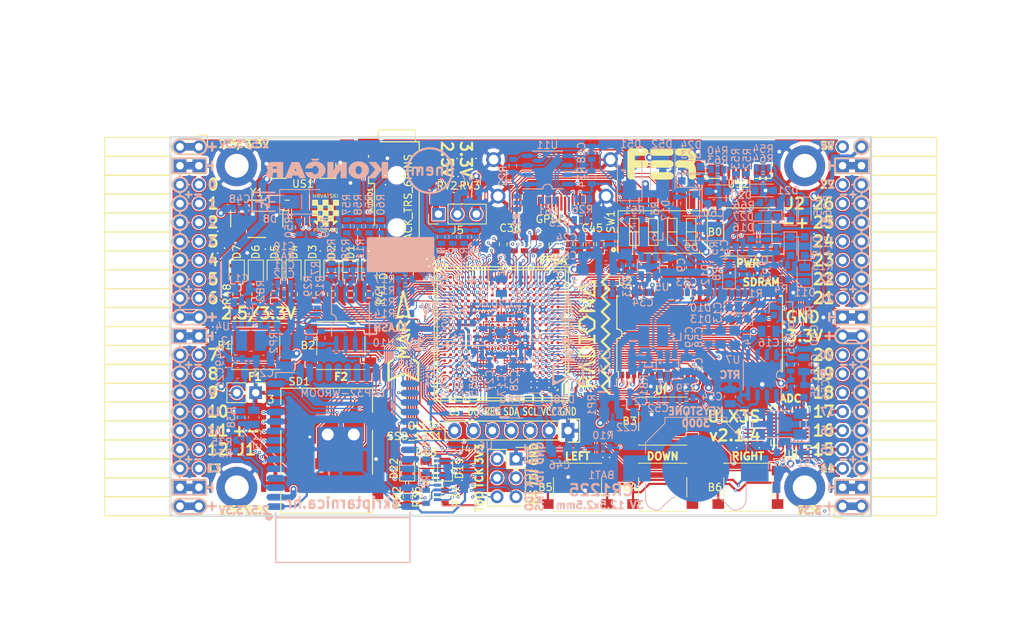
<source format=kicad_pcb>
(kicad_pcb (version 20171130) (host pcbnew 5.0.0+dfsg1-2)
  (layers (0 F.Cu signal) (1 In1.Cu signal) (2 In2.Cu signal) (31 B.Cu signal) (34 B.Paste user) (35 F.Paste user) (36 B.SilkS user) (37 F.SilkS user) (38 B.Mask user) (39 F.Mask user) (44 Edge.Cuts user))
  (net 0 "")
  (net 1 GND)
  (net 2 +5V)
  (net 3 /gpio/IN5V)
  (net 4 /gpio/OUT5V)
  (net 5 +3V3)
  (net 6 BTN_D)
  (net 7 BTN_F1)
  (net 8 BTN_F2)
  (net 9 BTN_L)
  (net 10 BTN_R)
  (net 11 BTN_U)
  (net 12 /power/FB1)
  (net 13 +2V5)
  (net 14 /power/PWREN)
  (net 15 /power/FB3)
  (net 16 /power/FB2)
  (net 17 /power/VBAT)
  (net 18 JTAG_TDI)
  (net 19 JTAG_TCK)
  (net 20 JTAG_TMS)
  (net 21 JTAG_TDO)
  (net 22 /power/WAKEUPn)
  (net 23 /power/WKUP)
  (net 24 /power/SHUT)
  (net 25 /power/WAKE)
  (net 26 /power/HOLD)
  (net 27 /power/WKn)
  (net 28 /power/OSCI_32k)
  (net 29 /power/OSCO_32k)
  (net 30 SHUTDOWN)
  (net 31 GPDI_SDA)
  (net 32 GPDI_SCL)
  (net 33 /gpdi/VREF2)
  (net 34 SD_CMD)
  (net 35 SD_CLK)
  (net 36 SD_D0)
  (net 37 SD_D1)
  (net 38 USB5V)
  (net 39 GPDI_CEC)
  (net 40 nRESET)
  (net 41 FTDI_nDTR)
  (net 42 SDRAM_CKE)
  (net 43 SDRAM_A7)
  (net 44 SDRAM_D15)
  (net 45 SDRAM_BA1)
  (net 46 SDRAM_D7)
  (net 47 SDRAM_A6)
  (net 48 SDRAM_CLK)
  (net 49 SDRAM_D13)
  (net 50 SDRAM_BA0)
  (net 51 SDRAM_D6)
  (net 52 SDRAM_A5)
  (net 53 SDRAM_D14)
  (net 54 SDRAM_A11)
  (net 55 SDRAM_D12)
  (net 56 SDRAM_D5)
  (net 57 SDRAM_A4)
  (net 58 SDRAM_A10)
  (net 59 SDRAM_D11)
  (net 60 SDRAM_A3)
  (net 61 SDRAM_D4)
  (net 62 SDRAM_D10)
  (net 63 SDRAM_D9)
  (net 64 SDRAM_A9)
  (net 65 SDRAM_D3)
  (net 66 SDRAM_D8)
  (net 67 SDRAM_A8)
  (net 68 SDRAM_A2)
  (net 69 SDRAM_A1)
  (net 70 SDRAM_A0)
  (net 71 SDRAM_D2)
  (net 72 SDRAM_D1)
  (net 73 SDRAM_D0)
  (net 74 SDRAM_DQM0)
  (net 75 SDRAM_nCS)
  (net 76 SDRAM_nRAS)
  (net 77 SDRAM_DQM1)
  (net 78 SDRAM_nCAS)
  (net 79 SDRAM_nWE)
  (net 80 /flash/FLASH_nWP)
  (net 81 /flash/FLASH_nHOLD)
  (net 82 /flash/FLASH_MOSI)
  (net 83 /flash/FLASH_MISO)
  (net 84 /flash/FLASH_SCK)
  (net 85 /flash/FLASH_nCS)
  (net 86 /flash/FPGA_PROGRAMN)
  (net 87 /flash/FPGA_DONE)
  (net 88 /flash/FPGA_INITN)
  (net 89 OLED_RES)
  (net 90 OLED_DC)
  (net 91 OLED_CS)
  (net 92 WIFI_EN)
  (net 93 FTDI_nRTS)
  (net 94 FTDI_TXD)
  (net 95 FTDI_RXD)
  (net 96 WIFI_RXD)
  (net 97 WIFI_GPIO0)
  (net 98 WIFI_TXD)
  (net 99 USB_FTDI_D+)
  (net 100 USB_FTDI_D-)
  (net 101 SD_D3)
  (net 102 AUDIO_L3)
  (net 103 AUDIO_L2)
  (net 104 AUDIO_L1)
  (net 105 AUDIO_L0)
  (net 106 AUDIO_R3)
  (net 107 AUDIO_R2)
  (net 108 AUDIO_R1)
  (net 109 AUDIO_R0)
  (net 110 OLED_CLK)
  (net 111 OLED_MOSI)
  (net 112 LED0)
  (net 113 LED1)
  (net 114 LED2)
  (net 115 LED3)
  (net 116 LED4)
  (net 117 LED5)
  (net 118 LED6)
  (net 119 LED7)
  (net 120 BTN_PWRn)
  (net 121 FTDI_nTXLED)
  (net 122 FTDI_nSLEEP)
  (net 123 /blinkey/LED_PWREN)
  (net 124 /blinkey/LED_TXLED)
  (net 125 /sdcard/SD3V3)
  (net 126 SD_D2)
  (net 127 CLK_25MHz)
  (net 128 /blinkey/BTNPUL)
  (net 129 /blinkey/BTNPUR)
  (net 130 USB_FPGA_D+)
  (net 131 /power/FTDI_nSUSPEND)
  (net 132 /blinkey/ALED0)
  (net 133 /blinkey/ALED1)
  (net 134 /blinkey/ALED2)
  (net 135 /blinkey/ALED3)
  (net 136 /blinkey/ALED4)
  (net 137 /blinkey/ALED5)
  (net 138 /blinkey/ALED6)
  (net 139 /blinkey/ALED7)
  (net 140 /usb/FTD-)
  (net 141 /usb/FTD+)
  (net 142 ADC_MISO)
  (net 143 ADC_MOSI)
  (net 144 ADC_CSn)
  (net 145 ADC_SCLK)
  (net 146 SW3)
  (net 147 SW2)
  (net 148 SW1)
  (net 149 USB_FPGA_D-)
  (net 150 /usb/FPD+)
  (net 151 /usb/FPD-)
  (net 152 WIFI_GPIO16)
  (net 153 /usb/ANT_433MHz)
  (net 154 PROG_DONE)
  (net 155 /power/P3V3)
  (net 156 /power/P2V5)
  (net 157 /power/L1)
  (net 158 /power/L3)
  (net 159 /power/L2)
  (net 160 FTDI_TXDEN)
  (net 161 SDRAM_A12)
  (net 162 /analog/AUDIO_V)
  (net 163 AUDIO_V3)
  (net 164 AUDIO_V2)
  (net 165 AUDIO_V1)
  (net 166 AUDIO_V0)
  (net 167 /blinkey/LED_WIFI)
  (net 168 /power/P1V1)
  (net 169 +1V1)
  (net 170 SW4)
  (net 171 /blinkey/SWPU)
  (net 172 /wifi/WIFIEN)
  (net 173 FT2V5)
  (net 174 GN0)
  (net 175 GP0)
  (net 176 GN1)
  (net 177 GP1)
  (net 178 GN2)
  (net 179 GP2)
  (net 180 GN3)
  (net 181 GP3)
  (net 182 GN4)
  (net 183 GP4)
  (net 184 GN5)
  (net 185 GP5)
  (net 186 GN6)
  (net 187 GP6)
  (net 188 GN14)
  (net 189 GP14)
  (net 190 GN15)
  (net 191 GP15)
  (net 192 GN16)
  (net 193 GP16)
  (net 194 GN17)
  (net 195 GP17)
  (net 196 GN18)
  (net 197 GP18)
  (net 198 GN19)
  (net 199 GP19)
  (net 200 GN20)
  (net 201 GP20)
  (net 202 GN21)
  (net 203 GP21)
  (net 204 GN22)
  (net 205 GP22)
  (net 206 GN23)
  (net 207 GP23)
  (net 208 GN24)
  (net 209 GP24)
  (net 210 GN25)
  (net 211 GP25)
  (net 212 GN26)
  (net 213 GP26)
  (net 214 GN27)
  (net 215 GP27)
  (net 216 GN7)
  (net 217 GP7)
  (net 218 GN8)
  (net 219 GP8)
  (net 220 GN9)
  (net 221 GP9)
  (net 222 GN10)
  (net 223 GP10)
  (net 224 GN11)
  (net 225 GP11)
  (net 226 GN12)
  (net 227 GP12)
  (net 228 GN13)
  (net 229 GP13)
  (net 230 WIFI_GPIO5)
  (net 231 WIFI_GPIO17)
  (net 232 USB_FPGA_PULL_D+)
  (net 233 USB_FPGA_PULL_D-)
  (net 234 "Net-(D23-Pad2)")
  (net 235 "Net-(D24-Pad1)")
  (net 236 "Net-(D25-Pad2)")
  (net 237 "Net-(D26-Pad1)")
  (net 238 /gpdi/GPDI_ETH+)
  (net 239 FPDI_ETH+)
  (net 240 /gpdi/GPDI_ETH-)
  (net 241 FPDI_ETH-)
  (net 242 /gpdi/GPDI_D2-)
  (net 243 FPDI_D2-)
  (net 244 /gpdi/GPDI_D1-)
  (net 245 FPDI_D1-)
  (net 246 /gpdi/GPDI_D0-)
  (net 247 FPDI_D0-)
  (net 248 /gpdi/GPDI_CLK-)
  (net 249 FPDI_CLK-)
  (net 250 /gpdi/GPDI_D2+)
  (net 251 FPDI_D2+)
  (net 252 /gpdi/GPDI_D1+)
  (net 253 FPDI_D1+)
  (net 254 /gpdi/GPDI_D0+)
  (net 255 FPDI_D0+)
  (net 256 /gpdi/GPDI_CLK+)
  (net 257 FPDI_CLK+)
  (net 258 FPDI_SDA)
  (net 259 FPDI_SCL)
  (net 260 /gpdi/FPDI_CEC)
  (net 261 2V5_3V3)
  (net 262 /usb/US2VBUS)
  (net 263 /power/SHD)
  (net 264 /power/RTCVDD)
  (net 265 "Net-(D27-Pad2)")
  (net 266 US2_ID)
  (net 267 /analog/AUDIO_L)
  (net 268 /analog/AUDIO_R)
  (net 269 /analog/ADC3V3)
  (net 270 PWRBTn)
  (net 271 USER_PROGRAMN)
  (module max1112x-tqfn28:MAX1112x-TQFN-28-1EP_5x5mm_Pitch0.5mm (layer F.Cu) (at 177.285 100.155 180)
    (fp_text reference U8 (at 0 -3.875 180) (layer F.SilkS))
    (fp_text value MAX11125 hide)
    (pad 29 smd rect (at -0.8125 -0.8125 180) (size 1.625 1.625) (layers F.Cu F.Paste F.Mask) (net 1 GND))
    (pad 29 smd rect (at -0.8125 0.8125 180) (size 1.625 1.625) (layers F.Cu F.Paste F.Mask) (net 1 GND))
    (pad 29 smd rect (at 0.8125 -0.8125 180) (size 1.625 1.625) (layers F.Cu F.Paste F.Mask) (net 1 GND))
    (pad 29 smd rect (at 0.8125 0.8125 180) (size 1.625 1.625) (layers F.Cu F.Paste F.Mask) (net 1 GND))
    (pad 28 smd rect (at -1.5 -2.45 270) (size 0.95 0.3) (layers F.Cu F.Paste F.Mask) (net 190 GN15))
    (pad 27 smd rect (at -1 -2.45 270) (size 0.95 0.3) (layers F.Cu F.Paste F.Mask) (net 189 GP14))
    (pad 26 smd rect (at -0.5 -2.45 270) (size 0.95 0.3) (layers F.Cu F.Paste F.Mask) (net 188 GN14))
    (pad 25 smd rect (at 0 -2.45 270) (size 0.95 0.3) (layers F.Cu F.Paste F.Mask))
    (pad 24 smd rect (at 0.5 -2.45 270) (size 0.95 0.3) (layers F.Cu F.Paste F.Mask) (net 142 ADC_MISO))
    (pad 23 smd rect (at 1 -2.45 270) (size 0.95 0.3) (layers F.Cu F.Paste F.Mask) (net 269 /analog/ADC3V3))
    (pad 22 smd rect (at 1.5 -2.45 270) (size 0.95 0.3) (layers F.Cu F.Paste F.Mask) (net 1 GND))
    (pad 21 smd rect (at 2.45 -1.5 180) (size 0.95 0.3) (layers F.Cu F.Paste F.Mask) (net 143 ADC_MOSI))
    (pad 20 smd rect (at 2.45 -1 180) (size 0.95 0.3) (layers F.Cu F.Paste F.Mask) (net 144 ADC_CSn))
    (pad 19 smd rect (at 2.45 -0.5 180) (size 0.95 0.3) (layers F.Cu F.Paste F.Mask) (net 145 ADC_SCLK))
    (pad 18 smd rect (at 2.45 0 180) (size 0.95 0.3) (layers F.Cu F.Paste F.Mask) (net 269 /analog/ADC3V3))
    (pad 17 smd rect (at 2.45 0.5 180) (size 0.95 0.3) (layers F.Cu F.Paste F.Mask) (net 269 /analog/ADC3V3))
    (pad 16 smd rect (at 2.45 1 180) (size 0.95 0.3) (layers F.Cu F.Paste F.Mask) (net 1 GND))
    (pad 15 smd rect (at 2.45 1.5 180) (size 0.95 0.3) (layers F.Cu F.Paste F.Mask) (net 269 /analog/ADC3V3))
    (pad 14 smd rect (at 1.5 2.45 270) (size 0.95 0.3) (layers F.Cu F.Paste F.Mask) (net 1 GND))
    (pad 13 smd rect (at 1 2.45 270) (size 0.95 0.3) (layers F.Cu F.Paste F.Mask) (net 1 GND))
    (pad 12 smd rect (at 0.5 2.45 270) (size 0.95 0.3) (layers F.Cu F.Paste F.Mask))
    (pad 11 smd rect (at 0 2.45 270) (size 0.95 0.3) (layers F.Cu F.Paste F.Mask) (net 1 GND))
    (pad 10 smd rect (at -0.5 2.45 270) (size 0.95 0.3) (layers F.Cu F.Paste F.Mask) (net 1 GND))
    (pad 9 smd rect (at -1 2.45 270) (size 0.95 0.3) (layers F.Cu F.Paste F.Mask) (net 1 GND))
    (pad 8 smd rect (at -1.5 2.45 270) (size 0.95 0.3) (layers F.Cu F.Paste F.Mask) (net 1 GND))
    (pad 7 smd rect (at -2.45 1.5 180) (size 0.95 0.3) (layers F.Cu F.Paste F.Mask) (net 1 GND))
    (pad 6 smd rect (at -2.45 1 180) (size 0.95 0.3) (layers F.Cu F.Paste F.Mask) (net 1 GND))
    (pad 5 smd rect (at -2.45 0.5 180) (size 0.95 0.3) (layers F.Cu F.Paste F.Mask) (net 195 GP17))
    (pad 4 smd rect (at -2.45 0 180) (size 0.95 0.3) (layers F.Cu F.Paste F.Mask) (net 194 GN17))
    (pad 3 smd rect (at -2.45 -0.5 180) (size 0.95 0.3) (layers F.Cu F.Paste F.Mask) (net 193 GP16))
    (pad 2 smd rect (at -2.45 -1 180) (size 0.95 0.3) (layers F.Cu F.Paste F.Mask) (net 192 GN16))
    (pad 1 smd rect (at -2.45 -1.5 180) (size 0.95 0.3) (layers F.Cu F.Paste F.Mask) (net 191 GP15))
  )
  (module usb_otg:USB-MICRO-B-FCI-10118192-0001LF (layer F.Cu) (at 111.88 63.325 180)
    (fp_text reference US1 (at 0 -4.336 180) (layer F.SilkS))
    (fp_text value MICRO_USB hide)
    (pad 6 smd rect (at 3.8 0 180) (size 1.8 1.9) (layers F.Cu F.Paste F.Mask) (net 1 GND))
    (pad 6 smd rect (at -3.8 0 180) (size 1.8 1.9) (layers F.Cu F.Paste F.Mask) (net 1 GND))
    (pad 5 smd rect (at 1.3 -2.675 180) (size 0.4 1.35) (layers F.Cu F.Paste F.Mask) (net 1 GND))
    (pad 4 smd rect (at 0.65 -2.675 180) (size 0.4 1.35) (layers F.Cu F.Paste F.Mask))
    (pad 3 smd rect (at 0 -2.675 180) (size 0.4 1.35) (layers F.Cu F.Paste F.Mask) (net 141 /usb/FTD+))
    (pad 2 smd rect (at -0.65 -2.675 180) (size 0.4 1.35) (layers F.Cu F.Paste F.Mask) (net 140 /usb/FTD-))
    (pad 1 smd rect (at -1.3 -2.675 180) (size 0.4 1.35) (layers F.Cu F.Paste F.Mask) (net 38 USB5V))
    (pad 6 smd rect (at 1.2 0 180) (size 1.9 1.9) (layers F.Cu F.Paste F.Mask) (net 1 GND))
    (pad 6 smd rect (at -1.2 0 180) (size 1.9 1.9) (layers F.Cu F.Paste F.Mask) (net 1 GND))
    (pad 6 smd rect (at 3.1 -2.55 180) (size 2.1 1.6) (layers F.Cu F.Paste F.Mask) (net 1 GND))
    (pad 6 smd rect (at -3.1 -2.55 180) (size 2.1 1.6) (layers F.Cu F.Paste F.Mask) (net 1 GND))
  )
  (module dipswitch:SW_DIP_x4_W8.61mm_Slide_LowProfile (layer F.Cu) (at 160.14 74.12 90)
    (fp_text reference SW1 (at 1.379 -6.97 90) (layer F.SilkS))
    (fp_text value SW_DIP_x04 hide)
    (pad 8 smd rect (at 4.305 -3.81 90) (size 2.44 1.12) (layers F.Cu F.Paste F.Mask) (net 148 SW1))
    (pad 4 smd rect (at -4.305 3.81 90) (size 2.44 1.12) (layers F.Cu F.Paste F.Mask) (net 171 /blinkey/SWPU))
    (pad 7 smd rect (at 4.305 -1.27 90) (size 2.44 1.12) (layers F.Cu F.Paste F.Mask) (net 147 SW2))
    (pad 3 smd rect (at -4.305 1.27 90) (size 2.44 1.12) (layers F.Cu F.Paste F.Mask) (net 171 /blinkey/SWPU))
    (pad 6 smd rect (at 4.305 1.27 90) (size 2.44 1.12) (layers F.Cu F.Paste F.Mask) (net 146 SW3))
    (pad 2 smd rect (at -4.305 -1.27 90) (size 2.44 1.12) (layers F.Cu F.Paste F.Mask) (net 171 /blinkey/SWPU))
    (pad 5 smd rect (at 4.305 3.81 90) (size 2.44 1.12) (layers F.Cu F.Paste F.Mask) (net 170 SW4))
    (pad 1 smd rect (at -4.305 -3.81 90) (size 2.44 1.12) (layers F.Cu F.Paste F.Mask) (net 171 /blinkey/SWPU))
  )
  (module audio-jack:CUI_SJ-43516-SMT (layer F.Cu) (at 124.468 69.518)
    (fp_text reference AUDIO1 (at -3.560502 0.28335 270) (layer F.SilkS) (effects (font (size 0.6096 0.6096) (thickness 0.1524))))
    (fp_text value JACK_TRS_6PINS (at 1.519498 0.28335 270) (layer F.SilkS))
    (pad 1 smd rect (at -3.8 -6.9 270) (size 2 2.8) (layers F.Cu F.Paste F.Mask) (net 1 GND))
    (pad 4 smd rect (at -3.8 -4.1 270) (size 2.2 2.8) (layers F.Cu F.Paste F.Mask) (net 162 /analog/AUDIO_V))
    (pad 2 smd rect (at -3.8 5.3 270) (size 2.8 2.8) (layers F.Cu F.Paste F.Mask) (net 267 /analog/AUDIO_L))
    (pad 5 smd rect (at 0.75 9.4 270) (size 2.8 2.8) (layers F.Cu F.Paste F.Mask))
    (pad 3 smd rect (at 3.8 -2.2 270) (size 2.2 2.8) (layers F.Cu F.Paste F.Mask) (net 268 /analog/AUDIO_R))
    (pad 6 smd rect (at 3.8 -5 270) (size 2 2.8) (layers F.Cu F.Paste F.Mask))
    (pad "" np_thru_hole circle (at 0 -3 270) (size 1.7 1.7) (drill 1.7) (layers *.Cu *.Mask F.SilkS) (clearance 0.4))
    (pad "" np_thru_hole circle (at 0 4 270) (size 1.7 1.7) (drill 1.7) (layers *.Cu *.Mask F.SilkS) (clearance 0.4))
  )
  (module conn-fci:CONN-10029449-111RLF (layer F.Cu) (at 145.296 69.312 180)
    (fp_text reference GPDI1 (at 0 -3.1115 180) (layer F.SilkS))
    (fp_text value GPDI-D hide)
    (pad 19 smd rect (at -4.25 -1 180) (size 0.3 1.9) (layers F.Cu F.Paste F.Mask) (net 240 /gpdi/GPDI_ETH-))
    (pad 18 smd rect (at -3.75 -1 180) (size 0.3 1.9) (layers F.Cu F.Paste F.Mask) (net 2 +5V))
    (pad 17 smd rect (at -3.25 -1 180) (size 0.3 1.9) (layers F.Cu F.Paste F.Mask) (net 1 GND))
    (pad 16 smd rect (at -2.75 -1 180) (size 0.3 1.9) (layers F.Cu F.Paste F.Mask) (net 31 GPDI_SDA))
    (pad 15 smd rect (at -2.25 -1 180) (size 0.3 1.9) (layers F.Cu F.Paste F.Mask) (net 32 GPDI_SCL))
    (pad 14 smd rect (at -1.75 -1 180) (size 0.3 1.9) (layers F.Cu F.Paste F.Mask) (net 238 /gpdi/GPDI_ETH+))
    (pad 13 smd rect (at -1.25 -1 180) (size 0.3 1.9) (layers F.Cu F.Paste F.Mask) (net 39 GPDI_CEC))
    (pad 12 smd rect (at -0.75 -1 180) (size 0.3 1.9) (layers F.Cu F.Paste F.Mask) (net 248 /gpdi/GPDI_CLK-))
    (pad 11 smd rect (at -0.25 -1 180) (size 0.3 1.9) (layers F.Cu F.Paste F.Mask) (net 1 GND))
    (pad 10 smd rect (at 0.25 -1 180) (size 0.3 1.9) (layers F.Cu F.Paste F.Mask) (net 256 /gpdi/GPDI_CLK+))
    (pad 9 smd rect (at 0.75 -1 180) (size 0.3 1.9) (layers F.Cu F.Paste F.Mask) (net 246 /gpdi/GPDI_D0-))
    (pad 8 smd rect (at 1.25 -1 180) (size 0.3 1.9) (layers F.Cu F.Paste F.Mask) (net 1 GND))
    (pad 7 smd rect (at 1.75 -1 180) (size 0.3 1.9) (layers F.Cu F.Paste F.Mask) (net 254 /gpdi/GPDI_D0+))
    (pad 6 smd rect (at 2.25 -1 180) (size 0.3 1.9) (layers F.Cu F.Paste F.Mask) (net 244 /gpdi/GPDI_D1-))
    (pad 5 smd rect (at 2.75 -1 180) (size 0.3 1.9) (layers F.Cu F.Paste F.Mask) (net 1 GND))
    (pad 4 smd rect (at 3.25 -1 180) (size 0.3 1.9) (layers F.Cu F.Paste F.Mask) (net 252 /gpdi/GPDI_D1+))
    (pad 3 smd rect (at 3.75 -1 180) (size 0.3 1.9) (layers F.Cu F.Paste F.Mask) (net 242 /gpdi/GPDI_D2-))
    (pad 2 smd rect (at 4.25 -1 180) (size 0.3 1.9) (layers F.Cu F.Paste F.Mask) (net 1 GND))
    (pad 1 smd rect (at 4.75 -1 180) (size 0.3 1.9) (layers F.Cu F.Paste F.Mask) (net 250 /gpdi/GPDI_D2+))
    (pad 0 thru_hole circle (at -7.25 0 180) (size 2 2) (drill 1.3) (layers *.Cu *.Mask F.Paste) (net 1 GND))
    (pad 0 thru_hole circle (at 7.25 0 180) (size 2 2) (drill 1.3) (layers *.Cu *.Mask F.Paste) (net 1 GND))
    (pad 0 thru_hole circle (at -7.85 4.9 180) (size 2 2) (drill 1.3) (layers *.Cu *.Mask F.Paste) (net 1 GND))
    (pad 0 thru_hole circle (at 7.85 4.9 180) (size 2 2) (drill 1.3) (layers *.Cu *.Mask F.Paste) (net 1 GND))
  )
  (module lfe5bg381:BGA-381_pitch0.8mm_dia0.4mm (layer F.Cu) (at 138.48 87.8)
    (fp_text reference U1 (at -8.2 -9.8) (layer F.SilkS))
    (fp_text value LFE5U-85F-6BG381C hide)
    (pad Y19 smd circle (at 6.8 7.6) (size 0.4 0.4) (layers F.Cu F.Paste F.Mask) (net 1 GND))
    (pad Y17 smd circle (at 5.2 7.6) (size 0.4 0.4) (layers F.Cu F.Paste F.Mask) (net 1 GND))
    (pad Y16 smd circle (at 4.4 7.6) (size 0.4 0.4) (layers F.Cu F.Paste F.Mask) (net 1 GND))
    (pad Y15 smd circle (at 3.6 7.6) (size 0.4 0.4) (layers F.Cu F.Paste F.Mask) (net 1 GND))
    (pad Y14 smd circle (at 2.8 7.6) (size 0.4 0.4) (layers F.Cu F.Paste F.Mask) (net 1 GND))
    (pad Y12 smd circle (at 1.2 7.6) (size 0.4 0.4) (layers F.Cu F.Paste F.Mask) (net 1 GND))
    (pad Y11 smd circle (at 0.4 7.6) (size 0.4 0.4) (layers F.Cu F.Paste F.Mask) (net 1 GND))
    (pad Y8 smd circle (at -2 7.6) (size 0.4 0.4) (layers F.Cu F.Paste F.Mask) (net 1 GND))
    (pad Y7 smd circle (at -2.8 7.6) (size 0.4 0.4) (layers F.Cu F.Paste F.Mask) (net 1 GND))
    (pad Y6 smd circle (at -3.6 7.6) (size 0.4 0.4) (layers F.Cu F.Paste F.Mask) (net 1 GND))
    (pad Y5 smd circle (at -4.4 7.6) (size 0.4 0.4) (layers F.Cu F.Paste F.Mask) (net 1 GND))
    (pad Y3 smd circle (at -6 7.6) (size 0.4 0.4) (layers F.Cu F.Paste F.Mask) (net 87 /flash/FPGA_DONE))
    (pad Y2 smd circle (at -6.8 7.6) (size 0.4 0.4) (layers F.Cu F.Paste F.Mask) (net 80 /flash/FLASH_nWP))
    (pad W20 smd circle (at 7.6 6.8) (size 0.4 0.4) (layers F.Cu F.Paste F.Mask) (net 1 GND))
    (pad W19 smd circle (at 6.8 6.8) (size 0.4 0.4) (layers F.Cu F.Paste F.Mask) (net 1 GND))
    (pad W18 smd circle (at 6 6.8) (size 0.4 0.4) (layers F.Cu F.Paste F.Mask))
    (pad W17 smd circle (at 5.2 6.8) (size 0.4 0.4) (layers F.Cu F.Paste F.Mask))
    (pad W16 smd circle (at 4.4 6.8) (size 0.4 0.4) (layers F.Cu F.Paste F.Mask) (net 1 GND))
    (pad W15 smd circle (at 3.6 6.8) (size 0.4 0.4) (layers F.Cu F.Paste F.Mask) (net 1 GND))
    (pad W14 smd circle (at 2.8 6.8) (size 0.4 0.4) (layers F.Cu F.Paste F.Mask))
    (pad W13 smd circle (at 2 6.8) (size 0.4 0.4) (layers F.Cu F.Paste F.Mask))
    (pad W12 smd circle (at 1.2 6.8) (size 0.4 0.4) (layers F.Cu F.Paste F.Mask) (net 1 GND))
    (pad W11 smd circle (at 0.4 6.8) (size 0.4 0.4) (layers F.Cu F.Paste F.Mask))
    (pad W10 smd circle (at -0.4 6.8) (size 0.4 0.4) (layers F.Cu F.Paste F.Mask))
    (pad W9 smd circle (at -1.2 6.8) (size 0.4 0.4) (layers F.Cu F.Paste F.Mask))
    (pad W8 smd circle (at -2 6.8) (size 0.4 0.4) (layers F.Cu F.Paste F.Mask))
    (pad W7 smd circle (at -2.8 6.8) (size 0.4 0.4) (layers F.Cu F.Paste F.Mask) (net 1 GND))
    (pad W6 smd circle (at -3.6 6.8) (size 0.4 0.4) (layers F.Cu F.Paste F.Mask) (net 1 GND))
    (pad W5 smd circle (at -4.4 6.8) (size 0.4 0.4) (layers F.Cu F.Paste F.Mask))
    (pad W4 smd circle (at -5.2 6.8) (size 0.4 0.4) (layers F.Cu F.Paste F.Mask))
    (pad W3 smd circle (at -6 6.8) (size 0.4 0.4) (layers F.Cu F.Paste F.Mask) (net 86 /flash/FPGA_PROGRAMN))
    (pad W2 smd circle (at -6.8 6.8) (size 0.4 0.4) (layers F.Cu F.Paste F.Mask) (net 82 /flash/FLASH_MOSI))
    (pad W1 smd circle (at -7.6 6.8) (size 0.4 0.4) (layers F.Cu F.Paste F.Mask) (net 81 /flash/FLASH_nHOLD))
    (pad V20 smd circle (at 7.6 6) (size 0.4 0.4) (layers F.Cu F.Paste F.Mask) (net 1 GND))
    (pad V19 smd circle (at 6.8 6) (size 0.4 0.4) (layers F.Cu F.Paste F.Mask) (net 1 GND))
    (pad V18 smd circle (at 6 6) (size 0.4 0.4) (layers F.Cu F.Paste F.Mask) (net 1 GND))
    (pad V17 smd circle (at 5.2 6) (size 0.4 0.4) (layers F.Cu F.Paste F.Mask) (net 1 GND))
    (pad V16 smd circle (at 4.4 6) (size 0.4 0.4) (layers F.Cu F.Paste F.Mask) (net 1 GND))
    (pad V15 smd circle (at 3.6 6) (size 0.4 0.4) (layers F.Cu F.Paste F.Mask) (net 1 GND))
    (pad V14 smd circle (at 2.8 6) (size 0.4 0.4) (layers F.Cu F.Paste F.Mask) (net 1 GND))
    (pad V13 smd circle (at 2 6) (size 0.4 0.4) (layers F.Cu F.Paste F.Mask) (net 1 GND))
    (pad V12 smd circle (at 1.2 6) (size 0.4 0.4) (layers F.Cu F.Paste F.Mask) (net 1 GND))
    (pad V11 smd circle (at 0.4 6) (size 0.4 0.4) (layers F.Cu F.Paste F.Mask) (net 1 GND))
    (pad V10 smd circle (at -0.4 6) (size 0.4 0.4) (layers F.Cu F.Paste F.Mask) (net 1 GND))
    (pad V9 smd circle (at -1.2 6) (size 0.4 0.4) (layers F.Cu F.Paste F.Mask) (net 1 GND))
    (pad V8 smd circle (at -2 6) (size 0.4 0.4) (layers F.Cu F.Paste F.Mask) (net 1 GND))
    (pad V7 smd circle (at -2.8 6) (size 0.4 0.4) (layers F.Cu F.Paste F.Mask) (net 1 GND))
    (pad V6 smd circle (at -3.6 6) (size 0.4 0.4) (layers F.Cu F.Paste F.Mask) (net 1 GND))
    (pad V5 smd circle (at -4.4 6) (size 0.4 0.4) (layers F.Cu F.Paste F.Mask) (net 1 GND))
    (pad V4 smd circle (at -5.2 6) (size 0.4 0.4) (layers F.Cu F.Paste F.Mask) (net 21 JTAG_TDO))
    (pad V3 smd circle (at -6 6) (size 0.4 0.4) (layers F.Cu F.Paste F.Mask) (net 88 /flash/FPGA_INITN))
    (pad V2 smd circle (at -6.8 6) (size 0.4 0.4) (layers F.Cu F.Paste F.Mask) (net 83 /flash/FLASH_MISO))
    (pad V1 smd circle (at -7.6 6) (size 0.4 0.4) (layers F.Cu F.Paste F.Mask) (net 6 BTN_D))
    (pad U20 smd circle (at 7.6 5.2) (size 0.4 0.4) (layers F.Cu F.Paste F.Mask) (net 46 SDRAM_D7))
    (pad U19 smd circle (at 6.8 5.2) (size 0.4 0.4) (layers F.Cu F.Paste F.Mask) (net 74 SDRAM_DQM0))
    (pad U18 smd circle (at 6 5.2) (size 0.4 0.4) (layers F.Cu F.Paste F.Mask) (net 189 GP14))
    (pad U17 smd circle (at 5.2 5.2) (size 0.4 0.4) (layers F.Cu F.Paste F.Mask) (net 188 GN14))
    (pad U16 smd circle (at 4.4 5.2) (size 0.4 0.4) (layers F.Cu F.Paste F.Mask) (net 142 ADC_MISO))
    (pad U15 smd circle (at 3.6 5.2) (size 0.4 0.4) (layers F.Cu F.Paste F.Mask) (net 1 GND))
    (pad U14 smd circle (at 2.8 5.2) (size 0.4 0.4) (layers F.Cu F.Paste F.Mask) (net 1 GND))
    (pad U13 smd circle (at 2 5.2) (size 0.4 0.4) (layers F.Cu F.Paste F.Mask) (net 1 GND))
    (pad U12 smd circle (at 1.2 5.2) (size 0.4 0.4) (layers F.Cu F.Paste F.Mask) (net 1 GND))
    (pad U11 smd circle (at 0.4 5.2) (size 0.4 0.4) (layers F.Cu F.Paste F.Mask) (net 1 GND))
    (pad U10 smd circle (at -0.4 5.2) (size 0.4 0.4) (layers F.Cu F.Paste F.Mask) (net 1 GND))
    (pad U9 smd circle (at -1.2 5.2) (size 0.4 0.4) (layers F.Cu F.Paste F.Mask) (net 1 GND))
    (pad U8 smd circle (at -2 5.2) (size 0.4 0.4) (layers F.Cu F.Paste F.Mask) (net 1 GND))
    (pad U7 smd circle (at -2.8 5.2) (size 0.4 0.4) (layers F.Cu F.Paste F.Mask) (net 1 GND))
    (pad U6 smd circle (at -3.6 5.2) (size 0.4 0.4) (layers F.Cu F.Paste F.Mask) (net 1 GND))
    (pad U5 smd circle (at -4.4 5.2) (size 0.4 0.4) (layers F.Cu F.Paste F.Mask) (net 20 JTAG_TMS))
    (pad U4 smd circle (at -5.2 5.2) (size 0.4 0.4) (layers F.Cu F.Paste F.Mask) (net 1 GND))
    (pad U3 smd circle (at -6 5.2) (size 0.4 0.4) (layers F.Cu F.Paste F.Mask) (net 84 /flash/FLASH_SCK))
    (pad U2 smd circle (at -6.8 5.2) (size 0.4 0.4) (layers F.Cu F.Paste F.Mask) (net 5 +3V3))
    (pad U1 smd circle (at -7.6 5.2) (size 0.4 0.4) (layers F.Cu F.Paste F.Mask) (net 9 BTN_L))
    (pad T20 smd circle (at 7.6 4.4) (size 0.4 0.4) (layers F.Cu F.Paste F.Mask) (net 79 SDRAM_nWE))
    (pad T19 smd circle (at 6.8 4.4) (size 0.4 0.4) (layers F.Cu F.Paste F.Mask) (net 78 SDRAM_nCAS))
    (pad T18 smd circle (at 6 4.4) (size 0.4 0.4) (layers F.Cu F.Paste F.Mask) (net 56 SDRAM_D5))
    (pad T17 smd circle (at 5.2 4.4) (size 0.4 0.4) (layers F.Cu F.Paste F.Mask) (net 51 SDRAM_D6))
    (pad T16 smd circle (at 4.4 4.4) (size 0.4 0.4) (layers F.Cu F.Paste F.Mask))
    (pad T15 smd circle (at 3.6 4.4) (size 0.4 0.4) (layers F.Cu F.Paste F.Mask) (net 1 GND))
    (pad T14 smd circle (at 2.8 4.4) (size 0.4 0.4) (layers F.Cu F.Paste F.Mask) (net 1 GND))
    (pad T13 smd circle (at 2 4.4) (size 0.4 0.4) (layers F.Cu F.Paste F.Mask) (net 1 GND))
    (pad T12 smd circle (at 1.2 4.4) (size 0.4 0.4) (layers F.Cu F.Paste F.Mask) (net 1 GND))
    (pad T11 smd circle (at 0.4 4.4) (size 0.4 0.4) (layers F.Cu F.Paste F.Mask) (net 1 GND))
    (pad T10 smd circle (at -0.4 4.4) (size 0.4 0.4) (layers F.Cu F.Paste F.Mask) (net 1 GND))
    (pad T9 smd circle (at -1.2 4.4) (size 0.4 0.4) (layers F.Cu F.Paste F.Mask) (net 1 GND))
    (pad T8 smd circle (at -2 4.4) (size 0.4 0.4) (layers F.Cu F.Paste F.Mask) (net 1 GND))
    (pad T7 smd circle (at -2.8 4.4) (size 0.4 0.4) (layers F.Cu F.Paste F.Mask) (net 1 GND))
    (pad T6 smd circle (at -3.6 4.4) (size 0.4 0.4) (layers F.Cu F.Paste F.Mask) (net 1 GND))
    (pad T5 smd circle (at -4.4 4.4) (size 0.4 0.4) (layers F.Cu F.Paste F.Mask) (net 19 JTAG_TCK))
    (pad T4 smd circle (at -5.2 4.4) (size 0.4 0.4) (layers F.Cu F.Paste F.Mask) (net 5 +3V3))
    (pad T3 smd circle (at -6 4.4) (size 0.4 0.4) (layers F.Cu F.Paste F.Mask) (net 5 +3V3))
    (pad T2 smd circle (at -6.8 4.4) (size 0.4 0.4) (layers F.Cu F.Paste F.Mask) (net 5 +3V3))
    (pad T1 smd circle (at -7.6 4.4) (size 0.4 0.4) (layers F.Cu F.Paste F.Mask) (net 8 BTN_F2))
    (pad R20 smd circle (at 7.6 3.6) (size 0.4 0.4) (layers F.Cu F.Paste F.Mask) (net 76 SDRAM_nRAS))
    (pad R19 smd circle (at 6.8 3.6) (size 0.4 0.4) (layers F.Cu F.Paste F.Mask) (net 1 GND))
    (pad R18 smd circle (at 6 3.6) (size 0.4 0.4) (layers F.Cu F.Paste F.Mask) (net 11 BTN_U))
    (pad R17 smd circle (at 5.2 3.6) (size 0.4 0.4) (layers F.Cu F.Paste F.Mask) (net 144 ADC_CSn))
    (pad R16 smd circle (at 4.4 3.6) (size 0.4 0.4) (layers F.Cu F.Paste F.Mask) (net 143 ADC_MOSI))
    (pad R5 smd circle (at -4.4 3.6) (size 0.4 0.4) (layers F.Cu F.Paste F.Mask) (net 18 JTAG_TDI))
    (pad R4 smd circle (at -5.2 3.6) (size 0.4 0.4) (layers F.Cu F.Paste F.Mask) (net 1 GND))
    (pad R3 smd circle (at -6 3.6) (size 0.4 0.4) (layers F.Cu F.Paste F.Mask))
    (pad R2 smd circle (at -6.8 3.6) (size 0.4 0.4) (layers F.Cu F.Paste F.Mask) (net 85 /flash/FLASH_nCS))
    (pad R1 smd circle (at -7.6 3.6) (size 0.4 0.4) (layers F.Cu F.Paste F.Mask) (net 7 BTN_F1))
    (pad P20 smd circle (at 7.6 2.8) (size 0.4 0.4) (layers F.Cu F.Paste F.Mask) (net 75 SDRAM_nCS))
    (pad P19 smd circle (at 6.8 2.8) (size 0.4 0.4) (layers F.Cu F.Paste F.Mask) (net 50 SDRAM_BA0))
    (pad P18 smd circle (at 6 2.8) (size 0.4 0.4) (layers F.Cu F.Paste F.Mask) (net 61 SDRAM_D4))
    (pad P17 smd circle (at 5.2 2.8) (size 0.4 0.4) (layers F.Cu F.Paste F.Mask) (net 145 ADC_SCLK))
    (pad P16 smd circle (at 4.4 2.8) (size 0.4 0.4) (layers F.Cu F.Paste F.Mask) (net 190 GN15))
    (pad P15 smd circle (at 3.6 2.8) (size 0.4 0.4) (layers F.Cu F.Paste F.Mask) (net 13 +2V5))
    (pad P14 smd circle (at 2.8 2.8) (size 0.4 0.4) (layers F.Cu F.Paste F.Mask) (net 1 GND))
    (pad P13 smd circle (at 2 2.8) (size 0.4 0.4) (layers F.Cu F.Paste F.Mask) (net 1 GND))
    (pad P12 smd circle (at 1.2 2.8) (size 0.4 0.4) (layers F.Cu F.Paste F.Mask) (net 1 GND))
    (pad P11 smd circle (at 0.4 2.8) (size 0.4 0.4) (layers F.Cu F.Paste F.Mask) (net 1 GND))
    (pad P10 smd circle (at -0.4 2.8) (size 0.4 0.4) (layers F.Cu F.Paste F.Mask) (net 5 +3V3))
    (pad P9 smd circle (at -1.2 2.8) (size 0.4 0.4) (layers F.Cu F.Paste F.Mask) (net 5 +3V3))
    (pad P8 smd circle (at -2 2.8) (size 0.4 0.4) (layers F.Cu F.Paste F.Mask) (net 1 GND))
    (pad P7 smd circle (at -2.8 2.8) (size 0.4 0.4) (layers F.Cu F.Paste F.Mask) (net 1 GND))
    (pad P6 smd circle (at -3.6 2.8) (size 0.4 0.4) (layers F.Cu F.Paste F.Mask) (net 13 +2V5))
    (pad P5 smd circle (at -4.4 2.8) (size 0.4 0.4) (layers F.Cu F.Paste F.Mask))
    (pad P4 smd circle (at -5.2 2.8) (size 0.4 0.4) (layers F.Cu F.Paste F.Mask) (net 110 OLED_CLK))
    (pad P3 smd circle (at -6 2.8) (size 0.4 0.4) (layers F.Cu F.Paste F.Mask) (net 111 OLED_MOSI))
    (pad P2 smd circle (at -6.8 2.8) (size 0.4 0.4) (layers F.Cu F.Paste F.Mask) (net 89 OLED_RES))
    (pad P1 smd circle (at -7.6 2.8) (size 0.4 0.4) (layers F.Cu F.Paste F.Mask) (net 90 OLED_DC))
    (pad N20 smd circle (at 7.6 2) (size 0.4 0.4) (layers F.Cu F.Paste F.Mask) (net 45 SDRAM_BA1))
    (pad N19 smd circle (at 6.8 2) (size 0.4 0.4) (layers F.Cu F.Paste F.Mask) (net 58 SDRAM_A10))
    (pad N18 smd circle (at 6 2) (size 0.4 0.4) (layers F.Cu F.Paste F.Mask) (net 65 SDRAM_D3))
    (pad N17 smd circle (at 5.2 2) (size 0.4 0.4) (layers F.Cu F.Paste F.Mask) (net 191 GP15))
    (pad N16 smd circle (at 4.4 2) (size 0.4 0.4) (layers F.Cu F.Paste F.Mask) (net 193 GP16))
    (pad N15 smd circle (at 3.6 2) (size 0.4 0.4) (layers F.Cu F.Paste F.Mask) (net 1 GND))
    (pad N14 smd circle (at 2.8 2) (size 0.4 0.4) (layers F.Cu F.Paste F.Mask) (net 1 GND))
    (pad N13 smd circle (at 2 2) (size 0.4 0.4) (layers F.Cu F.Paste F.Mask) (net 169 +1V1))
    (pad N12 smd circle (at 1.2 2) (size 0.4 0.4) (layers F.Cu F.Paste F.Mask) (net 169 +1V1))
    (pad N11 smd circle (at 0.4 2) (size 0.4 0.4) (layers F.Cu F.Paste F.Mask) (net 169 +1V1))
    (pad N10 smd circle (at -0.4 2) (size 0.4 0.4) (layers F.Cu F.Paste F.Mask) (net 169 +1V1))
    (pad N9 smd circle (at -1.2 2) (size 0.4 0.4) (layers F.Cu F.Paste F.Mask) (net 169 +1V1))
    (pad N8 smd circle (at -2 2) (size 0.4 0.4) (layers F.Cu F.Paste F.Mask) (net 169 +1V1))
    (pad N7 smd circle (at -2.8 2) (size 0.4 0.4) (layers F.Cu F.Paste F.Mask) (net 1 GND))
    (pad N6 smd circle (at -3.6 2) (size 0.4 0.4) (layers F.Cu F.Paste F.Mask) (net 1 GND))
    (pad N5 smd circle (at -4.4 2) (size 0.4 0.4) (layers F.Cu F.Paste F.Mask))
    (pad N4 smd circle (at -5.2 2) (size 0.4 0.4) (layers F.Cu F.Paste F.Mask) (net 230 WIFI_GPIO5))
    (pad N3 smd circle (at -6 2) (size 0.4 0.4) (layers F.Cu F.Paste F.Mask) (net 231 WIFI_GPIO17))
    (pad N2 smd circle (at -6.8 2) (size 0.4 0.4) (layers F.Cu F.Paste F.Mask) (net 91 OLED_CS))
    (pad N1 smd circle (at -7.6 2) (size 0.4 0.4) (layers F.Cu F.Paste F.Mask) (net 41 FTDI_nDTR))
    (pad M20 smd circle (at 7.6 1.2) (size 0.4 0.4) (layers F.Cu F.Paste F.Mask) (net 70 SDRAM_A0))
    (pad M19 smd circle (at 6.8 1.2) (size 0.4 0.4) (layers F.Cu F.Paste F.Mask) (net 69 SDRAM_A1))
    (pad M18 smd circle (at 6 1.2) (size 0.4 0.4) (layers F.Cu F.Paste F.Mask) (net 71 SDRAM_D2))
    (pad M17 smd circle (at 5.2 1.2) (size 0.4 0.4) (layers F.Cu F.Paste F.Mask) (net 192 GN16))
    (pad M16 smd circle (at 4.4 1.2) (size 0.4 0.4) (layers F.Cu F.Paste F.Mask) (net 1 GND))
    (pad M15 smd circle (at 3.6 1.2) (size 0.4 0.4) (layers F.Cu F.Paste F.Mask) (net 5 +3V3))
    (pad M14 smd circle (at 2.8 1.2) (size 0.4 0.4) (layers F.Cu F.Paste F.Mask) (net 1 GND))
    (pad M13 smd circle (at 2 1.2) (size 0.4 0.4) (layers F.Cu F.Paste F.Mask) (net 169 +1V1))
    (pad M12 smd circle (at 1.2 1.2) (size 0.4 0.4) (layers F.Cu F.Paste F.Mask) (net 1 GND))
    (pad M11 smd circle (at 0.4 1.2) (size 0.4 0.4) (layers F.Cu F.Paste F.Mask) (net 1 GND))
    (pad M10 smd circle (at -0.4 1.2) (size 0.4 0.4) (layers F.Cu F.Paste F.Mask) (net 1 GND))
    (pad M9 smd circle (at -1.2 1.2) (size 0.4 0.4) (layers F.Cu F.Paste F.Mask) (net 1 GND))
    (pad M8 smd circle (at -2 1.2) (size 0.4 0.4) (layers F.Cu F.Paste F.Mask) (net 169 +1V1))
    (pad M7 smd circle (at -2.8 1.2) (size 0.4 0.4) (layers F.Cu F.Paste F.Mask) (net 1 GND))
    (pad M6 smd circle (at -3.6 1.2) (size 0.4 0.4) (layers F.Cu F.Paste F.Mask) (net 5 +3V3))
    (pad M5 smd circle (at -4.4 1.2) (size 0.4 0.4) (layers F.Cu F.Paste F.Mask))
    (pad M4 smd circle (at -5.2 1.2) (size 0.4 0.4) (layers F.Cu F.Paste F.Mask) (net 271 USER_PROGRAMN))
    (pad M3 smd circle (at -6 1.2) (size 0.4 0.4) (layers F.Cu F.Paste F.Mask) (net 93 FTDI_nRTS))
    (pad M2 smd circle (at -6.8 1.2) (size 0.4 0.4) (layers F.Cu F.Paste F.Mask) (net 1 GND))
    (pad M1 smd circle (at -7.6 1.2) (size 0.4 0.4) (layers F.Cu F.Paste F.Mask) (net 94 FTDI_TXD))
    (pad L20 smd circle (at 7.6 0.4) (size 0.4 0.4) (layers F.Cu F.Paste F.Mask) (net 68 SDRAM_A2))
    (pad L19 smd circle (at 6.8 0.4) (size 0.4 0.4) (layers F.Cu F.Paste F.Mask) (net 60 SDRAM_A3))
    (pad L18 smd circle (at 6 0.4) (size 0.4 0.4) (layers F.Cu F.Paste F.Mask) (net 72 SDRAM_D1))
    (pad L17 smd circle (at 5.2 0.4) (size 0.4 0.4) (layers F.Cu F.Paste F.Mask) (net 194 GN17))
    (pad L16 smd circle (at 4.4 0.4) (size 0.4 0.4) (layers F.Cu F.Paste F.Mask) (net 195 GP17))
    (pad L15 smd circle (at 3.6 0.4) (size 0.4 0.4) (layers F.Cu F.Paste F.Mask) (net 5 +3V3))
    (pad L14 smd circle (at 2.8 0.4) (size 0.4 0.4) (layers F.Cu F.Paste F.Mask) (net 5 +3V3))
    (pad L13 smd circle (at 2 0.4) (size 0.4 0.4) (layers F.Cu F.Paste F.Mask) (net 169 +1V1))
    (pad L12 smd circle (at 1.2 0.4) (size 0.4 0.4) (layers F.Cu F.Paste F.Mask) (net 1 GND))
    (pad L11 smd circle (at 0.4 0.4) (size 0.4 0.4) (layers F.Cu F.Paste F.Mask) (net 1 GND))
    (pad L10 smd circle (at -0.4 0.4) (size 0.4 0.4) (layers F.Cu F.Paste F.Mask) (net 1 GND))
    (pad L9 smd circle (at -1.2 0.4) (size 0.4 0.4) (layers F.Cu F.Paste F.Mask) (net 1 GND))
    (pad L8 smd circle (at -2 0.4) (size 0.4 0.4) (layers F.Cu F.Paste F.Mask) (net 169 +1V1))
    (pad L7 smd circle (at -2.8 0.4) (size 0.4 0.4) (layers F.Cu F.Paste F.Mask) (net 5 +3V3))
    (pad L6 smd circle (at -3.6 0.4) (size 0.4 0.4) (layers F.Cu F.Paste F.Mask) (net 5 +3V3))
    (pad L5 smd circle (at -4.4 0.4) (size 0.4 0.4) (layers F.Cu F.Paste F.Mask))
    (pad L4 smd circle (at -5.2 0.4) (size 0.4 0.4) (layers F.Cu F.Paste F.Mask) (net 95 FTDI_RXD))
    (pad L3 smd circle (at -6 0.4) (size 0.4 0.4) (layers F.Cu F.Paste F.Mask) (net 160 FTDI_TXDEN))
    (pad L2 smd circle (at -6.8 0.4) (size 0.4 0.4) (layers F.Cu F.Paste F.Mask) (net 97 WIFI_GPIO0))
    (pad L1 smd circle (at -7.6 0.4) (size 0.4 0.4) (layers F.Cu F.Paste F.Mask) (net 152 WIFI_GPIO16))
    (pad K20 smd circle (at 7.6 -0.4) (size 0.4 0.4) (layers F.Cu F.Paste F.Mask) (net 57 SDRAM_A4))
    (pad K19 smd circle (at 6.8 -0.4) (size 0.4 0.4) (layers F.Cu F.Paste F.Mask) (net 52 SDRAM_A5))
    (pad K18 smd circle (at 6 -0.4) (size 0.4 0.4) (layers F.Cu F.Paste F.Mask) (net 47 SDRAM_A6))
    (pad K17 smd circle (at 5.2 -0.4) (size 0.4 0.4) (layers F.Cu F.Paste F.Mask))
    (pad K16 smd circle (at 4.4 -0.4) (size 0.4 0.4) (layers F.Cu F.Paste F.Mask))
    (pad K15 smd circle (at 3.6 -0.4) (size 0.4 0.4) (layers F.Cu F.Paste F.Mask) (net 1 GND))
    (pad K14 smd circle (at 2.8 -0.4) (size 0.4 0.4) (layers F.Cu F.Paste F.Mask) (net 1 GND))
    (pad K13 smd circle (at 2 -0.4) (size 0.4 0.4) (layers F.Cu F.Paste F.Mask) (net 169 +1V1))
    (pad K12 smd circle (at 1.2 -0.4) (size 0.4 0.4) (layers F.Cu F.Paste F.Mask) (net 1 GND))
    (pad K11 smd circle (at 0.4 -0.4) (size 0.4 0.4) (layers F.Cu F.Paste F.Mask) (net 1 GND))
    (pad K10 smd circle (at -0.4 -0.4) (size 0.4 0.4) (layers F.Cu F.Paste F.Mask) (net 1 GND))
    (pad K9 smd circle (at -1.2 -0.4) (size 0.4 0.4) (layers F.Cu F.Paste F.Mask) (net 1 GND))
    (pad K8 smd circle (at -2 -0.4) (size 0.4 0.4) (layers F.Cu F.Paste F.Mask) (net 169 +1V1))
    (pad K7 smd circle (at -2.8 -0.4) (size 0.4 0.4) (layers F.Cu F.Paste F.Mask) (net 1 GND))
    (pad K6 smd circle (at -3.6 -0.4) (size 0.4 0.4) (layers F.Cu F.Paste F.Mask) (net 1 GND))
    (pad K5 smd circle (at -4.4 -0.4) (size 0.4 0.4) (layers F.Cu F.Paste F.Mask))
    (pad K4 smd circle (at -5.2 -0.4) (size 0.4 0.4) (layers F.Cu F.Paste F.Mask) (net 98 WIFI_TXD))
    (pad K3 smd circle (at -6 -0.4) (size 0.4 0.4) (layers F.Cu F.Paste F.Mask) (net 96 WIFI_RXD))
    (pad K2 smd circle (at -6.8 -0.4) (size 0.4 0.4) (layers F.Cu F.Paste F.Mask) (net 101 SD_D3))
    (pad K1 smd circle (at -7.6 -0.4) (size 0.4 0.4) (layers F.Cu F.Paste F.Mask) (net 126 SD_D2))
    (pad J20 smd circle (at 7.6 -1.2) (size 0.4 0.4) (layers F.Cu F.Paste F.Mask) (net 43 SDRAM_A7))
    (pad J19 smd circle (at 6.8 -1.2) (size 0.4 0.4) (layers F.Cu F.Paste F.Mask) (net 67 SDRAM_A8))
    (pad J18 smd circle (at 6 -1.2) (size 0.4 0.4) (layers F.Cu F.Paste F.Mask) (net 53 SDRAM_D14))
    (pad J17 smd circle (at 5.2 -1.2) (size 0.4 0.4) (layers F.Cu F.Paste F.Mask) (net 44 SDRAM_D15))
    (pad J16 smd circle (at 4.4 -1.2) (size 0.4 0.4) (layers F.Cu F.Paste F.Mask) (net 73 SDRAM_D0))
    (pad J15 smd circle (at 3.6 -1.2) (size 0.4 0.4) (layers F.Cu F.Paste F.Mask) (net 5 +3V3))
    (pad J14 smd circle (at 2.8 -1.2) (size 0.4 0.4) (layers F.Cu F.Paste F.Mask) (net 1 GND))
    (pad J13 smd circle (at 2 -1.2) (size 0.4 0.4) (layers F.Cu F.Paste F.Mask) (net 169 +1V1))
    (pad J12 smd circle (at 1.2 -1.2) (size 0.4 0.4) (layers F.Cu F.Paste F.Mask) (net 1 GND))
    (pad J11 smd circle (at 0.4 -1.2) (size 0.4 0.4) (layers F.Cu F.Paste F.Mask) (net 1 GND))
    (pad J10 smd circle (at -0.4 -1.2) (size 0.4 0.4) (layers F.Cu F.Paste F.Mask) (net 1 GND))
    (pad J9 smd circle (at -1.2 -1.2) (size 0.4 0.4) (layers F.Cu F.Paste F.Mask) (net 1 GND))
    (pad J8 smd circle (at -2 -1.2) (size 0.4 0.4) (layers F.Cu F.Paste F.Mask) (net 169 +1V1))
    (pad J7 smd circle (at -2.8 -1.2) (size 0.4 0.4) (layers F.Cu F.Paste F.Mask) (net 1 GND))
    (pad J6 smd circle (at -3.6 -1.2) (size 0.4 0.4) (layers F.Cu F.Paste F.Mask) (net 261 2V5_3V3))
    (pad J5 smd circle (at -4.4 -1.2) (size 0.4 0.4) (layers F.Cu F.Paste F.Mask))
    (pad J4 smd circle (at -5.2 -1.2) (size 0.4 0.4) (layers F.Cu F.Paste F.Mask))
    (pad J3 smd circle (at -6 -1.2) (size 0.4 0.4) (layers F.Cu F.Paste F.Mask) (net 36 SD_D0))
    (pad J2 smd circle (at -6.8 -1.2) (size 0.4 0.4) (layers F.Cu F.Paste F.Mask) (net 1 GND))
    (pad J1 smd circle (at -7.6 -1.2) (size 0.4 0.4) (layers F.Cu F.Paste F.Mask) (net 34 SD_CMD))
    (pad H20 smd circle (at 7.6 -2) (size 0.4 0.4) (layers F.Cu F.Paste F.Mask) (net 64 SDRAM_A9))
    (pad H19 smd circle (at 6.8 -2) (size 0.4 0.4) (layers F.Cu F.Paste F.Mask) (net 1 GND))
    (pad H18 smd circle (at 6 -2) (size 0.4 0.4) (layers F.Cu F.Paste F.Mask) (net 197 GP18))
    (pad H17 smd circle (at 5.2 -2) (size 0.4 0.4) (layers F.Cu F.Paste F.Mask) (net 196 GN18))
    (pad H16 smd circle (at 4.4 -2) (size 0.4 0.4) (layers F.Cu F.Paste F.Mask) (net 10 BTN_R))
    (pad H15 smd circle (at 3.6 -2) (size 0.4 0.4) (layers F.Cu F.Paste F.Mask) (net 5 +3V3))
    (pad H14 smd circle (at 2.8 -2) (size 0.4 0.4) (layers F.Cu F.Paste F.Mask) (net 5 +3V3))
    (pad H13 smd circle (at 2 -2) (size 0.4 0.4) (layers F.Cu F.Paste F.Mask) (net 169 +1V1))
    (pad H12 smd circle (at 1.2 -2) (size 0.4 0.4) (layers F.Cu F.Paste F.Mask) (net 169 +1V1))
    (pad H11 smd circle (at 0.4 -2) (size 0.4 0.4) (layers F.Cu F.Paste F.Mask) (net 169 +1V1))
    (pad H10 smd circle (at -0.4 -2) (size 0.4 0.4) (layers F.Cu F.Paste F.Mask) (net 169 +1V1))
    (pad H9 smd circle (at -1.2 -2) (size 0.4 0.4) (layers F.Cu F.Paste F.Mask) (net 169 +1V1))
    (pad H8 smd circle (at -2 -2) (size 0.4 0.4) (layers F.Cu F.Paste F.Mask) (net 169 +1V1))
    (pad H7 smd circle (at -2.8 -2) (size 0.4 0.4) (layers F.Cu F.Paste F.Mask) (net 261 2V5_3V3))
    (pad H6 smd circle (at -3.6 -2) (size 0.4 0.4) (layers F.Cu F.Paste F.Mask) (net 261 2V5_3V3))
    (pad H5 smd circle (at -4.4 -2) (size 0.4 0.4) (layers F.Cu F.Paste F.Mask) (net 166 AUDIO_V0))
    (pad H4 smd circle (at -5.2 -2) (size 0.4 0.4) (layers F.Cu F.Paste F.Mask) (net 229 GP13))
    (pad H3 smd circle (at -6 -2) (size 0.4 0.4) (layers F.Cu F.Paste F.Mask) (net 119 LED7))
    (pad H2 smd circle (at -6.8 -2) (size 0.4 0.4) (layers F.Cu F.Paste F.Mask) (net 35 SD_CLK))
    (pad H1 smd circle (at -7.6 -2) (size 0.4 0.4) (layers F.Cu F.Paste F.Mask) (net 37 SD_D1))
    (pad G20 smd circle (at 7.6 -2.8) (size 0.4 0.4) (layers F.Cu F.Paste F.Mask) (net 54 SDRAM_A11))
    (pad G19 smd circle (at 6.8 -2.8) (size 0.4 0.4) (layers F.Cu F.Paste F.Mask) (net 161 SDRAM_A12))
    (pad G18 smd circle (at 6 -2.8) (size 0.4 0.4) (layers F.Cu F.Paste F.Mask) (net 198 GN19))
    (pad G17 smd circle (at 5.2 -2.8) (size 0.4 0.4) (layers F.Cu F.Paste F.Mask) (net 1 GND))
    (pad G16 smd circle (at 4.4 -2.8) (size 0.4 0.4) (layers F.Cu F.Paste F.Mask) (net 30 SHUTDOWN))
    (pad G15 smd circle (at 3.6 -2.8) (size 0.4 0.4) (layers F.Cu F.Paste F.Mask) (net 1 GND))
    (pad G14 smd circle (at 2.8 -2.8) (size 0.4 0.4) (layers F.Cu F.Paste F.Mask) (net 1 GND))
    (pad G13 smd circle (at 2 -2.8) (size 0.4 0.4) (layers F.Cu F.Paste F.Mask) (net 1 GND))
    (pad G12 smd circle (at 1.2 -2.8) (size 0.4 0.4) (layers F.Cu F.Paste F.Mask) (net 1 GND))
    (pad G11 smd circle (at 0.4 -2.8) (size 0.4 0.4) (layers F.Cu F.Paste F.Mask) (net 1 GND))
    (pad G10 smd circle (at -0.4 -2.8) (size 0.4 0.4) (layers F.Cu F.Paste F.Mask) (net 1 GND))
    (pad G9 smd circle (at -1.2 -2.8) (size 0.4 0.4) (layers F.Cu F.Paste F.Mask) (net 1 GND))
    (pad G8 smd circle (at -2 -2.8) (size 0.4 0.4) (layers F.Cu F.Paste F.Mask) (net 1 GND))
    (pad G7 smd circle (at -2.8 -2.8) (size 0.4 0.4) (layers F.Cu F.Paste F.Mask) (net 1 GND))
    (pad G6 smd circle (at -3.6 -2.8) (size 0.4 0.4) (layers F.Cu F.Paste F.Mask) (net 1 GND))
    (pad G5 smd circle (at -4.4 -2.8) (size 0.4 0.4) (layers F.Cu F.Paste F.Mask) (net 228 GN13))
    (pad G4 smd circle (at -5.2 -2.8) (size 0.4 0.4) (layers F.Cu F.Paste F.Mask) (net 1 GND))
    (pad G3 smd circle (at -6 -2.8) (size 0.4 0.4) (layers F.Cu F.Paste F.Mask) (net 227 GP12))
    (pad G2 smd circle (at -6.8 -2.8) (size 0.4 0.4) (layers F.Cu F.Paste F.Mask) (net 127 CLK_25MHz))
    (pad G1 smd circle (at -7.6 -2.8) (size 0.4 0.4) (layers F.Cu F.Paste F.Mask) (net 153 /usb/ANT_433MHz))
    (pad F20 smd circle (at 7.6 -3.6) (size 0.4 0.4) (layers F.Cu F.Paste F.Mask) (net 42 SDRAM_CKE))
    (pad F19 smd circle (at 6.8 -3.6) (size 0.4 0.4) (layers F.Cu F.Paste F.Mask) (net 48 SDRAM_CLK))
    (pad F18 smd circle (at 6 -3.6) (size 0.4 0.4) (layers F.Cu F.Paste F.Mask) (net 49 SDRAM_D13))
    (pad F17 smd circle (at 5.2 -3.6) (size 0.4 0.4) (layers F.Cu F.Paste F.Mask) (net 199 GP19))
    (pad F16 smd circle (at 4.4 -3.6) (size 0.4 0.4) (layers F.Cu F.Paste F.Mask) (net 149 USB_FPGA_D-))
    (pad F15 smd circle (at 3.6 -3.6) (size 0.4 0.4) (layers F.Cu F.Paste F.Mask) (net 13 +2V5))
    (pad F14 smd circle (at 2.8 -3.6) (size 0.4 0.4) (layers F.Cu F.Paste F.Mask) (net 1 GND))
    (pad F13 smd circle (at 2 -3.6) (size 0.4 0.4) (layers F.Cu F.Paste F.Mask) (net 1 GND))
    (pad F12 smd circle (at 1.2 -3.6) (size 0.4 0.4) (layers F.Cu F.Paste F.Mask) (net 5 +3V3))
    (pad F11 smd circle (at 0.4 -3.6) (size 0.4 0.4) (layers F.Cu F.Paste F.Mask) (net 5 +3V3))
    (pad F10 smd circle (at -0.4 -3.6) (size 0.4 0.4) (layers F.Cu F.Paste F.Mask) (net 261 2V5_3V3))
    (pad F9 smd circle (at -1.2 -3.6) (size 0.4 0.4) (layers F.Cu F.Paste F.Mask) (net 261 2V5_3V3))
    (pad F8 smd circle (at -2 -3.6) (size 0.4 0.4) (layers F.Cu F.Paste F.Mask) (net 1 GND))
    (pad F7 smd circle (at -2.8 -3.6) (size 0.4 0.4) (layers F.Cu F.Paste F.Mask) (net 1 GND))
    (pad F6 smd circle (at -3.6 -3.6) (size 0.4 0.4) (layers F.Cu F.Paste F.Mask) (net 13 +2V5))
    (pad F5 smd circle (at -4.4 -3.6) (size 0.4 0.4) (layers F.Cu F.Paste F.Mask) (net 164 AUDIO_V2))
    (pad F4 smd circle (at -5.2 -3.6) (size 0.4 0.4) (layers F.Cu F.Paste F.Mask) (net 225 GP11))
    (pad F3 smd circle (at -6 -3.6) (size 0.4 0.4) (layers F.Cu F.Paste F.Mask) (net 226 GN12))
    (pad F2 smd circle (at -6.8 -3.6) (size 0.4 0.4) (layers F.Cu F.Paste F.Mask) (net 165 AUDIO_V1))
    (pad F1 smd circle (at -7.6 -3.6) (size 0.4 0.4) (layers F.Cu F.Paste F.Mask) (net 92 WIFI_EN))
    (pad E20 smd circle (at 7.6 -4.4) (size 0.4 0.4) (layers F.Cu F.Paste F.Mask) (net 77 SDRAM_DQM1))
    (pad E19 smd circle (at 6.8 -4.4) (size 0.4 0.4) (layers F.Cu F.Paste F.Mask) (net 66 SDRAM_D8))
    (pad E18 smd circle (at 6 -4.4) (size 0.4 0.4) (layers F.Cu F.Paste F.Mask) (net 55 SDRAM_D12))
    (pad E17 smd circle (at 5.2 -4.4) (size 0.4 0.4) (layers F.Cu F.Paste F.Mask) (net 200 GN20))
    (pad E16 smd circle (at 4.4 -4.4) (size 0.4 0.4) (layers F.Cu F.Paste F.Mask) (net 130 USB_FPGA_D+))
    (pad E15 smd circle (at 3.6 -4.4) (size 0.4 0.4) (layers F.Cu F.Paste F.Mask) (net 149 USB_FPGA_D-))
    (pad E14 smd circle (at 2.8 -4.4) (size 0.4 0.4) (layers F.Cu F.Paste F.Mask) (net 210 GN25))
    (pad E13 smd circle (at 2 -4.4) (size 0.4 0.4) (layers F.Cu F.Paste F.Mask) (net 214 GN27))
    (pad E12 smd circle (at 1.2 -4.4) (size 0.4 0.4) (layers F.Cu F.Paste F.Mask) (net 259 FPDI_SCL))
    (pad E11 smd circle (at 0.4 -4.4) (size 0.4 0.4) (layers F.Cu F.Paste F.Mask))
    (pad E10 smd circle (at -0.4 -4.4) (size 0.4 0.4) (layers F.Cu F.Paste F.Mask))
    (pad E9 smd circle (at -1.2 -4.4) (size 0.4 0.4) (layers F.Cu F.Paste F.Mask))
    (pad E8 smd circle (at -2 -4.4) (size 0.4 0.4) (layers F.Cu F.Paste F.Mask) (net 148 SW1))
    (pad E7 smd circle (at -2.8 -4.4) (size 0.4 0.4) (layers F.Cu F.Paste F.Mask) (net 170 SW4))
    (pad E6 smd circle (at -3.6 -4.4) (size 0.4 0.4) (layers F.Cu F.Paste F.Mask))
    (pad E5 smd circle (at -4.4 -4.4) (size 0.4 0.4) (layers F.Cu F.Paste F.Mask) (net 163 AUDIO_V3))
    (pad E4 smd circle (at -5.2 -4.4) (size 0.4 0.4) (layers F.Cu F.Paste F.Mask) (net 105 AUDIO_L0))
    (pad E3 smd circle (at -6 -4.4) (size 0.4 0.4) (layers F.Cu F.Paste F.Mask) (net 224 GN11))
    (pad E2 smd circle (at -6.8 -4.4) (size 0.4 0.4) (layers F.Cu F.Paste F.Mask) (net 117 LED5))
    (pad E1 smd circle (at -7.6 -4.4) (size 0.4 0.4) (layers F.Cu F.Paste F.Mask) (net 118 LED6))
    (pad D20 smd circle (at 7.6 -5.2) (size 0.4 0.4) (layers F.Cu F.Paste F.Mask) (net 63 SDRAM_D9))
    (pad D19 smd circle (at 6.8 -5.2) (size 0.4 0.4) (layers F.Cu F.Paste F.Mask) (net 62 SDRAM_D10))
    (pad D18 smd circle (at 6 -5.2) (size 0.4 0.4) (layers F.Cu F.Paste F.Mask) (net 201 GP20))
    (pad D17 smd circle (at 5.2 -5.2) (size 0.4 0.4) (layers F.Cu F.Paste F.Mask) (net 202 GN21))
    (pad D16 smd circle (at 4.4 -5.2) (size 0.4 0.4) (layers F.Cu F.Paste F.Mask) (net 208 GN24))
    (pad D15 smd circle (at 3.6 -5.2) (size 0.4 0.4) (layers F.Cu F.Paste F.Mask) (net 130 USB_FPGA_D+))
    (pad D14 smd circle (at 2.8 -5.2) (size 0.4 0.4) (layers F.Cu F.Paste F.Mask) (net 211 GP25))
    (pad D13 smd circle (at 2 -5.2) (size 0.4 0.4) (layers F.Cu F.Paste F.Mask) (net 215 GP27))
    (pad D12 smd circle (at 1.2 -5.2) (size 0.4 0.4) (layers F.Cu F.Paste F.Mask))
    (pad D11 smd circle (at 0.4 -5.2) (size 0.4 0.4) (layers F.Cu F.Paste F.Mask))
    (pad D10 smd circle (at -0.4 -5.2) (size 0.4 0.4) (layers F.Cu F.Paste F.Mask))
    (pad D9 smd circle (at -1.2 -5.2) (size 0.4 0.4) (layers F.Cu F.Paste F.Mask))
    (pad D8 smd circle (at -2 -5.2) (size 0.4 0.4) (layers F.Cu F.Paste F.Mask) (net 147 SW2))
    (pad D7 smd circle (at -2.8 -5.2) (size 0.4 0.4) (layers F.Cu F.Paste F.Mask) (net 146 SW3))
    (pad D6 smd circle (at -3.6 -5.2) (size 0.4 0.4) (layers F.Cu F.Paste F.Mask) (net 120 BTN_PWRn))
    (pad D5 smd circle (at -4.4 -5.2) (size 0.4 0.4) (layers F.Cu F.Paste F.Mask) (net 107 AUDIO_R2))
    (pad D4 smd circle (at -5.2 -5.2) (size 0.4 0.4) (layers F.Cu F.Paste F.Mask) (net 1 GND))
    (pad D3 smd circle (at -6 -5.2) (size 0.4 0.4) (layers F.Cu F.Paste F.Mask) (net 104 AUDIO_L1))
    (pad D2 smd circle (at -6.8 -5.2) (size 0.4 0.4) (layers F.Cu F.Paste F.Mask) (net 115 LED3))
    (pad D1 smd circle (at -7.6 -5.2) (size 0.4 0.4) (layers F.Cu F.Paste F.Mask) (net 116 LED4))
    (pad C20 smd circle (at 7.6 -6) (size 0.4 0.4) (layers F.Cu F.Paste F.Mask) (net 59 SDRAM_D11))
    (pad C19 smd circle (at 6.8 -6) (size 0.4 0.4) (layers F.Cu F.Paste F.Mask) (net 1 GND))
    (pad C18 smd circle (at 6 -6) (size 0.4 0.4) (layers F.Cu F.Paste F.Mask) (net 203 GP21))
    (pad C17 smd circle (at 5.2 -6) (size 0.4 0.4) (layers F.Cu F.Paste F.Mask) (net 206 GN23))
    (pad C16 smd circle (at 4.4 -6) (size 0.4 0.4) (layers F.Cu F.Paste F.Mask) (net 209 GP24))
    (pad C15 smd circle (at 3.6 -6) (size 0.4 0.4) (layers F.Cu F.Paste F.Mask) (net 204 GN22))
    (pad C14 smd circle (at 2.8 -6) (size 0.4 0.4) (layers F.Cu F.Paste F.Mask) (net 245 FPDI_D1-))
    (pad C13 smd circle (at 2 -6) (size 0.4 0.4) (layers F.Cu F.Paste F.Mask) (net 212 GN26))
    (pad C12 smd circle (at 1.2 -6) (size 0.4 0.4) (layers F.Cu F.Paste F.Mask) (net 233 USB_FPGA_PULL_D-))
    (pad C11 smd circle (at 0.4 -6) (size 0.4 0.4) (layers F.Cu F.Paste F.Mask) (net 174 GN0))
    (pad C10 smd circle (at -0.4 -6) (size 0.4 0.4) (layers F.Cu F.Paste F.Mask) (net 180 GN3))
    (pad C9 smd circle (at -1.2 -6) (size 0.4 0.4) (layers F.Cu F.Paste F.Mask))
    (pad C8 smd circle (at -2 -6) (size 0.4 0.4) (layers F.Cu F.Paste F.Mask) (net 185 GP5))
    (pad C7 smd circle (at -2.8 -6) (size 0.4 0.4) (layers F.Cu F.Paste F.Mask) (net 186 GN6))
    (pad C6 smd circle (at -3.6 -6) (size 0.4 0.4) (layers F.Cu F.Paste F.Mask) (net 187 GP6))
    (pad C5 smd circle (at -4.4 -6) (size 0.4 0.4) (layers F.Cu F.Paste F.Mask) (net 106 AUDIO_R3))
    (pad C4 smd circle (at -5.2 -6) (size 0.4 0.4) (layers F.Cu F.Paste F.Mask) (net 223 GP10))
    (pad C3 smd circle (at -6 -6) (size 0.4 0.4) (layers F.Cu F.Paste F.Mask) (net 103 AUDIO_L2))
    (pad C2 smd circle (at -6.8 -6) (size 0.4 0.4) (layers F.Cu F.Paste F.Mask) (net 113 LED1))
    (pad C1 smd circle (at -7.6 -6) (size 0.4 0.4) (layers F.Cu F.Paste F.Mask) (net 114 LED2))
    (pad B20 smd circle (at 7.6 -6.8) (size 0.4 0.4) (layers F.Cu F.Paste F.Mask) (net 241 FPDI_ETH-))
    (pad B19 smd circle (at 6.8 -6.8) (size 0.4 0.4) (layers F.Cu F.Paste F.Mask) (net 258 FPDI_SDA))
    (pad B18 smd circle (at 6 -6.8) (size 0.4 0.4) (layers F.Cu F.Paste F.Mask) (net 249 FPDI_CLK-))
    (pad B17 smd circle (at 5.2 -6.8) (size 0.4 0.4) (layers F.Cu F.Paste F.Mask) (net 207 GP23))
    (pad B16 smd circle (at 4.4 -6.8) (size 0.4 0.4) (layers F.Cu F.Paste F.Mask) (net 247 FPDI_D0-))
    (pad B15 smd circle (at 3.6 -6.8) (size 0.4 0.4) (layers F.Cu F.Paste F.Mask) (net 205 GP22))
    (pad B14 smd circle (at 2.8 -6.8) (size 0.4 0.4) (layers F.Cu F.Paste F.Mask) (net 1 GND))
    (pad B13 smd circle (at 2 -6.8) (size 0.4 0.4) (layers F.Cu F.Paste F.Mask) (net 213 GP26))
    (pad B12 smd circle (at 1.2 -6.8) (size 0.4 0.4) (layers F.Cu F.Paste F.Mask) (net 232 USB_FPGA_PULL_D+))
    (pad B11 smd circle (at 0.4 -6.8) (size 0.4 0.4) (layers F.Cu F.Paste F.Mask) (net 175 GP0))
    (pad B10 smd circle (at -0.4 -6.8) (size 0.4 0.4) (layers F.Cu F.Paste F.Mask) (net 178 GN2))
    (pad B9 smd circle (at -1.2 -6.8) (size 0.4 0.4) (layers F.Cu F.Paste F.Mask) (net 181 GP3))
    (pad B8 smd circle (at -2 -6.8) (size 0.4 0.4) (layers F.Cu F.Paste F.Mask) (net 184 GN5))
    (pad B7 smd circle (at -2.8 -6.8) (size 0.4 0.4) (layers F.Cu F.Paste F.Mask) (net 1 GND))
    (pad B6 smd circle (at -3.6 -6.8) (size 0.4 0.4) (layers F.Cu F.Paste F.Mask) (net 216 GN7))
    (pad B5 smd circle (at -4.4 -6.8) (size 0.4 0.4) (layers F.Cu F.Paste F.Mask) (net 108 AUDIO_R1))
    (pad B4 smd circle (at -5.2 -6.8) (size 0.4 0.4) (layers F.Cu F.Paste F.Mask) (net 222 GN10))
    (pad B3 smd circle (at -6 -6.8) (size 0.4 0.4) (layers F.Cu F.Paste F.Mask) (net 102 AUDIO_L3))
    (pad B2 smd circle (at -6.8 -6.8) (size 0.4 0.4) (layers F.Cu F.Paste F.Mask) (net 112 LED0))
    (pad B1 smd circle (at -7.6 -6.8) (size 0.4 0.4) (layers F.Cu F.Paste F.Mask) (net 220 GN9))
    (pad A19 smd circle (at 6.8 -7.6) (size 0.4 0.4) (layers F.Cu F.Paste F.Mask) (net 239 FPDI_ETH+))
    (pad A18 smd circle (at 6 -7.6) (size 0.4 0.4) (layers F.Cu F.Paste F.Mask) (net 260 /gpdi/FPDI_CEC))
    (pad A17 smd circle (at 5.2 -7.6) (size 0.4 0.4) (layers F.Cu F.Paste F.Mask) (net 257 FPDI_CLK+))
    (pad A16 smd circle (at 4.4 -7.6) (size 0.4 0.4) (layers F.Cu F.Paste F.Mask) (net 255 FPDI_D0+))
    (pad A15 smd circle (at 3.6 -7.6) (size 0.4 0.4) (layers F.Cu F.Paste F.Mask))
    (pad A14 smd circle (at 2.8 -7.6) (size 0.4 0.4) (layers F.Cu F.Paste F.Mask) (net 253 FPDI_D1+))
    (pad A13 smd circle (at 2 -7.6) (size 0.4 0.4) (layers F.Cu F.Paste F.Mask) (net 243 FPDI_D2-))
    (pad A12 smd circle (at 1.2 -7.6) (size 0.4 0.4) (layers F.Cu F.Paste F.Mask) (net 251 FPDI_D2+))
    (pad A11 smd circle (at 0.4 -7.6) (size 0.4 0.4) (layers F.Cu F.Paste F.Mask) (net 176 GN1))
    (pad A10 smd circle (at -0.4 -7.6) (size 0.4 0.4) (layers F.Cu F.Paste F.Mask) (net 177 GP1))
    (pad A9 smd circle (at -1.2 -7.6) (size 0.4 0.4) (layers F.Cu F.Paste F.Mask) (net 179 GP2))
    (pad A8 smd circle (at -2 -7.6) (size 0.4 0.4) (layers F.Cu F.Paste F.Mask) (net 182 GN4))
    (pad A7 smd circle (at -2.8 -7.6) (size 0.4 0.4) (layers F.Cu F.Paste F.Mask) (net 183 GP4))
    (pad A6 smd circle (at -3.6 -7.6) (size 0.4 0.4) (layers F.Cu F.Paste F.Mask) (net 217 GP7))
    (pad A5 smd circle (at -4.4 -7.6) (size 0.4 0.4) (layers F.Cu F.Paste F.Mask) (net 218 GN8))
    (pad A4 smd circle (at -5.2 -7.6) (size 0.4 0.4) (layers F.Cu F.Paste F.Mask) (net 219 GP8))
    (pad A3 smd circle (at -6 -7.6) (size 0.4 0.4) (layers F.Cu F.Paste F.Mask) (net 109 AUDIO_R0))
    (pad A2 smd circle (at -6.8 -7.6) (size 0.4 0.4) (layers F.Cu F.Paste F.Mask) (net 221 GP9))
  )
  (module Keystone_3000_1x12mm-CoinCell:Keystone_3000_1x12mm-CoinCell (layer B.Cu) (at 164.585 105.87 90)
    (fp_text reference BAT1 (at -0.907 -12.685 180) (layer B.SilkS) (effects (justify mirror)))
    (fp_text value CR1225 hide)
    (pad 1 smd rect (at 0 7.9 180) (size 3.7 3.5) (layers B.Cu B.Paste B.Mask) (net 17 /power/VBAT) (clearance 0.7))
    (pad 1 smd rect (at 0 -7.9 180) (size 3.7 3.5) (layers B.Cu B.Paste B.Mask) (net 17 /power/VBAT) (clearance 0.7))
    (pad 2 smd circle (at 0 0 180) (size 9 9) (layers B.Cu B.Mask) (net 1 GND))
  )
  (module abs25:Crystal_SMD_ABS25 (layer B.Cu) (at 175.776 99.922 180)
    (fp_text reference Y2 (at 5.08 1.273 180) (layer B.SilkS) (effects (justify mirror)))
    (fp_text value 32768Hz hide)
    (pad 4 smd rect (at -2.8 1.4 180) (size 1.8 1.4) (layers B.Cu B.Paste B.Mask) (net 28 /power/OSCI_32k))
    (pad 3 smd rect (at 2.8 1.4 180) (size 1.8 1.4) (layers B.Cu B.Paste B.Mask))
    (pad 2 smd rect (at 2.8 -1.4 180) (size 1.8 1.4) (layers B.Cu B.Paste B.Mask))
    (pad 1 smd rect (at -2.8 -1.4 180) (size 1.8 1.4) (layers B.Cu B.Paste B.Mask) (net 29 /power/OSCO_32k))
  )
  (module micro-sd-schd3a0100:SCHD3A100 (layer F.Cu) (at 115.05 103.5 270)
    (fp_text reference SD1 (at -9.296 3.663 180) (layer F.SilkS))
    (fp_text value SCHD3A0100 hide)
    (pad 1 smd rect (at 1.75 -3.2) (size 0.7 1.5) (layers F.Cu F.Paste F.Mask) (net 126 SD_D2))
    (pad 2 smd rect (at 1.75 -2.1) (size 0.7 1.5) (layers F.Cu F.Paste F.Mask) (net 101 SD_D3))
    (pad 3 smd rect (at 1.75 -1) (size 0.7 1.5) (layers F.Cu F.Paste F.Mask) (net 34 SD_CMD))
    (pad 4 smd rect (at 1.75 0.1) (size 0.7 1.5) (layers F.Cu F.Paste F.Mask) (net 125 /sdcard/SD3V3))
    (pad 5 smd rect (at 1.75 1.2) (size 0.7 1.5) (layers F.Cu F.Paste F.Mask) (net 35 SD_CLK))
    (pad 6 smd rect (at 1.75 2.3) (size 0.7 1.5) (layers F.Cu F.Paste F.Mask) (net 1 GND))
    (pad 7 smd rect (at 1.75 3.4) (size 0.7 1.5) (layers F.Cu F.Paste F.Mask) (net 36 SD_D0))
    (pad 8 smd rect (at 1.75 4.5) (size 0.7 1.5) (layers F.Cu F.Paste F.Mask) (net 37 SD_D1))
    (pad 10 smd rect (at 6.05 -6.875) (size 1.45 0.9) (layers F.Cu F.Paste F.Mask) (net 1 GND))
    (pad 11 smd rect (at -5.65 6.875 90) (size 0.9 1.45) (layers F.Cu F.Paste F.Mask) (net 1 GND))
    (pad 9 smd rect (at 4.35 6.875) (size 1.45 2) (layers F.Cu F.Paste F.Mask) (net 1 GND))
    (pad 9 smd rect (at 4.35 -6.875) (size 1.45 2) (layers F.Cu F.Paste F.Mask) (net 1 GND))
    (pad 9 smd rect (at -3.95 -6.875) (size 1.45 2) (layers F.Cu F.Paste F.Mask) (net 1 GND))
    (pad 9 smd rect (at -3.95 6.875) (size 1.45 2) (layers F.Cu F.Paste F.Mask) (net 1 GND))
  )
  (module oscxo:Crystal_SMD_7050_4Pads (layer F.Cu) (at 105.672 72.36 180)
    (fp_text reference Y1 (at 0 3.556 180) (layer F.SilkS))
    (fp_text value FNETHE025 hide)
    (pad 1 smd rect (at -2.54 2.2 180) (size 2.2 1.8) (layers F.Cu F.Paste F.Mask) (net 5 +3V3))
    (pad 2 smd rect (at 2.54 2.2 180) (size 2.2 1.8) (layers F.Cu F.Paste F.Mask) (net 1 GND))
    (pad 3 smd rect (at 2.54 -2.2 180) (size 2.2 1.8) (layers F.Cu F.Paste F.Mask) (net 127 CLK_25MHz))
    (pad 4 smd rect (at -2.54 -2.2 180) (size 2.2 1.8) (layers F.Cu F.Paste F.Mask) (net 5 +3V3))
  )
  (module TSOP54:TSOP54 (layer F.Cu) (at 165.093 87.8 90)
    (fp_text reference U2 (at 6.98 -9.993 180) (layer F.SilkS))
    (fp_text value MT48LC16M16A2TG hide)
    (pad 28 smd rect (at 5.53 10.4 90) (size 0.9 0.56) (layers F.Cu F.Paste F.Mask) (net 1 GND))
    (pad 1 smd rect (at -5.53 -10.4 90) (size 0.9 0.56) (layers F.Cu F.Paste F.Mask) (net 5 +3V3))
    (pad 2 smd rect (at -5.53 -9.6 90) (size 0.9 0.56) (layers F.Cu F.Paste F.Mask) (net 73 SDRAM_D0))
    (pad 3 smd rect (at -5.53 -8.8 90) (size 0.9 0.56) (layers F.Cu F.Paste F.Mask) (net 5 +3V3))
    (pad 4 smd rect (at -5.53 -8 90) (size 0.9 0.56) (layers F.Cu F.Paste F.Mask) (net 72 SDRAM_D1))
    (pad 5 smd rect (at -5.53 -7.2 90) (size 0.9 0.56) (layers F.Cu F.Paste F.Mask) (net 71 SDRAM_D2))
    (pad 6 smd rect (at -5.53 -6.4 90) (size 0.9 0.56) (layers F.Cu F.Paste F.Mask) (net 1 GND))
    (pad 7 smd rect (at -5.53 -5.6 90) (size 0.9 0.56) (layers F.Cu F.Paste F.Mask) (net 65 SDRAM_D3))
    (pad 8 smd rect (at -5.53 -4.8 90) (size 0.9 0.56) (layers F.Cu F.Paste F.Mask) (net 61 SDRAM_D4))
    (pad 9 smd rect (at -5.53 -4 90) (size 0.9 0.56) (layers F.Cu F.Paste F.Mask) (net 5 +3V3))
    (pad 10 smd rect (at -5.53 -3.2 90) (size 0.9 0.56) (layers F.Cu F.Paste F.Mask) (net 56 SDRAM_D5))
    (pad 11 smd rect (at -5.53 -2.4 90) (size 0.9 0.56) (layers F.Cu F.Paste F.Mask) (net 51 SDRAM_D6))
    (pad 12 smd rect (at -5.53 -1.6 90) (size 0.9 0.56) (layers F.Cu F.Paste F.Mask) (net 1 GND))
    (pad 13 smd rect (at -5.53 -0.8 90) (size 0.9 0.56) (layers F.Cu F.Paste F.Mask) (net 46 SDRAM_D7))
    (pad 14 smd rect (at -5.53 0 90) (size 0.9 0.56) (layers F.Cu F.Paste F.Mask) (net 5 +3V3))
    (pad 15 smd rect (at -5.53 0.8 90) (size 0.9 0.56) (layers F.Cu F.Paste F.Mask) (net 74 SDRAM_DQM0))
    (pad 16 smd rect (at -5.53 1.6 90) (size 0.9 0.56) (layers F.Cu F.Paste F.Mask) (net 79 SDRAM_nWE))
    (pad 17 smd rect (at -5.53 2.4 90) (size 0.9 0.56) (layers F.Cu F.Paste F.Mask) (net 78 SDRAM_nCAS))
    (pad 18 smd rect (at -5.53 3.2 90) (size 0.9 0.56) (layers F.Cu F.Paste F.Mask) (net 76 SDRAM_nRAS))
    (pad 19 smd rect (at -5.53 4 90) (size 0.9 0.56) (layers F.Cu F.Paste F.Mask) (net 75 SDRAM_nCS))
    (pad 20 smd rect (at -5.53 4.8 90) (size 0.9 0.56) (layers F.Cu F.Paste F.Mask) (net 50 SDRAM_BA0))
    (pad 21 smd rect (at -5.53 5.6 90) (size 0.9 0.56) (layers F.Cu F.Paste F.Mask) (net 45 SDRAM_BA1))
    (pad 22 smd rect (at -5.53 6.4 90) (size 0.9 0.56) (layers F.Cu F.Paste F.Mask) (net 58 SDRAM_A10))
    (pad 23 smd rect (at -5.53 7.2 90) (size 0.9 0.56) (layers F.Cu F.Paste F.Mask) (net 70 SDRAM_A0))
    (pad 24 smd rect (at -5.53 8 90) (size 0.9 0.56) (layers F.Cu F.Paste F.Mask) (net 69 SDRAM_A1))
    (pad 25 smd rect (at -5.53 8.8 90) (size 0.9 0.56) (layers F.Cu F.Paste F.Mask) (net 68 SDRAM_A2))
    (pad 26 smd rect (at -5.53 9.6 90) (size 0.9 0.56) (layers F.Cu F.Paste F.Mask) (net 60 SDRAM_A3))
    (pad 27 smd rect (at -5.53 10.4 90) (size 0.9 0.56) (layers F.Cu F.Paste F.Mask) (net 5 +3V3))
    (pad 29 smd rect (at 5.53 9.6 90) (size 0.9 0.56) (layers F.Cu F.Paste F.Mask) (net 57 SDRAM_A4))
    (pad 30 smd rect (at 5.53 8.8 90) (size 0.9 0.56) (layers F.Cu F.Paste F.Mask) (net 52 SDRAM_A5))
    (pad 31 smd rect (at 5.53 8 90) (size 0.9 0.56) (layers F.Cu F.Paste F.Mask) (net 47 SDRAM_A6))
    (pad 32 smd rect (at 5.53 7.2 90) (size 0.9 0.56) (layers F.Cu F.Paste F.Mask) (net 43 SDRAM_A7))
    (pad 33 smd rect (at 5.53 6.4 90) (size 0.9 0.56) (layers F.Cu F.Paste F.Mask) (net 67 SDRAM_A8))
    (pad 34 smd rect (at 5.53 5.6 90) (size 0.9 0.56) (layers F.Cu F.Paste F.Mask) (net 64 SDRAM_A9))
    (pad 35 smd rect (at 5.53 4.8 90) (size 0.9 0.56) (layers F.Cu F.Paste F.Mask) (net 54 SDRAM_A11))
    (pad 36 smd rect (at 5.53 4 90) (size 0.9 0.56) (layers F.Cu F.Paste F.Mask) (net 161 SDRAM_A12))
    (pad 37 smd rect (at 5.53 3.2 90) (size 0.9 0.56) (layers F.Cu F.Paste F.Mask) (net 42 SDRAM_CKE))
    (pad 38 smd rect (at 5.53 2.4 90) (size 0.9 0.56) (layers F.Cu F.Paste F.Mask) (net 48 SDRAM_CLK))
    (pad 39 smd rect (at 5.53 1.6 90) (size 0.9 0.56) (layers F.Cu F.Paste F.Mask) (net 77 SDRAM_DQM1))
    (pad 40 smd rect (at 5.53 0.8 90) (size 0.9 0.56) (layers F.Cu F.Paste F.Mask))
    (pad 41 smd rect (at 5.53 0 90) (size 0.9 0.56) (layers F.Cu F.Paste F.Mask) (net 1 GND))
    (pad 42 smd rect (at 5.53 -0.8 90) (size 0.9 0.56) (layers F.Cu F.Paste F.Mask) (net 66 SDRAM_D8))
    (pad 43 smd rect (at 5.53 -1.6 90) (size 0.9 0.56) (layers F.Cu F.Paste F.Mask) (net 5 +3V3))
    (pad 44 smd rect (at 5.53 -2.4 90) (size 0.9 0.56) (layers F.Cu F.Paste F.Mask) (net 63 SDRAM_D9))
    (pad 45 smd rect (at 5.53 -3.2 90) (size 0.9 0.56) (layers F.Cu F.Paste F.Mask) (net 62 SDRAM_D10))
    (pad 46 smd rect (at 5.53 -4 90) (size 0.9 0.56) (layers F.Cu F.Paste F.Mask) (net 1 GND))
    (pad 47 smd rect (at 5.53 -4.8 90) (size 0.9 0.56) (layers F.Cu F.Paste F.Mask) (net 59 SDRAM_D11))
    (pad 48 smd rect (at 5.53 -5.6 90) (size 0.9 0.56) (layers F.Cu F.Paste F.Mask) (net 55 SDRAM_D12))
    (pad 49 smd rect (at 5.53 -6.4 90) (size 0.9 0.56) (layers F.Cu F.Paste F.Mask) (net 5 +3V3))
    (pad 50 smd rect (at 5.53 -7.2 90) (size 0.9 0.56) (layers F.Cu F.Paste F.Mask) (net 49 SDRAM_D13))
    (pad 51 smd rect (at 5.53 -8 90) (size 0.9 0.56) (layers F.Cu F.Paste F.Mask) (net 53 SDRAM_D14))
    (pad 52 smd rect (at 5.53 -8.8 90) (size 0.9 0.56) (layers F.Cu F.Paste F.Mask) (net 1 GND))
    (pad 53 smd rect (at 5.53 -9.6 90) (size 0.9 0.56) (layers F.Cu F.Paste F.Mask) (net 44 SDRAM_D15))
    (pad 54 smd rect (at 5.53 -10.4 90) (size 0.9 0.56) (layers F.Cu F.Paste F.Mask) (net 1 GND))
  )
  (module oled:oled_13xx (layer F.Cu) (at 139.82 100.79 180)
    (fp_text reference OLED1 (at 11.557 0.635 180) (layer F.SilkS))
    (fp_text value SSD_1331 (at 12.954 -0.762 180) (layer F.SilkS))
    (fp_text user CS (at 7.62 2.54 180) (layer F.SilkS) (effects (font (size 1 0.75))))
    (fp_text user DC (at 5.08 2.54 180) (layer F.SilkS) (effects (font (size 1 0.75))))
    (fp_text user RES (at 2.54 2.54 180) (layer F.SilkS) (effects (font (size 1 0.75))))
    (fp_text user SDA (at 0 2.54 180) (layer F.SilkS) (effects (font (size 1 0.75))))
    (fp_text user SCL (at -2.54 2.54 180) (layer F.SilkS) (effects (font (size 1 0.75))))
    (fp_text user VCC (at -5.08 2.54 180) (layer F.SilkS) (effects (font (size 1 0.75))))
    (fp_text user GND (at -7.62 2.54 180) (layer F.SilkS) (effects (font (size 1 0.75))))
    (pad 1 thru_hole rect (at -7.62 0 180) (size 1.7272 2.032) (drill 1.016) (layers *.Cu *.Mask) (net 1 GND))
    (pad 2 thru_hole oval (at -5.08 0 180) (size 1.7272 2.032) (drill 1.016) (layers *.Cu *.Mask) (net 5 +3V3))
    (pad 3 thru_hole oval (at -2.54 0 180) (size 1.7272 2.032) (drill 1.016) (layers *.Cu *.Mask) (net 110 OLED_CLK))
    (pad 4 thru_hole oval (at 0 0 180) (size 1.7272 2.032) (drill 1.016) (layers *.Cu *.Mask) (net 111 OLED_MOSI))
    (pad 5 thru_hole oval (at 2.54 0 180) (size 1.7272 2.032) (drill 1.016) (layers *.Cu *.Mask) (net 89 OLED_RES))
    (pad 6 thru_hole oval (at 5.08 0 180) (size 1.7272 2.032) (drill 1.016) (layers *.Cu *.Mask) (net 90 OLED_DC))
    (pad 7 thru_hole oval (at 7.62 0 180) (size 1.7272 2.032) (drill 1.016) (layers *.Cu *.Mask) (net 91 OLED_CS))
  )
  (module TSOT-25:TSOT-25 (layer B.Cu) (at 158.235 78.692)
    (fp_text reference U5 (at 1.793 2.812) (layer B.SilkS) (effects (justify mirror)))
    (fp_text value TLV62569DBV hide)
    (pad 1 smd rect (at -0.95 -1.3) (size 0.7 1.2) (layers B.Cu B.Paste B.Mask) (net 14 /power/PWREN))
    (pad 2 smd rect (at 0 -1.3) (size 0.7 1.2) (layers B.Cu B.Paste B.Mask) (net 1 GND))
    (pad 3 smd rect (at 0.95 -1.3) (size 0.7 1.2) (layers B.Cu B.Paste B.Mask) (net 158 /power/L3))
    (pad 4 smd rect (at 0.95 1.3) (size 0.7 1.2) (layers B.Cu B.Paste B.Mask) (net 2 +5V))
    (pad 5 smd rect (at -0.95 1.3) (size 0.7 1.2) (layers B.Cu B.Paste B.Mask) (net 15 /power/FB3))
  )
  (module TSOT-25:TSOT-25 (layer B.Cu) (at 160.775 91.9)
    (fp_text reference U3 (at -0.295 2.9) (layer B.SilkS) (effects (justify mirror)))
    (fp_text value TLV62569DBV hide)
    (pad 1 smd rect (at -0.95 -1.3) (size 0.7 1.2) (layers B.Cu B.Paste B.Mask) (net 14 /power/PWREN))
    (pad 2 smd rect (at 0 -1.3) (size 0.7 1.2) (layers B.Cu B.Paste B.Mask) (net 1 GND))
    (pad 3 smd rect (at 0.95 -1.3) (size 0.7 1.2) (layers B.Cu B.Paste B.Mask) (net 157 /power/L1))
    (pad 4 smd rect (at 0.95 1.3) (size 0.7 1.2) (layers B.Cu B.Paste B.Mask) (net 2 +5V))
    (pad 5 smd rect (at -0.95 1.3) (size 0.7 1.2) (layers B.Cu B.Paste B.Mask) (net 12 /power/FB1))
  )
  (module TSOT-25:TSOT-25 (layer B.Cu) (at 103.625 84.915 180)
    (fp_text reference U4 (at 2.54 -1.905 180) (layer B.SilkS) (effects (justify mirror)))
    (fp_text value TLV62569DBV hide)
    (pad 1 smd rect (at -0.95 -1.3 180) (size 0.7 1.2) (layers B.Cu B.Paste B.Mask) (net 14 /power/PWREN))
    (pad 2 smd rect (at 0 -1.3 180) (size 0.7 1.2) (layers B.Cu B.Paste B.Mask) (net 1 GND))
    (pad 3 smd rect (at 0.95 -1.3 180) (size 0.7 1.2) (layers B.Cu B.Paste B.Mask) (net 159 /power/L2))
    (pad 4 smd rect (at 0.95 1.3 180) (size 0.7 1.2) (layers B.Cu B.Paste B.Mask) (net 2 +5V))
    (pad 5 smd rect (at -0.95 1.3 180) (size 0.7 1.2) (layers B.Cu B.Paste B.Mask) (net 16 /power/FB2))
  )
  (module SOT96-1:SOT96-1 (layer B.Cu) (at 173.49 93.315 90)
    (fp_text reference U7 (at 2.032 -3.937 180) (layer B.SilkS) (effects (justify mirror)))
    (fp_text value MCP7940NT hide)
    (pad 1 smd rect (at -2.7 1.905 90) (size 1.55 0.6) (layers B.Cu B.Paste B.Mask) (net 28 /power/OSCI_32k))
    (pad 2 smd oval (at -2.7 0.635 90) (size 1.55 0.6) (layers B.Cu B.Paste B.Mask) (net 29 /power/OSCO_32k))
    (pad 3 smd oval (at -2.7 -0.635 90) (size 1.55 0.6) (layers B.Cu B.Paste B.Mask) (net 17 /power/VBAT))
    (pad 4 smd oval (at -2.7 -1.905 90) (size 1.55 0.6) (layers B.Cu B.Paste B.Mask) (net 1 GND))
    (pad 5 smd oval (at 2.7 -1.905 90) (size 1.55 0.6) (layers B.Cu B.Paste B.Mask) (net 258 FPDI_SDA))
    (pad 6 smd oval (at 2.7 -0.635 90) (size 1.55 0.6) (layers B.Cu B.Paste B.Mask) (net 259 FPDI_SCL))
    (pad 7 smd oval (at 2.7 0.635 90) (size 1.55 0.6) (layers B.Cu B.Paste B.Mask) (net 22 /power/WAKEUPn))
    (pad 8 smd oval (at 2.7 1.905 90) (size 1.55 0.6) (layers B.Cu B.Paste B.Mask) (net 264 /power/RTCVDD))
  )
  (module SM8:SM8 (layer B.Cu) (at 144.68 65.8015 90)
    (fp_text reference U11 (at 3.3475 -0.019 -180) (layer B.SilkS) (effects (justify mirror)))
    (fp_text value PCA9306D hide)
    (pad 1 smd rect (at -1.905 -2.7) (size 1.55 0.6) (layers B.Cu B.Paste B.Mask) (net 1 GND))
    (pad 2 smd oval (at -0.635 -2.7) (size 1.55 0.6) (layers B.Cu B.Paste B.Mask) (net 13 +2V5))
    (pad 3 smd oval (at 0.635 -2.7) (size 1.55 0.6) (layers B.Cu B.Paste B.Mask) (net 259 FPDI_SCL))
    (pad 4 smd oval (at 1.905 -2.7) (size 1.55 0.6) (layers B.Cu B.Paste B.Mask) (net 258 FPDI_SDA))
    (pad 5 smd oval (at 1.905 2.7) (size 1.55 0.6) (layers B.Cu B.Paste B.Mask) (net 31 GPDI_SDA))
    (pad 6 smd oval (at 0.635 2.7) (size 1.55 0.6) (layers B.Cu B.Paste B.Mask) (net 32 GPDI_SCL))
    (pad 7 smd oval (at -0.635 2.7) (size 1.55 0.6) (layers B.Cu B.Paste B.Mask) (net 33 /gpdi/VREF2))
    (pad 8 smd oval (at -1.905 2.7) (size 1.55 0.6) (layers B.Cu B.Paste B.Mask) (net 5 +3V3))
  )
  (module SOA008-150mil:SOA008-150-208mil (layer B.Cu) (at 118.245 85.822 270)
    (fp_text reference U10 (at 3.175 -4.445) (layer B.SilkS) (effects (justify mirror)))
    (fp_text value IS25LP128F-JBLE hide)
    (pad 1 smd rect (at -3.302 1.905 270) (size 2.1 0.6) (layers B.Cu B.Paste B.Mask) (net 85 /flash/FLASH_nCS))
    (pad 2 smd oval (at -3.302 0.635 270) (size 2.1 0.6) (layers B.Cu B.Paste B.Mask) (net 83 /flash/FLASH_MISO))
    (pad 3 smd oval (at -3.302 -0.635 270) (size 2.1 0.6) (layers B.Cu B.Paste B.Mask) (net 80 /flash/FLASH_nWP))
    (pad 4 smd oval (at -3.302 -1.905 270) (size 2.1 0.6) (layers B.Cu B.Paste B.Mask) (net 1 GND))
    (pad 5 smd oval (at 3.302 -1.905 270) (size 2.1 0.6) (layers B.Cu B.Paste B.Mask) (net 82 /flash/FLASH_MOSI))
    (pad 6 smd oval (at 3.302 -0.635 270) (size 2.1 0.6) (layers B.Cu B.Paste B.Mask) (net 84 /flash/FLASH_SCK))
    (pad 7 smd oval (at 3.302 0.635 270) (size 2.1 0.6) (layers B.Cu B.Paste B.Mask) (net 81 /flash/FLASH_nHOLD))
    (pad 8 smd oval (at 3.302 1.905 270) (size 2.1 0.6) (layers B.Cu B.Paste B.Mask) (net 5 +3V3))
  )
  (module ft231x:FT231X-SSOP-20_4.4x6.5mm_Pitch0.65mm (layer B.Cu) (at 132.835 107.14 180)
    (fp_text reference U6 (at -3.556 4.318 180) (layer B.SilkS) (effects (justify mirror)))
    (fp_text value FT231XS hide)
    (pad 20 smd rect (at 2.9 2.925 180) (size 1 0.4) (layers B.Cu B.Paste B.Mask) (net 94 FTDI_TXD))
    (pad 19 smd rect (at 2.9 2.275 180) (size 1 0.4) (layers B.Cu B.Paste B.Mask) (net 122 FTDI_nSLEEP))
    (pad 18 smd rect (at 2.9 1.625 180) (size 1 0.4) (layers B.Cu B.Paste B.Mask) (net 160 FTDI_TXDEN))
    (pad 17 smd rect (at 2.9 0.975 180) (size 1 0.4) (layers B.Cu B.Paste B.Mask))
    (pad 16 smd rect (at 2.9 0.325 180) (size 1 0.4) (layers B.Cu B.Paste B.Mask) (net 1 GND))
    (pad 15 smd rect (at 2.9 -0.325 180) (size 1 0.4) (layers B.Cu B.Paste B.Mask) (net 38 USB5V))
    (pad 14 smd rect (at 2.9 -0.975 180) (size 1 0.4) (layers B.Cu B.Paste B.Mask) (net 40 nRESET))
    (pad 13 smd rect (at 2.9 -1.625 180) (size 1 0.4) (layers B.Cu B.Paste B.Mask) (net 173 FT2V5))
    (pad 12 smd rect (at 2.9 -2.275 180) (size 1 0.4) (layers B.Cu B.Paste B.Mask) (net 100 USB_FTDI_D-))
    (pad 11 smd rect (at 2.9 -2.925 180) (size 1 0.4) (layers B.Cu B.Paste B.Mask) (net 99 USB_FTDI_D+))
    (pad 10 smd rect (at -2.9 -2.925 180) (size 1 0.4) (layers B.Cu B.Paste B.Mask) (net 121 FTDI_nTXLED))
    (pad 9 smd rect (at -2.9 -2.275 180) (size 1 0.4) (layers B.Cu B.Paste B.Mask) (net 21 JTAG_TDO))
    (pad 8 smd rect (at -2.9 -1.625 180) (size 1 0.4) (layers B.Cu B.Paste B.Mask) (net 20 JTAG_TMS))
    (pad 7 smd rect (at -2.9 -0.975 180) (size 1 0.4) (layers B.Cu B.Paste B.Mask) (net 19 JTAG_TCK))
    (pad 6 smd rect (at -2.9 -0.325 180) (size 1 0.4) (layers B.Cu B.Paste B.Mask) (net 1 GND))
    (pad 5 smd rect (at -2.9 0.325 180) (size 1 0.4) (layers B.Cu B.Paste B.Mask) (net 18 JTAG_TDI))
    (pad 4 smd rect (at -2.9 0.975 180) (size 1 0.4) (layers B.Cu B.Paste B.Mask) (net 95 FTDI_RXD))
    (pad 3 smd rect (at -2.9 1.625 180) (size 1 0.4) (layers B.Cu B.Paste B.Mask) (net 173 FT2V5))
    (pad 2 smd rect (at -2.9 2.275 180) (size 1 0.4) (layers B.Cu B.Paste B.Mask) (net 93 FTDI_nRTS))
    (pad 1 smd rect (at -2.9 2.925 180) (size 1 0.4) (layers B.Cu B.Paste B.Mask) (net 41 FTDI_nDTR))
  )
  (module ESP32:ESP32-WROOM (layer B.Cu) (at 117.23 105.75 180)
    (fp_text reference U9 (at -8.366 13.85 180) (layer B.SilkS) (effects (justify mirror)))
    (fp_text value ESP-WROOM32 hide)
    (fp_text user ESP32-WROOM (at 0 10 180) (layer B.SilkS) (effects (justify mirror)))
    (pad 38 smd oval (at -9 -5.25 180) (size 2.5 0.9) (layers B.Cu B.Mask) (net 1 GND))
    (pad 37 smd oval (at -9 -3.98 180) (size 2.5 0.9) (layers B.Cu B.Mask) (net 18 JTAG_TDI))
    (pad 36 smd oval (at -9 -2.71 180) (size 2.5 0.9) (layers B.Cu B.Mask) (net 154 PROG_DONE))
    (pad 35 smd oval (at -9 -1.44 180) (size 2.5 0.9) (layers B.Cu B.Mask) (net 98 WIFI_TXD))
    (pad 34 smd oval (at -9 -0.17 180) (size 2.5 0.9) (layers B.Cu B.Mask) (net 96 WIFI_RXD))
    (pad 33 smd oval (at -9 1.1 180) (size 2.5 0.9) (layers B.Cu B.Mask) (net 20 JTAG_TMS))
    (pad 32 smd oval (at -9 2.37 180) (size 2.5 0.9) (layers B.Cu B.Mask))
    (pad 31 smd oval (at -9 3.64 180) (size 2.5 0.9) (layers B.Cu B.Mask) (net 21 JTAG_TDO))
    (pad 30 smd oval (at -9 4.91 180) (size 2.5 0.9) (layers B.Cu B.Mask) (net 19 JTAG_TCK))
    (pad 29 smd oval (at -9 6.18 180) (size 2.5 0.9) (layers B.Cu B.Mask) (net 230 WIFI_GPIO5))
    (pad 28 smd oval (at -9 7.45 180) (size 2.5 0.9) (layers B.Cu B.Mask) (net 231 WIFI_GPIO17))
    (pad 27 smd oval (at -9 8.72 180) (size 2.5 0.9) (layers B.Cu B.Mask) (net 152 WIFI_GPIO16))
    (pad 26 smd oval (at -9 9.99 180) (size 2.5 0.9) (layers B.Cu B.Mask) (net 37 SD_D1))
    (pad 25 smd oval (at -9 11.26 180) (size 2.5 0.9) (layers B.Cu B.Mask) (net 97 WIFI_GPIO0))
    (pad 24 smd oval (at -5.715 12.75 180) (size 0.9 2.5) (layers B.Cu B.Mask) (net 36 SD_D0))
    (pad 23 smd oval (at -4.445 12.75 180) (size 0.9 2.5) (layers B.Cu B.Mask) (net 34 SD_CMD))
    (pad 22 smd oval (at -3.175 12.75 180) (size 0.9 2.5) (layers B.Cu B.Mask))
    (pad 21 smd oval (at -1.905 12.75 180) (size 0.9 2.5) (layers B.Cu B.Mask))
    (pad 20 smd oval (at -0.635 12.75 180) (size 0.9 2.5) (layers B.Cu B.Mask))
    (pad 19 smd oval (at 0.635 12.75 180) (size 0.9 2.5) (layers B.Cu B.Mask))
    (pad 18 smd oval (at 1.905 12.75 180) (size 0.9 2.5) (layers B.Cu B.Mask))
    (pad 17 smd oval (at 3.175 12.75 180) (size 0.9 2.5) (layers B.Cu B.Mask))
    (pad 16 smd oval (at 4.445 12.75 180) (size 0.9 2.5) (layers B.Cu B.Mask) (net 101 SD_D3))
    (pad 15 smd oval (at 5.715 12.75 180) (size 0.9 2.5) (layers B.Cu B.Mask) (net 1 GND))
    (pad 14 smd oval (at 9 11.26 180) (size 2.5 0.9) (layers B.Cu B.Mask) (net 126 SD_D2))
    (pad 13 smd oval (at 9 9.99 180) (size 2.5 0.9) (layers B.Cu B.Mask) (net 35 SD_CLK))
    (pad 12 smd oval (at 9 8.72 180) (size 2.5 0.9) (layers B.Cu B.Mask))
    (pad 11 smd oval (at 9 7.45 180) (size 2.5 0.9) (layers B.Cu B.Mask) (net 225 GP11))
    (pad 10 smd oval (at 9 6.18 180) (size 2.5 0.9) (layers B.Cu B.Mask) (net 224 GN11))
    (pad 9 smd oval (at 9 4.91 180) (size 2.5 0.9) (layers B.Cu B.Mask) (net 227 GP12))
    (pad 8 smd oval (at 9 3.64 180) (size 2.5 0.9) (layers B.Cu B.Mask) (net 226 GN12))
    (pad 7 smd oval (at 9 2.37 180) (size 2.5 0.9) (layers B.Cu B.Mask) (net 229 GP13))
    (pad 6 smd oval (at 9 1.1 180) (size 2.5 0.9) (layers B.Cu B.Mask) (net 228 GN13))
    (pad 5 smd oval (at 9 -0.17 180) (size 2.5 0.9) (layers B.Cu B.Mask))
    (pad 4 smd oval (at 9 -1.44 180) (size 2.5 0.9) (layers B.Cu B.Mask))
    (pad 3 smd oval (at 9 -2.71 180) (size 2.5 0.9) (layers B.Cu B.Mask) (net 172 /wifi/WIFIEN))
    (pad 2 smd oval (at 9 -3.98 180) (size 2.5 0.9) (layers B.Cu B.Mask) (net 5 +3V3))
    (pad 1 smd oval (at 9 -5.25 180) (size 2.5 0.9) (layers B.Cu B.Mask) (net 1 GND))
    (pad 39 smd rect (at 0.3 2.45 180) (size 6 6) (layers B.Cu B.Mask) (net 1 GND))
  )
  (module Capacitor_SMD:C_0603_1608Metric (layer B.Cu) (at 102.863 91.156)
    (fp_text reference C49 (at -2.159 -0.399 90) (layer B.SilkS) (effects (justify mirror)))
    (fp_text value 22nF hide)
    (pad 2 smd rect (at 0.875 0) (size 0.67 1) (layers B.Cu B.Paste B.Mask) (net 1 GND))
    (pad 1 smd rect (at -0.875 0) (size 0.67 1) (layers B.Cu B.Paste B.Mask) (net 261 2V5_3V3))
  )
  (module jumper:R_0805_2012Metric_Pad1.29x1.40mm_HandSolder_Jumper_NC (layer B.Cu) (at 149.472 78.311 270)
    (fp_text reference RP3 (at 0 3.414 270) (layer B.SilkS) (effects (justify mirror)))
    (fp_text value 0 hide)
    (fp_line (start -1 0) (end 1 0) (layer B.Cu) (width 1))
    (pad 2 smd rect (at 0.9675 0 270) (size 1.295 1.4) (layers B.Cu B.Mask) (net 5 +3V3))
    (pad 1 smd rect (at -0.9675 0 270) (size 1.295 1.4) (layers B.Cu B.Mask) (net 155 /power/P3V3))
  )
  (module jumper:R_0805_2012Metric_Pad1.29x1.40mm_HandSolder_Jumper_NC (layer B.Cu) (at 109.609 89.632 270)
    (fp_text reference RP2 (at -0.635 1.651 270) (layer B.SilkS) (effects (justify mirror)))
    (fp_text value 0 hide)
    (fp_line (start -1 0) (end 1 0) (layer B.Cu) (width 1))
    (pad 2 smd rect (at 0.9675 0 270) (size 1.295 1.4) (layers B.Cu B.Mask) (net 13 +2V5))
    (pad 1 smd rect (at -0.9675 0 270) (size 1.295 1.4) (layers B.Cu B.Mask) (net 156 /power/P2V5))
  )
  (module jumper:R_0805_2012Metric_Pad1.29x1.40mm_HandSolder_Jumper_NC (layer B.Cu) (at 152.281 97.361 270)
    (fp_text reference RP1 (at 0 1.65 270) (layer B.SilkS) (effects (justify mirror)))
    (fp_text value 0 hide)
    (fp_line (start -1 0) (end 1 0) (layer B.Cu) (width 1))
    (pad 2 smd rect (at 0.9675 0 270) (size 1.295 1.4) (layers B.Cu B.Mask) (net 169 +1V1))
    (pad 1 smd rect (at -0.9675 0 270) (size 1.295 1.4) (layers B.Cu B.Mask) (net 168 /power/P1V1))
  )
  (module jumper:D_SMA_Jumper_NC (layer B.Cu) (at 164.854 73.63 180)
    (fp_text reference D9 (at 0.889 -2.54 180) (layer B.SilkS) (effects (justify mirror)))
    (fp_text value 0 hide)
    (fp_line (start -2 0) (end 2 0) (layer B.Cu) (width 1))
    (pad 2 smd rect (at 2 0 180) (size 2.5 1.8) (layers B.Cu B.Mask) (net 2 +5V))
    (pad 1 smd rect (at -2 0 180) (size 2.5 1.8) (layers B.Cu B.Mask) (net 262 /usb/US2VBUS))
  )
  (module jumper:D_SMA_Jumper_NC (layer B.Cu) (at 160.155 66.391 270)
    (fp_text reference D52 (at -4.064 0.127) (layer B.SilkS) (effects (justify mirror)))
    (fp_text value 0 hide)
    (fp_line (start -2 0) (end 2 0) (layer B.Cu) (width 1))
    (pad 2 smd rect (at 2 0 270) (size 2.5 1.8) (layers B.Cu B.Mask) (net 2 +5V))
    (pad 1 smd rect (at -2 0 270) (size 2.5 1.8) (layers B.Cu B.Mask) (net 4 /gpio/OUT5V))
  )
  (module jumper:D_SMA_Jumper_NC (layer B.Cu) (at 155.71 66.518 90)
    (fp_text reference D51 (at 4.191 0.127 180) (layer B.SilkS) (effects (justify mirror)))
    (fp_text value 0 hide)
    (fp_line (start -2 0) (end 2 0) (layer B.Cu) (width 1))
    (pad 2 smd rect (at 2 0 90) (size 2.5 1.8) (layers B.Cu B.Mask) (net 3 /gpio/IN5V))
    (pad 1 smd rect (at -2 0 90) (size 2.5 1.8) (layers B.Cu B.Mask) (net 2 +5V))
  )
  (module inem:inem (layer B.Cu) (at 128.913 65.883)
    (fp_text reference REF** hide)
    (fp_text value inem hide)
    (fp_text user inem (at 0 -0.1) (layer B.SilkS) (effects (font (size 1.5 1.5) (thickness 0.3)) (justify mirror)))
  )
  (module fer:fer4mm6 (layer F.Cu) (at 159.901 64.994)
    (fp_text reference fer hide)
    (fp_text value fer hide)
  )
  (module Socket_Strips:Socket_Strip_Angled_2x20 (layer F.Cu) (at 97.91 62.69 270)
    (fp_text reference J1 (at 40.64 -6.35) (layer F.SilkS) (effects (font (size 1.5 1.5) (thickness 0.3))))
    (fp_text value CONN_02X20 hide)
    (pad 1 thru_hole oval (at 0 0 270) (size 1.7272 1.7272) (drill 1.016) (layers *.Cu *.Mask) (net 261 2V5_3V3))
    (pad 2 thru_hole oval (at 0 2.54 270) (size 1.7272 1.7272) (drill 1.016) (layers *.Cu *.Mask) (net 261 2V5_3V3))
    (pad 3 thru_hole rect (at 2.54 0 270) (size 1.7272 1.7272) (drill 1.016) (layers *.Cu *.Mask) (net 1 GND))
    (pad 4 thru_hole rect (at 2.54 2.54 270) (size 1.7272 1.7272) (drill 1.016) (layers *.Cu *.Mask) (net 1 GND))
    (pad 5 thru_hole oval (at 5.08 0 270) (size 1.7272 1.7272) (drill 1.016) (layers *.Cu *.Mask) (net 174 GN0))
    (pad 6 thru_hole oval (at 5.08 2.54 270) (size 1.7272 1.7272) (drill 1.016) (layers *.Cu *.Mask) (net 175 GP0))
    (pad 7 thru_hole oval (at 7.62 0 270) (size 1.7272 1.7272) (drill 1.016) (layers *.Cu *.Mask) (net 176 GN1))
    (pad 8 thru_hole oval (at 7.62 2.54 270) (size 1.7272 1.7272) (drill 1.016) (layers *.Cu *.Mask) (net 177 GP1))
    (pad 9 thru_hole oval (at 10.16 0 270) (size 1.7272 1.7272) (drill 1.016) (layers *.Cu *.Mask) (net 178 GN2))
    (pad 10 thru_hole oval (at 10.16 2.54 270) (size 1.7272 1.7272) (drill 1.016) (layers *.Cu *.Mask) (net 179 GP2))
    (pad 11 thru_hole oval (at 12.7 0 270) (size 1.7272 1.7272) (drill 1.016) (layers *.Cu *.Mask) (net 180 GN3))
    (pad 12 thru_hole oval (at 12.7 2.54 270) (size 1.7272 1.7272) (drill 1.016) (layers *.Cu *.Mask) (net 181 GP3))
    (pad 13 thru_hole oval (at 15.24 0 270) (size 1.7272 1.7272) (drill 1.016) (layers *.Cu *.Mask) (net 182 GN4))
    (pad 14 thru_hole oval (at 15.24 2.54 270) (size 1.7272 1.7272) (drill 1.016) (layers *.Cu *.Mask) (net 183 GP4))
    (pad 15 thru_hole oval (at 17.78 0 270) (size 1.7272 1.7272) (drill 1.016) (layers *.Cu *.Mask) (net 184 GN5))
    (pad 16 thru_hole oval (at 17.78 2.54 270) (size 1.7272 1.7272) (drill 1.016) (layers *.Cu *.Mask) (net 185 GP5))
    (pad 17 thru_hole oval (at 20.32 0 270) (size 1.7272 1.7272) (drill 1.016) (layers *.Cu *.Mask) (net 186 GN6))
    (pad 18 thru_hole oval (at 20.32 2.54 270) (size 1.7272 1.7272) (drill 1.016) (layers *.Cu *.Mask) (net 187 GP6))
    (pad 19 thru_hole oval (at 22.86 0 270) (size 1.7272 1.7272) (drill 1.016) (layers *.Cu *.Mask) (net 261 2V5_3V3))
    (pad 20 thru_hole oval (at 22.86 2.54 270) (size 1.7272 1.7272) (drill 1.016) (layers *.Cu *.Mask) (net 261 2V5_3V3))
    (pad 21 thru_hole rect (at 25.4 0 270) (size 1.7272 1.7272) (drill 1.016) (layers *.Cu *.Mask) (net 1 GND))
    (pad 22 thru_hole rect (at 25.4 2.54 270) (size 1.7272 1.7272) (drill 1.016) (layers *.Cu *.Mask) (net 1 GND))
    (pad 23 thru_hole oval (at 27.94 0 270) (size 1.7272 1.7272) (drill 1.016) (layers *.Cu *.Mask) (net 216 GN7))
    (pad 24 thru_hole oval (at 27.94 2.54 270) (size 1.7272 1.7272) (drill 1.016) (layers *.Cu *.Mask) (net 217 GP7))
    (pad 25 thru_hole oval (at 30.48 0 270) (size 1.7272 1.7272) (drill 1.016) (layers *.Cu *.Mask) (net 218 GN8))
    (pad 26 thru_hole oval (at 30.48 2.54 270) (size 1.7272 1.7272) (drill 1.016) (layers *.Cu *.Mask) (net 219 GP8))
    (pad 27 thru_hole oval (at 33.02 0 270) (size 1.7272 1.7272) (drill 1.016) (layers *.Cu *.Mask) (net 220 GN9))
    (pad 28 thru_hole oval (at 33.02 2.54 270) (size 1.7272 1.7272) (drill 1.016) (layers *.Cu *.Mask) (net 221 GP9))
    (pad 29 thru_hole oval (at 35.56 0 270) (size 1.7272 1.7272) (drill 1.016) (layers *.Cu *.Mask) (net 222 GN10))
    (pad 30 thru_hole oval (at 35.56 2.54 270) (size 1.7272 1.7272) (drill 1.016) (layers *.Cu *.Mask) (net 223 GP10))
    (pad 31 thru_hole oval (at 38.1 0 270) (size 1.7272 1.7272) (drill 1.016) (layers *.Cu *.Mask) (net 224 GN11))
    (pad 32 thru_hole oval (at 38.1 2.54 270) (size 1.7272 1.7272) (drill 1.016) (layers *.Cu *.Mask) (net 225 GP11))
    (pad 33 thru_hole oval (at 40.64 0 270) (size 1.7272 1.7272) (drill 1.016) (layers *.Cu *.Mask) (net 226 GN12))
    (pad 34 thru_hole oval (at 40.64 2.54 270) (size 1.7272 1.7272) (drill 1.016) (layers *.Cu *.Mask) (net 227 GP12))
    (pad 35 thru_hole oval (at 43.18 0 270) (size 1.7272 1.7272) (drill 1.016) (layers *.Cu *.Mask) (net 228 GN13))
    (pad 36 thru_hole oval (at 43.18 2.54 270) (size 1.7272 1.7272) (drill 1.016) (layers *.Cu *.Mask) (net 229 GP13))
    (pad 37 thru_hole rect (at 45.72 0 270) (size 1.7272 1.7272) (drill 1.016) (layers *.Cu *.Mask) (net 1 GND))
    (pad 38 thru_hole rect (at 45.72 2.54 270) (size 1.7272 1.7272) (drill 1.016) (layers *.Cu *.Mask) (net 1 GND))
    (pad 39 thru_hole oval (at 48.26 0 270) (size 1.7272 1.7272) (drill 1.016) (layers *.Cu *.Mask) (net 261 2V5_3V3))
    (pad 40 thru_hole oval (at 48.26 2.54 270) (size 1.7272 1.7272) (drill 1.016) (layers *.Cu *.Mask) (net 261 2V5_3V3))
  )
  (module Socket_Strips:Socket_Strip_Angled_2x20 (layer F.Cu) (at 184.27 110.95 90)
    (fp_text reference J2 (at 40.64 -6.35 180) (layer F.SilkS) (effects (font (size 1.5 1.5) (thickness 0.3))))
    (fp_text value CONN_02X20 hide)
    (pad 1 thru_hole oval (at 0 0 90) (size 1.7272 1.7272) (drill 1.016) (layers *.Cu *.Mask) (net 5 +3V3))
    (pad 2 thru_hole oval (at 0 2.54 90) (size 1.7272 1.7272) (drill 1.016) (layers *.Cu *.Mask) (net 5 +3V3))
    (pad 3 thru_hole rect (at 2.54 0 90) (size 1.7272 1.7272) (drill 1.016) (layers *.Cu *.Mask) (net 1 GND))
    (pad 4 thru_hole rect (at 2.54 2.54 90) (size 1.7272 1.7272) (drill 1.016) (layers *.Cu *.Mask) (net 1 GND))
    (pad 5 thru_hole oval (at 5.08 0 90) (size 1.7272 1.7272) (drill 1.016) (layers *.Cu *.Mask) (net 188 GN14))
    (pad 6 thru_hole oval (at 5.08 2.54 90) (size 1.7272 1.7272) (drill 1.016) (layers *.Cu *.Mask) (net 189 GP14))
    (pad 7 thru_hole oval (at 7.62 0 90) (size 1.7272 1.7272) (drill 1.016) (layers *.Cu *.Mask) (net 190 GN15))
    (pad 8 thru_hole oval (at 7.62 2.54 90) (size 1.7272 1.7272) (drill 1.016) (layers *.Cu *.Mask) (net 191 GP15))
    (pad 9 thru_hole oval (at 10.16 0 90) (size 1.7272 1.7272) (drill 1.016) (layers *.Cu *.Mask) (net 192 GN16))
    (pad 10 thru_hole oval (at 10.16 2.54 90) (size 1.7272 1.7272) (drill 1.016) (layers *.Cu *.Mask) (net 193 GP16))
    (pad 11 thru_hole oval (at 12.7 0 90) (size 1.7272 1.7272) (drill 1.016) (layers *.Cu *.Mask) (net 194 GN17))
    (pad 12 thru_hole oval (at 12.7 2.54 90) (size 1.7272 1.7272) (drill 1.016) (layers *.Cu *.Mask) (net 195 GP17))
    (pad 13 thru_hole oval (at 15.24 0 90) (size 1.7272 1.7272) (drill 1.016) (layers *.Cu *.Mask) (net 196 GN18))
    (pad 14 thru_hole oval (at 15.24 2.54 90) (size 1.7272 1.7272) (drill 1.016) (layers *.Cu *.Mask) (net 197 GP18))
    (pad 15 thru_hole oval (at 17.78 0 90) (size 1.7272 1.7272) (drill 1.016) (layers *.Cu *.Mask) (net 198 GN19))
    (pad 16 thru_hole oval (at 17.78 2.54 90) (size 1.7272 1.7272) (drill 1.016) (layers *.Cu *.Mask) (net 199 GP19))
    (pad 17 thru_hole oval (at 20.32 0 90) (size 1.7272 1.7272) (drill 1.016) (layers *.Cu *.Mask) (net 200 GN20))
    (pad 18 thru_hole oval (at 20.32 2.54 90) (size 1.7272 1.7272) (drill 1.016) (layers *.Cu *.Mask) (net 201 GP20))
    (pad 19 thru_hole oval (at 22.86 0 90) (size 1.7272 1.7272) (drill 1.016) (layers *.Cu *.Mask) (net 5 +3V3))
    (pad 20 thru_hole oval (at 22.86 2.54 90) (size 1.7272 1.7272) (drill 1.016) (layers *.Cu *.Mask) (net 5 +3V3))
    (pad 21 thru_hole rect (at 25.4 0 90) (size 1.7272 1.7272) (drill 1.016) (layers *.Cu *.Mask) (net 1 GND))
    (pad 22 thru_hole rect (at 25.4 2.54 90) (size 1.7272 1.7272) (drill 1.016) (layers *.Cu *.Mask) (net 1 GND))
    (pad 23 thru_hole oval (at 27.94 0 90) (size 1.7272 1.7272) (drill 1.016) (layers *.Cu *.Mask) (net 202 GN21))
    (pad 24 thru_hole oval (at 27.94 2.54 90) (size 1.7272 1.7272) (drill 1.016) (layers *.Cu *.Mask) (net 203 GP21))
    (pad 25 thru_hole oval (at 30.48 0 90) (size 1.7272 1.7272) (drill 1.016) (layers *.Cu *.Mask) (net 204 GN22))
    (pad 26 thru_hole oval (at 30.48 2.54 90) (size 1.7272 1.7272) (drill 1.016) (layers *.Cu *.Mask) (net 205 GP22))
    (pad 27 thru_hole oval (at 33.02 0 90) (size 1.7272 1.7272) (drill 1.016) (layers *.Cu *.Mask) (net 206 GN23))
    (pad 28 thru_hole oval (at 33.02 2.54 90) (size 1.7272 1.7272) (drill 1.016) (layers *.Cu *.Mask) (net 207 GP23))
    (pad 29 thru_hole oval (at 35.56 0 90) (size 1.7272 1.7272) (drill 1.016) (layers *.Cu *.Mask) (net 208 GN24))
    (pad 30 thru_hole oval (at 35.56 2.54 90) (size 1.7272 1.7272) (drill 1.016) (layers *.Cu *.Mask) (net 209 GP24))
    (pad 31 thru_hole oval (at 38.1 0 90) (size 1.7272 1.7272) (drill 1.016) (layers *.Cu *.Mask) (net 210 GN25))
    (pad 32 thru_hole oval (at 38.1 2.54 90) (size 1.7272 1.7272) (drill 1.016) (layers *.Cu *.Mask) (net 211 GP25))
    (pad 33 thru_hole oval (at 40.64 0 90) (size 1.7272 1.7272) (drill 1.016) (layers *.Cu *.Mask) (net 212 GN26))
    (pad 34 thru_hole oval (at 40.64 2.54 90) (size 1.7272 1.7272) (drill 1.016) (layers *.Cu *.Mask) (net 213 GP26))
    (pad 35 thru_hole oval (at 43.18 0 90) (size 1.7272 1.7272) (drill 1.016) (layers *.Cu *.Mask) (net 214 GN27))
    (pad 36 thru_hole oval (at 43.18 2.54 90) (size 1.7272 1.7272) (drill 1.016) (layers *.Cu *.Mask) (net 215 GP27))
    (pad 37 thru_hole rect (at 45.72 0 90) (size 1.7272 1.7272) (drill 1.016) (layers *.Cu *.Mask) (net 1 GND))
    (pad 38 thru_hole rect (at 45.72 2.54 90) (size 1.7272 1.7272) (drill 1.016) (layers *.Cu *.Mask) (net 1 GND))
    (pad 39 thru_hole oval (at 48.26 0 90) (size 1.7272 1.7272) (drill 1.016) (layers *.Cu *.Mask) (net 3 /gpio/IN5V))
    (pad 40 thru_hole oval (at 48.26 2.54 90) (size 1.7272 1.7272) (drill 1.016) (layers *.Cu *.Mask) (net 4 /gpio/OUT5V))
  )
  (module Mounting_Holes:MountingHole_3.2mm_M3_ISO14580_Pad (layer F.Cu) (at 102.99 108.41)
    (fp_text reference H1 hide)
    (fp_text value HOLE hide)
    (pad 1 thru_hole circle (at 0 0) (size 5.5 5.5) (drill 3.2) (layers *.Cu *.Mask) (net 1 GND))
  )
  (module Mounting_Holes:MountingHole_3.2mm_M3_ISO14580_Pad (layer F.Cu) (at 179.19 108.41)
    (fp_text reference H2 hide)
    (fp_text value HOLE hide)
    (pad 1 thru_hole circle (at 0 0) (size 5.5 5.5) (drill 3.2) (layers *.Cu *.Mask) (net 1 GND))
  )
  (module Mounting_Holes:MountingHole_3.2mm_M3_ISO14580_Pad (layer F.Cu) (at 179.19 65.23)
    (fp_text reference H3 hide)
    (fp_text value HOLE hide)
    (pad 1 thru_hole circle (at 0 0) (size 5.5 5.5) (drill 3.2) (layers *.Cu *.Mask) (net 1 GND))
  )
  (module Mounting_Holes:MountingHole_3.2mm_M3_ISO14580_Pad (layer F.Cu) (at 102.99 65.23)
    (fp_text reference H4 hide)
    (fp_text value HOLE hide)
    (pad 1 thru_hole circle (at 0 0) (size 5.5 5.5) (drill 3.2) (layers *.Cu *.Mask) (net 1 GND))
  )
  (module Socket_Strips:Socket_Strip_Straight_2x03 (layer F.Cu) (at 140.455 104.6 270)
    (fp_text reference J4 (at -1.252 6.843) (layer F.SilkS))
    (fp_text value CONN_02X03 hide)
    (pad 1 thru_hole rect (at 0 0 270) (size 1.7272 1.7272) (drill 1.016) (layers *.Cu *.Mask) (net 1 GND))
    (pad 2 thru_hole oval (at 0 2.54 270) (size 1.7272 1.7272) (drill 1.016) (layers *.Cu *.Mask) (net 5 +3V3))
    (pad 3 thru_hole oval (at 2.54 0 270) (size 1.7272 1.7272) (drill 1.016) (layers *.Cu *.Mask) (net 18 JTAG_TDI))
    (pad 4 thru_hole oval (at 2.54 2.54 270) (size 1.7272 1.7272) (drill 1.016) (layers *.Cu *.Mask) (net 19 JTAG_TCK))
    (pad 5 thru_hole oval (at 5.08 0 270) (size 1.7272 1.7272) (drill 1.016) (layers *.Cu *.Mask) (net 20 JTAG_TMS))
    (pad 6 thru_hole oval (at 5.08 2.54 270) (size 1.7272 1.7272) (drill 1.016) (layers *.Cu *.Mask) (net 21 JTAG_TDO))
  )
  (module radiona:radiona (layer F.Cu) (at 149.98 87.836 90)
    (fp_text reference radiona hide)
    (fp_text value radiona hide)
  )
  (module emard:emard12mm (layer B.Cu) (at 147.44 88.979 90)
    (fp_text reference REF** hide)
    (fp_text value emard12mm hide)
  )
  (module emard:emard12mm (layer F.Cu) (at 125.342 88.489 90)
    (fp_text reference REF** hide)
    (fp_text value emard12mm hide)
  )
  (module hrvatski_proizvod_veci:hrvatski (layer F.Cu) (at 114.9 71.598)
    (fp_text reference HR hide)
    (fp_text value HR hide)
    (fp_text user PROIZVOD (at 0 2.3) (layer F.SilkS) (effects (font (size 0.45 0.45) (thickness 0.075))))
    (fp_text user HRVATSKI (at 0 -2.3) (layer F.SilkS) (effects (font (size 0.5 0.5) (thickness 0.075))))
  )
  (module Capacitor_SMD:C_0805_2012Metric (layer B.Cu) (at 134.501 68.55)
    (fp_text reference C47 (at 0 -1.778) (layer B.SilkS) (effects (justify mirror)))
    (fp_text value 2.2uF hide)
    (pad 1 smd rect (at -0.955 0) (size 0.97 1.5) (layers B.Cu B.Paste B.Mask) (net 261 2V5_3V3))
    (pad 2 smd rect (at 0.955 0) (size 0.97 1.5) (layers B.Cu B.Paste B.Mask) (net 1 GND))
  )
  (module Capacitor_SMD:C_0805_2012Metric (layer B.Cu) (at 103.7035 81.885)
    (fp_text reference C1 (at -0.0635 -1.524) (layer B.SilkS) (effects (justify mirror)))
    (fp_text value 22uF hide)
    (pad 1 smd rect (at -0.955 0) (size 0.97 1.5) (layers B.Cu B.Paste B.Mask) (net 2 +5V))
    (pad 2 smd rect (at 0.955 0) (size 0.97 1.5) (layers B.Cu B.Paste B.Mask) (net 1 GND))
  )
  (module Capacitor_SMD:C_0603_1608Metric (layer B.Cu) (at 154.86 96.91)
    (fp_text reference C2 (at 2.374 -0.039) (layer B.SilkS) (effects (justify mirror)))
    (fp_text value 470pF hide)
    (pad 1 smd rect (at -0.875 0) (size 0.67 1) (layers B.Cu B.Paste B.Mask) (net 168 /power/P1V1))
    (pad 2 smd rect (at 0.875 0) (size 0.67 1) (layers B.Cu B.Paste B.Mask) (net 12 /power/FB1))
  )
  (module Capacitor_SMD:C_0805_2012Metric (layer B.Cu) (at 155.06 90.63)
    (fp_text reference C3 (at -2.78 0.018) (layer B.SilkS) (effects (justify mirror)))
    (fp_text value 22uF hide)
    (pad 2 smd rect (at 0.955 0) (size 0.97 1.5) (layers B.Cu B.Paste B.Mask) (net 1 GND))
    (pad 1 smd rect (at -0.955 0) (size 0.97 1.5) (layers B.Cu B.Paste B.Mask) (net 168 /power/P1V1))
  )
  (module Capacitor_SMD:C_0805_2012Metric (layer B.Cu) (at 155.06 92.535)
    (fp_text reference C4 (at -2.78 0.065) (layer B.SilkS) (effects (justify mirror)))
    (fp_text value 22uF hide)
    (pad 1 smd rect (at -0.955 0) (size 0.97 1.5) (layers B.Cu B.Paste B.Mask) (net 168 /power/P1V1))
    (pad 2 smd rect (at 0.955 0) (size 0.97 1.5) (layers B.Cu B.Paste B.Mask) (net 1 GND))
  )
  (module Capacitor_SMD:C_0805_2012Metric (layer B.Cu) (at 163.315 91.9 90)
    (fp_text reference C5 (at 0 1.666 90) (layer B.SilkS) (effects (justify mirror)))
    (fp_text value 22uF hide)
    (pad 2 smd rect (at 0.955 0 90) (size 0.97 1.5) (layers B.Cu B.Paste B.Mask) (net 1 GND))
    (pad 1 smd rect (at -0.955 0 90) (size 0.97 1.5) (layers B.Cu B.Paste B.Mask) (net 2 +5V))
  )
  (module Capacitor_SMD:C_0603_1608Metric (layer B.Cu) (at 152.52 82.375)
    (fp_text reference C6 (at -2.779 0.018) (layer B.SilkS) (effects (justify mirror)))
    (fp_text value 470pF hide)
    (pad 1 smd rect (at -0.875 0) (size 0.67 1) (layers B.Cu B.Paste B.Mask) (net 155 /power/P3V3))
    (pad 2 smd rect (at 0.875 0) (size 0.67 1) (layers B.Cu B.Paste B.Mask) (net 15 /power/FB3))
  )
  (module Capacitor_SMD:C_0805_2012Metric (layer B.Cu) (at 152.52 79.2)
    (fp_text reference C7 (at -4.811 -0.109) (layer B.SilkS) (effects (justify mirror)))
    (fp_text value 22uF hide)
    (pad 2 smd rect (at 0.955 0) (size 0.97 1.5) (layers B.Cu B.Paste B.Mask) (net 1 GND))
    (pad 1 smd rect (at -0.955 0) (size 0.97 1.5) (layers B.Cu B.Paste B.Mask) (net 155 /power/P3V3))
  )
  (module Capacitor_SMD:C_0805_2012Metric (layer B.Cu) (at 152.52 77.295)
    (fp_text reference C8 (at -4.811 0.018) (layer B.SilkS) (effects (justify mirror)))
    (fp_text value 22uF hide)
    (pad 2 smd rect (at 0.955 0) (size 0.97 1.5) (layers B.Cu B.Paste B.Mask) (net 1 GND))
    (pad 1 smd rect (at -0.955 0) (size 0.97 1.5) (layers B.Cu B.Paste B.Mask) (net 155 /power/P3V3))
  )
  (module Capacitor_SMD:C_0805_2012Metric (layer B.Cu) (at 160.775 78.565 90)
    (fp_text reference C9 (at 0 1.85 90) (layer B.SilkS) (effects (justify mirror)))
    (fp_text value 22uF hide)
    (pad 1 smd rect (at -0.955 0 90) (size 0.97 1.5) (layers B.Cu B.Paste B.Mask) (net 2 +5V))
    (pad 2 smd rect (at 0.955 0 90) (size 0.97 1.5) (layers B.Cu B.Paste B.Mask) (net 1 GND))
  )
  (module Capacitor_SMD:C_0603_1608Metric (layer B.Cu) (at 109.34 81.105 180)
    (fp_text reference C10 (at -0.015 5.062 180) (layer B.SilkS) (effects (justify mirror)))
    (fp_text value 470pF hide)
    (pad 2 smd rect (at 0.875 0 180) (size 0.67 1) (layers B.Cu B.Paste B.Mask) (net 16 /power/FB2))
    (pad 1 smd rect (at -0.875 0 180) (size 0.67 1) (layers B.Cu B.Paste B.Mask) (net 156 /power/P2V5))
  )
  (module Capacitor_SMD:C_0805_2012Metric (layer B.Cu) (at 109.34 84.28 180)
    (fp_text reference C11 (at -0.015 5.697 180) (layer B.SilkS) (effects (justify mirror)))
    (fp_text value 22uF hide)
    (pad 2 smd rect (at 0.955 0 180) (size 0.97 1.5) (layers B.Cu B.Paste B.Mask) (net 1 GND))
    (pad 1 smd rect (at -0.955 0 180) (size 0.97 1.5) (layers B.Cu B.Paste B.Mask) (net 156 /power/P2V5))
  )
  (module Capacitor_SMD:C_0805_2012Metric (layer B.Cu) (at 109.34 86.185 180)
    (fp_text reference C12 (at -0.015 6.332 180) (layer B.SilkS) (effects (justify mirror)))
    (fp_text value 22uF hide)
    (pad 1 smd rect (at -0.955 0 180) (size 0.97 1.5) (layers B.Cu B.Paste B.Mask) (net 156 /power/P2V5))
    (pad 2 smd rect (at 0.955 0 180) (size 0.97 1.5) (layers B.Cu B.Paste B.Mask) (net 1 GND))
  )
  (module Capacitor_SMD:C_0805_2012Metric (layer B.Cu) (at 173.221 84.788 90)
    (fp_text reference C13 (at -0.145 -5.7 270) (layer B.SilkS) (effects (justify mirror)))
    (fp_text value 2.2uF hide)
    (pad 2 smd rect (at 0.955 0 90) (size 0.97 1.5) (layers B.Cu B.Paste B.Mask) (net 23 /power/WKUP))
    (pad 1 smd rect (at -0.955 0 90) (size 0.97 1.5) (layers B.Cu B.Paste B.Mask) (net 2 +5V))
  )
  (module Capacitor_SMD:C_0603_1608Metric (layer B.Cu) (at 175.38 76.025 270)
    (fp_text reference C14 (at 0.526 6.97 270) (layer B.SilkS) (effects (justify mirror)))
    (fp_text value 220nF hide)
    (pad 2 smd rect (at 0.875 0 270) (size 0.67 1) (layers B.Cu B.Paste B.Mask) (net 1 GND))
    (pad 1 smd rect (at -0.875 0 270) (size 0.67 1) (layers B.Cu B.Paste B.Mask) (net 24 /power/SHUT))
  )
  (module Capacitor_SMD:C_0805_2012Metric (layer B.Cu) (at 105.276 99.012 90)
    (fp_text reference C15 (at -2.921 0.508 90) (layer B.SilkS) (effects (justify mirror)))
    (fp_text value 22uF hide)
    (pad 1 smd rect (at -0.955 0 90) (size 0.97 1.5) (layers B.Cu B.Paste B.Mask) (net 125 /sdcard/SD3V3))
    (pad 2 smd rect (at 0.955 0 90) (size 0.97 1.5) (layers B.Cu B.Paste B.Mask) (net 1 GND))
  )
  (module Capacitor_SMD:C_0805_2012Metric (layer B.Cu) (at 174.379 87.473)
    (fp_text reference C16 (at 0 1.524 180) (layer B.SilkS) (effects (justify mirror)))
    (fp_text value 2.2uF hide)
    (pad 1 smd rect (at -0.955 0) (size 0.97 1.5) (layers B.Cu B.Paste B.Mask) (net 5 +3V3))
    (pad 2 smd rect (at 0.955 0) (size 0.97 1.5) (layers B.Cu B.Paste B.Mask) (net 1 GND))
  )
  (module Capacitor_SMD:C_0805_2012Metric (layer B.Cu) (at 138.5 91.62 270)
    (fp_text reference C17 (at 3.074 -0.05 270) (layer B.SilkS) (effects (justify mirror)))
    (fp_text value 2.2uF hide)
    (pad 1 smd rect (at -0.955 0 270) (size 0.97 1.5) (layers B.Cu B.Paste B.Mask) (net 169 +1V1))
    (pad 2 smd rect (at 0.955 0 270) (size 0.97 1.5) (layers B.Cu B.Paste B.Mask) (net 1 GND))
  )
  (module Capacitor_SMD:C_0603_1608Metric (layer B.Cu) (at 150.5896 63.484 90)
    (fp_text reference C18 (at 0.014 -1.3566 90) (layer B.SilkS) (effects (justify mirror)))
    (fp_text value 470pF hide)
    (pad 1 smd rect (at -0.875 0 90) (size 0.67 1) (layers B.Cu B.Paste B.Mask) (net 33 /gpdi/VREF2))
    (pad 2 smd rect (at 0.875 0 90) (size 0.67 1) (layers B.Cu B.Paste B.Mask) (net 1 GND))
  )
  (module Capacitor_SMD:C_0805_2012Metric (layer B.Cu) (at 138.5 81.42 90)
    (fp_text reference C19 (at 3.091 0.065 90) (layer B.SilkS) (effects (justify mirror)))
    (fp_text value 2.2uF hide)
    (pad 1 smd rect (at -0.955 0 90) (size 0.97 1.5) (layers B.Cu B.Paste B.Mask) (net 13 +2V5))
    (pad 2 smd rect (at 0.955 0 90) (size 0.97 1.5) (layers B.Cu B.Paste B.Mask) (net 1 GND))
  )
  (module Capacitor_SMD:C_0805_2012Metric (layer B.Cu) (at 138.5 86.62 270)
    (fp_text reference C20 (at -2.83 -0.065) (layer B.SilkS) (effects (justify mirror)))
    (fp_text value 2.2uF hide)
    (pad 2 smd rect (at 0.955 0 270) (size 0.97 1.5) (layers B.Cu B.Paste B.Mask) (net 1 GND))
    (pad 1 smd rect (at -0.955 0 270) (size 0.97 1.5) (layers B.Cu B.Paste B.Mask) (net 5 +3V3))
  )
  (module Capacitor_SMD:C_0805_2012Metric (layer B.Cu) (at 103.117 93.061)
    (fp_text reference C21 (at -2.413 0.635 90) (layer B.SilkS) (effects (justify mirror)))
    (fp_text value 22uF hide)
    (pad 2 smd rect (at 0.955 0) (size 0.97 1.5) (layers B.Cu B.Paste B.Mask) (net 1 GND))
    (pad 1 smd rect (at -0.955 0) (size 0.97 1.5) (layers B.Cu B.Paste B.Mask) (net 5 +3V3))
  )
  (module Capacitor_SMD:C_0805_2012Metric (layer B.Cu) (at 155.314 98.504)
    (fp_text reference C22 (at 0 1.85) (layer B.SilkS) (effects (justify mirror)))
    (fp_text value 2.2uF hide)
    (pad 1 smd rect (at -0.955 0) (size 0.97 1.5) (layers B.Cu B.Paste B.Mask) (net 168 /power/P1V1))
    (pad 2 smd rect (at 0.955 0) (size 0.97 1.5) (layers B.Cu B.Paste B.Mask) (net 1 GND))
  )
  (module Capacitor_SMD:C_0805_2012Metric (layer B.Cu) (at 106.546 91.392 180)
    (fp_text reference C23 (at 0 -1.669 180) (layer B.SilkS) (effects (justify mirror)))
    (fp_text value 2.2uF hide)
    (pad 2 smd rect (at 0.955 0 180) (size 0.97 1.5) (layers B.Cu B.Paste B.Mask) (net 1 GND))
    (pad 1 smd rect (at -0.955 0 180) (size 0.97 1.5) (layers B.Cu B.Paste B.Mask) (net 156 /power/P2V5))
  )
  (module Capacitor_SMD:C_0805_2012Metric (layer B.Cu) (at 150.234 74.882 180)
    (fp_text reference C24 (at 2.9822 -0.018 180) (layer B.SilkS) (effects (justify mirror)))
    (fp_text value 2.2uF hide)
    (pad 1 smd rect (at -0.955 0 180) (size 0.97 1.5) (layers B.Cu B.Paste B.Mask) (net 155 /power/P3V3))
    (pad 2 smd rect (at 0.955 0 180) (size 0.97 1.5) (layers B.Cu B.Paste B.Mask) (net 1 GND))
  )
  (module Capacitor_SMD:C_0603_1608Metric (layer B.Cu) (at 140.9 86.22 270)
    (fp_text reference C25 (at -2.938 -0.078 270) (layer B.SilkS) (effects (justify mirror)))
    (fp_text value 22nF hide)
    (pad 2 smd rect (at 0.875 0 270) (size 0.67 1) (layers B.Cu B.Paste B.Mask) (net 1 GND))
    (pad 1 smd rect (at -0.875 0 270) (size 0.67 1) (layers B.Cu B.Paste B.Mask) (net 5 +3V3))
  )
  (module Capacitor_SMD:C_0603_1608Metric (layer B.Cu) (at 136.1 86.22 270)
    (fp_text reference C26 (at -3.319 -0.052 270) (layer B.SilkS) (effects (justify mirror)))
    (fp_text value 22nF hide)
    (pad 2 smd rect (at 0.875 0 270) (size 0.67 1) (layers B.Cu B.Paste B.Mask) (net 1 GND))
    (pad 1 smd rect (at -0.875 0 270) (size 0.67 1) (layers B.Cu B.Paste B.Mask) (net 261 2V5_3V3))
  )
  (module Capacitor_SMD:C_0603_1608Metric (layer B.Cu) (at 136.9 91.22 270)
    (fp_text reference C27 (at 2.857 -0.014 270) (layer B.SilkS) (effects (justify mirror)))
    (fp_text value 22nF hide)
    (pad 2 smd rect (at 0.875 0 270) (size 0.67 1) (layers B.Cu B.Paste B.Mask) (net 1 GND))
    (pad 1 smd rect (at -0.875 0 270) (size 0.67 1) (layers B.Cu B.Paste B.Mask) (net 169 +1V1))
  )
  (module Capacitor_SMD:C_0603_1608Metric (layer B.Cu) (at 140.1 91.22 270)
    (fp_text reference C28 (at 2.857 -0.116 270) (layer B.SilkS) (effects (justify mirror)))
    (fp_text value 22nF hide)
    (pad 1 smd rect (at -0.875 0 270) (size 0.67 1) (layers B.Cu B.Paste B.Mask) (net 169 +1V1))
    (pad 2 smd rect (at 0.875 0 270) (size 0.67 1) (layers B.Cu B.Paste B.Mask) (net 1 GND))
  )
  (module Capacitor_SMD:C_0603_1608Metric (layer B.Cu) (at 142.1 91.22 270)
    (fp_text reference C29 (at 0.063 -1.291 270) (layer B.SilkS) (effects (justify mirror)))
    (fp_text value 22nF hide)
    (pad 2 smd rect (at 0.875 0 270) (size 0.67 1) (layers B.Cu B.Paste B.Mask) (net 1 GND))
    (pad 1 smd rect (at -0.875 0 270) (size 0.67 1) (layers B.Cu B.Paste B.Mask) (net 13 +2V5))
  )
  (module Capacitor_SMD:C_0603_1608Metric (layer B.Cu) (at 134.9 91.02 270)
    (fp_text reference C30 (at 0.136 1.288 270) (layer B.SilkS) (effects (justify mirror)))
    (fp_text value 22nF hide)
    (pad 1 smd rect (at -0.875 0 270) (size 0.67 1) (layers B.Cu B.Paste B.Mask) (net 13 +2V5))
    (pad 2 smd rect (at 0.875 0 270) (size 0.67 1) (layers B.Cu B.Paste B.Mask) (net 1 GND))
  )
  (module Capacitor_SMD:C_0603_1608Metric (layer B.Cu) (at 136.1 88.42)
    (fp_text reference C31 (at -2.869 -0.058) (layer B.SilkS) (effects (justify mirror)))
    (fp_text value 22nF hide)
    (pad 1 smd rect (at -0.875 0) (size 0.67 1) (layers B.Cu B.Paste B.Mask) (net 5 +3V3))
    (pad 2 smd rect (at 0.875 0) (size 0.67 1) (layers B.Cu B.Paste B.Mask) (net 1 GND))
  )
  (module Capacitor_SMD:C_0603_1608Metric (layer B.Cu) (at 140.9 88.42 180)
    (fp_text reference C32 (at -2.857 0.0125 180) (layer B.SilkS) (effects (justify mirror)))
    (fp_text value 22nF hide)
    (pad 2 smd rect (at 0.875 0 180) (size 0.67 1) (layers B.Cu B.Paste B.Mask) (net 1 GND))
    (pad 1 smd rect (at -0.875 0 180) (size 0.67 1) (layers B.Cu B.Paste B.Mask) (net 5 +3V3))
  )
  (module Capacitor_SMD:C_0603_1608Metric (layer B.Cu) (at 164.3 82.22)
    (fp_text reference C33 (at -0.97 -1.351) (layer B.SilkS) (effects (justify mirror)))
    (fp_text value 22nF hide)
    (pad 1 smd rect (at -0.875 0) (size 0.67 1) (layers B.Cu B.Paste B.Mask) (net 5 +3V3))
    (pad 2 smd rect (at 0.875 0) (size 0.67 1) (layers B.Cu B.Paste B.Mask) (net 1 GND))
  )
  (module Capacitor_SMD:C_0603_1608Metric (layer B.Cu) (at 157.5 82.22 180)
    (fp_text reference C34 (at 0.02 -1.38 180) (layer B.SilkS) (effects (justify mirror)))
    (fp_text value 22nF hide)
    (pad 1 smd rect (at -0.875 0 180) (size 0.67 1) (layers B.Cu B.Paste B.Mask) (net 5 +3V3))
    (pad 2 smd rect (at 0.875 0 180) (size 0.67 1) (layers B.Cu B.Paste B.Mask) (net 1 GND))
  )
  (module Capacitor_SMD:C_0603_1608Metric (layer B.Cu) (at 177.3 94.9 270)
    (fp_text reference C35 (at 0.066 -3.302 270) (layer B.SilkS) (effects (justify mirror)))
    (fp_text value 22nF hide)
    (pad 1 smd rect (at -0.875 0 270) (size 0.67 1) (layers B.Cu B.Paste B.Mask) (net 5 +3V3))
    (pad 2 smd rect (at 0.875 0 270) (size 0.67 1) (layers B.Cu B.Paste B.Mask) (net 1 GND))
  )
  (module Capacitor_SMD:C_0603_1608Metric (layer F.Cu) (at 150.361 75.771 90)
    (fp_text reference C36 (at 2.171 -10.681 180) (layer F.SilkS))
    (fp_text value 220nF hide)
    (pad 1 smd rect (at -0.875 0 90) (size 0.67 1) (layers F.Cu F.Paste F.Mask) (net 239 FPDI_ETH+))
    (pad 2 smd rect (at 0.875 0 90) (size 0.67 1) (layers F.Cu F.Paste F.Mask) (net 238 /gpdi/GPDI_ETH+))
  )
  (module Capacitor_SMD:C_0603_1608Metric (layer F.Cu) (at 151.758 75.771 90)
    (fp_text reference C37 hide)
    (fp_text value 220nF hide)
    (pad 2 smd rect (at 0.875 0 90) (size 0.67 1) (layers F.Cu F.Paste F.Mask) (net 240 /gpdi/GPDI_ETH-))
    (pad 1 smd rect (at -0.875 0 90) (size 0.67 1) (layers F.Cu F.Paste F.Mask) (net 241 FPDI_ETH-))
  )
  (module Capacitor_SMD:C_0603_1608Metric (layer F.Cu) (at 140.201 75.771 90)
    (fp_text reference C38 hide)
    (fp_text value 220nF hide)
    (pad 2 smd rect (at 0.875 0 90) (size 0.67 1) (layers F.Cu F.Paste F.Mask) (net 242 /gpdi/GPDI_D2-))
    (pad 1 smd rect (at -0.875 0 90) (size 0.67 1) (layers F.Cu F.Paste F.Mask) (net 243 FPDI_D2-))
  )
  (module Capacitor_SMD:C_0603_1608Metric (layer F.Cu) (at 142.995 75.771 90)
    (fp_text reference C39 hide)
    (fp_text value 220nF hide)
    (pad 1 smd rect (at -0.875 0 90) (size 0.67 1) (layers F.Cu F.Paste F.Mask) (net 245 FPDI_D1-))
    (pad 2 smd rect (at 0.875 0 90) (size 0.67 1) (layers F.Cu F.Paste F.Mask) (net 244 /gpdi/GPDI_D1-))
  )
  (module Capacitor_SMD:C_0603_1608Metric (layer F.Cu) (at 145.789 75.771 90)
    (fp_text reference C40 hide)
    (fp_text value 220nF hide)
    (pad 1 smd rect (at -0.875 0 90) (size 0.67 1) (layers F.Cu F.Paste F.Mask) (net 247 FPDI_D0-))
    (pad 2 smd rect (at 0.875 0 90) (size 0.67 1) (layers F.Cu F.Paste F.Mask) (net 246 /gpdi/GPDI_D0-))
  )
  (module Capacitor_SMD:C_0603_1608Metric (layer F.Cu) (at 148.964 75.771 90)
    (fp_text reference C41 hide)
    (fp_text value 220nF hide)
    (pad 2 smd rect (at 0.875 0 90) (size 0.67 1) (layers F.Cu F.Paste F.Mask) (net 248 /gpdi/GPDI_CLK-))
    (pad 1 smd rect (at -0.875 0 90) (size 0.67 1) (layers F.Cu F.Paste F.Mask) (net 249 FPDI_CLK-))
  )
  (module Capacitor_SMD:C_0603_1608Metric (layer F.Cu) (at 138.7428 75.7636 90)
    (fp_text reference C42 hide)
    (fp_text value 220nF hide)
    (pad 1 smd rect (at -0.875 0 90) (size 0.67 1) (layers F.Cu F.Paste F.Mask) (net 251 FPDI_D2+))
    (pad 2 smd rect (at 0.875 0 90) (size 0.67 1) (layers F.Cu F.Paste F.Mask) (net 250 /gpdi/GPDI_D2+))
  )
  (module Capacitor_SMD:C_0603_1608Metric (layer F.Cu) (at 141.598 75.771 90)
    (fp_text reference C43 hide)
    (fp_text value 220nF hide)
    (pad 2 smd rect (at 0.875 0 90) (size 0.67 1) (layers F.Cu F.Paste F.Mask) (net 252 /gpdi/GPDI_D1+))
    (pad 1 smd rect (at -0.875 0 90) (size 0.67 1) (layers F.Cu F.Paste F.Mask) (net 253 FPDI_D1+))
  )
  (module Capacitor_SMD:C_0603_1608Metric (layer F.Cu) (at 144.392 75.771 90)
    (fp_text reference C44 hide)
    (fp_text value 220nF hide)
    (pad 2 smd rect (at 0.875 0 90) (size 0.67 1) (layers F.Cu F.Paste F.Mask) (net 254 /gpdi/GPDI_D0+))
    (pad 1 smd rect (at -0.875 0 90) (size 0.67 1) (layers F.Cu F.Paste F.Mask) (net 255 FPDI_D0+))
  )
  (module Capacitor_SMD:C_0603_1608Metric (layer F.Cu) (at 147.567 75.759 90)
    (fp_text reference C45 (at 2.159 3.113 180) (layer F.SilkS))
    (fp_text value 220nF hide)
    (pad 1 smd rect (at -0.875 0 90) (size 0.67 1) (layers F.Cu F.Paste F.Mask) (net 257 FPDI_CLK+))
    (pad 2 smd rect (at 0.875 0 90) (size 0.67 1) (layers F.Cu F.Paste F.Mask) (net 256 /gpdi/GPDI_CLK+))
  )
  (module Capacitor_SMD:C_0805_2012Metric (layer B.Cu) (at 146.297 103.584)
    (fp_text reference C46 (at 0 1.85) (layer B.SilkS) (effects (justify mirror)))
    (fp_text value 2.2uF hide)
    (pad 1 smd rect (at -0.955 0) (size 0.97 1.5) (layers B.Cu B.Paste B.Mask) (net 5 +3V3))
    (pad 2 smd rect (at 0.955 0) (size 0.97 1.5) (layers B.Cu B.Paste B.Mask) (net 1 GND))
  )
  (module Capacitor_SMD:C_0603_1608Metric (layer B.Cu) (at 103.371 70.963)
    (fp_text reference C48 (at 0.012 -1.27) (layer B.SilkS) (effects (justify mirror)))
    (fp_text value 22nF hide)
    (pad 2 smd rect (at 0.875 0) (size 0.67 1) (layers B.Cu B.Paste B.Mask) (net 1 GND))
    (pad 1 smd rect (at -0.875 0) (size 0.67 1) (layers B.Cu B.Paste B.Mask) (net 261 2V5_3V3))
  )
  (module Capacitor_SMD:C_0603_1608Metric (layer B.Cu) (at 179.063 87.981 90)
    (fp_text reference C50 (at 0 1.397 90) (layer B.SilkS) (effects (justify mirror)))
    (fp_text value 22nF hide)
    (pad 1 smd rect (at -0.875 0 90) (size 0.67 1) (layers B.Cu B.Paste B.Mask) (net 5 +3V3))
    (pad 2 smd rect (at 0.875 0 90) (size 0.67 1) (layers B.Cu B.Paste B.Mask) (net 1 GND))
  )
  (module Capacitor_SMD:C_0603_1608Metric (layer B.Cu) (at 179.598 103.711 180)
    (fp_text reference C51 (at 0.012 -1.397 180) (layer B.SilkS) (effects (justify mirror)))
    (fp_text value 22nF hide)
    (pad 1 smd rect (at -0.875 0 180) (size 0.67 1) (layers B.Cu B.Paste B.Mask) (net 5 +3V3))
    (pad 2 smd rect (at 0.875 0 180) (size 0.67 1) (layers B.Cu B.Paste B.Mask) (net 1 GND))
  )
  (module Capacitor_SMD:C_0603_1608Metric (layer B.Cu) (at 159.52 96.49 180)
    (fp_text reference C52 (at 0 -1.31 180) (layer B.SilkS) (effects (justify mirror)))
    (fp_text value 22nF hide)
    (pad 2 smd rect (at 0.875 0 180) (size 0.67 1) (layers B.Cu B.Paste B.Mask) (net 1 GND))
    (pad 1 smd rect (at -0.875 0 180) (size 0.67 1) (layers B.Cu B.Paste B.Mask) (net 5 +3V3))
  )
  (module Capacitor_SMD:C_0603_1608Metric (layer B.Cu) (at 133.7022 86.33 180)
    (fp_text reference C53 (at 2.8842 -0.127 180) (layer B.SilkS) (effects (justify mirror)))
    (fp_text value 22nF hide)
    (pad 2 smd rect (at 0.875 0 180) (size 0.67 1) (layers B.Cu B.Paste B.Mask) (net 1 GND))
    (pad 1 smd rect (at -0.875 0 180) (size 0.67 1) (layers B.Cu B.Paste B.Mask) (net 261 2V5_3V3))
  )
  (module Capacitor_SMD:C_0805_2012Metric (layer B.Cu) (at 169.172 96.236 90)
    (fp_text reference C54 (at 0 -2.413) (layer B.SilkS) (effects (justify mirror)))
    (fp_text value 22uF hide)
    (pad 2 smd rect (at 0.955 0 90) (size 0.97 1.5) (layers B.Cu B.Paste B.Mask) (net 1 GND))
    (pad 1 smd rect (at -0.955 0 90) (size 0.97 1.5) (layers B.Cu B.Paste B.Mask) (net 17 /power/VBAT))
  )
  (module LED_SMD:LED_0805_2012Metric (layer F.Cu) (at 130.93 105.87 90)
    (fp_text reference D19 (at 0 1.92 90) (layer F.SilkS))
    (fp_text value RED hide)
    (pad 1 smd rect (at -0.955 0 90) (size 0.97 1.5) (layers F.Cu F.Paste F.Mask) (net 124 /blinkey/LED_TXLED))
    (pad 2 smd rect (at 0.955 0 90) (size 0.97 1.5) (layers F.Cu F.Paste F.Mask) (net 173 FT2V5))
  )
  (module LED_SMD:LED_0805_2012Metric (layer F.Cu) (at 120.77 79.599 270)
    (fp_text reference D0 (at 0 -1.92 270) (layer F.SilkS))
    (fp_text value RED hide)
    (pad 1 smd rect (at -0.955 0 270) (size 0.97 1.5) (layers F.Cu F.Paste F.Mask) (net 1 GND))
    (pad 2 smd rect (at 0.955 0 270) (size 0.97 1.5) (layers F.Cu F.Paste F.Mask) (net 132 /blinkey/ALED0))
  )
  (module LED_SMD:LED_0805_2012Metric (layer F.Cu) (at 118.23 79.599 270)
    (fp_text reference D1 (at -2.794 -0.015 270) (layer F.SilkS))
    (fp_text value ORANGE hide)
    (pad 2 smd rect (at 0.955 0 270) (size 0.97 1.5) (layers F.Cu F.Paste F.Mask) (net 133 /blinkey/ALED1))
    (pad 1 smd rect (at -0.955 0 270) (size 0.97 1.5) (layers F.Cu F.Paste F.Mask) (net 1 GND))
  )
  (module LED_SMD:LED_0805_2012Metric (layer F.Cu) (at 115.69 79.599 270)
    (fp_text reference D2 (at -2.794 -0.015 270) (layer F.SilkS))
    (fp_text value GREEN hide)
    (pad 1 smd rect (at -0.955 0 270) (size 0.97 1.5) (layers F.Cu F.Paste F.Mask) (net 1 GND))
    (pad 2 smd rect (at 0.955 0 270) (size 0.97 1.5) (layers F.Cu F.Paste F.Mask) (net 134 /blinkey/ALED2))
  )
  (module LED_SMD:LED_0805_2012Metric (layer F.Cu) (at 113.15 79.599 270)
    (fp_text reference D3 (at -2.794 -0.015 270) (layer F.SilkS))
    (fp_text value BLUE hide)
    (pad 1 smd rect (at -0.955 0 270) (size 0.97 1.5) (layers F.Cu F.Paste F.Mask) (net 1 GND))
    (pad 2 smd rect (at 0.955 0 270) (size 0.97 1.5) (layers F.Cu F.Paste F.Mask) (net 135 /blinkey/ALED3))
  )
  (module LED_SMD:LED_0805_2012Metric (layer F.Cu) (at 110.61 79.599 270)
    (fp_text reference D4 (at -2.794 -0.015 270) (layer F.SilkS))
    (fp_text value RED hide)
    (pad 2 smd rect (at 0.955 0 270) (size 0.97 1.5) (layers F.Cu F.Paste F.Mask) (net 136 /blinkey/ALED4))
    (pad 1 smd rect (at -0.955 0 270) (size 0.97 1.5) (layers F.Cu F.Paste F.Mask) (net 1 GND))
  )
  (module LED_SMD:LED_0805_2012Metric (layer F.Cu) (at 108.07 79.599 270)
    (fp_text reference D5 (at -2.794 -0.015 270) (layer F.SilkS))
    (fp_text value ORANGE hide)
    (pad 2 smd rect (at 0.955 0 270) (size 0.97 1.5) (layers F.Cu F.Paste F.Mask) (net 137 /blinkey/ALED5))
    (pad 1 smd rect (at -0.955 0 270) (size 0.97 1.5) (layers F.Cu F.Paste F.Mask) (net 1 GND))
  )
  (module LED_SMD:LED_0805_2012Metric (layer F.Cu) (at 105.545 79.599 270)
    (fp_text reference D6 (at -2.794 0 270) (layer F.SilkS))
    (fp_text value GREEN hide)
    (pad 1 smd rect (at -0.955 0 270) (size 0.97 1.5) (layers F.Cu F.Paste F.Mask) (net 1 GND))
    (pad 2 smd rect (at 0.955 0 270) (size 0.97 1.5) (layers F.Cu F.Paste F.Mask) (net 138 /blinkey/ALED6))
  )
  (module LED_SMD:LED_0805_2012Metric (layer F.Cu) (at 102.99 79.599 270)
    (fp_text reference D7 (at -2.794 -0.015 270) (layer F.SilkS))
    (fp_text value BLUE hide)
    (pad 2 smd rect (at 0.955 0 270) (size 0.97 1.5) (layers F.Cu F.Paste F.Mask) (net 139 /blinkey/ALED7))
    (pad 1 smd rect (at -0.955 0 270) (size 0.97 1.5) (layers F.Cu F.Paste F.Mask) (net 1 GND))
  )
  (module LED_SMD:LED_0805_2012Metric (layer B.Cu) (at 179.19 79.835 90)
    (fp_text reference D11 (at -2.431 0.015 180) (layer B.SilkS) (effects (justify mirror)))
    (fp_text value RED hide)
    (pad 1 smd rect (at -0.955 0 90) (size 0.97 1.5) (layers B.Cu B.Paste B.Mask) (net 26 /power/HOLD))
    (pad 2 smd rect (at 0.955 0 90) (size 0.97 1.5) (layers B.Cu B.Paste B.Mask) (net 5 +3V3))
  )
  (module LED_SMD:LED_0805_2012Metric (layer F.Cu) (at 128.39 105.87 90)
    (fp_text reference D18 (at 2.141 0.015 180) (layer F.SilkS))
    (fp_text value GREEN hide)
    (pad 1 smd rect (at -0.955 0 90) (size 0.97 1.5) (layers F.Cu F.Paste F.Mask) (net 123 /blinkey/LED_PWREN))
    (pad 2 smd rect (at 0.955 0 90) (size 0.97 1.5) (layers F.Cu F.Paste F.Mask) (net 122 FTDI_nSLEEP))
  )
  (module LED_SMD:LED_0805_2012Metric (layer F.Cu) (at 125.85 105.87 90)
    (fp_text reference D22 (at -0.018 -1.763 90) (layer F.SilkS))
    (fp_text value BLUE hide)
    (pad 2 smd rect (at 0.955 0 90) (size 0.97 1.5) (layers F.Cu F.Paste F.Mask) (net 230 WIFI_GPIO5))
    (pad 1 smd rect (at -0.955 0 90) (size 0.97 1.5) (layers F.Cu F.Paste F.Mask) (net 167 /blinkey/LED_WIFI))
  )
  (module Resistor_SMD:R_0603_1608Metric (layer F.Cu) (at 120.77 82.502 90)
    (fp_text reference R41 (at 0 1.539 90) (layer F.SilkS))
    (fp_text value 680 hide)
    (pad 1 smd rect (at -0.875 0 90) (size 0.67 1) (layers F.Cu F.Paste F.Mask) (net 112 LED0))
    (pad 2 smd rect (at 0.875 0 90) (size 0.67 1) (layers F.Cu F.Paste F.Mask) (net 132 /blinkey/ALED0))
  )
  (module Resistor_SMD:R_0603_1608Metric (layer F.Cu) (at 118.23 82.502 90)
    (fp_text reference R42 hide)
    (fp_text value 680 hide)
    (pad 2 smd rect (at 0.875 0 90) (size 0.67 1) (layers F.Cu F.Paste F.Mask) (net 133 /blinkey/ALED1))
    (pad 1 smd rect (at -0.875 0 90) (size 0.67 1) (layers F.Cu F.Paste F.Mask) (net 113 LED1))
  )
  (module Resistor_SMD:R_0603_1608Metric (layer F.Cu) (at 115.69 82.502 90)
    (fp_text reference R43 hide)
    (fp_text value 680 hide)
    (pad 1 smd rect (at -0.875 0 90) (size 0.67 1) (layers F.Cu F.Paste F.Mask) (net 114 LED2))
    (pad 2 smd rect (at 0.875 0 90) (size 0.67 1) (layers F.Cu F.Paste F.Mask) (net 134 /blinkey/ALED2))
  )
  (module Resistor_SMD:R_0603_1608Metric (layer F.Cu) (at 113.15 82.502 90)
    (fp_text reference R44 hide)
    (fp_text value 680 hide)
    (pad 2 smd rect (at 0.875 0 90) (size 0.67 1) (layers F.Cu F.Paste F.Mask) (net 135 /blinkey/ALED3))
    (pad 1 smd rect (at -0.875 0 90) (size 0.67 1) (layers F.Cu F.Paste F.Mask) (net 115 LED3))
  )
  (module Resistor_SMD:R_0603_1608Metric (layer F.Cu) (at 110.61 82.502 90)
    (fp_text reference R45 hide)
    (fp_text value 680 hide)
    (pad 2 smd rect (at 0.875 0 90) (size 0.67 1) (layers F.Cu F.Paste F.Mask) (net 136 /blinkey/ALED4))
    (pad 1 smd rect (at -0.875 0 90) (size 0.67 1) (layers F.Cu F.Paste F.Mask) (net 116 LED4))
  )
  (module Resistor_SMD:R_0603_1608Metric (layer F.Cu) (at 108.07 82.502 90)
    (fp_text reference R46 hide)
    (fp_text value 680 hide)
    (pad 1 smd rect (at -0.875 0 90) (size 0.67 1) (layers F.Cu F.Paste F.Mask) (net 117 LED5))
    (pad 2 smd rect (at 0.875 0 90) (size 0.67 1) (layers F.Cu F.Paste F.Mask) (net 137 /blinkey/ALED5))
  )
  (module Resistor_SMD:R_0603_1608Metric (layer F.Cu) (at 105.53 82.502 90)
    (fp_text reference R47 hide)
    (fp_text value 680 hide)
    (pad 2 smd rect (at 0.875 0 90) (size 0.67 1) (layers F.Cu F.Paste F.Mask) (net 138 /blinkey/ALED6))
    (pad 1 smd rect (at -0.875 0 90) (size 0.67 1) (layers F.Cu F.Paste F.Mask) (net 118 LED6))
  )
  (module Resistor_SMD:R_0603_1608Metric (layer F.Cu) (at 102.99 82.502 90)
    (fp_text reference R48 (at 0 -1.31 90) (layer F.SilkS))
    (fp_text value 680 hide)
    (pad 1 smd rect (at -0.875 0 90) (size 0.67 1) (layers F.Cu F.Paste F.Mask) (net 119 LED7))
    (pad 2 smd rect (at 0.875 0 90) (size 0.67 1) (layers F.Cu F.Paste F.Mask) (net 139 /blinkey/ALED7))
  )
  (module Resistor_SMD:R_0603_1608Metric (layer F.Cu) (at 128.39 109.68 270)
    (fp_text reference R36 (at 0.018 1.255 90) (layer F.SilkS))
    (fp_text value 680 hide)
    (pad 2 smd rect (at 0.875 0 270) (size 0.67 1) (layers F.Cu F.Paste F.Mask) (net 1 GND))
    (pad 1 smd rect (at -0.875 0 270) (size 0.67 1) (layers F.Cu F.Paste F.Mask) (net 123 /blinkey/LED_PWREN))
  )
  (module Resistor_SMD:R_0603_1608Metric (layer F.Cu) (at 130.93 109.68 90)
    (fp_text reference R37 (at 0 1.539 90) (layer F.SilkS))
    (fp_text value 680 hide)
    (pad 1 smd rect (at -0.875 0 90) (size 0.67 1) (layers F.Cu F.Paste F.Mask) (net 121 FTDI_nTXLED))
    (pad 2 smd rect (at 0.875 0 90) (size 0.67 1) (layers F.Cu F.Paste F.Mask) (net 124 /blinkey/LED_TXLED))
  )
  (module Resistor_SMD:R_0603_1608Metric (layer F.Cu) (at 125.85 109.68 270)
    (fp_text reference R62 (at 0.018 1.382 270) (layer F.SilkS))
    (fp_text value 680 hide)
    (pad 1 smd rect (at -0.875 0 270) (size 0.67 1) (layers F.Cu F.Paste F.Mask) (net 167 /blinkey/LED_WIFI))
    (pad 2 smd rect (at 0.875 0 270) (size 0.67 1) (layers F.Cu F.Paste F.Mask) (net 1 GND))
  )
  (module Diode_SMD:D_SOD-323_HandSoldering (layer B.Cu) (at 170.3 84.28)
    (fp_text reference D10 (at -5.065 0.018) (layer B.SilkS) (effects (justify mirror)))
    (fp_text value 1N914 hide)
    (pad 1 smd rect (at -1.25 0) (size 1 1) (layers B.Cu B.Paste B.Mask) (net 25 /power/WAKE))
    (pad 2 smd rect (at 1.25 0) (size 1 1) (layers B.Cu B.Paste B.Mask) (net 23 /power/WKUP))
  )
  (module Diode_SMD:D_SOD-323_HandSoldering (layer B.Cu) (at 169.03 79.835 90)
    (fp_text reference D12 (at -0.018 -3.16 90) (layer B.SilkS) (effects (justify mirror)))
    (fp_text value BAT54W hide)
    (pad 2 smd rect (at 1.25 0 90) (size 1 1) (layers B.Cu B.Paste B.Mask) (net 131 /power/FTDI_nSUSPEND))
    (pad 1 smd rect (at -1.25 0 90) (size 1 1) (layers B.Cu B.Paste B.Mask) (net 14 /power/PWREN))
  )
  (module Diode_SMD:D_SOD-323_HandSoldering (layer B.Cu) (at 170.3 85.804 180)
    (fp_text reference D13 (at 5.065 -0.018 180) (layer B.SilkS) (effects (justify mirror)))
    (fp_text value 1N914 hide)
    (pad 1 smd rect (at -1.25 0 180) (size 1 1) (layers B.Cu B.Paste B.Mask) (net 23 /power/WKUP))
    (pad 2 smd rect (at 1.25 0 180) (size 1 1) (layers B.Cu B.Paste B.Mask) (net 1 GND))
  )
  (module Diode_SMD:D_SOD-323_HandSoldering (layer B.Cu) (at 179.19 76.025 90)
    (fp_text reference D14 (at -0.018 3.19 270) (layer B.SilkS) (effects (justify mirror)))
    (fp_text value 1N914 hide)
    (pad 2 smd rect (at 1.25 0 90) (size 1 1) (layers B.Cu B.Paste B.Mask) (net 24 /power/SHUT))
    (pad 1 smd rect (at -1.25 0 90) (size 1 1) (layers B.Cu B.Paste B.Mask) (net 5 +3V3))
  )
  (module Diode_SMD:D_SOD-323_HandSoldering (layer B.Cu) (at 177.285 76.025 270)
    (fp_text reference D15 (at 0.018 -3.571 90) (layer B.SilkS) (effects (justify mirror)))
    (fp_text value BAT54W hide)
    (pad 2 smd rect (at 1.25 0 270) (size 1 1) (layers B.Cu B.Paste B.Mask) (net 30 SHUTDOWN))
    (pad 1 smd rect (at -1.25 0 270) (size 1 1) (layers B.Cu B.Paste B.Mask) (net 24 /power/SHUT))
  )
  (module Diode_SMD:D_SOD-323_HandSoldering (layer B.Cu) (at 174.237 73.503)
    (fp_text reference D16 (at -3.287 0) (layer B.SilkS) (effects (justify mirror)))
    (fp_text value 1N914 hide)
    (pad 1 smd rect (at -1.25 0) (size 1 1) (layers B.Cu B.Paste B.Mask) (net 270 PWRBTn))
    (pad 2 smd rect (at 1.25 0) (size 1 1) (layers B.Cu B.Paste B.Mask) (net 22 /power/WAKEUPn))
  )
  (module Diode_SMD:D_SOD-323_HandSoldering (layer B.Cu) (at 164.585 70.31 270)
    (fp_text reference D17 (at 0.907 4.049 270) (layer B.SilkS) (effects (justify mirror)))
    (fp_text value 1N914 hide)
    (pad 1 smd rect (at -1.25 0 270) (size 1 1) (layers B.Cu B.Paste B.Mask) (net 270 PWRBTn))
    (pad 2 smd rect (at 1.25 0 270) (size 1 1) (layers B.Cu B.Paste B.Mask) (net 120 BTN_PWRn))
  )
  (module Diode_SMD:D_SOD-323_HandSoldering (layer B.Cu) (at 167.506 68.659 180)
    (fp_text reference D20 (at -3.175 -0.508) (layer B.SilkS) (effects (justify mirror)))
    (fp_text value 3.6V hide)
    (pad 1 smd rect (at -1.25 0 180) (size 1 1) (layers B.Cu B.Paste B.Mask) (net 130 USB_FPGA_D+))
    (pad 2 smd rect (at 1.25 0 180) (size 1 1) (layers B.Cu B.Paste B.Mask) (net 1 GND))
  )
  (module Diode_SMD:D_SOD-323_HandSoldering (layer B.Cu) (at 173.729 68.55)
    (fp_text reference D21 (at 3.19 0 180) (layer B.SilkS) (effects (justify mirror)))
    (fp_text value 3.6V hide)
    (pad 2 smd rect (at 1.25 0) (size 1 1) (layers B.Cu B.Paste B.Mask) (net 1 GND))
    (pad 1 smd rect (at -1.25 0) (size 1 1) (layers B.Cu B.Paste B.Mask) (net 149 USB_FPGA_D-))
  )
  (module Diode_SMD:D_SOD-323_HandSoldering (layer B.Cu) (at 163.95 67.262)
    (fp_text reference D23 (at 0 -3.538) (layer B.SilkS) (effects (justify mirror)))
    (fp_text value 1N914 hide)
    (pad 2 smd rect (at 1.25 0) (size 1 1) (layers B.Cu B.Paste B.Mask) (net 234 "Net-(D23-Pad2)"))
    (pad 1 smd rect (at -1.25 0) (size 1 1) (layers B.Cu B.Paste B.Mask) (net 232 USB_FPGA_PULL_D+))
  )
  (module Diode_SMD:D_SOD-323_HandSoldering (layer B.Cu) (at 163.95 65.357 180)
    (fp_text reference D24 (at 0 2.903 180) (layer B.SilkS) (effects (justify mirror)))
    (fp_text value 1N914 hide)
    (pad 2 smd rect (at 1.25 0 180) (size 1 1) (layers B.Cu B.Paste B.Mask) (net 232 USB_FPGA_PULL_D+))
    (pad 1 smd rect (at -1.25 0 180) (size 1 1) (layers B.Cu B.Paste B.Mask) (net 235 "Net-(D24-Pad1)"))
  )
  (module Diode_SMD:D_SOD-323_HandSoldering (layer B.Cu) (at 177.285 71.344 90)
    (fp_text reference D25 (at 0.744 3.698 270) (layer B.SilkS) (effects (justify mirror)))
    (fp_text value 1N914 hide)
    (pad 1 smd rect (at -1.25 0 90) (size 1 1) (layers B.Cu B.Paste B.Mask) (net 233 USB_FPGA_PULL_D-))
    (pad 2 smd rect (at 1.25 0 90) (size 1 1) (layers B.Cu B.Paste B.Mask) (net 236 "Net-(D25-Pad2)"))
  )
  (module Diode_SMD:D_SOD-323_HandSoldering (layer B.Cu) (at 179.19 71.344 270)
    (fp_text reference D26 (at -0.744 -3.063 90) (layer B.SilkS) (effects (justify mirror)))
    (fp_text value 1N914 hide)
    (pad 1 smd rect (at -1.25 0 270) (size 1 1) (layers B.Cu B.Paste B.Mask) (net 237 "Net-(D26-Pad1)"))
    (pad 2 smd rect (at 1.25 0 270) (size 1 1) (layers B.Cu B.Paste B.Mask) (net 233 USB_FPGA_PULL_D-))
  )
  (module TestPoint:TestPoint_Pad_D1.0mm (layer B.Cu) (at 181.872 111.603)
    (fp_text reference AE1 hide)
    (fp_text value 433MHz hide)
    (pad 1 smd circle (at 0 0) (size 0.3 0.3) (layers B.Cu B.Mask) (net 153 /usb/ANT_433MHz))
  )
  (module Resistor_SMD:R_0603_1608Metric (layer B.Cu) (at 113.277 73.485 90)
    (fp_text reference R49 (at -0.018 1.539 90) (layer B.SilkS) (effects (justify mirror)))
    (fp_text value 27 hide)
    (pad 1 smd rect (at -0.875 0 90) (size 0.67 1) (layers B.Cu B.Paste B.Mask) (net 100 USB_FTDI_D-))
    (pad 2 smd rect (at 0.875 0 90) (size 0.67 1) (layers B.Cu B.Paste B.Mask) (net 140 /usb/FTD-))
  )
  (module Resistor_SMD:R_0603_1608Metric (layer B.Cu) (at 111.372 73.485 90)
    (fp_text reference R50 (at -0.018 -1.382 90) (layer B.SilkS) (effects (justify mirror)))
    (fp_text value 27 hide)
    (pad 2 smd rect (at 0.875 0 90) (size 0.67 1) (layers B.Cu B.Paste B.Mask) (net 141 /usb/FTD+))
    (pad 1 smd rect (at -0.875 0 90) (size 0.67 1) (layers B.Cu B.Paste B.Mask) (net 99 USB_FTDI_D+))
  )
  (module Resistor_SMD:R_0603_1608Metric (layer B.Cu) (at 156.33 72.487 180)
    (fp_text reference R51 (at -0.015 1.27 180) (layer B.SilkS) (effects (justify mirror)))
    (fp_text value 150 hide)
    (pad 2 smd rect (at 0.875 0 180) (size 0.67 1) (layers B.Cu B.Paste B.Mask) (net 171 /blinkey/SWPU))
    (pad 1 smd rect (at -0.875 0 180) (size 0.67 1) (layers B.Cu B.Paste B.Mask) (net 261 2V5_3V3))
  )
  (module Resistor_SMD:R_0603_1608Metric (layer B.Cu) (at 171.331 67.153 90)
    (fp_text reference R52 (at 2.86 0.142 90) (layer B.SilkS) (effects (justify mirror)))
    (fp_text value 27 hide)
    (pad 2 smd rect (at 0.875 0 90) (size 0.67 1) (layers B.Cu B.Paste B.Mask) (net 151 /usb/FPD-))
    (pad 1 smd rect (at -0.875 0 90) (size 0.67 1) (layers B.Cu B.Paste B.Mask) (net 149 USB_FPGA_D-))
  )
  (module Resistor_SMD:R_0603_1608Metric (layer B.Cu) (at 169.919 67.153 90)
    (fp_text reference R53 (at 2.86 0.015 90) (layer B.SilkS) (effects (justify mirror)))
    (fp_text value 27 hide)
    (pad 1 smd rect (at -0.875 0 90) (size 0.67 1) (layers B.Cu B.Paste B.Mask) (net 130 USB_FPGA_D+))
    (pad 2 smd rect (at 0.875 0 90) (size 0.67 1) (layers B.Cu B.Paste B.Mask) (net 150 /usb/FPD+))
  )
  (module Resistor_SMD:R_0603_1608Metric (layer B.Cu) (at 173.602 65.502)
    (fp_text reference R54 (at 0 -2.522) (layer B.SilkS) (effects (justify mirror)))
    (fp_text value 1.2k hide)
    (pad 2 smd rect (at 0.875 0) (size 0.67 1) (layers B.Cu B.Paste B.Mask) (net 237 "Net-(D26-Pad1)"))
    (pad 1 smd rect (at -0.875 0) (size 0.67 1) (layers B.Cu B.Paste B.Mask) (net 149 USB_FPGA_D-))
  )
  (module Resistor_SMD:R_0603_1608Metric (layer B.Cu) (at 128.39 105.446 90)
    (fp_text reference R56 (at 2.733 0.015 90) (layer B.SilkS) (effects (justify mirror)))
    (fp_text value 0 hide)
    (pad 1 smd rect (at -0.875 0 90) (size 0.67 1) (layers B.Cu B.Paste B.Mask) (net 1 GND))
    (pad 2 smd rect (at 0.875 0 90) (size 0.67 1) (layers B.Cu B.Paste B.Mask) (net 160 FTDI_TXDEN))
  )
  (module Resistor_SMD:R_0603_1608Metric (layer B.Cu) (at 117.722 73.358 90)
    (fp_text reference R57 (at 2.903 0.015 90) (layer B.SilkS) (effects (justify mirror)))
    (fp_text value 1.2k hide)
    (pad 2 smd rect (at 0.875 0 90) (size 0.67 1) (layers B.Cu B.Paste B.Mask) (net 162 /analog/AUDIO_V))
    (pad 1 smd rect (at -0.875 0 90) (size 0.67 1) (layers B.Cu B.Paste B.Mask) (net 166 AUDIO_V0))
  )
  (module Resistor_SMD:R_0603_1608Metric (layer B.Cu) (at 119.246 73.358 90)
    (fp_text reference R58 (at 2.903 0.015 90) (layer B.SilkS) (effects (justify mirror)))
    (fp_text value 680 hide)
    (pad 1 smd rect (at -0.875 0 90) (size 0.67 1) (layers B.Cu B.Paste B.Mask) (net 165 AUDIO_V1))
    (pad 2 smd rect (at 0.875 0 90) (size 0.67 1) (layers B.Cu B.Paste B.Mask) (net 162 /analog/AUDIO_V))
  )
  (module Resistor_SMD:R_0603_1608Metric (layer B.Cu) (at 120.77 73.358 90)
    (fp_text reference R59 (at 2.903 0.015 90) (layer B.SilkS) (effects (justify mirror)))
    (fp_text value 330 hide)
    (pad 2 smd rect (at 0.875 0 90) (size 0.67 1) (layers B.Cu B.Paste B.Mask) (net 162 /analog/AUDIO_V))
    (pad 1 smd rect (at -0.875 0 90) (size 0.67 1) (layers B.Cu B.Paste B.Mask) (net 164 AUDIO_V2))
  )
  (module Resistor_SMD:R_0603_1608Metric (layer B.Cu) (at 122.294 73.358 90)
    (fp_text reference R60 (at 2.903 0.015 90) (layer B.SilkS) (effects (justify mirror)))
    (fp_text value 150 hide)
    (pad 1 smd rect (at -0.875 0 90) (size 0.67 1) (layers B.Cu B.Paste B.Mask) (net 163 AUDIO_V3))
    (pad 2 smd rect (at 0.875 0 90) (size 0.67 1) (layers B.Cu B.Paste B.Mask) (net 162 /analog/AUDIO_V))
  )
  (module Resistor_SMD:R_0603_1608Metric (layer B.Cu) (at 144.78 69.9 180)
    (fp_text reference R61 (at -0.008 -1.444 180) (layer B.SilkS) (effects (justify mirror)))
    (fp_text value 680 hide)
    (pad 1 smd rect (at -0.875 0 180) (size 0.67 1) (layers B.Cu B.Paste B.Mask) (net 39 GPDI_CEC))
    (pad 2 smd rect (at 0.875 0 180) (size 0.67 1) (layers B.Cu B.Paste B.Mask) (net 260 /gpdi/FPDI_CEC))
  )
  (module Connector_PinHeader_2.54mm:PinHeader_1x02_P2.54mm_Vertical (layer F.Cu) (at 105.53 95.71 270)
    (fp_text reference J3 (at 0.907 -1.666) (layer F.SilkS))
    (fp_text value WIFI_OFF hide)
    (pad 1 thru_hole rect (at 0 0 270) (size 1.7 1.7) (drill 1) (layers *.Cu *.Mask) (net 1 GND))
    (pad 2 thru_hole oval (at 0 2.54 270) (size 1.7 1.7) (drill 1) (layers *.Cu *.Mask) (net 172 /wifi/WIFIEN))
  )
  (module Connector_PinHeader_2.54mm:PinHeader_1x03_P2.54mm_Vertical (layer F.Cu) (at 130.056 71.725 90)
    (fp_text reference J5 (at -2.159 2.54 180) (layer F.SilkS))
    (fp_text value VJ1 hide)
    (pad 1 thru_hole rect (at 0 0 90) (size 1.7 1.7) (drill 1) (layers *.Cu *.Mask) (net 13 +2V5))
    (pad 2 thru_hole oval (at 0 2.54 90) (size 1.7 1.7) (drill 1) (layers *.Cu *.Mask) (net 261 2V5_3V3))
    (pad 3 thru_hole oval (at 0 5.08 90) (size 1.7 1.7) (drill 1) (layers *.Cu *.Mask) (net 5 +3V3))
  )
  (module Resistor_SMD:R_0603_1608Metric (layer B.Cu) (at 167.506 65.738)
    (fp_text reference R40 (at 0.015 -2.522) (layer B.SilkS) (effects (justify mirror)))
    (fp_text value 1.2k hide)
    (pad 1 smd rect (at -0.875 0) (size 0.67 1) (layers B.Cu B.Paste B.Mask) (net 235 "Net-(D24-Pad1)"))
    (pad 2 smd rect (at 0.875 0) (size 0.67 1) (layers B.Cu B.Paste B.Mask) (net 130 USB_FPGA_D+))
  )
  (module Resistor_SMD:R_0603_1608Metric (layer B.Cu) (at 134.74 97.615 270)
    (fp_text reference R55 (at -2.794 0 270) (layer B.SilkS) (effects (justify mirror)))
    (fp_text value 15k hide)
    (pad 1 smd rect (at -0.875 0 270) (size 0.67 1) (layers B.Cu B.Paste B.Mask) (net 87 /flash/FPGA_DONE))
    (pad 2 smd rect (at 0.875 0 270) (size 0.67 1) (layers B.Cu B.Paste B.Mask) (net 154 PROG_DONE))
  )
  (module Capacitor_SMD:C_0805_2012Metric (layer B.Cu) (at 179.078 91.918 270)
    (fp_text reference C55 (at 0 -1.524 270) (layer B.SilkS) (effects (justify mirror)))
    (fp_text value 22uF hide)
    (pad 1 smd rect (at -0.955 0 270) (size 0.97 1.5) (layers B.Cu B.Paste B.Mask) (net 264 /power/RTCVDD))
    (pad 2 smd rect (at 0.955 0 270) (size 0.97 1.5) (layers B.Cu B.Paste B.Mask) (net 1 GND))
  )
  (module Resistor_SMD:R_0603_1608Metric (layer B.Cu) (at 177.3 91.918 90)
    (fp_text reference R65 (at 2.794 0 90) (layer B.SilkS) (effects (justify mirror)))
    (fp_text value 680 hide)
    (pad 1 smd rect (at -0.875 0 90) (size 0.67 1) (layers B.Cu B.Paste B.Mask) (net 5 +3V3))
    (pad 2 smd rect (at 0.875 0 90) (size 0.67 1) (layers B.Cu B.Paste B.Mask) (net 264 /power/RTCVDD))
  )
  (module L_1008_1210:L_1008_1210 (layer B.Cu) (at 158.87 88.09 180)
    (fp_text reference L1 (at -3.063 -0.145 180) (layer B.SilkS) (effects (justify mirror)))
    (fp_text value 2.2uH hide)
    (pad 1 smd rect (at -1.27 0 180) (size 1.5 2.7) (layers B.Cu B.Paste B.Mask) (net 157 /power/L1))
    (pad 2 smd rect (at 1.27 0 180) (size 1.5 2.7) (layers B.Cu B.Paste B.Mask) (net 168 /power/P1V1))
  )
  (module L_1008_1210:L_1008_1210 (layer B.Cu) (at 104.895 88.725)
    (fp_text reference L2 (at -3.16 0.018) (layer B.SilkS) (effects (justify mirror)))
    (fp_text value 2.2uH hide)
    (pad 1 smd rect (at -1.27 0) (size 1.5 2.7) (layers B.Cu B.Paste B.Mask) (net 159 /power/L2))
    (pad 2 smd rect (at 1.27 0) (size 1.5 2.7) (layers B.Cu B.Paste B.Mask) (net 156 /power/P2V5))
  )
  (module L_1008_1210:L_1008_1210 (layer B.Cu) (at 156.33 74.755 180)
    (fp_text reference L3 (at -3.19 -0.018 180) (layer B.SilkS) (effects (justify mirror)))
    (fp_text value 2.2uH hide)
    (pad 2 smd rect (at 1.27 0 180) (size 1.5 2.7) (layers B.Cu B.Paste B.Mask) (net 155 /power/P3V3))
    (pad 1 smd rect (at -1.27 0 180) (size 1.5 2.7) (layers B.Cu B.Paste B.Mask) (net 158 /power/L3))
  )
  (module Resistor_SMD:R_0603_1608Metric (layer B.Cu) (at 170.3 82.375)
    (fp_text reference R1 (at 2.301 0.018) (layer B.SilkS) (effects (justify mirror)))
    (fp_text value 4.7k hide)
    (pad 2 smd rect (at 0.875 0) (size 0.67 1) (layers B.Cu B.Paste B.Mask) (net 14 /power/PWREN))
    (pad 1 smd rect (at -0.875 0) (size 0.67 1) (layers B.Cu B.Paste B.Mask) (net 25 /power/WAKE))
  )
  (module Resistor_SMD:R_0603_1608Metric (layer B.Cu) (at 172.84 79.835 90)
    (fp_text reference R2 (at 0 1.285 90) (layer B.SilkS) (effects (justify mirror)))
    (fp_text value 18k hide)
    (pad 2 smd rect (at 0.875 0 90) (size 0.67 1) (layers B.Cu B.Paste B.Mask) (net 1 GND))
    (pad 1 smd rect (at -0.875 0 90) (size 0.67 1) (layers B.Cu B.Paste B.Mask) (net 14 /power/PWREN))
  )
  (module Resistor_SMD:R_0603_1608Metric (layer B.Cu) (at 162.045 70.31 90)
    (fp_text reference R3 (at -0.653 -2.906 90) (layer B.SilkS) (effects (justify mirror)))
    (fp_text value 4.7k hide)
    (pad 1 smd rect (at -0.875 0 90) (size 0.67 1) (layers B.Cu B.Paste B.Mask) (net 2 +5V))
    (pad 2 smd rect (at 0.875 0 90) (size 0.67 1) (layers B.Cu B.Paste B.Mask) (net 270 PWRBTn))
  )
  (module Resistor_SMD:R_0603_1608Metric (layer B.Cu) (at 176.015 80.47 180)
    (fp_text reference R4 (at -0.015 -1.288 180) (layer B.SilkS) (effects (justify mirror)))
    (fp_text value 4.7k hide)
    (pad 1 smd rect (at -0.875 0 180) (size 0.67 1) (layers B.Cu B.Paste B.Mask) (net 26 /power/HOLD))
    (pad 2 smd rect (at 0.875 0 180) (size 0.67 1) (layers B.Cu B.Paste B.Mask) (net 14 /power/PWREN))
  )
  (module Resistor_SMD:R_0603_1608Metric (layer B.Cu) (at 174.11 76.025 270)
    (fp_text reference R5 (at 0.272 7.097 270) (layer B.SilkS) (effects (justify mirror)))
    (fp_text value 2.2M hide)
    (pad 1 smd rect (at -0.875 0 270) (size 0.67 1) (layers B.Cu B.Paste B.Mask) (net 24 /power/SHUT))
    (pad 2 smd rect (at 0.875 0 270) (size 0.67 1) (layers B.Cu B.Paste B.Mask) (net 1 GND))
  )
  (module Resistor_SMD:R_0603_1608Metric (layer B.Cu) (at 178.555 84.915 270)
    (fp_text reference R6 (at 0.018 -1.285 270) (layer B.SilkS) (effects (justify mirror)))
    (fp_text value 1.2k hide)
    (pad 2 smd rect (at 0.875 0 270) (size 0.67 1) (layers B.Cu B.Paste B.Mask) (net 22 /power/WAKEUPn))
    (pad 1 smd rect (at -0.875 0 270) (size 0.67 1) (layers B.Cu B.Paste B.Mask) (net 27 /power/WKn))
  )
  (module Resistor_SMD:R_0603_1608Metric (layer B.Cu) (at 113.785 84.28 270)
    (fp_text reference R7 (at -5.316 0.239 270) (layer B.SilkS) (effects (justify mirror)))
    (fp_text value 150 hide)
    (pad 2 smd rect (at 0.875 0 270) (size 0.67 1) (layers B.Cu B.Paste B.Mask) (net 128 /blinkey/BTNPUL))
    (pad 1 smd rect (at -0.875 0 270) (size 0.67 1) (layers B.Cu B.Paste B.Mask) (net 5 +3V3))
  )
  (module Resistor_SMD:R_0603_1608Metric (layer B.Cu) (at 170.935 79.835 90)
    (fp_text reference R8 (at 0.109 -3.541 90) (layer B.SilkS) (effects (justify mirror)))
    (fp_text value 1.2k hide)
    (pad 1 smd rect (at -0.875 0 90) (size 0.67 1) (layers B.Cu B.Paste B.Mask) (net 14 /power/PWREN))
    (pad 2 smd rect (at 0.875 0 90) (size 0.67 1) (layers B.Cu B.Paste B.Mask) (net 263 /power/SHD))
  )
  (module Resistor_SMD:R_0603_1608Metric (layer B.Cu) (at 128.39 109.68 270)
    (fp_text reference R9 (at -2.141 -0.015 90) (layer B.SilkS) (effects (font (size 1 0.75)) (justify mirror)))
    (fp_text value 15k hide)
    (pad 2 smd rect (at 0.875 0 270) (size 0.67 1) (layers B.Cu B.Paste B.Mask) (net 173 FT2V5))
    (pad 1 smd rect (at -0.875 0 270) (size 0.67 1) (layers B.Cu B.Paste B.Mask) (net 40 nRESET))
  )
  (module Resistor_SMD:R_0603_1608Metric (layer B.Cu) (at 152.139 103.076 180)
    (fp_text reference R10 (at 0 1.65 180) (layer B.SilkS) (effects (justify mirror)))
    (fp_text value 150 hide)
    (pad 2 smd rect (at 0.875 0 180) (size 0.67 1) (layers B.Cu B.Paste B.Mask) (net 122 FTDI_nSLEEP))
    (pad 1 smd rect (at -0.875 0 180) (size 0.67 1) (layers B.Cu B.Paste B.Mask) (net 131 /power/FTDI_nSUSPEND))
  )
  (module Resistor_SMD:R_0603_1608Metric (layer B.Cu) (at 119.515 79.218 270)
    (fp_text reference R11 (at -2.776 -0.015 270) (layer B.SilkS) (effects (justify mirror)))
    (fp_text value 15k hide)
    (pad 2 smd rect (at 0.875 0 270) (size 0.67 1) (layers B.Cu B.Paste B.Mask) (net 80 /flash/FLASH_nWP))
    (pad 1 smd rect (at -0.875 0 270) (size 0.67 1) (layers B.Cu B.Paste B.Mask) (net 5 +3V3))
  )
  (module Resistor_SMD:R_0603_1608Metric (layer B.Cu) (at 114.308 88.344 90)
    (fp_text reference R12 (at 6.967 -0.1755 90) (layer B.SilkS) (effects (justify mirror)))
    (fp_text value 15k hide)
    (pad 1 smd rect (at -0.875 0 90) (size 0.67 1) (layers B.Cu B.Paste B.Mask) (net 5 +3V3))
    (pad 2 smd rect (at 0.875 0 90) (size 0.67 1) (layers B.Cu B.Paste B.Mask) (net 81 /flash/FLASH_nHOLD))
  )
  (module Resistor_SMD:R_0603_1608Metric (layer B.Cu) (at 176.015 78.565 180)
    (fp_text reference R13 (at -5.603 -0.145 180) (layer B.SilkS) (effects (justify mirror)))
    (fp_text value 15k hide)
    (pad 2 smd rect (at 0.875 0 180) (size 0.67 1) (layers B.Cu B.Paste B.Mask) (net 1 GND))
    (pad 1 smd rect (at -0.875 0 180) (size 0.67 1) (layers B.Cu B.Paste B.Mask) (net 30 SHUTDOWN))
  )
  (module Resistor_SMD:R_0603_1608Metric (layer B.Cu) (at 125.596 85.06 180)
    (fp_text reference R14 (at 2.779 0 180) (layer B.SilkS) (effects (justify mirror)))
    (fp_text value 1.2k hide)
    (pad 2 smd rect (at 0.875 0 180) (size 0.67 1) (layers B.Cu B.Paste B.Mask) (net 267 /analog/AUDIO_L))
    (pad 1 smd rect (at -0.875 0 180) (size 0.67 1) (layers B.Cu B.Paste B.Mask) (net 105 AUDIO_L0))
  )
  (module Resistor_SMD:R_0603_1608Metric (layer B.Cu) (at 125.596 83.536 180)
    (fp_text reference R15 (at 2.779 0 180) (layer B.SilkS) (effects (justify mirror)))
    (fp_text value 680 hide)
    (pad 1 smd rect (at -0.875 0 180) (size 0.67 1) (layers B.Cu B.Paste B.Mask) (net 104 AUDIO_L1))
    (pad 2 smd rect (at 0.875 0 180) (size 0.67 1) (layers B.Cu B.Paste B.Mask) (net 267 /analog/AUDIO_L))
  )
  (module Resistor_SMD:R_0603_1608Metric (layer B.Cu) (at 125.596 82.012 180)
    (fp_text reference R16 (at 2.779 0 180) (layer B.SilkS) (effects (justify mirror)))
    (fp_text value 330 hide)
    (pad 2 smd rect (at 0.875 0 180) (size 0.67 1) (layers B.Cu B.Paste B.Mask) (net 267 /analog/AUDIO_L))
    (pad 1 smd rect (at -0.875 0 180) (size 0.67 1) (layers B.Cu B.Paste B.Mask) (net 103 AUDIO_L2))
  )
  (module Resistor_SMD:R_0603_1608Metric (layer B.Cu) (at 125.596 80.47 180)
    (fp_text reference R17 (at 2.779 -0.018 180) (layer B.SilkS) (effects (justify mirror)))
    (fp_text value 150 hide)
    (pad 1 smd rect (at -0.875 0 180) (size 0.67 1) (layers B.Cu B.Paste B.Mask) (net 102 AUDIO_L3))
    (pad 2 smd rect (at 0.875 0 180) (size 0.67 1) (layers B.Cu B.Paste B.Mask) (net 267 /analog/AUDIO_L))
  )
  (module Resistor_SMD:R_0603_1608Metric (layer B.Cu) (at 130.422 74.773 90)
    (fp_text reference R18 (at -2.794 0.015 90) (layer B.SilkS) (effects (justify mirror)))
    (fp_text value 1.2k hide)
    (pad 2 smd rect (at 0.875 0 90) (size 0.67 1) (layers B.Cu B.Paste B.Mask) (net 268 /analog/AUDIO_R))
    (pad 1 smd rect (at -0.875 0 90) (size 0.67 1) (layers B.Cu B.Paste B.Mask) (net 109 AUDIO_R0))
  )
  (module Resistor_SMD:R_0603_1608Metric (layer B.Cu) (at 131.961 74.773 90)
    (fp_text reference R19 (at -2.794 0 90) (layer B.SilkS) (effects (justify mirror)))
    (fp_text value 680 hide)
    (pad 2 smd rect (at 0.875 0 90) (size 0.67 1) (layers B.Cu B.Paste B.Mask) (net 268 /analog/AUDIO_R))
    (pad 1 smd rect (at -0.875 0 90) (size 0.67 1) (layers B.Cu B.Paste B.Mask) (net 108 AUDIO_R1))
  )
  (module Resistor_SMD:R_0603_1608Metric (layer B.Cu) (at 133.485 74.773 90)
    (fp_text reference R20 (at -2.794 0 90) (layer B.SilkS) (effects (justify mirror)))
    (fp_text value 330 hide)
    (pad 2 smd rect (at 0.875 0 90) (size 0.67 1) (layers B.Cu B.Paste B.Mask) (net 268 /analog/AUDIO_R))
    (pad 1 smd rect (at -0.875 0 90) (size 0.67 1) (layers B.Cu B.Paste B.Mask) (net 107 AUDIO_R2))
  )
  (module Resistor_SMD:R_0603_1608Metric (layer B.Cu) (at 135.009 74.773 90)
    (fp_text reference R21 (at -2.794 0.127 90) (layer B.SilkS) (effects (justify mirror)))
    (fp_text value 150 hide)
    (pad 1 smd rect (at -0.875 0 90) (size 0.67 1) (layers B.Cu B.Paste B.Mask) (net 106 AUDIO_R3))
    (pad 2 smd rect (at 0.875 0 90) (size 0.67 1) (layers B.Cu B.Paste B.Mask) (net 268 /analog/AUDIO_R))
  )
  (module Resistor_SMD:R_0603_1608Metric (layer B.Cu) (at 140.0255 65.23 90)
    (fp_text reference R22 (at -1.415 -1.3335 90) (layer B.SilkS) (effects (justify mirror)))
    (fp_text value 3.3k hide)
    (pad 1 smd rect (at -0.875 0 90) (size 0.67 1) (layers B.Cu B.Paste B.Mask) (net 13 +2V5))
    (pad 2 smd rect (at 0.875 0 90) (size 0.67 1) (layers B.Cu B.Paste B.Mask) (net 258 FPDI_SDA))
  )
  (module Resistor_SMD:R_0603_1608Metric (layer B.Cu) (at 140.597 70.201 270)
    (fp_text reference R23 (at 2.794 0 270) (layer B.SilkS) (effects (justify mirror)))
    (fp_text value 3.3k hide)
    (pad 2 smd rect (at 0.875 0 270) (size 0.67 1) (layers B.Cu B.Paste B.Mask) (net 259 FPDI_SCL))
    (pad 1 smd rect (at -0.875 0 270) (size 0.67 1) (layers B.Cu B.Paste B.Mask) (net 13 +2V5))
  )
  (module Resistor_SMD:R_0603_1608Metric (layer B.Cu) (at 150.615 66.772 90)
    (fp_text reference R24 (at 0 -1.382 90) (layer B.SilkS) (effects (justify mirror)))
    (fp_text value 100k hide)
    (pad 1 smd rect (at -0.875 0 90) (size 0.67 1) (layers B.Cu B.Paste B.Mask) (net 2 +5V))
    (pad 2 smd rect (at 0.875 0 90) (size 0.67 1) (layers B.Cu B.Paste B.Mask) (net 33 /gpdi/VREF2))
  )
  (module Resistor_SMD:R_0603_1608Metric (layer B.Cu) (at 149.175 72.487 180)
    (fp_text reference R25 (at 2.863 -0.381 180) (layer B.SilkS) (effects (justify mirror)))
    (fp_text value 4.7k hide)
    (pad 2 smd rect (at 0.875 0 180) (size 0.67 1) (layers B.Cu B.Paste B.Mask) (net 32 GPDI_SCL))
    (pad 1 smd rect (at -0.875 0 180) (size 0.67 1) (layers B.Cu B.Paste B.Mask) (net 2 +5V))
  )
  (module Resistor_SMD:R_0603_1608Metric (layer B.Cu) (at 149.487 69.693 180)
    (fp_text reference R26 (at 0.127 -1.397 180) (layer B.SilkS) (effects (justify mirror)))
    (fp_text value 4.7k hide)
    (pad 1 smd rect (at -0.875 0 180) (size 0.67 1) (layers B.Cu B.Paste B.Mask) (net 2 +5V))
    (pad 2 smd rect (at 0.875 0 180) (size 0.67 1) (layers B.Cu B.Paste B.Mask) (net 31 GPDI_SDA))
  )
  (module Resistor_SMD:R_0603_1608Metric (layer B.Cu) (at 129.025 96.175 90)
    (fp_text reference R27 (at 2.86 0.015 90) (layer B.SilkS) (effects (justify mirror)))
    (fp_text value 15k hide)
    (pad 2 smd rect (at 0.875 0 90) (size 0.67 1) (layers B.Cu B.Paste B.Mask) (net 82 /flash/FLASH_MOSI))
    (pad 1 smd rect (at -0.875 0 90) (size 0.67 1) (layers B.Cu B.Paste B.Mask) (net 5 +3V3))
  )
  (module Resistor_SMD:R_0603_1608Metric (layer B.Cu) (at 117.595 79.218 270)
    (fp_text reference R28 (at -2.776 -0.015 270) (layer B.SilkS) (effects (justify mirror)))
    (fp_text value 15k hide)
    (pad 1 smd rect (at -0.875 0 270) (size 0.67 1) (layers B.Cu B.Paste B.Mask) (net 5 +3V3))
    (pad 2 smd rect (at 0.875 0 270) (size 0.67 1) (layers B.Cu B.Paste B.Mask) (net 83 /flash/FLASH_MISO))
  )
  (module Resistor_SMD:R_0603_1608Metric (layer B.Cu) (at 112.784 88.344 90)
    (fp_text reference R29 (at 6.967 -0.239 90) (layer B.SilkS) (effects (justify mirror)))
    (fp_text value 1.2k hide)
    (pad 1 smd rect (at -0.875 0 90) (size 0.67 1) (layers B.Cu B.Paste B.Mask) (net 5 +3V3))
    (pad 2 smd rect (at 0.875 0 90) (size 0.67 1) (layers B.Cu B.Paste B.Mask) (net 84 /flash/FLASH_SCK))
  )
  (module Resistor_SMD:R_0603_1608Metric (layer B.Cu) (at 115.69 79.218 270)
    (fp_text reference R30 (at -2.776 -0.015 270) (layer B.SilkS) (effects (justify mirror)))
    (fp_text value 4.7k hide)
    (pad 1 smd rect (at -0.875 0 270) (size 0.67 1) (layers B.Cu B.Paste B.Mask) (net 5 +3V3))
    (pad 2 smd rect (at 0.875 0 270) (size 0.67 1) (layers B.Cu B.Paste B.Mask) (net 85 /flash/FLASH_nCS))
  )
  (module Resistor_SMD:R_0603_1608Metric (layer B.Cu) (at 143.63 98.25 180)
    (fp_text reference R31 (at -2.794 0 180) (layer B.SilkS) (effects (justify mirror)))
    (fp_text value 15k hide)
    (pad 2 smd rect (at 0.875 0 180) (size 0.67 1) (layers B.Cu B.Paste B.Mask) (net 86 /flash/FPGA_PROGRAMN))
    (pad 1 smd rect (at -0.875 0 180) (size 0.67 1) (layers B.Cu B.Paste B.Mask) (net 5 +3V3))
  )
  (module Resistor_SMD:R_0603_1608Metric (layer B.Cu) (at 132.835 97.615 90)
    (fp_text reference R32 (at 2.776 0.015 90) (layer B.SilkS) (effects (justify mirror)))
    (fp_text value 15k hide)
    (pad 1 smd rect (at -0.875 0 90) (size 0.67 1) (layers B.Cu B.Paste B.Mask) (net 5 +3V3))
    (pad 2 smd rect (at 0.875 0 90) (size 0.67 1) (layers B.Cu B.Paste B.Mask) (net 87 /flash/FPGA_DONE))
  )
  (module Resistor_SMD:R_0603_1608Metric (layer B.Cu) (at 130.93 97.615 90)
    (fp_text reference R33 (at 2.776 0.015 90) (layer B.SilkS) (effects (justify mirror)))
    (fp_text value 15k hide)
    (pad 2 smd rect (at 0.875 0 90) (size 0.67 1) (layers B.Cu B.Paste B.Mask) (net 88 /flash/FPGA_INITN))
    (pad 1 smd rect (at -0.875 0 90) (size 0.67 1) (layers B.Cu B.Paste B.Mask) (net 5 +3V3))
  )
  (module Resistor_SMD:R_0603_1608Metric (layer B.Cu) (at 103.752 103.6)
    (fp_text reference R34 (at -2.779 0.256) (layer B.SilkS) (effects (justify mirror)))
    (fp_text value 15k hide)
    (pad 1 smd rect (at -0.875 0) (size 0.67 1) (layers B.Cu B.Paste B.Mask) (net 5 +3V3))
    (pad 2 smd rect (at 0.875 0) (size 0.67 1) (layers B.Cu B.Paste B.Mask) (net 92 WIFI_EN))
  )
  (module Resistor_SMD:R_0603_1608Metric (layer B.Cu) (at 103.752 102.06 180)
    (fp_text reference R35 (at 2.779 -0.272 180) (layer B.SilkS) (effects (justify mirror)))
    (fp_text value 680 hide)
    (pad 2 smd rect (at 0.875 0 180) (size 0.67 1) (layers B.Cu B.Paste B.Mask) (net 172 /wifi/WIFIEN))
    (pad 1 smd rect (at -0.875 0 180) (size 0.67 1) (layers B.Cu B.Paste B.Mask) (net 92 WIFI_EN))
  )
  (module Resistor_SMD:R_0603_1608Metric (layer B.Cu) (at 103.5765 99.03 90)
    (fp_text reference R38 (at 0 -1.3335 90) (layer B.SilkS) (effects (justify mirror)))
    (fp_text value 0.47 hide)
    (pad 1 smd rect (at -0.875 0 90) (size 0.67 1) (layers B.Cu B.Paste B.Mask) (net 125 /sdcard/SD3V3))
    (pad 2 smd rect (at 0.875 0 90) (size 0.67 1) (layers B.Cu B.Paste B.Mask) (net 5 +3V3))
  )
  (module Resistor_SMD:R_0603_1608Metric (layer B.Cu) (at 163.315 96.345 180)
    (fp_text reference R39 (at -0.015 1.252 180) (layer B.SilkS) (effects (justify mirror)))
    (fp_text value 150 hide)
    (pad 1 smd rect (at -0.875 0 180) (size 0.67 1) (layers B.Cu B.Paste B.Mask) (net 5 +3V3))
    (pad 2 smd rect (at 0.875 0 180) (size 0.67 1) (layers B.Cu B.Paste B.Mask) (net 129 /blinkey/BTNPUR))
  )
  (module Resistor_SMD:R_0603_1608Metric (layer B.Cu) (at 167.506 67.135)
    (fp_text reference R63 (at 0.015 -2.649) (layer B.SilkS) (effects (justify mirror)))
    (fp_text value 15k hide)
    (pad 2 smd rect (at 0.875 0) (size 0.67 1) (layers B.Cu B.Paste B.Mask) (net 130 USB_FPGA_D+))
    (pad 1 smd rect (at -0.875 0) (size 0.67 1) (layers B.Cu B.Paste B.Mask) (net 234 "Net-(D23-Pad2)"))
  )
  (module Resistor_SMD:R_0603_1608Metric (layer B.Cu) (at 173.6 66.899 180)
    (fp_text reference R64 (at 0 2.634 180) (layer B.SilkS) (effects (justify mirror)))
    (fp_text value 15k hide)
    (pad 1 smd rect (at -0.875 0 180) (size 0.67 1) (layers B.Cu B.Paste B.Mask) (net 236 "Net-(D25-Pad2)"))
    (pad 2 smd rect (at 0.875 0 180) (size 0.67 1) (layers B.Cu B.Paste B.Mask) (net 149 USB_FPGA_D-))
  )
  (module Resistor_SMD:R_0603_1608Metric (layer B.Cu) (at 154.86 95.64)
    (fp_text reference RA1 (at 0 -1.309) (layer B.SilkS) (effects (justify mirror)))
    (fp_text value 15k hide)
    (pad 1 smd rect (at -0.875 0) (size 0.67 1) (layers B.Cu B.Paste B.Mask) (net 168 /power/P1V1))
    (pad 2 smd rect (at 0.875 0) (size 0.67 1) (layers B.Cu B.Paste B.Mask) (net 12 /power/FB1))
  )
  (module Resistor_SMD:R_0603_1608Metric (layer B.Cu) (at 109.34 82.375 180)
    (fp_text reference RA2 (at -0.015 5.062 180) (layer B.SilkS) (effects (justify mirror)))
    (fp_text value 15k hide)
    (pad 1 smd rect (at -0.875 0 180) (size 0.67 1) (layers B.Cu B.Paste B.Mask) (net 156 /power/P2V5))
    (pad 2 smd rect (at 0.875 0 180) (size 0.67 1) (layers B.Cu B.Paste B.Mask) (net 16 /power/FB2))
  )
  (module Resistor_SMD:R_0603_1608Metric (layer B.Cu) (at 152.52 81.105)
    (fp_text reference RA3 (at -3.16 0.018) (layer B.SilkS) (effects (justify mirror)))
    (fp_text value 15k hide)
    (pad 1 smd rect (at -0.875 0) (size 0.67 1) (layers B.Cu B.Paste B.Mask) (net 155 /power/P3V3))
    (pad 2 smd rect (at 0.875 0) (size 0.67 1) (layers B.Cu B.Paste B.Mask) (net 15 /power/FB3))
  )
  (module Resistor_SMD:R_0603_1608Metric (layer B.Cu) (at 158.235 91.9 270)
    (fp_text reference RB1 (at 2.812 0.62 270) (layer B.SilkS) (effects (justify mirror)))
    (fp_text value 18k hide)
    (pad 2 smd rect (at 0.875 0 270) (size 0.67 1) (layers B.Cu B.Paste B.Mask) (net 12 /power/FB1))
    (pad 1 smd rect (at -0.875 0 270) (size 0.67 1) (layers B.Cu B.Paste B.Mask) (net 1 GND))
  )
  (module Resistor_SMD:R_0603_1608Metric (layer B.Cu) (at 106.165 84.915 90)
    (fp_text reference RB2 (at 2.903 0.015 90) (layer B.SilkS) (effects (justify mirror)))
    (fp_text value 4.7k hide)
    (pad 1 smd rect (at -0.875 0 90) (size 0.67 1) (layers B.Cu B.Paste B.Mask) (net 1 GND))
    (pad 2 smd rect (at 0.875 0 90) (size 0.67 1) (layers B.Cu B.Paste B.Mask) (net 16 /power/FB2))
  )
  (module Resistor_SMD:R_0603_1608Metric (layer B.Cu) (at 155.695 78.565 270)
    (fp_text reference RB3 (at 2.812 0.366 270) (layer B.SilkS) (effects (justify mirror)))
    (fp_text value 3.3k hide)
    (pad 2 smd rect (at 0.875 0 270) (size 0.67 1) (layers B.Cu B.Paste B.Mask) (net 15 /power/FB3))
    (pad 1 smd rect (at -0.875 0 270) (size 0.67 1) (layers B.Cu B.Paste B.Mask) (net 1 GND))
  )
  (module Resistor_SMD:R_0805_2012Metric_Pad1.29x1.40mm_HandSolder (layer F.Cu) (at 130.564 69.566)
    (fp_text reference RV2 (at 0.635 -1.651) (layer F.SilkS))
    (fp_text value 0 hide)
    (pad 2 smd rect (at 0.9675 0) (size 1.295 1.4) (layers F.Cu F.Paste F.Mask) (net 261 2V5_3V3))
    (pad 1 smd rect (at -0.9675 0) (size 1.295 1.4) (layers F.Cu F.Paste F.Mask) (net 13 +2V5))
  )
  (module Resistor_SMD:R_0805_2012Metric_Pad1.29x1.40mm_HandSolder (layer F.Cu) (at 134.247 69.566)
    (fp_text reference RV3 (at 0 -1.65) (layer F.SilkS))
    (fp_text value 0 hide)
    (pad 1 smd rect (at -0.9675 0) (size 1.295 1.4) (layers F.Cu F.Paste F.Mask) (net 261 2V5_3V3))
    (pad 2 smd rect (at 0.9675 0) (size 1.295 1.4) (layers F.Cu F.Paste F.Mask) (net 5 +3V3))
  )
  (module Diode_SMD:D_SMA (layer B.Cu) (at 112.149 70.074)
    (fp_text reference D8 (at -4.699 2.286) (layer B.SilkS) (effects (justify mirror)))
    (fp_text value STPS2L30AF hide)
    (pad 1 smd rect (at -2 0) (size 2.5 1.8) (layers B.Cu B.Paste B.Mask) (net 2 +5V))
    (pad 2 smd rect (at 2 0) (size 2.5 1.8) (layers B.Cu B.Paste B.Mask) (net 38 USB5V))
  )
  (module Package_TO_SOT_SMD:SOT-23 (layer B.Cu) (at 176.015 84.28 90)
    (fp_text reference Q1 (at -2.304 0.889 180) (layer B.SilkS) (effects (justify mirror)))
    (fp_text value BC857 hide)
    (pad 3 smd rect (at 1 0 90) (size 0.9 0.8) (layers B.Cu B.Paste B.Mask) (net 23 /power/WKUP))
    (pad 2 smd rect (at -1 -0.95 90) (size 0.9 0.8) (layers B.Cu B.Paste B.Mask) (net 2 +5V))
    (pad 1 smd rect (at -1 0.95 90) (size 0.9 0.8) (layers B.Cu B.Paste B.Mask) (net 27 /power/WKn))
  )
  (module Package_TO_SOT_SMD:SOT-23 (layer B.Cu) (at 170.935 76.025 180)
    (fp_text reference Q2 (at -2.428 -1.923 180) (layer B.SilkS) (effects (justify mirror)))
    (fp_text value 2N7002 hide)
    (pad 1 smd rect (at -1 0.95 180) (size 0.9 0.8) (layers B.Cu B.Paste B.Mask) (net 24 /power/SHUT))
    (pad 2 smd rect (at -1 -0.95 180) (size 0.9 0.8) (layers B.Cu B.Paste B.Mask) (net 1 GND))
    (pad 3 smd rect (at 1 0 180) (size 0.9 0.8) (layers B.Cu B.Paste B.Mask) (net 263 /power/SHD))
  )
  (module usb_otg:USB-MICRO-B-FCI-10118192-0001LF (layer F.Cu) (at 170.3 63.325 180)
    (fp_text reference US2 (at 0 -4.336 180) (layer F.SilkS))
    (fp_text value MICRO_USB hide)
    (pad 6 smd rect (at -3.1 -2.55 180) (size 2.1 1.6) (layers F.Cu F.Paste F.Mask) (net 1 GND))
    (pad 6 smd rect (at 3.1 -2.55 180) (size 2.1 1.6) (layers F.Cu F.Paste F.Mask) (net 1 GND))
    (pad 6 smd rect (at -1.2 0 180) (size 1.9 1.9) (layers F.Cu F.Paste F.Mask) (net 1 GND))
    (pad 6 smd rect (at 1.2 0 180) (size 1.9 1.9) (layers F.Cu F.Paste F.Mask) (net 1 GND))
    (pad 1 smd rect (at -1.3 -2.675 180) (size 0.4 1.35) (layers F.Cu F.Paste F.Mask) (net 262 /usb/US2VBUS))
    (pad 2 smd rect (at -0.65 -2.675 180) (size 0.4 1.35) (layers F.Cu F.Paste F.Mask) (net 151 /usb/FPD-))
    (pad 3 smd rect (at 0 -2.675 180) (size 0.4 1.35) (layers F.Cu F.Paste F.Mask) (net 150 /usb/FPD+))
    (pad 4 smd rect (at 0.65 -2.675 180) (size 0.4 1.35) (layers F.Cu F.Paste F.Mask) (net 266 US2_ID))
    (pad 5 smd rect (at 1.3 -2.675 180) (size 0.4 1.35) (layers F.Cu F.Paste F.Mask) (net 1 GND))
    (pad 6 smd rect (at -3.8 0 180) (size 1.8 1.9) (layers F.Cu F.Paste F.Mask) (net 1 GND))
    (pad 6 smd rect (at 3.8 0 180) (size 1.8 1.9) (layers F.Cu F.Paste F.Mask) (net 1 GND))
  )
  (module koncar:koncar (layer B.Cu) (at 115.07 65.629 180)
    (fp_text reference svg2mod hide)
    (fp_text value G*** hide)
  )
  (module Diode_SMD:D_SOD-323_HandSoldering (layer B.Cu) (at 174.252 72.106 180)
    (fp_text reference D27 (at 3.302 0 180) (layer B.SilkS) (effects (justify mirror)))
    (fp_text value 1N914 hide)
    (pad 1 smd rect (at -1.25 0 180) (size 1 1) (layers B.Cu B.Paste B.Mask) (net 22 /power/WAKEUPn))
    (pad 2 smd rect (at 1.25 0 180) (size 1 1) (layers B.Cu B.Paste B.Mask) (net 265 "Net-(D27-Pad2)"))
  )
  (module Resistor_SMD:R_0603_1608Metric (layer B.Cu) (at 173.998 70.201)
    (fp_text reference R66 (at -2.936 0.363) (layer B.SilkS) (effects (justify mirror)))
    (fp_text value 1.2k hide)
    (pad 1 smd rect (at -0.8 0) (size 0.82 1) (layers B.Cu B.Paste B.Mask) (net 266 US2_ID))
    (pad 2 smd rect (at 0.8 0) (size 0.82 1) (layers B.Cu B.Paste B.Mask) (net 265 "Net-(D27-Pad2)"))
  )
  (module Capacitor_SMD:C_0603_1608Metric (layer B.Cu) (at 179.078 95.474 270)
    (fp_text reference C56 (at -0.127 -2.921 270) (layer B.SilkS) (effects (justify mirror)))
    (fp_text value 3.3pF hide)
    (pad 2 smd rect (at 0.8 0 270) (size 0.82 1) (layers B.Cu B.Paste B.Mask) (net 28 /power/OSCI_32k))
    (pad 1 smd rect (at -0.8 0 270) (size 0.82 1) (layers B.Cu B.Paste B.Mask) (net 1 GND))
  )
  (module Capacitor_SMD:C_0603_1608Metric (layer B.Cu) (at 176.284 103.711 180)
    (fp_text reference C57 (at 0 -1.397 180) (layer B.SilkS) (effects (justify mirror)))
    (fp_text value 3.3pF hide)
    (pad 1 smd rect (at -0.8 0 180) (size 0.82 1) (layers B.Cu B.Paste B.Mask) (net 1 GND))
    (pad 2 smd rect (at 0.8 0 180) (size 0.82 1) (layers B.Cu B.Paste B.Mask) (net 29 /power/OSCO_32k))
  )
  (module Capacitor_SMD:C_0805_2012Metric (layer B.Cu) (at 167.902 88.362 90)
    (fp_text reference C58 (at 0.127 -2.921 90) (layer B.SilkS) (effects (justify mirror)))
    (fp_text value 22uF hide)
    (pad 1 smd rect (at -0.88 0 90) (size 1.12 1.4) (layers B.Cu B.Paste B.Mask) (net 269 /analog/ADC3V3))
    (pad 2 smd rect (at 0.88 0 90) (size 1.12 1.4) (layers B.Cu B.Paste B.Mask) (net 1 GND))
  )
  (module Capacitor_SMD:C_0603_1608Metric (layer B.Cu) (at 166.251 88.362 90)
    (fp_text reference C59 (at 0.127 -2.54 90) (layer B.SilkS) (effects (justify mirror)))
    (fp_text value 220nF hide)
    (pad 1 smd rect (at -0.8 0 90) (size 0.82 1) (layers B.Cu B.Paste B.Mask) (net 269 /analog/ADC3V3))
    (pad 2 smd rect (at 0.8 0 90) (size 0.82 1) (layers B.Cu B.Paste B.Mask) (net 1 GND))
  )
  (module Inductor_SMD:L_0805_2012Metric_Pad1.29x1.40mm_HandSolder (layer B.Cu) (at 169.807 88.362 270)
    (fp_text reference L4 (at 0.127 -1.651 270) (layer B.SilkS) (effects (justify mirror)))
    (fp_text value 33uH hide)
    (pad 1 smd rect (at -0.9675 0 270) (size 1.295 1.4) (layers B.Cu B.Paste B.Mask) (net 5 +3V3))
    (pad 2 smd rect (at 0.9675 0 270) (size 1.295 1.4) (layers B.Cu B.Paste B.Mask) (net 269 /analog/ADC3V3))
  )
  (module Button_Switch_SMD:SW_SPST_PTS645 (layer F.Cu) (at 171.57 74.12 180)
    (fp_text reference B0 (at 4.43 -0.018 180) (layer F.SilkS))
    (fp_text value PTS645 hide)
    (pad 2 smd rect (at -3.98 2.25 180) (size 1.55 1.3) (layers F.Cu F.Paste F.Mask) (net 1 GND))
    (pad 1 smd rect (at -3.98 -2.25 180) (size 1.55 1.3) (layers F.Cu F.Paste F.Mask) (net 270 PWRBTn))
    (pad 1 smd rect (at 3.98 -2.25 180) (size 1.55 1.3) (layers F.Cu F.Paste F.Mask) (net 270 PWRBTn))
    (pad 2 smd rect (at 3.98 2.25 180) (size 1.55 1.3) (layers F.Cu F.Paste F.Mask) (net 1 GND))
  )
  (module Button_Switch_SMD:SW_SPST_PTS645 (layer F.Cu) (at 105.53 89.36)
    (fp_text reference B1 (at -4.176 0) (layer F.SilkS))
    (fp_text value PTS645 hide)
    (pad 2 smd rect (at 3.98 2.25) (size 1.55 1.3) (layers F.Cu F.Paste F.Mask) (net 7 BTN_F1))
    (pad 1 smd rect (at 3.98 -2.25) (size 1.55 1.3) (layers F.Cu F.Paste F.Mask) (net 128 /blinkey/BTNPUL))
    (pad 1 smd rect (at -3.98 -2.25) (size 1.55 1.3) (layers F.Cu F.Paste F.Mask) (net 128 /blinkey/BTNPUL))
    (pad 2 smd rect (at -3.98 2.25) (size 1.55 1.3) (layers F.Cu F.Paste F.Mask) (net 7 BTN_F1))
  )
  (module Button_Switch_SMD:SW_SPST_PTS645 (layer F.Cu) (at 116.96 89.36)
    (fp_text reference B2 (at -4.43 0) (layer F.SilkS))
    (fp_text value PTS645 hide)
    (pad 2 smd rect (at -3.98 2.25) (size 1.55 1.3) (layers F.Cu F.Paste F.Mask) (net 8 BTN_F2))
    (pad 1 smd rect (at -3.98 -2.25) (size 1.55 1.3) (layers F.Cu F.Paste F.Mask) (net 128 /blinkey/BTNPUL))
    (pad 1 smd rect (at 3.98 -2.25) (size 1.55 1.3) (layers F.Cu F.Paste F.Mask) (net 128 /blinkey/BTNPUL))
    (pad 2 smd rect (at 3.98 2.25) (size 1.55 1.3) (layers F.Cu F.Paste F.Mask) (net 8 BTN_F2))
  )
  (module Button_Switch_SMD:SW_SPST_PTS645 (layer F.Cu) (at 160.14 99.52)
    (fp_text reference B3 (at -4.43 0) (layer F.SilkS))
    (fp_text value PTS645 hide)
    (pad 2 smd rect (at 3.98 2.25) (size 1.55 1.3) (layers F.Cu F.Paste F.Mask) (net 11 BTN_U))
    (pad 1 smd rect (at 3.98 -2.25) (size 1.55 1.3) (layers F.Cu F.Paste F.Mask) (net 129 /blinkey/BTNPUR))
    (pad 1 smd rect (at -3.98 -2.25) (size 1.55 1.3) (layers F.Cu F.Paste F.Mask) (net 129 /blinkey/BTNPUR))
    (pad 2 smd rect (at -3.98 2.25) (size 1.55 1.3) (layers F.Cu F.Paste F.Mask) (net 11 BTN_U))
  )
  (module Button_Switch_SMD:SW_SPST_PTS645 (layer F.Cu) (at 160.14 108.41 180)
    (fp_text reference B4 (at 4.43 0 180) (layer F.SilkS))
    (fp_text value PTS645 hide)
    (pad 2 smd rect (at -3.98 2.25 180) (size 1.55 1.3) (layers F.Cu F.Paste F.Mask) (net 6 BTN_D))
    (pad 1 smd rect (at -3.98 -2.25 180) (size 1.55 1.3) (layers F.Cu F.Paste F.Mask) (net 129 /blinkey/BTNPUR))
    (pad 1 smd rect (at 3.98 -2.25 180) (size 1.55 1.3) (layers F.Cu F.Paste F.Mask) (net 129 /blinkey/BTNPUR))
    (pad 2 smd rect (at 3.98 2.25 180) (size 1.55 1.3) (layers F.Cu F.Paste F.Mask) (net 6 BTN_D))
  )
  (module Button_Switch_SMD:SW_SPST_PTS645 (layer F.Cu) (at 148.71 108.41 180)
    (fp_text reference B5 (at 4.303 0 180) (layer F.SilkS))
    (fp_text value PTS645 hide)
    (pad 2 smd rect (at 3.98 2.25 180) (size 1.55 1.3) (layers F.Cu F.Paste F.Mask) (net 9 BTN_L))
    (pad 1 smd rect (at 3.98 -2.25 180) (size 1.55 1.3) (layers F.Cu F.Paste F.Mask) (net 129 /blinkey/BTNPUR))
    (pad 1 smd rect (at -3.98 -2.25 180) (size 1.55 1.3) (layers F.Cu F.Paste F.Mask) (net 129 /blinkey/BTNPUR))
    (pad 2 smd rect (at -3.98 2.25 180) (size 1.55 1.3) (layers F.Cu F.Paste F.Mask) (net 9 BTN_L))
  )
  (module Button_Switch_SMD:SW_SPST_PTS645 (layer F.Cu) (at 171.57 108.41 180)
    (fp_text reference B6 (at 4.43 0 180) (layer F.SilkS))
    (fp_text value PTS645 hide)
    (pad 2 smd rect (at -3.98 2.25 180) (size 1.55 1.3) (layers F.Cu F.Paste F.Mask) (net 10 BTN_R))
    (pad 1 smd rect (at -3.98 -2.25 180) (size 1.55 1.3) (layers F.Cu F.Paste F.Mask) (net 129 /blinkey/BTNPUR))
    (pad 1 smd rect (at 3.98 -2.25 180) (size 1.55 1.3) (layers F.Cu F.Paste F.Mask) (net 129 /blinkey/BTNPUR))
    (pad 2 smd rect (at 3.98 2.25 180) (size 1.55 1.3) (layers F.Cu F.Paste F.Mask) (net 10 BTN_R))
  )
  (module Diode_SMD:D_SOD-323_HandSoldering (layer B.Cu) (at 143.376 96.599 180)
    (fp_text reference D28 (at -3.556 0 180) (layer B.SilkS) (effects (justify mirror)))
    (fp_text value 1N914 hide)
    (pad 1 smd rect (at -1.25 0 180) (size 1 1) (layers B.Cu B.Paste B.Mask) (net 270 PWRBTn))
    (pad 2 smd rect (at 1.25 0 180) (size 1 1) (layers B.Cu B.Paste B.Mask) (net 86 /flash/FPGA_PROGRAMN))
  )
  (module Diode_SMD:D_SOD-323_HandSoldering (layer B.Cu) (at 140.201 98.25)
    (fp_text reference D29 (at -3.409 0) (layer B.SilkS) (effects (justify mirror)))
    (fp_text value 1N914 hide)
    (pad 1 smd rect (at -1.25 0) (size 1 1) (layers B.Cu B.Paste B.Mask) (net 271 USER_PROGRAMN))
    (pad 2 smd rect (at 1.25 0) (size 1 1) (layers B.Cu B.Paste B.Mask) (net 86 /flash/FPGA_PROGRAMN))
  )
  (module Capacitor_SMD:C_0603_1608Metric (layer B.Cu) (at 166.998 70.31)
    (fp_text reference C60 (at 0 1.27) (layer B.SilkS) (effects (justify mirror)))
    (fp_text value 220nF hide)
    (pad 1 smd roundrect (at -0.7875 0) (size 0.875 0.95) (layers B.Cu B.Paste B.Mask) (net 270 PWRBTn))
    (pad 2 smd roundrect (at 0.7875 0) (size 0.875 0.95) (layers B.Cu B.Paste B.Mask) (net 1 GND))
  )
  (gr_text skriptarnica.hr (at 117.23 110.5) (layer B.SilkS) (effects (font (size 1.5 1.4) (thickness 0.3)) (justify mirror)))
  (gr_poly (pts (xy 129.406 74.882) (xy 120.516 74.882) (xy 120.516 79.454) (xy 129.406 79.454)) (layer B.SilkS) (width 0.15))
  (gr_line (start 185.54 72.85) (end 185.794 72.85) (layer B.SilkS) (width 0.2))
  (gr_text PRG (at 139.693 96.599) (layer B.SilkS) (effects (font (size 1 1)) (justify mirror)))
  (gr_text F2 (at 116.975 93.569) (layer F.SilkS) (effects (font (size 1 1) (thickness 0.25))))
  (gr_text F1 (at 105.418 93.569) (layer F.SilkS) (effects (font (size 1 1) (thickness 0.25))))
  (gr_text RIGHT (at 171.57 104.237) (layer F.SilkS) (effects (font (size 1 1) (thickness 0.25))))
  (gr_text UP (at 160.14 95.347) (layer F.SilkS) (effects (font (size 1 1) (thickness 0.25))))
  (gr_text DOWN (at 160.14 104.237) (layer F.SilkS) (effects (font (size 1 1) (thickness 0.25))))
  (gr_text LEFT (at 148.71 104.237) (layer F.SilkS) (effects (font (size 1 1) (thickness 0.25))))
  (gr_text PWR (at 171.585 78.329) (layer F.SilkS) (effects (font (size 1 1) (thickness 0.25))))
  (gr_line (start 136.66 80.742) (end 135.644 80.742) (layer B.SilkS) (width 0.2))
  (gr_line (start 137.422 82.393) (end 136.66 80.742) (layer B.SilkS) (width 0.2))
  (gr_line (start 138.057 84.679) (end 134.628 84.679) (layer B.SilkS) (width 0.2))
  (gr_line (start 138.311 84.933) (end 138.057 84.679) (layer B.SilkS) (width 0.2))
  (gr_line (start 138.057 89.378) (end 138.438 89.886) (layer B.SilkS) (width 0.2))
  (gr_line (start 132.342 89.378) (end 138.057 89.378) (layer B.SilkS) (width 0.2))
  (gr_text 9 (at 99.703 95.728) (layer B.SilkS) (effects (font (size 1 1) (thickness 0.25)) (justify mirror)))
  (gr_text 11 (at 99.957 100.808) (layer B.SilkS) (effects (font (size 1 1) (thickness 0.25)) (justify mirror)))
  (gr_line (start 105.037 68.804) (end 108.085 68.804) (layer B.SilkS) (width 0.2))
  (gr_line (start 105.037 71.344) (end 105.037 68.804) (layer B.SilkS) (width 0.2))
  (gr_line (start 108.085 71.344) (end 105.037 71.344) (layer B.SilkS) (width 0.2))
  (gr_line (start 107.323 70.074) (end 108.085 70.074) (layer B.SilkS) (width 0.2))
  (gr_line (start 106.307 70.074) (end 105.545 70.074) (layer B.SilkS) (width 0.2))
  (gr_line (start 106.307 70.836) (end 106.307 70.074) (layer B.SilkS) (width 0.2))
  (gr_line (start 106.307 69.312) (end 106.307 70.836) (layer B.SilkS) (width 0.2))
  (gr_line (start 107.323 69.312) (end 107.323 70.836) (layer B.SilkS) (width 0.2))
  (gr_line (start 106.307 70.074) (end 107.323 69.312) (layer B.SilkS) (width 0.2))
  (gr_line (start 107.323 70.836) (end 106.307 70.074) (layer B.SilkS) (width 0.2))
  (gr_text 25 (at 182.126 72.868) (layer B.SilkS) (effects (font (size 1 1) (thickness 0.25)) (justify mirror)))
  (gr_text 22 (at 182.126 80.488) (layer B.SilkS) (effects (font (size 1 1) (thickness 0.25)) (justify mirror)))
  (gr_text 21 (at 182.126 83.028) (layer B.SilkS) (effects (font (size 1 1) (thickness 0.25)) (justify mirror)))
  (gr_text 20 (at 182.126 90.648) (layer B.SilkS) (effects (font (size 1 1) (thickness 0.25)) (justify mirror)))
  (gr_text 19 (at 182.126 93.188) (layer B.SilkS) (effects (font (size 1 1) (thickness 0.25)) (justify mirror)))
  (gr_text FLASH (at 123.579 86.965) (layer B.SilkS) (effects (font (size 1 1) (thickness 0.25)) (justify mirror)))
  (gr_text "3V 12.5x2.5mm" (at 151.68 110.8) (layer B.SilkS) (effects (font (size 1 1) (thickness 0.25)) (justify mirror)))
  (gr_text 3.3V (at 133.739 64.359 270) (layer F.SilkS) (effects (font (size 1.5 1.5) (thickness 0.3))))
  (gr_text 2.5V (at 131.199 64.359 270) (layer F.SilkS) (effects (font (size 1.5 1.5) (thickness 0.3))))
  (gr_text +- (at 104.26 100.79) (layer F.SilkS) (effects (font (size 1.5 1.5) (thickness 0.3))))
  (gr_text v2.1.4 (at 169.807 101.443) (layer F.SilkS) (effects (font (size 1.5 1.5) (thickness 0.3))))
  (gr_text "KEYSTONE\n3000" (at 164.585 99) (layer B.SilkS) (effects (font (size 1 1) (thickness 0.25)) (justify mirror)))
  (gr_line (start 182.492 87.582) (end 182.492 88.598) (layer F.SilkS) (width 0.3))
  (gr_line (start 181.984 88.09) (end 183.254 88.09) (layer F.SilkS) (width 0.3))
  (gr_line (start 182.492 87.582) (end 182.492 88.598) (layer B.SilkS) (width 0.3))
  (gr_line (start 183.254 88.09) (end 181.984 88.09) (layer B.SilkS) (width 0.3))
  (gr_line (start 182.492 110.442) (end 182.492 111.458) (layer B.SilkS) (width 0.3))
  (gr_line (start 183.254 110.95) (end 181.984 110.95) (layer B.SilkS) (width 0.3))
  (gr_line (start 182.492 110.442) (end 182.492 111.458) (layer F.SilkS) (width 0.3))
  (gr_line (start 183.254 110.95) (end 181.984 110.95) (layer F.SilkS) (width 0.3))
  (gr_line (start 99.688 110.442) (end 99.688 111.458) (layer F.SilkS) (width 0.3))
  (gr_line (start 98.926 110.95) (end 100.196 110.95) (layer F.SilkS) (width 0.3))
  (gr_line (start 99.688 62.182) (end 99.688 63.198) (layer B.SilkS) (width 0.3))
  (gr_line (start 98.926 62.69) (end 100.196 62.69) (layer B.SilkS) (width 0.3))
  (gr_line (start 99.688 110.442) (end 99.688 111.458) (layer B.SilkS) (width 0.3))
  (gr_line (start 98.926 110.95) (end 100.196 110.95) (layer B.SilkS) (width 0.3))
  (gr_line (start 99.688 85.042) (end 99.688 86.058) (layer B.SilkS) (width 0.3))
  (gr_line (start 98.926 85.55) (end 100.196 85.55) (layer B.SilkS) (width 0.3))
  (gr_line (start 99.688 62.182) (end 99.688 63.198) (layer F.SilkS) (width 0.3))
  (gr_line (start 98.926 62.69) (end 100.196 62.69) (layer F.SilkS) (width 0.3))
  (gr_line (start 99.688 85.042) (end 99.688 86.058) (layer F.SilkS) (width 0.3))
  (gr_line (start 98.926 85.55) (end 100.196 85.55) (layer F.SilkS) (width 0.3))
  (gr_arc (start 97.91 62.69) (end 97.91 61.674) (angle 180) (layer F.SilkS) (width 0.2))
  (gr_circle (center 186.81 62.69) (end 186.81 63.706) (layer B.SilkS) (width 0.2))
  (gr_line (start 184.27 87.074) (end 186.81 87.074) (layer B.SilkS) (width 0.2))
  (gr_line (start 184.27 89.106) (end 186.81 89.106) (layer B.SilkS) (width 0.2))
  (gr_arc (start 184.27 88.09) (end 184.27 89.106) (angle 180) (layer B.SilkS) (width 0.2))
  (gr_arc (start 186.81 88.09) (end 186.81 87.074) (angle 180) (layer B.SilkS) (width 0.2))
  (gr_arc (start 184.27 110.95) (end 184.27 111.966) (angle 180) (layer F.SilkS) (width 0.2))
  (gr_line (start 184.27 111.966) (end 186.81 111.966) (layer B.SilkS) (width 0.2))
  (gr_line (start 184.27 109.934) (end 186.81 109.934) (layer B.SilkS) (width 0.2))
  (gr_arc (start 184.27 110.95) (end 184.27 111.966) (angle 180) (layer B.SilkS) (width 0.2))
  (gr_arc (start 186.81 110.95) (end 186.81 109.934) (angle 180) (layer B.SilkS) (width 0.2))
  (gr_arc (start 97.91 62.69) (end 97.91 61.674) (angle 180) (layer B.SilkS) (width 0.2))
  (gr_line (start 95.37 61.674) (end 97.91 61.674) (layer B.SilkS) (width 0.2))
  (gr_line (start 95.37 63.706) (end 97.91 63.706) (layer B.SilkS) (width 0.2))
  (gr_arc (start 95.37 62.69) (end 95.37 63.706) (angle 180) (layer B.SilkS) (width 0.2))
  (gr_line (start 95.37 86.566) (end 97.91 86.566) (layer B.SilkS) (width 0.2))
  (gr_line (start 95.37 84.534) (end 97.91 84.534) (layer B.SilkS) (width 0.2))
  (gr_arc (start 95.37 85.55) (end 95.37 86.566) (angle 180) (layer B.SilkS) (width 0.2))
  (gr_arc (start 97.91 85.55) (end 97.91 84.534) (angle 180) (layer B.SilkS) (width 0.2))
  (gr_line (start 95.37 111.966) (end 97.91 111.966) (layer B.SilkS) (width 0.2))
  (gr_line (start 95.37 109.934) (end 97.91 109.934) (layer B.SilkS) (width 0.2))
  (gr_arc (start 95.37 110.95) (end 95.37 111.966) (angle 180) (layer B.SilkS) (width 0.2))
  (gr_arc (start 97.91 110.95) (end 97.91 109.934) (angle 180) (layer B.SilkS) (width 0.2))
  (gr_line (start 95.37 111.966) (end 97.91 111.966) (layer F.SilkS) (width 0.2))
  (gr_line (start 95.37 109.934) (end 97.91 109.934) (layer F.SilkS) (width 0.2))
  (gr_arc (start 97.91 110.95) (end 97.91 109.934) (angle 180) (layer F.SilkS) (width 0.2))
  (gr_arc (start 95.37 110.95) (end 95.37 111.966) (angle 180) (layer F.SilkS) (width 0.2))
  (gr_line (start 95.37 61.674) (end 97.91 61.674) (layer F.SilkS) (width 0.2))
  (gr_line (start 95.37 63.706) (end 97.91 63.706) (layer F.SilkS) (width 0.2))
  (gr_arc (start 95.37 62.69) (end 95.37 63.706) (angle 180) (layer F.SilkS) (width 0.2))
  (gr_line (start 95.37 84.534) (end 97.91 84.534) (layer F.SilkS) (width 0.2))
  (gr_line (start 95.37 86.566) (end 97.91 86.566) (layer F.SilkS) (width 0.2))
  (gr_arc (start 95.37 85.55) (end 95.37 86.566) (angle 180) (layer F.SilkS) (width 0.2))
  (gr_arc (start 97.91 85.55) (end 97.91 84.534) (angle 180) (layer F.SilkS) (width 0.2))
  (gr_circle (center 186.81 62.69) (end 187.826 62.69) (layer F.SilkS) (width 0.2))
  (gr_line (start 184.27 89.106) (end 186.81 89.106) (layer F.SilkS) (width 0.2))
  (gr_line (start 184.27 87.074) (end 186.81 87.074) (layer F.SilkS) (width 0.2))
  (gr_arc (start 184.27 88.09) (end 184.27 89.106) (angle 180) (layer F.SilkS) (width 0.2))
  (gr_arc (start 186.81 88.09) (end 186.81 87.074) (angle 180) (layer F.SilkS) (width 0.2))
  (gr_line (start 186.81 111.966) (end 184.27 111.966) (layer F.SilkS) (width 0.2))
  (gr_line (start 186.81 109.934) (end 184.27 109.934) (layer F.SilkS) (width 0.2))
  (gr_arc (start 186.81 110.95) (end 186.81 109.934) (angle 180) (layer F.SilkS) (width 0.2))
  (gr_line (start 98.926 107.394) (end 94.354 107.394) (layer B.SilkS) (width 0.2))
  (gr_line (start 98.926 109.426) (end 98.926 107.394) (layer B.SilkS) (width 0.2))
  (gr_line (start 94.354 109.426) (end 98.926 109.426) (layer B.SilkS) (width 0.2))
  (gr_line (start 94.354 107.394) (end 94.354 109.426) (layer B.SilkS) (width 0.2))
  (gr_line (start 187.826 107.394) (end 183.254 107.394) (layer B.SilkS) (width 0.2))
  (gr_line (start 187.826 109.426) (end 187.826 107.394) (layer B.SilkS) (width 0.2))
  (gr_line (start 183.254 109.426) (end 187.826 109.426) (layer B.SilkS) (width 0.2))
  (gr_line (start 183.254 107.394) (end 183.254 109.426) (layer B.SilkS) (width 0.2))
  (gr_line (start 187.826 84.534) (end 183.254 84.534) (layer B.SilkS) (width 0.2))
  (gr_line (start 187.826 86.566) (end 187.826 84.534) (layer B.SilkS) (width 0.2))
  (gr_line (start 183.254 86.566) (end 187.826 86.566) (layer B.SilkS) (width 0.2))
  (gr_line (start 183.254 84.534) (end 183.254 86.566) (layer B.SilkS) (width 0.2))
  (gr_line (start 187.826 64.214) (end 183.254 64.214) (layer B.SilkS) (width 0.2))
  (gr_line (start 187.826 66.246) (end 187.826 64.214) (layer B.SilkS) (width 0.2))
  (gr_line (start 183.254 66.246) (end 187.826 66.246) (layer B.SilkS) (width 0.2))
  (gr_line (start 183.254 64.214) (end 183.254 66.246) (layer B.SilkS) (width 0.2))
  (gr_line (start 98.926 64.214) (end 94.354 64.214) (layer B.SilkS) (width 0.2))
  (gr_line (start 98.926 66.246) (end 98.926 64.214) (layer B.SilkS) (width 0.2))
  (gr_line (start 94.354 66.246) (end 98.926 66.246) (layer B.SilkS) (width 0.2))
  (gr_line (start 94.354 64.214) (end 94.354 66.246) (layer B.SilkS) (width 0.2))
  (gr_line (start 98.926 87.074) (end 94.354 87.074) (layer B.SilkS) (width 0.2))
  (gr_line (start 98.926 89.106) (end 98.926 87.074) (layer B.SilkS) (width 0.2))
  (gr_line (start 94.354 89.106) (end 98.926 89.106) (layer B.SilkS) (width 0.2))
  (gr_line (start 94.354 87.074) (end 94.354 89.106) (layer B.SilkS) (width 0.2))
  (gr_line (start 94.354 66.246) (end 94.354 64.214) (layer F.SilkS) (width 0.2))
  (gr_line (start 98.926 66.246) (end 94.354 66.246) (layer F.SilkS) (width 0.2))
  (gr_line (start 98.926 64.214) (end 98.926 66.246) (layer F.SilkS) (width 0.2))
  (gr_line (start 94.354 64.214) (end 98.926 64.214) (layer F.SilkS) (width 0.2))
  (gr_line (start 94.354 87.074) (end 98.926 87.074) (layer F.SilkS) (width 0.2))
  (gr_line (start 94.354 89.106) (end 94.354 87.074) (layer F.SilkS) (width 0.2))
  (gr_line (start 98.926 89.106) (end 94.354 89.106) (layer F.SilkS) (width 0.2))
  (gr_line (start 98.926 87.074) (end 98.926 89.106) (layer F.SilkS) (width 0.2))
  (gr_line (start 94.354 109.426) (end 98.926 109.426) (layer F.SilkS) (width 0.2))
  (gr_line (start 94.354 107.394) (end 94.354 109.426) (layer F.SilkS) (width 0.2))
  (gr_line (start 98.926 107.394) (end 94.354 107.394) (layer F.SilkS) (width 0.2))
  (gr_line (start 98.926 109.426) (end 98.926 107.394) (layer F.SilkS) (width 0.2))
  (gr_line (start 183.254 109.426) (end 187.826 109.426) (layer F.SilkS) (width 0.2))
  (gr_line (start 183.254 107.394) (end 183.254 109.426) (layer F.SilkS) (width 0.2))
  (gr_line (start 187.826 107.394) (end 187.826 109.426) (layer F.SilkS) (width 0.2))
  (gr_line (start 183.254 107.394) (end 187.826 107.394) (layer F.SilkS) (width 0.2))
  (gr_line (start 183.254 66.246) (end 187.826 66.246) (layer F.SilkS) (width 0.2))
  (gr_line (start 183.254 64.214) (end 183.254 66.246) (layer F.SilkS) (width 0.2))
  (gr_line (start 187.826 64.214) (end 183.254 64.214) (layer F.SilkS) (width 0.2))
  (gr_line (start 187.826 66.246) (end 187.826 64.214) (layer F.SilkS) (width 0.2))
  (gr_line (start 183.254 84.534) (end 187.826 84.534) (layer F.SilkS) (width 0.2))
  (gr_line (start 183.254 86.566) (end 183.254 84.534) (layer F.SilkS) (width 0.2))
  (gr_line (start 187.826 86.566) (end 183.254 86.566) (layer F.SilkS) (width 0.2))
  (gr_line (start 187.826 84.534) (end 187.826 86.566) (layer F.SilkS) (width 0.2))
  (gr_text +- (at 185.032 91.9) (layer B.SilkS) (effects (font (size 1 1) (thickness 0.25)) (justify mirror)))
  (gr_text +- (at 185.032 69.04) (layer B.SilkS) (effects (font (size 1 1) (thickness 0.25)) (justify mirror)))
  (gr_text +- (at 185.032 81.74) (layer B.SilkS) (effects (font (size 1 1) (thickness 0.25)) (justify mirror)))
  (gr_text +- (at 185.032 104.6) (layer B.SilkS) (effects (font (size 1 1) (thickness 0.25)) (justify mirror)))
  (gr_text -+ (at 97.148 104.6) (layer B.SilkS) (effects (font (size 1 1) (thickness 0.25)) (justify mirror)))
  (gr_text -+ (at 97.148 91.9) (layer B.SilkS) (effects (font (size 1 1) (thickness 0.25)) (justify mirror)))
  (gr_text -+ (at 97.148 81.74) (layer B.SilkS) (effects (font (size 1 1) (thickness 0.25)) (justify mirror)))
  (gr_text -+ (at 97.148 69.04) (layer B.SilkS) (effects (font (size 1 1) (thickness 0.25)) (justify mirror)))
  (gr_text +- (at 97.148 69.04) (layer F.SilkS) (effects (font (size 1 1) (thickness 0.25))))
  (gr_text +- (at 97.148 81.74) (layer F.SilkS) (effects (font (size 1 1) (thickness 0.25))))
  (gr_text +- (at 97.148 91.9) (layer F.SilkS) (effects (font (size 1 1) (thickness 0.25))))
  (gr_text +- (at 97.148 104.6) (layer F.SilkS) (effects (font (size 1 1) (thickness 0.25))))
  (gr_text -+ (at 185.032 104.6) (layer F.SilkS) (effects (font (size 1 1) (thickness 0.25))))
  (gr_text -+ (at 185.032 91.9) (layer F.SilkS) (effects (font (size 1 1) (thickness 0.25))))
  (gr_text -+ (at 185.032 81.74) (layer F.SilkS) (effects (font (size 1 1) (thickness 0.25))))
  (gr_text -+ (at 185.032 69.04) (layer F.SilkS) (effects (font (size 1 1) (thickness 0.25))))
  (gr_line (start 182.492 107.902) (end 182.492 108.918) (layer B.SilkS) (width 0.3))
  (gr_line (start 183.254 108.41) (end 182.492 108.41) (layer B.SilkS) (width 0.3))
  (gr_line (start 95.37 96.726) (end 95.37 97.234) (layer B.SilkS) (width 0.2))
  (gr_line (start 96.386 95.71) (end 96.64 95.71) (layer B.SilkS) (width 0.2))
  (gr_line (start 94.354 95.71) (end 94.1 95.71) (layer B.SilkS) (width 0.2))
  (gr_line (start 187.826 98.25) (end 188.08 98.25) (layer B.SilkS) (width 0.2))
  (gr_line (start 187.826 83.01) (end 188.08 83.01) (layer B.SilkS) (width 0.2))
  (gr_text -+ (at 177.92 72.85) (layer F.SilkS) (effects (font (size 1.5 1.5) (thickness 0.3))))
  (gr_line (start 95.37 107.14) (end 95.37 106.886) (layer B.SilkS) (width 0.2))
  (gr_line (start 96.386 105.87) (end 96.64 105.87) (layer B.SilkS) (width 0.2))
  (gr_line (start 94.354 105.87) (end 94.1 105.87) (layer B.SilkS) (width 0.2))
  (gr_line (start 94.354 103.33) (end 94.1 103.33) (layer B.SilkS) (width 0.2))
  (gr_line (start 95.37 104.346) (end 95.37 104.854) (layer B.SilkS) (width 0.2))
  (gr_line (start 96.386 103.33) (end 96.64 103.33) (layer B.SilkS) (width 0.2))
  (gr_line (start 94.354 100.79) (end 94.1 100.79) (layer B.SilkS) (width 0.2))
  (gr_line (start 95.37 102.314) (end 95.37 101.806) (layer B.SilkS) (width 0.2))
  (gr_line (start 96.386 100.79) (end 96.64 100.79) (layer B.SilkS) (width 0.2))
  (gr_line (start 95.37 99.266) (end 95.37 99.774) (layer B.SilkS) (width 0.2))
  (gr_line (start 94.354 98.25) (end 94.1 98.25) (layer B.SilkS) (width 0.2))
  (gr_line (start 96.386 98.25) (end 96.64 98.25) (layer B.SilkS) (width 0.2))
  (gr_line (start 95.37 94.186) (end 95.37 94.694) (layer B.SilkS) (width 0.2))
  (gr_line (start 96.386 93.17) (end 96.64 93.17) (layer B.SilkS) (width 0.2))
  (gr_line (start 94.354 93.17) (end 94.1 93.17) (layer B.SilkS) (width 0.2))
  (gr_line (start 94.354 90.63) (end 94.1 90.63) (layer B.SilkS) (width 0.2))
  (gr_line (start 95.37 91.646) (end 95.37 92.154) (layer B.SilkS) (width 0.2))
  (gr_line (start 96.64 90.63) (end 96.386 90.63) (layer B.SilkS) (width 0.2))
  (gr_line (start 95.37 89.36) (end 95.37 89.614) (layer B.SilkS) (width 0.2))
  (gr_line (start 94.354 83.01) (end 94.1 83.01) (layer B.SilkS) (width 0.2))
  (gr_line (start 95.37 84.28) (end 95.37 84.026) (layer B.SilkS) (width 0.2))
  (gr_line (start 96.386 83.01) (end 96.64 83.01) (layer B.SilkS) (width 0.2))
  (gr_line (start 95.37 81.486) (end 95.37 81.994) (layer B.SilkS) (width 0.2))
  (gr_line (start 94.354 80.47) (end 94.1 80.47) (layer B.SilkS) (width 0.2))
  (gr_line (start 96.64 80.47) (end 96.386 80.47) (layer B.SilkS) (width 0.2))
  (gr_line (start 95.37 78.946) (end 95.37 79.454) (layer B.SilkS) (width 0.2))
  (gr_line (start 96.386 77.93) (end 96.64 77.93) (layer B.SilkS) (width 0.2))
  (gr_line (start 94.354 77.93) (end 94.1 77.93) (layer B.SilkS) (width 0.2))
  (gr_line (start 95.37 76.406) (end 95.37 76.914) (layer B.SilkS) (width 0.2))
  (gr_line (start 94.354 75.39) (end 94.1 75.39) (layer B.SilkS) (width 0.2))
  (gr_line (start 96.386 75.39) (end 96.64 75.39) (layer B.SilkS) (width 0.2))
  (gr_line (start 95.37 73.866) (end 95.37 74.374) (layer B.SilkS) (width 0.2))
  (gr_line (start 96.386 72.85) (end 96.64 72.85) (layer B.SilkS) (width 0.2))
  (gr_line (start 94.1 72.85) (end 94.354 72.85) (layer B.SilkS) (width 0.2))
  (gr_line (start 94.354 70.31) (end 94.1 70.31) (layer B.SilkS) (width 0.2))
  (gr_line (start 96.64 70.31) (end 96.386 70.31) (layer B.SilkS) (width 0.2))
  (gr_line (start 95.37 71.326) (end 95.37 71.834) (layer B.SilkS) (width 0.2))
  (gr_line (start 95.37 68.786) (end 95.37 69.294) (layer B.SilkS) (width 0.2))
  (gr_line (start 96.386 67.77) (end 96.64 67.77) (layer B.SilkS) (width 0.2))
  (gr_line (start 94.354 67.77) (end 94.1 67.77) (layer B.SilkS) (width 0.2))
  (gr_line (start 95.37 66.5) (end 95.37 66.754) (layer B.SilkS) (width 0.2))
  (gr_line (start 187.826 105.87) (end 188.08 105.87) (layer B.SilkS) (width 0.2))
  (gr_line (start 186.81 107.14) (end 186.81 106.886) (layer B.SilkS) (width 0.2))
  (gr_line (start 185.54 105.87) (end 185.794 105.87) (layer B.SilkS) (width 0.2))
  (gr_line (start 186.81 104.346) (end 186.81 104.854) (layer B.SilkS) (width 0.2))
  (gr_line (start 187.826 103.33) (end 188.08 103.33) (layer B.SilkS) (width 0.2))
  (gr_line (start 185.54 103.33) (end 185.794 103.33) (layer B.SilkS) (width 0.2))
  (gr_line (start 186.81 101.806) (end 186.81 102.314) (layer B.SilkS) (width 0.2))
  (gr_line (start 187.826 100.79) (end 188.08 100.79) (layer B.SilkS) (width 0.2))
  (gr_line (start 185.54 100.79) (end 185.794 100.79) (layer B.SilkS) (width 0.2))
  (gr_line (start 186.81 99.266) (end 186.81 99.774) (layer B.SilkS) (width 0.2))
  (gr_line (start 185.54 98.25) (end 185.794 98.25) (layer B.SilkS) (width 0.2))
  (gr_line (start 186.81 97.234) (end 186.81 96.726) (layer B.SilkS) (width 0.2))
  (gr_line (start 187.826 95.71) (end 188.08 95.71) (layer B.SilkS) (width 0.2))
  (gr_line (start 185.54 95.71) (end 185.794 95.71) (layer B.SilkS) (width 0.2))
  (gr_line (start 186.81 94.694) (end 186.81 94.186) (layer B.SilkS) (width 0.2))
  (gr_line (start 187.826 93.17) (end 188.08 93.17) (layer B.SilkS) (width 0.2))
  (gr_line (start 185.54 93.17) (end 185.794 93.17) (layer B.SilkS) (width 0.2))
  (gr_line (start 186.81 92.154) (end 186.81 91.646) (layer B.SilkS) (width 0.2))
  (gr_line (start 187.826 90.63) (end 188.08 90.63) (layer B.SilkS) (width 0.2))
  (gr_line (start 185.54 90.63) (end 185.794 90.63) (layer B.SilkS) (width 0.2))
  (gr_line (start 186.81 89.36) (end 186.81 89.614) (layer B.SilkS) (width 0.2))
  (gr_line (start 186.81 84.28) (end 186.81 84.026) (layer B.SilkS) (width 0.2))
  (gr_line (start 185.54 83.01) (end 185.794 83.01) (layer B.SilkS) (width 0.2))
  (gr_line (start 186.81 81.994) (end 186.81 81.486) (layer B.SilkS) (width 0.2))
  (gr_line (start 185.794 80.47) (end 185.54 80.47) (layer B.SilkS) (width 0.2))
  (gr_line (start 187.826 80.47) (end 188.08 80.47) (layer B.SilkS) (width 0.2))
  (gr_line (start 186.81 78.946) (end 186.81 79.454) (layer B.SilkS) (width 0.2))
  (gr_line (start 185.794 77.93) (end 185.54 77.93) (layer B.SilkS) (width 0.2))
  (gr_line (start 187.826 77.93) (end 188.08 77.93) (layer B.SilkS) (width 0.2))
  (gr_line (start 186.81 76.406) (end 186.81 76.914) (layer B.SilkS) (width 0.2))
  (gr_line (start 186.81 73.866) (end 186.81 74.374) (layer B.SilkS) (width 0.2))
  (gr_line (start 185.794 75.39) (end 185.54 75.39) (layer B.SilkS) (width 0.2))
  (gr_line (start 187.826 75.39) (end 188.08 75.39) (layer B.SilkS) (width 0.2))
  (gr_line (start 187.826 72.85) (end 188.08 72.85) (layer B.SilkS) (width 0.2))
  (gr_line (start 186.81 71.834) (end 186.81 71.326) (layer B.SilkS) (width 0.2))
  (gr_line (start 187.826 70.31) (end 188.08 70.31) (layer B.SilkS) (width 0.2))
  (gr_line (start 185.54 70.31) (end 185.794 70.31) (layer B.SilkS) (width 0.2))
  (gr_line (start 187.826 67.77) (end 188.08 67.77) (layer B.SilkS) (width 0.2))
  (gr_line (start 186.81 68.786) (end 186.81 69.294) (layer B.SilkS) (width 0.2))
  (gr_line (start 185.54 67.77) (end 185.794 67.77) (layer B.SilkS) (width 0.2))
  (gr_line (start 186.81 66.5) (end 186.81 66.754) (layer B.SilkS) (width 0.2))
  (gr_circle (center 186.81 67.77) (end 187.826 67.77) (layer B.SilkS) (width 0.2))
  (gr_circle (center 186.81 70.31) (end 187.826 70.31) (layer B.SilkS) (width 0.2))
  (gr_circle (center 186.81 72.85) (end 187.826 72.85) (layer B.SilkS) (width 0.2))
  (gr_circle (center 186.81 75.39) (end 187.826 75.39) (layer B.SilkS) (width 0.2))
  (gr_circle (center 186.81 77.93) (end 187.826 77.93) (layer B.SilkS) (width 0.2))
  (gr_circle (center 186.81 80.47) (end 187.826 80.47) (layer B.SilkS) (width 0.2))
  (gr_circle (center 186.81 83.01) (end 187.826 83.01) (layer B.SilkS) (width 0.2))
  (gr_circle (center 186.81 90.63) (end 187.826 90.63) (layer B.SilkS) (width 0.2))
  (gr_circle (center 186.81 93.17) (end 187.826 93.17) (layer B.SilkS) (width 0.2))
  (gr_circle (center 186.81 95.71) (end 187.826 95.71) (layer B.SilkS) (width 0.2))
  (gr_circle (center 186.81 98.25) (end 187.826 98.25) (layer B.SilkS) (width 0.2))
  (gr_circle (center 186.81 100.79) (end 187.826 100.79) (layer B.SilkS) (width 0.2))
  (gr_circle (center 186.81 103.33) (end 187.826 103.33) (layer B.SilkS) (width 0.2))
  (gr_circle (center 186.81 105.87) (end 187.826 105.87) (layer B.SilkS) (width 0.2))
  (gr_circle (center 186.81 67.77) (end 187.826 67.77) (layer F.SilkS) (width 0.2))
  (gr_circle (center 186.81 70.31) (end 187.826 70.31) (layer F.SilkS) (width 0.2))
  (gr_circle (center 186.81 72.85) (end 187.826 72.85) (layer F.SilkS) (width 0.2))
  (gr_circle (center 186.81 75.39) (end 187.826 75.39) (layer F.SilkS) (width 0.2))
  (gr_circle (center 186.81 77.93) (end 187.826 77.93) (layer F.SilkS) (width 0.2))
  (gr_circle (center 186.81 80.47) (end 187.826 80.47) (layer F.SilkS) (width 0.2))
  (gr_circle (center 186.81 83.01) (end 187.826 83.01) (layer F.SilkS) (width 0.2))
  (gr_circle (center 186.81 90.63) (end 187.826 90.63) (layer F.SilkS) (width 0.2))
  (gr_circle (center 186.81 93.17) (end 187.826 93.17) (layer F.SilkS) (width 0.2))
  (gr_circle (center 186.81 95.71) (end 187.826 95.71) (layer F.SilkS) (width 0.2))
  (gr_circle (center 186.81 98.25) (end 187.826 98.25) (layer F.SilkS) (width 0.2))
  (gr_circle (center 186.81 100.79) (end 187.826 100.79) (layer F.SilkS) (width 0.2))
  (gr_circle (center 186.81 103.33) (end 187.826 103.33) (layer F.SilkS) (width 0.2))
  (gr_circle (center 186.81 105.87) (end 187.826 105.87) (layer F.SilkS) (width 0.2))
  (gr_circle (center 95.37 105.87) (end 96.386 105.87) (layer F.SilkS) (width 0.2))
  (gr_circle (center 95.37 103.33) (end 96.386 103.33) (layer F.SilkS) (width 0.2))
  (gr_circle (center 95.37 100.79) (end 96.386 100.79) (layer F.SilkS) (width 0.2))
  (gr_circle (center 95.37 98.25) (end 96.386 98.25) (layer F.SilkS) (width 0.2))
  (gr_circle (center 95.37 95.71) (end 96.386 95.71) (layer F.SilkS) (width 0.2))
  (gr_circle (center 95.37 93.17) (end 96.386 93.17) (layer F.SilkS) (width 0.2))
  (gr_circle (center 95.37 90.63) (end 96.386 90.63) (layer F.SilkS) (width 0.2))
  (gr_circle (center 95.37 83.01) (end 96.386 83.01) (layer F.SilkS) (width 0.2))
  (gr_circle (center 95.37 80.47) (end 96.386 80.47) (layer F.SilkS) (width 0.2))
  (gr_circle (center 95.37 77.93) (end 96.386 77.93) (layer F.SilkS) (width 0.2))
  (gr_circle (center 95.37 75.39) (end 96.386 75.39) (layer F.SilkS) (width 0.2))
  (gr_circle (center 95.37 72.85) (end 96.386 72.85) (layer F.SilkS) (width 0.2))
  (gr_circle (center 95.37 70.31) (end 96.386 70.31) (layer F.SilkS) (width 0.2))
  (gr_circle (center 95.37 67.77) (end 96.386 67.77) (layer F.SilkS) (width 0.2))
  (gr_circle (center 95.37 105.87) (end 96.386 105.87) (layer B.SilkS) (width 0.2))
  (gr_circle (center 95.37 103.33) (end 96.386 103.33) (layer B.SilkS) (width 0.2))
  (gr_circle (center 95.37 100.79) (end 96.386 100.79) (layer B.SilkS) (width 0.2))
  (gr_circle (center 95.37 98.25) (end 96.386 98.25) (layer B.SilkS) (width 0.2))
  (gr_circle (center 95.37 95.71) (end 96.386 95.71) (layer B.SilkS) (width 0.2))
  (gr_circle (center 95.37 93.17) (end 96.386 93.17) (layer B.SilkS) (width 0.2))
  (gr_circle (center 95.37 90.63) (end 96.386 90.63) (layer B.SilkS) (width 0.2))
  (gr_circle (center 95.37 83.01) (end 96.386 83.01) (layer B.SilkS) (width 0.2))
  (gr_circle (center 95.37 80.47) (end 96.386 80.47) (layer B.SilkS) (width 0.2))
  (gr_circle (center 95.37 77.93) (end 96.386 77.93) (layer B.SilkS) (width 0.2))
  (gr_circle (center 95.37 75.39) (end 96.386 75.39) (layer B.SilkS) (width 0.2))
  (gr_circle (center 95.37 72.85) (end 96.386 72.85) (layer B.SilkS) (width 0.2))
  (gr_circle (center 95.37 70.31) (end 96.386 70.31) (layer B.SilkS) (width 0.2))
  (gr_circle (center 95.37 67.77) (end 96.386 67.77) (layer B.SilkS) (width 0.2))
  (gr_text 5V (at 182.238 62.563) (layer B.SilkS) (effects (font (size 1 1) (thickness 0.25)) (justify mirror)))
  (gr_line (start 182.492 64.722) (end 182.492 65.738) (layer B.SilkS) (width 0.3))
  (gr_line (start 183.254 65.23) (end 182.492 65.23) (layer B.SilkS) (width 0.3))
  (gr_text 27 (at 182.238 67.77) (layer B.SilkS) (effects (font (size 1 1) (thickness 0.25)) (justify mirror)))
  (gr_line (start 182.492 85.042) (end 182.492 86.058) (layer B.SilkS) (width 0.3))
  (gr_line (start 183.254 85.55) (end 182.492 85.55) (layer B.SilkS) (width 0.3))
  (gr_text 17 (at 182.238 98.25) (layer B.SilkS) (effects (font (size 1 1) (thickness 0.25)) (justify mirror)))
  (gr_text 16 (at 182.238 100.79) (layer B.SilkS) (effects (font (size 1 1) (thickness 0.25)) (justify mirror)))
  (gr_text 15 (at 182.238 103.33) (layer B.SilkS) (effects (font (size 1 1) (thickness 0.25)) (justify mirror)))
  (gr_text 14 (at 182.238 105.87) (layer B.SilkS) (effects (font (size 1 1) (thickness 0.25)) (justify mirror)))
  (gr_text 3.3V (at 181.618 111.476) (layer B.SilkS) (effects (font (size 1 1) (thickness 0.25)) (justify left mirror)))
  (gr_line (start 99.688 108.918) (end 99.688 107.902) (layer B.SilkS) (width 0.3))
  (gr_line (start 98.926 108.41) (end 99.688 108.41) (layer B.SilkS) (width 0.3))
  (gr_line (start 99.688 88.598) (end 99.688 87.582) (layer B.SilkS) (width 0.3))
  (gr_line (start 98.926 88.09) (end 99.688 88.09) (layer B.SilkS) (width 0.3))
  (gr_line (start 99.688 64.722) (end 99.688 65.738) (layer B.SilkS) (width 0.3))
  (gr_line (start 98.926 65.23) (end 99.688 65.23) (layer B.SilkS) (width 0.3))
  (gr_text 2.5/3.3V (at 100.465 111.476) (layer B.SilkS) (effects (font (size 1 1) (thickness 0.25)) (justify right mirror)))
  (gr_text 13 (at 99.942 105.87) (layer B.SilkS) (effects (font (size 1 1) (thickness 0.25)) (justify mirror)))
  (gr_text 10 (at 99.957 98.268) (layer B.SilkS) (effects (font (size 1 1) (thickness 0.25)) (justify mirror)))
  (gr_text 6 (at 99.703 83.01) (layer B.SilkS) (effects (font (size 1 1) (thickness 0.25)) (justify mirror)))
  (gr_text 5 (at 99.703 80.47) (layer B.SilkS) (effects (font (size 1 1) (thickness 0.25)) (justify mirror)))
  (gr_text 4 (at 99.703 77.93) (layer B.SilkS) (effects (font (size 1 1) (thickness 0.25)) (justify mirror)))
  (gr_text 3 (at 99.688 75.39) (layer B.SilkS) (effects (font (size 1 1) (thickness 0.25)) (justify mirror)))
  (gr_text 2 (at 99.688 72.85) (layer B.SilkS) (effects (font (size 1 1) (thickness 0.25)) (justify mirror)))
  (gr_text 1 (at 99.688 70.31) (layer B.SilkS) (effects (font (size 1 1) (thickness 0.25)) (justify mirror)))
  (gr_text 0 (at 99.703 67.77) (layer B.SilkS) (effects (font (size 1 1) (thickness 0.25)) (justify mirror)))
  (gr_text 2.5/3.3V (at 100.465 62.327) (layer B.SilkS) (effects (font (size 1 1) (thickness 0.25)) (justify right mirror)))
  (gr_text GND (at 178.936 85.55) (layer F.SilkS) (effects (font (size 1.5 1.5) (thickness 0.3))))
  (gr_line (start 182.492 86.058) (end 182.492 85.042) (layer F.SilkS) (width 0.3))
  (gr_line (start 183.254 85.55) (end 182.492 85.55) (layer F.SilkS) (width 0.3))
  (gr_line (start 182.492 107.902) (end 182.492 108.918) (layer F.SilkS) (width 0.3))
  (gr_line (start 182.492 108.41) (end 183.254 108.41) (layer F.SilkS) (width 0.3))
  (gr_text 14 (at 182.238 105.87) (layer F.SilkS) (effects (font (size 1 1) (thickness 0.25))))
  (gr_text 27 (at 182.238 67.77) (layer F.SilkS) (effects (font (size 1 1) (thickness 0.25))))
  (gr_line (start 182.492 64.722) (end 182.492 65.738) (layer F.SilkS) (width 0.3))
  (gr_line (start 182.492 65.23) (end 183.254 65.23) (layer F.SilkS) (width 0.3))
  (gr_line (start 99.688 107.902) (end 99.688 108.918) (layer F.SilkS) (width 0.3))
  (gr_line (start 98.926 108.41) (end 99.688 108.41) (layer F.SilkS) (width 0.3))
  (gr_text 3 (at 99.815 75.39) (layer F.SilkS) (effects (font (size 1.5 1.5) (thickness 0.3))))
  (gr_text 4 (at 99.815 77.93) (layer F.SilkS) (effects (font (size 1.5 1.5) (thickness 0.3))))
  (gr_text 5 (at 99.815 80.47) (layer F.SilkS) (effects (font (size 1.5 1.5) (thickness 0.3))))
  (gr_text 13 (at 99.942 105.87) (layer F.SilkS) (effects (font (size 1 1) (thickness 0.25))))
  (gr_text 7 (at 99.815 90.63) (layer F.SilkS) (effects (font (size 1.5 1.5) (thickness 0.3))))
  (gr_line (start 99.688 87.582) (end 99.688 88.598) (layer F.SilkS) (width 0.3))
  (gr_line (start 98.926 88.09) (end 99.688 88.09) (layer F.SilkS) (width 0.3))
  (gr_line (start 99.688 64.722) (end 99.688 65.738) (layer F.SilkS) (width 0.3))
  (gr_line (start 98.926 65.23) (end 99.688 65.23) (layer F.SilkS) (width 0.3))
  (gr_text 2.5/3.3V (at 100.465 62.327) (layer F.SilkS) (effects (font (size 1 1) (thickness 0.25)) (justify left)))
  (gr_text 3.3V (at 181.618 111.458) (layer F.SilkS) (effects (font (size 1 1) (thickness 0.25)) (justify right)))
  (gr_text 2.5/3.3V (at 100.719 85.06) (layer F.SilkS) (effects (font (size 1.5 1.5) (thickness 0.3)) (justify left)))
  (gr_text 2.5/3.3V (at 100.465 111.476) (layer F.SilkS) (effects (font (size 1 1) (thickness 0.25)) (justify left)))
  (gr_text 5V (at 182.238 62.563) (layer F.SilkS) (effects (font (size 1 1) (thickness 0.25))))
  (gr_text 26 (at 181.73 70.31) (layer F.SilkS) (effects (font (size 1.5 1.5) (thickness 0.3))))
  (gr_text 25 (at 181.73 72.85) (layer F.SilkS) (effects (font (size 1.5 1.5) (thickness 0.3))))
  (gr_text 24 (at 181.73 75.39) (layer F.SilkS) (effects (font (size 1.5 1.5) (thickness 0.3))))
  (gr_text 23 (at 181.73 77.93) (layer F.SilkS) (effects (font (size 1.5 1.5) (thickness 0.3))))
  (gr_text 22 (at 181.73 80.47) (layer F.SilkS) (effects (font (size 1.5 1.5) (thickness 0.3))))
  (gr_text 21 (at 181.73 83.01) (layer F.SilkS) (effects (font (size 1.5 1.5) (thickness 0.3))))
  (gr_text 3.3V (at 179.19 88.09) (layer F.SilkS) (effects (font (size 1.5 1.5) (thickness 0.3))))
  (gr_text 20 (at 181.73 90.63) (layer F.SilkS) (effects (font (size 1.5 1.5) (thickness 0.3))))
  (gr_text 19 (at 181.73 93.17) (layer F.SilkS) (effects (font (size 1.5 1.5) (thickness 0.3))))
  (gr_text 18 (at 181.73 95.71) (layer F.SilkS) (effects (font (size 1.5 1.5) (thickness 0.3))))
  (gr_text 17 (at 181.73 98.25) (layer F.SilkS) (effects (font (size 1.5 1.5) (thickness 0.3))))
  (gr_text 16 (at 181.73 100.79) (layer F.SilkS) (effects (font (size 1.5 1.5) (thickness 0.3))))
  (gr_text 15 (at 181.73 103.33) (layer F.SilkS) (effects (font (size 1.5 1.5) (thickness 0.3))))
  (gr_line (start 186.81 66.5) (end 186.81 66.754) (layer F.SilkS) (width 0.2))
  (gr_line (start 187.826 67.77) (end 188.08 67.77) (layer F.SilkS) (width 0.2))
  (gr_line (start 185.54 67.77) (end 185.794 67.77) (layer F.SilkS) (width 0.2))
  (gr_line (start 186.81 69.294) (end 186.81 68.786) (layer F.SilkS) (width 0.2))
  (gr_line (start 187.826 70.31) (end 188.08 70.31) (layer F.SilkS) (width 0.2))
  (gr_line (start 185.54 70.31) (end 185.794 70.31) (layer F.SilkS) (width 0.2))
  (gr_line (start 186.81 71.326) (end 186.81 71.834) (layer F.SilkS) (width 0.2))
  (gr_line (start 187.826 72.85) (end 188.08 72.85) (layer F.SilkS) (width 0.2))
  (gr_line (start 185.54 72.85) (end 185.794 72.85) (layer F.SilkS) (width 0.2))
  (gr_line (start 186.81 73.866) (end 186.81 74.374) (layer F.SilkS) (width 0.2))
  (gr_line (start 187.826 75.39) (end 188.08 75.39) (layer F.SilkS) (width 0.2))
  (gr_line (start 185.54 75.39) (end 185.794 75.39) (layer F.SilkS) (width 0.2))
  (gr_line (start 186.81 76.406) (end 186.81 76.914) (layer F.SilkS) (width 0.2))
  (gr_line (start 187.826 77.93) (end 188.08 77.93) (layer F.SilkS) (width 0.2))
  (gr_line (start 185.54 77.93) (end 185.794 77.93) (layer F.SilkS) (width 0.2))
  (gr_line (start 186.81 79.454) (end 186.81 78.946) (layer F.SilkS) (width 0.2))
  (gr_line (start 187.826 80.47) (end 188.08 80.47) (layer F.SilkS) (width 0.2))
  (gr_line (start 185.54 80.47) (end 185.794 80.47) (layer F.SilkS) (width 0.2))
  (gr_line (start 186.81 81.994) (end 186.81 81.486) (layer F.SilkS) (width 0.2))
  (gr_line (start 187.826 83.01) (end 188.08 83.01) (layer F.SilkS) (width 0.2))
  (gr_line (start 185.54 83.01) (end 185.794 83.01) (layer F.SilkS) (width 0.2))
  (gr_line (start 186.81 84.026) (end 186.81 84.28) (layer F.SilkS) (width 0.2))
  (gr_line (start 186.81 89.36) (end 186.81 89.614) (layer F.SilkS) (width 0.2))
  (gr_line (start 187.826 90.63) (end 188.08 90.63) (layer F.SilkS) (width 0.2))
  (gr_line (start 185.54 90.63) (end 185.794 90.63) (layer F.SilkS) (width 0.2))
  (gr_line (start 186.81 91.646) (end 186.81 92.154) (layer F.SilkS) (width 0.2))
  (gr_line (start 187.826 93.17) (end 188.08 93.17) (layer F.SilkS) (width 0.2))
  (gr_line (start 185.54 93.17) (end 185.794 93.17) (layer F.SilkS) (width 0.2))
  (gr_line (start 186.81 94.186) (end 186.81 94.694) (layer F.SilkS) (width 0.2))
  (gr_line (start 187.826 95.71) (end 188.08 95.71) (layer F.SilkS) (width 0.2))
  (gr_line (start 185.54 95.71) (end 185.794 95.71) (layer F.SilkS) (width 0.2))
  (gr_line (start 186.81 97.234) (end 186.81 96.726) (layer F.SilkS) (width 0.2))
  (gr_line (start 187.826 98.25) (end 188.08 98.25) (layer F.SilkS) (width 0.2))
  (gr_line (start 185.54 98.25) (end 185.794 98.25) (layer F.SilkS) (width 0.2))
  (gr_line (start 187.826 100.79) (end 188.08 100.79) (layer F.SilkS) (width 0.2))
  (gr_line (start 185.54 100.79) (end 185.794 100.79) (layer F.SilkS) (width 0.2))
  (gr_line (start 186.81 99.266) (end 186.81 99.774) (layer F.SilkS) (width 0.2))
  (gr_line (start 186.81 102.314) (end 186.81 101.806) (layer F.SilkS) (width 0.2))
  (gr_line (start 187.826 103.33) (end 188.08 103.33) (layer F.SilkS) (width 0.2))
  (gr_line (start 185.54 103.33) (end 185.794 103.33) (layer F.SilkS) (width 0.2))
  (gr_line (start 186.81 104.346) (end 186.81 104.854) (layer F.SilkS) (width 0.2))
  (gr_line (start 185.54 105.87) (end 185.794 105.87) (layer F.SilkS) (width 0.2))
  (gr_line (start 187.826 105.87) (end 188.08 105.87) (layer F.SilkS) (width 0.2))
  (gr_line (start 186.81 106.886) (end 186.81 107.14) (layer F.SilkS) (width 0.2))
  (gr_line (start 95.37 66.754) (end 95.37 66.5) (layer F.SilkS) (width 0.2))
  (gr_line (start 96.386 67.77) (end 96.64 67.77) (layer F.SilkS) (width 0.2))
  (gr_line (start 94.1 67.77) (end 94.354 67.77) (layer F.SilkS) (width 0.2))
  (gr_line (start 95.37 68.786) (end 95.37 69.294) (layer F.SilkS) (width 0.2))
  (gr_line (start 96.386 70.31) (end 96.64 70.31) (layer F.SilkS) (width 0.2))
  (gr_line (start 94.1 70.31) (end 94.354 70.31) (layer F.SilkS) (width 0.2))
  (gr_line (start 95.37 71.326) (end 95.37 71.834) (layer F.SilkS) (width 0.2))
  (gr_line (start 96.386 72.85) (end 96.64 72.85) (layer F.SilkS) (width 0.2))
  (gr_line (start 94.1 72.85) (end 94.354 72.85) (layer F.SilkS) (width 0.2))
  (gr_line (start 95.37 73.866) (end 95.37 74.374) (layer F.SilkS) (width 0.2))
  (gr_line (start 96.386 75.39) (end 96.64 75.39) (layer F.SilkS) (width 0.2))
  (gr_line (start 95.37 76.406) (end 95.37 76.914) (layer F.SilkS) (width 0.2))
  (gr_line (start 96.386 77.93) (end 96.64 77.93) (layer F.SilkS) (width 0.2))
  (gr_line (start 94.1 77.93) (end 94.354 77.93) (layer F.SilkS) (width 0.2))
  (gr_line (start 95.37 79.454) (end 95.37 78.946) (layer F.SilkS) (width 0.2))
  (gr_line (start 96.386 80.47) (end 96.64 80.47) (layer F.SilkS) (width 0.2))
  (gr_line (start 94.1 80.47) (end 94.354 80.47) (layer F.SilkS) (width 0.2))
  (gr_line (start 95.37 81.486) (end 95.37 81.994) (layer F.SilkS) (width 0.2))
  (gr_line (start 96.386 83.01) (end 96.64 83.01) (layer F.SilkS) (width 0.2))
  (gr_line (start 95.37 84.026) (end 95.37 84.28) (layer F.SilkS) (width 0.2))
  (gr_line (start 94.1 83.01) (end 94.354 83.01) (layer F.SilkS) (width 0.2))
  (gr_line (start 95.37 106.886) (end 95.37 107.14) (layer F.SilkS) (width 0.2))
  (gr_line (start 95.37 89.36) (end 95.37 89.614) (layer F.SilkS) (width 0.2))
  (gr_line (start 96.386 93.17) (end 96.64 93.17) (layer F.SilkS) (width 0.2))
  (gr_line (start 94.1 93.17) (end 94.354 93.17) (layer F.SilkS) (width 0.2))
  (gr_line (start 95.37 94.186) (end 95.37 94.694) (layer F.SilkS) (width 0.2))
  (gr_line (start 94.1 90.63) (end 94.354 90.63) (layer F.SilkS) (width 0.2))
  (gr_line (start 96.386 90.63) (end 96.64 90.63) (layer F.SilkS) (width 0.2))
  (gr_line (start 95.37 92.154) (end 95.37 91.646) (layer F.SilkS) (width 0.2))
  (gr_line (start 96.386 95.71) (end 96.64 95.71) (layer F.SilkS) (width 0.2))
  (gr_line (start 94.1 95.71) (end 94.354 95.71) (layer F.SilkS) (width 0.2))
  (gr_line (start 96.386 98.25) (end 96.64 98.25) (layer F.SilkS) (width 0.2))
  (gr_line (start 94.354 98.25) (end 94.1 98.25) (layer F.SilkS) (width 0.2))
  (gr_line (start 95.37 96.726) (end 95.37 97.234) (layer F.SilkS) (width 0.2))
  (gr_line (start 95.37 99.266) (end 95.37 99.774) (layer F.SilkS) (width 0.2))
  (gr_line (start 94.1 100.79) (end 94.354 100.79) (layer F.SilkS) (width 0.2))
  (gr_line (start 96.386 100.79) (end 96.64 100.79) (layer F.SilkS) (width 0.2))
  (gr_line (start 94.1 103.33) (end 94.354 103.33) (layer F.SilkS) (width 0.2))
  (gr_line (start 96.386 103.33) (end 96.64 103.33) (layer F.SilkS) (width 0.2))
  (gr_line (start 95.37 101.806) (end 95.37 102.314) (layer F.SilkS) (width 0.2))
  (gr_line (start 95.37 104.346) (end 95.37 104.854) (layer F.SilkS) (width 0.2))
  (gr_line (start 96.386 105.87) (end 96.64 105.87) (layer F.SilkS) (width 0.2))
  (gr_line (start 94.1 105.87) (end 94.354 105.87) (layer F.SilkS) (width 0.2))
  (gr_text 12 (at 100.45 103.33) (layer F.SilkS) (effects (font (size 1.5 1.5) (thickness 0.3))))
  (gr_text 11 (at 100.45 100.79) (layer F.SilkS) (effects (font (size 1.5 1.5) (thickness 0.3))))
  (gr_text 10 (at 100.45 98.25) (layer F.SilkS) (effects (font (size 1.5 1.5) (thickness 0.3))))
  (gr_text 9 (at 99.815 95.71) (layer F.SilkS) (effects (font (size 1.5 1.5) (thickness 0.3))))
  (gr_text 8 (at 99.815 93.17) (layer F.SilkS) (effects (font (size 1.5 1.5) (thickness 0.3))))
  (gr_text 6 (at 99.815 83.01) (layer F.SilkS) (effects (font (size 1.5 1.5) (thickness 0.3))))
  (gr_text 2 (at 99.815 72.85) (layer F.SilkS) (effects (font (size 1.5 1.5) (thickness 0.3))))
  (gr_text 1 (at 99.815 70.31) (layer F.SilkS) (effects (font (size 1.5 1.5) (thickness 0.3))))
  (gr_text 0 (at 99.815 67.77) (layer F.SilkS) (effects (font (size 1.5 1.5) (thickness 0.3))))
  (gr_text CR1225 (at 151.885 108.8) (layer B.SilkS) (effects (font (size 1.5 1.5) (thickness 0.3)) (justify mirror)))
  (gr_text +2.5V (at 132.088 80.615) (layer B.SilkS) (effects (font (size 1.5 1.5) (thickness 0.3)) (justify mirror)))
  (gr_text +3.3V (at 131.072 84.552) (layer B.SilkS) (effects (font (size 1.5 1.5) (thickness 0.3)) (justify mirror)))
  (gr_text +1.1V (at 128.786 89.251) (layer B.SilkS) (effects (font (size 1.5 1.5) (thickness 0.3)) (justify mirror)))
  (gr_text TCK (at 142.233 107.14 90) (layer B.SilkS) (effects (font (size 1 1) (thickness 0.25)) (justify mirror)))
  (gr_text 3V3 (at 142.233 103.965 90) (layer B.SilkS) (effects (font (size 1 1) (thickness 0.25)) (justify mirror)))
  (gr_text TDO (at 142.233 110.188 90) (layer B.SilkS) (effects (font (size 1 1) (thickness 0.25)) (justify mirror)))
  (gr_text GND (at 143.63 103.838 90) (layer B.SilkS) (effects (font (size 1 1) (thickness 0.25)) (justify mirror)))
  (gr_text TDI (at 143.63 107.14 90) (layer B.SilkS) (effects (font (size 1 1) (thickness 0.25)) (justify mirror)))
  (gr_text TMS (at 143.63 110.188 90) (layer B.SilkS) (effects (font (size 1 1) (thickness 0.25)) (justify mirror)))
  (gr_text RTC (at 169.172 93.315) (layer B.SilkS) (effects (font (size 1 1) (thickness 0.25)) (justify mirror)))
  (gr_text ULX3S (at 169.68 98.903) (layer F.SilkS) (effects (font (size 1.5 1.5) (thickness 0.3))))
  (gr_text FPGA (at 145.423 77.948) (layer F.SilkS) (effects (font (size 1 1) (thickness 0.25))))
  (gr_text SDRAM (at 173.363 80.869) (layer F.SilkS) (effects (font (size 1 1) (thickness 0.25))))
  (gr_text ADC (at 177.3 96.49) (layer F.SilkS) (effects (font (size 1 1) (thickness 0.25))))
  (gr_text TMS (at 142.883 110.188 90) (layer F.SilkS) (effects (font (size 1 1) (thickness 0.25))))
  (gr_text TDI (at 142.883 107.14 90) (layer F.SilkS) (effects (font (size 1 1) (thickness 0.25))))
  (gr_text GND (at 142.883 103.965 90) (layer F.SilkS) (effects (font (size 1 1) (thickness 0.25))))
  (gr_text TDO (at 135.517 110.315 90) (layer F.SilkS) (effects (font (size 1 1) (thickness 0.25))))
  (gr_text TCK (at 135.517 107.14 90) (layer F.SilkS) (effects (font (size 1 1) (thickness 0.25))))
  (gr_text 3V3 (at 135.517 103.965 90) (layer F.SilkS) (effects (font (size 1 1) (thickness 0.25))))
  (gr_line (start 94.1 61.42) (end 94.1 112.22) (layer Edge.Cuts) (width 0.3))
  (gr_line (start 188.08 61.42) (end 94.1 61.42) (layer Edge.Cuts) (width 0.3))
  (gr_line (start 188.08 112.22) (end 188.08 61.42) (layer Edge.Cuts) (width 0.3))
  (gr_line (start 94.1 112.22) (end 188.08 112.22) (layer Edge.Cuts) (width 0.3))
  (via (at 118.6895 101.316) (size 2) (drill 1.6) (layers F.Cu B.Cu) (net 1))
  (segment (start 153.146 64.412) (end 151.466 64.412) (width 0.3) (layer F.Cu) (net 1))
  (segment (start 151.466 64.412) (end 151.392 64.486) (width 0.3) (layer F.Cu) (net 1))
  (segment (start 125.85 110.555) (end 125.02 110.555) (width 0.3) (layer F.Cu) (net 1))
  (segment (start 125.02 110.555) (end 123.437 108.972) (width 0.3) (layer F.Cu) (net 1))
  (segment (start 128.39 110.555) (end 125.85 110.555) (width 0.3) (layer F.Cu) (net 1))
  (segment (start 118.23 78.644) (end 120.77 78.644) (width 0.3) (layer F.Cu) (net 1))
  (segment (start 115.69 78.644) (end 118.23 78.644) (width 0.3) (layer F.Cu) (net 1))
  (segment (start 113.15 78.644) (end 115.69 78.644) (width 0.3) (layer F.Cu) (net 1))
  (segment (start 110.61 78.644) (end 113.15 78.644) (width 0.3) (layer F.Cu) (net 1))
  (segment (start 108.07 78.644) (end 110.61 78.644) (width 0.3) (layer F.Cu) (net 1))
  (segment (start 105.545 78.644) (end 108.07 78.644) (width 0.3) (layer F.Cu) (net 1))
  (segment (start 102.99 78.644) (end 105.545 78.644) (width 0.3) (layer F.Cu) (net 1))
  (segment (start 152.154 69.704) (end 152.154 70.610213) (width 0.3) (layer B.Cu) (net 1))
  (segment (start 152.154 70.610213) (end 152.408 70.864213) (width 0.3) (layer B.Cu) (net 1))
  (segment (start 152.408 70.864213) (end 152.408 72.1695) (width 0.3) (layer B.Cu) (net 1))
  (via (at 152.408 72.1695) (size 0.419) (drill 0.2) (layers F.Cu B.Cu) (net 1))
  (segment (start 148.4075 68.3595) (end 148.598 68.55) (width 0.3) (layer F.Cu) (net 1))
  (segment (start 144.046 70.312) (end 144.046 68.951) (width 0.3) (layer F.Cu) (net 1))
  (segment (start 145.546 70.312) (end 145.546 69.062) (width 0.3) (layer F.Cu) (net 1))
  (segment (start 145.546 69.062) (end 145.55 69.058) (width 0.3) (layer F.Cu) (net 1))
  (segment (start 142.5655 69.3755) (end 142.5655 69.058) (width 0.3) (layer F.Cu) (net 1))
  (segment (start 142.546 70.312) (end 142.546 69.395) (width 0.3) (layer F.Cu) (net 1))
  (segment (start 142.546 69.395) (end 142.5655 69.3755) (width 0.3) (layer F.Cu) (net 1))
  (segment (start 152.903398 83.282) (end 152.510125 82.888727) (width 0.3) (layer B.Cu) (net 1))
  (segment (start 154.588 83.282) (end 152.903398 83.282) (width 0.3) (layer B.Cu) (net 1))
  (segment (start 152.510125 82.888727) (end 152.510125 82.119493) (width 0.3) (layer B.Cu) (net 1))
  (segment (start 155.65 82.22) (end 154.588 83.282) (width 0.3) (layer B.Cu) (net 1))
  (segment (start 156.262773 81.349374) (end 156.262773 81.932773) (width 0.3) (layer B.Cu) (net 1))
  (segment (start 156.55 82.22) (end 155.65 82.22) (width 0.3) (layer B.Cu) (net 1))
  (segment (start 156.262773 81.932773) (end 156.55 82.22) (width 0.3) (layer B.Cu) (net 1))
  (segment (start 152.510125 82.119493) (end 152.510125 81.695229) (width 0.3) (layer B.Cu) (net 1))
  (via (at 140.08 92.6) (size 0.419) (drill 0.2) (layers F.Cu B.Cu) (net 1))
  (segment (start 140.08 92.2) (end 140.08 92.6) (width 0.127) (layer F.Cu) (net 1))
  (segment (start 135.28 87) (end 136.07 87) (width 0.3) (layer B.Cu) (net 1))
  (segment (start 136.07 87) (end 136.1 86.97) (width 0.3) (layer B.Cu) (net 1))
  (via (at 135.28 87) (size 0.419) (drill 0.2) (layers F.Cu B.Cu) (net 1))
  (segment (start 133.68 91) (end 132.88 91.8) (width 0.3) (layer B.Cu) (net 1))
  (segment (start 134.45 91.77) (end 133.68 91) (width 0.3) (layer B.Cu) (net 1))
  (segment (start 134.9 91.77) (end 134.45 91.77) (width 0.3) (layer B.Cu) (net 1))
  (segment (start 177.3 95.85) (end 177.3 96.766645) (width 0.3) (layer B.Cu) (net 1))
  (segment (start 177.3 96.766645) (end 177.287984 96.778661) (width 0.3) (layer B.Cu) (net 1))
  (segment (start 177.285 96.781645) (end 177.287984 96.778661) (width 0.3) (layer F.Cu) (net 1))
  (segment (start 177.285 97.705) (end 177.285 96.781645) (width 0.19) (layer F.Cu) (net 1))
  (via (at 177.287984 96.778661) (size 0.419) (drill 0.2) (layers F.Cu B.Cu) (net 1))
  (segment (start 184.23 85.55) (end 182.920003 84.240003) (width 0.5) (layer F.Cu) (net 1))
  (segment (start 182.920003 84.240003) (end 182.920003 84.225534) (width 0.5) (layer F.Cu) (net 1))
  (segment (start 184.27 85.55) (end 184.23 85.55) (width 0.3) (layer F.Cu) (net 1))
  (segment (start 184.27 85.61) (end 182.952738 86.927262) (width 0.5) (layer F.Cu) (net 1))
  (segment (start 182.952738 86.927262) (end 182.916738 86.927262) (width 0.5) (layer F.Cu) (net 1))
  (segment (start 184.27 85.55) (end 184.27 85.61) (width 0.3) (layer F.Cu) (net 1))
  (segment (start 97.91 88.09) (end 99.203955 86.796045) (width 0.5) (layer F.Cu) (net 1))
  (segment (start 99.203955 86.796045) (end 99.203955 86.791266) (width 0.5) (layer F.Cu) (net 1))
  (via (at 152.510125 81.695229) (size 0.6) (drill 0.3) (layers F.Cu B.Cu) (net 1))
  (segment (start 139.16386 75.537864) (end 137.472985 77.228739) (width 0.3) (layer B.Cu) (net 1))
  (segment (start 139.16386 73.73386) (end 139.16386 75.537864) (width 0.3) (layer B.Cu) (net 1))
  (segment (start 137.472985 77.228739) (end 137.472985 78.092985) (width 0.3) (layer B.Cu) (net 1))
  (segment (start 137.68 71.55) (end 137.68 72.25) (width 0.3) (layer B.Cu) (net 1))
  (segment (start 137.68 72.25) (end 139.16386 73.73386) (width 0.3) (layer B.Cu) (net 1))
  (segment (start 138.5 79.12) (end 138.5 80.17) (width 0.3) (layer B.Cu) (net 1))
  (segment (start 137.472985 78.092985) (end 138.5 79.12) (width 0.3) (layer B.Cu) (net 1))
  (segment (start 105.276 97.762) (end 105.276 95.964) (width 0.3) (layer B.Cu) (net 1))
  (segment (start 105.276 95.964) (end 105.53 95.71) (width 0.3) (layer B.Cu) (net 1))
  (segment (start 138.5 87.87) (end 137.137029 87.87) (width 0.3) (layer B.Cu) (net 1))
  (segment (start 137.137029 87.87) (end 136.979988 88.027041) (width 0.3) (layer B.Cu) (net 1))
  (segment (start 136.979988 88.027041) (end 136.85 88.027041) (width 0.3) (layer B.Cu) (net 1))
  (segment (start 139.28 88.6) (end 139.23 88.6) (width 0.3) (layer B.Cu) (net 1))
  (segment (start 137.68 88.6) (end 137.77 88.6) (width 0.3) (layer B.Cu) (net 1))
  (segment (start 147.547 103.584) (end 147.547 100.897) (width 1) (layer B.Cu) (net 1))
  (segment (start 147.547 100.897) (end 147.44 100.79) (width 0.3) (layer B.Cu) (net 1))
  (segment (start 139.543386 87) (end 139.28 87) (width 0.3) (layer B.Cu) (net 1))
  (segment (start 137.68 87) (end 137.68 87.05) (width 0.3) (layer B.Cu) (net 1))
  (segment (start 137.68 87.05) (end 138.5 87.87) (width 0.3) (layer B.Cu) (net 1))
  (segment (start 139.28 87) (end 139.28 87.09) (width 0.3) (layer B.Cu) (net 1))
  (segment (start 139.28 87.09) (end 138.5 87.87) (width 0.3) (layer B.Cu) (net 1))
  (segment (start 136.85 88.128789) (end 136.85 88.42) (width 0.3) (layer B.Cu) (net 1))
  (segment (start 136.11099 86.995403) (end 136.11099 87.288031) (width 0.3) (layer B.Cu) (net 1))
  (segment (start 136.85 88.027041) (end 136.85 88.42) (width 0.3) (layer B.Cu) (net 1))
  (segment (start 137.675403 86.995403) (end 137.68 87) (width 0.3) (layer B.Cu) (net 1))
  (segment (start 136.795 88.6) (end 137.397158 88.6) (width 0.3) (layer B.Cu) (net 1))
  (segment (start 137.397158 88.6) (end 137.68 88.6) (width 0.3) (layer B.Cu) (net 1))
  (segment (start 177.252609 82.281349) (end 177.658444 82.281349) (width 0.3) (layer F.Cu) (net 1))
  (segment (start 177.24126 82.27) (end 177.252609 82.281349) (width 0.3) (layer F.Cu) (net 1))
  (via (at 177.658444 82.281349) (size 1) (drill 0.5) (layers F.Cu B.Cu) (net 1))
  (segment (start 121.925 107.45) (end 121.925 109.15) (width 0.3) (layer F.Cu) (net 1))
  (via (at 163.203 94.966) (size 1) (drill 0.5) (layers F.Cu B.Cu) (net 1))
  (via (at 158.539988 94.868772) (size 1) (drill 0.5) (layers F.Cu B.Cu) (net 1))
  (via (at 156.262773 81.349374) (size 0.6) (drill 0.3) (layers F.Cu B.Cu) (net 1))
  (segment (start 156.28 82.27) (end 156.28 81.366601) (width 0.3) (layer F.Cu) (net 1))
  (segment (start 156.28 81.366601) (end 156.262773 81.349374) (width 0.3) (layer F.Cu) (net 1))
  (segment (start 175.48 82.27) (end 177.24126 82.27) (width 0.5) (layer F.Cu) (net 1))
  (segment (start 133.415999 107.664999) (end 133.216 107.465) (width 0.3) (layer B.Cu) (net 1))
  (segment (start 133.612013 107.861013) (end 133.415999 107.664999) (width 0.3) (layer B.Cu) (net 1))
  (segment (start 131.991648 111.780338) (end 133.612013 110.159973) (width 0.3) (layer B.Cu) (net 1))
  (segment (start 127.810434 111.780338) (end 131.991648 111.780338) (width 0.3) (layer B.Cu) (net 1))
  (segment (start 133.612013 110.159973) (end 133.612013 107.861013) (width 0.3) (layer B.Cu) (net 1))
  (segment (start 127.060434 111.030338) (end 127.810434 111.780338) (width 0.3) (layer B.Cu) (net 1))
  (segment (start 126.260434 111.030338) (end 127.060434 111.030338) (width 0.3) (layer B.Cu) (net 1))
  (segment (start 121.93 107.465) (end 123.437 108.972) (width 0.3) (layer F.Cu) (net 1))
  (via (at 123.437 108.972) (size 0.6) (drill 0.3) (layers F.Cu B.Cu) (net 1))
  (segment (start 184.27 108.41) (end 186.81 108.41) (width 1) (layer B.Cu) (net 1))
  (segment (start 184.27 85.55) (end 186.81 85.55) (width 1) (layer B.Cu) (net 1))
  (segment (start 184.27 65.23) (end 186.81 65.23) (width 1) (layer B.Cu) (net 1))
  (segment (start 95.37 65.23) (end 97.91 65.23) (width 1) (layer B.Cu) (net 1))
  (segment (start 95.37 88.09) (end 97.91 88.09) (width 1) (layer B.Cu) (net 1))
  (segment (start 95.37 108.41) (end 97.91 108.41) (width 1) (layer B.Cu) (net 1))
  (segment (start 184.27 65.23) (end 186.81 65.23) (width 1) (layer F.Cu) (net 1))
  (segment (start 184.27 85.55) (end 186.81 85.55) (width 1) (layer F.Cu) (net 1))
  (segment (start 184.27 108.41) (end 186.81 108.41) (width 1) (layer F.Cu) (net 1))
  (segment (start 95.37 108.41) (end 97.91 108.41) (width 1) (layer F.Cu) (net 1))
  (segment (start 97.91 88.09) (end 99.01359 89.19359) (width 0.5) (layer F.Cu) (net 1))
  (segment (start 99.01359 89.19359) (end 99.060056 89.19359) (width 0.3) (layer F.Cu) (net 1))
  (segment (start 95.37 88.09) (end 97.91 88.09) (width 1) (layer F.Cu) (net 1))
  (segment (start 95.37 65.23) (end 97.91 65.23) (width 1) (layer F.Cu) (net 1))
  (segment (start 108.260434 111.030338) (end 109.060434 111.030338) (width 0.3) (layer B.Cu) (net 1))
  (segment (start 109.060434 111.030338) (end 109.140772 110.95) (width 0.3) (layer B.Cu) (net 1))
  (segment (start 110.957617 110.95) (end 112.38 109.527617) (width 0.3) (layer B.Cu) (net 1))
  (segment (start 109.140772 110.95) (end 110.957617 110.95) (width 0.3) (layer B.Cu) (net 1))
  (segment (start 112.38 109.527617) (end 112.38 107.854384) (width 0.3) (layer B.Cu) (net 1))
  (segment (start 112.38 107.854384) (end 116.904046 103.330338) (width 0.3) (layer B.Cu) (net 1))
  (segment (start 116.904046 103.330338) (end 116.960434 103.330338) (width 0.3) (layer B.Cu) (net 1))
  (via (at 170.309539 85.441529) (size 0.419) (drill 0.2) (layers F.Cu B.Cu) (net 1))
  (segment (start 133.216 107.465) (end 132.214478 107.465) (width 0.3) (layer B.Cu) (net 1))
  (segment (start 135.735 107.465) (end 133.216 107.465) (width 0.3) (layer B.Cu) (net 1))
  (via (at 133.216 107.465) (size 0.419) (drill 0.2) (layers F.Cu B.Cu) (net 1))
  (segment (start 132.214478 107.465) (end 131.572496 106.823018) (width 0.3) (layer B.Cu) (net 1))
  (segment (start 131.572496 106.823018) (end 129.919874 106.823018) (width 0.3) (layer B.Cu) (net 1))
  (segment (start 126.260434 111.030338) (end 124.660659 111.030338) (width 0.3) (layer B.Cu) (net 1))
  (segment (start 124.660659 111.030338) (end 116.960659 103.330338) (width 0.3) (layer B.Cu) (net 1))
  (segment (start 116.960659 103.330338) (end 116.960434 103.330338) (width 0.3) (layer B.Cu) (net 1))
  (via (at 137.68 88.6) (size 0.419) (drill 0.2) (layers F.Cu B.Cu) (net 1))
  (via (at 142.48 95) (size 0.419) (drill 0.2) (layers F.Cu B.Cu) (net 1))
  (segment (start 142.48 94.6) (end 142.48 95) (width 0.127) (layer F.Cu) (net 1))
  (via (at 141.68 92.6) (size 0.419) (drill 0.2) (layers F.Cu B.Cu) (net 1))
  (segment (start 141.68 92.2) (end 141.68 92.6) (width 0.127) (layer F.Cu) (net 1))
  (segment (start 143.590561 93.8) (end 143.68 93.8) (width 0.3) (layer F.Cu) (net 1))
  (segment (start 129.935 106.815) (end 128.659 106.815) (width 0.3) (layer B.Cu) (net 1))
  (segment (start 128.659 106.815) (end 128.39 106.546) (width 0.3) (layer B.Cu) (net 1))
  (segment (start 128.39 106.546) (end 128.558 106.546) (width 0.3) (layer B.Cu) (net 1))
  (segment (start 136.88 92.6) (end 137.68 93.4) (width 0.3) (layer B.Cu) (net 1))
  (segment (start 138.55 92.769) (end 138.649 92.769) (width 0.3) (layer B.Cu) (net 1))
  (segment (start 138.55 92.769) (end 138.311 92.769) (width 0.3) (layer B.Cu) (net 1))
  (via (at 116.880503 64.80294) (size 1) (drill 0.5) (layers F.Cu B.Cu) (net 1))
  (via (at 106.974809 64.953974) (size 1) (drill 0.5) (layers F.Cu B.Cu) (net 1))
  (segment (start 175.495631 72.230631) (end 175.495631 71.740274) (width 0.3) (layer F.Cu) (net 1))
  (segment (start 175.535 72.27) (end 175.495631 72.230631) (width 0.3) (layer F.Cu) (net 1))
  (segment (start 178.785 97.705) (end 178.785 98.655) (width 0.19) (layer F.Cu) (net 1))
  (segment (start 175.785 102.605) (end 175.785 101.655) (width 0.19) (layer F.Cu) (net 1))
  (segment (start 175.785 101.655) (end 176.4475 100.9925) (width 0.19) (layer F.Cu) (net 1))
  (segment (start 178.1225 99.3175) (end 178.1225 100.9925) (width 0.3) (layer F.Cu) (net 1))
  (segment (start 176.4475 99.3175) (end 178.1225 99.3175) (width 0.3) (layer F.Cu) (net 1))
  (segment (start 176.4475 100.9925) (end 178.1225 100.9925) (width 0.3) (layer F.Cu) (net 1))
  (segment (start 178.285 99.155) (end 179.735 99.155) (width 0.19) (layer F.Cu) (net 1))
  (segment (start 175.785 97.705) (end 175.785 98.655) (width 0.19) (layer F.Cu) (net 1))
  (segment (start 175.785 98.655) (end 176.4475 99.3175) (width 0.19) (layer F.Cu) (net 1))
  (segment (start 174.835 99.155) (end 176.285 99.155) (width 0.19) (layer F.Cu) (net 1))
  (segment (start 103.625 86.215) (end 103.625 84.915) (width 0.3) (layer B.Cu) (net 1))
  (segment (start 174.11 77.125) (end 174.745 77.125) (width 0.3) (layer B.Cu) (net 1))
  (segment (start 174.745 77.125) (end 175.23 77.125) (width 0.3) (layer B.Cu) (net 1))
  (segment (start 174.915 78.565) (end 174.915 77.295) (width 0.3) (layer B.Cu) (net 1))
  (segment (start 174.915 77.295) (end 174.745 77.125) (width 0.3) (layer B.Cu) (net 1))
  (segment (start 175.23 77.125) (end 175.38 76.975) (width 0.3) (layer B.Cu) (net 1))
  (segment (start 173.96 76.975) (end 174.11 77.125) (width 0.3) (layer B.Cu) (net 1))
  (via (at 142.48 94.2) (size 0.419) (drill 0.2) (layers F.Cu B.Cu) (net 1))
  (segment (start 142.48 93.8) (end 142.48 94.2) (width 0.127) (layer F.Cu) (net 1))
  (via (at 140.88 93.4) (size 0.419) (drill 0.2) (layers F.Cu B.Cu) (net 1))
  (segment (start 140.88 93) (end 140.88 93.4) (width 0.127) (layer F.Cu) (net 1))
  (via (at 139.28 93.4) (size 0.419) (drill 0.2) (layers F.Cu B.Cu) (net 1))
  (segment (start 139.28 93) (end 139.28 93.4) (width 0.127) (layer F.Cu) (net 1))
  (via (at 137.68 93.4) (size 0.419) (drill 0.2) (layers F.Cu B.Cu) (net 1))
  (segment (start 137.68 93) (end 137.68 93.4) (width 0.127) (layer F.Cu) (net 1))
  (via (at 135.28 92.6) (size 0.419) (drill 0.2) (layers F.Cu B.Cu) (net 1))
  (segment (start 133.28 91.4) (end 132.88 91.8) (width 0.127) (layer F.Cu) (net 1))
  (via (at 132.88 91.8) (size 0.419) (drill 0.2) (layers F.Cu B.Cu) (net 1))
  (via (at 132.88 93.4) (size 0.419) (drill 0.2) (layers F.Cu B.Cu) (net 1))
  (segment (start 133.28 93) (end 132.88 93.4) (width 0.127) (layer F.Cu) (net 1))
  (segment (start 158.235 77.235) (end 158.235 78.365) (width 0.3) (layer B.Cu) (net 1))
  (segment (start 163.315 90.65) (end 163.315 90.834602) (width 0.3) (layer B.Cu) (net 1))
  (segment (start 163.315 90.834602) (end 162.249602 91.9) (width 0.3) (layer B.Cu) (net 1))
  (segment (start 162.249602 91.9) (end 160.775 91.9) (width 0.3) (layer B.Cu) (net 1))
  (segment (start 106.165 85.944374) (end 106.165 86.015) (width 0.3) (layer B.Cu) (net 1))
  (segment (start 160.775 90.6) (end 160.775 91.9) (width 0.3) (layer B.Cu) (net 1))
  (segment (start 108.09 84.28) (end 108.09 86.185) (width 0.3) (layer B.Cu) (net 1))
  (segment (start 108.07 84.26) (end 108.09 84.28) (width 0.3) (layer B.Cu) (net 1))
  (via (at 139.28 87) (size 0.419) (drill 0.2) (layers F.Cu B.Cu) (net 1))
  (via (at 137.68 87) (size 0.419) (drill 0.2) (layers F.Cu B.Cu) (net 1))
  (via (at 136.08 84.6) (size 0.419) (drill 0.2) (layers F.Cu B.Cu) (net 1))
  (via (at 139.28 88.6) (size 0.419) (drill 0.2) (layers F.Cu B.Cu) (net 1))
  (segment (start 103.625 82.9795) (end 103.625 84.915) (width 0.3) (layer B.Cu) (net 1))
  (segment (start 104.6585 81.885) (end 104.6585 81.946) (width 0.3) (layer B.Cu) (net 1))
  (segment (start 104.6585 81.946) (end 103.625 82.9795) (width 0.3) (layer B.Cu) (net 1))
  (segment (start 109.555 66) (end 109.28 65.725) (width 0.3) (layer F.Cu) (net 1))
  (segment (start 167.975 66) (end 167.7 65.725) (width 0.3) (layer F.Cu) (net 1))
  (segment (start 172.84 77.087) (end 172.728 76.975) (width 0.3) (layer B.Cu) (net 1))
  (segment (start 172.84 78.96) (end 172.84 77.087) (width 0.3) (layer B.Cu) (net 1))
  (segment (start 172.435 76.975) (end 172.728 76.975) (width 0.3) (layer B.Cu) (net 1))
  (segment (start 172.728 76.975) (end 173.96 76.975) (width 0.3) (layer B.Cu) (net 1))
  (via (at 175.776 63.343) (size 1) (drill 0.5) (layers F.Cu B.Cu) (net 1))
  (segment (start 175.068894 63.343) (end 164.854 63.343) (width 0.3) (layer B.Cu) (net 1))
  (segment (start 175.776 63.343) (end 175.068894 63.343) (width 0.3) (layer B.Cu) (net 1))
  (via (at 164.854 63.343) (size 1) (drill 0.5) (layers F.Cu B.Cu) (net 1))
  (segment (start 158.645 96.49) (end 158.645 98.635) (width 0.3) (layer B.Cu) (net 1))
  (via (at 158.645 98.635) (size 1) (drill 0.5) (layers F.Cu B.Cu) (net 1))
  (via (at 104.402 76.932) (size 1) (drill 0.5) (layers F.Cu B.Cu) (net 1))
  (via (at 123.198 64.232) (size 1) (drill 0.5) (layers F.Cu B.Cu) (net 1))
  (via (at 167.267 68.677) (size 0.8) (drill 0.4) (layers F.Cu B.Cu) (net 1))
  (via (at 170.061 103.094) (size 0.419) (drill 0.2) (layers F.Cu B.Cu) (net 1))
  (via (at 173.109 103.094) (size 0.419) (drill 0.2) (layers F.Cu B.Cu) (net 1))
  (via (at 166.632 96.363) (size 1) (drill 0.5) (layers F.Cu B.Cu) (net 1))
  (via (at 173.49 94.585) (size 1) (drill 0.6) (layers F.Cu B.Cu) (net 1))
  (via (at 176.411 86.838) (size 0.8) (drill 0.4) (layers F.Cu B.Cu) (net 1))
  (via (at 122.944 67.788) (size 0.419) (drill 0.2) (layers F.Cu B.Cu) (net 1))
  (via (at 118.245 67.534) (size 1) (drill 0.5) (layers F.Cu B.Cu) (net 1))
  (via (at 114.181 76.678) (size 0.419) (drill 0.2) (layers F.Cu B.Cu) (net 1))
  (via (at 111.006 76.551) (size 0.419) (drill 0.2) (layers F.Cu B.Cu) (net 1))
  (via (at 106.815 76.424) (size 0.419) (drill 0.2) (layers F.Cu B.Cu) (net 1))
  (via (at 101.354 76.297) (size 0.419) (drill 0.2) (layers F.Cu B.Cu) (net 1))
  (via (at 121.674 104.618) (size 1) (drill 0.5) (layers F.Cu B.Cu) (net 1))
  (via (at 108.339 71.852) (size 1) (drill 0.5) (layers F.Cu B.Cu) (net 1))
  (via (at 147.455 107.031) (size 1) (drill 0.5) (layers F.Cu B.Cu) (net 1))
  (via (at 149.741 108.809) (size 1) (drill 0.5) (layers F.Cu B.Cu) (net 1))
  (via (at 152.408 92.9975) (size 0.6) (drill 0.3) (layers F.Cu B.Cu) (net 1))
  (via (at 173.9345 68.55) (size 1) (drill 0.5) (layers F.Cu B.Cu) (net 1))
  (via (at 180.221 94.712) (size 1) (drill 0.4) (layers F.Cu B.Cu) (net 1))
  (segment (start 161.08 82.27) (end 161.044 82.234) (width 0.3) (layer F.Cu) (net 1))
  (via (at 115.197 101.316) (size 2) (drill 1.6) (layers F.Cu B.Cu) (net 1))
  (segment (start 153.117 64.412) (end 153.146 64.412) (width 0.3) (layer F.Cu) (net 1))
  (segment (start 153.146 64.412) (end 152.99 64.412) (width 0.3) (layer F.Cu) (net 1))
  (segment (start 152.99 64.412) (end 152.154 65.248) (width 0.3) (layer F.Cu) (net 1))
  (segment (start 152.154 65.248) (end 152.027 65.375) (width 0.3) (layer F.Cu) (net 1))
  (segment (start 152.027 65.375) (end 151.519 65.375) (width 0.3) (layer F.Cu) (net 1))
  (segment (start 103.738 91.156) (end 103.008 91.156) (width 0.3) (layer B.Cu) (net 1))
  (segment (start 103.008 91.156) (end 102.863 91.011) (width 0.3) (layer B.Cu) (net 1))
  (via (at 180.46 74.374) (size 0.419) (drill 0.2) (layers F.Cu B.Cu) (net 1))
  (via (at 116.452 74.247) (size 0.419) (drill 0.2) (layers F.Cu B.Cu) (net 1))
  (via (at 100.45 103.838) (size 0.419) (drill 0.2) (layers F.Cu B.Cu) (net 1))
  (segment (start 107.99 85.79) (end 108.385 86.185) (width 0.3) (layer B.Cu) (net 1))
  (segment (start 106.165 85.79) (end 107.99 85.79) (width 0.3) (layer B.Cu) (net 1))
  (segment (start 105.355 91.156) (end 105.591 91.392) (width 0.3) (layer B.Cu) (net 1))
  (segment (start 103.738 91.156) (end 104.5775 91.156) (width 0.3) (layer B.Cu) (net 1))
  (segment (start 104.5775 91.156) (end 105.355 91.156) (width 0.3) (layer B.Cu) (net 1))
  (segment (start 104.5775 91.773) (end 104.5775 91.156) (width 0.3) (layer B.Cu) (net 1))
  (segment (start 104.072 93.061) (end 104.072 92.2785) (width 0.3) (layer B.Cu) (net 1))
  (segment (start 104.072 92.2785) (end 104.5775 91.773) (width 0.3) (layer B.Cu) (net 1))
  (segment (start 154.567 77.295) (end 155.525 77.295) (width 1) (layer B.Cu) (net 1))
  (segment (start 153.77 79.2) (end 153.4725 78.9025) (width 1) (layer B.Cu) (net 1))
  (segment (start 153.4725 77.295) (end 154.567 77.295) (width 1) (layer B.Cu) (net 1))
  (segment (start 153.4725 78.9025) (end 153.4725 77.295) (width 1) (layer B.Cu) (net 1))
  (segment (start 156.0252 92.2502) (end 156.31 92.535) (width 1) (layer B.Cu) (net 1))
  (segment (start 156.0252 90.9148) (end 156.0252 92.2502) (width 1) (layer B.Cu) (net 1))
  (segment (start 158.235 90.8) (end 157.9986 91.0364) (width 0.7) (layer B.Cu) (net 1))
  (segment (start 156.3808 91.0364) (end 156.0252 90.6808) (width 0.7) (layer B.Cu) (net 1))
  (segment (start 157.9986 91.0364) (end 156.3808 91.0364) (width 0.7) (layer B.Cu) (net 1))
  (segment (start 167.252 68.692) (end 167.267 68.677) (width 0.3) (layer B.Cu) (net 1))
  (segment (start 167.267 68.928) (end 167.267 68.677) (width 0.3) (layer B.Cu) (net 1))
  (segment (start 131.28 89.4) (end 131.68 89) (width 0.127) (layer F.Cu) (net 1))
  (via (at 131.28 89.4) (size 0.419) (drill 0.2) (layers F.Cu B.Cu) (net 1))
  (segment (start 131.28 86.2) (end 131.68 86.6) (width 0.127) (layer F.Cu) (net 1))
  (via (at 131.28 86.2) (size 0.419) (drill 0.2) (layers F.Cu B.Cu) (net 1))
  (segment (start 132.88 82.2) (end 133.28 82.6) (width 0.127) (layer F.Cu) (net 1))
  (via (at 132.88 82.2) (size 0.419) (drill 0.2) (layers F.Cu B.Cu) (net 1))
  (segment (start 135.28 80.6) (end 135.68 81) (width 0.127) (layer F.Cu) (net 1))
  (via (at 135.28 80.6) (size 0.419) (drill 0.2) (layers F.Cu B.Cu) (net 1))
  (segment (start 132.88 84.6) (end 133.28 85) (width 0.127) (layer F.Cu) (net 1))
  (via (at 132.88 84.6) (size 0.419) (drill 0.2) (layers F.Cu B.Cu) (net 1))
  (via (at 134.48 94.2) (size 0.419) (drill 0.2) (layers F.Cu B.Cu) (net 1))
  (via (at 135.28 94.2) (size 0.419) (drill 0.2) (layers F.Cu B.Cu) (net 1))
  (segment (start 135.28 94.2) (end 135.288625 94.191375) (width 0.3) (layer F.Cu) (net 1))
  (via (at 135.28 95) (size 0.419) (drill 0.2) (layers F.Cu B.Cu) (net 1))
  (segment (start 135.28 95) (end 135.284627 95.004627) (width 0.3) (layer F.Cu) (net 1))
  (segment (start 136.08 93.4) (end 137.68 93.4) (width 0.3) (layer B.Cu) (net 1))
  (via (at 136.08 93.4) (size 0.419) (drill 0.2) (layers F.Cu B.Cu) (net 1))
  (segment (start 136.08 93.4) (end 136.88 92.6) (width 0.3) (layer B.Cu) (net 1))
  (segment (start 136.08 93.4) (end 136.095958 93.384042) (width 0.3) (layer F.Cu) (net 1))
  (via (at 145.68 94.2) (size 0.419) (drill 0.2) (layers F.Cu B.Cu) (net 1))
  (segment (start 145.68 94.2) (end 145.691238 94.188762) (width 0.3) (layer F.Cu) (net 1))
  (segment (start 145.68 85.4) (end 145.28 85.8) (width 0.127) (layer F.Cu) (net 1))
  (via (at 145.68 85.4) (size 0.419) (drill 0.2) (layers F.Cu B.Cu) (net 1))
  (segment (start 145.68 81.4) (end 145.28 81.8) (width 0.127) (layer F.Cu) (net 1))
  (via (at 145.68 81.4) (size 0.419) (drill 0.2) (layers F.Cu B.Cu) (net 1))
  (segment (start 144.08 84.6) (end 143.68 85) (width 0.127) (layer F.Cu) (net 1))
  (via (at 144.08 84.6) (size 0.419) (drill 0.2) (layers F.Cu B.Cu) (net 1))
  (via (at 140.88 81.4) (size 0.419) (drill 0.2) (layers F.Cu B.Cu) (net 1))
  (segment (start 140.88 81.4) (end 141.28 81) (width 0.127) (layer F.Cu) (net 1))
  (segment (start 145.68 91) (end 145.28 91.4) (width 0.127) (layer F.Cu) (net 1))
  (via (at 145.68 91) (size 0.419) (drill 0.2) (layers F.Cu B.Cu) (net 1))
  (via (at 140.88 84.6) (size 0.419) (drill 0.2) (layers F.Cu B.Cu) (net 1))
  (segment (start 139.28 91.8) (end 139.264636 91.784636) (width 0.3) (layer F.Cu) (net 1))
  (segment (start 139.28 91.8) (end 139.93 91.8) (width 0.3) (layer B.Cu) (net 1))
  (segment (start 139.28 91.8) (end 139.264636 91.815364) (width 0.3) (layer B.Cu) (net 1))
  (via (at 139.28 91.8) (size 0.419) (drill 0.2) (layers F.Cu B.Cu) (net 1))
  (segment (start 139.93 91.8) (end 140.1 91.97) (width 0.3) (layer B.Cu) (net 1))
  (segment (start 139.264636 91.815364) (end 139.264636 92.054364) (width 0.3) (layer B.Cu) (net 1))
  (segment (start 139.264636 92.054364) (end 138.55 92.769) (width 0.3) (layer B.Cu) (net 1))
  (segment (start 140.48 90.6) (end 140.48 91) (width 0.127) (layer F.Cu) (net 1))
  (segment (start 139.68 91) (end 139.28 91) (width 0.127) (layer F.Cu) (net 1))
  (segment (start 139.68 90.6) (end 139.68 91) (width 0.127) (layer F.Cu) (net 1))
  (segment (start 140.88 91.4) (end 140.48 91.4) (width 0.127) (layer F.Cu) (net 1))
  (via (at 140.88 91.4) (size 0.419) (drill 0.2) (layers F.Cu B.Cu) (net 1))
  (via (at 141.48 68.8) (size 0.419) (drill 0.2) (layers F.Cu B.Cu) (net 1))
  (segment (start 141.28 68.828) (end 141.046 69.062) (width 0.3) (layer F.Cu) (net 1))
  (segment (start 141.046 69.062) (end 141.046 70.312) (width 0.3) (layer F.Cu) (net 1))
  (segment (start 141.48 68.8) (end 141.28 68.8) (width 0.3) (layer F.Cu) (net 1))
  (segment (start 141.28 68.8) (end 141.28 68.828) (width 0.3) (layer F.Cu) (net 1))
  (segment (start 145.546 69.062) (end 145.546 68.534) (width 0.3) (layer F.Cu) (net 1))
  (segment (start 145.546 68.534) (end 145.966502 68.113498) (width 0.3) (layer F.Cu) (net 1))
  (segment (start 148.161498 68.113498) (end 148.4075 68.3595) (width 0.3) (layer F.Cu) (net 1))
  (segment (start 145.966502 68.113498) (end 148.161498 68.113498) (width 0.3) (layer F.Cu) (net 1))
  (segment (start 148.546 69.062) (end 148.546 70.312) (width 0.3) (layer F.Cu) (net 1))
  (segment (start 148.546 68.602) (end 148.546 69.062) (width 0.3) (layer F.Cu) (net 1))
  (segment (start 148.598 68.55) (end 148.546 68.602) (width 0.3) (layer F.Cu) (net 1))
  (segment (start 148.948 68.2) (end 148.598 68.55) (width 0.3) (layer F.Cu) (net 1))
  (segment (start 152.546 69.312) (end 151.434 68.2) (width 0.3) (layer F.Cu) (net 1))
  (segment (start 151.434 68.2) (end 148.948 68.2) (width 0.3) (layer F.Cu) (net 1))
  (via (at 174.313117 71.127457) (size 0.419) (drill 0.2) (layers F.Cu B.Cu) (net 1))
  (segment (start 175.55 71.87) (end 174.475 71.87) (width 0.3) (layer F.Cu) (net 1))
  (segment (start 174.313117 71.423734) (end 174.313117 71.127457) (width 0.3) (layer F.Cu) (net 1))
  (segment (start 174.475 71.87) (end 174.313117 71.708117) (width 0.3) (layer F.Cu) (net 1))
  (segment (start 174.313117 71.708117) (end 174.313117 71.423734) (width 0.3) (layer F.Cu) (net 1))
  (via (at 180.435 70.61) (size 0.6) (drill 0.3) (layers F.Cu B.Cu) (net 1))
  (segment (start 169.947068 85.804) (end 170.309539 85.441529) (width 0.3) (layer B.Cu) (net 1))
  (segment (start 169.05 85.804) (end 169.947068 85.804) (width 0.3) (layer B.Cu) (net 1))
  (via (at 105.149 71.72701) (size 1) (drill 0.5) (layers F.Cu B.Cu) (net 1))
  (via (at 180.714 91.9) (size 1) (drill 0.5) (layers F.Cu B.Cu) (net 1))
  (via (at 154.567 79.178521) (size 0.6) (drill 0.3) (layers F.Cu B.Cu) (net 1))
  (segment (start 156.205 81.92) (end 156.205 82.786602) (width 0.3) (layer F.Cu) (net 1))
  (segment (start 156.205 82.786602) (end 155.977635 83.013967) (width 0.3) (layer F.Cu) (net 1))
  (segment (start 155.977635 83.013967) (end 153.828863 83.013967) (width 0.3) (layer F.Cu) (net 1))
  (segment (start 153.828863 83.013967) (end 152.810124 81.995228) (width 0.3) (layer F.Cu) (net 1))
  (segment (start 152.810124 81.995228) (end 152.510125 81.695229) (width 0.3) (layer F.Cu) (net 1))
  (via (at 101.847 100.79) (size 1) (drill 0.5) (layers F.Cu B.Cu) (net 1))
  (via (at 164.331 81.232) (size 0.8) (drill 0.4) (layers F.Cu B.Cu) (net 1))
  (via (at 181.705 85.596) (size 1) (drill 0.5) (layers F.Cu B.Cu) (net 1))
  (via (at 159.266 72.205935) (size 1) (drill 0.5) (layers F.Cu B.Cu) (net 1))
  (segment (start 160.775 75.52) (end 159.266 74.011) (width 0.3) (layer B.Cu) (net 1))
  (segment (start 159.266 72.913041) (end 159.266 72.205935) (width 0.3) (layer B.Cu) (net 1))
  (segment (start 160.775 77.61) (end 160.775 75.52) (width 0.3) (layer B.Cu) (net 1))
  (segment (start 159.266 74.011) (end 159.266 72.913041) (width 0.3) (layer B.Cu) (net 1))
  (via (at 173.0305 77.212479) (size 1) (drill 0.5) (layers F.Cu B.Cu) (net 1))
  (via (at 112.794578 101.644078) (size 0.8) (drill 0.4) (layers F.Cu B.Cu) (net 1))
  (segment (start 112.75 101.688656) (end 112.794578 101.644078) (width 0.7) (layer F.Cu) (net 1))
  (segment (start 112.75 105.25) (end 112.75 101.688656) (width 0.7) (layer F.Cu) (net 1))
  (via (at 101.974 88.7885) (size 0.419) (drill 0.2) (layers F.Cu B.Cu) (net 1))
  (via (at 100.0055 79.962) (size 0.419) (drill 0.2) (layers F.Cu B.Cu) (net 1))
  (segment (start 142.48 95) (end 142.88 95) (width 0.127) (layer F.Cu) (net 1))
  (segment (start 142.88 95.4) (end 142.88 95) (width 0.127) (layer F.Cu) (net 1))
  (segment (start 142.48 95) (end 142.08 95) (width 0.127) (layer F.Cu) (net 1))
  (segment (start 142.08 95.4) (end 142.08 95) (width 0.127) (layer F.Cu) (net 1))
  (segment (start 142.48 94.2) (end 142.88 94.2) (width 0.127) (layer F.Cu) (net 1))
  (segment (start 142.88 94.2) (end 142.88 93.8) (width 0.127) (layer F.Cu) (net 1))
  (segment (start 142.48 94.2) (end 142.08 94.2) (width 0.127) (layer F.Cu) (net 1))
  (segment (start 142.48 94.2) (end 142.48 94.6) (width 0.127) (layer F.Cu) (net 1))
  (segment (start 135.28 92.6) (end 135.28 92.2) (width 0.127) (layer F.Cu) (net 1))
  (segment (start 136.88 92.6) (end 136.88 92.2) (width 0.127) (layer F.Cu) (net 1))
  (segment (start 136.88 92.6) (end 137.28 92.6) (width 0.127) (layer F.Cu) (net 1))
  (segment (start 138.48 92.6) (end 138.48 93) (width 0.127) (layer F.Cu) (net 1))
  (segment (start 138.48 92.6) (end 138.88 92.6) (width 0.127) (layer F.Cu) (net 1))
  (segment (start 138.88 92.6) (end 138.88 93) (width 0.127) (layer F.Cu) (net 1))
  (segment (start 138.48 92.6) (end 138.08 92.6) (width 0.127) (layer F.Cu) (net 1))
  (segment (start 138.08 92.2) (end 138.08 92.6) (width 0.127) (layer F.Cu) (net 1))
  (segment (start 138.08 92.6) (end 138.08 93) (width 0.127) (layer F.Cu) (net 1))
  (segment (start 139.28 91.8) (end 139.28 92.2) (width 0.127) (layer F.Cu) (net 1))
  (segment (start 139.28 91.8) (end 139.68 91.8) (width 0.127) (layer F.Cu) (net 1))
  (segment (start 139.68 91.8) (end 139.68 92.2) (width 0.127) (layer F.Cu) (net 1))
  (segment (start 140.08 92.6) (end 140.48 92.6) (width 0.127) (layer F.Cu) (net 1))
  (segment (start 140.48 93) (end 140.48 92.6) (width 0.127) (layer F.Cu) (net 1))
  (segment (start 140.08 92.6) (end 139.68 92.6) (width 0.127) (layer F.Cu) (net 1))
  (segment (start 139.68 92.6) (end 139.68 93) (width 0.127) (layer F.Cu) (net 1))
  (segment (start 140.88 93.4) (end 140.48 93.4) (width 0.127) (layer F.Cu) (net 1))
  (segment (start 140.88 93.4) (end 141.28 93.4) (width 0.127) (layer F.Cu) (net 1))
  (segment (start 141.28 93.4) (end 141.28 93.8) (width 0.127) (layer F.Cu) (net 1))
  (segment (start 140.88 93.4) (end 140.88 93.8) (width 0.127) (layer F.Cu) (net 1))
  (segment (start 141.28 93) (end 141.28 92.6) (width 0.127) (layer F.Cu) (net 1))
  (segment (start 141.68 92.6) (end 141.28 92.6) (width 0.127) (layer F.Cu) (net 1))
  (segment (start 140.48 85) (end 140.48 84.6) (width 0.127) (layer F.Cu) (net 1))
  (segment (start 140.88 84.6) (end 140.48 84.6) (width 0.127) (layer F.Cu) (net 1))
  (segment (start 140.48 84.6) (end 140.48 84.2) (width 0.127) (layer F.Cu) (net 1))
  (segment (start 140.88 84.6) (end 140.88 85) (width 0.127) (layer F.Cu) (net 1))
  (segment (start 135.68 84.2) (end 135.68 85) (width 0.127) (layer F.Cu) (net 1))
  (segment (start 136.08 84.6) (end 136.08 85) (width 0.127) (layer F.Cu) (net 1))
  (segment (start 136.08 84.6) (end 136.48 84.6) (width 0.127) (layer F.Cu) (net 1))
  (segment (start 136.48 84.2) (end 136.48 84.6) (width 0.127) (layer F.Cu) (net 1))
  (segment (start 136.08 84.6) (end 135.68 84.6) (width 0.127) (layer F.Cu) (net 1))
  (segment (start 141.28 86.6) (end 141.28 87) (width 0.127) (layer F.Cu) (net 1))
  (segment (start 141.28 87) (end 141.28 87.4) (width 0.127) (layer F.Cu) (net 1))
  (via (at 135.28 89.4) (size 0.419) (drill 0.2) (layers F.Cu B.Cu) (net 1))
  (segment (start 135.28 89.4) (end 135.28 89.8) (width 0.127) (layer F.Cu) (net 1))
  (segment (start 135.28 89.4) (end 135.68 89.4) (width 0.127) (layer F.Cu) (net 1))
  (segment (start 135.68 89) (end 135.68 89.4) (width 0.127) (layer F.Cu) (net 1))
  (segment (start 135.68 89.4) (end 135.68 89.8) (width 0.127) (layer F.Cu) (net 1))
  (segment (start 135.68 87.4) (end 135.68 87) (width 0.127) (layer F.Cu) (net 1))
  (segment (start 135.68 87) (end 135.68 86.6) (width 0.127) (layer F.Cu) (net 1))
  (segment (start 137.68 87) (end 138.08 87) (width 0.127) (layer F.Cu) (net 1))
  (segment (start 138.08 87) (end 138.08 86.6) (width 0.127) (layer F.Cu) (net 1))
  (segment (start 138.88 86.6) (end 138.88 87) (width 0.127) (layer F.Cu) (net 1))
  (segment (start 138.48 87) (end 138.88 87) (width 0.127) (layer F.Cu) (net 1))
  (segment (start 138.08 87) (end 138.48 87) (width 0.127) (layer F.Cu) (net 1))
  (segment (start 138.48 87) (end 138.48 87.4) (width 0.127) (layer F.Cu) (net 1))
  (segment (start 139.28 87) (end 138.88 87) (width 0.127) (layer F.Cu) (net 1))
  (segment (start 139.28 87) (end 139.28 87.4) (width 0.127) (layer F.Cu) (net 1))
  (segment (start 139.28 87.4) (end 139.68 87.4) (width 0.127) (layer F.Cu) (net 1))
  (segment (start 137.28 87.4) (end 137.68 87.4) (width 0.127) (layer F.Cu) (net 1))
  (segment (start 137.68 87.8) (end 138.08 87.8) (width 0.127) (layer F.Cu) (net 1))
  (segment (start 138.48 87.4) (end 138.48 87.8) (width 0.127) (layer F.Cu) (net 1))
  (segment (start 138.08 87.8) (end 138.48 87.8) (width 0.127) (layer F.Cu) (net 1))
  (segment (start 138.48 87.8) (end 138.88 87.8) (width 0.127) (layer F.Cu) (net 1))
  (segment (start 138.48 87.8) (end 138.48 88.2) (width 0.127) (layer F.Cu) (net 1))
  (segment (start 139.28 87.4) (end 139.28 87.8) (width 0.127) (layer F.Cu) (net 1))
  (segment (start 139.28 87.8) (end 139.28 88.2) (width 0.127) (layer F.Cu) (net 1))
  (segment (start 137.68 88.6) (end 137.68 88.2) (width 0.127) (layer F.Cu) (net 1))
  (segment (start 137.68 88.6) (end 138.08 88.6) (width 0.127) (layer F.Cu) (net 1))
  (segment (start 138.08 89) (end 138.08 88.6) (width 0.127) (layer F.Cu) (net 1))
  (segment (start 138.08 88.6) (end 138.48 88.6) (width 0.127) (layer F.Cu) (net 1))
  (segment (start 138.88 88.6) (end 138.88 89) (width 0.127) (layer F.Cu) (net 1))
  (segment (start 138.48 88.2) (end 138.48 88.6) (width 0.127) (layer F.Cu) (net 1))
  (segment (start 139.28 88.6) (end 139.28 88.2) (width 0.127) (layer F.Cu) (net 1))
  (segment (start 139.28 88.6) (end 138.88 88.6) (width 0.127) (layer F.Cu) (net 1))
  (segment (start 145.68 94.2) (end 145.68 94.6) (width 0.127) (layer F.Cu) (net 1))
  (segment (start 145.28 94.2) (end 145.68 94.2) (width 0.127) (layer F.Cu) (net 1))
  (segment (start 145.28 93.8) (end 145.28 94.2) (width 0.127) (layer F.Cu) (net 1))
  (segment (start 142.88 95) (end 143.28 95) (width 0.127) (layer F.Cu) (net 1))
  (segment (start 141.68 95) (end 142.08 95) (width 0.127) (layer F.Cu) (net 1))
  (segment (start 140.88 95) (end 140.88 95.4) (width 0.127) (layer F.Cu) (net 1))
  (segment (start 140.08 95) (end 140.08 95.4) (width 0.127) (layer F.Cu) (net 1))
  (segment (start 139.68 95) (end 140.08 95) (width 0.127) (layer F.Cu) (net 1))
  (segment (start 139.68 94.2) (end 140.08 94.2) (width 0.127) (layer F.Cu) (net 1))
  (segment (start 140.08 95) (end 140.08 94.2) (width 0.127) (layer F.Cu) (net 1))
  (segment (start 139.68 94.2) (end 139.68 94.6) (width 0.127) (layer F.Cu) (net 1))
  (segment (start 134.48 94.2) (end 134.88 94.2) (width 0.127) (layer F.Cu) (net 1))
  (segment (start 135.28 94.2) (end 135.28 94.6) (width 0.127) (layer F.Cu) (net 1))
  (segment (start 135.28 94.2) (end 134.88 94.2) (width 0.127) (layer F.Cu) (net 1))
  (segment (start 135.28 94.2) (end 135.68 94.2) (width 0.127) (layer F.Cu) (net 1))
  (segment (start 135.28 94.6) (end 135.28 95) (width 0.127) (layer F.Cu) (net 1))
  (segment (start 135.28 95) (end 134.88 95) (width 0.127) (layer F.Cu) (net 1))
  (segment (start 134.88 95) (end 134.88 95.4) (width 0.127) (layer F.Cu) (net 1))
  (segment (start 135.28 95) (end 135.68 95) (width 0.127) (layer F.Cu) (net 1))
  (segment (start 135.68 95.4) (end 135.68 95) (width 0.127) (layer F.Cu) (net 1))
  (segment (start 134.48 95) (end 134.88 95) (width 0.127) (layer F.Cu) (net 1))
  (segment (start 135.28 84.6) (end 135.68 84.6) (width 0.127) (layer F.Cu) (net 1))
  (segment (start 136.48 84.6) (end 136.88 84.6) (width 0.127) (layer F.Cu) (net 1))
  (segment (start 140.08 84.6) (end 140.48 84.6) (width 0.127) (layer F.Cu) (net 1))
  (segment (start 137.68 95) (end 137.68 95.4) (width 0.127) (layer F.Cu) (net 1))
  (segment (start 135.68 95) (end 136.08 95) (width 0.127) (layer F.Cu) (net 1))
  (segment (start 139.28 95) (end 139.68 95) (width 0.127) (layer F.Cu) (net 1))
  (segment (start 137.28 95) (end 137.28 95.4) (width 0.127) (layer F.Cu) (net 1))
  (segment (start 136.88 95.4) (end 137.28 95.4) (width 0.127) (layer F.Cu) (net 1))
  (segment (start 137.28 95.4) (end 137.68 95.4) (width 0.127) (layer F.Cu) (net 1))
  (segment (start 137.28 95) (end 137.68 95) (width 0.127) (layer F.Cu) (net 1))
  (segment (start 136.88 95) (end 137.28 95) (width 0.127) (layer F.Cu) (net 1))
  (segment (start 138.08 95) (end 138.08 95.4) (width 0.127) (layer F.Cu) (net 1))
  (segment (start 137.68 95.4) (end 138.08 95.4) (width 0.127) (layer F.Cu) (net 1))
  (segment (start 138.08 95) (end 138.48 95) (width 0.127) (layer F.Cu) (net 1))
  (segment (start 138.08 95.4) (end 138.48 95.4) (width 0.127) (layer F.Cu) (net 1))
  (segment (start 137.68 95) (end 138.08 95) (width 0.127) (layer F.Cu) (net 1))
  (segment (start 140.48 95) (end 140.48 95.4) (width 0.127) (layer F.Cu) (net 1))
  (segment (start 140.48 95.4) (end 140.88 95.4) (width 0.127) (layer F.Cu) (net 1))
  (segment (start 140.08 95.4) (end 140.48 95.4) (width 0.127) (layer F.Cu) (net 1))
  (segment (start 140.48 95) (end 140.88 95) (width 0.127) (layer F.Cu) (net 1))
  (segment (start 140.08 95) (end 140.48 95) (width 0.127) (layer F.Cu) (net 1))
  (segment (start 140.48 91) (end 140.88 91) (width 0.127) (layer F.Cu) (net 1))
  (segment (start 140.48 91) (end 140.48 91.4) (width 0.127) (layer F.Cu) (net 1))
  (segment (start 139.68 91.62047) (end 139.68 91.8) (width 0.127) (layer F.Cu) (net 1))
  (segment (start 140.08 91) (end 140.48 91) (width 0.127) (layer F.Cu) (net 1))
  (segment (start 139.68 91) (end 140.08 91) (width 0.127) (layer F.Cu) (net 1))
  (segment (start 140.88 84.6) (end 141.25953 84.6) (width 0.127) (layer F.Cu) (net 1))
  (segment (start 141.28 84.57953) (end 141.28 84.2) (width 0.127) (layer F.Cu) (net 1))
  (segment (start 141.25953 84.6) (end 141.28 84.57953) (width 0.127) (layer F.Cu) (net 1))
  (segment (start 141.28 84.62047) (end 141.28 85) (width 0.127) (layer F.Cu) (net 1))
  (segment (start 141.25953 84.6) (end 141.28 84.62047) (width 0.127) (layer F.Cu) (net 1))
  (segment (start 141.25953 84.6) (end 141.68 84.6) (width 0.127) (layer F.Cu) (net 1))
  (segment (start 136.08 93.4) (end 136.08 93.8) (width 0.127) (layer F.Cu) (net 1))
  (segment (start 136.45953 93.4) (end 136.48 93.42047) (width 0.127) (layer F.Cu) (net 1))
  (segment (start 136.08 93.4) (end 136.45953 93.4) (width 0.127) (layer F.Cu) (net 1))
  (segment (start 136.48 93.42047) (end 136.48 93.8) (width 0.127) (layer F.Cu) (net 1))
  (segment (start 137.68 93.4) (end 137.68 93.8) (width 0.127) (layer F.Cu) (net 1))
  (segment (start 137.68 93.4) (end 137.28 93.4) (width 0.127) (layer F.Cu) (net 1))
  (segment (start 137.28 93.8) (end 137.28 93.4) (width 0.127) (layer F.Cu) (net 1))
  (segment (start 138.08 93.8) (end 138.08 93.4) (width 0.127) (layer F.Cu) (net 1))
  (segment (start 137.68 93.4) (end 138.08 93.4) (width 0.127) (layer F.Cu) (net 1))
  (segment (start 139.28 93.4) (end 138.88 93.4) (width 0.127) (layer F.Cu) (net 1))
  (segment (start 138.88 93.4) (end 138.88 93.8) (width 0.127) (layer F.Cu) (net 1))
  (segment (start 139.28 93.4) (end 139.28 93.8) (width 0.127) (layer F.Cu) (net 1))
  (segment (start 139.28 93.4) (end 139.68 93.4) (width 0.127) (layer F.Cu) (net 1))
  (segment (start 139.68 93.8) (end 139.68 93.4) (width 0.127) (layer F.Cu) (net 1))
  (segment (start 135.28 87) (end 135.68 87) (width 0.127) (layer F.Cu) (net 1))
  (segment (start 140.88 91.4) (end 140.88 91) (width 0.127) (layer F.Cu) (net 1))
  (segment (start 138.48 88.6) (end 138.88 88.6) (width 0.127) (layer F.Cu) (net 1))
  (via (at 138.48 88.6) (size 0.419) (drill 0.2) (layers F.Cu B.Cu) (net 1))
  (via (at 161.0925 81.232) (size 0.8) (drill 0.4) (layers F.Cu B.Cu) (net 1))
  (via (at 169.2205 79.6445) (size 0.6) (drill 0.3) (layers F.Cu B.Cu) (net 1))
  (via (at 172.84 79.6445) (size 0.6) (drill 0.3) (layers F.Cu B.Cu) (net 1))
  (via (at 174.11 79.2635) (size 0.6) (drill 0.3) (layers F.Cu B.Cu) (net 1))
  (via (at 135.28 84.6) (size 0.419) (drill 0.2) (layers F.Cu B.Cu) (net 1))
  (via (at 136.88 84.6) (size 0.419) (drill 0.2) (layers F.Cu B.Cu) (net 1))
  (via (at 140.08 84.6) (size 0.419) (drill 0.2) (layers F.Cu B.Cu) (net 1))
  (via (at 141.68 84.6) (size 0.419) (drill 0.2) (layers F.Cu B.Cu) (net 1))
  (via (at 138.48 87) (size 0.419) (drill 0.2) (layers F.Cu B.Cu) (net 1))
  (via (at 137.68 87.8) (size 0.419) (drill 0.2) (layers F.Cu B.Cu) (net 1))
  (via (at 139.28 87.8) (size 0.419) (drill 0.2) (layers F.Cu B.Cu) (net 1))
  (via (at 141.68 89.4) (size 0.419) (drill 0.2) (layers F.Cu B.Cu) (net 1))
  (via (at 134.48 95) (size 0.419) (drill 0.2) (layers F.Cu B.Cu) (net 1))
  (via (at 136.88 95) (size 0.419) (drill 0.2) (layers F.Cu B.Cu) (net 1))
  (segment (start 138.48 95) (end 138.526247 95) (width 0.127) (layer F.Cu) (net 1))
  (via (at 137.68 95) (size 0.419) (drill 0.2) (layers F.Cu B.Cu) (net 1))
  (via (at 138.48 95) (size 0.419) (drill 0.2) (layers F.Cu B.Cu) (net 1))
  (segment (start 138.48 95) (end 138.48 95.4) (width 0.127) (layer F.Cu) (net 1))
  (via (at 139.28 95) (size 0.419) (drill 0.2) (layers F.Cu B.Cu) (net 1))
  (via (at 140.08 95) (size 0.419) (drill 0.2) (layers F.Cu B.Cu) (net 1))
  (via (at 143.28 95) (size 0.419) (drill 0.2) (layers F.Cu B.Cu) (net 1))
  (segment (start 145.68 94.6) (end 145.68 95) (width 0.127) (layer F.Cu) (net 1))
  (via (at 145.68 95) (size 0.419) (drill 0.2) (layers F.Cu B.Cu) (net 1))
  (segment (start 145.68 95) (end 145.28 95) (width 0.127) (layer F.Cu) (net 1))
  (segment (start 145.28 95) (end 145.28 95.4) (width 0.127) (layer F.Cu) (net 1))
  (segment (start 134.48 94.2) (end 134.48 94.6) (width 0.127) (layer F.Cu) (net 1))
  (segment (start 134.48 94.6) (end 134.48 95) (width 0.127) (layer F.Cu) (net 1))
  (segment (start 142.88 94.2) (end 143.28 94.2) (width 0.127) (layer F.Cu) (net 1))
  (segment (start 144.88 94.2) (end 145.28 94.2) (width 0.127) (layer F.Cu) (net 1))
  (via (at 144.88 94.2) (size 0.419) (drill 0.2) (layers F.Cu B.Cu) (net 1))
  (segment (start 144.88 94.2) (end 144.88 94.6) (width 0.127) (layer F.Cu) (net 1))
  (via (at 144.88 95) (size 0.419) (drill 0.2) (layers F.Cu B.Cu) (net 1))
  (segment (start 144.88 94.6) (end 144.88 95) (width 0.127) (layer F.Cu) (net 1))
  (segment (start 145.28 95) (end 144.88 95) (width 0.127) (layer F.Cu) (net 1))
  (segment (start 147.44 100.6376) (end 147.44 100.79) (width 0.127) (layer B.Cu) (net 1))
  (via (at 143.28 94.2) (size 0.419) (drill 0.2) (layers F.Cu B.Cu) (net 1))
  (segment (start 144.08 94.2) (end 144.08 95) (width 0.127) (layer F.Cu) (net 1))
  (segment (start 144.08 95) (end 144.08 95.4) (width 0.127) (layer F.Cu) (net 1))
  (segment (start 144.88 95) (end 144.88 95.4) (width 0.127) (layer F.Cu) (net 1))
  (segment (start 136.88 84.6) (end 136.88 85) (width 0.127) (layer F.Cu) (net 1))
  (segment (start 138.48 92.6) (end 138.48 92.6) (width 0.19) (layer F.Cu) (net 1))
  (via (at 138.48 92.6) (size 0.419) (drill 0.2) (layers F.Cu B.Cu) (net 1))
  (segment (start 135.68 94.2) (end 136.08 94.2) (width 0.127) (layer F.Cu) (net 1))
  (segment (start 136.88 95) (end 136.88 94.2) (width 0.127) (layer F.Cu) (net 1))
  (segment (start 137.68 95) (end 137.68 94.2) (width 0.127) (layer F.Cu) (net 1))
  (segment (start 137.68 94.2) (end 137.68 93.8) (width 0.127) (layer F.Cu) (net 1))
  (segment (start 138.48 95) (end 138.48 94.2) (width 0.127) (layer F.Cu) (net 1))
  (segment (start 139.28 95) (end 139.28 94.2) (width 0.127) (layer F.Cu) (net 1))
  (segment (start 139.28 94.2) (end 139.28 93.8) (width 0.127) (layer F.Cu) (net 1))
  (segment (start 139.28 94.2) (end 139.68 94.2) (width 0.127) (layer F.Cu) (net 1))
  (segment (start 140.88 95) (end 140.88 94.2) (width 0.127) (layer F.Cu) (net 1))
  (segment (start 140.88 94.2) (end 140.88 93.8) (width 0.127) (layer F.Cu) (net 1))
  (segment (start 141.68 94.2) (end 141.68 95) (width 0.127) (layer F.Cu) (net 1))
  (segment (start 141.68 94.2) (end 142.08 94.2) (width 0.127) (layer F.Cu) (net 1))
  (segment (start 136.08 94.2) (end 136.48 94.2) (width 0.127) (layer F.Cu) (net 1))
  (segment (start 136.48 94.2) (end 136.88 94.2) (width 0.127) (layer F.Cu) (net 1))
  (segment (start 136.88 94.2) (end 137.28 94.2) (width 0.127) (layer F.Cu) (net 1))
  (segment (start 137.28 94.2) (end 137.68 94.2) (width 0.127) (layer F.Cu) (net 1))
  (segment (start 137.68 94.2) (end 138.08 94.2) (width 0.127) (layer F.Cu) (net 1))
  (segment (start 138.08 94.2) (end 138.48 94.2) (width 0.127) (layer F.Cu) (net 1))
  (segment (start 138.48 94.2) (end 138.88 94.2) (width 0.127) (layer F.Cu) (net 1))
  (segment (start 138.88 94.2) (end 139.28 94.2) (width 0.127) (layer F.Cu) (net 1))
  (segment (start 140.08 94.2) (end 140.48 94.2) (width 0.127) (layer F.Cu) (net 1))
  (segment (start 140.48 94.2) (end 140.88 94.2) (width 0.127) (layer F.Cu) (net 1))
  (segment (start 140.88 94.2) (end 141.28 94.2) (width 0.127) (layer F.Cu) (net 1))
  (segment (start 141.28 94.2) (end 141.68 94.2) (width 0.127) (layer F.Cu) (net 1))
  (segment (start 136.08 95) (end 136.48 95) (width 0.127) (layer F.Cu) (net 1))
  (segment (start 136.48 95) (end 136.88 95) (width 0.127) (layer F.Cu) (net 1))
  (segment (start 138.48 95) (end 138.88 95) (width 0.127) (layer F.Cu) (net 1))
  (segment (start 138.88 95) (end 139.28 95) (width 0.127) (layer F.Cu) (net 1))
  (segment (start 140.88 95) (end 141.28 95) (width 0.127) (layer F.Cu) (net 1))
  (segment (start 141.28 95) (end 141.68 95) (width 0.127) (layer F.Cu) (net 1))
  (segment (start 143.68 95.4) (end 143.68 95) (width 0.127) (layer F.Cu) (net 1))
  (segment (start 143.28 95) (end 143.68 95) (width 0.127) (layer F.Cu) (net 1))
  (segment (start 143.68 95) (end 144.08 95) (width 0.127) (layer F.Cu) (net 1))
  (segment (start 143.68 93.8) (end 143.68 94.2) (width 0.127) (layer F.Cu) (net 1))
  (segment (start 143.28 94.2) (end 143.68 94.2) (width 0.127) (layer F.Cu) (net 1))
  (segment (start 144.48 93.8) (end 144.48 94.2) (width 0.127) (layer F.Cu) (net 1))
  (segment (start 143.68 94.2) (end 144.48 94.2) (width 0.127) (layer F.Cu) (net 1))
  (segment (start 144.48 94.2) (end 144.88 94.2) (width 0.127) (layer F.Cu) (net 1))
  (segment (start 144.08 95.4) (end 144.48 95.4) (width 0.127) (layer F.Cu) (net 1))
  (segment (start 144.48 95) (end 144.88 95) (width 0.127) (layer F.Cu) (net 1))
  (segment (start 144.48 95) (end 144.48 95.4) (width 0.127) (layer F.Cu) (net 1))
  (segment (start 144.48 95.4) (end 144.88 95.4) (width 0.127) (layer F.Cu) (net 1))
  (segment (start 144.08 95) (end 144.48 95) (width 0.127) (layer F.Cu) (net 1))
  (segment (start 136.08 95) (end 136.08 94.6) (width 0.127) (layer F.Cu) (net 1))
  (segment (start 136.08 94.6) (end 136.08 93.8) (width 0.127) (layer F.Cu) (net 1))
  (segment (start 139.28 87.8) (end 138.88 87.8) (width 0.127) (layer F.Cu) (net 1))
  (segment (start 137.68 87.8) (end 137.68 87.4) (width 0.127) (layer F.Cu) (net 1))
  (segment (start 137.68 87.8) (end 137.68 88.2) (width 0.127) (layer F.Cu) (net 1))
  (segment (start 135.28 89.8) (end 135.28 90.2) (width 0.127) (layer F.Cu) (net 1))
  (segment (start 140.778941 87) (end 141.383723 87) (width 0.3) (layer B.Cu) (net 1))
  (segment (start 140.773938 86.994997) (end 140.778941 87) (width 0.3) (layer B.Cu) (net 1))
  (via (at 141.68 87) (size 0.419) (drill 0.2) (layers F.Cu B.Cu) (net 1))
  (segment (start 141.675979 87.004021) (end 141.68 87) (width 0.3) (layer F.Cu) (net 1))
  (segment (start 141.383723 87) (end 141.68 87) (width 0.3) (layer B.Cu) (net 1))
  (segment (start 143.28 94.2) (end 143.28 94.6) (width 0.127) (layer F.Cu) (net 1))
  (segment (start 143.28 94.6) (end 143.28 95) (width 0.127) (layer F.Cu) (net 1))
  (segment (start 135.68 91) (end 136.08 91) (width 0.127) (layer F.Cu) (net 1))
  (segment (start 136.08 91) (end 136.08 90.6) (width 0.127) (layer F.Cu) (net 1))
  (segment (start 135.68 91) (end 135.68 91.4) (width 0.127) (layer F.Cu) (net 1))
  (segment (start 136.08 91) (end 136.48 91) (width 0.127) (layer F.Cu) (net 1))
  (segment (start 135.68 91.8) (end 136.08 91.8) (width 0.127) (layer F.Cu) (net 1))
  (segment (start 135.68 91.8) (end 135.68 92.2) (width 0.127) (layer F.Cu) (net 1))
  (segment (start 135.68 91.4) (end 135.68 91.8) (width 0.127) (layer F.Cu) (net 1))
  (segment (start 136.08 91.8) (end 136.48 91.8) (width 0.127) (layer F.Cu) (net 1))
  (segment (start 136.48 91.4) (end 136.48 91.8) (width 0.127) (layer F.Cu) (net 1))
  (segment (start 136.48 91.8) (end 136.48 92.2) (width 0.127) (layer F.Cu) (net 1))
  (segment (start 139.68 91.4) (end 139.68 91.62047) (width 0.127) (layer F.Cu) (net 1))
  (segment (start 139.68 91.4) (end 140.08 91.4) (width 0.127) (layer F.Cu) (net 1))
  (segment (start 140.08 91) (end 140.08 91.4) (width 0.127) (layer F.Cu) (net 1))
  (segment (start 139.68 91) (end 139.68 91.4) (width 0.127) (layer F.Cu) (net 1))
  (segment (start 140.08 91.4) (end 140.48 91.4) (width 0.127) (layer F.Cu) (net 1))
  (segment (start 139.68 91.8) (end 140.08 91.8) (width 0.127) (layer F.Cu) (net 1))
  (segment (start 140.08 91.8) (end 140.08 92.2) (width 0.127) (layer F.Cu) (net 1))
  (segment (start 140.08 91.8) (end 140.48 91.8) (width 0.127) (layer F.Cu) (net 1))
  (segment (start 140.48 91.8) (end 140.48 92.2) (width 0.127) (layer F.Cu) (net 1))
  (segment (start 136.48 91) (end 136.48 91.4) (width 0.127) (layer F.Cu) (net 1))
  (segment (start 140.48 91.4) (end 140.48 91.8) (width 0.127) (layer F.Cu) (net 1))
  (segment (start 138.88 90.6) (end 138.88 91) (width 0.127) (layer F.Cu) (net 1))
  (segment (start 138.88 91) (end 139.28 91) (width 0.127) (layer F.Cu) (net 1))
  (segment (start 140.88 91) (end 141.28 91) (width 0.127) (layer F.Cu) (net 1))
  (segment (start 141.28 91) (end 141.28 90.6) (width 0.127) (layer F.Cu) (net 1))
  (segment (start 135.28 90.2) (end 135.28 90.6) (width 0.127) (layer F.Cu) (net 1))
  (segment (start 141.28 91) (end 141.68 91) (width 0.127) (layer F.Cu) (net 1))
  (segment (start 135.28 92.275) (end 134.9 91.895) (width 0.3) (layer B.Cu) (net 1))
  (segment (start 135.28 92.6) (end 135.28 92.275) (width 0.3) (layer B.Cu) (net 1))
  (segment (start 136.68 92.8) (end 136.88 92.6) (width 0.3) (layer B.Cu) (net 1))
  (segment (start 135.28 92.6) (end 135.48 92.8) (width 0.3) (layer B.Cu) (net 1))
  (segment (start 135.48 92.8) (end 136.68 92.8) (width 0.3) (layer B.Cu) (net 1))
  (segment (start 138.519 92.8) (end 138.55 92.769) (width 0.3) (layer B.Cu) (net 1))
  (segment (start 136.88 92.6) (end 137.08 92.8) (width 0.3) (layer B.Cu) (net 1))
  (segment (start 137.08 88.315) (end 136.975 88.42) (width 0.127) (layer B.Cu) (net 1))
  (segment (start 137.08 86.995403) (end 137.675403 86.995403) (width 0.3) (layer B.Cu) (net 1))
  (segment (start 137.08 86.995403) (end 137.08 88.315) (width 0.3) (layer B.Cu) (net 1))
  (segment (start 136.11099 86.995403) (end 137.08 86.995403) (width 0.3) (layer B.Cu) (net 1))
  (segment (start 139.88 88.275) (end 140.025 88.42) (width 0.127) (layer B.Cu) (net 1))
  (segment (start 139.88 87) (end 141.68 87) (width 0.3) (layer B.Cu) (net 1))
  (segment (start 139.28 87) (end 139.88 87) (width 0.3) (layer B.Cu) (net 1))
  (segment (start 139.88 87) (end 139.88 87.8) (width 0.3) (layer B.Cu) (net 1))
  (segment (start 139.28 87.8) (end 139.88 87.8) (width 0.3) (layer B.Cu) (net 1))
  (segment (start 139.88 87.8) (end 139.88 88.275) (width 0.3) (layer B.Cu) (net 1))
  (segment (start 140.33 88.6) (end 139.28 88.6) (width 0.3) (layer B.Cu) (net 1))
  (segment (start 132.88 93.4) (end 133.68 94.2) (width 0.127) (layer B.Cu) (net 1))
  (segment (start 132.88 93.4) (end 132.48 93) (width 0.127) (layer B.Cu) (net 1))
  (segment (start 132.48 93) (end 132.48 92.2) (width 0.127) (layer B.Cu) (net 1))
  (segment (start 132.48 92.2) (end 132.88 91.8) (width 0.127) (layer B.Cu) (net 1))
  (segment (start 132.88 93.4) (end 133.28 93) (width 0.127) (layer B.Cu) (net 1))
  (segment (start 133.28 93) (end 133.28 92.2) (width 0.127) (layer B.Cu) (net 1))
  (segment (start 133.28 92.2) (end 132.88 91.8) (width 0.127) (layer B.Cu) (net 1))
  (segment (start 108.385 84.015) (end 109.3 83.1) (width 0.3) (layer B.Cu) (net 1))
  (segment (start 108.385 84.28) (end 108.385 84.015) (width 0.3) (layer B.Cu) (net 1))
  (segment (start 135.28 91.8) (end 135.28 92.2) (width 0.127) (layer F.Cu) (net 1))
  (segment (start 135.28 91.8) (end 135.68 91.8) (width 0.127) (layer F.Cu) (net 1))
  (segment (start 135.28 91.4) (end 135.28 91.8) (width 0.127) (layer F.Cu) (net 1))
  (segment (start 135.28 91.4) (end 135.68 91.4) (width 0.127) (layer F.Cu) (net 1))
  (segment (start 135.68 91) (end 135.28 91) (width 0.127) (layer F.Cu) (net 1))
  (segment (start 135.28 90.6) (end 135.28 91) (width 0.127) (layer F.Cu) (net 1))
  (segment (start 135.28 91) (end 135.28 91.4) (width 0.127) (layer F.Cu) (net 1))
  (segment (start 136.88 92.2) (end 136.88 91.8) (width 0.127) (layer F.Cu) (net 1))
  (segment (start 136.88 91.8) (end 136.48 91.8) (width 0.127) (layer F.Cu) (net 1))
  (segment (start 136.48 91.4) (end 136.88 91.4) (width 0.127) (layer F.Cu) (net 1))
  (segment (start 136.88 91.4) (end 136.88 91.8) (width 0.127) (layer F.Cu) (net 1))
  (segment (start 136.88 91.8) (end 137.28 91.8) (width 0.127) (layer F.Cu) (net 1))
  (segment (start 137.28 91.8) (end 137.28 92.2) (width 0.127) (layer F.Cu) (net 1))
  (segment (start 138.88 91.8) (end 139.28 91.8) (width 0.127) (layer F.Cu) (net 1))
  (segment (start 139.28 91.8) (end 139.28 91.4) (width 0.127) (layer F.Cu) (net 1))
  (segment (start 139.28 91.4) (end 139.68 91.4) (width 0.127) (layer F.Cu) (net 1))
  (segment (start 139.28 91.4) (end 139.28 91) (width 0.127) (layer F.Cu) (net 1))
  (segment (start 139.28 91.4) (end 138.88 91.4) (width 0.127) (layer F.Cu) (net 1))
  (segment (start 138.88 91.8) (end 138.88 91.4) (width 0.127) (layer F.Cu) (net 1))
  (segment (start 138.88 91.4) (end 138.88 91) (width 0.127) (layer F.Cu) (net 1))
  (segment (start 140.48 91.8) (end 140.88 91.8) (width 0.127) (layer F.Cu) (net 1))
  (segment (start 140.88 91.4) (end 140.88 91.8) (width 0.127) (layer F.Cu) (net 1))
  (segment (start 140.88 91.8) (end 140.88 92.2) (width 0.127) (layer F.Cu) (net 1))
  (segment (start 140.88 91.8) (end 141.28 91.8) (width 0.127) (layer F.Cu) (net 1))
  (segment (start 141.28 91.8) (end 141.28 92.2) (width 0.127) (layer F.Cu) (net 1))
  (segment (start 140.88 91.4) (end 141.28 91.4) (width 0.127) (layer F.Cu) (net 1))
  (segment (start 141.28 91) (end 141.28 91.4) (width 0.127) (layer F.Cu) (net 1))
  (segment (start 141.28 91.4) (end 141.28 91.8) (width 0.127) (layer F.Cu) (net 1))
  (segment (start 141.68 92.2) (end 141.68 91.8) (width 0.127) (layer F.Cu) (net 1))
  (segment (start 141.28 91.8) (end 141.68 91.8) (width 0.127) (layer F.Cu) (net 1))
  (segment (start 141.28 91.4) (end 141.68 91.4) (width 0.127) (layer F.Cu) (net 1))
  (segment (start 141.68 91.4) (end 141.68 91) (width 0.127) (layer F.Cu) (net 1))
  (segment (start 141.68 91.4) (end 141.68 91.8) (width 0.127) (layer F.Cu) (net 1))
  (segment (start 133.68 91) (end 133.28 90.6) (width 0.127) (layer B.Cu) (net 1))
  (segment (start 133.28 90.6) (end 133.28 89) (width 0.127) (layer B.Cu) (net 1))
  (via (at 179.8 83.183) (size 0.419) (drill 0.2) (layers F.Cu B.Cu) (net 1))
  (via (at 135.096 64.26) (size 0.419) (drill 0.2) (layers F.Cu B.Cu) (net 1))
  (via (at 132.556 64.26) (size 0.419) (drill 0.2) (layers F.Cu B.Cu) (net 1))
  (via (at 132.683 66.673) (size 0.419) (drill 0.2) (layers F.Cu B.Cu) (net 1))
  (via (at 117.57 71.245) (size 0.419) (drill 0.2) (layers F.Cu B.Cu) (net 1))
  (via (at 100.425 74.039) (size 0.419) (drill 0.2) (layers F.Cu B.Cu) (net 1))
  (via (at 100.425 76.96) (size 0.419) (drill 0.2) (layers F.Cu B.Cu) (net 1))
  (via (at 100.171 87.628) (size 0.419) (drill 0.2) (layers F.Cu B.Cu) (net 1))
  (via (at 99.79 86.866) (size 0.419) (drill 0.2) (layers F.Cu B.Cu) (net 1))
  (via (at 152.114 104.392) (size 0.419) (drill 0.2) (layers F.Cu B.Cu) (net 1))
  (via (at 153.003 104.392) (size 0.419) (drill 0.2) (layers F.Cu B.Cu) (net 1))
  (via (at 178.022 89.66) (size 0.419) (drill 0.2) (layers F.Cu B.Cu) (net 1))
  (via (at 153.13 101.09) (size 0.419) (drill 0.2) (layers F.Cu B.Cu) (net 1))
  (via (at 111.474 94.994) (size 0.419) (drill 0.2) (layers F.Cu B.Cu) (net 1))
  (via (at 109.34 81.613) (size 0.419) (drill 0.2) (layers F.Cu B.Cu) (net 1))
  (segment (start 164.585 105.87) (end 164.585 105.743) (width 0.127) (layer B.Cu) (net 1))
  (segment (start 164.585 105.743) (end 168.268 102.06) (width 0.127) (layer B.Cu) (net 1))
  (segment (start 169.027 102.06) (end 170.061 103.094) (width 0.127) (layer B.Cu) (net 1))
  (segment (start 168.268 102.06) (end 169.027 102.06) (width 0.127) (layer B.Cu) (net 1))
  (segment (start 106.165 84.915) (end 106.165 85.865) (width 0.3) (layer B.Cu) (net 1))
  (segment (start 103.625 84.915) (end 106.165 84.915) (width 0.3) (layer B.Cu) (net 1))
  (segment (start 158.362 91.9) (end 160.775 91.9) (width 0.3) (layer B.Cu) (net 1))
  (segment (start 158.235 90.8) (end 158.235 91.773) (width 0.3) (layer B.Cu) (net 1))
  (segment (start 158.235 91.773) (end 158.362 91.9) (width 0.3) (layer B.Cu) (net 1))
  (segment (start 155.695 78.311) (end 155.695 77.465) (width 0.3) (layer B.Cu) (net 1))
  (segment (start 155.695 77.465) (end 155.525 77.295) (width 0.3) (layer B.Cu) (net 1))
  (segment (start 158.235 78.365) (end 158.035 78.565) (width 0.3) (layer B.Cu) (net 1))
  (segment (start 155.949 78.565) (end 155.695 78.311) (width 0.3) (layer B.Cu) (net 1))
  (segment (start 158.035 78.565) (end 155.949 78.565) (width 0.3) (layer B.Cu) (net 1))
  (segment (start 158.435 78.565) (end 158.235 78.365) (width 0.3) (layer B.Cu) (net 1))
  (segment (start 159.65 78.565) (end 158.435 78.565) (width 0.3) (layer B.Cu) (net 1))
  (segment (start 160.775 77.315) (end 160.775 77.44) (width 0.3) (layer B.Cu) (net 1))
  (segment (start 160.775 77.44) (end 159.65 78.565) (width 0.3) (layer B.Cu) (net 1))
  (segment (start 134.9685 91.9635) (end 134.9 91.895) (width 0.3) (layer B.Cu) (net 1))
  (segment (start 135.756 91.9635) (end 134.9685 91.9635) (width 0.3) (layer B.Cu) (net 1))
  (segment (start 136.9 92.095) (end 135.8875 92.095) (width 0.3) (layer B.Cu) (net 1))
  (segment (start 135.8875 92.095) (end 135.756 91.9635) (width 0.3) (layer B.Cu) (net 1))
  (segment (start 136.88 95) (end 136.88 95.4) (width 0.127) (layer F.Cu) (net 1))
  (segment (start 134.9 93.78) (end 134.88 93.8) (width 0.127) (layer F.Cu) (net 1))
  (segment (start 134.9 93.4) (end 134.9 93.78) (width 0.127) (layer F.Cu) (net 1))
  (segment (start 134.9 93.4) (end 134.48 93.4) (width 0.127) (layer F.Cu) (net 1))
  (segment (start 135.68 93.42) (end 135.7 93.4) (width 0.127) (layer F.Cu) (net 1))
  (segment (start 135.68 93.8) (end 135.68 93.42) (width 0.127) (layer F.Cu) (net 1))
  (segment (start 136.08 93.4) (end 135.7 93.4) (width 0.127) (layer F.Cu) (net 1))
  (segment (start 135.28 93.42) (end 135.3 93.4) (width 0.127) (layer F.Cu) (net 1))
  (segment (start 135.28 94.2) (end 135.28 93.42) (width 0.127) (layer F.Cu) (net 1))
  (segment (start 135.7 93.4) (end 135.3 93.4) (width 0.127) (layer F.Cu) (net 1))
  (segment (start 135.3 93.4) (end 134.9 93.4) (width 0.127) (layer F.Cu) (net 1))
  (segment (start 136.50047 93.4) (end 136.48 93.42047) (width 0.127) (layer F.Cu) (net 1))
  (segment (start 136.9 93.4) (end 136.50047 93.4) (width 0.127) (layer F.Cu) (net 1))
  (segment (start 137.28 93.4) (end 136.9 93.4) (width 0.127) (layer F.Cu) (net 1))
  (segment (start 136.88 93.42) (end 136.9 93.4) (width 0.127) (layer F.Cu) (net 1))
  (segment (start 136.88 94.2) (end 136.88 93.42) (width 0.127) (layer F.Cu) (net 1))
  (segment (start 138.48 94.2) (end 138.48 93.42) (width 0.127) (layer F.Cu) (net 1))
  (segment (start 138.88 93.4) (end 138.5 93.4) (width 0.127) (layer F.Cu) (net 1))
  (segment (start 138.48 93.42) (end 138.5 93.4) (width 0.127) (layer F.Cu) (net 1))
  (segment (start 138.5 93.4) (end 138.08 93.4) (width 0.127) (layer F.Cu) (net 1))
  (segment (start 138.48 93.42) (end 138.48 93) (width 0.127) (layer F.Cu) (net 1))
  (segment (start 142.08 93.42) (end 142.1 93.4) (width 0.127) (layer F.Cu) (net 1))
  (segment (start 142.08 93.8) (end 142.08 93.42) (width 0.127) (layer F.Cu) (net 1))
  (segment (start 142.1 93.4) (end 142.48 93.4) (width 0.127) (layer F.Cu) (net 1))
  (segment (start 139.68 93.4) (end 140.1 93.4) (width 0.127) (layer F.Cu) (net 1))
  (segment (start 140.08 93.42) (end 140.1 93.4) (width 0.127) (layer F.Cu) (net 1))
  (segment (start 140.08 94.2) (end 140.08 93.42) (width 0.127) (layer F.Cu) (net 1))
  (segment (start 140.1 93.4) (end 140.48 93.4) (width 0.127) (layer F.Cu) (net 1))
  (segment (start 140.48 93.4) (end 140.48 93.8) (width 0.127) (layer F.Cu) (net 1))
  (segment (start 141.68 94.2) (end 141.68 93.42) (width 0.127) (layer F.Cu) (net 1))
  (segment (start 141.28 93.4) (end 141.7 93.4) (width 0.127) (layer F.Cu) (net 1))
  (segment (start 141.68 93.42) (end 141.7 93.4) (width 0.127) (layer F.Cu) (net 1))
  (segment (start 141.7 93.4) (end 142.1 93.4) (width 0.127) (layer F.Cu) (net 1))
  (segment (start 142.48 93.8) (end 142.48 93.4) (width 0.127) (layer F.Cu) (net 1))
  (segment (start 137.28 93) (end 137.28 92.6) (width 0.127) (layer F.Cu) (net 1))
  (segment (start 137.7 92.6) (end 138.08 92.6) (width 0.127) (layer F.Cu) (net 1))
  (segment (start 137.28 92.6) (end 137.7 92.6) (width 0.127) (layer F.Cu) (net 1))
  (segment (start 139.28 93) (end 139.28 92.64) (width 0.127) (layer F.Cu) (net 1))
  (segment (start 139.28 92.64) (end 139.3 92.62) (width 0.127) (layer F.Cu) (net 1))
  (segment (start 139.28 92.6) (end 139.28 92.2) (width 0.127) (layer F.Cu) (net 1))
  (segment (start 139.28 92.6) (end 139.3 92.62) (width 0.127) (layer F.Cu) (net 1))
  (segment (start 138.88 92.6) (end 139.28 92.6) (width 0.127) (layer F.Cu) (net 1))
  (segment (start 139.28 92.6) (end 139.68 92.6) (width 0.127) (layer F.Cu) (net 1))
  (segment (start 140.48 92.6) (end 140.88 92.6) (width 0.127) (layer F.Cu) (net 1))
  (segment (start 141.28 92.6) (end 140.88 92.6) (width 0.127) (layer F.Cu) (net 1))
  (segment (start 140.88 92.6) (end 140.88 93) (width 0.127) (layer F.Cu) (net 1))
  (segment (start 140.88 92.6) (end 140.88 92.2) (width 0.127) (layer F.Cu) (net 1))
  (segment (start 138.88 92.6) (end 138.88 92.2) (width 0.127) (layer F.Cu) (net 1))
  (segment (start 141.3 89.02) (end 141.28 89) (width 0.127) (layer F.Cu) (net 1))
  (segment (start 137.68 85.4) (end 138.08 85.4) (width 0.127) (layer F.Cu) (net 1))
  (segment (start 137.28 85.4) (end 137.68 85.4) (width 0.127) (layer F.Cu) (net 1))
  (segment (start 136.48 85.4) (end 136.88 85.4) (width 0.127) (layer F.Cu) (net 1))
  (segment (start 136.88 85) (end 136.88 85.4) (width 0.127) (layer F.Cu) (net 1))
  (segment (start 136.88 85.4) (end 137.28 85.4) (width 0.127) (layer F.Cu) (net 1))
  (segment (start 138.48 85.4) (end 138.88 85.4) (width 0.127) (layer F.Cu) (net 1))
  (segment (start 138.08 85.4) (end 138.48 85.4) (width 0.127) (layer F.Cu) (net 1))
  (segment (start 138.88 85.4) (end 139.68 85.4) (width 0.127) (layer F.Cu) (net 1))
  (segment (start 140.48 85.4) (end 140.88 85.4) (width 0.127) (layer F.Cu) (net 1))
  (segment (start 140.88 85.4) (end 140.88 85) (width 0.127) (layer F.Cu) (net 1))
  (segment (start 136.48 85.4) (end 136.08 85.4) (width 0.127) (layer F.Cu) (net 1))
  (segment (start 136.08 85) (end 136.08 85.4) (width 0.127) (layer F.Cu) (net 1))
  (segment (start 139.28 88.2) (end 139.68 88.2) (width 0.127) (layer F.Cu) (net 1))
  (segment (start 134.08 93.8) (end 134.48 93.8) (width 0.127) (layer F.Cu) (net 1))
  (segment (start 134.48 94.2) (end 134.48 93.8) (width 0.127) (layer F.Cu) (net 1))
  (segment (start 134.48 93.8) (end 134.48 93.4) (width 0.127) (layer F.Cu) (net 1))
  (segment (start 146.08 94.6) (end 145.68 94.6) (width 0.127) (layer F.Cu) (net 1))
  (segment (start 145.28 94.6) (end 144.88 94.6) (width 0.127) (layer F.Cu) (net 1))
  (segment (start 142.88 94.6) (end 143.28 94.6) (width 0.127) (layer F.Cu) (net 1))
  (segment (start 142.08 94.6) (end 142.48 94.6) (width 0.127) (layer F.Cu) (net 1))
  (segment (start 134.88 94.6) (end 135.28 94.6) (width 0.127) (layer F.Cu) (net 1))
  (segment (start 135.68 94.6) (end 136.08 94.6) (width 0.127) (layer F.Cu) (net 1))
  (segment (start 136.48 95.4) (end 136.88 95.4) (width 0.127) (layer F.Cu) (net 1))
  (segment (start 138.48 95.4) (end 138.88 95.4) (width 0.127) (layer F.Cu) (net 1))
  (segment (start 137.68 92.62) (end 137.68 93) (width 0.127) (layer F.Cu) (net 1))
  (segment (start 137.7 92.6) (end 137.68 92.62) (width 0.127) (layer F.Cu) (net 1))
  (segment (start 135.68 90.6) (end 135.68 91) (width 0.127) (layer F.Cu) (net 1))
  (segment (start 136.48 90.6) (end 136.48 91) (width 0.127) (layer F.Cu) (net 1))
  (segment (start 136.08 90.6) (end 136.08 90.2) (width 0.127) (layer F.Cu) (net 1))
  (segment (start 136.08 90.2) (end 135.68 90.2) (width 0.127) (layer F.Cu) (net 1))
  (segment (start 135.68 90.2) (end 135.28 90.2) (width 0.127) (layer F.Cu) (net 1))
  (segment (start 137.68 88.6) (end 137.28 89) (width 0.127) (layer F.Cu) (net 1))
  (segment (start 139.28 88.6) (end 139.68 89) (width 0.127) (layer F.Cu) (net 1))
  (segment (start 139.28 87) (end 139.68 86.6) (width 0.127) (layer F.Cu) (net 1))
  (segment (start 137.68 87) (end 137.28 86.6) (width 0.127) (layer F.Cu) (net 1))
  (segment (start 137.28 88.2) (end 137.68 88.2) (width 0.127) (layer F.Cu) (net 1))
  (segment (start 138.279999 88.000001) (end 138.48 87.8) (width 0.127) (layer F.Cu) (net 1))
  (segment (start 138.08 88.2) (end 138.279999 88.000001) (width 0.127) (layer F.Cu) (net 1))
  (segment (start 138.48 87.8) (end 138.08 87.4) (width 0.127) (layer F.Cu) (net 1))
  (segment (start 138.48 87.8) (end 138.88 87.4) (width 0.127) (layer F.Cu) (net 1))
  (segment (start 138.48 87.8) (end 138.88 88.2) (width 0.127) (layer F.Cu) (net 1))
  (segment (start 139.68 85.4) (end 140.08 85.4) (width 0.127) (layer F.Cu) (net 1))
  (segment (start 140.08 85.4) (end 140.48 85.4) (width 0.127) (layer F.Cu) (net 1))
  (segment (start 141.68 90.2) (end 141.68 91) (width 0.127) (layer F.Cu) (net 1))
  (segment (start 134.08 95.4) (end 134.48 95) (width 0.127) (layer F.Cu) (net 1))
  (segment (start 145.68 94.2) (end 146.08 93.8) (width 0.127) (layer F.Cu) (net 1))
  (segment (start 135.3 93.4) (end 135.28 93.38) (width 0.127) (layer F.Cu) (net 1))
  (segment (start 136.88 93.42) (end 136.88 92.6) (width 0.127) (layer F.Cu) (net 1))
  (segment (start 140.08 93.38) (end 140.1 93.4) (width 0.127) (layer F.Cu) (net 1))
  (segment (start 140.08 92.6) (end 140.08 93.38) (width 0.127) (layer F.Cu) (net 1))
  (segment (start 141.68 93.38) (end 141.7 93.4) (width 0.127) (layer F.Cu) (net 1))
  (segment (start 134.88 89.8) (end 135.28 89.8) (width 0.127) (layer F.Cu) (net 1))
  (segment (start 135.28 87) (end 134.88 87.4) (width 0.127) (layer F.Cu) (net 1))
  (segment (start 135.28 84.6) (end 134.88 85) (width 0.127) (layer F.Cu) (net 1))
  (segment (start 141.68 84.6) (end 142.08 85) (width 0.127) (layer F.Cu) (net 1))
  (segment (start 141.68 87) (end 142.08 87.4) (width 0.127) (layer F.Cu) (net 1))
  (segment (start 141.68 89.4) (end 141.28 89) (width 0.127) (layer F.Cu) (net 1))
  (segment (start 141.28 89.8) (end 141.68 89.8) (width 0.127) (layer F.Cu) (net 1))
  (segment (start 141.68 89.4) (end 141.68 89.8) (width 0.127) (layer F.Cu) (net 1))
  (segment (start 141.68 89.8) (end 141.68 90.2) (width 0.127) (layer F.Cu) (net 1))
  (segment (start 141.68 89.8) (end 142.08 89.8) (width 0.127) (layer F.Cu) (net 1))
  (segment (start 135.28 93.38) (end 135.28 93) (width 0.127) (layer F.Cu) (net 1))
  (segment (start 134.88 93) (end 135.28 93) (width 0.127) (layer F.Cu) (net 1))
  (segment (start 135.28 93) (end 135.28 92.6) (width 0.127) (layer F.Cu) (net 1))
  (segment (start 142.08 93) (end 141.68 93) (width 0.127) (layer F.Cu) (net 1))
  (segment (start 141.68 92.6) (end 141.68 93) (width 0.127) (layer F.Cu) (net 1))
  (segment (start 141.68 93) (end 141.68 93.38) (width 0.127) (layer F.Cu) (net 1))
  (segment (start 134.88 92.2) (end 135.28 92.2) (width 0.127) (layer F.Cu) (net 1))
  (segment (start 142.08 92.2) (end 141.68 92.2) (width 0.127) (layer F.Cu) (net 1))
  (segment (start 136.08 84.6) (end 136.08 83.8) (width 0.127) (layer F.Cu) (net 1))
  (segment (start 136.08 83.8) (end 136.88 83.8) (width 0.127) (layer F.Cu) (net 1))
  (segment (start 136.88 83.8) (end 136.88 84.6) (width 0.127) (layer F.Cu) (net 1))
  (segment (start 136.88 83.8) (end 138.48 83.8) (width 0.127) (layer F.Cu) (net 1))
  (segment (start 138.48 83.8) (end 138.48 85.4) (width 0.127) (layer F.Cu) (net 1))
  (segment (start 138.48 83.8) (end 140.08 83.8) (width 0.127) (layer F.Cu) (net 1))
  (segment (start 140.08 83.8) (end 140.08 84.6) (width 0.127) (layer F.Cu) (net 1))
  (segment (start 140.08 83.8) (end 140.88 83.8) (width 0.127) (layer F.Cu) (net 1))
  (segment (start 140.88 83.8) (end 140.88 84.6) (width 0.127) (layer F.Cu) (net 1))
  (segment (start 136.48 84.6) (end 136.48 85) (width 0.127) (layer F.Cu) (net 1))
  (segment (start 137.28 85) (end 136.88 85) (width 0.127) (layer F.Cu) (net 1))
  (segment (start 139.68 85) (end 140.08 85) (width 0.127) (layer F.Cu) (net 1))
  (segment (start 140.08 84.6) (end 140.08 85) (width 0.127) (layer F.Cu) (net 1))
  (segment (start 140.08 85) (end 140.08 85.4) (width 0.127) (layer F.Cu) (net 1))
  (segment (start 138.08 85) (end 138.48 85) (width 0.127) (layer F.Cu) (net 1))
  (segment (start 138.48 85) (end 138.88 85) (width 0.127) (layer F.Cu) (net 1))
  (segment (start 178.785 96.829) (end 178.785 97.705) (width 0.19) (layer F.Cu) (net 1))
  (segment (start 178.734661 96.778661) (end 178.785 96.829) (width 0.19) (layer F.Cu) (net 1))
  (segment (start 178.285 96.794661) (end 178.301 96.778661) (width 0.127) (layer F.Cu) (net 1))
  (segment (start 178.285 97.705) (end 178.285 96.794661) (width 0.19) (layer F.Cu) (net 1))
  (segment (start 178.301 96.778661) (end 178.734661 96.778661) (width 0.19) (layer F.Cu) (net 1))
  (segment (start 177.287984 96.778661) (end 177.793 96.778661) (width 0.19) (layer F.Cu) (net 1))
  (segment (start 177.785 96.786661) (end 177.793 96.778661) (width 0.127) (layer F.Cu) (net 1))
  (segment (start 177.785 97.705) (end 177.785 96.786661) (width 0.19) (layer F.Cu) (net 1))
  (segment (start 177.793 96.778661) (end 178.301 96.778661) (width 0.19) (layer F.Cu) (net 1))
  (segment (start 178.785 98.655) (end 178.1225 99.3175) (width 0.19) (layer F.Cu) (net 1))
  (segment (start 179.735 98.655) (end 178.785 98.655) (width 0.19) (layer F.Cu) (net 1))
  (segment (start 176.285 99.155) (end 176.4475 99.3175) (width 0.19) (layer F.Cu) (net 1))
  (segment (start 176.285 97.705) (end 176.285 99.155) (width 0.19) (layer F.Cu) (net 1))
  (segment (start 136.08 92.6) (end 136.08 93.4) (width 0.127) (layer F.Cu) (net 1))
  (segment (start 136.08 92.6) (end 136.48 92.6) (width 0.127) (layer F.Cu) (net 1))
  (segment (start 136.48 92.6) (end 136.88 92.6) (width 0.127) (layer F.Cu) (net 1))
  (segment (start 136.08 92.6) (end 136.08 91.8) (width 0.127) (layer F.Cu) (net 1))
  (segment (start 135.28 92.6) (end 135.68 92.6) (width 0.127) (layer F.Cu) (net 1))
  (segment (start 135.68 93) (end 135.68 92.6) (width 0.127) (layer F.Cu) (net 1))
  (segment (start 135.68 92.6) (end 136.08 92.6) (width 0.127) (layer F.Cu) (net 1))
  (segment (start 136.48 93) (end 136.48 92.6) (width 0.127) (layer F.Cu) (net 1))
  (segment (start 140.08 91.4) (end 140.08 91.8) (width 0.127) (layer F.Cu) (net 1))
  (segment (start 137.68 87.4) (end 137.68 87) (width 0.127) (layer F.Cu) (net 1))
  (segment (start 139.68 95.4) (end 139.68 95) (width 0.127) (layer F.Cu) (net 1))
  (segment (start 141.28 95.4) (end 141.28 95) (width 0.127) (layer F.Cu) (net 1))
  (segment (start 135.68 91.4) (end 136.08 91.4) (width 0.127) (layer F.Cu) (net 1))
  (segment (start 136.08 91.8) (end 136.08 91.4) (width 0.127) (layer F.Cu) (net 1))
  (segment (start 136.08 91.4) (end 136.08 91) (width 0.127) (layer F.Cu) (net 1))
  (segment (start 136.08 91.4) (end 136.48 91.4) (width 0.127) (layer F.Cu) (net 1))
  (segment (start 178.285 99.155) (end 178.1225 99.3175) (width 0.127) (layer F.Cu) (net 1))
  (segment (start 178.285 97.705) (end 178.285 99.155) (width 0.19) (layer F.Cu) (net 1))
  (segment (start 175.785 97.705) (end 175.785 96.829) (width 0.19) (layer F.Cu) (net 1))
  (segment (start 175.785 96.829) (end 175.835339 96.778661) (width 0.19) (layer F.Cu) (net 1))
  (segment (start 175.835339 96.778661) (end 176.396 96.778661) (width 0.19) (layer F.Cu) (net 1))
  (segment (start 176.396 96.778661) (end 177.287984 96.778661) (width 0.19) (layer F.Cu) (net 1))
  (segment (start 177.285 98.48) (end 178.1225 99.3175) (width 0.127) (layer F.Cu) (net 1))
  (segment (start 177.285 97.705) (end 177.285 98.48) (width 0.19) (layer F.Cu) (net 1))
  (segment (start 177.785 98.98) (end 178.1225 99.3175) (width 0.127) (layer F.Cu) (net 1))
  (segment (start 177.785 97.705) (end 177.785 98.98) (width 0.19) (layer F.Cu) (net 1))
  (segment (start 110.58 66) (end 110.58 67.232) (width 0.3) (layer F.Cu) (net 1))
  (segment (start 169 66) (end 169 67.546) (width 0.3) (layer F.Cu) (net 1))
  (segment (start 176.285 96.837) (end 176.3325 96.7895) (width 0.19) (layer F.Cu) (net 1))
  (segment (start 176.285 97.705) (end 176.285 96.837) (width 0.19) (layer F.Cu) (net 1))
  (segment (start 180.2535 99.155) (end 179.735 99.155) (width 0.19) (layer F.Cu) (net 1))
  (segment (start 179.735 98.655) (end 180.7535 98.655) (width 0.19) (layer F.Cu) (net 1))
  (segment (start 180.7535 98.655) (end 180.2535 99.155) (width 0.19) (layer F.Cu) (net 1))
  (segment (start 142.48 89.4) (end 142.88 89) (width 0.127) (layer F.Cu) (net 1))
  (segment (start 141.68 89.4) (end 142.48 89.4) (width 0.127) (layer F.Cu) (net 1))
  (segment (start 141.68 87) (end 141.28 87) (width 0.127) (layer F.Cu) (net 1))
  (segment (start 160.742 79.52) (end 160.536 79.726) (width 0.3) (layer B.Cu) (net 2))
  (segment (start 160.775 79.52) (end 160.742 79.52) (width 0.3) (layer B.Cu) (net 2))
  (segment (start 150.249 69.806) (end 150.249 72.016) (width 0.3) (layer B.Cu) (net 2))
  (segment (start 150.249 72.016) (end 150.05 72.215) (width 0.3) (layer B.Cu) (net 2))
  (segment (start 150.362 69.693) (end 150.249 69.806) (width 0.3) (layer B.Cu) (net 2))
  (segment (start 150.615 67.647) (end 152.770962 67.647) (width 0.3) (layer B.Cu) (net 2))
  (segment (start 152.770962 67.647) (end 154.123962 69) (width 0.3) (layer B.Cu) (net 2))
  (segment (start 150.362 68.8815) (end 150.615 68.6285) (width 0.3) (layer B.Cu) (net 2))
  (segment (start 150.615 68.6285) (end 150.615 67.647) (width 0.3) (layer B.Cu) (net 2))
  (segment (start 154.123962 69) (end 155.695 69) (width 0.3) (layer B.Cu) (net 2))
  (segment (start 150.362 69.693) (end 150.362 68.8815) (width 0.3) (layer B.Cu) (net 2))
  (segment (start 162.045 71.41) (end 162.045 73.229108) (width 1) (layer B.Cu) (net 2))
  (segment (start 106.407114 69.940886) (end 106.407114 67.658006) (width 1) (layer B.Cu) (net 2))
  (segment (start 106.521492 67.543628) (end 107.021491 67.043629) (width 1) (layer B.Cu) (net 2))
  (segment (start 106.407114 67.658006) (end 106.521492 67.543628) (width 1) (layer B.Cu) (net 2))
  (via (at 107.021491 67.043629) (size 1) (drill 0.5) (layers F.Cu B.Cu) (net 2))
  (segment (start 162.045 71.41) (end 162.045 71.26) (width 1) (layer B.Cu) (net 2))
  (segment (start 155.695 69) (end 157.8 69) (width 1) (layer B.Cu) (net 2))
  (segment (start 157.8 69) (end 160.14 69) (width 1) (layer B.Cu) (net 2))
  (segment (start 157.807568 68.376375) (end 157.8 68.383943) (width 0.3) (layer B.Cu) (net 2))
  (segment (start 157.807568 67.669269) (end 157.807568 68.376375) (width 1) (layer B.Cu) (net 2))
  (segment (start 157.8 68.383943) (end 157.8 69) (width 1) (layer B.Cu) (net 2))
  (via (at 157.807568 67.669269) (size 1) (drill 0.5) (layers F.Cu B.Cu) (net 2))
  (via (at 166.284693 95.025145) (size 1) (drill 0.5) (layers F.Cu B.Cu) (net 2))
  (segment (start 101.684316 83.665) (end 101.913492 83.435824) (width 0.3) (layer B.Cu) (net 2))
  (segment (start 160.14 69) (end 160.14 69.85) (width 1) (layer B.Cu) (net 2))
  (segment (start 160.14 69.85) (end 161.7 71.41) (width 1) (layer B.Cu) (net 2))
  (segment (start 109.975 69.802) (end 106.546 69.802) (width 1) (layer B.Cu) (net 2))
  (segment (start 106.546 69.802) (end 106.419 69.929) (width 1) (layer B.Cu) (net 2))
  (segment (start 106.419 69.929) (end 106.407114 69.940886) (width 1) (layer B.Cu) (net 2))
  (segment (start 106.419 69.675) (end 106.419 69.929) (width 0.3) (layer B.Cu) (net 2))
  (segment (start 160.79 79.8) (end 160.775 79.815) (width 0.3) (layer B.Cu) (net 2))
  (segment (start 164.925 93.15) (end 164.24 93.15) (width 0.3) (layer B.Cu) (net 2))
  (segment (start 164.24 93.15) (end 163.315 93.15) (width 0.3) (layer B.Cu) (net 2))
  (segment (start 160.755 79.835) (end 160.775 79.815) (width 0.3) (layer B.Cu) (net 2))
  (segment (start 163.265 93.2) (end 163.315 93.15) (width 0.3) (layer B.Cu) (net 2))
  (segment (start 102.625 83.665) (end 102.675 83.615) (width 0.3) (layer B.Cu) (net 2))
  (segment (start 161.7 71.41) (end 162.045 71.41) (width 0.3) (layer B.Cu) (net 2))
  (segment (start 162.045 71.753) (end 162.045 71.41) (width 0.3) (layer B.Cu) (net 2))
  (segment (start 102.025 83.615) (end 102.675 83.615) (width 0.7) (layer B.Cu) (net 2))
  (segment (start 101.913492 83.503492) (end 102.025 83.615) (width 0.3) (layer B.Cu) (net 2))
  (segment (start 101.913492 83.435824) (end 101.913492 83.503492) (width 0.3) (layer B.Cu) (net 2))
  (segment (start 162.445892 73.63) (end 162.045 73.229108) (width 1) (layer B.Cu) (net 2))
  (segment (start 163.8865 73.63) (end 162.445892 73.63) (width 1) (layer B.Cu) (net 2))
  (segment (start 160.155 68.985) (end 160.14 69) (width 0.3) (layer B.Cu) (net 2))
  (segment (start 160.155 67.3585) (end 160.155 68.985) (width 1) (layer B.Cu) (net 2))
  (segment (start 155.71 68.985) (end 155.695 69) (width 0.3) (layer B.Cu) (net 2))
  (segment (start 155.71 67.4855) (end 155.71 68.985) (width 1) (layer B.Cu) (net 2))
  (segment (start 174.602 85.743) (end 175.065 85.28) (width 0.3) (layer B.Cu) (net 2))
  (segment (start 174.379 85.743) (end 174.602 85.743) (width 0.3) (layer B.Cu) (net 2))
  (via (at 174.379 85.743) (size 0.419) (drill 0.2) (layers F.Cu B.Cu) (net 2))
  (segment (start 173.221 85.743) (end 174.379 85.743) (width 0.3) (layer B.Cu) (net 2))
  (segment (start 166.284693 94.494693) (end 166.284693 95.025145) (width 1) (layer B.Cu) (net 2))
  (segment (start 163.3785 92.8525) (end 164.6425 92.8525) (width 1) (layer B.Cu) (net 2))
  (segment (start 164.6425 92.8525) (end 166.284693 94.494693) (width 1) (layer B.Cu) (net 2))
  (segment (start 162.4895 93.17) (end 162.807 92.8525) (width 1) (layer B.Cu) (net 2))
  (segment (start 161.918 93.17) (end 162.4895 93.17) (width 1) (layer B.Cu) (net 2))
  (segment (start 160.7115 79.5175) (end 159.759 79.5175) (width 1) (layer B.Cu) (net 2))
  (segment (start 159.759 79.5175) (end 159.3145 79.962) (width 1) (layer B.Cu) (net 2))
  (via (at 149.08 68.8) (size 0.419) (drill 0.2) (layers F.Cu B.Cu) (net 2))
  (segment (start 149.046 68.834) (end 149.08 68.8) (width 0.3) (layer F.Cu) (net 2))
  (segment (start 149.046 70.312) (end 149.046 68.834) (width 0.3) (layer F.Cu) (net 2))
  (segment (start 150.362 68.8815) (end 150.2805 68.8) (width 0.3) (layer B.Cu) (net 2))
  (segment (start 150.2805 68.8) (end 149.362842 68.8) (width 0.3) (layer B.Cu) (net 2))
  (segment (start 149.362842 68.8) (end 149.08 68.8) (width 0.3) (layer B.Cu) (net 2))
  (segment (start 166.316527 79.52) (end 166.363006 79.473521) (width 1) (layer B.Cu) (net 2))
  (via (at 166.363006 79.473521) (size 1) (drill 0.5) (layers F.Cu B.Cu) (net 2))
  (segment (start 160.775 79.52) (end 166.316527 79.52) (width 1) (layer B.Cu) (net 2))
  (segment (start 162.410065 73.229108) (end 165.482001 76.301044) (width 1) (layer B.Cu) (net 2))
  (segment (start 165.482001 76.301044) (end 165.982 76.801043) (width 1) (layer B.Cu) (net 2))
  (segment (start 162.045 73.229108) (end 162.410065 73.229108) (width 1) (layer B.Cu) (net 2))
  (via (at 165.982 76.801043) (size 1) (drill 0.5) (layers F.Cu B.Cu) (net 2))
  (segment (start 106.407114 72.833672) (end 106.407114 69.940886) (width 1) (layer B.Cu) (net 2))
  (segment (start 101.48 77.760786) (end 106.407114 72.833672) (width 1) (layer B.Cu) (net 2))
  (segment (start 101.48 81.488185) (end 101.48 77.760786) (width 1) (layer B.Cu) (net 2))
  (segment (start 101.466 81.502185) (end 101.48 81.488185) (width 1) (layer B.Cu) (net 2))
  (segment (start 101.466 82.502) (end 101.811871 82.502) (width 0.3) (layer B.Cu) (net 2))
  (via (at 101.466 82.502) (size 1) (drill 0.5) (layers F.Cu B.Cu) (net 2))
  (segment (start 101.466 82.502) (end 101.466 81.502185) (width 1) (layer B.Cu) (net 2))
  (segment (start 101.811871 82.502) (end 101.913492 82.603621) (width 0.3) (layer B.Cu) (net 2))
  (segment (start 101.466 82.9465) (end 101.466 82.502) (width 1) (layer B.Cu) (net 2))
  (segment (start 101.913492 83.435824) (end 101.913492 83.393992) (width 1) (layer B.Cu) (net 2))
  (segment (start 101.913492 83.393992) (end 101.466 82.9465) (width 1) (layer B.Cu) (net 2))
  (segment (start 101.611 81.885) (end 102.7485 81.885) (width 1) (layer B.Cu) (net 2))
  (segment (start 101.593 81.867) (end 101.611 81.885) (width 1) (layer B.Cu) (net 2))
  (segment (start 101.466 82.502) (end 101.593 82.375) (width 1) (layer B.Cu) (net 2))
  (segment (start 101.593 82.375) (end 101.593 81.867) (width 1) (layer B.Cu) (net 2))
  (via (at 157.107 63.216) (size 1) (drill 0.5) (layers F.Cu B.Cu) (net 3))
  (segment (start 155.71 65.5505) (end 155.71 64.613) (width 1) (layer B.Cu) (net 3))
  (segment (start 155.71 64.613) (end 156.607001 63.715999) (width 1) (layer B.Cu) (net 3))
  (segment (start 156.607001 63.715999) (end 157.107 63.216) (width 1) (layer B.Cu) (net 3))
  (segment (start 185.54 63.96) (end 186.81 62.69) (width 0.5) (layer B.Cu) (net 4))
  (segment (start 183 63.96) (end 185.54 63.96) (width 0.5) (layer B.Cu) (net 4))
  (segment (start 186.81 62.877865) (end 186.81 62.69) (width 0.3) (layer F.Cu) (net 4))
  (segment (start 183 63.96) (end 182.906 63.96) (width 0.3) (layer B.Cu) (net 4))
  (via (at 158.376998 64.105) (size 1) (drill 0.5) (layers F.Cu B.Cu) (net 4))
  (segment (start 160.155 64.476) (end 159.784 64.105) (width 0.3) (layer B.Cu) (net 4))
  (segment (start 159.869 64.105) (end 160.155 64.391) (width 1) (layer B.Cu) (net 4))
  (segment (start 158.376998 64.105) (end 159.869 64.105) (width 1) (layer B.Cu) (net 4))
  (via (at 180.444709 69.29244) (size 1) (drill 0.5) (layers F.Cu B.Cu) (net 4))
  (segment (start 180.944708 68.792441) (end 180.444709 69.29244) (width 0.5) (layer B.Cu) (net 4))
  (segment (start 182.906 63.96) (end 182.906 66.831149) (width 0.5) (layer B.Cu) (net 4))
  (segment (start 182.906 66.831149) (end 180.944708 68.792441) (width 0.5) (layer B.Cu) (net 4))
  (segment (start 177.3 92.793) (end 177.3 94.025) (width 0.3) (layer B.Cu) (net 5))
  (segment (start 156.28 93.33) (end 156.28 94.396) (width 0.3) (layer F.Cu) (net 5))
  (segment (start 156.28 94.396) (end 156.091 94.585) (width 0.3) (layer F.Cu) (net 5))
  (segment (start 154.693 94.457) (end 154.694 94.458) (width 0.3) (layer F.Cu) (net 5))
  (segment (start 154.693 93.33) (end 154.693 94.457) (width 0.3) (layer F.Cu) (net 5))
  (segment (start 154.694 94.458) (end 154.593901 94.558099) (width 0.3) (layer F.Cu) (net 5))
  (segment (start 154.593901 94.558099) (end 154.593901 94.607945) (width 0.3) (layer F.Cu) (net 5))
  (segment (start 144.9 99.523) (end 144.505 99.128) (width 0.3) (layer B.Cu) (net 5))
  (segment (start 144.9 100.79) (end 144.9 99.523) (width 0.3) (layer B.Cu) (net 5))
  (segment (start 144.505 99.128) (end 144.505 98.25) (width 0.3) (layer B.Cu) (net 5))
  (segment (start 144.9 100.79) (end 144.9 103.437) (width 1) (layer B.Cu) (net 5))
  (segment (start 144.73 100.62) (end 144.9 100.79) (width 0.3) (layer B.Cu) (net 5))
  (segment (start 144.9 103.437) (end 145.047 103.584) (width 1) (layer B.Cu) (net 5))
  (segment (start 129.025 98.522) (end 129.025 98.8) (width 0.3) (layer B.Cu) (net 5))
  (segment (start 129.025 97.275) (end 129.025 98.522) (width 0.3) (layer B.Cu) (net 5))
  (segment (start 130.93 98.49) (end 129.057 98.49) (width 0.3) (layer B.Cu) (net 5))
  (segment (start 129.057 98.49) (end 129.025 98.522) (width 0.3) (layer B.Cu) (net 5))
  (segment (start 132.835 98.49) (end 130.93 98.49) (width 0.3) (layer B.Cu) (net 5))
  (via (at 119.692151 77.49412) (size 0.419) (drill 0.2) (layers F.Cu B.Cu) (net 5))
  (via (at 156.091 94.585) (size 0.6) (drill 0.3) (layers F.Cu B.Cu) (net 5))
  (segment (start 135.0317 69.7692) (end 135.0317 71.6207) (width 0.3) (layer F.Cu) (net 5))
  (segment (start 135.0317 71.6207) (end 135.136 71.725) (width 0.3) (layer F.Cu) (net 5))
  (segment (start 142.08 85.8) (end 142.08 86.2) (width 0.127) (layer F.Cu) (net 5))
  (segment (start 142.08 86.2) (end 142.08 86.6) (width 0.127) (layer F.Cu) (net 5))
  (segment (start 141.68 86.2) (end 142.08 86.2) (width 0.127) (layer F.Cu) (net 5))
  (via (at 181.155918 104.980708) (size 0.6) (drill 0.3) (layers F.Cu B.Cu) (net 5))
  (via (at 135.105588 66.616618) (size 1) (drill 0.5) (layers F.Cu B.Cu) (net 5))
  (segment (start 135.105588 66.805157) (end 135.105588 66.616618) (width 0.3) (layer F.Cu) (net 5))
  (segment (start 135.105588 71.694588) (end 135.105588 66.616618) (width 1) (layer F.Cu) (net 5))
  (segment (start 135.037757 66.872988) (end 135.105588 66.805157) (width 0.3) (layer F.Cu) (net 5))
  (segment (start 135.105588 71.694588) (end 135.136 71.725) (width 0.3) (layer F.Cu) (net 5))
  (segment (start 149.080093 79.019093) (end 149.472 79.411) (width 0.3) (layer B.Cu) (net 5))
  (segment (start 141.68 85.4) (end 140.9 85.4) (width 0.4) (layer B.Cu) (net 5))
  (segment (start 140.9 85.4) (end 138.53 85.4) (width 0.4) (layer B.Cu) (net 5))
  (segment (start 140.5 85.47) (end 140.83 85.47) (width 0.3) (layer B.Cu) (net 5))
  (segment (start 140.83 85.47) (end 140.9 85.4) (width 0.3) (layer B.Cu) (net 5))
  (segment (start 138.43 85.44) (end 138.5 85.37) (width 0.3) (layer B.Cu) (net 5))
  (segment (start 138.53 85.4) (end 138.5 85.37) (width 0.3) (layer B.Cu) (net 5))
  (segment (start 113.785 83.138366) (end 114.313936 82.60943) (width 0.3) (layer B.Cu) (net 5))
  (segment (start 113.785 83.18) (end 113.785 83.138366) (width 0.3) (layer B.Cu) (net 5))
  (segment (start 114.313936 82.60943) (end 114.513935 82.409431) (width 0.3) (layer B.Cu) (net 5))
  (via (at 114.513935 82.409431) (size 0.419) (drill 0.2) (layers F.Cu B.Cu) (net 5))
  (segment (start 179.19 78.735) (end 179.19 77.275) (width 0.3) (layer B.Cu) (net 5))
  (via (at 165.803369 97.344883) (size 0.419) (drill 0.2) (layers F.Cu B.Cu) (net 5))
  (via (at 154.593901 94.607945) (size 0.6) (drill 0.3) (layers F.Cu B.Cu) (net 5))
  (segment (start 165.125729 94.482472) (end 164.62573 94.982471) (width 0.3) (layer F.Cu) (net 5))
  (segment (start 165.125729 93.375729) (end 165.125729 94.482472) (width 0.3) (layer F.Cu) (net 5))
  (segment (start 165.08 93.33) (end 165.125729 93.375729) (width 0.3) (layer F.Cu) (net 5))
  (via (at 164.62573 94.982471) (size 1) (drill 0.5) (layers F.Cu B.Cu) (net 5))
  (segment (start 110.593913 109.202143) (end 110.593913 108.636458) (width 0.8) (layer B.Cu) (net 5))
  (segment (start 110.593913 109.476859) (end 110.593913 109.202143) (width 0.8) (layer B.Cu) (net 5))
  (segment (start 110.310434 109.760338) (end 110.593913 109.476859) (width 0.8) (layer B.Cu) (net 5))
  (segment (start 108.260434 109.760338) (end 110.310434 109.760338) (width 0.8) (layer B.Cu) (net 5))
  (via (at 110.593913 108.636458) (size 0.8) (drill 0.4) (layers F.Cu B.Cu) (net 5))
  (segment (start 184.27 110.95) (end 186.81 110.95) (width 1) (layer B.Cu) (net 5))
  (segment (start 184.27 88.09) (end 186.81 88.09) (width 1) (layer B.Cu) (net 5))
  (segment (start 184.27 88.09) (end 186.81 88.09) (width 1) (layer F.Cu) (net 5))
  (segment (start 184.27 110.95) (end 186.81 110.95) (width 1) (layer F.Cu) (net 5))
  (segment (start 129.025 98.8) (end 129.025 100.155) (width 0.3) (layer B.Cu) (net 5))
  (segment (start 129.025 100.155) (end 129.005202 100.174798) (width 0.3) (layer B.Cu) (net 5))
  (via (at 129.005202 100.174798) (size 0.419) (drill 0.2) (layers F.Cu B.Cu) (net 5))
  (segment (start 129.025 97.275) (end 129.025 98.175) (width 0.3) (layer B.Cu) (net 5))
  (segment (start 142.08 88.6) (end 142.08 89) (width 0.127) (layer F.Cu) (net 5))
  (segment (start 142.08 88.2) (end 142.08 88.6) (width 0.127) (layer F.Cu) (net 5))
  (via (at 141.68 86.2) (size 0.419) (drill 0.2) (layers F.Cu B.Cu) (net 5))
  (segment (start 141.68 85.8) (end 141.68 86.2) (width 0.127) (layer F.Cu) (net 5))
  (via (at 132.88 92.6) (size 0.419) (drill 0.2) (layers F.Cu B.Cu) (net 5))
  (via (at 141.68 85.4) (size 0.419) (drill 0.2) (layers F.Cu B.Cu) (net 5))
  (segment (start 141.68 85.8) (end 141.68 85.4) (width 0.127) (layer F.Cu) (net 5))
  (segment (start 103.5765 98.155) (end 103.5625 98.141) (width 0.7) (layer B.Cu) (net 5))
  (via (at 102.624 98.141) (size 0.7) (drill 0.35) (layers F.Cu B.Cu) (net 5))
  (segment (start 103.5625 98.141) (end 103.118974 98.141) (width 0.7) (layer B.Cu) (net 5))
  (segment (start 103.118974 98.141) (end 102.624 98.141) (width 0.7) (layer B.Cu) (net 5))
  (segment (start 119.515 77.671271) (end 119.692151 77.49412) (width 0.3) (layer B.Cu) (net 5))
  (segment (start 119.515 78.343) (end 119.515 77.671271) (width 0.3) (layer B.Cu) (net 5))
  (segment (start 119.515 78.343) (end 117.595 78.343) (width 0.3) (layer B.Cu) (net 5))
  (segment (start 117.595 78.343) (end 115.69 78.343) (width 0.3) (layer B.Cu) (net 5))
  (segment (start 109.612 70.16) (end 110.117 70.665) (width 0.3) (layer F.Cu) (net 5))
  (segment (start 108.212 70.16) (end 109.612 70.16) (width 0.3) (layer F.Cu) (net 5))
  (segment (start 109.612 74.56) (end 110.117 74.055) (width 0.3) (layer F.Cu) (net 5))
  (segment (start 108.212 74.56) (end 109.612 74.56) (width 0.3) (layer F.Cu) (net 5))
  (via (at 110.117 71.852) (size 0.419) (drill 0.2) (layers F.Cu B.Cu) (net 5))
  (segment (start 110.117 74.055) (end 110.117 71.852) (width 0.3) (layer F.Cu) (net 5))
  (segment (start 110.117 71.852) (end 110.117 70.665) (width 0.3) (layer F.Cu) (net 5))
  (segment (start 173.424 87.473) (end 172.639 87.473) (width 0.3) (layer B.Cu) (net 5))
  (via (at 172.347 87.473) (size 0.8) (drill 0.4) (layers F.Cu B.Cu) (net 5))
  (segment (start 172.639 87.473) (end 172.347 87.473) (width 0.3) (layer B.Cu) (net 5))
  (segment (start 169.7585 87.473) (end 169.68 87.3945) (width 0.3) (layer B.Cu) (net 5))
  (segment (start 169.8855 87.473) (end 169.807 87.3945) (width 0.3) (layer B.Cu) (net 5))
  (segment (start 172.347 87.473) (end 169.8855 87.473) (width 0.3) (layer B.Cu) (net 5))
  (segment (start 163.48 82.27) (end 163.457 82.247) (width 0.3) (layer F.Cu) (net 5))
  (segment (start 163.457 82.113) (end 163.457 81.688685) (width 0.3) (layer B.Cu) (net 5))
  (segment (start 163.457 81.688685) (end 163.457 81.123) (width 0.3) (layer F.Cu) (net 5))
  (via (at 163.457 81.123) (size 0.6) (drill 0.3) (layers F.Cu B.Cu) (net 5))
  (segment (start 163.457 82.247) (end 163.457 81.688685) (width 0.3) (layer F.Cu) (net 5))
  (segment (start 163.35 82.22) (end 163.457 82.113) (width 0.3) (layer B.Cu) (net 5))
  (segment (start 163.457 81.688685) (end 163.457 81.123) (width 0.3) (layer B.Cu) (net 5))
  (segment (start 158.758 82.192) (end 158.758 81.674264) (width 0.3) (layer F.Cu) (net 5))
  (segment (start 158.758 81.912) (end 158.758 81.674264) (width 0.3) (layer B.Cu) (net 5))
  (segment (start 158.758 81.674264) (end 158.758 81.25) (width 0.3) (layer B.Cu) (net 5))
  (segment (start 158.45 82.22) (end 158.758 81.912) (width 0.3) (layer B.Cu) (net 5))
  (segment (start 158.68 82.27) (end 158.758 82.192) (width 0.3) (layer F.Cu) (net 5))
  (segment (start 158.758 81.674264) (end 158.758 81.25) (width 0.3) (layer F.Cu) (net 5))
  (via (at 158.758 81.25) (size 0.6) (drill 0.3) (layers F.Cu B.Cu) (net 5))
  (segment (start 114.784 89.124) (end 114.689 89.219) (width 0.3) (layer B.Cu) (net 5))
  (segment (start 116.34 89.124) (end 114.784 89.124) (width 0.3) (layer B.Cu) (net 5))
  (segment (start 113.926996 89.218996) (end 113.927 89.219) (width 0.3) (layer B.Cu) (net 5))
  (segment (start 114.689 89.219) (end 113.927 89.219) (width 0.3) (layer B.Cu) (net 5))
  (segment (start 113.546 89.219) (end 113.165 89.219) (width 0.3) (layer B.Cu) (net 5))
  (segment (start 113.927 89.219) (end 113.546 89.219) (width 0.3) (layer B.Cu) (net 5))
  (segment (start 179.713 88.856) (end 179.063 88.856) (width 0.3) (layer B.Cu) (net 5))
  (segment (start 181.353 88.09) (end 180.587 88.856) (width 0.3) (layer B.Cu) (net 5))
  (segment (start 180.587 88.856) (end 179.713 88.856) (width 0.3) (layer B.Cu) (net 5))
  (segment (start 184.27 88.09) (end 181.353 88.09) (width 0.3) (layer B.Cu) (net 5))
  (segment (start 180.46 104.28479) (end 181.155918 104.980708) (width 0.6) (layer B.Cu) (net 5))
  (segment (start 180.46 103.711) (end 180.46 104.28479) (width 0.6) (layer B.Cu) (net 5))
  (via (at 102.101 103.838) (size 0.419) (drill 0.2) (layers F.Cu B.Cu) (net 5))
  (segment (start 102.877 103.6) (end 102.242 103.6) (width 0.3) (layer B.Cu) (net 5))
  (segment (start 102.101 103.741) (end 102.101 103.838) (width 0.3) (layer B.Cu) (net 5))
  (segment (start 102.242 103.6) (end 102.101 103.741) (width 0.3) (layer B.Cu) (net 5))
  (segment (start 165.60337 97.13477) (end 164.8136 96.345) (width 0.3) (layer B.Cu) (net 5))
  (segment (start 165.60337 97.144884) (end 165.60337 97.13477) (width 0.3) (layer B.Cu) (net 5))
  (segment (start 165.803369 97.344883) (end 165.60337 97.144884) (width 0.3) (layer B.Cu) (net 5))
  (segment (start 164.415 96.345) (end 164.8136 96.345) (width 0.3) (layer B.Cu) (net 5))
  (via (at 132.08 92.6) (size 0.419) (drill 0.2) (layers F.Cu B.Cu) (net 5))
  (segment (start 132.08 92.6) (end 132.110753 92.569247) (width 0.3) (layer F.Cu) (net 5))
  (segment (start 135.28 87.8) (end 135.263 87.817) (width 0.3) (layer B.Cu) (net 5))
  (segment (start 135.263 87.817) (end 135.263 88.333) (width 0.3) (layer B.Cu) (net 5))
  (via (at 135.28 87.8) (size 0.419) (drill 0.2) (layers F.Cu B.Cu) (net 5))
  (segment (start 135.28 87.8) (end 135.263 87.817) (width 0.3) (layer F.Cu) (net 5))
  (segment (start 135.263 88.333) (end 135.35 88.42) (width 0.3) (layer B.Cu) (net 5))
  (segment (start 141.68 88.515) (end 141.775 88.42) (width 0.3) (layer B.Cu) (net 5))
  (segment (start 139.28 84.6) (end 139.272517 84.592517) (width 0.3) (layer F.Cu) (net 5))
  (segment (start 139.327 85.314) (end 138.851 85.314) (width 0.3) (layer B.Cu) (net 5))
  (segment (start 138.851 85.314) (end 138.5 85.665) (width 0.3) (layer B.Cu) (net 5))
  (segment (start 139.28 85.267) (end 139.327 85.314) (width 0.3) (layer B.Cu) (net 5))
  (via (at 139.28 84.6) (size 0.419) (drill 0.2) (layers F.Cu B.Cu) (net 5))
  (segment (start 139.28 84.6) (end 139.28 85.267) (width 0.3) (layer B.Cu) (net 5))
  (segment (start 147.38 67.7065) (end 148.573506 67.7065) (width 0.3) (layer B.Cu) (net 5))
  (segment (start 148.573506 67.7065) (end 148.680006 67.6) (width 0.3) (layer B.Cu) (net 5))
  (via (at 148.680006 67.6) (size 0.419) (drill 0.2) (layers F.Cu B.Cu) (net 5))
  (via (at 177.285 105.235) (size 1) (drill 0.5) (layers F.Cu B.Cu) (net 5))
  (segment (start 176.81 94.44) (end 176.722106 94.44) (width 0.3) (layer B.Cu) (net 5))
  (segment (start 175.515001 93.448999) (end 175.515001 93.940001) (width 0.5) (layer F.Cu) (net 5))
  (segment (start 175.515001 93.940001) (end 176.015 94.44) (width 0.5) (layer F.Cu) (net 5))
  (segment (start 175.522 93.442) (end 175.515001 93.448999) (width 0.5) (layer F.Cu) (net 5))
  (segment (start 177.3 93.95) (end 176.81 94.44) (width 0.3) (layer B.Cu) (net 5))
  (via (at 176.015 94.44) (size 1) (drill 0.5) (layers F.Cu B.Cu) (net 5))
  (segment (start 176.722106 94.44) (end 176.015 94.44) (width 0.3) (layer B.Cu) (net 5))
  (segment (start 102.101 93.678) (end 101.394499 94.384501) (width 1) (layer B.Cu) (net 5))
  (segment (start 101.394499 94.384501) (end 100.8945 94.8845) (width 1) (layer B.Cu) (net 5))
  (via (at 100.8945 94.8845) (size 1) (drill 0.5) (layers F.Cu B.Cu) (net 5))
  (segment (start 102.101 93.043) (end 102.101 93.678) (width 1) (layer B.Cu) (net 5))
  (segment (start 113.546 89.219) (end 113.546 88.559731) (width 0.3) (layer B.Cu) (net 5))
  (via (at 113.546 88.559731) (size 0.419) (drill 0.2) (layers F.Cu B.Cu) (net 5))
  (via (at 180.255508 77.402208) (size 0.419) (drill 0.2) (layers F.Cu B.Cu) (net 5))
  (segment (start 179.19 77.075) (end 179.517208 77.402208) (width 0.3) (layer B.Cu) (net 5))
  (segment (start 179.517208 77.402208) (end 179.959231 77.402208) (width 0.3) (layer B.Cu) (net 5))
  (segment (start 179.959231 77.402208) (end 180.255508 77.402208) (width 0.3) (layer B.Cu) (net 5))
  (segment (start 149.472 79.2735) (end 149.354521 79.156021) (width 1) (layer B.Cu) (net 5))
  (segment (start 149.354521 79.156021) (end 148.975493 79.156021) (width 1) (layer B.Cu) (net 5))
  (segment (start 148.975493 79.156021) (end 148.268387 79.156021) (width 1) (layer B.Cu) (net 5))
  (via (at 148.268387 79.156021) (size 1) (drill 0.5) (layers F.Cu B.Cu) (net 5))
  (segment (start 141.68 88.6) (end 142.08 88.6) (width 0.127) (layer F.Cu) (net 5))
  (segment (start 141.68 88.6) (end 141.68 88.2) (width 0.127) (layer F.Cu) (net 5))
  (segment (start 132.110753 92.569247) (end 132.08 92.538494) (width 0.127) (layer F.Cu) (net 5))
  (segment (start 135.28 87.8) (end 135.28 88.2) (width 0.127) (layer F.Cu) (net 5))
  (segment (start 135.246 88.2) (end 135.28 88.2) (width 0.127) (layer F.Cu) (net 5))
  (via (at 135.28 88.6) (size 0.419) (drill 0.2) (layers F.Cu B.Cu) (net 5))
  (segment (start 135.28 88.6) (end 135.28 88.2) (width 0.127) (layer F.Cu) (net 5))
  (via (at 141.68 88.6) (size 0.419) (drill 0.2) (layers F.Cu B.Cu) (net 5))
  (segment (start 132.08 92.6) (end 132.48 92.6) (width 0.127) (layer F.Cu) (net 5))
  (segment (start 132.48 92.6) (end 132.88 92.6) (width 0.127) (layer F.Cu) (net 5))
  (segment (start 137.88 91.6) (end 137.68 91.4) (width 0.3) (layer F.Cu) (net 5))
  (via (at 137.88 91.6) (size 0.419) (drill 0.2) (layers F.Cu B.Cu) (net 5))
  (segment (start 137.68 91.4) (end 137.68 91) (width 0.3) (layer F.Cu) (net 5))
  (via (at 141.68 87.8) (size 0.419) (drill 0.2) (layers F.Cu B.Cu) (net 5))
  (segment (start 141.68 88.2) (end 141.68 87.8) (width 0.127) (layer F.Cu) (net 5))
  (via (at 160.900006 95.02) (size 1) (drill 0.5) (layers F.Cu B.Cu) (net 5))
  (segment (start 161.08 94.1329) (end 160.900006 94.312894) (width 0.5) (layer F.Cu) (net 5))
  (segment (start 160.900006 94.312894) (end 160.900006 95.02) (width 0.5) (layer F.Cu) (net 5))
  (segment (start 161.08 93.636243) (end 161.08 94.1329) (width 0.5) (layer F.Cu) (net 5))
  (segment (start 160.395 96.49) (end 160.395 95.525006) (width 0.3) (layer B.Cu) (net 5))
  (segment (start 160.400007 95.519999) (end 160.900006 95.02) (width 0.3) (layer B.Cu) (net 5))
  (segment (start 160.395 95.525006) (end 160.400007 95.519999) (width 0.3) (layer B.Cu) (net 5))
  (segment (start 132.48 92.2) (end 132.48 92.6) (width 0.127) (layer F.Cu) (net 5))
  (segment (start 131.68 92.2) (end 132.08 92.6) (width 0.127) (layer F.Cu) (net 5))
  (segment (start 131.68 93) (end 132.08 92.6) (width 0.127) (layer F.Cu) (net 5))
  (segment (start 132.88 92.6) (end 133.28 92.2) (width 0.127) (layer F.Cu) (net 5))
  (segment (start 135.28 88.6) (end 134.88 89) (width 0.127) (layer F.Cu) (net 5))
  (segment (start 139.28 84.6) (end 138.88 84.2) (width 0.127) (layer F.Cu) (net 5))
  (segment (start 139.28 84.6) (end 139.68 84.2) (width 0.127) (layer F.Cu) (net 5))
  (segment (start 141.28 85.8) (end 141.68 85.8) (width 0.127) (layer F.Cu) (net 5))
  (segment (start 137.28 90.6) (end 137.68 91) (width 0.127) (layer F.Cu) (net 5))
  (segment (start 138.08 90.6) (end 137.68 91) (width 0.127) (layer F.Cu) (net 5))
  (segment (start 141.28 88.2) (end 141.68 88.2) (width 0.127) (layer F.Cu) (net 5))
  (segment (start 134.88 88.2) (end 135.28 88.2) (width 0.127) (layer F.Cu) (net 5))
  (segment (start 135.28 88.2) (end 135.68 88.2) (width 0.127) (layer F.Cu) (net 5))
  (segment (start 156.16 106.16) (end 156.16 105.210986) (width 0.19) (layer F.Cu) (net 6))
  (segment (start 156.16 105.210986) (end 156.218 105.152986) (width 0.19) (layer F.Cu) (net 6))
  (segment (start 157.996 106.16) (end 164.12 106.16) (width 0.19) (layer F.Cu) (net 6))
  (segment (start 156.69 106.56) (end 156.355014 106.56) (width 0.19) (layer F.Cu) (net 6))
  (segment (start 131.205115 97.2) (end 129.85365 95.848535) (width 0.19) (layer F.Cu) (net 6))
  (segment (start 134.88 97.2) (end 131.205115 97.2) (width 0.19) (layer F.Cu) (net 6))
  (segment (start 135.22928 96.85072) (end 134.88 97.2) (width 0.19) (layer F.Cu) (net 6))
  (segment (start 136.009197 96.85072) (end 135.22928 96.85072) (width 0.19) (layer F.Cu) (net 6))
  (segment (start 144.481958 96.859974) (end 136.018451 96.859974) (width 0.19) (layer F.Cu) (net 6))
  (segment (start 156.218 105.152986) (end 154.948 105.152986) (width 0.19) (layer F.Cu) (net 6))
  (segment (start 145.980952 98.358968) (end 144.481958 96.859974) (width 0.19) (layer F.Cu) (net 6))
  (segment (start 154.948 105.152986) (end 148.153982 98.358968) (width 0.19) (layer F.Cu) (net 6))
  (segment (start 148.153982 98.358968) (end 145.980952 98.358968) (width 0.19) (layer F.Cu) (net 6))
  (segment (start 136.018451 96.859974) (end 136.009197 96.85072) (width 0.19) (layer F.Cu) (net 6))
  (segment (start 129.85365 95.848535) (end 129.85365 95.066803) (width 0.127) (layer F.Cu) (net 6))
  (segment (start 130.680001 94.240452) (end 130.680001 93.999999) (width 0.127) (layer F.Cu) (net 6))
  (segment (start 130.680001 93.999999) (end 130.88 93.8) (width 0.127) (layer F.Cu) (net 6))
  (segment (start 129.85365 95.066803) (end 130.680001 94.240452) (width 0.127) (layer F.Cu) (net 6))
  (segment (start 157.219 106.033) (end 157.346 106.16) (width 0.19) (layer F.Cu) (net 6))
  (segment (start 157.219 105.152986) (end 157.219 106.033) (width 0.19) (layer F.Cu) (net 6))
  (segment (start 157.346 106.16) (end 157.996 106.16) (width 0.19) (layer F.Cu) (net 6))
  (segment (start 156.16 106.16) (end 157.346 106.16) (width 0.19) (layer F.Cu) (net 6))
  (segment (start 156.218 105.152986) (end 157.219 105.152986) (width 0.19) (layer F.Cu) (net 6))
  (segment (start 109.51 91.61) (end 108.085 91.61) (width 0.19) (layer F.Cu) (net 7))
  (segment (start 108.085 91.61) (end 101.55 91.61) (width 0.19) (layer F.Cu) (net 7))
  (segment (start 110.641664 91.626664) (end 110.625 91.61) (width 0.127) (layer F.Cu) (net 7))
  (segment (start 109.51 91.61) (end 110.625 91.61) (width 0.19) (layer F.Cu) (net 7))
  (segment (start 130.301999 91.533001) (end 130.0925 91.7425) (width 0.127) (layer F.Cu) (net 7))
  (segment (start 130.88 91.4) (end 130.489025 91.4) (width 0.127) (layer F.Cu) (net 7))
  (via (at 130.0925 91.7425) (size 0.419) (drill 0.2) (layers F.Cu B.Cu) (net 7))
  (segment (start 130.356024 91.533001) (end 130.301999 91.533001) (width 0.127) (layer F.Cu) (net 7))
  (segment (start 130.489025 91.4) (end 130.356024 91.533001) (width 0.127) (layer F.Cu) (net 7))
  (via (at 122.520963 90.982169) (size 0.419) (drill 0.2) (layers F.Cu B.Cu) (net 7))
  (segment (start 121.787794 90.249) (end 122.311464 90.77267) (width 0.19) (layer F.Cu) (net 7))
  (segment (start 110.625 91.61) (end 111.06 91.61) (width 0.19) (layer F.Cu) (net 7))
  (segment (start 122.311464 90.77267) (end 122.520963 90.982169) (width 0.19) (layer F.Cu) (net 7))
  (segment (start 112.421 90.249) (end 121.787794 90.249) (width 0.19) (layer F.Cu) (net 7))
  (segment (start 111.06 91.61) (end 112.421 90.249) (width 0.19) (layer F.Cu) (net 7))
  (segment (start 110.641664 92.536336) (end 110.641664 91.626664) (width 0.19) (layer F.Cu) (net 7))
  (segment (start 108.339 92.553) (end 108.367 92.581) (width 0.19) (layer F.Cu) (net 7))
  (segment (start 110.597 92.581) (end 110.641664 92.536336) (width 0.19) (layer F.Cu) (net 7))
  (segment (start 108.085 91.61) (end 108.339 91.61) (width 0.19) (layer F.Cu) (net 7))
  (segment (start 108.367 92.581) (end 110.597 92.581) (width 0.19) (layer F.Cu) (net 7))
  (segment (start 108.339 91.61) (end 108.339 92.553) (width 0.19) (layer F.Cu) (net 7))
  (segment (start 112.98 90.77) (end 113.102 90.648) (width 0.19) (layer F.Cu) (net 8))
  (segment (start 112.98 91.61) (end 112.98 90.77) (width 0.19) (layer F.Cu) (net 8))
  (segment (start 113.102 90.648) (end 119.642 90.648) (width 0.19) (layer F.Cu) (net 8))
  (segment (start 119.642 90.648) (end 119.657 90.663) (width 0.19) (layer F.Cu) (net 8))
  (segment (start 119.657 90.663) (end 120.919658 90.663) (width 0.19) (layer F.Cu) (net 8))
  (segment (start 120.038 90.663) (end 120.919658 90.663) (width 0.19) (layer F.Cu) (net 8))
  (via (at 130.283002 92.694998) (size 0.419) (drill 0.2) (layers F.Cu B.Cu) (net 8))
  (segment (start 130.88 92.2) (end 130.385002 92.694998) (width 0.127) (layer F.Cu) (net 8))
  (segment (start 130.385002 92.694998) (end 130.283002 92.694998) (width 0.19) (layer F.Cu) (net 8))
  (via (at 122.116566 91.386566) (size 0.419) (drill 0.2) (layers F.Cu B.Cu) (net 8))
  (segment (start 121.9765 91.011) (end 121.9765 91.2465) (width 0.19) (layer F.Cu) (net 8))
  (segment (start 121.9765 91.2465) (end 122.116566 91.386566) (width 0.19) (layer F.Cu) (net 8))
  (segment (start 121.6285 90.663) (end 121.9765 91.011) (width 0.19) (layer F.Cu) (net 8))
  (segment (start 120.919658 90.663) (end 121.6285 90.663) (width 0.19) (layer F.Cu) (net 8))
  (segment (start 120.919658 90.716158) (end 120.919658 90.663) (width 0.19) (layer F.Cu) (net 8))
  (segment (start 120.94 91.61) (end 120.94 90.7775) (width 0.19) (layer F.Cu) (net 8))
  (segment (start 120.9605 90.757) (end 120.919658 90.716158) (width 0.19) (layer F.Cu) (net 8))
  (segment (start 120.94 90.7775) (end 120.9605 90.757) (width 0.19) (layer F.Cu) (net 8))
  (segment (start 119.729 90.735) (end 119.642 90.648) (width 0.19) (layer F.Cu) (net 8))
  (segment (start 120.94 91.61) (end 119.729 91.61) (width 0.19) (layer F.Cu) (net 8))
  (segment (start 119.729 91.61) (end 119.729 90.735) (width 0.19) (layer F.Cu) (net 8))
  (segment (start 151.170694 104.872) (end 151.170694 106.127306) (width 0.19) (layer F.Cu) (net 9))
  (segment (start 144.73 106.16) (end 151.138 106.16) (width 0.19) (layer F.Cu) (net 9))
  (segment (start 151.138 106.16) (end 152.69 106.16) (width 0.19) (layer F.Cu) (net 9))
  (segment (start 151.170694 106.127306) (end 151.138 106.16) (width 0.19) (layer F.Cu) (net 9))
  (segment (start 130.88 93) (end 130.6765 93) (width 0.127) (layer F.Cu) (net 9))
  (segment (start 129.749856 93.926644) (end 129.749856 94.073465) (width 0.127) (layer F.Cu) (net 9))
  (segment (start 129.749856 94.073465) (end 129.513368 94.309953) (width 0.19) (layer F.Cu) (net 9))
  (segment (start 129.513368 94.309953) (end 129.513368 95.956574) (width 0.19) (layer F.Cu) (net 9))
  (segment (start 135.040496 97.6) (end 135.463511 97.176985) (width 0.19) (layer F.Cu) (net 9))
  (segment (start 144.350648 97.176985) (end 145.849642 98.675979) (width 0.19) (layer F.Cu) (net 9))
  (segment (start 131.156794 97.6) (end 135.040496 97.6) (width 0.19) (layer F.Cu) (net 9))
  (segment (start 135.463511 97.176985) (end 144.350648 97.176985) (width 0.19) (layer F.Cu) (net 9))
  (segment (start 130.6765 93) (end 129.749856 93.926644) (width 0.127) (layer F.Cu) (net 9))
  (segment (start 129.513368 95.956574) (end 131.156794 97.6) (width 0.19) (layer F.Cu) (net 9))
  (segment (start 145.849642 98.675979) (end 148.022673 98.675979) (width 0.19) (layer F.Cu) (net 9))
  (segment (start 148.022673 98.675979) (end 151.170694 101.824) (width 0.19) (layer F.Cu) (net 9))
  (segment (start 151.170694 101.824) (end 151.170694 104.872) (width 0.19) (layer F.Cu) (net 9))
  (segment (start 152.69 105.154) (end 152.69 106.16) (width 0.19) (layer F.Cu) (net 9))
  (segment (start 151.225 105.154) (end 152.69 105.154) (width 0.19) (layer F.Cu) (net 9))
  (segment (start 151.170694 104.872) (end 151.170694 105.099694) (width 0.19) (layer F.Cu) (net 9))
  (segment (start 151.170694 105.099694) (end 151.225 105.154) (width 0.19) (layer F.Cu) (net 9))
  (segment (start 167.59 106.16) (end 168.918 106.16) (width 0.19) (layer F.Cu) (net 10))
  (segment (start 168.918 106.16) (end 169.426 106.16) (width 0.19) (layer F.Cu) (net 10))
  (via (at 143.28 86.2) (size 0.419) (drill 0.2) (layers F.Cu B.Cu) (net 10))
  (segment (start 142.88 85.8) (end 143.28 86.2) (width 0.127) (layer F.Cu) (net 10))
  (via (at 146.48 85.4) (size 0.419) (drill 0.2) (layers F.Cu B.Cu) (net 10))
  (via (at 181.68 93.2) (size 0.419) (drill 0.2) (layers F.Cu B.Cu) (net 10))
  (segment (start 169.426 106.16) (end 174.28 106.16) (width 0.19) (layer F.Cu) (net 10))
  (segment (start 174.455 106.16) (end 174.28 106.16) (width 0.127) (layer F.Cu) (net 10))
  (via (at 175.507 105.108) (size 0.419) (drill 0.2) (layers F.Cu B.Cu) (net 10))
  (segment (start 175.55 105.151) (end 175.55 106.16) (width 0.19) (layer F.Cu) (net 10))
  (segment (start 174.28 106.16) (end 174.618 106.16) (width 0.19) (layer F.Cu) (net 10))
  (segment (start 174.618 106.16) (end 175.55 106.16) (width 0.19) (layer F.Cu) (net 10))
  (segment (start 174.491 106.033) (end 174.618 106.16) (width 0.19) (layer F.Cu) (net 10))
  (segment (start 175.507 105.108) (end 174.491 105.108) (width 0.19) (layer F.Cu) (net 10))
  (segment (start 174.491 105.108) (end 174.491 106.033) (width 0.19) (layer F.Cu) (net 10))
  (segment (start 175.507 105.108) (end 175.55 105.151) (width 0.19) (layer F.Cu) (net 10))
  (segment (start 157.488 101.77) (end 156.16 101.77) (width 0.19) (layer F.Cu) (net 11))
  (segment (start 157.742 101.77) (end 157.488 101.77) (width 0.19) (layer F.Cu) (net 11))
  (segment (start 154.821 101.77) (end 156.16 101.77) (width 0.19) (layer F.Cu) (net 11))
  (segment (start 164.12 101.77) (end 157.742 101.77) (width 0.19) (layer F.Cu) (net 11))
  (via (at 144.88 91.8) (size 0.419) (drill 0.2) (layers F.Cu B.Cu) (net 11))
  (segment (start 144.88 91.8) (end 144.48 91.4) (width 0.127) (layer F.Cu) (net 11))
  (via (at 147.047006 97.267) (size 0.419) (drill 0.2) (layers F.Cu B.Cu) (net 11))
  (segment (start 150.318 97.267) (end 147.343283 97.267) (width 0.19) (layer F.Cu) (net 11))
  (segment (start 147.343283 97.267) (end 147.047006 97.267) (width 0.19) (layer F.Cu) (net 11))
  (segment (start 154.821 101.77) (end 150.318 97.267) (width 0.19) (layer F.Cu) (net 11))
  (via (at 147.7 93.76849) (size 0.419) (drill 0.2) (layers F.Cu B.Cu) (net 11))
  (segment (start 147.490501 93.977989) (end 147.7 93.76849) (width 0.127) (layer B.Cu) (net 11))
  (segment (start 146.88 94.58849) (end 147.490501 93.977989) (width 0.127) (layer B.Cu) (net 11))
  (segment (start 147.047006 97.267) (end 146.88 97.099994) (width 0.127) (layer B.Cu) (net 11))
  (segment (start 146.88 97.099994) (end 146.88 94.58849) (width 0.127) (layer B.Cu) (net 11))
  (segment (start 157.366 101.77) (end 157.488 101.77) (width 0.19) (layer F.Cu) (net 11))
  (segment (start 154.821 101.77) (end 154.866 101.725) (width 0.19) (layer F.Cu) (net 11))
  (segment (start 155.035 101.725) (end 155.035 100.709) (width 0.19) (layer F.Cu) (net 11))
  (segment (start 155.035 100.709) (end 157.321 100.709) (width 0.19) (layer F.Cu) (net 11))
  (segment (start 157.321 100.709) (end 157.321 101.725) (width 0.19) (layer F.Cu) (net 11))
  (segment (start 154.866 101.725) (end 155.035 101.725) (width 0.19) (layer F.Cu) (net 11))
  (segment (start 157.321 101.725) (end 157.366 101.77) (width 0.19) (layer F.Cu) (net 11))
  (segment (start 159.625 93) (end 159.825 93.2) (width 0.3) (layer B.Cu) (net 12))
  (segment (start 155.735 95.64) (end 155.735 96.91) (width 0.3) (layer B.Cu) (net 12))
  (segment (start 159.4 92.775) (end 159.825 93.2) (width 0.3) (layer B.Cu) (net 12))
  (segment (start 158.235 92.775) (end 159.4 92.775) (width 0.3) (layer B.Cu) (net 12))
  (segment (start 157.92 93) (end 158.235 93) (width 0.3) (layer B.Cu) (net 12))
  (segment (start 157.145126 93.774874) (end 157.92 93) (width 0.3) (layer B.Cu) (net 12))
  (segment (start 157.145126 95.181874) (end 157.145126 93.774874) (width 0.3) (layer B.Cu) (net 12))
  (segment (start 155.735 95.64) (end 156.687 95.64) (width 0.3) (layer B.Cu) (net 12))
  (segment (start 156.687 95.64) (end 157.145126 95.181874) (width 0.3) (layer B.Cu) (net 12))
  (segment (start 141.98 66.435) (end 141.612 66.435) (width 0.3) (layer B.Cu) (net 13))
  (segment (start 142.48 83.8) (end 142.679999 83.999999) (width 0.4) (layer B.Cu) (net 13))
  (segment (start 142.521001 89.778999) (end 142.48 89.82) (width 0.4) (layer B.Cu) (net 13))
  (segment (start 142.679999 89.620001) (end 142.521001 89.778999) (width 0.4) (layer B.Cu) (net 13))
  (segment (start 142.679999 83.999999) (end 142.679999 89.620001) (width 0.4) (layer B.Cu) (net 13))
  (segment (start 138.5 82.375) (end 138.5 83.75) (width 0.3) (layer B.Cu) (net 13))
  (segment (start 138.5 83.75) (end 138.55 83.8) (width 0.3) (layer B.Cu) (net 13))
  (segment (start 134.48 83.8) (end 134.48 85.1445) (width 0.4) (layer B.Cu) (net 13))
  (segment (start 134.48 85.1445) (end 134.3105 85.314) (width 0.4) (layer B.Cu) (net 13))
  (segment (start 142.280331 90.019669) (end 142.280331 90.715424) (width 0.4) (layer B.Cu) (net 13))
  (segment (start 142.48 89.82) (end 142.280331 90.019669) (width 0.4) (layer B.Cu) (net 13))
  (segment (start 142.1 90.47) (end 142.280331 90.650331) (width 0.3) (layer B.Cu) (net 13))
  (segment (start 142.280331 90.650331) (end 142.280331 90.715424) (width 0.3) (layer B.Cu) (net 13))
  (segment (start 142.65 89.42) (end 142.65 89.65) (width 0.3) (layer B.Cu) (net 13))
  (segment (start 142.65 89.65) (end 142.48 89.82) (width 0.3) (layer B.Cu) (net 13))
  (segment (start 138.55 83.8) (end 142.48 83.8) (width 0.4) (layer B.Cu) (net 13))
  (segment (start 142.254999 84.025001) (end 142.48 83.8) (width 0.127) (layer F.Cu) (net 13))
  (via (at 142.48 83.8) (size 0.419) (drill 0.2) (layers F.Cu B.Cu) (net 13))
  (segment (start 142.08 84.2) (end 142.254999 84.025001) (width 0.127) (layer F.Cu) (net 13))
  (via (at 134.48 83.8) (size 0.419) (drill 0.2) (layers F.Cu B.Cu) (net 13))
  (segment (start 134.88 84.2) (end 134.48 83.8) (width 0.127) (layer F.Cu) (net 13))
  (via (at 134.48 91) (size 0.419) (drill 0.2) (layers F.Cu B.Cu) (net 13))
  (segment (start 134.88 90.6) (end 134.48 91) (width 0.127) (layer F.Cu) (net 13))
  (segment (start 140.0255 66.33) (end 140.026862 66.518) (width 0.3) (layer B.Cu) (net 13))
  (via (at 139.2 66.137) (size 0.419) (drill 0.2) (layers F.Cu B.Cu) (net 13))
  (segment (start 140.0255 66.105) (end 139.232 66.105) (width 0.3) (layer B.Cu) (net 13))
  (segment (start 139.232 66.105) (end 139.2 66.137) (width 0.3) (layer B.Cu) (net 13))
  (segment (start 129.7235 71.3925) (end 130.056 71.725) (width 0.8) (layer F.Cu) (net 13))
  (segment (start 129.7235 69.566) (end 129.7235 71.3925) (width 0.8) (layer F.Cu) (net 13))
  (segment (start 136.406 66.137) (end 139.2 66.137) (width 0.3) (layer F.Cu) (net 13))
  (segment (start 135.771 65.502) (end 136.406 66.137) (width 0.3) (layer F.Cu) (net 13))
  (segment (start 134.628 65.502) (end 135.771 65.502) (width 0.3) (layer F.Cu) (net 13))
  (segment (start 129.5965 69.5135) (end 130.941 68.169) (width 0.3) (layer F.Cu) (net 13))
  (segment (start 133.231 68.169) (end 133.993 67.407) (width 0.3) (layer F.Cu) (net 13))
  (segment (start 129.5965 69.566) (end 129.5965 69.5135) (width 0.3) (layer F.Cu) (net 13))
  (segment (start 133.993 67.407) (end 133.993 66.137) (width 0.3) (layer F.Cu) (net 13))
  (segment (start 130.941 68.169) (end 133.231 68.169) (width 0.3) (layer F.Cu) (net 13))
  (segment (start 133.993 66.137) (end 134.628 65.502) (width 0.3) (layer F.Cu) (net 13))
  (via (at 111.0251 90.4131) (size 1) (drill 0.5) (layers F.Cu B.Cu) (net 13))
  (segment (start 110.8387 90.5995) (end 111.0251 90.4131) (width 1) (layer B.Cu) (net 13))
  (segment (start 109.609 90.5995) (end 110.8387 90.5995) (width 1) (layer B.Cu) (net 13))
  (segment (start 140.03243 67.28693) (end 140.026862 66.518) (width 0.3) (layer B.Cu) (net 13))
  (segment (start 140.597 69.326) (end 140.597 67.915) (width 0.3) (layer B.Cu) (net 13))
  (segment (start 140.03243 67.35043) (end 140.03243 67.28693) (width 0.3) (layer B.Cu) (net 13))
  (segment (start 140.597 67.915) (end 140.03243 67.35043) (width 0.3) (layer B.Cu) (net 13))
  (segment (start 140.0369 66.0936) (end 140.0255 66.105) (width 0.3) (layer B.Cu) (net 13))
  (segment (start 141.98 66.4365) (end 141.0265 66.4365) (width 0.3) (layer B.Cu) (net 13))
  (segment (start 140.6836 66.0936) (end 140.0369 66.0936) (width 0.3) (layer B.Cu) (net 13))
  (segment (start 141.0265 66.4365) (end 140.6836 66.0936) (width 0.3) (layer B.Cu) (net 13))
  (segment (start 142.280331 90.800331) (end 142.280331 90.715424) (width 0.3) (layer B.Cu) (net 13))
  (via (at 142.48 91) (size 0.419) (drill 0.2) (layers F.Cu B.Cu) (net 13))
  (segment (start 142.48 91) (end 142.280331 90.800331) (width 0.3) (layer B.Cu) (net 13))
  (segment (start 142.08 90.6) (end 142.48 91) (width 0.127) (layer F.Cu) (net 13))
  (segment (start 134.48 83.8) (end 138.55 83.8) (width 0.4) (layer B.Cu) (net 13))
  (segment (start 134.296398 85.383602) (end 134.296398 85.314) (width 0.127) (layer B.Cu) (net 13))
  (segment (start 134.9 90.58) (end 134.9 90.145) (width 0.4) (layer B.Cu) (net 13))
  (segment (start 134.48 91) (end 134.9 90.58) (width 0.4) (layer B.Cu) (net 13))
  (segment (start 134.9 90.145) (end 134.825 90.145) (width 0.127) (layer B.Cu) (net 13))
  (segment (start 134.08 87.4) (end 133.68 87) (width 0.4) (layer B.Cu) (net 13))
  (segment (start 133.68 87) (end 133.68 86) (width 0.4) (layer B.Cu) (net 13))
  (segment (start 134.825 90.145) (end 134.08 89.4) (width 0.4) (layer B.Cu) (net 13))
  (segment (start 134.08 89.4) (end 134.08 87.4) (width 0.4) (layer B.Cu) (net 13))
  (via (at 133.68 90.2) (size 0.419) (drill 0.2) (layers F.Cu B.Cu) (net 13))
  (segment (start 134.08 89.8) (end 134.08 89.4) (width 0.4) (layer B.Cu) (net 13))
  (segment (start 133.68 90.2) (end 134.08 89.8) (width 0.4) (layer B.Cu) (net 13))
  (segment (start 133.7185 86) (end 133.68 86) (width 0.19) (layer B.Cu) (net 13))
  (segment (start 134.296398 85.383602) (end 134.296398 85.422102) (width 0.19) (layer B.Cu) (net 13))
  (segment (start 134.296398 85.422102) (end 133.7185 86) (width 0.19) (layer B.Cu) (net 13))
  (segment (start 158.88 89.754) (end 159.726 90.6) (width 0.3) (layer B.Cu) (net 14))
  (segment (start 158.88 85.8) (end 158.88 89.754) (width 0.3) (layer B.Cu) (net 14))
  (segment (start 166.265 83.6) (end 161.08 83.6) (width 0.3) (layer B.Cu) (net 14))
  (segment (start 161.08 83.6) (end 158.88 85.8) (width 0.3) (layer B.Cu) (net 14))
  (segment (start 167.18355 81.105) (end 167.18355 82.68145) (width 0.3) (layer B.Cu) (net 14))
  (segment (start 167.18355 82.68145) (end 166.265 83.6) (width 0.3) (layer B.Cu) (net 14))
  (segment (start 159.726 90.6) (end 159.825 90.6) (width 0.3) (layer B.Cu) (net 14))
  (segment (start 157.156 77.235) (end 156.319773 76.398773) (width 0.3) (layer B.Cu) (net 14))
  (segment (start 157.285 77.235) (end 157.156 77.235) (width 0.3) (layer B.Cu) (net 14))
  (segment (start 156.319773 71.574763) (end 156.33 71.564536) (width 0.3) (layer B.Cu) (net 14))
  (segment (start 170.935 81.362) (end 171.175 81.602) (width 0.3) (layer B.Cu) (net 14))
  (segment (start 171.175 81.602) (end 171.175 82.375) (width 0.3) (layer B.Cu) (net 14))
  (segment (start 170.935 80.71) (end 170.935 81.362) (width 0.3) (layer B.Cu) (net 14))
  (segment (start 174.157 80.71) (end 174.397 80.47) (width 0.3) (layer B.Cu) (net 14))
  (segment (start 174.397 80.47) (end 175.14 80.47) (width 0.3) (layer B.Cu) (net 14))
  (segment (start 172.84 80.71) (end 174.157 80.71) (width 0.3) (layer B.Cu) (net 14))
  (segment (start 170.935 80.71) (end 172.84 80.71) (width 0.3) (layer B.Cu) (net 14))
  (segment (start 169.718 81.085) (end 170.093 80.71) (width 0.3) (layer B.Cu) (net 14))
  (segment (start 169.03 81.085) (end 169.718 81.085) (width 0.3) (layer B.Cu) (net 14))
  (segment (start 170.093 80.71) (end 170.935 80.71) (width 0.3) (layer B.Cu) (net 14))
  (segment (start 154.313 69.785342) (end 154.313 69.5025) (width 0.3) (layer B.Cu) (net 14))
  (via (at 154.313 69.5025) (size 0.419) (drill 0.2) (layers F.Cu B.Cu) (net 14))
  (via (at 122.926177 66.532317) (size 0.419) (drill 0.2) (layers F.Cu B.Cu) (net 14))
  (segment (start 169.03 80.885) (end 167.40355 80.885) (width 0.3) (layer B.Cu) (net 14))
  (segment (start 167.40355 80.885) (end 167.18355 81.105) (width 0.3) (layer B.Cu) (net 14))
  (segment (start 168.98 80.885) (end 169.03 80.885) (width 0.3) (layer B.Cu) (net 14))
  (segment (start 154.855658 70.328) (end 154.313 69.785342) (width 0.3) (layer B.Cu) (net 14))
  (segment (start 156.319773 70.353227) (end 156.345 70.328) (width 0.3) (layer B.Cu) (net 14))
  (segment (start 156.345 70.328) (end 154.855658 70.328) (width 0.3) (layer B.Cu) (net 14))
  (segment (start 156.319773 71.725) (end 156.319773 71.574763) (width 0.3) (layer B.Cu) (net 14))
  (segment (start 156.319773 71.725) (end 156.319773 70.353227) (width 0.3) (layer B.Cu) (net 14))
  (segment (start 156.319773 76.398773) (end 156.319773 71.725) (width 0.3) (layer B.Cu) (net 14))
  (segment (start 104.575 86.215) (end 105.225 86.215) (width 0.3) (layer B.Cu) (net 14))
  (segment (start 105.4545 86.4445) (end 105.4545 86.599) (width 0.3) (layer B.Cu) (net 14))
  (via (at 105.4545 86.599) (size 0.419) (drill 0.2) (layers F.Cu B.Cu) (net 14))
  (segment (start 105.225 86.215) (end 105.4545 86.4445) (width 0.3) (layer B.Cu) (net 14))
  (segment (start 120.664983 71.140233) (end 120.664983 71.43651) (width 0.3) (layer B.Cu) (net 14))
  (segment (start 122.926177 66.532317) (end 120.664983 68.793511) (width 0.3) (layer B.Cu) (net 14))
  (via (at 120.664983 71.43651) (size 0.419) (drill 0.2) (layers F.Cu B.Cu) (net 14))
  (segment (start 120.664983 68.793511) (end 120.664983 71.140233) (width 0.3) (layer B.Cu) (net 14))
  (segment (start 166.66774 78.396548) (end 167.18355 78.912358) (width 0.3) (layer B.Cu) (net 14))
  (segment (start 160.79 74.519) (end 164.667548 78.396548) (width 0.3) (layer B.Cu) (net 14))
  (segment (start 156.345 70.328) (end 158.758 70.328) (width 0.3) (layer B.Cu) (net 14))
  (segment (start 158.758 70.328) (end 160.79 72.36) (width 0.3) (layer B.Cu) (net 14))
  (segment (start 160.79 72.36) (end 160.79 74.519) (width 0.3) (layer B.Cu) (net 14))
  (segment (start 167.18355 78.912358) (end 167.18355 81.105) (width 0.3) (layer B.Cu) (net 14))
  (segment (start 164.667548 78.396548) (end 166.66774 78.396548) (width 0.3) (layer B.Cu) (net 14))
  (segment (start 157.115 79.665) (end 157.285 79.835) (width 0.3) (layer B.Cu) (net 15))
  (segment (start 156.733 79.44) (end 157.285 79.992) (width 0.3) (layer B.Cu) (net 15))
  (segment (start 155.695 79.44) (end 156.733 79.44) (width 0.3) (layer B.Cu) (net 15))
  (segment (start 154.03 81.105) (end 155.695 79.44) (width 0.3) (layer B.Cu) (net 15))
  (segment (start 153.395 81.105) (end 154.03 81.105) (width 0.3) (layer B.Cu) (net 15))
  (segment (start 153.409 82.314) (end 153.47 82.375) (width 0.3) (layer B.Cu) (net 15))
  (segment (start 153.62 81.105) (end 153.409 81.316) (width 0.3) (layer B.Cu) (net 15))
  (segment (start 153.409 81.316) (end 153.409 82.314) (width 0.3) (layer B.Cu) (net 15))
  (segment (start 108.465 82.375) (end 108.465 81.105) (width 0.3) (layer B.Cu) (net 16))
  (segment (start 107.83 82.375) (end 108.465 82.375) (width 0.3) (layer B.Cu) (net 16))
  (segment (start 104.575 83.615) (end 105.74 83.615) (width 0.3) (layer B.Cu) (net 16))
  (segment (start 105.74 83.615) (end 106.165 84.04) (width 0.3) (layer B.Cu) (net 16))
  (segment (start 107.83 82.375) (end 106.165 84.04) (width 0.3) (layer B.Cu) (net 16))
  (segment (start 104.775 83.815) (end 104.575 83.615) (width 0.3) (layer B.Cu) (net 16))
  (segment (start 169.172 97.2785) (end 170.222 97.2785) (width 0.3) (layer B.Cu) (net 17))
  (segment (start 170.222 97.2785) (end 170.619505 97.676005) (width 0.3) (layer B.Cu) (net 17))
  (segment (start 170.619505 97.676005) (end 171.566133 97.676005) (width 0.3) (layer B.Cu) (net 17))
  (segment (start 172.855 96.015) (end 172.855 97.011291) (width 0.3) (layer B.Cu) (net 17))
  (segment (start 172.855 97.011291) (end 172.567532 97.298759) (width 0.3) (layer B.Cu) (net 17))
  (segment (start 172.567532 97.298759) (end 171.943379 97.298759) (width 0.3) (layer B.Cu) (net 17))
  (segment (start 171.943379 97.298759) (end 171.566133 97.676005) (width 0.3) (layer B.Cu) (net 17))
  (segment (start 171.566133 97.676005) (end 171.566133 103.001133) (width 0.3) (layer B.Cu) (net 17))
  (segment (start 172.485 103.92) (end 172.485 105.87) (width 0.3) (layer B.Cu) (net 17))
  (segment (start 171.566133 103.001133) (end 172.485 103.92) (width 0.3) (layer B.Cu) (net 17))
  (segment (start 172.585 105.87) (end 172.485 105.87) (width 0.3) (layer B.Cu) (net 17))
  (via (at 156.725998 108.301) (size 0.419) (drill 0.2) (layers F.Cu B.Cu) (net 17))
  (segment (start 156.685 108.260002) (end 156.725998 108.301) (width 0.3) (layer B.Cu) (net 17))
  (segment (start 156.685 105.87) (end 156.685 108.260002) (width 0.3) (layer B.Cu) (net 17))
  (segment (start 156.725998 108.301) (end 157.614998 107.412) (width 0.3) (layer F.Cu) (net 17))
  (segment (start 157.614998 107.412) (end 169.553004 107.412) (width 0.3) (layer F.Cu) (net 17))
  (segment (start 172.485 105.87) (end 172.385 105.87) (width 0.3) (layer B.Cu) (net 17))
  (segment (start 172.385 105.87) (end 170.315004 107.939996) (width 0.3) (layer B.Cu) (net 17))
  (segment (start 170.115005 107.974001) (end 170.315004 108.174) (width 0.3) (layer F.Cu) (net 17))
  (segment (start 169.553004 107.412) (end 170.115005 107.974001) (width 0.3) (layer F.Cu) (net 17))
  (segment (start 170.315004 107.939996) (end 170.315004 108.174) (width 0.3) (layer B.Cu) (net 17))
  (via (at 170.315004 108.174) (size 0.419) (drill 0.2) (layers F.Cu B.Cu) (net 17))
  (via (at 132.708 109.68) (size 0.419) (drill 0.2) (layers F.Cu B.Cu) (net 18))
  (segment (start 137.254415 105.873269) (end 139.188269 105.873269) (width 0.19) (layer B.Cu) (net 18))
  (segment (start 139.188269 105.873269) (end 140.455 107.14) (width 0.19) (layer B.Cu) (net 18))
  (segment (start 135.735 106.856777) (end 135.71895 106.872827) (width 0.19) (layer B.Cu) (net 18))
  (segment (start 135.71895 106.872827) (end 135.656636 106.810513) (width 0.19) (layer B.Cu) (net 18))
  (via (at 134.750646 106.810513) (size 0.419) (drill 0.2) (layers F.Cu B.Cu) (net 18))
  (segment (start 135.656636 106.810513) (end 135.033488 106.810513) (width 0.19) (layer B.Cu) (net 18))
  (segment (start 135.033488 106.810513) (end 134.750646 106.810513) (width 0.19) (layer B.Cu) (net 18))
  (segment (start 135.735 106.815) (end 135.735 106.856777) (width 0.19) (layer B.Cu) (net 18))
  (via (at 133.68 91.8) (size 0.419) (drill 0.2) (layers F.Cu B.Cu) (net 18))
  (segment (start 134.08 91.4) (end 133.68 91.8) (width 0.127) (layer F.Cu) (net 18))
  (segment (start 134.550647 107.010512) (end 134.750646 106.810513) (width 0.19) (layer F.Cu) (net 18))
  (segment (start 133.978 107.583159) (end 134.550647 107.010512) (width 0.19) (layer F.Cu) (net 18))
  (segment (start 132.708 109.68) (end 133.978 108.41) (width 0.19) (layer F.Cu) (net 18))
  (segment (start 133.978 108.41) (end 133.978 107.583159) (width 0.19) (layer F.Cu) (net 18))
  (via (at 136.28 98.2) (size 0.419) (drill 0.2) (layers F.Cu B.Cu) (net 18))
  (segment (start 133.879999 91.999999) (end 133.68 91.8) (width 0.127) (layer B.Cu) (net 18))
  (segment (start 135.059378 93.301878) (end 133.879999 92.122499) (width 0.127) (layer B.Cu) (net 18))
  (segment (start 133.879999 92.122499) (end 133.879999 91.999999) (width 0.127) (layer B.Cu) (net 18))
  (segment (start 135.181878 93.301878) (end 135.059378 93.301878) (width 0.127) (layer B.Cu) (net 18))
  (segment (start 136.28 98.2) (end 136.28 94.4) (width 0.127) (layer B.Cu) (net 18))
  (segment (start 136.28 94.4) (end 135.181878 93.301878) (width 0.127) (layer B.Cu) (net 18))
  (segment (start 128.251 109.84) (end 128.198012 109.892988) (width 0.19) (layer B.Cu) (net 18))
  (segment (start 127.193084 109.892988) (end 127.107096 109.807) (width 0.19) (layer B.Cu) (net 18))
  (segment (start 128.198012 109.892988) (end 127.193084 109.892988) (width 0.19) (layer B.Cu) (net 18))
  (via (at 128.251 109.84) (size 0.419) (drill 0.2) (layers F.Cu B.Cu) (net 18))
  (segment (start 137.254415 105.873269) (end 137.206731 105.873269) (width 0.127) (layer B.Cu) (net 18))
  (segment (start 136.265 106.815) (end 135.735 106.815) (width 0.19) (layer B.Cu) (net 18))
  (segment (start 137.206731 105.873269) (end 136.265 106.815) (width 0.19) (layer B.Cu) (net 18))
  (segment (start 133.449289 102.232615) (end 131.722624 102.232615) (width 0.19) (layer B.Cu) (net 19))
  (segment (start 127.700434 100.870338) (end 126.260434 100.870338) (width 0.19) (layer B.Cu) (net 19))
  (segment (start 131.722624 102.232615) (end 130.360347 100.870338) (width 0.19) (layer B.Cu) (net 19))
  (segment (start 130.360347 100.870338) (end 127.700434 100.870338) (width 0.19) (layer B.Cu) (net 19))
  (segment (start 135.644172 108.131585) (end 134.95871 108.131585) (width 0.19) (layer B.Cu) (net 19))
  (segment (start 134.95871 108.131585) (end 134.675868 108.131585) (width 0.19) (layer B.Cu) (net 19))
  (segment (start 135.669098 108.106659) (end 135.644172 108.131585) (width 0.19) (layer B.Cu) (net 19))
  (via (at 134.675868 108.131585) (size 0.419) (drill 0.2) (layers F.Cu B.Cu) (net 19))
  (segment (start 135.726659 108.106659) (end 135.669098 108.106659) (width 0.19) (layer B.Cu) (net 19))
  (segment (start 135.735 108.115) (end 135.726659 108.106659) (width 0.19) (layer B.Cu) (net 19))
  (via (at 133.449289 102.232615) (size 0.454) (drill 0.254) (layers F.Cu B.Cu) (net 19))
  (via (at 133.68 92.6) (size 0.419) (drill 0.2) (layers F.Cu B.Cu) (net 19))
  (segment (start 134.08 92.2) (end 133.68 92.6) (width 0.127) (layer F.Cu) (net 19))
  (segment (start 134.88 93.8) (end 133.68 92.6) (width 0.127) (layer B.Cu) (net 19))
  (segment (start 134.88 94.4) (end 134.88 93.8) (width 0.127) (layer B.Cu) (net 19))
  (segment (start 135.08 94.6) (end 134.88 94.4) (width 0.127) (layer B.Cu) (net 19))
  (segment (start 135.516999 94.6) (end 135.08 94.6) (width 0.127) (layer B.Cu) (net 19))
  (segment (start 135.716999 94.8) (end 135.516999 94.6) (width 0.127) (layer B.Cu) (net 19))
  (via (at 135.68 97.8) (size 0.419) (drill 0.2) (layers F.Cu B.Cu) (net 19))
  (segment (start 135.68 97.8) (end 135.716999 97.763001) (width 0.127) (layer B.Cu) (net 19))
  (segment (start 135.716999 97.763001) (end 135.716999 94.8) (width 0.127) (layer B.Cu) (net 19))
  (segment (start 136.425 108.115) (end 137.4 107.14) (width 0.19) (layer B.Cu) (net 19))
  (segment (start 135.735 108.115) (end 136.425 108.115) (width 0.19) (layer B.Cu) (net 19))
  (segment (start 137.4 107.14) (end 137.915 107.14) (width 0.19) (layer B.Cu) (net 19))
  (segment (start 126.816481 104.680338) (end 127.219092 104.277727) (width 0.19) (layer B.Cu) (net 20))
  (segment (start 127.219092 104.277727) (end 127.419091 104.077728) (width 0.19) (layer B.Cu) (net 20))
  (segment (start 126.260434 104.680338) (end 126.816481 104.680338) (width 0.19) (layer B.Cu) (net 20))
  (via (at 127.419091 104.077728) (size 0.419) (drill 0.2) (layers F.Cu B.Cu) (net 20))
  (segment (start 134.540971 108.765) (end 134.463998 108.841973) (width 0.19) (layer B.Cu) (net 20))
  (segment (start 135.735 108.765) (end 134.540971 108.765) (width 0.19) (layer B.Cu) (net 20))
  (via (at 134.463998 108.841973) (size 0.419) (drill 0.2) (layers F.Cu B.Cu) (net 20))
  (segment (start 133.68 93.4) (end 134.08 93) (width 0.127) (layer F.Cu) (net 20))
  (via (at 133.68 93.4) (size 0.419) (drill 0.2) (layers F.Cu B.Cu) (net 20))
  (segment (start 132.665508 103.6805) (end 132.615997 103.630989) (width 0.19) (layer F.Cu) (net 20))
  (segment (start 132.95 103.6805) (end 132.665508 103.6805) (width 0.19) (layer F.Cu) (net 20))
  (via (at 132.95 103.6805) (size 0.419) (drill 0.2) (layers F.Cu B.Cu) (net 20))
  (segment (start 127.86583 103.630989) (end 127.419091 104.077728) (width 0.19) (layer F.Cu) (net 20))
  (segment (start 132.615997 103.630989) (end 127.86583 103.630989) (width 0.19) (layer F.Cu) (net 20))
  (segment (start 139.591401 108.816401) (end 140.455 109.68) (width 0.19) (layer B.Cu) (net 20))
  (segment (start 139.175 108.4) (end 139.591401 108.816401) (width 0.19) (layer B.Cu) (net 20))
  (segment (start 135.735 108.765) (end 136.425 108.765) (width 0.19) (layer B.Cu) (net 20))
  (segment (start 136.425 108.765) (end 136.79 108.4) (width 0.19) (layer B.Cu) (net 20))
  (segment (start 136.79 108.4) (end 139.175 108.4) (width 0.19) (layer B.Cu) (net 20))
  (segment (start 126.260434 102.140338) (end 130.99241 102.140338) (width 0.19) (layer B.Cu) (net 21))
  (segment (start 130.99241 102.140338) (end 131.039072 102.187) (width 0.19) (layer B.Cu) (net 21))
  (via (at 131.039072 102.187) (size 0.419) (drill 0.2) (layers F.Cu B.Cu) (net 21))
  (segment (start 136.69 109.68) (end 137.915 109.68) (width 0.19) (layer B.Cu) (net 21))
  (segment (start 135.735 109.415) (end 136.425 109.415) (width 0.19) (layer B.Cu) (net 21))
  (segment (start 136.425 109.415) (end 136.69 109.68) (width 0.19) (layer B.Cu) (net 21))
  (segment (start 134.636872 109.71995) (end 134.941822 109.415) (width 0.19) (layer B.Cu) (net 21))
  (segment (start 134.941822 109.415) (end 135.735 109.415) (width 0.19) (layer B.Cu) (net 21))
  (via (at 134.636872 109.71995) (size 0.419) (drill 0.2) (layers F.Cu B.Cu) (net 21))
  (segment (start 132.88 94.2) (end 133.28 93.8) (width 0.127) (layer F.Cu) (net 21))
  (via (at 132.88 94.2) (size 0.419) (drill 0.2) (layers F.Cu B.Cu) (net 21))
  (via (at 131.9975 96.505) (size 0.419) (drill 0.2) (layers F.Cu B.Cu) (net 21))
  (segment (start 132.88 95.049307) (end 131.9975 95.931807) (width 0.19) (layer B.Cu) (net 21))
  (segment (start 131.9975 96.208723) (end 131.9975 96.505) (width 0.19) (layer B.Cu) (net 21))
  (segment (start 131.9975 95.931807) (end 131.9975 96.208723) (width 0.19) (layer B.Cu) (net 21))
  (segment (start 132.88 94.2) (end 132.88 95.049307) (width 0.19) (layer B.Cu) (net 21))
  (segment (start 175.502 73.488) (end 175.487 73.503) (width 0.3) (layer B.Cu) (net 22))
  (segment (start 175.502 72.106) (end 175.502 73.488) (width 0.3) (layer B.Cu) (net 22))
  (segment (start 178.555 85.79) (end 178.555 85.804) (width 0.3) (layer B.Cu) (net 22))
  (segment (start 178.555 85.804) (end 178.047 86.312) (width 0.3) (layer B.Cu) (net 22))
  (segment (start 174.125 90.14) (end 174.125 90.615) (width 0.3) (layer B.Cu) (net 22))
  (segment (start 174.840623 89.424377) (end 174.125 90.14) (width 0.3) (layer B.Cu) (net 22))
  (segment (start 177.368623 89.424377) (end 174.840623 89.424377) (width 0.3) (layer B.Cu) (net 22))
  (segment (start 177.935 86.454) (end 177.781 86.608) (width 0.3) (layer B.Cu) (net 22))
  (segment (start 177.781 89.012) (end 177.368623 89.424377) (width 0.3) (layer B.Cu) (net 22))
  (segment (start 177.781 86.608) (end 177.781 89.012) (width 0.3) (layer B.Cu) (net 22))
  (segment (start 181.7 74.42) (end 181.7 82.72) (width 0.3) (layer B.Cu) (net 22))
  (segment (start 180.91 73.63) (end 181.7 74.42) (width 0.3) (layer B.Cu) (net 22))
  (segment (start 175.487 73.503) (end 175.614 73.63) (width 0.3) (layer B.Cu) (net 22))
  (segment (start 181.7 82.72) (end 178.555 85.865) (width 0.3) (layer B.Cu) (net 22))
  (segment (start 175.614 73.63) (end 180.91 73.63) (width 0.3) (layer B.Cu) (net 22))
  (segment (start 171.984 84.28) (end 172.431 83.833) (width 0.3) (layer B.Cu) (net 23))
  (segment (start 171.55 84.28) (end 171.984 84.28) (width 0.3) (layer B.Cu) (net 23))
  (segment (start 172.431 83.833) (end 173.221 83.833) (width 0.3) (layer B.Cu) (net 23))
  (segment (start 171.55 84.28) (end 171.55 85.804) (width 0.3) (layer B.Cu) (net 23))
  (segment (start 173.774 83.28) (end 173.221 83.833) (width 0.3) (layer B.Cu) (net 23))
  (segment (start 176.015 83.28) (end 173.774 83.28) (width 0.3) (layer B.Cu) (net 23))
  (segment (start 177.285 74.775) (end 179.19 74.775) (width 0.3) (layer B.Cu) (net 24))
  (segment (start 174.11 75.15) (end 175.38 75.15) (width 0.3) (layer B.Cu) (net 24))
  (segment (start 174.035 75.075) (end 174.11 75.15) (width 0.3) (layer B.Cu) (net 24))
  (segment (start 172.01 75.15) (end 171.935 75.075) (width 0.3) (layer B.Cu) (net 24))
  (segment (start 174.11 75.15) (end 172.01 75.15) (width 0.3) (layer B.Cu) (net 24))
  (segment (start 176.5665 74.775) (end 177.285 74.775) (width 0.3) (layer B.Cu) (net 24))
  (segment (start 175.38 75.15) (end 176.1915 75.15) (width 0.3) (layer B.Cu) (net 24))
  (segment (start 176.1915 75.15) (end 176.5665 74.775) (width 0.3) (layer B.Cu) (net 24))
  (segment (start 169.05 83.404) (end 169.425 83.029) (width 0.3) (layer B.Cu) (net 25))
  (segment (start 169.05 84.28) (end 169.05 83.404) (width 0.3) (layer B.Cu) (net 25))
  (segment (start 169.425 83.029) (end 169.425 82.375) (width 0.3) (layer B.Cu) (net 25))
  (segment (start 177.115 80.47) (end 178.725 80.47) (width 0.3) (layer B.Cu) (net 26))
  (segment (start 178.725 80.47) (end 179.19 80.935) (width 0.3) (layer B.Cu) (net 26))
  (segment (start 178.169 84.026) (end 178.5296 84.026) (width 0.3) (layer B.Cu) (net 27))
  (segment (start 176.965 85.23) (end 178.169 84.026) (width 0.3) (layer B.Cu) (net 27))
  (segment (start 179.332 98.87) (end 179.344 98.882) (width 0.3) (layer B.Cu) (net 28))
  (segment (start 179.078 98.02) (end 178.576 98.522) (width 0.3) (layer B.Cu) (net 28))
  (segment (start 179.078 96.274) (end 179.078 98.02) (width 0.3) (layer B.Cu) (net 28))
  (segment (start 176.967958 98.522) (end 178.576 98.522) (width 0.3) (layer B.Cu) (net 28))
  (segment (start 175.395 96.015) (end 175.395 96.949042) (width 0.3) (layer B.Cu) (net 28))
  (segment (start 175.395 96.949042) (end 176.967958 98.522) (width 0.3) (layer B.Cu) (net 28))
  (segment (start 178.576 101.322) (end 175.363 101.322) (width 0.3) (layer B.Cu) (net 29))
  (segment (start 175.363 101.322) (end 175.357 101.316) (width 0.3) (layer B.Cu) (net 29))
  (segment (start 174.125 96.995) (end 174.125 96.015) (width 0.3) (layer B.Cu) (net 29))
  (segment (start 175.357 101.316) (end 175.357 98.227) (width 0.3) (layer B.Cu) (net 29))
  (segment (start 175.357 98.227) (end 174.125 96.995) (width 0.3) (layer B.Cu) (net 29))
  (segment (start 175.357 103.6626) (end 175.357 101.316) (width 0.3) (layer B.Cu) (net 29))
  (segment (start 175.38 103.6856) (end 175.357 103.6626) (width 0.3) (layer B.Cu) (net 29))
  (via (at 143.26 84.62) (size 0.419) (drill 0.2) (layers F.Cu B.Cu) (net 30))
  (segment (start 142.88 85) (end 143.26 84.62) (width 0.127) (layer F.Cu) (net 30))
  (segment (start 176.89 77.67) (end 177.285 77.275) (width 0.19) (layer B.Cu) (net 30))
  (segment (start 176.89 78.565) (end 176.89 77.67) (width 0.19) (layer B.Cu) (net 30))
  (segment (start 176.1 80.98163) (end 176.689788 81.571418) (width 0.19) (layer B.Cu) (net 30))
  (segment (start 176.689788 81.571418) (end 176.689788 84.134212) (width 0.19) (layer B.Cu) (net 30))
  (segment (start 176.689788 84.134212) (end 176.480289 84.343711) (width 0.19) (layer B.Cu) (net 30))
  (segment (start 176.965 78.565) (end 176.1 79.43) (width 0.19) (layer B.Cu) (net 30))
  (via (at 176.480289 84.343711) (size 0.419) (drill 0.2) (layers F.Cu B.Cu) (net 30))
  (segment (start 176.1 79.43) (end 176.1 80.98163) (width 0.19) (layer B.Cu) (net 30))
  (segment (start 148.3975 69.566) (end 148.5245 69.693) (width 0.19) (layer B.Cu) (net 31))
  (via (at 148.05949 68.8) (size 0.419) (drill 0.2) (layers F.Cu B.Cu) (net 31))
  (segment (start 148.046 70.312) (end 148.046 68.81349) (width 0.19) (layer F.Cu) (net 31))
  (segment (start 148.05949 68.97549) (end 148.05949 68.8) (width 0.19) (layer B.Cu) (net 31))
  (segment (start 148.612 69.693) (end 148.612 69.528) (width 0.19) (layer B.Cu) (net 31))
  (segment (start 148.046 68.81349) (end 148.05949 68.8) (width 0.19) (layer F.Cu) (net 31))
  (segment (start 148.612 69.528) (end 148.05949 68.97549) (width 0.19) (layer B.Cu) (net 31))
  (segment (start 146.058 66.264) (end 146.058 67.597733) (width 0.19) (layer B.Cu) (net 31))
  (segment (start 148.01 63.895) (end 148.608485 64.493485) (width 0.19) (layer B.Cu) (net 31))
  (segment (start 148.608485 64.493485) (end 148.608485 65.471704) (width 0.19) (layer B.Cu) (net 31))
  (segment (start 147.763213 68.8) (end 148.05949 68.8) (width 0.19) (layer B.Cu) (net 31))
  (segment (start 146.058 67.597733) (end 147.260267 68.8) (width 0.19) (layer B.Cu) (net 31))
  (segment (start 148.324189 65.756) (end 146.566 65.756) (width 0.19) (layer B.Cu) (net 31))
  (segment (start 147.38 63.895) (end 148.01 63.895) (width 0.19) (layer B.Cu) (net 31))
  (segment (start 147.260267 68.8) (end 147.763213 68.8) (width 0.19) (layer B.Cu) (net 31))
  (segment (start 148.608485 65.471704) (end 148.324189 65.756) (width 0.19) (layer B.Cu) (net 31))
  (segment (start 146.566 65.756) (end 146.058 66.264) (width 0.19) (layer B.Cu) (net 31))
  (segment (start 147.582 72.106) (end 147.709 72.233) (width 0.19) (layer B.Cu) (net 32))
  (segment (start 147.727 72.215) (end 148.3 72.215) (width 0.19) (layer B.Cu) (net 32))
  (segment (start 147.582 71.534498) (end 147.582 72.106) (width 0.19) (layer B.Cu) (net 32))
  (segment (start 147.709 72.233) (end 147.727 72.215) (width 0.19) (layer B.Cu) (net 32))
  (segment (start 147.546 70.312) (end 147.546 71.498498) (width 0.19) (layer F.Cu) (net 32))
  (segment (start 147.546 71.498498) (end 147.582 71.534498) (width 0.19) (layer F.Cu) (net 32))
  (via (at 147.582 71.534498) (size 0.419) (drill 0.2) (layers F.Cu B.Cu) (net 32))
  (segment (start 145.740989 66.13269) (end 145.740989 67.729043) (width 0.19) (layer B.Cu) (net 32))
  (segment (start 145.740989 67.729043) (end 147.582 69.570054) (width 0.19) (layer B.Cu) (net 32))
  (segment (start 147.38 65.165) (end 146.708679 65.165) (width 0.19) (layer B.Cu) (net 32))
  (segment (start 147.582 71.251656) (end 147.582 71.534498) (width 0.19) (layer B.Cu) (net 32))
  (segment (start 147.582 69.570054) (end 147.582 71.251656) (width 0.19) (layer B.Cu) (net 32))
  (segment (start 146.708679 65.165) (end 145.740989 66.13269) (width 0.19) (layer B.Cu) (net 32))
  (segment (start 150.615 65.672) (end 150.615 64.3844) (width 0.3) (layer B.Cu) (net 33))
  (segment (start 150.615 64.3844) (end 150.5896 64.359) (width 0.3) (layer B.Cu) (net 33))
  (segment (start 147.38 66.4365) (end 149.8505 66.4365) (width 0.3) (layer B.Cu) (net 33))
  (segment (start 149.8505 66.4365) (end 150.615 65.672) (width 0.3) (layer B.Cu) (net 33))
  (segment (start 121.728001 95.655001) (end 121.928 95.855) (width 0.19) (layer B.Cu) (net 34))
  (via (at 121.928 95.855) (size 0.419) (drill 0.2) (layers F.Cu B.Cu) (net 34))
  (segment (start 121.675 95.602) (end 121.728001 95.655001) (width 0.127) (layer B.Cu) (net 34))
  (segment (start 121.675 93) (end 121.675 95.602) (width 0.19) (layer B.Cu) (net 34))
  (segment (start 127.305616 88.00166) (end 126.567266 88.00166) (width 0.127) (layer F.Cu) (net 34))
  (segment (start 122.224277 95.855) (end 121.928 95.855) (width 0.127) (layer F.Cu) (net 34))
  (segment (start 126.567266 88.00166) (end 125.951891 88.617035) (width 0.127) (layer F.Cu) (net 34))
  (segment (start 123.182956 92.342718) (end 123.182956 95.078142) (width 0.127) (layer F.Cu) (net 34))
  (segment (start 123.182956 95.078142) (end 122.406098 95.855) (width 0.127) (layer F.Cu) (net 34))
  (segment (start 127.564081 88.260126) (end 127.305616 88.00166) (width 0.127) (layer F.Cu) (net 34))
  (segment (start 125.09074 88.617035) (end 123.682997 90.024778) (width 0.127) (layer F.Cu) (net 34))
  (segment (start 122.406098 95.855) (end 122.224277 95.855) (width 0.127) (layer F.Cu) (net 34))
  (segment (start 128.257179 87.960534) (end 127.957587 88.260126) (width 0.127) (layer F.Cu) (net 34))
  (segment (start 130.88 86.6) (end 130.393051 86.6) (width 0.127) (layer F.Cu) (net 34))
  (segment (start 123.682997 91.842678) (end 123.182956 92.342718) (width 0.127) (layer F.Cu) (net 34))
  (segment (start 129.032517 87.960534) (end 128.257179 87.960534) (width 0.127) (layer F.Cu) (net 34))
  (segment (start 127.957587 88.260126) (end 127.564081 88.260126) (width 0.127) (layer F.Cu) (net 34))
  (segment (start 130.393051 86.6) (end 129.032517 87.960534) (width 0.127) (layer F.Cu) (net 34))
  (segment (start 125.951891 88.617035) (end 125.09074 88.617035) (width 0.127) (layer F.Cu) (net 34))
  (segment (start 123.682997 90.024778) (end 123.682997 91.842678) (width 0.127) (layer F.Cu) (net 34))
  (segment (start 121.631723 95.855) (end 121.928 95.855) (width 0.19) (layer F.Cu) (net 34))
  (segment (start 118.614 95.855) (end 121.631723 95.855) (width 0.19) (layer F.Cu) (net 34))
  (segment (start 116.05 102.622) (end 116.832989 101.839011) (width 0.19) (layer F.Cu) (net 34))
  (segment (start 116.05 105.25) (end 116.05 102.622) (width 0.19) (layer F.Cu) (net 34))
  (segment (start 116.832989 101.839011) (end 116.832989 98.621157) (width 0.19) (layer F.Cu) (net 34))
  (segment (start 118.2935 96.1755) (end 118.614 95.855) (width 0.19) (layer F.Cu) (net 34))
  (segment (start 116.832989 98.621157) (end 118.2935 97.160646) (width 0.19) (layer F.Cu) (net 34))
  (segment (start 118.2935 97.160646) (end 118.2935 96.1755) (width 0.19) (layer F.Cu) (net 34))
  (segment (start 108.260434 95.790338) (end 107.460434 95.790338) (width 0.127) (layer B.Cu) (net 35))
  (segment (start 108.23 95.76) (end 110.279 95.76) (width 0.19) (layer B.Cu) (net 35))
  (segment (start 112.896 98.377) (end 114.949223 98.377) (width 0.19) (layer B.Cu) (net 35))
  (segment (start 115.2455 98.080723) (end 115.2455 98.377) (width 0.19) (layer F.Cu) (net 35))
  (via (at 115.2455 98.377) (size 0.419) (drill 0.2) (layers F.Cu B.Cu) (net 35))
  (segment (start 114.949223 98.377) (end 115.2455 98.377) (width 0.19) (layer B.Cu) (net 35))
  (segment (start 110.279 95.76) (end 112.896 98.377) (width 0.19) (layer B.Cu) (net 35))
  (segment (start 115.2455 97.244753) (end 115.2455 98.080723) (width 0.19) (layer F.Cu) (net 35))
  (segment (start 120.837557 94.340844) (end 118.149409 94.340844) (width 0.19) (layer F.Cu) (net 35))
  (segment (start 118.149409 94.340844) (end 115.2455 97.244753) (width 0.19) (layer F.Cu) (net 35))
  (segment (start 116.438522 99.025478) (end 116.438522 98.673277) (width 0.19) (layer F.Cu) (net 35))
  (segment (start 115.957479 99.506521) (end 116.438522 99.025478) (width 0.19) (layer F.Cu) (net 35))
  (segment (start 113.85 100.471) (end 114.814479 99.506521) (width 0.19) (layer F.Cu) (net 35))
  (segment (start 113.85 105.25) (end 113.85 100.471) (width 0.19) (layer F.Cu) (net 35))
  (segment (start 115.2455 98.377) (end 116.438522 98.377) (width 0.19) (layer B.Cu) (net 35))
  (via (at 116.438522 98.377) (size 0.419) (drill 0.2) (layers F.Cu B.Cu) (net 35))
  (segment (start 116.438522 98.673277) (end 116.438522 98.377) (width 0.19) (layer F.Cu) (net 35))
  (segment (start 114.814479 99.506521) (end 115.957479 99.506521) (width 0.19) (layer F.Cu) (net 35))
  (segment (start 120.837557 94.340844) (end 121.250156 94.340844) (width 0.19) (layer F.Cu) (net 35))
  (segment (start 122.920966 89.709135) (end 124.775098 87.855003) (width 0.127) (layer F.Cu) (net 35))
  (segment (start 131.480001 85.600001) (end 131.68 85.8) (width 0.127) (layer F.Cu) (net 35))
  (segment (start 122.920965 91.527036) (end 122.920966 89.709135) (width 0.127) (layer F.Cu) (net 35))
  (segment (start 126.285148 87.206105) (end 128.888176 87.206105) (width 0.127) (layer F.Cu) (net 35))
  (segment (start 128.888176 87.206105) (end 130.69428 85.4) (width 0.127) (layer F.Cu) (net 35))
  (segment (start 130.69428 85.4) (end 131.28 85.4) (width 0.127) (layer F.Cu) (net 35))
  (segment (start 125.636249 87.855003) (end 126.285148 87.206105) (width 0.127) (layer F.Cu) (net 35))
  (segment (start 121.250156 94.340844) (end 121.250156 93.197844) (width 0.127) (layer F.Cu) (net 35))
  (segment (start 131.28 85.4) (end 131.480001 85.600001) (width 0.127) (layer F.Cu) (net 35))
  (segment (start 121.250156 93.197844) (end 122.920965 91.527036) (width 0.127) (layer F.Cu) (net 35))
  (segment (start 124.775098 87.855003) (end 125.636249 87.855003) (width 0.127) (layer F.Cu) (net 35))
  (segment (start 122.945 94.711) (end 122.309 95.347) (width 0.19) (layer B.Cu) (net 36))
  (segment (start 122.945 93) (end 122.945 94.711) (width 0.19) (layer B.Cu) (net 36))
  (via (at 122.309 95.347) (size 0.419) (drill 0.2) (layers F.Cu B.Cu) (net 36))
  (segment (start 132.08 86.2) (end 132.48 86.6) (width 0.127) (layer F.Cu) (net 36))
  (via (at 132.08 86.2) (size 0.419) (drill 0.2) (layers F.Cu B.Cu) (net 36))
  (segment (start 118.466 95.347) (end 122.012723 95.347) (width 0.19) (layer F.Cu) (net 36))
  (segment (start 116.00701 97.80599) (end 118.466 95.347) (width 0.19) (layer F.Cu) (net 36))
  (segment (start 115.63949 99.18951) (end 116.00701 98.82199) (width 0.19) (layer F.Cu) (net 36))
  (segment (start 113.79799 99.18951) (end 115.63949 99.18951) (width 0.19) (layer F.Cu) (net 36))
  (segment (start 122.012723 95.347) (end 122.309 95.347) (width 0.19) (layer F.Cu) (net 36))
  (segment (start 111.65 105.25) (end 111.65 101.3375) (width 0.19) (layer F.Cu) (net 36))
  (segment (start 111.65 101.3375) (end 113.79799 99.18951) (width 0.19) (layer F.Cu) (net 36))
  (segment (start 116.00701 98.82199) (end 116.00701 97.80599) (width 0.19) (layer F.Cu) (net 36))
  (via (at 127.747678 87.860116) (size 0.419) (drill 0.2) (layers F.Cu B.Cu) (net 36))
  (segment (start 128.043955 87.860116) (end 127.747678 87.860116) (width 0.127) (layer B.Cu) (net 36))
  (segment (start 130.419884 87.860116) (end 128.043955 87.860116) (width 0.127) (layer B.Cu) (net 36))
  (segment (start 132.08 86.2) (end 130.419884 87.860116) (width 0.127) (layer B.Cu) (net 36))
  (segment (start 122.928945 92.237504) (end 123.428986 91.737464) (width 0.127) (layer F.Cu) (net 36))
  (segment (start 124.985526 88.363024) (end 125.846678 88.363024) (width 0.127) (layer F.Cu) (net 36))
  (segment (start 122.309 95.347) (end 122.928945 94.727055) (width 0.127) (layer F.Cu) (net 36))
  (segment (start 123.428986 89.919564) (end 124.985526 88.363024) (width 0.127) (layer F.Cu) (net 36))
  (segment (start 123.428986 91.737464) (end 123.428986 89.919564) (width 0.127) (layer F.Cu) (net 36))
  (segment (start 122.928945 94.727055) (end 122.928945 92.237504) (width 0.127) (layer F.Cu) (net 36))
  (segment (start 126.462052 87.747649) (end 127.635211 87.747649) (width 0.127) (layer F.Cu) (net 36))
  (segment (start 127.635211 87.747649) (end 127.747678 87.860116) (width 0.127) (layer F.Cu) (net 36))
  (segment (start 125.846678 88.363024) (end 126.462052 87.747649) (width 0.127) (layer F.Cu) (net 36))
  (via (at 122.203636 94.585375) (size 0.419) (drill 0.2) (layers F.Cu B.Cu) (net 37))
  (segment (start 110.55 105.25) (end 110.55 101.989179) (width 0.19) (layer F.Cu) (net 37))
  (segment (start 110.55 101.989179) (end 113.666678 98.872501) (width 0.19) (layer F.Cu) (net 37))
  (segment (start 115.69 97.488) (end 118.383126 94.794874) (width 0.19) (layer F.Cu) (net 37))
  (segment (start 115.69 98.588002) (end 115.69 97.488) (width 0.19) (layer F.Cu) (net 37))
  (segment (start 115.405501 98.872501) (end 115.69 98.588002) (width 0.19) (layer F.Cu) (net 37))
  (segment (start 118.383126 94.794874) (end 121.994137 94.794874) (width 0.19) (layer F.Cu) (net 37))
  (segment (start 121.994137 94.794874) (end 122.203636 94.585375) (width 0.19) (layer F.Cu) (net 37))
  (segment (start 113.666678 98.872501) (end 115.405501 98.872501) (width 0.19) (layer F.Cu) (net 37))
  (segment (start 126.23 95.76) (end 124.757 95.76) (width 0.127) (layer B.Cu) (net 37))
  (segment (start 124.757 95.76) (end 124.707 95.71) (width 0.127) (layer B.Cu) (net 37))
  (via (at 124.707 95.71) (size 0.419) (drill 0.2) (layers F.Cu B.Cu) (net 37))
  (segment (start 124.880312 88.109013) (end 125.741463 88.109013) (width 0.127) (layer F.Cu) (net 37))
  (segment (start 126.390362 87.460115) (end 128.99339 87.460115) (width 0.127) (layer F.Cu) (net 37))
  (segment (start 123.174975 89.81435) (end 124.880312 88.109013) (width 0.127) (layer F.Cu) (net 37))
  (segment (start 123.174975 91.63225) (end 123.174975 89.81435) (width 0.127) (layer F.Cu) (net 37))
  (segment (start 122.203636 94.585375) (end 122.203636 92.603589) (width 0.127) (layer F.Cu) (net 37))
  (segment (start 122.203636 92.603589) (end 123.174975 91.63225) (width 0.127) (layer F.Cu) (net 37))
  (segment (start 130.453506 85.999999) (end 130.680001 85.999999) (width 0.127) (layer F.Cu) (net 37))
  (segment (start 128.99339 87.460115) (end 130.453506 85.999999) (width 0.127) (layer F.Cu) (net 37))
  (segment (start 125.741463 88.109013) (end 126.390362 87.460115) (width 0.127) (layer F.Cu) (net 37))
  (segment (start 130.680001 85.999999) (end 130.88 85.8) (width 0.127) (layer F.Cu) (net 37))
  (segment (start 113.15725 69.68225) (end 113.15725 67.626471) (width 0.3) (layer B.Cu) (net 38))
  (segment (start 113.277 69.802) (end 113.15725 69.68225) (width 0.3) (layer B.Cu) (net 38))
  (via (at 113.15725 67.343629) (size 0.419) (drill 0.2) (layers F.Cu B.Cu) (net 38))
  (segment (start 113.15725 67.060787) (end 113.15725 67.343629) (width 0.3) (layer F.Cu) (net 38))
  (segment (start 113.15725 66.65775) (end 113.15725 67.060787) (width 0.3) (layer F.Cu) (net 38))
  (segment (start 113.18 66.635) (end 113.15725 66.65775) (width 0.3) (layer F.Cu) (net 38))
  (segment (start 113.15725 67.626471) (end 113.15725 67.343629) (width 0.3) (layer B.Cu) (net 38))
  (segment (start 127.786602 107.675045) (end 127.586603 107.875044) (width 0.3) (layer B.Cu) (net 38))
  (segment (start 129.935 107.465) (end 127.996647 107.465) (width 0.3) (layer B.Cu) (net 38))
  (segment (start 127.996647 107.465) (end 127.786602 107.675045) (width 0.3) (layer B.Cu) (net 38))
  (via (at 127.586603 107.875044) (size 0.419) (drill 0.2) (layers F.Cu B.Cu) (net 38))
  (segment (start 115.88 73.503723) (end 115.88 73.8) (width 0.3) (layer B.Cu) (net 38))
  (segment (start 115.88 70.921) (end 115.88 73.503723) (width 0.3) (layer B.Cu) (net 38))
  (segment (start 114.761 69.802) (end 115.88 70.921) (width 0.3) (layer B.Cu) (net 38))
  (via (at 115.88 73.8) (size 0.419) (drill 0.2) (layers F.Cu B.Cu) (net 38))
  (segment (start 145.655 69.9) (end 145.655 69.21) (width 0.19) (layer B.Cu) (net 39))
  (segment (start 146.174 68.8) (end 146.08 68.8) (width 0.19) (layer F.Cu) (net 39))
  (segment (start 146.546 70.312) (end 146.546 69.172) (width 0.19) (layer F.Cu) (net 39))
  (segment (start 146.546 69.172) (end 146.174 68.8) (width 0.19) (layer F.Cu) (net 39))
  (segment (start 145.655 69.21) (end 146.065 68.8) (width 0.19) (layer B.Cu) (net 39))
  (via (at 146.08 68.8) (size 0.419) (drill 0.2) (layers F.Cu B.Cu) (net 39))
  (segment (start 146.065 68.8) (end 146.08 68.8) (width 0.19) (layer B.Cu) (net 39))
  (segment (start 129.935 108.115) (end 128.895397 108.115) (width 0.19) (layer B.Cu) (net 40))
  (segment (start 128.895397 108.115) (end 128.373228 108.637169) (width 0.19) (layer B.Cu) (net 40))
  (segment (start 134.52926 103.008292) (end 135.760266 104.239298) (width 0.19) (layer B.Cu) (net 41))
  (segment (start 131.463208 103.008292) (end 134.52926 103.008292) (width 0.19) (layer B.Cu) (net 41))
  (via (at 131.299 103.1725) (size 0.419) (drill 0.2) (layers F.Cu B.Cu) (net 41))
  (segment (start 131.299 103.1725) (end 131.463208 103.008292) (width 0.19) (layer B.Cu) (net 41))
  (segment (start 127.12 93.445978) (end 127.194489 93.371489) (width 0.19) (layer F.Cu) (net 41))
  (segment (start 131.299 103.1725) (end 127.12 98.9935) (width 0.19) (layer F.Cu) (net 41))
  (segment (start 127.12 98.9935) (end 127.12 93.445978) (width 0.19) (layer F.Cu) (net 41))
  (segment (start 130.212653 89.8) (end 130.597158 89.8) (width 0.127) (layer F.Cu) (net 41))
  (segment (start 129.652708 90.359945) (end 130.212653 89.8) (width 0.127) (layer F.Cu) (net 41))
  (segment (start 127.28 92.162996) (end 129.083051 90.359945) (width 0.127) (layer F.Cu) (net 41))
  (segment (start 130.597158 89.8) (end 130.88 89.8) (width 0.127) (layer F.Cu) (net 41))
  (segment (start 127.28 93.285978) (end 127.28 92.162996) (width 0.127) (layer F.Cu) (net 41))
  (segment (start 127.194489 93.371489) (end 127.28 93.285978) (width 0.127) (layer F.Cu) (net 41))
  (segment (start 129.083051 90.359945) (end 129.652708 90.359945) (width 0.127) (layer F.Cu) (net 41))
  (segment (start 146.08 84.2) (end 146.9955 84.2) (width 0.127) (layer F.Cu) (net 42))
  (segment (start 146.9955 84.2) (end 147.994812 84.2) (width 0.19) (layer F.Cu) (net 42))
  (segment (start 147.994812 84.2) (end 147.995 84.2) (width 0.127) (layer F.Cu) (net 42))
  (segment (start 148.901543 84.979543) (end 166.679457 84.979543) (width 0.19) (layer F.Cu) (net 42))
  (segment (start 147.995 84.2) (end 148.122 84.2) (width 0.19) (layer F.Cu) (net 42))
  (segment (start 166.679457 84.979543) (end 168.28 83.379) (width 0.19) (layer F.Cu) (net 42))
  (segment (start 148.122 84.2) (end 148.901543 84.979543) (width 0.19) (layer F.Cu) (net 42))
  (segment (start 168.28 83.379) (end 168.28 82.27) (width 0.19) (layer F.Cu) (net 42))
  (segment (start 168.306506 86.566) (end 147.567 86.566) (width 0.19) (layer F.Cu) (net 43))
  (segment (start 172.293 82.847) (end 172.293 82.27) (width 0.19) (layer F.Cu) (net 43))
  (segment (start 168.574 86.566) (end 172.293 82.847) (width 0.19) (layer F.Cu) (net 43))
  (segment (start 168.306506 86.566) (end 168.574 86.566) (width 0.19) (layer F.Cu) (net 43))
  (segment (start 147.533 86.6) (end 147.567 86.566) (width 0.127) (layer F.Cu) (net 43))
  (segment (start 146.08 86.6) (end 147.533 86.6) (width 0.127) (layer F.Cu) (net 43))
  (via (at 144.08 86.2) (size 0.419) (drill 0.2) (layers F.Cu B.Cu) (net 44))
  (segment (start 143.68 86.6) (end 144.08 86.2) (width 0.127) (layer F.Cu) (net 44))
  (segment (start 150.252999 84.017034) (end 150.252999 82.182276) (width 0.127) (layer B.Cu) (net 44))
  (segment (start 148.470033 85.8) (end 150.252999 84.017034) (width 0.127) (layer B.Cu) (net 44))
  (segment (start 144.08 86.2) (end 144.48 85.8) (width 0.127) (layer B.Cu) (net 44))
  (segment (start 144.48 85.8) (end 148.470033 85.8) (width 0.127) (layer B.Cu) (net 44))
  (via (at 150.107 81.74) (size 0.419) (drill 0.2) (layers F.Cu B.Cu) (net 44))
  (segment (start 150.618622 81.74) (end 150.403277 81.74) (width 0.19) (layer F.Cu) (net 44))
  (segment (start 150.252999 82.182276) (end 150.107 82.036277) (width 0.127) (layer B.Cu) (net 44))
  (segment (start 155.48 82.27) (end 155.48 81.547884) (width 0.19) (layer F.Cu) (net 44))
  (segment (start 155.48 81.547884) (end 155.067161 81.135045) (width 0.19) (layer F.Cu) (net 44))
  (segment (start 155.067161 81.135045) (end 151.223577 81.135045) (width 0.19) (layer F.Cu) (net 44))
  (segment (start 150.403277 81.74) (end 150.107 81.74) (width 0.19) (layer F.Cu) (net 44))
  (segment (start 151.223577 81.135045) (end 150.618622 81.74) (width 0.19) (layer F.Cu) (net 44))
  (segment (start 150.107 82.036277) (end 150.107 81.74) (width 0.127) (layer B.Cu) (net 44))
  (segment (start 147.118875 89.8) (end 147.228392 89.690483) (width 0.127) (layer F.Cu) (net 45))
  (segment (start 146.08 89.8) (end 147.118875 89.8) (width 0.127) (layer F.Cu) (net 45))
  (segment (start 147.228392 89.690483) (end 150.614913 89.690483) (width 0.127) (layer F.Cu) (net 45))
  (segment (start 150.614913 89.690483) (end 150.754361 89.551035) (width 0.127) (layer F.Cu) (net 45))
  (segment (start 170.68 92.156) (end 170.68 93.33) (width 0.19) (layer F.Cu) (net 45))
  (segment (start 168.075035 89.551035) (end 170.68 92.156) (width 0.19) (layer F.Cu) (net 45))
  (segment (start 150.754361 89.551035) (end 168.075035 89.551035) (width 0.19) (layer F.Cu) (net 45))
  (segment (start 150.887353 92.55629) (end 151.673531 91.770112) (width 0.19) (layer F.Cu) (net 46))
  (segment (start 163.467738 91.770112) (end 164.28 92.582374) (width 0.19) (layer F.Cu) (net 46))
  (segment (start 151.673531 91.770112) (end 163.467738 91.770112) (width 0.19) (layer F.Cu) (net 46))
  (segment (start 164.28 92.582374) (end 164.28 93.33) (width 0.19) (layer F.Cu) (net 46))
  (segment (start 146.08 93) (end 146.881538 93) (width 0.127) (layer F.Cu) (net 46))
  (segment (start 147.32525 92.55629) (end 150.887353 92.55629) (width 0.19) (layer F.Cu) (net 46))
  (segment (start 146.881538 93) (end 147.32525 92.55629) (width 0.19) (layer F.Cu) (net 46))
  (via (at 144.88 87) (size 0.419) (drill 0.2) (layers F.Cu B.Cu) (net 47))
  (segment (start 144.88 87) (end 144.48 87.4) (width 0.127) (layer F.Cu) (net 47))
  (via (at 149.575498 87.09301) (size 0.419) (drill 0.2) (layers F.Cu B.Cu) (net 47))
  (segment (start 149.365999 86.883511) (end 149.575498 87.09301) (width 0.127) (layer B.Cu) (net 47))
  (segment (start 149.668498 87.00001) (end 149.575498 87.09301) (width 0.127) (layer F.Cu) (net 47))
  (segment (start 144.88 87) (end 145.28 86.6) (width 0.127) (layer B.Cu) (net 47))
  (segment (start 145.28 86.6) (end 149.082488 86.6) (width 0.127) (layer B.Cu) (net 47))
  (segment (start 149.082488 86.6) (end 149.365999 86.883511) (width 0.127) (layer B.Cu) (net 47))
  (segment (start 149.785008 86.8835) (end 149.668498 87.00001) (width 0.19) (layer F.Cu) (net 47))
  (segment (start 169.665 86.8835) (end 149.785008 86.8835) (width 0.19) (layer F.Cu) (net 47))
  (segment (start 173.093 82.27) (end 173.093 83.4555) (width 0.19) (layer F.Cu) (net 47))
  (segment (start 173.093 83.4555) (end 169.665 86.8835) (width 0.19) (layer F.Cu) (net 47))
  (segment (start 145.28 84.2) (end 145.677833 83.802167) (width 0.127) (layer F.Cu) (net 48))
  (segment (start 145.677833 83.802167) (end 146.9955 83.802167) (width 0.127) (layer F.Cu) (net 48))
  (segment (start 167.493 83.285) (end 167.493 82.27) (width 0.19) (layer F.Cu) (net 48))
  (segment (start 166.115468 84.662532) (end 167.493 83.285) (width 0.19) (layer F.Cu) (net 48))
  (segment (start 149.085089 84.662532) (end 166.115468 84.662532) (width 0.19) (layer F.Cu) (net 48))
  (segment (start 146.9955 83.802167) (end 148.224724 83.802167) (width 0.19) (layer F.Cu) (net 48))
  (segment (start 148.224724 83.802167) (end 149.085089 84.662532) (width 0.19) (layer F.Cu) (net 48))
  (segment (start 144.88 83.8) (end 144.48 84.2) (width 0.127) (layer F.Cu) (net 49))
  (via (at 144.88 83.8) (size 0.419) (drill 0.2) (layers F.Cu B.Cu) (net 49))
  (segment (start 150.389232 80.501023) (end 150.013807 80.876448) (width 0.19) (layer F.Cu) (net 49))
  (segment (start 150.013807 80.876448) (end 150.013807 81.172725) (width 0.19) (layer F.Cu) (net 49))
  (segment (start 157.187997 80.501023) (end 150.389232 80.501023) (width 0.19) (layer F.Cu) (net 49))
  (segment (start 157.821798 81.95726) (end 157.821798 81.134824) (width 0.19) (layer F.Cu) (net 49))
  (via (at 150.013807 81.172725) (size 0.419) (drill 0.2) (layers F.Cu B.Cu) (net 49))
  (segment (start 157.821798 81.134824) (end 157.187997 80.501023) (width 0.19) (layer F.Cu) (net 49))
  (segment (start 149.804308 81.382224) (end 150.013807 81.172725) (width 0.127) (layer B.Cu) (net 49))
  (segment (start 149.364001 81.822531) (end 149.804308 81.382224) (width 0.127) (layer B.Cu) (net 49))
  (segment (start 149.364001 83.646501) (end 149.364001 81.822531) (width 0.127) (layer B.Cu) (net 49))
  (segment (start 149.210502 83.8) (end 149.364001 83.646501) (width 0.127) (layer B.Cu) (net 49))
  (segment (start 144.88 83.8) (end 149.210502 83.8) (width 0.127) (layer B.Cu) (net 49))
  (segment (start 147.228392 90.654224) (end 150.099493 90.654224) (width 0.127) (layer F.Cu) (net 50))
  (segment (start 145.678604 90.201396) (end 146.775564 90.201396) (width 0.127) (layer F.Cu) (net 50))
  (segment (start 145.28 90.6) (end 145.678604 90.201396) (width 0.127) (layer F.Cu) (net 50))
  (segment (start 150.099493 90.654224) (end 150.885671 89.868046) (width 0.127) (layer F.Cu) (net 50))
  (segment (start 146.775564 90.201396) (end 147.228392 90.654224) (width 0.127) (layer F.Cu) (net 50))
  (segment (start 169.88 92.242) (end 169.88 93.33) (width 0.19) (layer F.Cu) (net 50))
  (segment (start 150.885671 89.868046) (end 167.506046 89.868046) (width 0.19) (layer F.Cu) (net 50))
  (segment (start 167.506046 89.868046) (end 169.88 92.242) (width 0.19) (layer F.Cu) (net 50))
  (segment (start 151.018663 92.873301) (end 147.687716 92.873301) (width 0.19) (layer F.Cu) (net 51))
  (segment (start 162.68 92.53158) (end 162.235543 92.087123) (width 0.19) (layer F.Cu) (net 51))
  (segment (start 151.804841 92.087123) (end 151.018663 92.873301) (width 0.19) (layer F.Cu) (net 51))
  (segment (start 162.68 93.33) (end 162.68 92.53158) (width 0.19) (layer F.Cu) (net 51))
  (segment (start 147.687716 92.873301) (end 147.57089 92.990127) (width 0.19) (layer F.Cu) (net 51))
  (segment (start 147.57089 92.990127) (end 147.343891 93.217126) (width 0.19) (layer F.Cu) (net 51))
  (segment (start 162.235543 92.087123) (end 151.804841 92.087123) (width 0.19) (layer F.Cu) (net 51))
  (via (at 147.343891 93.217126) (size 0.419) (drill 0.2) (layers F.Cu B.Cu) (net 51))
  (via (at 144.08 92.6) (size 0.419) (drill 0.2) (layers F.Cu B.Cu) (net 51))
  (segment (start 144.08 92.6) (end 143.68 92.2) (width 0.127) (layer F.Cu) (net 51))
  (segment (start 147.022865 93.217126) (end 147.343891 93.217126) (width 0.127) (layer B.Cu) (net 51))
  (segment (start 146.805739 93) (end 147.022865 93.217126) (width 0.127) (layer B.Cu) (net 51))
  (segment (start 144.08 92.6) (end 144.48 93) (width 0.127) (layer B.Cu) (net 51))
  (segment (start 144.48 93) (end 146.805739 93) (width 0.127) (layer B.Cu) (net 51))
  (segment (start 149.813991 87.493012) (end 150.106003 87.201) (width 0.127) (layer F.Cu) (net 52))
  (segment (start 145.68 87) (end 147.536772 87) (width 0.127) (layer F.Cu) (net 52))
  (segment (start 145.28 87.4) (end 145.68 87) (width 0.127) (layer F.Cu) (net 52))
  (segment (start 147.536772 87) (end 147.589761 86.947011) (width 0.127) (layer F.Cu) (net 52))
  (segment (start 147.589761 86.947011) (end 148.837495 86.947011) (width 0.127) (layer F.Cu) (net 52))
  (segment (start 150.106003 87.201) (end 150.107 87.201) (width 0.127) (layer F.Cu) (net 52))
  (segment (start 148.837495 86.947011) (end 149.383496 87.493012) (width 0.127) (layer F.Cu) (net 52))
  (segment (start 149.383496 87.493012) (end 149.813991 87.493012) (width 0.127) (layer F.Cu) (net 52))
  (segment (start 173.893 83.354) (end 173.893 82.27) (width 0.19) (layer F.Cu) (net 52))
  (segment (start 150.107 87.201) (end 170.046 87.201) (width 0.19) (layer F.Cu) (net 52))
  (segment (start 170.046 87.201) (end 173.893 83.354) (width 0.19) (layer F.Cu) (net 52))
  (segment (start 144.88 86.2) (end 144.48 86.6) (width 0.127) (layer F.Cu) (net 53))
  (via (at 144.88 86.2) (size 0.419) (drill 0.2) (layers F.Cu B.Cu) (net 53))
  (segment (start 156.716503 80.818034) (end 150.910203 80.818034) (width 0.19) (layer F.Cu) (net 53))
  (segment (start 150.910203 80.818034) (end 150.769301 80.958936) (width 0.19) (layer F.Cu) (net 53))
  (segment (start 150.559802 84.207423) (end 150.559802 81.464712) (width 0.127) (layer B.Cu) (net 53))
  (segment (start 150.559802 81.464712) (end 150.559802 81.168435) (width 0.127) (layer B.Cu) (net 53))
  (segment (start 144.88 86.2) (end 148.567225 86.2) (width 0.127) (layer B.Cu) (net 53))
  (segment (start 150.769301 80.958936) (end 150.559802 81.168435) (width 0.19) (layer F.Cu) (net 53))
  (via (at 150.559802 81.168435) (size 0.419) (drill 0.2) (layers F.Cu B.Cu) (net 53))
  (segment (start 157.08 81.181531) (end 156.716503 80.818034) (width 0.19) (layer F.Cu) (net 53))
  (segment (start 148.567225 86.2) (end 150.559802 84.207423) (width 0.127) (layer B.Cu) (net 53))
  (segment (start 157.08 82.27) (end 157.08 81.181531) (width 0.19) (layer F.Cu) (net 53))
  (segment (start 148.614509 85.581509) (end 148.6465 85.6135) (width 0.127) (layer F.Cu) (net 54))
  (segment (start 148.591737 85.581509) (end 148.614509 85.581509) (width 0.127) (layer F.Cu) (net 54))
  (segment (start 146.981501 84.865499) (end 147.875727 84.865499) (width 0.127) (layer F.Cu) (net 54))
  (segment (start 147.875727 84.865499) (end 148.591737 85.581509) (width 0.127) (layer F.Cu) (net 54))
  (segment (start 146.847 85) (end 146.981501 84.865499) (width 0.127) (layer F.Cu) (net 54))
  (segment (start 146.08 85) (end 146.847 85) (width 0.127) (layer F.Cu) (net 54))
  (segment (start 148.6465 85.6135) (end 148.646565 85.613565) (width 0.19) (layer F.Cu) (net 54))
  (segment (start 148.646565 85.613565) (end 167.282718 85.613565) (width 0.19) (layer F.Cu) (net 54))
  (segment (start 169.88 83.016283) (end 169.88 82.27) (width 0.19) (layer F.Cu) (net 54))
  (segment (start 167.282718 85.613565) (end 169.88 83.016283) (width 0.19) (layer F.Cu) (net 54))
  (via (at 144.88 83) (size 0.419) (drill 0.2) (layers F.Cu B.Cu) (net 55))
  (segment (start 144.88 83) (end 144.48 83.4) (width 0.127) (layer F.Cu) (net 55))
  (segment (start 159.445423 81.946101) (end 159.445423 80.788171) (width 0.19) (layer F.Cu) (net 55))
  (segment (start 149.471988 80.808723) (end 149.471988 81.105) (width 0.19) (layer F.Cu) (net 55))
  (segment (start 158.841264 80.184012) (end 150.096699 80.184012) (width 0.19) (layer F.Cu) (net 55))
  (segment (start 159.445423 80.788171) (end 158.841264 80.184012) (width 0.19) (layer F.Cu) (net 55))
  (via (at 149.471988 81.105) (size 0.419) (drill 0.2) (layers F.Cu B.Cu) (net 55))
  (segment (start 148.233 83) (end 148.964 82.269) (width 0.127) (layer B.Cu) (net 55))
  (segment (start 144.88 83) (end 148.233 83) (width 0.127) (layer B.Cu) (net 55))
  (segment (start 148.964 82.269) (end 148.964 81.612988) (width 0.127) (layer B.Cu) (net 55))
  (segment (start 149.262489 81.314499) (end 149.471988 81.105) (width 0.127) (layer B.Cu) (net 55))
  (segment (start 148.964 81.612988) (end 149.262489 81.314499) (width 0.127) (layer B.Cu) (net 55))
  (segment (start 150.096699 80.184012) (end 149.471988 80.808723) (width 0.19) (layer F.Cu) (net 55))
  (segment (start 148.670036 93.322307) (end 148.34901 93.322307) (width 0.19) (layer F.Cu) (net 56))
  (segment (start 161.88 92.661103) (end 161.623031 92.404134) (width 0.19) (layer F.Cu) (net 56))
  (segment (start 161.88 93.33) (end 161.88 92.661103) (width 0.19) (layer F.Cu) (net 56))
  (segment (start 151.017978 93.322307) (end 148.670036 93.322307) (width 0.19) (layer F.Cu) (net 56))
  (segment (start 151.936151 92.404134) (end 151.017978 93.322307) (width 0.19) (layer F.Cu) (net 56))
  (segment (start 161.623031 92.404134) (end 151.936151 92.404134) (width 0.19) (layer F.Cu) (net 56))
  (via (at 148.34901 93.322307) (size 0.419) (drill 0.2) (layers F.Cu B.Cu) (net 56))
  (segment (start 148.122011 93.095308) (end 148.34901 93.322307) (width 0.127) (layer B.Cu) (net 56))
  (segment (start 144.88 92.6) (end 147.626703 92.6) (width 0.127) (layer B.Cu) (net 56))
  (via (at 144.88 92.6) (size 0.419) (drill 0.2) (layers F.Cu B.Cu) (net 56))
  (segment (start 147.626703 92.6) (end 148.122011 93.095308) (width 0.127) (layer B.Cu) (net 56))
  (segment (start 144.88 92.6) (end 144.48 92.2) (width 0.127) (layer F.Cu) (net 56))
  (segment (start 174.789 82.66) (end 174.789 81.92) (width 0.127) (layer F.Cu) (net 57))
  (segment (start 147.789251 87.201452) (end 148.732711 87.201452) (width 0.127) (layer F.Cu) (net 57))
  (segment (start 147.590703 87.4) (end 147.789251 87.201452) (width 0.127) (layer F.Cu) (net 57))
  (segment (start 149.963752 87.747023) (end 150.061806 87.648969) (width 0.127) (layer F.Cu) (net 57))
  (segment (start 146.08 87.4) (end 147.590703 87.4) (width 0.127) (layer F.Cu) (net 57))
  (segment (start 148.732711 87.201452) (end 149.278282 87.747023) (width 0.127) (layer F.Cu) (net 57))
  (segment (start 149.278282 87.747023) (end 149.963752 87.747023) (width 0.127) (layer F.Cu) (net 57))
  (segment (start 150.061806 87.648969) (end 150.128775 87.582) (width 0.127) (layer F.Cu) (net 57))
  (segment (start 174.693 82.847) (end 174.693 82.27) (width 0.19) (layer F.Cu) (net 57))
  (segment (start 174.693 83.316) (end 174.693 82.847) (width 0.19) (layer F.Cu) (net 57))
  (segment (start 170.4905 87.5185) (end 174.693 83.316) (width 0.19) (layer F.Cu) (net 57))
  (segment (start 150.128775 87.582) (end 150.192275 87.5185) (width 0.127) (layer F.Cu) (net 57))
  (segment (start 150.192275 87.5185) (end 170.4905 87.5185) (width 0.19) (layer F.Cu) (net 57))
  (segment (start 171.48 92.194) (end 171.48 92.69) (width 0.19) (layer F.Cu) (net 58))
  (segment (start 168.520024 89.234024) (end 171.48 92.194) (width 0.19) (layer F.Cu) (net 58))
  (segment (start 171.48 92.69) (end 171.48 93.33) (width 0.19) (layer F.Cu) (net 58))
  (segment (start 147.097082 89.373472) (end 150.483603 89.373472) (width 0.19) (layer F.Cu) (net 58))
  (segment (start 147.070554 89.4) (end 147.097082 89.373472) (width 0.19) (layer F.Cu) (net 58))
  (segment (start 145.28 89.8) (end 145.68 89.4) (width 0.127) (layer F.Cu) (net 58))
  (segment (start 150.483603 89.373472) (end 150.623051 89.234024) (width 0.19) (layer F.Cu) (net 58))
  (segment (start 145.68 89.4) (end 147.070554 89.4) (width 0.127) (layer F.Cu) (net 58))
  (segment (start 150.623051 89.234024) (end 168.520024 89.234024) (width 0.19) (layer F.Cu) (net 58))
  (segment (start 159.447001 79.867001) (end 160.28 80.7) (width 0.19) (layer F.Cu) (net 59))
  (segment (start 160.28 80.7) (end 160.28 81.63) (width 0.19) (layer F.Cu) (net 59))
  (segment (start 160.28 81.63) (end 160.28 82.27) (width 0.19) (layer F.Cu) (net 59))
  (segment (start 148.625969 79.867001) (end 159.447001 79.867001) (width 0.19) (layer F.Cu) (net 59))
  (segment (start 146.08 81.8) (end 148.001978 79.878022) (width 0.127) (layer F.Cu) (net 59))
  (segment (start 148.614948 79.878022) (end 148.625969 79.867001) (width 0.19) (layer F.Cu) (net 59))
  (segment (start 148.001978 79.878022) (end 148.614948 79.878022) (width 0.19) (layer F.Cu) (net 59))
  (segment (start 145.28 88.2) (end 145.68 87.8) (width 0.127) (layer F.Cu) (net 60))
  (segment (start 145.68 87.8) (end 147.28307 87.8) (width 0.127) (layer F.Cu) (net 60))
  (segment (start 147.28307 87.8) (end 147.588498 88.105428) (width 0.127) (layer F.Cu) (net 60))
  (segment (start 147.588498 88.105428) (end 150.002912 88.105428) (width 0.127) (layer F.Cu) (net 60))
  (segment (start 170.020529 87.963) (end 150.4245 87.963) (width 0.19) (layer F.Cu) (net 60))
  (segment (start 174.68 93.33) (end 174.68 92.622471) (width 0.19) (layer F.Cu) (net 60))
  (segment (start 174.68 92.622471) (end 170.020529 87.963) (width 0.19) (layer F.Cu) (net 60))
  (segment (start 150.14534 87.963) (end 150.002912 88.105428) (width 0.127) (layer F.Cu) (net 60))
  (segment (start 150.4245 87.963) (end 150.14534 87.963) (width 0.127) (layer F.Cu) (net 60))
  (segment (start 160.28 93.33) (end 160.28 94.645645) (width 0.19) (layer F.Cu) (net 61))
  (via (at 149.091 95.964) (size 0.419) (drill 0.2) (layers F.Cu B.Cu) (net 61))
  (segment (start 149.524999 96.397999) (end 149.290999 96.163999) (width 0.19) (layer F.Cu) (net 61))
  (segment (start 149.290999 96.163999) (end 149.091 95.964) (width 0.19) (layer F.Cu) (net 61))
  (segment (start 160.28 94.645645) (end 158.527646 96.397999) (width 0.19) (layer F.Cu) (net 61))
  (segment (start 158.527646 96.397999) (end 149.524999 96.397999) (width 0.19) (layer F.Cu) (net 61))
  (segment (start 144.88 91) (end 144.48 90.6) (width 0.127) (layer F.Cu) (net 61))
  (via (at 144.88 91) (size 0.419) (drill 0.2) (layers F.Cu B.Cu) (net 61))
  (segment (start 148.891001 95.764001) (end 149.091 95.964) (width 0.127) (layer B.Cu) (net 61))
  (segment (start 145.298647 91.418647) (end 148.291913 91.418647) (width 0.127) (layer B.Cu) (net 61))
  (segment (start 148.637001 94.147161) (end 148.637001 95.510001) (width 0.127) (layer B.Cu) (net 61))
  (segment (start 148.291913 91.418647) (end 149.115023 92.241757) (width 0.127) (layer B.Cu) (net 61))
  (segment (start 149.115023 92.241757) (end 149.115023 93.669139) (width 0.127) (layer B.Cu) (net 61))
  (segment (start 148.637001 95.510001) (end 148.891001 95.764001) (width 0.127) (layer B.Cu) (net 61))
  (segment (start 144.88 91) (end 145.298647 91.418647) (width 0.127) (layer B.Cu) (net 61))
  (segment (start 149.115023 93.669139) (end 148.637001 94.147161) (width 0.127) (layer B.Cu) (net 61))
  (segment (start 145.28 82.6) (end 145.682999 82.197001) (width 0.127) (layer F.Cu) (net 62))
  (segment (start 151.244978 83.385978) (end 161.669022 83.385978) (width 0.19) (layer F.Cu) (net 62))
  (segment (start 149.928757 82.197001) (end 150.056001 82.197001) (width 0.19) (layer F.Cu) (net 62))
  (segment (start 150.056001 82.197001) (end 151.244978 83.385978) (width 0.19) (layer F.Cu) (net 62))
  (segment (start 161.88 82.816264) (end 161.88 82.27) (width 0.19) (layer F.Cu) (net 62))
  (segment (start 161.88 83.175) (end 161.88 82.816264) (width 0.19) (layer F.Cu) (net 62))
  (segment (start 161.669022 83.385978) (end 161.88 83.175) (width 0.19) (layer F.Cu) (net 62))
  (segment (start 145.682999 82.197001) (end 147.3765 82.197001) (width 0.127) (layer F.Cu) (net 62))
  (segment (start 147.3765 82.197001) (end 149.928757 82.197001) (width 0.19) (layer F.Cu) (net 62))
  (segment (start 162.68 83.139269) (end 162.68 82.27) (width 0.19) (layer F.Cu) (net 63))
  (segment (start 149.927984 82.6) (end 149.972531 82.6) (width 0.19) (layer F.Cu) (net 63))
  (segment (start 149.972531 82.6) (end 151.07552 83.702989) (width 0.19) (layer F.Cu) (net 63))
  (segment (start 151.07552 83.702989) (end 162.11628 83.702989) (width 0.19) (layer F.Cu) (net 63))
  (segment (start 162.11628 83.702989) (end 162.68 83.139269) (width 0.19) (layer F.Cu) (net 63))
  (segment (start 146.08 82.6) (end 147.3765 82.6) (width 0.127) (layer F.Cu) (net 63))
  (segment (start 147.3765 82.6) (end 149.927984 82.6) (width 0.19) (layer F.Cu) (net 63))
  (segment (start 170.693 82.9345) (end 170.693 82.27) (width 0.19) (layer F.Cu) (net 64))
  (segment (start 167.6965 85.931) (end 170.693 82.9345) (width 0.19) (layer F.Cu) (net 64))
  (segment (start 147.6305 85.931) (end 167.6965 85.931) (width 0.19) (layer F.Cu) (net 64))
  (segment (start 147.4995 85.8) (end 147.6305 85.931) (width 0.127) (layer F.Cu) (net 64))
  (segment (start 146.08 85.8) (end 147.4995 85.8) (width 0.127) (layer F.Cu) (net 64))
  (segment (start 144.88 90.2) (end 144.48 89.8) (width 0.127) (layer F.Cu) (net 65))
  (via (at 144.88 90.2) (size 0.419) (drill 0.2) (layers F.Cu B.Cu) (net 65))
  (segment (start 144.88 90.2) (end 144.886085 90.193915) (width 0.19) (layer B.Cu) (net 65))
  (segment (start 158.380626 96.080988) (end 150.686978 96.080988) (width 0.19) (layer F.Cu) (net 65))
  (segment (start 149.977489 95.371499) (end 149.77749 95.1715) (width 0.19) (layer F.Cu) (net 65))
  (segment (start 144.886085 90.193915) (end 146.768083 90.193915) (width 0.127) (layer B.Cu) (net 65))
  (segment (start 149.77749 94.888658) (end 149.77749 95.1715) (width 0.127) (layer B.Cu) (net 65))
  (segment (start 146.768083 90.193915) (end 147.228392 90.654224) (width 0.127) (layer B.Cu) (net 65))
  (segment (start 148.424131 90.654224) (end 149.749045 91.979138) (width 0.127) (layer B.Cu) (net 65))
  (segment (start 149.749045 94.860213) (end 149.77749 94.888658) (width 0.127) (layer B.Cu) (net 65))
  (segment (start 149.749045 91.979138) (end 149.749045 94.860213) (width 0.127) (layer B.Cu) (net 65))
  (segment (start 150.686978 96.080988) (end 149.977489 95.371499) (width 0.19) (layer F.Cu) (net 65))
  (segment (start 147.228392 90.654224) (end 148.424131 90.654224) (width 0.127) (layer B.Cu) (net 65))
  (via (at 149.77749 95.1715) (size 0.419) (drill 0.2) (layers F.Cu B.Cu) (net 65))
  (segment (start 159.435241 93.374759) (end 159.435241 95.026373) (width 0.19) (layer F.Cu) (net 65))
  (segment (start 159.435241 95.026373) (end 158.380626 96.080988) (width 0.19) (layer F.Cu) (net 65))
  (segment (start 164.28 83.169703) (end 164.28 82.27) (width 0.19) (layer F.Cu) (net 66))
  (segment (start 149.88471 82.960499) (end 150.944211 84.02) (width 0.19) (layer F.Cu) (net 66))
  (segment (start 163.429703 84.02) (end 164.28 83.169703) (width 0.19) (layer F.Cu) (net 66))
  (segment (start 150.944211 84.02) (end 163.429703 84.02) (width 0.19) (layer F.Cu) (net 66))
  (segment (start 147.320001 83.002999) (end 147.395501 82.927499) (width 0.127) (layer F.Cu) (net 66))
  (segment (start 145.28 83.4) (end 145.677001 83.002999) (width 0.127) (layer F.Cu) (net 66))
  (segment (start 149.85171 82.927499) (end 149.88471 82.960499) (width 0.127) (layer F.Cu) (net 66))
  (segment (start 147.395501 82.927499) (end 149.85171 82.927499) (width 0.19) (layer F.Cu) (net 66))
  (segment (start 145.677001 83.002999) (end 147.320001 83.002999) (width 0.127) (layer F.Cu) (net 66))
  (segment (start 147.388501 86.197001) (end 147.44 86.2485) (width 0.127) (layer F.Cu) (net 67))
  (segment (start 145.28 86.6) (end 145.682999 86.197001) (width 0.127) (layer F.Cu) (net 67))
  (segment (start 145.682999 86.197001) (end 147.388501 86.197001) (width 0.127) (layer F.Cu) (net 67))
  (segment (start 147.44 86.2485) (end 168.1545 86.2485) (width 0.19) (layer F.Cu) (net 67))
  (segment (start 171.493 82.91) (end 171.493 82.27) (width 0.19) (layer F.Cu) (net 67))
  (segment (start 168.1545 86.2485) (end 171.493 82.91) (width 0.19) (layer F.Cu) (net 67))
  (segment (start 146.327487 88.2) (end 146.08 88.2) (width 0.127) (layer F.Cu) (net 68))
  (segment (start 147.234749 88.2) (end 146.327487 88.2) (width 0.127) (layer F.Cu) (net 68))
  (segment (start 173.88 92.533049) (end 169.627451 88.2805) (width 0.19) (layer F.Cu) (net 68))
  (segment (start 173.88 93.33) (end 173.88 92.533049) (width 0.19) (layer F.Cu) (net 68))
  (segment (start 169.627451 88.2805) (end 150.231612 88.2805) (width 0.19) (layer F.Cu) (net 68))
  (segment (start 150.231612 88.2805) (end 150.089673 88.422439) (width 0.19) (layer F.Cu) (net 68))
  (segment (start 150.089673 88.422439) (end 147.457188 88.422439) (width 0.19) (layer F.Cu) (net 68))
  (segment (start 147.457188 88.422439) (end 147.234749 88.2) (width 0.19) (layer F.Cu) (net 68))
  (segment (start 150.360431 88.600002) (end 169.280002 88.600002) (width 0.19) (layer F.Cu) (net 69))
  (segment (start 145.28 89) (end 145.68 88.6) (width 0.127) (layer F.Cu) (net 69))
  (segment (start 150.220983 88.73945) (end 150.360431 88.600002) (width 0.19) (layer F.Cu) (net 69))
  (segment (start 147.186428 88.6) (end 147.325878 88.73945) (width 0.19) (layer F.Cu) (net 69))
  (segment (start 169.280002 88.600002) (end 173.08 92.4) (width 0.19) (layer F.Cu) (net 69))
  (segment (start 147.325878 88.73945) (end 150.220983 88.73945) (width 0.19) (layer F.Cu) (net 69))
  (segment (start 173.08 92.4) (end 173.08 93.33) (width 0.19) (layer F.Cu) (net 69))
  (segment (start 145.68 88.6) (end 147.186428 88.6) (width 0.127) (layer F.Cu) (net 69))
  (segment (start 146.08 89) (end 146.327487 89) (width 0.127) (layer F.Cu) (net 70))
  (segment (start 172.28 92.232) (end 172.28 93.33) (width 0.19) (layer F.Cu) (net 70))
  (segment (start 146.88 89) (end 146.936461 89.056461) (width 0.19) (layer F.Cu) (net 70))
  (segment (start 146.327487 89) (end 146.88 89) (width 0.127) (layer F.Cu) (net 70))
  (segment (start 146.936461 89.056461) (end 150.352293 89.056461) (width 0.19) (layer F.Cu) (net 70))
  (segment (start 150.352293 89.056461) (end 150.491741 88.917013) (width 0.19) (layer F.Cu) (net 70))
  (segment (start 168.965013 88.917013) (end 172.28 92.232) (width 0.19) (layer F.Cu) (net 70))
  (segment (start 150.491741 88.917013) (end 168.965013 88.917013) (width 0.19) (layer F.Cu) (net 70))
  (via (at 144.88 89.4) (size 0.419) (drill 0.2) (layers F.Cu B.Cu) (net 71))
  (segment (start 144.88 89.4) (end 144.48 89) (width 0.127) (layer F.Cu) (net 71))
  (segment (start 150.675999 95.371499) (end 150.476 95.1715) (width 0.19) (layer F.Cu) (net 71))
  (segment (start 157.88 93.33) (end 157.88 94.185956) (width 0.19) (layer F.Cu) (net 71))
  (segment (start 150.259189 95.040253) (end 150.390436 95.1715) (width 0.19) (layer B.Cu) (net 71))
  (segment (start 151.068477 95.763977) (end 150.675999 95.371499) (width 0.19) (layer F.Cu) (net 71))
  (via (at 150.476 95.1715) (size 0.419) (drill 0.2) (layers F.Cu B.Cu) (net 71))
  (segment (start 157.88 94.185956) (end 156.301979 95.763977) (width 0.19) (layer F.Cu) (net 71))
  (segment (start 156.301979 95.763977) (end 151.068477 95.763977) (width 0.19) (layer F.Cu) (net 71))
  (segment (start 150.390436 95.1715) (end 150.476 95.1715) (width 0.19) (layer B.Cu) (net 71))
  (segment (start 150.028441 91.810214) (end 150.028441 94.780999) (width 0.127) (layer B.Cu) (net 71))
  (segment (start 150.259189 95.011747) (end 150.259189 95.040253) (width 0.127) (layer B.Cu) (net 71))
  (segment (start 144.88 89.4) (end 147.618227 89.4) (width 0.127) (layer B.Cu) (net 71))
  (segment (start 150.028441 94.780999) (end 150.259189 95.011747) (width 0.127) (layer B.Cu) (net 71))
  (segment (start 147.618227 89.4) (end 150.028441 91.810214) (width 0.127) (layer B.Cu) (net 71))
  (segment (start 144.88 88.6) (end 144.48 88.2) (width 0.127) (layer F.Cu) (net 72))
  (via (at 144.88 88.6) (size 0.419) (drill 0.2) (layers F.Cu B.Cu) (net 72))
  (via (at 150.5395 94.346) (size 0.419) (drill 0.2) (layers F.Cu B.Cu) (net 72))
  (segment (start 147.266548 88.6) (end 150.5395 91.872952) (width 0.127) (layer B.Cu) (net 72))
  (segment (start 150.5395 94.049723) (end 150.5395 94.346) (width 0.127) (layer B.Cu) (net 72))
  (segment (start 150.5395 91.872952) (end 150.5395 94.049723) (width 0.127) (layer B.Cu) (net 72))
  (segment (start 144.88 88.6) (end 147.266548 88.6) (width 0.127) (layer B.Cu) (net 72))
  (segment (start 150.748999 94.819935) (end 150.748999 94.555499) (width 0.19) (layer F.Cu) (net 72))
  (segment (start 150.748999 94.555499) (end 150.5395 94.346) (width 0.19) (layer F.Cu) (net 72))
  (segment (start 157.016553 93.393447) (end 157.016553 94.601082) (width 0.19) (layer F.Cu) (net 72))
  (segment (start 157.016553 94.601082) (end 156.170669 95.446966) (width 0.19) (layer F.Cu) (net 72))
  (segment (start 156.170669 95.446966) (end 151.37603 95.446966) (width 0.19) (layer F.Cu) (net 72))
  (segment (start 151.37603 95.446966) (end 150.748999 94.819935) (width 0.19) (layer F.Cu) (net 72))
  (via (at 143.28 87) (size 0.419) (drill 0.2) (layers F.Cu B.Cu) (net 73))
  (segment (start 142.88 86.6) (end 143.28 87) (width 0.127) (layer F.Cu) (net 73))
  (segment (start 155.394473 93.415527) (end 155.394473 94.738726) (width 0.19) (layer F.Cu) (net 73))
  (segment (start 151.669268 95.129955) (end 151.399658 94.860345) (width 0.19) (layer F.Cu) (net 73))
  (segment (start 151.399658 94.860345) (end 151.190159 94.650846) (width 0.19) (layer F.Cu) (net 73))
  (segment (start 155.394473 94.738726) (end 155.003244 95.129955) (width 0.19) (layer F.Cu) (net 73))
  (via (at 151.190159 94.650846) (size 0.419) (drill 0.2) (layers F.Cu B.Cu) (net 73))
  (segment (start 155.003244 95.129955) (end 151.669268 95.129955) (width 0.19) (layer F.Cu) (net 73))
  (segment (start 151.190159 94.354569) (end 151.190159 94.650846) (width 0.127) (layer B.Cu) (net 73))
  (segment (start 143.68 87.4) (end 146.88 87.4) (width 0.127) (layer B.Cu) (net 73))
  (segment (start 147.335594 86.944406) (end 148.834892 86.944406) (width 0.127) (layer B.Cu) (net 73))
  (segment (start 151.190159 89.299673) (end 151.190159 94.354569) (width 0.127) (layer B.Cu) (net 73))
  (segment (start 143.28 87) (end 143.68 87.4) (width 0.127) (layer B.Cu) (net 73))
  (segment (start 148.834892 86.944406) (end 151.190159 89.299673) (width 0.127) (layer B.Cu) (net 73))
  (segment (start 146.88 87.4) (end 147.335594 86.944406) (width 0.127) (layer B.Cu) (net 73))
  (segment (start 145.68 92.6) (end 146.833217 92.6) (width 0.127) (layer F.Cu) (net 74))
  (segment (start 145.28 93) (end 145.68 92.6) (width 0.127) (layer F.Cu) (net 74))
  (segment (start 146.833217 92.6) (end 147.19394 92.239279) (width 0.127) (layer F.Cu) (net 74))
  (segment (start 165.88 92.7955) (end 165.88 93.33) (width 0.19) (layer F.Cu) (net 74))
  (segment (start 164.537601 91.453101) (end 165.88 92.7955) (width 0.19) (layer F.Cu) (net 74))
  (segment (start 151.542221 91.453101) (end 164.537601 91.453101) (width 0.19) (layer F.Cu) (net 74))
  (segment (start 147.19394 92.239279) (end 150.756043 92.239279) (width 0.19) (layer F.Cu) (net 74))
  (segment (start 150.756043 92.239279) (end 151.542221 91.453101) (width 0.19) (layer F.Cu) (net 74))
  (segment (start 166.277659 90.185057) (end 169.08 92.987398) (width 0.19) (layer F.Cu) (net 75))
  (segment (start 151.016981 90.185057) (end 166.277659 90.185057) (width 0.19) (layer F.Cu) (net 75))
  (segment (start 146.08 90.6) (end 146.451235 90.971235) (width 0.127) (layer F.Cu) (net 75))
  (segment (start 169.08 92.987398) (end 169.08 93.33) (width 0.19) (layer F.Cu) (net 75))
  (segment (start 146.451235 90.971235) (end 150.230803 90.971235) (width 0.19) (layer F.Cu) (net 75))
  (segment (start 150.230803 90.971235) (end 151.016981 90.185057) (width 0.19) (layer F.Cu) (net 75))
  (segment (start 146.08 91.4) (end 146.327487 91.4) (width 0.127) (layer F.Cu) (net 76))
  (segment (start 146.439241 91.288246) (end 150.362113 91.288246) (width 0.19) (layer F.Cu) (net 76))
  (segment (start 151.148291 90.502068) (end 165.79467 90.502068) (width 0.19) (layer F.Cu) (net 76))
  (segment (start 146.327487 91.4) (end 146.439241 91.288246) (width 0.127) (layer F.Cu) (net 76))
  (segment (start 165.79467 90.502068) (end 168.28 92.987398) (width 0.19) (layer F.Cu) (net 76))
  (segment (start 150.362113 91.288246) (end 151.148291 90.502068) (width 0.19) (layer F.Cu) (net 76))
  (segment (start 168.28 92.987398) (end 168.28 93.33) (width 0.19) (layer F.Cu) (net 76))
  (segment (start 146.08 83.4) (end 146.9955 83.4) (width 0.127) (layer F.Cu) (net 77))
  (segment (start 148.270878 83.4) (end 149.216399 84.345521) (width 0.19) (layer F.Cu) (net 77))
  (segment (start 146.9955 83.4) (end 148.270878 83.4) (width 0.19) (layer F.Cu) (net 77))
  (segment (start 149.216399 84.345521) (end 165.601965 84.345521) (width 0.19) (layer F.Cu) (net 77))
  (segment (start 165.601965 84.345521) (end 166.68 83.267486) (width 0.19) (layer F.Cu) (net 77))
  (segment (start 166.68 83.267486) (end 166.68 82.27) (width 0.19) (layer F.Cu) (net 77))
  (segment (start 146.93132 91.605257) (end 150.493423 91.605257) (width 0.19) (layer F.Cu) (net 78))
  (segment (start 167.48 92.987398) (end 167.48 93.33) (width 0.19) (layer F.Cu) (net 78))
  (segment (start 151.279601 90.819079) (end 165.311681 90.819079) (width 0.19) (layer F.Cu) (net 78))
  (segment (start 150.493423 91.605257) (end 151.279601 90.819079) (width 0.19) (layer F.Cu) (net 78))
  (segment (start 165.311681 90.819079) (end 167.48 92.987398) (width 0.19) (layer F.Cu) (net 78))
  (segment (start 146.736576 91.8) (end 146.93132 91.605257) (width 0.19) (layer F.Cu) (net 78))
  (segment (start 145.68 91.8) (end 146.736576 91.8) (width 0.127) (layer F.Cu) (net 78))
  (segment (start 145.28 92.2) (end 145.68 91.8) (width 0.127) (layer F.Cu) (net 78))
  (segment (start 147.06263 91.922268) (end 150.624733 91.922268) (width 0.19) (layer F.Cu) (net 79))
  (segment (start 166.68 92.987398) (end 166.68 93.33) (width 0.19) (layer F.Cu) (net 79))
  (segment (start 151.410911 91.13609) (end 164.828692 91.13609) (width 0.19) (layer F.Cu) (net 79))
  (segment (start 146.08 92.2) (end 146.784897 92.2) (width 0.127) (layer F.Cu) (net 79))
  (segment (start 146.784897 92.2) (end 147.06263 91.922268) (width 0.19) (layer F.Cu) (net 79))
  (segment (start 164.828692 91.13609) (end 166.68 92.987398) (width 0.19) (layer F.Cu) (net 79))
  (segment (start 150.624733 91.922268) (end 151.410911 91.13609) (width 0.19) (layer F.Cu) (net 79))
  (segment (start 131.68 95.4) (end 131.68 95.42047) (width 0.19) (layer F.Cu) (net 80))
  (segment (start 131.68 95.42047) (end 131.5337 95.56677) (width 0.127) (layer F.Cu) (net 80))
  (segment (start 131.5337 95.56677) (end 131.087306 95.56677) (width 0.127) (layer F.Cu) (net 80))
  (segment (start 131.087306 95.56677) (end 131.084713 95.564177) (width 0.19) (layer F.Cu) (net 80))
  (via (at 131.084713 95.564177) (size 0.419) (drill 0.2) (layers F.Cu B.Cu) (net 80))
  (segment (start 119.515 80.093) (end 119.515 80.615) (width 0.19) (layer B.Cu) (net 80))
  (segment (start 119.515 80.645) (end 119.515 80.615) (width 0.19) (layer B.Cu) (net 80))
  (segment (start 118.88 81.28) (end 119.515 80.645) (width 0.19) (layer B.Cu) (net 80))
  (segment (start 118.88 82.52) (end 118.88 81.28) (width 0.19) (layer B.Cu) (net 80))
  (segment (start 122.551332 85.822) (end 126.866998 90.137666) (width 0.19) (layer B.Cu) (net 80))
  (via (at 129.861888 93.188963) (size 0.419) (drill 0.2) (layers F.Cu B.Cu) (net 80))
  (segment (start 129.495253 92.822328) (end 129.652389 92.979464) (width 0.19) (layer B.Cu) (net 80))
  (segment (start 126.866998 90.137666) (end 126.866998 90.933616) (width 0.19) (layer B.Cu) (net 80))
  (segment (start 129.652389 92.979464) (end 129.861888 93.188963) (width 0.19) (layer B.Cu) (net 80))
  (segment (start 128.75571 92.822328) (end 129.495253 92.822328) (width 0.19) (layer B.Cu) (net 80))
  (segment (start 126.866998 90.933616) (end 128.75571 92.822328) (width 0.19) (layer B.Cu) (net 80))
  (segment (start 121.432 85.822) (end 122.551332 85.822) (width 0.19) (layer B.Cu) (net 80))
  (segment (start 118.88 83.27) (end 121.432 85.822) (width 0.19) (layer B.Cu) (net 80))
  (segment (start 118.88 82.52) (end 118.88 83.27) (width 0.19) (layer B.Cu) (net 80))
  (segment (start 117.61 87.854) (end 117.61 89.124) (width 0.19) (layer B.Cu) (net 81))
  (segment (start 114.689 87.469) (end 117.225 87.469) (width 0.19) (layer B.Cu) (net 81))
  (segment (start 117.225 87.469) (end 117.61 87.854) (width 0.19) (layer B.Cu) (net 81))
  (segment (start 130.88 94.6) (end 130.405479 95.074521) (width 0.127) (layer F.Cu) (net 81))
  (segment (start 130.405479 95.074521) (end 130.405479 95.16803) (width 0.19) (layer F.Cu) (net 81))
  (via (at 130.405479 95.464307) (size 0.419) (drill 0.2) (layers F.Cu B.Cu) (net 81))
  (segment (start 130.405479 95.16803) (end 130.405479 95.464307) (width 0.19) (layer F.Cu) (net 81))
  (segment (start 120.178438 90.884) (end 121.006026 90.056412) (width 0.19) (layer B.Cu) (net 81))
  (segment (start 117.595 88.115) (end 117.595 90.379) (width 0.19) (layer B.Cu) (net 81))
  (segment (start 125.281943 90.794216) (end 125.281943 91.590174) (width 0.19) (layer B.Cu) (net 81))
  (segment (start 125.281943 91.590174) (end 128.136 94.444231) (width 0.19) (layer B.Cu) (net 81))
  (segment (start 118.1 90.884) (end 120.178438 90.884) (width 0.19) (layer B.Cu) (net 81))
  (segment (start 121.006026 90.056412) (end 124.544139 90.056412) (width 0.19) (layer B.Cu) (net 81))
  (segment (start 128.136 94.444231) (end 128.136 95.964) (width 0.19) (layer B.Cu) (net 81))
  (segment (start 130.19598 95.673806) (end 130.405479 95.464307) (width 0.19) (layer B.Cu) (net 81))
  (segment (start 117.595 90.379) (end 118.1 90.884) (width 0.19) (layer B.Cu) (net 81))
  (segment (start 129.651786 96.218) (end 130.19598 95.673806) (width 0.19) (layer B.Cu) (net 81))
  (segment (start 128.136 95.964) (end 128.39 96.218) (width 0.19) (layer B.Cu) (net 81))
  (segment (start 128.39 96.218) (end 129.651786 96.218) (width 0.19) (layer B.Cu) (net 81))
  (segment (start 124.544139 90.056412) (end 125.281943 90.794216) (width 0.19) (layer B.Cu) (net 81))
  (segment (start 131.28 95) (end 131.68 94.6) (width 0.127) (layer F.Cu) (net 82))
  (via (at 131.28 95) (size 0.419) (drill 0.2) (layers F.Cu B.Cu) (net 82))
  (segment (start 120.64 89.124) (end 120.15 89.124) (width 0.19) (layer B.Cu) (net 82))
  (segment (start 124.060048 89.124) (end 120.64 89.124) (width 0.19) (layer B.Cu) (net 82))
  (segment (start 129.025 94.88491) (end 125.598954 91.458864) (width 0.19) (layer B.Cu) (net 82))
  (segment (start 125.598954 91.458864) (end 125.598954 90.662906) (width 0.19) (layer B.Cu) (net 82))
  (segment (start 125.598954 90.662906) (end 124.060048 89.124) (width 0.19) (layer B.Cu) (net 82))
  (segment (start 129.025 94.88491) (end 129.025 95.3) (width 0.19) (layer B.Cu) (net 82))
  (segment (start 129.9255 95) (end 131.28 95) (width 0.19) (layer B.Cu) (net 82))
  (segment (start 129.025 95.3) (end 129.6255 95.3) (width 0.19) (layer B.Cu) (net 82))
  (segment (start 129.6255 95.3) (end 129.9255 95) (width 0.19) (layer B.Cu) (net 82))
  (segment (start 117.595 82.505) (end 117.61 82.52) (width 0.19) (layer B.Cu) (net 83))
  (segment (start 117.595 80.093) (end 117.595 82.505) (width 0.19) (layer B.Cu) (net 83))
  (segment (start 130.38568 93.716267) (end 130.38568 93.942771) (width 0.127) (layer F.Cu) (net 83))
  (via (at 130.176181 94.15227) (size 0.419) (drill 0.2) (layers F.Cu B.Cu) (net 83))
  (segment (start 130.701947 93.4) (end 130.38568 93.716267) (width 0.127) (layer F.Cu) (net 83))
  (segment (start 117.61 82.52) (end 117.61 83.27) (width 0.19) (layer B.Cu) (net 83))
  (segment (start 120.543 86.203) (end 122.484011 86.203) (width 0.19) (layer B.Cu) (net 83))
  (segment (start 122.484011 86.203) (end 126.549987 90.268976) (width 0.19) (layer B.Cu) (net 83))
  (segment (start 130.38568 93.942771) (end 130.176181 94.15227) (width 0.127) (layer F.Cu) (net 83))
  (segment (start 131.28 93.4) (end 130.701947 93.4) (width 0.127) (layer F.Cu) (net 83))
  (segment (start 131.68 93.8) (end 131.28 93.4) (width 0.127) (layer F.Cu) (net 83))
  (segment (start 129.966682 93.942771) (end 130.176181 94.15227) (width 0.19) (layer B.Cu) (net 83))
  (segment (start 129.966682 93.904006) (end 129.966682 93.942771) (width 0.19) (layer B.Cu) (net 83))
  (segment (start 126.549987 90.268976) (end 126.549987 91.064934) (width 0.19) (layer B.Cu) (net 83))
  (segment (start 117.61 83.27) (end 120.543 86.203) (width 0.19) (layer B.Cu) (net 83))
  (segment (start 129.50704 93.444364) (end 129.966682 93.904006) (width 0.19) (layer B.Cu) (net 83))
  (segment (start 128.929417 93.444364) (end 129.50704 93.444364) (width 0.19) (layer B.Cu) (net 83))
  (segment (start 126.549987 91.064934) (end 128.929417 93.444364) (width 0.19) (layer B.Cu) (net 83))
  (segment (start 118.865 88.235) (end 118.865 89.52) (width 0.19) (layer B.Cu) (net 84))
  (segment (start 118.865 89.52) (end 118.865 89.045) (width 0.19) (layer B.Cu) (net 84))
  (segment (start 118.865 87.869) (end 118.865 88.235) (width 0.19) (layer B.Cu) (net 84))
  (segment (start 118.865 86.98) (end 118.88 86.965) (width 0.19) (layer B.Cu) (net 84))
  (segment (start 118.865 88.235) (end 118.865 86.98) (width 0.19) (layer B.Cu) (net 84))
  (via (at 132.08 93.4) (size 0.419) (drill 0.2) (layers F.Cu B.Cu) (net 84))
  (segment (start 132.08 93.4) (end 132.48 93) (width 0.127) (layer F.Cu) (net 84))
  (segment (start 130.8165 94.6635) (end 129.251911 94.6635) (width 0.19) (layer B.Cu) (net 84))
  (segment (start 129.251911 94.6635) (end 125.915965 91.327554) (width 0.19) (layer B.Cu) (net 84))
  (segment (start 125.915965 91.327554) (end 125.915965 90.531596) (width 0.19) (layer B.Cu) (net 84))
  (segment (start 125.915965 90.531596) (end 122.349369 86.965) (width 0.19) (layer B.Cu) (net 84))
  (segment (start 122.349369 86.965) (end 118.88 86.965) (width 0.19) (layer B.Cu) (net 84))
  (segment (start 132.08 93.4) (end 130.8165 94.6635) (width 0.19) (layer B.Cu) (net 84))
  (segment (start 112.784 86.936) (end 112.784 87.469) (width 0.19) (layer B.Cu) (net 84))
  (segment (start 113.1 86.62) (end 112.784 86.936) (width 0.19) (layer B.Cu) (net 84))
  (segment (start 117.646 86.62) (end 113.1 86.62) (width 0.19) (layer B.Cu) (net 84))
  (segment (start 118.88 86.965) (end 117.991 86.965) (width 0.19) (layer B.Cu) (net 84))
  (segment (start 117.991 86.965) (end 117.646 86.62) (width 0.19) (layer B.Cu) (net 84))
  (segment (start 131.68 91.4) (end 131.28 91.8) (width 0.127) (layer F.Cu) (net 85))
  (segment (start 115.69 80.6) (end 115.69 80.093) (width 0.19) (layer B.Cu) (net 85))
  (segment (start 116.34 82.52) (end 116.34 81.25) (width 0.19) (layer B.Cu) (net 85))
  (segment (start 116.34 81.25) (end 115.69 80.6) (width 0.19) (layer B.Cu) (net 85))
  (segment (start 129.711344 92.729259) (end 129.318354 93.122249) (width 0.19) (layer F.Cu) (net 85))
  (segment (start 130.176441 92.174002) (end 129.711344 92.639099) (width 0.19) (layer F.Cu) (net 85))
  (segment (start 129.711344 92.639099) (end 129.711344 92.729259) (width 0.19) (layer F.Cu) (net 85))
  (via (at 129.318354 93.878451) (size 0.419) (drill 0.2) (layers F.Cu B.Cu) (net 85))
  (segment (start 129.022077 93.878451) (end 129.318354 93.878451) (width 0.19) (layer B.Cu) (net 85))
  (segment (start 119.654 86.584) (end 122.41669 86.584) (width 0.19) (layer B.Cu) (net 85))
  (segment (start 126.232976 91.196244) (end 128.915183 93.878451) (width 0.19) (layer B.Cu) (net 85))
  (segment (start 128.915183 93.878451) (end 129.022077 93.878451) (width 0.19) (layer B.Cu) (net 85))
  (segment (start 129.318354 93.122249) (end 129.318354 93.582174) (width 0.19) (layer F.Cu) (net 85))
  (segment (start 126.232976 90.400286) (end 126.232976 91.196244) (width 0.19) (layer B.Cu) (net 85))
  (segment (start 129.318354 93.582174) (end 129.318354 93.878451) (width 0.19) (layer F.Cu) (net 85))
  (segment (start 116.34 83.27) (end 119.654 86.584) (width 0.19) (layer B.Cu) (net 85))
  (segment (start 116.34 82.52) (end 116.34 83.27) (width 0.19) (layer B.Cu) (net 85))
  (segment (start 122.41669 86.584) (end 126.232976 90.400286) (width 0.19) (layer B.Cu) (net 85))
  (segment (start 130.299622 92.174002) (end 130.176441 92.174002) (width 0.19) (layer F.Cu) (net 85))
  (segment (start 130.578266 91.895358) (end 130.299622 92.174002) (width 0.127) (layer F.Cu) (net 85))
  (segment (start 130.584642 91.895358) (end 130.68 91.8) (width 0.127) (layer F.Cu) (net 85))
  (segment (start 130.578266 91.895358) (end 130.584642 91.895358) (width 0.127) (layer F.Cu) (net 85))
  (segment (start 131.28 91.8) (end 130.68 91.8) (width 0.127) (layer F.Cu) (net 85))
  (segment (start 141.558 98.25) (end 142.755 98.25) (width 0.19) (layer B.Cu) (net 86))
  (segment (start 141.872 97.936) (end 141.558 98.25) (width 0.19) (layer B.Cu) (net 86))
  (segment (start 141.558 97.167) (end 142.126 96.599) (width 0.19) (layer B.Cu) (net 86))
  (segment (start 141.558 98.25) (end 141.558 97.167) (width 0.19) (layer B.Cu) (net 86))
  (segment (start 141.872 96.345) (end 142.126 96.599) (width 0.19) (layer B.Cu) (net 86))
  (via (at 139.439 96.345) (size 0.419) (drill 0.2) (layers F.Cu B.Cu) (net 86))
  (segment (start 139.439 96.345) (end 141.872 96.345) (width 0.19) (layer B.Cu) (net 86))
  (via (at 133.88 96) (size 0.419) (drill 0.2) (layers F.Cu B.Cu) (net 86))
  (segment (start 133.88 96) (end 132.48 94.6) (width 0.127) (layer F.Cu) (net 86))
  (segment (start 134.12 96.74) (end 134.74 96.74) (width 0.19) (layer B.Cu) (net 87))
  (segment (start 133.997 96.617) (end 134.12 96.74) (width 0.19) (layer B.Cu) (net 87))
  (via (at 133.68 96.6) (size 0.419) (drill 0.2) (layers F.Cu B.Cu) (net 87))
  (segment (start 133.68 96.6) (end 133.54 96.74) (width 0.19) (layer B.Cu) (net 87))
  (segment (start 133.54 96.74) (end 132.835 96.74) (width 0.19) (layer B.Cu) (net 87))
  (segment (start 133.68 96.6) (end 132.48 95.4) (width 0.127) (layer F.Cu) (net 87))
  (segment (start 133.68 96.6) (end 133.697 96.617) (width 0.19) (layer B.Cu) (net 87))
  (segment (start 133.697 96.617) (end 133.997 96.617) (width 0.19) (layer B.Cu) (net 87))
  (segment (start 132.08 94.2) (end 132.08 95.400986) (width 0.19) (layer B.Cu) (net 88))
  (segment (start 132.08 95.400986) (end 130.965986 96.515) (width 0.19) (layer B.Cu) (net 88))
  (segment (start 130.965986 96.515) (end 130.93 96.515) (width 0.19) (layer B.Cu) (net 88))
  (via (at 132.08 94.2) (size 0.419) (drill 0.2) (layers F.Cu B.Cu) (net 88))
  (segment (start 132.48 93.8) (end 132.08 94.2) (width 0.127) (layer F.Cu) (net 88))
  (segment (start 130.434659 90.997087) (end 131.282913 90.997087) (width 0.127) (layer F.Cu) (net 89))
  (segment (start 131.505001 90.774999) (end 131.68 90.6) (width 0.127) (layer F.Cu) (net 89))
  (segment (start 131.282913 90.997087) (end 131.505001 90.774999) (width 0.127) (layer F.Cu) (net 89))
  (segment (start 128.199533 96.153824) (end 128.199533 92.543879) (width 0.19) (layer F.Cu) (net 89))
  (segment (start 134.956106 99.139489) (end 131.185198 99.139489) (width 0.19) (layer F.Cu) (net 89))
  (segment (start 131.185198 99.139489) (end 128.199533 96.153824) (width 0.19) (layer F.Cu) (net 89))
  (segment (start 130.120768 91.310978) (end 130.434659 90.997087) (width 0.19) (layer F.Cu) (net 89))
  (segment (start 128.199533 92.543879) (end 129.432434 91.310978) (width 0.19) (layer F.Cu) (net 89))
  (segment (start 136.2264 99.584) (end 135.400617 99.584) (width 0.19) (layer F.Cu) (net 89))
  (segment (start 137.28 100.6376) (end 136.2264 99.584) (width 0.19) (layer F.Cu) (net 89))
  (segment (start 129.432434 91.310978) (end 130.120768 91.310978) (width 0.19) (layer F.Cu) (net 89))
  (segment (start 137.28 100.79) (end 137.28 100.6376) (width 0.19) (layer F.Cu) (net 89))
  (segment (start 135.400617 99.584) (end 134.956106 99.139489) (width 0.19) (layer F.Cu) (net 89))
  (segment (start 130.309295 90.6) (end 130.597158 90.6) (width 0.127) (layer F.Cu) (net 90))
  (segment (start 130.597158 90.6) (end 130.88 90.6) (width 0.127) (layer F.Cu) (net 90))
  (segment (start 127.882522 92.412569) (end 129.301124 90.993967) (width 0.19) (layer F.Cu) (net 90))
  (segment (start 127.882522 96.285134) (end 127.882522 92.412569) (width 0.19) (layer F.Cu) (net 90))
  (segment (start 129.301124 90.993967) (end 129.915328 90.993967) (width 0.19) (layer F.Cu) (net 90))
  (segment (start 129.915328 90.993967) (end 130.101029 90.808266) (width 0.19) (layer F.Cu) (net 90))
  (segment (start 130.101029 90.808266) (end 130.309295 90.6) (width 0.19) (layer F.Cu) (net 90))
  (segment (start 131.053888 99.4565) (end 127.882522 96.285134) (width 0.19) (layer F.Cu) (net 90))
  (segment (start 134.74 100.79) (end 134.74 100.6376) (width 0.19) (layer F.Cu) (net 90))
  (segment (start 133.5589 99.4565) (end 131.053888 99.4565) (width 0.19) (layer F.Cu) (net 90))
  (segment (start 134.74 100.6376) (end 133.5589 99.4565) (width 0.19) (layer F.Cu) (net 90))
  (segment (start 131.68 89.8) (end 131.277001 90.202999) (width 0.127) (layer F.Cu) (net 91))
  (segment (start 131.277001 90.202999) (end 130.257975 90.202999) (width 0.127) (layer F.Cu) (net 91))
  (segment (start 129.784018 90.676956) (end 129.169812 90.676956) (width 0.19) (layer F.Cu) (net 91))
  (segment (start 131.1464 100.79) (end 132.2 100.79) (width 0.19) (layer F.Cu) (net 91))
  (segment (start 127.565511 92.281257) (end 127.565511 97.209111) (width 0.19) (layer F.Cu) (net 91))
  (segment (start 130.257975 90.202999) (end 129.784018 90.676956) (width 0.19) (layer F.Cu) (net 91))
  (segment (start 129.169812 90.676956) (end 127.565511 92.281257) (width 0.19) (layer F.Cu) (net 91))
  (segment (start 127.565511 97.209111) (end 131.1464 100.79) (width 0.19) (layer F.Cu) (net 91))
  (segment (start 104.627 102.06) (end 104.627 103.6) (width 0.19) (layer B.Cu) (net 92))
  (via (at 105.53 103.584) (size 0.419) (drill 0.2) (layers F.Cu B.Cu) (net 92))
  (segment (start 105.514 103.6) (end 105.53 103.584) (width 0.127) (layer B.Cu) (net 92))
  (segment (start 104.627 103.6) (end 105.514 103.6) (width 0.19) (layer B.Cu) (net 92))
  (segment (start 129.671818 84.724382) (end 128.997417 84.724382) (width 0.127) (layer F.Cu) (net 92))
  (via (at 128.70114 84.724382) (size 0.419) (drill 0.2) (layers F.Cu B.Cu) (net 92))
  (segment (start 128.997417 84.724382) (end 128.70114 84.724382) (width 0.127) (layer F.Cu) (net 92))
  (segment (start 130.142099 84.254101) (end 129.671818 84.724382) (width 0.127) (layer F.Cu) (net 92))
  (segment (start 130.543057 84.254101) (end 130.142099 84.254101) (width 0.127) (layer F.Cu) (net 92))
  (segment (start 130.597158 84.2) (end 130.543057 84.254101) (width 0.127) (layer F.Cu) (net 92))
  (segment (start 130.88 84.2) (end 130.597158 84.2) (width 0.127) (layer F.Cu) (net 92))
  (via (at 129.449238 89.937935) (size 0.419) (drill 0.2) (layers F.Cu B.Cu) (net 93))
  (segment (start 129.73208 89.937935) (end 129.449238 89.937935) (width 0.127) (layer B.Cu) (net 93))
  (segment (start 132.08 89.4) (end 132.48 89) (width 0.127) (layer F.Cu) (net 93))
  (segment (start 131.542065 89.937935) (end 129.73208 89.937935) (width 0.127) (layer B.Cu) (net 93))
  (via (at 132.08 89.4) (size 0.419) (drill 0.2) (layers F.Cu B.Cu) (net 93))
  (segment (start 132.08 89.4) (end 131.542065 89.937935) (width 0.127) (layer B.Cu) (net 93))
  (via (at 130.537 103.109) (size 0.419) (drill 0.2) (layers F.Cu B.Cu) (net 93))
  (segment (start 133.45415 104.865) (end 135.735 104.865) (width 0.19) (layer B.Cu) (net 93))
  (segment (start 132.670562 104.081412) (end 133.45415 104.865) (width 0.19) (layer B.Cu) (net 93))
  (segment (start 130.537 103.109) (end 131.509412 104.081412) (width 0.19) (layer B.Cu) (net 93))
  (segment (start 131.509412 104.081412) (end 132.670562 104.081412) (width 0.19) (layer B.Cu) (net 93))
  (segment (start 130.537 103.109) (end 126.8025 99.3745) (width 0.19) (layer F.Cu) (net 93))
  (segment (start 126.8025 99.3745) (end 126.8025 93.2775) (width 0.19) (layer F.Cu) (net 93))
  (segment (start 127.025989 93.054011) (end 127.025989 92.057782) (width 0.127) (layer F.Cu) (net 93))
  (segment (start 127.025989 92.057782) (end 129.145836 89.937935) (width 0.127) (layer F.Cu) (net 93))
  (segment (start 129.145836 89.937935) (end 129.152961 89.937935) (width 0.127) (layer F.Cu) (net 93))
  (segment (start 126.8025 93.2775) (end 127.025989 93.054011) (width 0.127) (layer F.Cu) (net 93))
  (segment (start 129.152961 89.937935) (end 129.449238 89.937935) (width 0.127) (layer F.Cu) (net 93))
  (segment (start 128.806823 103.386823) (end 128.806823 103.1859) (width 0.19) (layer B.Cu) (net 94))
  (segment (start 129.635 104.215) (end 128.806823 103.386823) (width 0.19) (layer B.Cu) (net 94))
  (segment (start 129.935 104.215) (end 129.635 104.215) (width 0.19) (layer B.Cu) (net 94))
  (via (at 128.806823 103.1859) (size 0.419) (drill 0.2) (layers F.Cu B.Cu) (net 94))
  (segment (start 130.88 89) (end 130.373855 89.506145) (width 0.127) (layer F.Cu) (net 94))
  (segment (start 129.173855 89.506145) (end 128.239641 90.440359) (width 0.127) (layer F.Cu) (net 94))
  (segment (start 130.373855 89.506145) (end 129.173855 89.506145) (width 0.127) (layer F.Cu) (net 94))
  (segment (start 126.484022 92.995978) (end 126.484022 100.566822) (width 0.19) (layer F.Cu) (net 94))
  (segment (start 126.726051 92.753949) (end 126.484022 92.995978) (width 0.19) (layer F.Cu) (net 94))
  (segment (start 128.806823 102.889623) (end 128.806823 103.1859) (width 0.19) (layer F.Cu) (net 94))
  (segment (start 128.239641 90.440359) (end 126.726051 91.953948) (width 0.19) (layer F.Cu) (net 94))
  (segment (start 126.484022 100.566822) (end 128.806823 102.889623) (width 0.19) (layer F.Cu) (net 94))
  (segment (start 126.726051 91.953948) (end 126.726051 92.753949) (width 0.19) (layer F.Cu) (net 94))
  (segment (start 135.792529 106.185868) (end 132.445703 106.185868) (width 0.19) (layer B.Cu) (net 95))
  (segment (start 135.798078 106.180319) (end 135.792529 106.185868) (width 0.19) (layer B.Cu) (net 95))
  (via (at 132.162861 106.185868) (size 0.419) (drill 0.2) (layers F.Cu B.Cu) (net 95))
  (segment (start 132.445703 106.185868) (end 132.162861 106.185868) (width 0.19) (layer B.Cu) (net 95))
  (via (at 132.88 88.6) (size 0.419) (drill 0.2) (layers F.Cu B.Cu) (net 95))
  (segment (start 133.28 88.2) (end 132.88 88.6) (width 0.127) (layer F.Cu) (net 95))
  (via (at 128.132185 89.930183) (size 0.419) (drill 0.2) (layers F.Cu B.Cu) (net 95))
  (segment (start 132.48 89) (end 129.062368 89) (width 0.127) (layer B.Cu) (net 95))
  (segment (start 128.341684 89.720684) (end 128.132185 89.930183) (width 0.127) (layer B.Cu) (net 95))
  (segment (start 132.88 88.6) (end 132.48 89) (width 0.127) (layer B.Cu) (net 95))
  (segment (start 129.062368 89) (end 128.341684 89.720684) (width 0.127) (layer B.Cu) (net 95))
  (segment (start 127.088799 90.127501) (end 127.401056 90.1275) (width 0.19) (layer F.Cu) (net 95))
  (segment (start 126.0459 91.1704) (end 127.088799 90.127501) (width 0.19) (layer F.Cu) (net 95))
  (segment (start 126.0459 92.385589) (end 126.0459 91.1704) (width 0.19) (layer F.Cu) (net 95))
  (segment (start 126.941521 102.311342) (end 125.85 101.219821) (width 0.19) (layer F.Cu) (net 95))
  (segment (start 126.941521 105.437521) (end 126.941521 102.311342) (width 0.19) (layer F.Cu) (net 95))
  (segment (start 127.40523 90.123326) (end 127.642765 90.123326) (width 0.19) (layer F.Cu) (net 95))
  (segment (start 127.374 105.87) (end 126.941521 105.437521) (width 0.19) (layer F.Cu) (net 95))
  (segment (start 131.846993 105.87) (end 127.374 105.87) (width 0.19) (layer F.Cu) (net 95))
  (segment (start 132.162861 106.185868) (end 131.846993 105.87) (width 0.19) (layer F.Cu) (net 95))
  (segment (start 125.85 92.581489) (end 126.0459 92.385589) (width 0.19) (layer F.Cu) (net 95))
  (segment (start 125.85 101.219821) (end 125.85 92.581489) (width 0.19) (layer F.Cu) (net 95))
  (segment (start 127.642765 90.123326) (end 127.835908 89.930183) (width 0.19) (layer F.Cu) (net 95))
  (segment (start 127.401056 90.1275) (end 127.40523 90.123326) (width 0.19) (layer F.Cu) (net 95))
  (segment (start 127.835908 89.930183) (end 128.132185 89.930183) (width 0.19) (layer F.Cu) (net 95))
  (via (at 132.08 87) (size 0.419) (drill 0.2) (layers F.Cu B.Cu) (net 96))
  (segment (start 132.48 87.4) (end 132.08 87) (width 0.127) (layer F.Cu) (net 96))
  (segment (start 127.219563 88.929791) (end 126.923286 88.929791) (width 0.127) (layer B.Cu) (net 96))
  (segment (start 128.066678 88.151034) (end 127.287921 88.929791) (width 0.127) (layer B.Cu) (net 96))
  (segment (start 132.08 87) (end 130.928966 88.151034) (width 0.127) (layer B.Cu) (net 96))
  (segment (start 130.928966 88.151034) (end 128.066678 88.151034) (width 0.127) (layer B.Cu) (net 96))
  (via (at 126.923286 88.929791) (size 0.419) (drill 0.2) (layers F.Cu B.Cu) (net 96))
  (segment (start 127.287921 88.929791) (end 127.219563 88.929791) (width 0.127) (layer B.Cu) (net 96))
  (via (at 123.802408 105.9665) (size 0.419) (drill 0.2) (layers F.Cu B.Cu) (net 96))
  (segment (start 123.848908 105.92) (end 123.802408 105.9665) (width 0.19) (layer B.Cu) (net 96))
  (segment (start 126.23 105.92) (end 123.848908 105.92) (width 0.19) (layer B.Cu) (net 96))
  (segment (start 124.99103 90.655572) (end 124.99103 91.637746) (width 0.127) (layer F.Cu) (net 96))
  (segment (start 123.944989 92.683786) (end 123.944989 105.527642) (width 0.127) (layer F.Cu) (net 96))
  (segment (start 123.802408 105.670223) (end 123.802408 105.9665) (width 0.127) (layer F.Cu) (net 96))
  (segment (start 123.944989 105.527642) (end 123.802408 105.670223) (width 0.127) (layer F.Cu) (net 96))
  (segment (start 124.99103 91.637746) (end 123.944989 92.683786) (width 0.127) (layer F.Cu) (net 96))
  (segment (start 126.923286 88.929791) (end 126.71681 88.929791) (width 0.127) (layer F.Cu) (net 96))
  (segment (start 126.71681 88.929791) (end 124.99103 90.655572) (width 0.127) (layer F.Cu) (net 96))
  (segment (start 131.280204 88.599796) (end 130.63486 88.599796) (width 0.127) (layer F.Cu) (net 97))
  (segment (start 125.437489 93.247501) (end 125.29149 93.3935) (width 0.127) (layer F.Cu) (net 97))
  (segment (start 128.483658 89.530181) (end 127.633349 89.530181) (width 0.127) (layer F.Cu) (net 97))
  (segment (start 128.78325 89.230589) (end 128.483658 89.530181) (width 0.127) (layer F.Cu) (net 97))
  (segment (start 131.68 88.2) (end 131.280204 88.599796) (width 0.127) (layer F.Cu) (net 97))
  (segment (start 125.753065 90.971212) (end 125.753065 92.274651) (width 0.127) (layer F.Cu) (net 97))
  (via (at 125.29149 93.3935) (size 0.419) (drill 0.2) (layers F.Cu B.Cu) (net 97))
  (segment (start 130.63486 88.599796) (end 130.004067 89.230589) (width 0.127) (layer F.Cu) (net 97))
  (segment (start 125.753065 92.274651) (end 125.437489 92.590227) (width 0.127) (layer F.Cu) (net 97))
  (segment (start 126.882287 89.84199) (end 125.753065 90.971212) (width 0.127) (layer F.Cu) (net 97))
  (segment (start 130.004067 89.230589) (end 128.78325 89.230589) (width 0.127) (layer F.Cu) (net 97))
  (segment (start 126.260434 94.520338) (end 126.260434 94.362444) (width 0.127) (layer B.Cu) (net 97))
  (segment (start 127.32154 89.84199) (end 126.882287 89.84199) (width 0.127) (layer F.Cu) (net 97))
  (segment (start 127.633349 89.530181) (end 127.32154 89.84199) (width 0.127) (layer F.Cu) (net 97))
  (segment (start 125.437489 92.590227) (end 125.437489 93.247501) (width 0.127) (layer F.Cu) (net 97))
  (segment (start 125.2785 93.40649) (end 125.29149 93.3935) (width 0.19) (layer B.Cu) (net 97))
  (segment (start 125.2785 93.9955) (end 125.2785 93.40649) (width 0.19) (layer B.Cu) (net 97))
  (segment (start 126.260434 94.362444) (end 125.645444 94.362444) (width 0.19) (layer B.Cu) (net 97))
  (segment (start 125.645444 94.362444) (end 125.2785 93.9955) (width 0.19) (layer B.Cu) (net 97))
  (segment (start 126.260434 107.220338) (end 124.215117 107.220338) (width 0.19) (layer B.Cu) (net 98))
  (segment (start 124.215117 107.220338) (end 124.202418 107.207639) (width 0.19) (layer B.Cu) (net 98))
  (via (at 124.202418 107.207639) (size 0.419) (drill 0.2) (layers F.Cu B.Cu) (net 98))
  (segment (start 133.080001 87.599999) (end 133.28 87.4) (width 0.127) (layer F.Cu) (net 98))
  (segment (start 132.88 87.8) (end 133.080001 87.599999) (width 0.127) (layer F.Cu) (net 98))
  (segment (start 129.615447 88.722567) (end 130.538014 87.8) (width 0.127) (layer F.Cu) (net 98))
  (segment (start 128.572821 88.722567) (end 129.615447 88.722567) (width 0.127) (layer F.Cu) (net 98))
  (segment (start 128.273229 89.022159) (end 128.572821 88.722567) (width 0.127) (layer F.Cu) (net 98))
  (segment (start 127.422922 89.022159) (end 128.273229 89.022159) (width 0.127) (layer F.Cu) (net 98))
  (segment (start 126.676034 89.329793) (end 127.115288 89.329793) (width 0.127) (layer F.Cu) (net 98))
  (segment (start 125.245041 91.742959) (end 125.245041 90.760786) (width 0.127) (layer F.Cu) (net 98))
  (segment (start 124.199 92.789) (end 125.245041 91.742959) (width 0.127) (layer F.Cu) (net 98))
  (segment (start 124.199 95.876164) (end 124.199 92.789) (width 0.127) (layer F.Cu) (net 98))
  (segment (start 124.202418 95.879582) (end 124.199 95.876164) (width 0.127) (layer F.Cu) (net 98))
  (segment (start 130.538014 87.8) (end 132.88 87.8) (width 0.127) (layer F.Cu) (net 98))
  (segment (start 125.245041 90.760786) (end 126.676034 89.329793) (width 0.127) (layer F.Cu) (net 98))
  (segment (start 127.115288 89.329793) (end 127.422922 89.022159) (width 0.127) (layer F.Cu) (net 98))
  (segment (start 124.202418 107.207639) (end 124.202418 95.879582) (width 0.127) (layer F.Cu) (net 98))
  (segment (start 111.372 74.585) (end 110.603467 74.585) (width 0.19) (layer B.Cu) (net 99))
  (segment (start 110.603467 74.585) (end 110.599084 74.589383) (width 0.19) (layer B.Cu) (net 99))
  (via (at 110.599084 74.589383) (size 0.419) (drill 0.2) (layers F.Cu B.Cu) (net 99))
  (segment (start 131.532687 110.093313) (end 131.682501 109.943499) (width 0.19) (layer B.Cu) (net 99))
  (segment (start 129.989706 110.093313) (end 131.532687 110.093313) (width 0.19) (layer B.Cu) (net 99))
  (via (at 131.8825 109.7435) (size 0.419) (drill 0.2) (layers F.Cu B.Cu) (net 99))
  (segment (start 131.682501 109.943499) (end 131.8825 109.7435) (width 0.19) (layer B.Cu) (net 99))
  (segment (start 114.076884 74.585) (end 114.10408 74.612196) (width 0.19) (layer B.Cu) (net 100))
  (segment (start 113.277 74.585) (end 114.076884 74.585) (width 0.19) (layer B.Cu) (net 100))
  (via (at 114.10408 74.612196) (size 0.419) (drill 0.2) (layers F.Cu B.Cu) (net 100))
  (segment (start 129.935 109.415) (end 130.690692 109.415) (width 0.19) (layer B.Cu) (net 100))
  (via (at 132.275111 109.182963) (size 0.419) (drill 0.2) (layers F.Cu B.Cu) (net 100))
  (segment (start 130.690692 109.415) (end 130.922729 109.182963) (width 0.19) (layer B.Cu) (net 100))
  (segment (start 130.922729 109.182963) (end 131.992269 109.182963) (width 0.19) (layer B.Cu) (net 100))
  (segment (start 131.992269 109.182963) (end 132.275111 109.182963) (width 0.19) (layer B.Cu) (net 100))
  (via (at 118.804124 96.541124) (size 0.419) (drill 0.2) (layers F.Cu B.Cu) (net 101))
  (segment (start 117.15 98.752467) (end 118.804124 97.098343) (width 0.19) (layer F.Cu) (net 101))
  (segment (start 118.804124 96.837401) (end 118.804124 96.541124) (width 0.19) (layer F.Cu) (net 101))
  (segment (start 117.15 105.25) (end 117.15 98.752467) (width 0.19) (layer F.Cu) (net 101))
  (segment (start 118.804124 97.098343) (end 118.804124 96.837401) (width 0.19) (layer F.Cu) (net 101))
  (segment (start 114.679624 96.541124) (end 118.507847 96.541124) (width 0.19) (layer B.Cu) (net 101))
  (segment (start 112.785 93) (end 112.785 94.6465) (width 0.19) (layer B.Cu) (net 101))
  (segment (start 118.507847 96.541124) (end 118.804124 96.541124) (width 0.19) (layer B.Cu) (net 101))
  (segment (start 112.785 94.6465) (end 114.679624 96.541124) (width 0.19) (layer B.Cu) (net 101))
  (segment (start 123.436967 95.183356) (end 122.079199 96.541124) (width 0.127) (layer F.Cu) (net 101))
  (segment (start 123.937008 91.973318) (end 123.436967 92.473358) (width 0.127) (layer F.Cu) (net 101))
  (segment (start 127.200402 88.255671) (end 126.67248 88.255671) (width 0.127) (layer F.Cu) (net 101))
  (segment (start 127.458866 88.514136) (end 127.200402 88.255671) (width 0.127) (layer F.Cu) (net 101))
  (segment (start 128.062801 88.514137) (end 127.458866 88.514136) (width 0.127) (layer F.Cu) (net 101))
  (segment (start 128.362393 88.214545) (end 128.062801 88.514137) (width 0.127) (layer F.Cu) (net 101))
  (segment (start 129.137731 88.214545) (end 128.362393 88.214545) (width 0.127) (layer F.Cu) (net 101))
  (segment (start 119.100401 96.541124) (end 118.804124 96.541124) (width 0.19) (layer F.Cu) (net 101))
  (segment (start 131.28 87) (end 130.352276 87) (width 0.127) (layer F.Cu) (net 101))
  (segment (start 123.436967 92.473358) (end 123.436967 95.183356) (width 0.127) (layer F.Cu) (net 101))
  (segment (start 126.67248 88.255671) (end 126.057106 88.871046) (width 0.127) (layer F.Cu) (net 101))
  (segment (start 123.937008 90.129992) (end 123.937008 91.973318) (width 0.127) (layer F.Cu) (net 101))
  (segment (start 126.057106 88.871046) (end 125.195954 88.871046) (width 0.127) (layer F.Cu) (net 101))
  (segment (start 131.68 87.4) (end 131.28 87) (width 0.127) (layer F.Cu) (net 101))
  (segment (start 125.195954 88.871046) (end 123.937008 90.129992) (width 0.127) (layer F.Cu) (net 101))
  (segment (start 130.352276 87) (end 129.137731 88.214545) (width 0.127) (layer F.Cu) (net 101))
  (segment (start 122.079199 96.541124) (end 119.100401 96.541124) (width 0.19) (layer F.Cu) (net 101))
  (segment (start 132.48 81) (end 132.082999 80.602999) (width 0.127) (layer F.Cu) (net 102))
  (via (at 131.297848 79.823446) (size 0.419) (drill 0.2) (layers F.Cu B.Cu) (net 102))
  (segment (start 131.869607 79.774765) (end 131.346529 79.774765) (width 0.127) (layer F.Cu) (net 102))
  (segment (start 132.082999 79.988157) (end 131.869607 79.774765) (width 0.127) (layer F.Cu) (net 102))
  (segment (start 131.346529 79.774765) (end 131.297848 79.823446) (width 0.127) (layer F.Cu) (net 102))
  (segment (start 132.082999 80.602999) (end 132.082999 79.988157) (width 0.127) (layer F.Cu) (net 102))
  (segment (start 131.001571 79.823446) (end 131.297848 79.823446) (width 0.127) (layer B.Cu) (net 102))
  (segment (start 126.696 80.47) (end 127.159502 80.933502) (width 0.127) (layer B.Cu) (net 102))
  (segment (start 127.159502 80.933502) (end 129.63205 80.933502) (width 0.127) (layer B.Cu) (net 102))
  (segment (start 129.63205 80.933502) (end 130.742106 79.823446) (width 0.127) (layer B.Cu) (net 102))
  (segment (start 130.742106 79.823446) (end 131.001571 79.823446) (width 0.127) (layer B.Cu) (net 102))
  (via (at 132.08 81.4) (size 0.419) (drill 0.2) (layers F.Cu B.Cu) (net 103))
  (segment (start 132.48 81.8) (end 132.08 81.4) (width 0.127) (layer F.Cu) (net 103))
  (segment (start 127.630498 81.314502) (end 126.933 82.012) (width 0.127) (layer B.Cu) (net 103))
  (segment (start 126.933 82.012) (end 126.471 82.012) (width 0.127) (layer B.Cu) (net 103))
  (segment (start 130.039498 81.314502) (end 127.630498 81.314502) (width 0.127) (layer B.Cu) (net 103))
  (segment (start 132.08 81.4) (end 130.124996 81.4) (width 0.127) (layer B.Cu) (net 103))
  (segment (start 130.124996 81.4) (end 130.039498 81.314502) (width 0.127) (layer B.Cu) (net 103))
  (segment (start 132.08 82.2) (end 132.48 82.6) (width 0.127) (layer F.Cu) (net 104))
  (via (at 132.08 82.2) (size 0.419) (drill 0.2) (layers F.Cu B.Cu) (net 104))
  (segment (start 132.08 82.2) (end 130.565771 82.2) (width 0.127) (layer B.Cu) (net 104))
  (segment (start 128.216782 81.625218) (end 126.471 83.371) (width 0.127) (layer B.Cu) (net 104))
  (segment (start 126.471 83.371) (end 126.471 83.536) (width 0.127) (layer B.Cu) (net 104))
  (segment (start 130.565771 82.2) (end 129.990989 81.625218) (width 0.127) (layer B.Cu) (net 104))
  (segment (start 129.990989 81.625218) (end 128.216782 81.625218) (width 0.127) (layer B.Cu) (net 104))
  (segment (start 132.88 83) (end 133.28 83.4) (width 0.127) (layer F.Cu) (net 105))
  (via (at 132.88 83) (size 0.419) (drill 0.2) (layers F.Cu B.Cu) (net 105))
  (segment (start 130.490837 82.6) (end 129.770066 81.879229) (width 0.127) (layer B.Cu) (net 105))
  (segment (start 127.100999 83.325999) (end 127.100999 84.265001) (width 0.127) (layer B.Cu) (net 105))
  (segment (start 129.770066 81.879229) (end 128.547769 81.879229) (width 0.127) (layer B.Cu) (net 105))
  (segment (start 128.547769 81.879229) (end 127.100999 83.325999) (width 0.127) (layer B.Cu) (net 105))
  (segment (start 132.48 82.6) (end 130.490837 82.6) (width 0.127) (layer B.Cu) (net 105))
  (segment (start 132.88 83) (end 132.48 82.6) (width 0.127) (layer B.Cu) (net 105))
  (segment (start 126.471 84.895) (end 126.471 85.06) (width 0.127) (layer B.Cu) (net 105))
  (segment (start 127.100999 84.265001) (end 126.471 84.895) (width 0.127) (layer B.Cu) (net 105))
  (segment (start 133.664491 81.384491) (end 133.664491 76.973509) (width 0.127) (layer B.Cu) (net 106))
  (segment (start 133.664491 76.973509) (end 134.99 75.648) (width 0.127) (layer B.Cu) (net 106))
  (segment (start 133.68 81.4) (end 133.664491 81.384491) (width 0.127) (layer B.Cu) (net 106))
  (via (at 133.68 81.4) (size 0.419) (drill 0.2) (layers F.Cu B.Cu) (net 106))
  (segment (start 134.99 75.648) (end 135.009 75.648) (width 0.127) (layer B.Cu) (net 106))
  (segment (start 133.68 81.4) (end 134.08 81.8) (width 0.127) (layer F.Cu) (net 106))
  (segment (start 133.68 82.2) (end 134.08 82.6) (width 0.127) (layer F.Cu) (net 107))
  (via (at 133.68 82.2) (size 0.419) (drill 0.2) (layers F.Cu B.Cu) (net 107))
  (segment (start 133.485 76.137) (end 133.485 75.648) (width 0.127) (layer B.Cu) (net 107))
  (segment (start 133.68 82.2) (end 133.28 81.8) (width 0.127) (layer B.Cu) (net 107))
  (segment (start 133.28 76.342) (end 133.485 76.137) (width 0.127) (layer B.Cu) (net 107))
  (segment (start 133.28 81.8) (end 133.28 76.342) (width 0.127) (layer B.Cu) (net 107))
  (segment (start 131.961 76.65201) (end 131.495154 77.117856) (width 0.127) (layer B.Cu) (net 108))
  (segment (start 133.677001 80.597001) (end 133.677001 79.718701) (width 0.127) (layer F.Cu) (net 108))
  (segment (start 131.495154 77.536854) (end 131.285655 77.327355) (width 0.127) (layer F.Cu) (net 108))
  (segment (start 134.08 81) (end 133.677001 80.597001) (width 0.127) (layer F.Cu) (net 108))
  (segment (start 131.961 75.648) (end 131.961 76.65201) (width 0.127) (layer B.Cu) (net 108))
  (segment (start 131.495154 77.117856) (end 131.285655 77.327355) (width 0.127) (layer B.Cu) (net 108))
  (via (at 131.285655 77.327355) (size 0.419) (drill 0.2) (layers F.Cu B.Cu) (net 108))
  (segment (start 133.677001 79.718701) (end 131.495154 77.536854) (width 0.127) (layer F.Cu) (net 108))
  (segment (start 130.314001 76.217999) (end 130.314001 78.297418) (width 0.127) (layer B.Cu) (net 109))
  (segment (start 130.422 76.11) (end 130.314001 76.217999) (width 0.127) (layer B.Cu) (net 109))
  (segment (start 130.422 75.648) (end 130.422 76.11) (width 0.127) (layer B.Cu) (net 109))
  (segment (start 132.48 79.9695) (end 131.933945 79.423445) (width 0.127) (layer F.Cu) (net 109))
  (segment (start 131.081855 79.423445) (end 130.492552 78.834142) (width 0.127) (layer F.Cu) (net 109))
  (segment (start 130.492552 78.834142) (end 130.283053 78.624643) (width 0.127) (layer F.Cu) (net 109))
  (via (at 130.283053 78.624643) (size 0.419) (drill 0.2) (layers F.Cu B.Cu) (net 109))
  (segment (start 132.48 80.2) (end 132.48 79.9695) (width 0.127) (layer F.Cu) (net 109))
  (segment (start 130.283053 78.328366) (end 130.283053 78.624643) (width 0.127) (layer B.Cu) (net 109))
  (segment (start 130.314001 78.297418) (end 130.283053 78.328366) (width 0.127) (layer B.Cu) (net 109))
  (segment (start 131.933945 79.423445) (end 131.081855 79.423445) (width 0.127) (layer F.Cu) (net 109))
  (segment (start 133.28 90.6) (end 132.88 91) (width 0.127) (layer F.Cu) (net 110))
  (via (at 132.88 91) (size 0.419) (drill 0.2) (layers F.Cu B.Cu) (net 110))
  (segment (start 132.88 91) (end 131.737499 92.142501) (width 0.127) (layer B.Cu) (net 110))
  (segment (start 129.753777 92.1235) (end 129.4575 92.1235) (width 0.127) (layer B.Cu) (net 110))
  (via (at 129.4575 92.1235) (size 0.419) (drill 0.2) (layers F.Cu B.Cu) (net 110))
  (segment (start 129.772778 92.142501) (end 129.753777 92.1235) (width 0.127) (layer B.Cu) (net 110))
  (segment (start 131.737499 92.142501) (end 129.772778 92.142501) (width 0.127) (layer B.Cu) (net 110))
  (segment (start 129.4575 92.419777) (end 129.4575 92.1235) (width 0.19) (layer F.Cu) (net 110))
  (segment (start 129.394333 92.482944) (end 129.4575 92.419777) (width 0.19) (layer F.Cu) (net 110))
  (segment (start 129.394333 92.597949) (end 129.394333 92.482944) (width 0.19) (layer F.Cu) (net 110))
  (segment (start 128.833555 93.158727) (end 129.394333 92.597949) (width 0.19) (layer F.Cu) (net 110))
  (segment (start 131.447818 98.505467) (end 128.833555 95.891204) (width 0.19) (layer F.Cu) (net 110))
  (segment (start 135.218726 98.505467) (end 131.447818 98.505467) (width 0.19) (layer F.Cu) (net 110))
  (segment (start 135.51226 98.799001) (end 135.218726 98.505467) (width 0.19) (layer F.Cu) (net 110))
  (segment (start 140.521401 98.799001) (end 135.51226 98.799001) (width 0.19) (layer F.Cu) (net 110))
  (segment (start 142.36 100.79) (end 142.36 100.6376) (width 0.19) (layer F.Cu) (net 110))
  (segment (start 128.833555 95.891204) (end 128.833555 93.158727) (width 0.19) (layer F.Cu) (net 110))
  (segment (start 142.36 100.6376) (end 140.521401 98.799001) (width 0.19) (layer F.Cu) (net 110))
  (via (at 132.077338 91.00201) (size 0.419) (drill 0.2) (layers F.Cu B.Cu) (net 111))
  (segment (start 132.48 90.6) (end 132.07799 91.00201) (width 0.127) (layer F.Cu) (net 111))
  (segment (start 132.07799 91.00201) (end 132.077338 91.00201) (width 0.19) (layer F.Cu) (net 111))
  (segment (start 139.82 100.79) (end 139.82 100.9424) (width 0.19) (layer F.Cu) (net 111))
  (segment (start 128.962831 92.046894) (end 128.962831 92.09455) (width 0.127) (layer B.Cu) (net 111))
  (segment (start 128.962831 92.09455) (end 128.962831 92.390827) (width 0.127) (layer B.Cu) (net 111))
  (via (at 128.962831 92.390827) (size 0.419) (drill 0.2) (layers F.Cu B.Cu) (net 111))
  (segment (start 130.007715 91.00201) (end 128.962831 92.046894) (width 0.127) (layer B.Cu) (net 111))
  (segment (start 132.077338 91.00201) (end 130.007715 91.00201) (width 0.127) (layer B.Cu) (net 111))
  (segment (start 128.516544 92.837114) (end 128.753332 92.600326) (width 0.19) (layer F.Cu) (net 111))
  (segment (start 128.753332 92.600326) (end 128.962831 92.390827) (width 0.19) (layer F.Cu) (net 111))
  (segment (start 135.087416 98.822478) (end 131.316508 98.822478) (width 0.19) (layer F.Cu) (net 111))
  (segment (start 139.82 100.6376) (end 138.298412 99.116012) (width 0.19) (layer F.Cu) (net 111))
  (segment (start 138.298412 99.116012) (end 135.38095 99.116012) (width 0.19) (layer F.Cu) (net 111))
  (segment (start 135.38095 99.116012) (end 135.087416 98.822478) (width 0.19) (layer F.Cu) (net 111))
  (segment (start 139.82 100.79) (end 139.82 100.6376) (width 0.19) (layer F.Cu) (net 111))
  (segment (start 131.316508 98.822478) (end 128.516544 96.022514) (width 0.19) (layer F.Cu) (net 111))
  (segment (start 128.516544 96.022514) (end 128.516544 92.837114) (width 0.19) (layer F.Cu) (net 111))
  (via (at 131.28 80.623627) (size 0.419) (drill 0.2) (layers F.Cu B.Cu) (net 112))
  (segment (start 131.68 81) (end 131.303627 80.623627) (width 0.127) (layer F.Cu) (net 112))
  (segment (start 131.303627 80.623627) (end 131.28 80.623627) (width 0.19) (layer F.Cu) (net 112))
  (segment (start 130.504499 80.768501) (end 130.295 80.978) (width 0.19) (layer B.Cu) (net 112))
  (segment (start 131.28 80.623627) (end 130.649373 80.623627) (width 0.19) (layer B.Cu) (net 112))
  (segment (start 130.649373 80.623627) (end 130.504499 80.768501) (width 0.19) (layer B.Cu) (net 112))
  (via (at 130.295 80.978) (size 0.419) (drill 0.2) (layers F.Cu B.Cu) (net 112))
  (segment (start 128.362495 80.857375) (end 128.36887 80.851) (width 0.19) (layer F.Cu) (net 112))
  (segment (start 120.77 83.377) (end 124.213 83.377) (width 0.19) (layer F.Cu) (net 112))
  (segment (start 128.36887 80.851) (end 130.168 80.851) (width 0.19) (layer F.Cu) (net 112))
  (segment (start 130.168 80.851) (end 130.295 80.978) (width 0.19) (layer F.Cu) (net 112))
  (segment (start 126.732625 80.857375) (end 128.362495 80.857375) (width 0.19) (layer F.Cu) (net 112))
  (segment (start 124.213 83.377) (end 126.732625 80.857375) (width 0.19) (layer F.Cu) (net 112))
  (segment (start 129.8505 81.1685) (end 130.060001 81.378001) (width 0.127) (layer F.Cu) (net 113))
  (segment (start 130.680059 81.378001) (end 130.692559 81.390501) (width 0.127) (layer F.Cu) (net 113))
  (segment (start 130.692559 81.390501) (end 131.270501 81.390501) (width 0.127) (layer F.Cu) (net 113))
  (segment (start 131.270501 81.390501) (end 131.480001 81.600001) (width 0.127) (layer F.Cu) (net 113))
  (segment (start 130.060001 81.378001) (end 130.680059 81.378001) (width 0.127) (layer F.Cu) (net 113))
  (segment (start 131.480001 81.600001) (end 131.68 81.8) (width 0.127) (layer F.Cu) (net 113))
  (segment (start 129.8505 81.1685) (end 128.499659 81.1685) (width 0.19) (layer F.Cu) (net 113))
  (segment (start 124.081395 83.934001) (end 119.477001 83.934001) (width 0.19) (layer F.Cu) (net 113))
  (segment (start 128.499659 81.1685) (end 128.493772 81.174387) (width 0.19) (layer F.Cu) (net 113))
  (segment (start 118.92 83.377) (end 118.23 83.377) (width 0.19) (layer F.Cu) (net 113))
  (segment (start 119.477001 83.934001) (end 118.92 83.377) (width 0.19) (layer F.Cu) (net 113))
  (segment (start 124.321388 83.694008) (end 124.081395 83.934001) (width 0.19) (layer F.Cu) (net 113))
  (segment (start 124.34431 83.694008) (end 124.321388 83.694008) (width 0.19) (layer F.Cu) (net 113))
  (segment (start 126.863933 81.174387) (end 124.34431 83.694008) (width 0.19) (layer F.Cu) (net 113))
  (segment (start 128.493772 81.174387) (end 126.863933 81.174387) (width 0.19) (layer F.Cu) (net 113))
  (segment (start 130.742833 81.8) (end 130.88 81.8) (width 0.127) (layer F.Cu) (net 114))
  (segment (start 129.812823 81.632012) (end 130.574845 81.632012) (width 0.127) (layer F.Cu) (net 114))
  (segment (start 130.574845 81.632012) (end 130.742834 81.8) (width 0.127) (layer F.Cu) (net 114))
  (segment (start 129.666811 81.486) (end 129.812823 81.632012) (width 0.127) (layer F.Cu) (net 114))
  (segment (start 130.742834 81.8) (end 130.88 81.8) (width 0.127) (layer F.Cu) (net 114))
  (segment (start 115.69 83.377) (end 116.38 83.377) (width 0.19) (layer F.Cu) (net 114))
  (segment (start 128.625131 81.491398) (end 128.630529 81.486) (width 0.19) (layer F.Cu) (net 114))
  (segment (start 128.630529 81.486) (end 129.666811 81.486) (width 0.19) (layer F.Cu) (net 114))
  (segment (start 124.452698 84.011019) (end 124.47562 84.011019) (width 0.19) (layer F.Cu) (net 114))
  (segment (start 126.995243 81.491398) (end 128.625131 81.491398) (width 0.19) (layer F.Cu) (net 114))
  (segment (start 124.47562 84.011019) (end 126.995243 81.491398) (width 0.19) (layer F.Cu) (net 114))
  (segment (start 124.212705 84.251012) (end 124.452698 84.011019) (width 0.19) (layer F.Cu) (net 114))
  (segment (start 117.254012 84.251012) (end 124.212705 84.251012) (width 0.19) (layer F.Cu) (net 114))
  (segment (start 116.38 83.377) (end 117.254012 84.251012) (width 0.19) (layer F.Cu) (net 114))
  (segment (start 129.556117 81.8035) (end 129.63864 81.886023) (width 0.127) (layer F.Cu) (net 115))
  (segment (start 131.277001 82.197001) (end 131.480001 82.400001) (width 0.127) (layer F.Cu) (net 115))
  (segment (start 130.40064 81.886023) (end 130.711618 82.197001) (width 0.127) (layer F.Cu) (net 115))
  (segment (start 130.711618 82.197001) (end 131.277001 82.197001) (width 0.127) (layer F.Cu) (net 115))
  (segment (start 129.63864 81.886023) (end 130.40064 81.886023) (width 0.127) (layer F.Cu) (net 115))
  (segment (start 131.480001 82.400001) (end 131.68 82.6) (width 0.127) (layer F.Cu) (net 115))
  (segment (start 124.584008 84.32803) (end 124.344015 84.568023) (width 0.19) (layer F.Cu) (net 115))
  (segment (start 127.126553 81.808409) (end 124.60693 84.32803) (width 0.19) (layer F.Cu) (net 115))
  (segment (start 114.025 83.377) (end 113.84 83.377) (width 0.19) (layer F.Cu) (net 115))
  (segment (start 128.761369 81.8035) (end 128.75646 81.808409) (width 0.19) (layer F.Cu) (net 115))
  (segment (start 128.75646 81.808409) (end 127.126553 81.808409) (width 0.19) (layer F.Cu) (net 115))
  (segment (start 113.84 83.377) (end 113.15 83.377) (width 0.19) (layer F.Cu) (net 115))
  (segment (start 115.216023 84.568023) (end 114.025 83.377) (width 0.19) (layer F.Cu) (net 115))
  (segment (start 124.344015 84.568023) (end 115.216023 84.568023) (width 0.19) (layer F.Cu) (net 115))
  (segment (start 124.60693 84.32803) (end 124.584008 84.32803) (width 0.19) (layer F.Cu) (net 115))
  (segment (start 129.556117 81.8035) (end 128.761369 81.8035) (width 0.19) (layer F.Cu) (net 115))
  (segment (start 130.88 82.6) (end 130.672941 82.6) (width 0.127) (layer F.Cu) (net 116))
  (segment (start 130.597158 82.6) (end 130.88 82.6) (width 0.127) (layer F.Cu) (net 116))
  (segment (start 129.247031 82.121) (end 129.266065 82.140034) (width 0.127) (layer F.Cu) (net 116))
  (segment (start 129.266065 82.140034) (end 130.137192 82.140034) (width 0.127) (layer F.Cu) (net 116))
  (segment (start 130.137192 82.140034) (end 130.597158 82.6) (width 0.127) (layer F.Cu) (net 116))
  (segment (start 111.3 83.377) (end 110.61 83.377) (width 0.19) (layer F.Cu) (net 116))
  (segment (start 129.247031 82.121) (end 128.892222 82.121) (width 0.19) (layer F.Cu) (net 116))
  (segment (start 115.084713 84.885034) (end 114.416179 84.2165) (width 0.19) (layer F.Cu) (net 116))
  (segment (start 128.892222 82.121) (end 128.88778 82.125442) (width 0.19) (layer F.Cu) (net 116))
  (segment (start 112.1395 84.2165) (end 111.3 83.377) (width 0.19) (layer F.Cu) (net 116))
  (segment (start 124.73824 84.645041) (end 124.715318 84.645041) (width 0.19) (layer F.Cu) (net 116))
  (segment (start 114.416179 84.2165) (end 112.1395 84.2165) (width 0.19) (layer F.Cu) (net 116))
  (segment (start 124.475325 84.885034) (end 115.084713 84.885034) (width 0.19) (layer F.Cu) (net 116))
  (segment (start 124.715318 84.645041) (end 124.475325 84.885034) (width 0.19) (layer F.Cu) (net 116))
  (segment (start 127.257841 82.125442) (end 124.73824 84.645041) (width 0.19) (layer F.Cu) (net 116))
  (segment (start 128.88778 82.125442) (end 127.257841 82.125442) (width 0.19) (layer F.Cu) (net 116))
  (segment (start 131.277001 82.997001) (end 131.480001 83.200001) (width 0.127) (layer F.Cu) (net 117))
  (segment (start 129.999276 82.4385) (end 130.557777 82.997001) (width 0.127) (layer F.Cu) (net 117))
  (segment (start 129.09678 82.4385) (end 129.999276 82.4385) (width 0.127) (layer F.Cu) (net 117))
  (segment (start 131.480001 83.200001) (end 131.68 83.4) (width 0.127) (layer F.Cu) (net 117))
  (segment (start 130.557777 82.997001) (end 131.277001 82.997001) (width 0.127) (layer F.Cu) (net 117))
  (segment (start 127.389151 82.442453) (end 124.86955 84.962052) (width 0.19) (layer F.Cu) (net 117))
  (segment (start 114.412358 84.661) (end 110.044 84.661) (width 0.19) (layer F.Cu) (net 117))
  (segment (start 124.846628 84.962052) (end 124.606635 85.202045) (width 0.19) (layer F.Cu) (net 117))
  (segment (start 129.092827 82.442453) (end 127.389151 82.442453) (width 0.19) (layer F.Cu) (net 117))
  (segment (start 110.044 84.661) (end 108.76 83.377) (width 0.19) (layer F.Cu) (net 117))
  (segment (start 108.76 83.377) (end 108.07 83.377) (width 0.19) (layer F.Cu) (net 117))
  (segment (start 114.953403 85.202045) (end 114.412358 84.661) (width 0.19) (layer F.Cu) (net 117))
  (segment (start 124.606635 85.202045) (end 114.953403 85.202045) (width 0.19) (layer F.Cu) (net 117))
  (segment (start 124.86955 84.962052) (end 124.846628 84.962052) (width 0.19) (layer F.Cu) (net 117))
  (segment (start 129.09678 82.4385) (end 129.092827 82.442453) (width 0.19) (layer F.Cu) (net 117))
  (segment (start 130.597158 83.4) (end 130.88 83.4) (width 0.127) (layer F.Cu) (net 118))
  (segment (start 128.610002 83.4) (end 128.644 83.4) (width 0.127) (layer F.Cu) (net 118))
  (segment (start 128.644 83.4) (end 130.597158 83.4) (width 0.127) (layer F.Cu) (net 118))
  (segment (start 128.635 83.391) (end 128.644 83.4) (width 0.127) (layer F.Cu) (net 118))
  (segment (start 127.425704 83.3275) (end 127.489204 83.391) (width 0.127) (layer F.Cu) (net 118))
  (segment (start 127.489204 83.391) (end 128.635 83.391) (width 0.127) (layer F.Cu) (net 118))
  (segment (start 126.952424 83.3275) (end 127.425704 83.3275) (width 0.19) (layer F.Cu) (net 118))
  (segment (start 124.977937 85.279063) (end 125.00086 85.279063) (width 0.19) (layer F.Cu) (net 118))
  (segment (start 124.737945 85.519056) (end 124.977937 85.279063) (width 0.19) (layer F.Cu) (net 118))
  (segment (start 114.281537 84.9785) (end 114.822093 85.519056) (width 0.19) (layer F.Cu) (net 118))
  (segment (start 106.22 83.377) (end 107.8215 84.9785) (width 0.19) (layer F.Cu) (net 118))
  (segment (start 105.53 83.377) (end 106.22 83.377) (width 0.19) (layer F.Cu) (net 118))
  (segment (start 114.822093 85.519056) (end 124.737945 85.519056) (width 0.19) (layer F.Cu) (net 118))
  (segment (start 107.8215 84.9785) (end 114.281537 84.9785) (width 0.19) (layer F.Cu) (net 118))
  (segment (start 125.00086 85.279063) (end 126.952424 83.3275) (width 0.19) (layer F.Cu) (net 118))
  (via (at 132.08 85.414999) (size 0.419) (drill 0.2) (layers F.Cu B.Cu) (net 119))
  (segment (start 132.094999 85.414999) (end 132.08 85.414999) (width 0.127) (layer F.Cu) (net 119))
  (segment (start 132.48 85.8) (end 132.094999 85.414999) (width 0.127) (layer F.Cu) (net 119))
  (via (at 127.374 86.058) (size 0.419) (drill 0.2) (layers F.Cu B.Cu) (net 119))
  (segment (start 130.049001 85.414999) (end 128.984019 86.479981) (width 0.127) (layer B.Cu) (net 119))
  (segment (start 132.08 85.414999) (end 130.049001 85.414999) (width 0.127) (layer B.Cu) (net 119))
  (segment (start 128.984019 86.479981) (end 127.795981 86.479981) (width 0.127) (layer B.Cu) (net 119))
  (segment (start 127.583499 86.267499) (end 127.374 86.058) (width 0.127) (layer B.Cu) (net 119))
  (segment (start 127.795981 86.479981) (end 127.583499 86.267499) (width 0.127) (layer B.Cu) (net 119))
  (segment (start 127.152067 85.836067) (end 127.164501 85.848501) (width 0.19) (layer F.Cu) (net 119))
  (segment (start 114.690783 85.836067) (end 127.152067 85.836067) (width 0.19) (layer F.Cu) (net 119))
  (segment (start 103.68 83.377) (end 105.630811 85.327811) (width 0.19) (layer F.Cu) (net 119))
  (segment (start 127.164501 85.848501) (end 127.374 86.058) (width 0.19) (layer F.Cu) (net 119))
  (segment (start 114.182527 85.327811) (end 114.690783 85.836067) (width 0.19) (layer F.Cu) (net 119))
  (segment (start 102.99 83.377) (end 103.68 83.377) (width 0.19) (layer F.Cu) (net 119))
  (segment (start 105.630811 85.327811) (end 114.182527 85.327811) (width 0.19) (layer F.Cu) (net 119))
  (segment (start 134.48 82.2) (end 134.88 82.6) (width 0.127) (layer F.Cu) (net 120))
  (via (at 134.48 82.2) (size 0.419) (drill 0.2) (layers F.Cu B.Cu) (net 120))
  (via (at 146.565997 71.97799) (size 0.419) (drill 0.2) (layers F.Cu B.Cu) (net 120))
  (segment (start 134.08 78.424372) (end 134.250196 78.254176) (width 0.127) (layer B.Cu) (net 120))
  (segment (start 134.08 81.8) (end 134.08 78.424372) (width 0.127) (layer B.Cu) (net 120))
  (via (at 134.250196 78.254176) (size 0.419) (drill 0.2) (layers F.Cu B.Cu) (net 120))
  (segment (start 134.48 82.2) (end 134.08 81.8) (width 0.127) (layer B.Cu) (net 120))
  (segment (start 163.987178 71.416935) (end 163.690901 71.416935) (width 0.127) (layer B.Cu) (net 120))
  (segment (start 164.585 71.36) (end 164.528065 71.416935) (width 0.127) (layer B.Cu) (net 120))
  (segment (start 164.528065 71.416935) (end 163.987178 71.416935) (width 0.127) (layer B.Cu) (net 120))
  (via (at 163.690901 71.416935) (size 0.419) (drill 0.2) (layers F.Cu B.Cu) (net 120))
  (segment (start 130.93 110.78) (end 135.487271 110.78) (width 0.19) (layer F.Cu) (net 121))
  (segment (start 135.487271 110.78) (end 135.656559 110.610712) (width 0.19) (layer F.Cu) (net 121))
  (segment (start 135.656559 110.32787) (end 135.656559 110.610712) (width 0.19) (layer B.Cu) (net 121))
  (segment (start 135.815 110.065) (end 135.656559 110.223441) (width 0.19) (layer B.Cu) (net 121))
  (segment (start 135.656559 110.223441) (end 135.656559 110.32787) (width 0.19) (layer B.Cu) (net 121))
  (via (at 135.656559 110.610712) (size 0.419) (drill 0.2) (layers F.Cu B.Cu) (net 121))
  (segment (start 149.822128 103.076) (end 149.77728 103.120848) (width 0.19) (layer B.Cu) (net 122))
  (segment (start 151.039 103.076) (end 149.822128 103.076) (width 0.19) (layer B.Cu) (net 122))
  (segment (start 149.294439 103.320847) (end 149.577281 103.320847) (width 0.3) (layer F.Cu) (net 122))
  (segment (start 135.053034 103.320847) (end 149.294439 103.320847) (width 0.3) (layer F.Cu) (net 122))
  (segment (start 134.805677 103.568204) (end 135.053034 103.320847) (width 0.3) (layer F.Cu) (net 122))
  (segment (start 149.77728 103.120848) (end 149.577281 103.320847) (width 0.19) (layer B.Cu) (net 122))
  (via (at 149.577281 103.320847) (size 0.419) (drill 0.2) (layers F.Cu B.Cu) (net 122))
  (segment (start 132.207264 104.867736) (end 129.931513 104.867736) (width 0.3) (layer B.Cu) (net 122))
  (segment (start 132.442 104.633) (end 132.207264 104.867736) (width 0.3) (layer B.Cu) (net 122))
  (segment (start 133.740881 104.633) (end 134.805677 103.568204) (width 0.19) (layer F.Cu) (net 122))
  (segment (start 132.442 104.633) (end 132.442 104.477412) (width 0.19) (layer F.Cu) (net 122))
  (via (at 132.442 104.633) (size 0.419) (drill 0.2) (layers F.Cu B.Cu) (net 122))
  (segment (start 132.442 104.477412) (end 131.912587 103.947999) (width 0.19) (layer F.Cu) (net 122))
  (segment (start 132.442 104.633) (end 133.740881 104.633) (width 0.19) (layer F.Cu) (net 122))
  (segment (start 131.912587 103.947999) (end 129.262981 103.947999) (width 0.19) (layer F.Cu) (net 122))
  (segment (start 129.262981 103.947999) (end 128.39 104.82098) (width 0.19) (layer F.Cu) (net 122))
  (segment (start 128.39 106.91902) (end 128.39 108.58) (width 0.3) (layer F.Cu) (net 123))
  (segment (start 130.93 108.58) (end 130.93 107.17302) (width 0.3) (layer F.Cu) (net 124))
  (segment (start 104.26 100.79) (end 104.30057 100.74943) (width 0.7) (layer B.Cu) (net 125))
  (segment (start 104.30057 100.74943) (end 104.30057 99.89857) (width 0.7) (layer B.Cu) (net 125))
  (segment (start 104.30057 99.89857) (end 104.26 99.858) (width 0.7) (layer B.Cu) (net 125))
  (segment (start 103.498 99.858) (end 104.26 99.858) (width 0.7) (layer B.Cu) (net 125))
  (segment (start 104.26 99.858) (end 104.872 99.858) (width 0.7) (layer B.Cu) (net 125))
  (via (at 104.26 100.79) (size 0.7) (drill 0.3) (layers F.Cu B.Cu) (net 125))
  (segment (start 104.872 99.858) (end 105.276 100.262) (width 0.3) (layer B.Cu) (net 125))
  (segment (start 114.95 105.25) (end 114.943 102.967) (width 0.7) (layer F.Cu) (net 125))
  (segment (start 104.609999 101.139999) (end 104.26 100.79) (width 0.7) (layer F.Cu) (net 125))
  (segment (start 110.183478 106.777) (end 104.609999 101.203521) (width 0.7) (layer F.Cu) (net 125))
  (segment (start 114.873 106.777) (end 110.183478 106.777) (width 0.7) (layer F.Cu) (net 125))
  (segment (start 104.609999 101.203521) (end 104.609999 101.139999) (width 0.7) (layer F.Cu) (net 125))
  (segment (start 114.95 105.25) (end 114.95 106.7) (width 0.7) (layer F.Cu) (net 125))
  (segment (start 114.95 106.7) (end 114.873 106.777) (width 0.7) (layer F.Cu) (net 125))
  (segment (start 118.25 105.25) (end 118.25 102.845) (width 0.19) (layer F.Cu) (net 126))
  (segment (start 118.25 102.845) (end 118.372 102.723) (width 0.19) (layer F.Cu) (net 126))
  (segment (start 118.372 102.723) (end 119.886 102.723) (width 0.19) (layer F.Cu) (net 126))
  (segment (start 119.886 102.723) (end 120.277 102.332) (width 0.19) (layer F.Cu) (net 126))
  (segment (start 123.535 96.345) (end 122.755 97.125) (width 0.19) (layer F.Cu) (net 126))
  (segment (start 127.353654 88.768148) (end 127.109069 88.523563) (width 0.127) (layer F.Cu) (net 126))
  (segment (start 128.168015 88.768148) (end 127.353654 88.768148) (width 0.127) (layer F.Cu) (net 126))
  (segment (start 129.242945 88.468556) (end 128.467607 88.468556) (width 0.127) (layer F.Cu) (net 126))
  (segment (start 124.737019 90.550358) (end 124.737019 91.532533) (width 0.127) (layer F.Cu) (net 126))
  (segment (start 127.109069 88.523563) (end 126.763814 88.523563) (width 0.127) (layer F.Cu) (net 126))
  (segment (start 130.311501 87.4) (end 129.242945 88.468556) (width 0.127) (layer F.Cu) (net 126))
  (segment (start 128.467607 88.468556) (end 128.168015 88.768148) (width 0.127) (layer F.Cu) (net 126))
  (segment (start 123.690978 96.189022) (end 123.535 96.345) (width 0.127) (layer F.Cu) (net 126))
  (segment (start 130.88 87.4) (end 130.311501 87.4) (width 0.127) (layer F.Cu) (net 126))
  (segment (start 126.763814 88.523563) (end 124.737019 90.550358) (width 0.127) (layer F.Cu) (net 126))
  (segment (start 124.737019 91.532533) (end 123.690978 92.578572) (width 0.127) (layer F.Cu) (net 126))
  (segment (start 123.690978 92.578572) (end 123.690978 96.189022) (width 0.127) (layer F.Cu) (net 126))
  (segment (start 108.23 94.49) (end 109.898 94.49) (width 0.19) (layer B.Cu) (net 126))
  (via (at 119.5 97.82) (size 0.419) (drill 0.2) (layers F.Cu B.Cu) (net 126))
  (segment (start 113.228 97.82) (end 119.203723 97.82) (width 0.19) (layer B.Cu) (net 126))
  (segment (start 119.203723 97.82) (end 119.5 97.82) (width 0.19) (layer B.Cu) (net 126))
  (segment (start 109.898 94.49) (end 113.228 97.82) (width 0.19) (layer B.Cu) (net 126))
  (segment (start 119.5 97.82) (end 120.277 97.82) (width 0.19) (layer F.Cu) (net 126))
  (segment (start 120.277 102.332) (end 120.277 97.82) (width 0.19) (layer F.Cu) (net 126))
  (segment (start 122.6915 97.1885) (end 122.755 97.125) (width 0.19) (layer F.Cu) (net 126))
  (segment (start 120.277 97.4115) (end 120.5 97.1885) (width 0.19) (layer F.Cu) (net 126))
  (segment (start 120.277 97.42) (end 120.277 97.4115) (width 0.127) (layer F.Cu) (net 126))
  (segment (start 120.5 97.1885) (end 122.6915 97.1885) (width 0.19) (layer F.Cu) (net 126))
  (segment (start 120.277 97.82) (end 120.277 97.42) (width 0.19) (layer F.Cu) (net 126))
  (segment (start 131.282999 84.602999) (end 130.427442 84.602999) (width 0.127) (layer F.Cu) (net 127))
  (segment (start 131.68 85) (end 131.282999 84.602999) (width 0.127) (layer F.Cu) (net 127))
  (segment (start 103.132 75.65) (end 103.132 74.56) (width 0.19) (layer F.Cu) (net 127))
  (segment (start 100.718726 78.063274) (end 103.132 75.65) (width 0.19) (layer F.Cu) (net 127))
  (segment (start 100.718726 82.984656) (end 100.718726 78.063274) (width 0.19) (layer F.Cu) (net 127))
  (segment (start 103.378892 85.644822) (end 100.718726 82.984656) (width 0.19) (layer F.Cu) (net 127))
  (segment (start 125.015582 86.493582) (end 124.707 86.185) (width 0.19) (layer F.Cu) (net 127))
  (segment (start 128.536859 86.493582) (end 125.015582 86.493582) (width 0.19) (layer F.Cu) (net 127))
  (segment (start 130.427442 84.602999) (end 128.536859 86.493582) (width 0.19) (layer F.Cu) (net 127))
  (segment (start 124.707 86.185) (end 114.547 86.185) (width 0.19) (layer F.Cu) (net 127))
  (segment (start 114.547 86.185) (end 114.006822 85.644822) (width 0.19) (layer F.Cu) (net 127))
  (segment (start 114.006822 85.644822) (end 103.378892 85.644822) (width 0.19) (layer F.Cu) (net 127))
  (segment (start 107.704 87.11) (end 101.55 87.11) (width 0.3) (layer F.Cu) (net 128))
  (segment (start 109.51 87.11) (end 107.704 87.11) (width 0.3) (layer F.Cu) (net 128))
  (segment (start 114.689 87.11) (end 112.98 87.11) (width 0.3) (layer F.Cu) (net 128))
  (segment (start 120.94 87.11) (end 114.689 87.11) (width 0.3) (layer F.Cu) (net 128))
  (segment (start 111.895217 86.25379) (end 111.133 86.25379) (width 0.3) (layer F.Cu) (net 128))
  (segment (start 111.133 86.25379) (end 110.36621 86.25379) (width 0.3) (layer F.Cu) (net 128))
  (segment (start 111.905 87.11) (end 111.133 87.11) (width 0.3) (layer F.Cu) (net 128))
  (segment (start 111.133 87.11) (end 109.51 87.11) (width 0.3) (layer F.Cu) (net 128))
  (segment (start 111.133 86.25379) (end 111.133 87.11) (width 0.3) (layer F.Cu) (net 128))
  (segment (start 110.36621 86.25379) (end 109.51 87.11) (width 0.3) (layer F.Cu) (net 128))
  (segment (start 111.895217 86.25379) (end 112.12379 86.25379) (width 0.3) (layer F.Cu) (net 128))
  (segment (start 112.12379 86.25379) (end 112.98 87.11) (width 0.3) (layer F.Cu) (net 128))
  (via (at 111.895217 86.25379) (size 0.419) (drill 0.2) (layers F.Cu B.Cu) (net 128))
  (segment (start 112.98 87.11) (end 111.905 87.11) (width 0.3) (layer F.Cu) (net 128))
  (segment (start 101.520779 87.11) (end 101.485717 87.145062) (width 0.3) (layer F.Cu) (net 128))
  (segment (start 112.949007 85.2) (end 112.095216 86.053791) (width 0.3) (layer B.Cu) (net 128))
  (segment (start 112.095216 86.053791) (end 111.895217 86.25379) (width 0.3) (layer B.Cu) (net 128))
  (segment (start 113.605 85.2) (end 112.949007 85.2) (width 0.3) (layer B.Cu) (net 128))
  (segment (start 162.441 97.27) (end 156.16 97.27) (width 0.3) (layer F.Cu) (net 129))
  (segment (start 164.12 97.27) (end 162.441 97.27) (width 0.3) (layer F.Cu) (net 129))
  (segment (start 162.44 97.269) (end 162.441 97.27) (width 0.3) (layer B.Cu) (net 129))
  (segment (start 162.44 96.345) (end 162.44 97.269) (width 0.3) (layer B.Cu) (net 129))
  (via (at 162.441 97.27) (size 0.419) (drill 0.2) (layers F.Cu B.Cu) (net 129))
  (segment (start 162.215 96.345) (end 162.365 96.345) (width 0.3) (layer B.Cu) (net 129))
  (segment (start 167.59 108.063726) (end 167.48 107.953726) (width 0.3) (layer F.Cu) (net 129))
  (segment (start 152.69 110.66) (end 152.69 107.993726) (width 0.3) (layer F.Cu) (net 129))
  (segment (start 152.69 107.993726) (end 152.73 107.953726) (width 0.3) (layer F.Cu) (net 129))
  (segment (start 152.73 107.953726) (end 148.447328 107.953726) (width 0.3) (layer F.Cu) (net 129))
  (segment (start 145.23 107.95) (end 144.73 108.45) (width 0.3) (layer F.Cu) (net 129))
  (segment (start 144.73 108.45) (end 144.73 110.66) (width 0.3) (layer F.Cu) (net 129))
  (segment (start 148.443602 107.95) (end 145.23 107.95) (width 0.3) (layer F.Cu) (net 129))
  (segment (start 148.447328 107.953726) (end 148.443602 107.95) (width 0.3) (layer F.Cu) (net 129))
  (via (at 169.934 108.808998) (size 0.419) (drill 0.2) (layers F.Cu B.Cu) (net 129))
  (segment (start 167.59 110.66) (end 167.59 108.809) (width 0.3) (layer F.Cu) (net 129))
  (segment (start 167.590002 108.808998) (end 167.59 108.809) (width 0.3) (layer F.Cu) (net 129))
  (segment (start 167.59 108.809) (end 167.59 108.063726) (width 0.3) (layer F.Cu) (net 129))
  (segment (start 152.73 107.953726) (end 156.013998 107.953726) (width 0.3) (layer F.Cu) (net 129))
  (segment (start 156.013998 107.953726) (end 156.16 108.099728) (width 0.3) (layer F.Cu) (net 129))
  (segment (start 156.16 109.063) (end 157.234 109.063) (width 0.3) (layer F.Cu) (net 129))
  (segment (start 156.16 109.063) (end 156.16 108.099728) (width 0.3) (layer F.Cu) (net 129))
  (segment (start 156.16 110.66) (end 156.16 109.063) (width 0.3) (layer F.Cu) (net 129))
  (segment (start 157.234 109.063) (end 158.343274 107.953726) (width 0.3) (layer F.Cu) (net 129))
  (segment (start 164.12 110.66) (end 164.12 107.981726) (width 0.3) (layer F.Cu) (net 129))
  (segment (start 164.12 107.981726) (end 164.092 107.953726) (width 0.3) (layer F.Cu) (net 129))
  (segment (start 158.343274 107.953726) (end 164.092 107.953726) (width 0.3) (layer F.Cu) (net 129))
  (segment (start 164.092 107.953726) (end 167.48 107.953726) (width 0.3) (layer F.Cu) (net 129))
  (via (at 169.68 105.126) (size 0.419) (drill 0.2) (layers F.Cu B.Cu) (net 129))
  (segment (start 169.078728 107.953726) (end 169.934 108.808998) (width 0.3) (layer F.Cu) (net 129))
  (segment (start 167.48 107.953726) (end 169.078728 107.953726) (width 0.3) (layer F.Cu) (net 129))
  (segment (start 170.442 108.808998) (end 169.934 108.808998) (width 0.3) (layer F.Cu) (net 129))
  (segment (start 171.458 107.793) (end 170.442 108.808998) (width 0.3) (layer F.Cu) (net 129))
  (segment (start 175.014 107.793) (end 171.458 107.793) (width 0.3) (layer F.Cu) (net 129))
  (segment (start 175.55 108.329) (end 175.014 107.793) (width 0.3) (layer F.Cu) (net 129))
  (segment (start 175.55 110.66) (end 175.55 108.329) (width 0.3) (layer F.Cu) (net 129))
  (segment (start 162.441 97.9325) (end 162.441 98.011) (width 0.3) (layer F.Cu) (net 129))
  (segment (start 162.441 97.9325) (end 162.441 97.27) (width 0.3) (layer F.Cu) (net 129))
  (segment (start 162.934 98.504) (end 164.12 98.504) (width 0.3) (layer F.Cu) (net 129))
  (segment (start 162.441 98.011) (end 162.934 98.504) (width 0.3) (layer F.Cu) (net 129))
  (segment (start 164.12 97.27) (end 164.12 98.504) (width 0.3) (layer F.Cu) (net 129))
  (segment (start 169.480001 104.926001) (end 169.68 105.126) (width 0.3) (layer F.Cu) (net 129))
  (segment (start 164.12 98.504) (end 169.480001 103.864001) (width 0.3) (layer F.Cu) (net 129))
  (segment (start 169.480001 103.864001) (end 169.480001 104.926001) (width 0.3) (layer F.Cu) (net 129))
  (segment (start 169.919 68.553) (end 169.813 68.659) (width 0.19) (layer B.Cu) (net 130))
  (segment (start 169.813 68.659) (end 168.756 68.659) (width 0.19) (layer B.Cu) (net 130))
  (segment (start 169.919 68.553) (end 169.919 68.028) (width 0.19) (layer B.Cu) (net 130))
  (segment (start 168.381 67.135) (end 168.381 67.915) (width 0.127) (layer B.Cu) (net 130))
  (segment (start 168.381 67.915) (end 168.381 68.284) (width 0.127) (layer B.Cu) (net 130))
  (segment (start 168.381 67.915) (end 168.456 67.84) (width 0.127) (layer B.Cu) (net 130))
  (segment (start 168.456 67.84) (end 169.919 67.84) (width 0.127) (layer B.Cu) (net 130))
  (segment (start 168.381 68.284) (end 168.756 68.659) (width 0.127) (layer B.Cu) (net 130))
  (segment (start 168.381 65.738) (end 168.381 67.135) (width 0.127) (layer B.Cu) (net 130))
  (segment (start 142.48 82.2) (end 142.08 82.6) (width 0.127) (layer F.Cu) (net 130))
  (via (at 142.48 82.2) (size 0.419) (drill 0.2) (layers F.Cu B.Cu) (net 130))
  (via (at 143.28 83) (size 0.419) (drill 0.2) (layers F.Cu B.Cu) (net 130))
  (segment (start 143.28 83) (end 142.88 83.4) (width 0.127) (layer F.Cu) (net 130))
  (segment (start 169.919 68.553) (end 170.260999 68.894999) (width 0.19) (layer B.Cu) (net 130))
  (segment (start 170.260999 74.098511) (end 169.862499 74.497011) (width 0.19) (layer B.Cu) (net 130))
  (segment (start 170.260999 68.894999) (end 170.260999 74.098511) (width 0.19) (layer B.Cu) (net 130))
  (segment (start 169.862499 74.497011) (end 169.653 74.70651) (width 0.19) (layer B.Cu) (net 130))
  (via (at 169.653 74.70651) (size 0.419) (drill 0.2) (layers F.Cu B.Cu) (net 130))
  (segment (start 154.337346 103.076) (end 154.42558 102.987766) (width 0.3) (layer B.Cu) (net 131))
  (segment (start 153.239 103.076) (end 154.337346 103.076) (width 0.3) (layer B.Cu) (net 131))
  (via (at 154.42558 102.987766) (size 0.419) (drill 0.2) (layers F.Cu B.Cu) (net 131))
  (via (at 168.014 79.327) (size 0.419) (drill 0.2) (layers F.Cu B.Cu) (net 131))
  (segment (start 168.488 79.327) (end 168.310277 79.327) (width 0.3) (layer B.Cu) (net 131))
  (segment (start 169.03 78.785) (end 168.488 79.327) (width 0.3) (layer B.Cu) (net 131))
  (segment (start 168.310277 79.327) (end 168.014 79.327) (width 0.3) (layer B.Cu) (net 131))
  (segment (start 120.77 80.935) (end 120.77 81.752) (width 0.3) (layer F.Cu) (net 132))
  (segment (start 118.23 80.935) (end 118.23 81.752) (width 0.3) (layer F.Cu) (net 133))
  (segment (start 115.69 80.935) (end 115.69 81.752) (width 0.3) (layer F.Cu) (net 134))
  (segment (start 113.15 80.935) (end 113.15 81.752) (width 0.3) (layer F.Cu) (net 135))
  (segment (start 110.61 80.935) (end 110.61 81.752) (width 0.3) (layer F.Cu) (net 136))
  (segment (start 108.07 80.935) (end 108.07 81.752) (width 0.3) (layer F.Cu) (net 137))
  (segment (start 105.53 80.935) (end 105.53 81.752) (width 0.3) (layer F.Cu) (net 138))
  (segment (start 102.99 80.935) (end 102.99 81.752) (width 0.3) (layer F.Cu) (net 139))
  (via (at 112.68 73.6) (size 0.419) (drill 0.2) (layers F.Cu B.Cu) (net 140))
  (segment (start 112.80558 73.47442) (end 113.08758 73.47442) (width 0.3) (layer B.Cu) (net 140))
  (segment (start 113.08758 73.47442) (end 113.277 73.285) (width 0.3) (layer B.Cu) (net 140))
  (segment (start 112.68 73.257304) (end 112.53 73.107304) (width 0.3) (layer F.Cu) (net 140))
  (segment (start 112.68 73.6) (end 112.80558 73.47442) (width 0.3) (layer B.Cu) (net 140))
  (segment (start 112.68 73.6) (end 112.68 73.257304) (width 0.3) (layer F.Cu) (net 140))
  (segment (start 112.53 73.107304) (end 112.53 66.635) (width 0.3) (layer F.Cu) (net 140))
  (segment (start 113.277 73.285) (end 113.277 72.385) (width 0.3) (layer B.Cu) (net 140))
  (segment (start 111.874855 66.640145) (end 111.88 66.635) (width 0.3) (layer F.Cu) (net 141))
  (segment (start 111.874855 73.594855) (end 111.874855 66.640145) (width 0.3) (layer F.Cu) (net 141))
  (segment (start 111.88 73.6) (end 111.75442 73.47442) (width 0.3) (layer B.Cu) (net 141))
  (via (at 111.88 73.6) (size 0.419) (drill 0.2) (layers F.Cu B.Cu) (net 141))
  (segment (start 111.56142 73.47442) (end 111.372 73.285) (width 0.3) (layer B.Cu) (net 141))
  (segment (start 111.75442 73.47442) (end 111.56142 73.47442) (width 0.3) (layer B.Cu) (net 141))
  (segment (start 111.372 73.285) (end 111.372 72.385) (width 0.3) (layer B.Cu) (net 141))
  (segment (start 111.88 73.6) (end 111.874855 73.594855) (width 0.3) (layer F.Cu) (net 141))
  (via (at 143.28 93.4) (size 0.419) (drill 0.2) (layers F.Cu B.Cu) (net 142))
  (segment (start 143.28 93.4) (end 142.88 93) (width 0.127) (layer F.Cu) (net 142))
  (segment (start 176.142 104.727) (end 176.142 104.633) (width 0.19) (layer F.Cu) (net 142))
  (segment (start 176.785 103.99) (end 176.785 102.605) (width 0.19) (layer F.Cu) (net 142))
  (segment (start 176.142 104.633) (end 176.785 103.99) (width 0.19) (layer F.Cu) (net 142))
  (via (at 176.142 104.727) (size 0.419) (drill 0.2) (layers F.Cu B.Cu) (net 142))
  (segment (start 142.88 91.4) (end 143.28 91.8) (width 0.127) (layer F.Cu) (net 143))
  (via (at 143.28 91.8) (size 0.419) (drill 0.2) (layers F.Cu B.Cu) (net 143))
  (via (at 171.05 101.62849) (size 0.419) (drill 0.2) (layers F.Cu B.Cu) (net 143))
  (segment (start 171.07651 101.655) (end 171.05 101.62849) (width 0.19) (layer F.Cu) (net 143))
  (segment (start 174.835 101.655) (end 171.07651 101.655) (width 0.19) (layer F.Cu) (net 143))
  (segment (start 144.08 91.8) (end 143.68 91.4) (width 0.127) (layer F.Cu) (net 144))
  (via (at 144.08 91.8) (size 0.419) (drill 0.2) (layers F.Cu B.Cu) (net 144))
  (via (at 170.8595 101.077) (size 0.419) (drill 0.2) (layers F.Cu B.Cu) (net 144))
  (segment (start 170.9375 101.155) (end 174.835 101.155) (width 0.19) (layer F.Cu) (net 144))
  (segment (start 170.8595 101.077) (end 170.9375 101.155) (width 0.19) (layer F.Cu) (net 144))
  (segment (start 144.08 91) (end 143.68 90.6) (width 0.127) (layer F.Cu) (net 145))
  (via (at 144.08 91) (size 0.419) (drill 0.2) (layers F.Cu B.Cu) (net 145))
  (segment (start 171.263 100.655) (end 174.835 100.655) (width 0.19) (layer F.Cu) (net 145))
  (via (at 171.05 100.442) (size 0.419) (drill 0.2) (layers F.Cu B.Cu) (net 145))
  (segment (start 171.05 100.442) (end 171.263 100.655) (width 0.19) (layer F.Cu) (net 145))
  (via (at 135.28 82.2) (size 0.419) (drill 0.2) (layers F.Cu B.Cu) (net 146))
  (segment (start 135.28 82.2) (end 135.68 82.6) (width 0.127) (layer F.Cu) (net 146))
  (via (at 135.591505 78.376591) (size 0.419) (drill 0.2) (layers F.Cu B.Cu) (net 146))
  (segment (start 137.485989 67.597011) (end 136.655692 68.427308) (width 0.127) (layer F.Cu) (net 146))
  (segment (start 137.548511 71.27619) (end 137.548511 73.114847) (width 0.127) (layer F.Cu) (net 146))
  (segment (start 136.655692 70.383371) (end 137.548511 71.27619) (width 0.127) (layer F.Cu) (net 146))
  (segment (start 135.591505 78.080314) (end 135.591505 78.376591) (width 0.127) (layer F.Cu) (net 146))
  (segment (start 140.279989 67.597011) (end 137.485989 67.597011) (width 0.127) (layer F.Cu) (net 146))
  (segment (start 135.309997 77.568001) (end 135.591505 77.849509) (width 0.127) (layer F.Cu) (net 146))
  (segment (start 136.655692 68.427308) (end 136.655692 70.383371) (width 0.127) (layer F.Cu) (net 146))
  (segment (start 155.768299 66.264978) (end 141.612022 66.264978) (width 0.127) (layer F.Cu) (net 146))
  (segment (start 134.530498 76.9155) (end 135.182999 77.568001) (width 0.127) (layer F.Cu) (net 146))
  (segment (start 141.612022 66.264978) (end 140.279989 67.597011) (width 0.127) (layer F.Cu) (net 146))
  (segment (start 134.530498 76.13286) (end 134.530498 76.9155) (width 0.127) (layer F.Cu) (net 146))
  (segment (start 135.591505 77.849509) (end 135.591505 78.080314) (width 0.127) (layer F.Cu) (net 146))
  (segment (start 135.182999 77.568001) (end 135.309997 77.568001) (width 0.127) (layer F.Cu) (net 146))
  (segment (start 158.306111 66.732076) (end 156.235397 66.732076) (width 0.127) (layer F.Cu) (net 146))
  (segment (start 161.382213 69.808178) (end 158.306111 66.732076) (width 0.127) (layer F.Cu) (net 146))
  (segment (start 137.548511 73.114847) (end 134.530498 76.13286) (width 0.127) (layer F.Cu) (net 146))
  (segment (start 156.235397 66.732076) (end 155.768299 66.264978) (width 0.127) (layer F.Cu) (net 146))
  (segment (start 136.08 82.2) (end 136.48 82.6) (width 0.127) (layer F.Cu) (net 147))
  (via (at 136.08 82.2) (size 0.419) (drill 0.2) (layers F.Cu B.Cu) (net 147))
  (via (at 134.993992 76.7235) (size 0.419) (drill 0.2) (layers F.Cu B.Cu) (net 147))
  (segment (start 158.87 69.155) (end 158.12 68.405) (width 0.19) (layer F.Cu) (net 147))
  (segment (start 157.46 68.405) (end 155.636989 66.581989) (width 0.19) (layer F.Cu) (net 147))
  (segment (start 141.86269 66.581989) (end 139.644989 68.79969) (width 0.19) (layer F.Cu) (net 147))
  (segment (start 134.993992 76.427223) (end 134.993992 76.7235) (width 0.19) (layer F.Cu) (net 147))
  (segment (start 155.636989 66.581989) (end 141.86269 66.581989) (width 0.19) (layer F.Cu) (net 147))
  (segment (start 134.993992 76.117687) (end 134.993992 76.427223) (width 0.19) (layer F.Cu) (net 147))
  (segment (start 139.644989 71.46669) (end 134.993992 76.117687) (width 0.19) (layer F.Cu) (net 147))
  (segment (start 158.87 69.815) (end 158.87 69.155) (width 0.19) (layer F.Cu) (net 147))
  (segment (start 158.12 68.405) (end 157.46 68.405) (width 0.19) (layer F.Cu) (net 147))
  (segment (start 139.644989 68.79969) (end 139.644989 71.46669) (width 0.19) (layer F.Cu) (net 147))
  (via (at 136.08 83) (size 0.419) (drill 0.2) (layers F.Cu B.Cu) (net 148))
  (segment (start 136.48 83.4) (end 136.08 83) (width 0.19) (layer F.Cu) (net 148))
  (segment (start 156.33 69.815) (end 156.33 69.155) (width 0.19) (layer F.Cu) (net 148))
  (segment (start 135.5655 75.9945) (end 135.5655 76.871723) (width 0.19) (layer F.Cu) (net 148))
  (segment (start 135.5655 76.871723) (end 135.5655 77.168) (width 0.19) (layer F.Cu) (net 148))
  (segment (start 139.962 71.598) (end 135.5655 75.9945) (width 0.19) (layer F.Cu) (net 148))
  (segment (start 139.962 68.931) (end 139.962 71.598) (width 0.19) (layer F.Cu) (net 148))
  (segment (start 141.994 66.899) (end 139.962 68.931) (width 0.19) (layer F.Cu) (net 148))
  (segment (start 154.074 66.899) (end 141.994 66.899) (width 0.19) (layer F.Cu) (net 148))
  (segment (start 135.861777 77.168) (end 135.5655 77.168) (width 0.127) (layer B.Cu) (net 148))
  (segment (start 136.472596 77.470758) (end 136.169838 77.168) (width 0.127) (layer B.Cu) (net 148))
  (segment (start 136.655341 78.267325) (end 136.472596 78.08458) (width 0.127) (layer B.Cu) (net 148))
  (segment (start 156.33 69.155) (end 154.074 66.899) (width 0.19) (layer F.Cu) (net 148))
  (segment (start 136.08 83) (end 136.655341 82.424659) (width 0.127) (layer B.Cu) (net 148))
  (segment (start 136.169838 77.168) (end 135.861777 77.168) (width 0.127) (layer B.Cu) (net 148))
  (segment (start 136.655341 82.424659) (end 136.655341 78.267325) (width 0.127) (layer B.Cu) (net 148))
  (segment (start 136.472596 78.08458) (end 136.472596 77.470758) (width 0.127) (layer B.Cu) (net 148))
  (via (at 135.5655 77.168) (size 0.419) (drill 0.2) (layers F.Cu B.Cu) (net 148))
  (segment (start 171.331 68.677) (end 171.331 68.028) (width 0.19) (layer B.Cu) (net 149))
  (segment (start 172.479 68.659) (end 171.349 68.659) (width 0.19) (layer B.Cu) (net 149))
  (segment (start 171.349 68.659) (end 171.331 68.677) (width 0.127) (layer B.Cu) (net 149))
  (segment (start 172.725 67.915) (end 172.725 68.413) (width 0.127) (layer B.Cu) (net 149))
  (segment (start 172.725 67.12) (end 172.725 67.915) (width 0.127) (layer B.Cu) (net 149))
  (segment (start 171.316 67.84) (end 172.65 67.84) (width 0.127) (layer B.Cu) (net 149))
  (segment (start 172.65 67.84) (end 172.725 67.915) (width 0.127) (layer B.Cu) (net 149))
  (segment (start 172.725 68.413) (end 172.479 68.659) (width 0.127) (layer B.Cu) (net 149))
  (segment (start 172.727 65.738) (end 172.727 67.118) (width 0.127) (layer B.Cu) (net 149))
  (segment (start 172.727 67.118) (end 172.725 67.12) (width 0.127) (layer B.Cu) (net 149))
  (via (at 142.46 83.02) (size 0.419) (drill 0.2) (layers F.Cu B.Cu) (net 149))
  (segment (start 142.08 83.4) (end 142.46 83.02) (width 0.127) (layer F.Cu) (net 149))
  (via (at 143.28 83.8) (size 0.419) (drill 0.2) (layers F.Cu B.Cu) (net 149))
  (segment (start 142.88 84.2) (end 143.28 83.8) (width 0.127) (layer F.Cu) (net 149))
  (segment (start 172.852 67.118) (end 172.85 67.12) (width 0.127) (layer B.Cu) (net 149))
  (segment (start 171.331 73.949) (end 171.331 68.677) (width 0.19) (layer B.Cu) (net 149))
  (segment (start 170.68 74.6) (end 171.331 73.949) (width 0.19) (layer B.Cu) (net 149))
  (via (at 170.68 74.6) (size 0.419) (drill 0.2) (layers F.Cu B.Cu) (net 149))
  (via (at 142.785835 77.336599) (size 0.419) (drill 0.2) (layers F.Cu B.Cu) (net 149))
  (segment (start 170.249 67.026) (end 170.188 67.026) (width 0.3) (layer F.Cu) (net 150))
  (segment (start 170.3 66) (end 170.3 66.975) (width 0.3) (layer F.Cu) (net 150))
  (segment (start 170.3 66.975) (end 170.249 67.026) (width 0.3) (layer F.Cu) (net 150))
  (segment (start 169.919 66.278) (end 169.919 66.913) (width 0.3) (layer B.Cu) (net 150))
  (segment (start 170.032 67.026) (end 170.188 67.026) (width 0.3) (layer B.Cu) (net 150))
  (segment (start 169.919 66.913) (end 170.032 67.026) (width 0.3) (layer B.Cu) (net 150))
  (via (at 170.188 67.026) (size 0.419) (drill 0.2) (layers F.Cu B.Cu) (net 150))
  (segment (start 171.331 66.278) (end 171.331 66.913) (width 0.3) (layer B.Cu) (net 151))
  (segment (start 171.331 66.913) (end 171.218 67.026) (width 0.3) (layer B.Cu) (net 151))
  (segment (start 171.218 67.026) (end 170.95 67.026) (width 0.3) (layer B.Cu) (net 151))
  (via (at 170.95 67.026) (size 0.419) (drill 0.2) (layers F.Cu B.Cu) (net 151))
  (segment (start 170.95 66) (end 170.95 67.026) (width 0.3) (layer F.Cu) (net 151))
  (segment (start 130.88 88.2) (end 130.586335 88.2) (width 0.127) (layer F.Cu) (net 152))
  (segment (start 128.678035 88.976578) (end 128.378443 89.27617) (width 0.127) (layer F.Cu) (net 152))
  (segment (start 127.528135 89.27617) (end 127.216326 89.587979) (width 0.127) (layer F.Cu) (net 152))
  (segment (start 130.586335 88.2) (end 129.809757 88.976578) (width 0.127) (layer F.Cu) (net 152))
  (segment (start 128.378443 89.27617) (end 127.528135 89.27617) (width 0.127) (layer F.Cu) (net 152))
  (segment (start 124.963994 92.570853) (end 124.963994 92.660331) (width 0.127) (layer F.Cu) (net 152))
  (segment (start 124.963994 92.660331) (end 124.963994 92.956608) (width 0.127) (layer F.Cu) (net 152))
  (via (at 124.963994 92.956608) (size 0.419) (drill 0.2) (layers F.Cu B.Cu) (net 152))
  (segment (start 127.216326 89.587979) (end 126.777072 89.587979) (width 0.127) (layer F.Cu) (net 152))
  (segment (start 126.777072 89.587979) (end 125.499054 90.865998) (width 0.127) (layer F.Cu) (net 152))
  (segment (start 129.809757 88.976578) (end 128.678035 88.976578) (width 0.127) (layer F.Cu) (net 152))
  (segment (start 125.499054 92.035793) (end 124.963994 92.570853) (width 0.127) (layer F.Cu) (net 152))
  (segment (start 125.499054 90.865998) (end 125.499054 92.035793) (width 0.127) (layer F.Cu) (net 152))
  (segment (start 126.260434 97.060338) (end 125.310214 97.060338) (width 0.127) (layer B.Cu) (net 152))
  (segment (start 124.211998 95.962122) (end 124.211998 95.375878) (width 0.19) (layer B.Cu) (net 152))
  (segment (start 124.2625 93.658102) (end 124.754495 93.166107) (width 0.19) (layer B.Cu) (net 152))
  (segment (start 125.310214 97.060338) (end 124.211998 95.962122) (width 0.19) (layer B.Cu) (net 152))
  (segment (start 124.211998 95.375878) (end 124.2625 95.325376) (width 0.19) (layer B.Cu) (net 152))
  (segment (start 124.754495 93.166107) (end 124.963994 92.956608) (width 0.19) (layer B.Cu) (net 152))
  (segment (start 124.2625 95.325376) (end 124.2625 93.658102) (width 0.19) (layer B.Cu) (net 152))
  (via (at 181.872 111.603) (size 0.419) (drill 0.2) (layers F.Cu B.Cu) (net 153))
  (via (at 125.488374 87.410874) (size 0.419) (drill 0.2) (layers F.Cu B.Cu) (net 153))
  (segment (start 126.033655 86.865593) (end 125.697873 87.201375) (width 0.3) (layer F.Cu) (net 153))
  (segment (start 128.731565 86.865593) (end 126.033655 86.865593) (width 0.3) (layer F.Cu) (net 153))
  (segment (start 130.597158 85) (end 128.731565 86.865593) (width 0.127) (layer F.Cu) (net 153))
  (segment (start 130.88 85) (end 130.597158 85) (width 0.127) (layer F.Cu) (net 153))
  (segment (start 125.697873 87.201375) (end 125.488374 87.410874) (width 0.3) (layer F.Cu) (net 153))
  (segment (start 134.07301 99.55199) (end 134.07301 99.53199) (width 0.19) (layer B.Cu) (net 154))
  (segment (start 134.07301 99.53199) (end 134.74 98.865) (width 0.19) (layer B.Cu) (net 154))
  (segment (start 134.74 98.865) (end 134.74 98.715) (width 0.19) (layer B.Cu) (net 154))
  (segment (start 129.66 100.155) (end 130.26301 99.55199) (width 0.19) (layer B.Cu) (net 154))
  (segment (start 130.26301 99.55199) (end 134.07301 99.55199) (width 0.19) (layer B.Cu) (net 154))
  (via (at 129.66 100.155) (size 0.419) (drill 0.2) (layers F.Cu B.Cu) (net 154))
  (via (at 123.425447 101.564351) (size 0.419) (drill 0.2) (layers F.Cu B.Cu) (net 154))
  (segment (start 124.025338 108.490338) (end 123.215948 107.680948) (width 0.3) (layer B.Cu) (net 154))
  (segment (start 126.260434 108.490338) (end 124.025338 108.490338) (width 0.3) (layer B.Cu) (net 154))
  (segment (start 123.215948 101.77385) (end 123.425447 101.564351) (width 0.3) (layer B.Cu) (net 154))
  (segment (start 123.215948 107.680948) (end 123.215948 101.77385) (width 0.3) (layer B.Cu) (net 154))
  (segment (start 151.27 75.149) (end 151.664 74.755) (width 1) (layer B.Cu) (net 155))
  (segment (start 151.27 77.295) (end 151.27 75.149) (width 1) (layer B.Cu) (net 155))
  (segment (start 151.664 74.755) (end 152.885 74.755) (width 1) (layer B.Cu) (net 155))
  (segment (start 149.472 77.211) (end 151.186 77.211) (width 1) (layer B.Cu) (net 155))
  (segment (start 151.186 77.211) (end 151.27 77.295) (width 0.3) (layer B.Cu) (net 155))
  (segment (start 151.038211 77.289735) (end 151.09504 77.232906) (width 1) (layer B.Cu) (net 155))
  (segment (start 151.33 75) (end 151.33 77.235) (width 0.3) (layer B.Cu) (net 155))
  (segment (start 151.33 77.235) (end 151.27 77.295) (width 0.3) (layer B.Cu) (net 155))
  (segment (start 151.27 77.295) (end 151.264735 77.289735) (width 1) (layer B.Cu) (net 155))
  (segment (start 151.79 76.775) (end 151.27 77.295) (width 0.3) (layer B.Cu) (net 155))
  (segment (start 152.885 74.755) (end 153.03 74.755) (width 0.3) (layer B.Cu) (net 155))
  (segment (start 154.044 74.469) (end 154.33 74.755) (width 0.3) (layer B.Cu) (net 155))
  (segment (start 153.03 74.755) (end 154.33 74.755) (width 1) (layer B.Cu) (net 155))
  (segment (start 151.645 82.375) (end 151.645 81.105) (width 0.6) (layer B.Cu) (net 155))
  (segment (start 151.645 79.28) (end 151.565 79.2) (width 0.3) (layer B.Cu) (net 155))
  (segment (start 151.645 81.105) (end 151.645 79.28) (width 0.6) (layer B.Cu) (net 155))
  (segment (start 151.565 79.2) (end 151.565 77.295) (width 0.8) (layer B.Cu) (net 155))
  (segment (start 109.1395 88.598) (end 108.621879 88.598) (width 0.3) (layer B.Cu) (net 156))
  (segment (start 108.621879 88.598) (end 108.494879 88.725) (width 0.3) (layer B.Cu) (net 156))
  (segment (start 106.1825 88.725) (end 107.53 88.725) (width 1.5) (layer B.Cu) (net 156))
  (segment (start 108.494879 88.725) (end 107.53 88.725) (width 1.5) (layer B.Cu) (net 156))
  (segment (start 107.53 91.126) (end 107.796 91.392) (width 0.3) (layer B.Cu) (net 156))
  (segment (start 110.07 86.705) (end 110.59 86.185) (width 0.3) (layer B.Cu) (net 156))
  (segment (start 109.373 88.725) (end 108.494879 88.725) (width 1) (layer B.Cu) (net 156))
  (segment (start 110.215 81.105) (end 110.215 82.375) (width 0.6) (layer B.Cu) (net 156))
  (segment (start 110.215 84.2) (end 110.295 84.28) (width 0.3) (layer B.Cu) (net 156))
  (segment (start 110.215 82.375) (end 110.215 84.2) (width 0.6) (layer B.Cu) (net 156))
  (segment (start 110.295 84.28) (end 110.295 86.185) (width 0.8) (layer B.Cu) (net 156))
  (segment (start 109.609 87.8845) (end 109.609 88.6645) (width 0.8) (layer B.Cu) (net 156))
  (segment (start 110.295 86.185) (end 110.295 87.1985) (width 0.8) (layer B.Cu) (net 156))
  (segment (start 110.295 87.1985) (end 109.609 87.8845) (width 0.8) (layer B.Cu) (net 156))
  (segment (start 107.53 90.39) (end 107.53 91.126) (width 1) (layer B.Cu) (net 156))
  (segment (start 107.9 90.02) (end 107.53 90.39) (width 1) (layer B.Cu) (net 156))
  (segment (start 107.9 89.319879) (end 108.494879 88.725) (width 1) (layer B.Cu) (net 156))
  (segment (start 107.9 90.02) (end 107.9 89.319879) (width 1) (layer B.Cu) (net 156))
  (segment (start 160.87 88.09) (end 161.725 88.945) (width 0.3) (layer B.Cu) (net 157))
  (segment (start 161.725 88.945) (end 161.725 90.6) (width 0.3) (layer B.Cu) (net 157))
  (segment (start 159.185 77.235) (end 159.185 75.61) (width 0.3) (layer B.Cu) (net 158))
  (segment (start 159.185 75.61) (end 158.33 74.755) (width 0.3) (layer B.Cu) (net 158))
  (segment (start 103.1 88.295) (end 103.53 88.725) (width 0.5) (layer B.Cu) (net 159))
  (segment (start 103.1 87.42) (end 103.1 88.295) (width 0.5) (layer B.Cu) (net 159))
  (segment (start 102.675 86.215) (end 102.675 86.995) (width 0.5) (layer B.Cu) (net 159))
  (segment (start 102.675 86.995) (end 103.1 87.42) (width 0.5) (layer B.Cu) (net 159))
  (segment (start 132.08 88.6) (end 132.48 88.2) (width 0.127) (layer F.Cu) (net 160))
  (via (at 132.08 88.6) (size 0.419) (drill 0.2) (layers F.Cu B.Cu) (net 160))
  (via (at 128.1875 103.109) (size 0.419) (drill 0.2) (layers F.Cu B.Cu) (net 160))
  (segment (start 128.39 103.3115) (end 128.39 105.136) (width 0.19) (layer B.Cu) (net 160))
  (segment (start 128.1875 103.109) (end 128.39 103.3115) (width 0.19) (layer B.Cu) (net 160))
  (segment (start 128.39 105.136) (end 128.769 105.515) (width 0.19) (layer B.Cu) (net 160))
  (segment (start 128.769 105.515) (end 129.935 105.515) (width 0.19) (layer B.Cu) (net 160))
  (segment (start 128.522988 88.6) (end 127.438343 89.684645) (width 0.19) (layer B.Cu) (net 160))
  (segment (start 127.438343 90.261119) (end 127.438343 90.557396) (width 0.19) (layer B.Cu) (net 160))
  (segment (start 132.08 88.6) (end 128.522988 88.6) (width 0.19) (layer B.Cu) (net 160))
  (segment (start 127.438343 89.684645) (end 127.438343 90.261119) (width 0.19) (layer B.Cu) (net 160))
  (via (at 127.438343 90.557396) (size 0.419) (drill 0.2) (layers F.Cu B.Cu) (net 160))
  (segment (start 126.167011 101.088511) (end 126.167011 92.712799) (width 0.19) (layer F.Cu) (net 160))
  (segment (start 126.362911 92.516899) (end 126.362911 91.632828) (width 0.19) (layer F.Cu) (net 160))
  (segment (start 128.1875 103.109) (end 126.167011 101.088511) (width 0.19) (layer F.Cu) (net 160))
  (segment (start 127.228844 90.766895) (end 127.438343 90.557396) (width 0.19) (layer F.Cu) (net 160))
  (segment (start 126.362911 91.632828) (end 127.228844 90.766895) (width 0.19) (layer F.Cu) (net 160))
  (segment (start 126.167011 92.712799) (end 126.362911 92.516899) (width 0.19) (layer F.Cu) (net 160))
  (segment (start 145.28 85) (end 145.68 84.6) (width 0.127) (layer F.Cu) (net 161))
  (segment (start 145.68 84.6) (end 146.9955 84.6) (width 0.127) (layer F.Cu) (net 161))
  (segment (start 146.9955 84.6) (end 148.014 84.6) (width 0.14) (layer F.Cu) (net 161))
  (segment (start 148.710554 85.296554) (end 166.997446 85.296554) (width 0.19) (layer F.Cu) (net 161))
  (segment (start 169.08 83.214) (end 169.08 82.27) (width 0.19) (layer F.Cu) (net 161))
  (segment (start 166.997446 85.296554) (end 169.08 83.214) (width 0.19) (layer F.Cu) (net 161))
  (segment (start 148.014 84.6) (end 148.710554 85.296554) (width 0.19) (layer F.Cu) (net 161))
  (segment (start 120.023 72.483) (end 120.77 72.483) (width 0.3) (layer B.Cu) (net 162))
  (segment (start 119.246 72.483) (end 120.023 72.483) (width 0.3) (layer B.Cu) (net 162))
  (segment (start 120.008 72.468) (end 120.023 72.483) (width 0.3) (layer B.Cu) (net 162))
  (segment (start 120.008 67.008) (end 120.008 72.468) (width 0.3) (layer B.Cu) (net 162))
  (segment (start 120.77 72.483) (end 122.294 72.483) (width 0.3) (layer B.Cu) (net 162))
  (segment (start 117.722 72.483) (end 119.246 72.483) (width 0.3) (layer B.Cu) (net 162))
  (segment (start 120.008 67.008) (end 120.008 66.312) (width 0.3) (layer F.Cu) (net 162))
  (segment (start 120.008 66.312) (end 120.88 65.44) (width 0.3) (layer F.Cu) (net 162))
  (via (at 120.008 67.008) (size 0.419) (drill 0.2) (layers F.Cu B.Cu) (net 162))
  (via (at 133.68 83) (size 0.419) (drill 0.2) (layers F.Cu B.Cu) (net 163))
  (segment (start 134.08 83.4) (end 133.68 83) (width 0.127) (layer F.Cu) (net 163))
  (via (at 129.947106 80.044312) (size 0.419) (drill 0.2) (layers F.Cu B.Cu) (net 163))
  (segment (start 127.470934 78.082989) (end 128.728433 79.340488) (width 0.19) (layer B.Cu) (net 163))
  (segment (start 129.243282 79.340488) (end 129.737607 79.834813) (width 0.19) (layer B.Cu) (net 163))
  (segment (start 125.918989 78.082989) (end 127.470934 78.082989) (width 0.19) (layer B.Cu) (net 163))
  (segment (start 128.728433 79.340488) (end 129.243282 79.340488) (width 0.19) (layer B.Cu) (net 163))
  (segment (start 129.737607 79.834813) (end 129.947106 80.044312) (width 0.19) (layer B.Cu) (net 163))
  (segment (start 122.294 74.458) (end 125.918989 78.082989) (width 0.19) (layer B.Cu) (net 163))
  (via (at 133.68 83.8) (size 0.419) (drill 0.2) (layers F.Cu B.Cu) (net 164))
  (segment (start 134.08 84.2) (end 133.68 83.8) (width 0.127) (layer F.Cu) (net 164))
  (via (at 129.507513 80.4065) (size 0.419) (drill 0.2) (layers F.Cu B.Cu) (net 164))
  (segment (start 129.054789 79.657499) (end 129.507513 80.110223) (width 0.19) (layer B.Cu) (net 164))
  (segment (start 128.593501 79.657499) (end 129.054789 79.657499) (width 0.19) (layer B.Cu) (net 164))
  (segment (start 120.77 74.458) (end 121.297978 74.985978) (width 0.19) (layer B.Cu) (net 164))
  (segment (start 121.297978 74.985978) (end 122.36262 74.985978) (width 0.19) (layer B.Cu) (net 164))
  (segment (start 125.77664 78.4) (end 127.336002 78.4) (width 0.19) (layer B.Cu) (net 164))
  (segment (start 127.336002 78.4) (end 128.593501 79.657499) (width 0.19) (layer B.Cu) (net 164))
  (segment (start 129.507513 80.110223) (end 129.507513 80.4065) (width 0.19) (layer B.Cu) (net 164))
  (segment (start 122.36262 74.985978) (end 125.77664 78.4) (width 0.19) (layer B.Cu) (net 164))
  (via (at 130.3341 83.8541) (size 0.419) (drill 0.2) (layers F.Cu B.Cu) (net 165))
  (segment (start 130.684477 83.8) (end 130.630377 83.8541) (width 0.127) (layer F.Cu) (net 165))
  (segment (start 131.68 84.2) (end 131.28 83.8) (width 0.127) (layer F.Cu) (net 165))
  (segment (start 130.630377 83.8541) (end 130.3341 83.8541) (width 0.127) (layer F.Cu) (net 165))
  (segment (start 131.28 83.8) (end 130.684477 83.8) (width 0.127) (layer F.Cu) (net 165))
  (via (at 128.8345 80.089) (size 0.419) (drill 0.2) (layers F.Cu B.Cu) (net 165))
  (segment (start 119.246 74.2724) (end 120.276589 75.302989) (width 0.19) (layer B.Cu) (net 165))
  (segment (start 120.276589 75.302989) (end 122.23131 75.302989) (width 0.19) (layer B.Cu) (net 165))
  (segment (start 128.720498 79.974998) (end 128.8345 80.089) (width 0.19) (layer B.Cu) (net 165))
  (segment (start 122.23131 75.302989) (end 125.661788 78.733468) (width 0.19) (layer B.Cu) (net 165))
  (segment (start 127.213468 78.733468) (end 128.454998 79.974998) (width 0.19) (layer B.Cu) (net 165))
  (segment (start 125.661788 78.733468) (end 127.213468 78.733468) (width 0.19) (layer B.Cu) (net 165))
  (segment (start 128.454998 79.974998) (end 128.720498 79.974998) (width 0.19) (layer B.Cu) (net 165))
  (via (at 133.68 85.4) (size 0.419) (drill 0.2) (layers F.Cu B.Cu) (net 166))
  (segment (start 133.68 85.4) (end 134.08 85.8) (width 0.127) (layer F.Cu) (net 166))
  (via (at 128.4535 83.899) (size 0.419) (drill 0.2) (layers F.Cu B.Cu) (net 166))
  (via (at 128.39 80.4065) (size 0.419) (drill 0.2) (layers F.Cu B.Cu) (net 166))
  (segment (start 128.4535 83.899) (end 128.244001 84.108499) (width 0.127) (layer F.Cu) (net 166))
  (via (at 128.340716 86.062072) (size 0.419) (drill 0.2) (layers F.Cu B.Cu) (net 166))
  (segment (start 128.550215 85.852573) (end 128.340716 86.062072) (width 0.127) (layer B.Cu) (net 166))
  (segment (start 128.244001 85.965357) (end 128.340716 86.062072) (width 0.127) (layer F.Cu) (net 166))
  (segment (start 128.244001 84.108499) (end 128.244001 85.965357) (width 0.127) (layer F.Cu) (net 166))
  (segment (start 129.402788 85) (end 128.550215 85.852573) (width 0.127) (layer B.Cu) (net 166))
  (segment (start 133.28 85) (end 129.402788 85) (width 0.127) (layer B.Cu) (net 166))
  (segment (start 133.68 85.4) (end 133.28 85) (width 0.127) (layer B.Cu) (net 166))
  (segment (start 127.2035 79.22) (end 128.180501 80.197001) (width 0.19) (layer B.Cu) (net 166))
  (segment (start 125.7 79.22) (end 127.2035 79.22) (width 0.19) (layer B.Cu) (net 166))
  (segment (start 119.0696 75.62) (end 122.1 75.62) (width 0.19) (layer B.Cu) (net 166))
  (segment (start 128.180501 80.197001) (end 128.39 80.4065) (width 0.19) (layer B.Cu) (net 166))
  (segment (start 122.1 75.62) (end 125.7 79.22) (width 0.19) (layer B.Cu) (net 166))
  (segment (start 117.722 74.2724) (end 119.0696 75.62) (width 0.19) (layer B.Cu) (net 166))
  (segment (start 125.85 106.97) (end 125.85 108.58) (width 0.3) (layer F.Cu) (net 167))
  (segment (start 153.81 95.41) (end 154.11 95.71) (width 0.3) (layer B.Cu) (net 168))
  (segment (start 153.620686 93.783814) (end 153.620686 95.220686) (width 1) (layer B.Cu) (net 168))
  (segment (start 154.1075 89.5525) (end 154.1075 93.297) (width 1) (layer B.Cu) (net 168))
  (segment (start 153.620686 95.220686) (end 153.81 95.41) (width 1) (layer B.Cu) (net 168))
  (segment (start 156.87 88.09) (end 155.57 88.09) (width 1) (layer B.Cu) (net 168))
  (segment (start 154.1075 93.297) (end 153.620686 93.783814) (width 1) (layer B.Cu) (net 168))
  (segment (start 155.57 88.09) (end 154.1075 89.5525) (width 1) (layer B.Cu) (net 168))
  (segment (start 153.9365 96.3935) (end 153.985 96.345) (width 0.3) (layer B.Cu) (net 168))
  (segment (start 152.281 96.3935) (end 153.9365 96.3935) (width 0.8) (layer B.Cu) (net 168))
  (segment (start 153.985 95.64) (end 153.985 96.345) (width 0.7) (layer B.Cu) (net 168))
  (segment (start 153.985 96.345) (end 153.985 96.91) (width 0.7) (layer B.Cu) (net 168))
  (segment (start 153.985 98.13) (end 154.359 98.504) (width 0.7) (layer B.Cu) (net 168))
  (segment (start 153.985 96.91) (end 153.985 98.13) (width 0.7) (layer B.Cu) (net 168))
  (via (at 136.08 87.8) (size 0.419) (drill 0.2) (layers F.Cu B.Cu) (net 169))
  (via (at 140.08 89.4) (size 0.419) (drill 0.2) (layers F.Cu B.Cu) (net 169))
  (via (at 136.88 89.4) (size 0.419) (drill 0.2) (layers F.Cu B.Cu) (net 169))
  (segment (start 140.1 90.47) (end 138.6 90.47) (width 0.3) (layer B.Cu) (net 169))
  (segment (start 138.6 90.47) (end 138.5 90.37) (width 0.3) (layer B.Cu) (net 169))
  (segment (start 136.9 90.47) (end 138.4 90.47) (width 0.3) (layer B.Cu) (net 169))
  (segment (start 138.4 90.47) (end 138.5 90.37) (width 0.3) (layer B.Cu) (net 169))
  (segment (start 152.393 98.392) (end 152.393 99.139) (width 1) (layer B.Cu) (net 169))
  (segment (start 152.393 99.139) (end 151.758 99.774) (width 1) (layer B.Cu) (net 169))
  (via (at 151.758 99.774) (size 1) (drill 0.5) (layers F.Cu B.Cu) (net 169))
  (via (at 136.88 86.2) (size 0.419) (drill 0.2) (layers F.Cu B.Cu) (net 169))
  (via (at 140.08 86.2) (size 0.419) (drill 0.2) (layers F.Cu B.Cu) (net 169))
  (segment (start 140.08 89.4) (end 140.08 89.8) (width 0.127) (layer F.Cu) (net 169))
  (via (at 137.68 90.2) (size 0.419) (drill 0.2) (layers F.Cu B.Cu) (net 169))
  (segment (start 137.68 89.8) (end 137.68 90.2) (width 0.127) (layer F.Cu) (net 169))
  (segment (start 139.28 89.8) (end 139.28 90.2) (width 0.127) (layer F.Cu) (net 169))
  (via (at 139.28 90.2) (size 0.419) (drill 0.2) (layers F.Cu B.Cu) (net 169))
  (segment (start 138.48 89.8) (end 138.48 90.2) (width 0.127) (layer F.Cu) (net 169))
  (segment (start 140.08 89.8) (end 140.08 90.2) (width 0.127) (layer F.Cu) (net 169))
  (segment (start 136.48 87.8) (end 136.88 87.8) (width 0.127) (layer F.Cu) (net 169))
  (segment (start 136.88 89.8) (end 136.88 90.2) (width 0.127) (layer F.Cu) (net 169))
  (segment (start 136.08 87.8) (end 136.48 87.8) (width 0.127) (layer F.Cu) (net 169))
  (segment (start 140.08 87.8) (end 140.48 87.8) (width 0.127) (layer F.Cu) (net 169))
  (segment (start 136.88 89.4) (end 136.88 89.8) (width 0.127) (layer F.Cu) (net 169))
  (via (at 136.88 90.2) (size 0.419) (drill 0.2) (layers F.Cu B.Cu) (net 169))
  (via (at 138.48 90.2) (size 0.419) (drill 0.2) (layers F.Cu B.Cu) (net 169))
  (via (at 140.08 90.2) (size 0.419) (drill 0.2) (layers F.Cu B.Cu) (net 169))
  (segment (start 138.48 89.8) (end 138.48 89.4) (width 0.127) (layer F.Cu) (net 169))
  (via (at 138.48 89.4) (size 0.419) (drill 0.2) (layers F.Cu B.Cu) (net 169))
  (segment (start 138.4485 89.4315) (end 138.48 89.4) (width 0.127) (layer F.Cu) (net 169))
  (segment (start 137.68 89.8) (end 137.68 89.4) (width 0.127) (layer F.Cu) (net 169))
  (via (at 137.68 89.4) (size 0.419) (drill 0.2) (layers F.Cu B.Cu) (net 169))
  (segment (start 139.28 89.8) (end 139.28 89.4) (width 0.127) (layer F.Cu) (net 169))
  (via (at 139.28 89.4) (size 0.419) (drill 0.2) (layers F.Cu B.Cu) (net 169))
  (segment (start 137.28 89.8) (end 137.28 89.4) (width 0.127) (layer F.Cu) (net 169))
  (segment (start 136.88 89.4) (end 137.28 89.4) (width 0.127) (layer F.Cu) (net 169))
  (segment (start 137.28 89.4) (end 137.68 89.4) (width 0.127) (layer F.Cu) (net 169))
  (segment (start 138.08 89.8) (end 138.08 89.4) (width 0.127) (layer F.Cu) (net 169))
  (segment (start 137.68 89.4) (end 138.08 89.4) (width 0.127) (layer F.Cu) (net 169))
  (segment (start 138.08 89.4) (end 138.48 89.4) (width 0.127) (layer F.Cu) (net 169))
  (segment (start 138.88 89.8) (end 138.88 89.4) (width 0.127) (layer F.Cu) (net 169))
  (segment (start 138.48 89.4) (end 138.88 89.4) (width 0.127) (layer F.Cu) (net 169))
  (segment (start 138.88 89.4) (end 139.28 89.4) (width 0.127) (layer F.Cu) (net 169))
  (segment (start 139.68 89.8) (end 139.68 89.4) (width 0.127) (layer F.Cu) (net 169))
  (segment (start 139.28 89.4) (end 139.68 89.4) (width 0.127) (layer F.Cu) (net 169))
  (segment (start 139.68 89.4) (end 140.08 89.4) (width 0.127) (layer F.Cu) (net 169))
  (segment (start 136.48 89) (end 136.88 89) (width 0.127) (layer F.Cu) (net 169))
  (segment (start 136.88 89.4) (end 136.88 89) (width 0.127) (layer F.Cu) (net 169))
  (segment (start 136.88 89) (end 136.88 88.6) (width 0.127) (layer F.Cu) (net 169))
  (segment (start 136.88 88.6) (end 136.88 88.2) (width 0.127) (layer F.Cu) (net 169))
  (segment (start 136.88 88.2) (end 136.88 87.8) (width 0.127) (layer F.Cu) (net 169))
  (segment (start 136.88 87.8) (end 136.88 87.4) (width 0.127) (layer F.Cu) (net 169))
  (segment (start 136.88 87.4) (end 136.88 87) (width 0.127) (layer F.Cu) (net 169))
  (segment (start 136.48 86.6) (end 136.88 86.6) (width 0.127) (layer F.Cu) (net 169))
  (segment (start 136.88 87) (end 136.88 86.6) (width 0.127) (layer F.Cu) (net 169))
  (segment (start 136.88 86.6) (end 136.88 86.2) (width 0.127) (layer F.Cu) (net 169))
  (segment (start 136.88 86.2) (end 137.28 86.2) (width 0.127) (layer F.Cu) (net 169))
  (segment (start 137.28 85.8) (end 137.28 86.2) (width 0.127) (layer F.Cu) (net 169))
  (segment (start 137.28 86.2) (end 137.68 86.2) (width 0.127) (layer F.Cu) (net 169))
  (segment (start 137.68 86.2) (end 138.08 86.2) (width 0.127) (layer F.Cu) (net 169))
  (segment (start 138.08 85.8) (end 138.08 86.2) (width 0.127) (layer F.Cu) (net 169))
  (segment (start 138.08 86.2) (end 138.48 86.2) (width 0.127) (layer F.Cu) (net 169))
  (segment (start 138.88 85.8) (end 138.88 86.2) (width 0.127) (layer F.Cu) (net 169))
  (segment (start 138.48 86.2) (end 138.88 86.2) (width 0.127) (layer F.Cu) (net 169))
  (segment (start 138.88 86.2) (end 139.28 86.2) (width 0.127) (layer F.Cu) (net 169))
  (segment (start 139.28 86.2) (end 139.68 86.2) (width 0.127) (layer F.Cu) (net 169))
  (segment (start 139.68 85.8) (end 139.68 86.2) (width 0.127) (layer F.Cu) (net 169))
  (segment (start 139.68 86.2) (end 140.08 86.2) (width 0.127) (layer F.Cu) (net 169))
  (segment (start 140.48 86.6) (end 140.08 86.6) (width 0.127) (layer F.Cu) (net 169))
  (segment (start 140.08 86.2) (end 140.08 86.6) (width 0.127) (layer F.Cu) (net 169))
  (segment (start 140.08 86.6) (end 140.08 87) (width 0.127) (layer F.Cu) (net 169))
  (segment (start 140.08 87) (end 140.08 87.4) (width 0.127) (layer F.Cu) (net 169))
  (segment (start 140.08 87.4) (end 140.08 87.8) (width 0.127) (layer F.Cu) (net 169))
  (segment (start 140.08 87.8) (end 140.08 88.2) (width 0.127) (layer F.Cu) (net 169))
  (segment (start 140.08 88.2) (end 140.08 88.6) (width 0.127) (layer F.Cu) (net 169))
  (segment (start 140.48 89) (end 140.08 89) (width 0.127) (layer F.Cu) (net 169))
  (segment (start 140.08 88.6) (end 140.08 89) (width 0.127) (layer F.Cu) (net 169))
  (segment (start 140.08 89) (end 140.08 89.4) (width 0.127) (layer F.Cu) (net 169))
  (segment (start 140.88 87.8) (end 140.48 87.8) (width 0.127) (layer F.Cu) (net 169))
  (via (at 140.88 87.8) (size 0.419) (drill 0.2) (layers F.Cu B.Cu) (net 169))
  (segment (start 136.08 88.6) (end 136.88 88.6) (width 0.127) (layer F.Cu) (net 169))
  (segment (start 136.08 88.6) (end 136.08 89.4) (width 0.127) (layer F.Cu) (net 169))
  (segment (start 136.08 89.4) (end 136.88 89.4) (width 0.127) (layer F.Cu) (net 169))
  (segment (start 136.08 87) (end 136.88 87) (width 0.127) (layer F.Cu) (net 169))
  (segment (start 136.08 87) (end 136.08 86.2) (width 0.127) (layer F.Cu) (net 169))
  (segment (start 140.88 86.2) (end 140.88 87) (width 0.127) (layer F.Cu) (net 169))
  (segment (start 140.88 87) (end 140.08 87) (width 0.127) (layer F.Cu) (net 169))
  (segment (start 140.88 88.6) (end 140.08 88.6) (width 0.127) (layer F.Cu) (net 169))
  (segment (start 140.88 89.4) (end 140.08 89.4) (width 0.127) (layer F.Cu) (net 169))
  (segment (start 136.48 85.8) (end 136.48 86.2) (width 0.127) (layer F.Cu) (net 169))
  (segment (start 136.08 86.2) (end 136.48 86.2) (width 0.127) (layer F.Cu) (net 169))
  (segment (start 136.48 86.2) (end 136.88 86.2) (width 0.127) (layer F.Cu) (net 169))
  (segment (start 140.48 85.8) (end 140.48 86.2) (width 0.127) (layer F.Cu) (net 169))
  (segment (start 140.08 86.2) (end 140.48 86.2) (width 0.127) (layer F.Cu) (net 169))
  (segment (start 140.48 86.2) (end 140.88 86.2) (width 0.127) (layer F.Cu) (net 169))
  (segment (start 136.48 89.8) (end 136.88 89.8) (width 0.127) (layer F.Cu) (net 169))
  (segment (start 140.48 89.8) (end 140.08 89.8) (width 0.127) (layer F.Cu) (net 169))
  (segment (start 136.48 87.4) (end 136.08 87.4) (width 0.127) (layer F.Cu) (net 169))
  (segment (start 136.08 87.8) (end 136.08 87.4) (width 0.127) (layer F.Cu) (net 169))
  (segment (start 136.08 87.4) (end 136.08 87) (width 0.127) (layer F.Cu) (net 169))
  (segment (start 136.48 88.2) (end 136.08 88.2) (width 0.127) (layer F.Cu) (net 169))
  (segment (start 136.08 87.8) (end 136.08 88.2) (width 0.127) (layer F.Cu) (net 169))
  (segment (start 136.08 88.2) (end 136.08 88.6) (width 0.127) (layer F.Cu) (net 169))
  (segment (start 140.48 88.2) (end 140.88 88.2) (width 0.127) (layer F.Cu) (net 169))
  (segment (start 140.88 87.8) (end 140.88 88.2) (width 0.127) (layer F.Cu) (net 169))
  (segment (start 140.88 88.2) (end 140.88 88.6) (width 0.127) (layer F.Cu) (net 169))
  (segment (start 140.88 88.6) (end 140.88 89) (width 0.127) (layer F.Cu) (net 169))
  (segment (start 140.88 89) (end 140.88 89.4) (width 0.127) (layer F.Cu) (net 169))
  (segment (start 140.88 87) (end 140.88 87.4) (width 0.127) (layer F.Cu) (net 169))
  (segment (start 140.48 87.4) (end 140.88 87.4) (width 0.127) (layer F.Cu) (net 169))
  (segment (start 140.88 87.4) (end 140.88 87.8) (width 0.127) (layer F.Cu) (net 169))
  (via (at 135.02132 79.02495) (size 0.419) (drill 0.2) (layers F.Cu B.Cu) (net 170))
  (segment (start 135.28 83) (end 135.68 83.4) (width 0.127) (layer F.Cu) (net 170))
  (via (at 135.28 83) (size 0.419) (drill 0.2) (layers F.Cu B.Cu) (net 170))
  (segment (start 134.821321 79.224949) (end 135.02132 79.02495) (width 0.127) (layer B.Cu) (net 170))
  (segment (start 134.821321 80.733884) (end 134.821321 79.224949) (width 0.127) (layer B.Cu) (net 170))
  (segment (start 135.28 83) (end 134.88 82.6) (width 0.127) (layer B.Cu) (net 170))
  (segment (start 134.88 80.792563) (end 134.821321 80.733884) (width 0.127) (layer B.Cu) (net 170))
  (segment (start 134.88 82.6) (end 134.88 80.792563) (width 0.127) (layer B.Cu) (net 170))
  (segment (start 134.68375 77.47425) (end 134.68375 78.68738) (width 0.127) (layer F.Cu) (net 170))
  (segment (start 141.294033 65.947967) (end 139.962 67.28) (width 0.127) (layer F.Cu) (net 170))
  (segment (start 134.68375 78.68738) (end 134.811821 78.815451) (width 0.127) (layer F.Cu) (net 170))
  (segment (start 134.255328 75.959709) (end 134.255328 77.045828) (width 0.127) (layer F.Cu) (net 170))
  (segment (start 152.428129 65.951012) (end 152.425084 65.947967) (width 0.127) (layer F.Cu) (net 170))
  (segment (start 155.902654 65.951012) (end 152.428129 65.951012) (width 0.127) (layer F.Cu) (net 170))
  (segment (start 163.95 69.155) (end 161.059 66.264) (width 0.127) (layer F.Cu) (net 170))
  (segment (start 137.295 67.28) (end 136.279 68.296) (width 0.127) (layer F.Cu) (net 170))
  (segment (start 139.962 67.28) (end 137.295 67.28) (width 0.127) (layer F.Cu) (net 170))
  (segment (start 163.95 69.815) (end 163.95 69.155) (width 0.127) (layer F.Cu) (net 170))
  (segment (start 134.255328 77.045828) (end 134.68375 77.47425) (width 0.127) (layer F.Cu) (net 170))
  (segment (start 161.059 66.264) (end 156.215642 66.264) (width 0.127) (layer F.Cu) (net 170))
  (segment (start 152.425084 65.947967) (end 141.294033 65.947967) (width 0.127) (layer F.Cu) (net 170))
  (segment (start 136.279 68.296) (end 136.279 70.455) (width 0.127) (layer F.Cu) (net 170))
  (segment (start 136.279 70.455) (end 137.2315 71.4075) (width 0.127) (layer F.Cu) (net 170))
  (segment (start 137.2315 72.983537) (end 134.255328 75.959709) (width 0.127) (layer F.Cu) (net 170))
  (segment (start 137.2315 71.4075) (end 137.2315 72.983537) (width 0.127) (layer F.Cu) (net 170))
  (segment (start 134.811821 78.815451) (end 135.02132 79.02495) (width 0.127) (layer F.Cu) (net 170))
  (segment (start 156.215642 66.264) (end 155.902654 65.951012) (width 0.127) (layer F.Cu) (net 170))
  (segment (start 161.41 78.425) (end 163.95 78.425) (width 0.3) (layer F.Cu) (net 171))
  (segment (start 158.87 78.425) (end 161.41 78.425) (width 0.3) (layer F.Cu) (net 171))
  (segment (start 156.33 78.425) (end 158.87 78.425) (width 0.3) (layer F.Cu) (net 171))
  (segment (start 154.893999 72.686999) (end 154.694 72.487) (width 0.3) (layer F.Cu) (net 171))
  (segment (start 156.33 78.425) (end 156.33 74.123) (width 0.3) (layer F.Cu) (net 171))
  (segment (start 156.33 74.123) (end 154.893999 72.686999) (width 0.3) (layer F.Cu) (net 171))
  (segment (start 155.455 72.487) (end 154.694 72.487) (width 0.3) (layer B.Cu) (net 171))
  (via (at 154.694 72.487) (size 0.419) (drill 0.2) (layers F.Cu B.Cu) (net 171))
  (segment (start 107.460434 108.490338) (end 108.260434 108.490338) (width 0.19) (layer B.Cu) (net 172))
  (segment (start 109.060434 108.490338) (end 108.260434 108.490338) (width 0.19) (layer B.Cu) (net 172))
  (via (at 100.45 101.044) (size 0.419) (drill 0.2) (layers F.Cu B.Cu) (net 172))
  (segment (start 101.372 95.71) (end 102.99 95.71) (width 0.3) (layer F.Cu) (net 172))
  (segment (start 100.45 101.044) (end 100.45 96.632) (width 0.3) (layer F.Cu) (net 172))
  (segment (start 100.45 96.632) (end 101.372 95.71) (width 0.3) (layer F.Cu) (net 172))
  (segment (start 101.466 102.06) (end 100.45 101.044) (width 0.3) (layer B.Cu) (net 172))
  (segment (start 102.877 102.06) (end 101.466 102.06) (width 0.3) (layer B.Cu) (net 172))
  (segment (start 103.752 102.822) (end 102.99 102.06) (width 0.3) (layer B.Cu) (net 172))
  (segment (start 103.752 104.092) (end 103.752 102.822) (width 0.3) (layer B.Cu) (net 172))
  (segment (start 102.99 102.06) (end 102.877 102.06) (width 0.3) (layer B.Cu) (net 172))
  (segment (start 104.874765 104.452765) (end 104.112765 104.452765) (width 0.3) (layer B.Cu) (net 172))
  (segment (start 106.94 108.46) (end 106.380588 107.900588) (width 0.3) (layer B.Cu) (net 172))
  (segment (start 108.23 108.46) (end 106.94 108.46) (width 0.3) (layer B.Cu) (net 172))
  (segment (start 106.380588 107.900588) (end 106.380588 105.958588) (width 0.3) (layer B.Cu) (net 172))
  (segment (start 106.380588 105.958588) (end 104.874765 104.452765) (width 0.3) (layer B.Cu) (net 172))
  (segment (start 104.112765 104.452765) (end 103.752 104.092) (width 0.3) (layer B.Cu) (net 172))
  (segment (start 130.93 104.77) (end 131.83 104.77) (width 0.3) (layer F.Cu) (net 173))
  (segment (start 131.83 104.77) (end 132.612318 105.552318) (width 0.3) (layer F.Cu) (net 173))
  (segment (start 132.612318 105.552318) (end 132.835 105.552318) (width 0.3) (layer F.Cu) (net 173))
  (segment (start 134.707351 105.508447) (end 135.728447 105.508447) (width 0.3) (layer B.Cu) (net 173))
  (segment (start 135.728447 105.508447) (end 135.735 105.515) (width 0.3) (layer B.Cu) (net 173))
  (segment (start 129.935 108.765) (end 129.386398 108.765) (width 0.2) (layer B.Cu) (net 173))
  (segment (start 129.386398 108.765) (end 129.14 109.011398) (width 0.2) (layer B.Cu) (net 173))
  (segment (start 129.14 109.011398) (end 129.14 109.88) (width 0.2) (layer B.Cu) (net 173))
  (segment (start 129.14 109.88) (end 128.39 110.63) (width 0.2) (layer B.Cu) (net 173))
  (segment (start 132.835 105.552318) (end 134.380638 105.552318) (width 0.3) (layer F.Cu) (net 173))
  (segment (start 134.380638 105.552318) (end 134.424509 105.508447) (width 0.3) (layer F.Cu) (net 173))
  (segment (start 134.424509 105.508447) (end 134.707351 105.508447) (width 0.3) (layer F.Cu) (net 173))
  (segment (start 135.798078 105.537513) (end 135.769012 105.508447) (width 0.3) (layer B.Cu) (net 173))
  (via (at 134.707351 105.508447) (size 0.419) (drill 0.2) (layers F.Cu B.Cu) (net 173))
  (segment (start 132.442 108.5065) (end 132.442 108.502451) (width 0.3) (layer F.Cu) (net 173))
  (via (at 132.442 108.5065) (size 0.419) (drill 0.2) (layers F.Cu B.Cu) (net 173))
  (segment (start 132.442 108.502451) (end 132.698095 108.246356) (width 0.3) (layer F.Cu) (net 173))
  (segment (start 132.698095 108.246356) (end 132.698095 105.689223) (width 0.3) (layer F.Cu) (net 173))
  (segment (start 132.698095 105.689223) (end 132.835 105.552318) (width 0.3) (layer F.Cu) (net 173))
  (segment (start 131.713168 108.769832) (end 129.908439 108.769832) (width 0.3) (layer B.Cu) (net 173))
  (segment (start 131.946 108.537) (end 131.713168 108.769832) (width 0.3) (layer B.Cu) (net 173))
  (segment (start 132.442 108.5065) (end 132.4115 108.537) (width 0.3) (layer B.Cu) (net 173))
  (segment (start 132.4115 108.537) (end 131.946 108.537) (width 0.3) (layer B.Cu) (net 173))
  (segment (start 139.28 81.4) (end 138.88 81.8) (width 0.127) (layer F.Cu) (net 174))
  (via (at 139.28 81.4) (size 0.419) (drill 0.2) (layers F.Cu B.Cu) (net 174))
  (segment (start 139.277001 79.700499) (end 139.344501 79.632999) (width 0.127) (layer F.Cu) (net 175))
  (via (at 139.554 79.4235) (size 0.419) (drill 0.2) (layers F.Cu B.Cu) (net 175))
  (segment (start 138.88 81) (end 139.277001 80.602999) (width 0.127) (layer F.Cu) (net 175))
  (segment (start 139.277001 80.602999) (end 139.277001 79.700499) (width 0.127) (layer F.Cu) (net 175))
  (segment (start 139.344501 79.632999) (end 139.554 79.4235) (width 0.127) (layer F.Cu) (net 175))
  (segment (start 139.046 78.9155) (end 138.88 79.0815) (width 0.127) (layer F.Cu) (net 176))
  (via (at 139.046 78.9155) (size 0.419) (drill 0.2) (layers F.Cu B.Cu) (net 176))
  (segment (start 138.88 79.0815) (end 138.88 80.2) (width 0.127) (layer F.Cu) (net 176))
  (segment (start 138.7285 78.2805) (end 138.584652 78.424348) (width 0.127) (layer F.Cu) (net 177))
  (segment (start 138.08 79.093524) (end 138.08 80.2) (width 0.127) (layer F.Cu) (net 177))
  (via (at 138.7285 78.2805) (size 0.419) (drill 0.2) (layers F.Cu B.Cu) (net 177))
  (segment (start 138.584652 78.424348) (end 138.584652 78.588872) (width 0.127) (layer F.Cu) (net 177))
  (segment (start 138.584652 78.588872) (end 138.08 79.093524) (width 0.127) (layer F.Cu) (net 177))
  (segment (start 138.267641 77.689817) (end 138.405916 77.551542) (width 0.127) (layer F.Cu) (net 178))
  (segment (start 137.68263 79.042572) (end 138.267641 78.457562) (width 0.127) (layer F.Cu) (net 178))
  (segment (start 138.08 81) (end 137.68263 80.60263) (width 0.127) (layer F.Cu) (net 178))
  (segment (start 138.267641 78.457562) (end 138.267641 77.689817) (width 0.127) (layer F.Cu) (net 178))
  (segment (start 137.68263 80.60263) (end 137.68263 79.042572) (width 0.127) (layer F.Cu) (net 178))
  (via (at 138.405916 77.551542) (size 0.419) (drill 0.2) (layers F.Cu B.Cu) (net 178))
  (segment (start 137.95063 76.1192) (end 137.95063 78.326252) (width 0.127) (layer F.Cu) (net 179))
  (segment (start 137.28 78.996882) (end 137.28 80.2) (width 0.127) (layer F.Cu) (net 179))
  (segment (start 137.95063 78.326252) (end 137.28 78.996882) (width 0.127) (layer F.Cu) (net 179))
  (segment (start 137.95063 76.1192) (end 137.95063 75.47063) (width 0.127) (layer F.Cu) (net 179))
  (via (at 137.48 75) (size 0.419) (drill 0.2) (layers F.Cu B.Cu) (net 179))
  (segment (start 137.95063 75.47063) (end 137.48 75) (width 0.127) (layer F.Cu) (net 179))
  (segment (start 137.68 81.4) (end 138.08 81.8) (width 0.127) (layer F.Cu) (net 180))
  (via (at 137.68 81.4) (size 0.419) (drill 0.2) (layers F.Cu B.Cu) (net 180))
  (via (at 136.742593 75.579407) (size 0.419) (drill 0.2) (layers F.Cu B.Cu) (net 181))
  (segment (start 137.28 81) (end 136.880115 80.600115) (width 0.127) (layer F.Cu) (net 181))
  (segment (start 136.880115 80.600115) (end 136.880115 78.948446) (width 0.127) (layer F.Cu) (net 181))
  (segment (start 137.633619 78.194942) (end 137.633619 76.470433) (width 0.127) (layer F.Cu) (net 181))
  (segment (start 136.942592 75.779406) (end 136.742593 75.579407) (width 0.127) (layer F.Cu) (net 181))
  (segment (start 137.633619 76.470433) (end 136.942592 75.779406) (width 0.127) (layer F.Cu) (net 181))
  (segment (start 136.880115 78.948446) (end 137.633619 78.194942) (width 0.127) (layer F.Cu) (net 181))
  (via (at 137.174375 76.624866) (size 0.419) (drill 0.2) (layers F.Cu B.Cu) (net 182))
  (segment (start 136.48 78.90024) (end 137.316608 78.063632) (width 0.127) (layer F.Cu) (net 182))
  (segment (start 137.316608 77.049941) (end 137.174375 76.907708) (width 0.127) (layer F.Cu) (net 182))
  (segment (start 137.316608 78.063632) (end 137.316608 77.049941) (width 0.127) (layer F.Cu) (net 182))
  (segment (start 137.174375 76.907708) (end 137.174375 76.624866) (width 0.127) (layer F.Cu) (net 182))
  (segment (start 136.48 80.2) (end 136.48 78.90024) (width 0.127) (layer F.Cu) (net 182))
  (via (at 136.8632 77.2876) (size 0.419) (drill 0.2) (layers F.Cu B.Cu) (net 183))
  (segment (start 135.68 78.880098) (end 136.472595 78.087503) (width 0.127) (layer F.Cu) (net 183))
  (segment (start 136.472595 78.087503) (end 136.472595 77.678205) (width 0.127) (layer F.Cu) (net 183))
  (segment (start 136.472595 77.678205) (end 136.653701 77.497099) (width 0.127) (layer F.Cu) (net 183))
  (segment (start 136.653701 77.497099) (end 136.8632 77.2876) (width 0.127) (layer F.Cu) (net 183))
  (segment (start 135.68 80.2) (end 135.68 78.880098) (width 0.127) (layer F.Cu) (net 183))
  (via (at 136.894606 77.86107) (size 0.419) (drill 0.2) (layers F.Cu B.Cu) (net 184))
  (segment (start 136.48 81) (end 136.077561 80.597561) (width 0.127) (layer F.Cu) (net 184))
  (segment (start 136.894606 78.024716) (end 136.894606 77.86107) (width 0.127) (layer F.Cu) (net 184))
  (segment (start 136.077561 78.841761) (end 136.894606 78.024716) (width 0.127) (layer F.Cu) (net 184))
  (segment (start 136.077561 80.597561) (end 136.077561 78.841761) (width 0.127) (layer F.Cu) (net 184))
  (via (at 136.048819 77.645502) (size 0.419) (drill 0.2) (layers F.Cu B.Cu) (net 185))
  (segment (start 136.08 81.4) (end 136.48 81.8) (width 0.127) (layer F.Cu) (net 185))
  (via (at 136.08 81.4) (size 0.419) (drill 0.2) (layers F.Cu B.Cu) (net 185))
  (segment (start 136.048819 77.928344) (end 136.048819 77.645502) (width 0.127) (layer B.Cu) (net 185))
  (segment (start 136.08 81.4) (end 136.08 77.959525) (width 0.127) (layer B.Cu) (net 185))
  (segment (start 136.08 77.959525) (end 136.048819 77.928344) (width 0.127) (layer B.Cu) (net 185))
  (segment (start 135.28 81.4) (end 135.68 81.8) (width 0.127) (layer F.Cu) (net 186))
  (via (at 135.28 81.4) (size 0.419) (drill 0.2) (layers F.Cu B.Cu) (net 186))
  (segment (start 135.1725 78.555892) (end 135.1725 78.322777) (width 0.127) (layer B.Cu) (net 186))
  (segment (start 135.68 81) (end 135.68 79.063392) (width 0.127) (layer B.Cu) (net 186))
  (segment (start 135.1725 78.322777) (end 135.1725 78.0265) (width 0.127) (layer B.Cu) (net 186))
  (segment (start 135.68 79.063392) (end 135.1725 78.555892) (width 0.127) (layer B.Cu) (net 186))
  (segment (start 135.28 81.4) (end 135.68 81) (width 0.127) (layer B.Cu) (net 186))
  (via (at 135.1725 78.0265) (size 0.419) (drill 0.2) (layers F.Cu B.Cu) (net 186))
  (segment (start 134.48 81.4) (end 134.88 81.8) (width 0.127) (layer F.Cu) (net 187))
  (via (at 134.48 81.4) (size 0.419) (drill 0.2) (layers F.Cu B.Cu) (net 187))
  (segment (start 134.672178 78.23672) (end 134.649499 78.214041) (width 0.127) (layer B.Cu) (net 187))
  (segment (start 134.672178 78.456368) (end 134.672178 78.23672) (width 0.127) (layer B.Cu) (net 187))
  (segment (start 134.649499 78.021815) (end 134.421133 77.793449) (width 0.127) (layer B.Cu) (net 187))
  (segment (start 134.48 81.4) (end 134.48 78.648546) (width 0.127) (layer B.Cu) (net 187))
  (segment (start 134.649499 78.214041) (end 134.649499 78.021815) (width 0.127) (layer B.Cu) (net 187))
  (segment (start 134.421133 77.793449) (end 134.211634 77.58395) (width 0.127) (layer B.Cu) (net 187))
  (via (at 134.211634 77.58395) (size 0.419) (drill 0.2) (layers F.Cu B.Cu) (net 187))
  (segment (start 134.48 78.648546) (end 134.672178 78.456368) (width 0.127) (layer B.Cu) (net 187))
  (segment (start 182.873 105.87) (end 184.27 105.87) (width 0.5) (layer F.Cu) (net 188))
  (via (at 147.28001 96.104826) (size 0.419) (drill 0.2) (layers F.Cu B.Cu) (net 188))
  (segment (start 143.68 93) (end 144.08 93.4) (width 0.127) (layer F.Cu) (net 188))
  (via (at 144.08 93.4) (size 0.419) (drill 0.2) (layers F.Cu B.Cu) (net 188))
  (segment (start 181.43625 104.43325) (end 182.873 105.87) (width 0.19) (layer F.Cu) (net 188))
  (segment (start 177.785 102.605) (end 177.785 103.449) (width 0.19) (layer F.Cu) (net 188))
  (segment (start 178.76925 104.43325) (end 181.43625 104.43325) (width 0.19) (layer F.Cu) (net 188))
  (segment (start 177.785 103.449) (end 178.76925 104.43325) (width 0.19) (layer F.Cu) (net 188))
  (via (at 144.88 93.4) (size 0.419) (drill 0.2) (layers F.Cu B.Cu) (net 189))
  (segment (start 185.946401 105.006401) (end 186.81 105.87) (width 0.5) (layer F.Cu) (net 189))
  (segment (start 182.873 104.6) (end 185.54 104.6) (width 0.5) (layer F.Cu) (net 189))
  (segment (start 185.54 104.6) (end 185.946401 105.006401) (width 0.5) (layer F.Cu) (net 189))
  (segment (start 144.48 93) (end 144.88 93.4) (width 0.127) (layer F.Cu) (net 189))
  (segment (start 182.139239 103.993239) (end 182.746 104.6) (width 0.19) (layer F.Cu) (net 189))
  (segment (start 179.027739 103.993239) (end 182.139239 103.993239) (width 0.19) (layer F.Cu) (net 189))
  (segment (start 178.285 102.605) (end 178.285 103.2505) (width 0.19) (layer F.Cu) (net 189))
  (segment (start 178.285 103.2505) (end 179.027739 103.993239) (width 0.19) (layer F.Cu) (net 189))
  (segment (start 143.28 91) (end 142.88 90.6) (width 0.127) (layer F.Cu) (net 190))
  (via (at 143.28 91) (size 0.419) (drill 0.2) (layers F.Cu B.Cu) (net 190))
  (segment (start 182.873 103.33) (end 184.27 103.33) (width 0.5) (layer F.Cu) (net 190))
  (via (at 147.956791 95.311091) (size 0.419) (drill 0.2) (layers F.Cu B.Cu) (net 190))
  (segment (start 144.28 91.4) (end 144.48 91.6) (width 0.127) (layer B.Cu) (net 190))
  (segment (start 143.68 91.4) (end 144.28 91.4) (width 0.127) (layer B.Cu) (net 190))
  (segment (start 144.48 91.6) (end 144.48 92) (width 0.127) (layer B.Cu) (net 190))
  (segment (start 144.48 92) (end 144.68 92.2) (width 0.127) (layer B.Cu) (net 190))
  (segment (start 148.798012 93.106785) (end 148.798012 93.537829) (width 0.127) (layer B.Cu) (net 190))
  (segment (start 144.68 92.2) (end 147.891227 92.2) (width 0.127) (layer B.Cu) (net 190))
  (segment (start 147.891227 92.2) (end 148.798012 93.106785) (width 0.127) (layer B.Cu) (net 190))
  (segment (start 143.28 91) (end 143.68 91.4) (width 0.127) (layer B.Cu) (net 190))
  (segment (start 147.956791 94.37905) (end 147.956791 95.014814) (width 0.127) (layer B.Cu) (net 190))
  (segment (start 148.798012 93.537829) (end 147.956791 94.37905) (width 0.127) (layer B.Cu) (net 190))
  (segment (start 147.956791 95.014814) (end 147.956791 95.311091) (width 0.127) (layer B.Cu) (net 190))
  (segment (start 178.936 103.33) (end 182.873 103.33) (width 0.19) (layer F.Cu) (net 190))
  (segment (start 178.785 102.605) (end 178.785 103.179) (width 0.19) (layer F.Cu) (net 190))
  (segment (start 178.785 103.179) (end 178.936 103.33) (width 0.19) (layer F.Cu) (net 190))
  (segment (start 144.08 90.2) (end 143.68 89.8) (width 0.127) (layer F.Cu) (net 191))
  (via (at 144.08 90.2) (size 0.419) (drill 0.2) (layers F.Cu B.Cu) (net 191))
  (via (at 149.206 95.362) (size 0.419) (drill 0.2) (layers F.Cu B.Cu) (net 191))
  (segment (start 144.08 90.2) (end 144.48 90.6) (width 0.127) (layer B.Cu) (net 191))
  (segment (start 146.676866 90.6) (end 147.048101 90.971235) (width 0.127) (layer B.Cu) (net 191))
  (segment (start 144.48 90.6) (end 146.676866 90.6) (width 0.127) (layer B.Cu) (net 191))
  (segment (start 149.432034 92.110448) (end 149.432034 93.800449) (width 0.127) (layer B.Cu) (net 191))
  (segment (start 149.432034 93.800449) (end 149.206 94.026483) (width 0.127) (layer B.Cu) (net 191))
  (segment (start 149.206 94.026483) (end 149.206 95.079158) (width 0.127) (layer B.Cu) (net 191))
  (segment (start 149.206 95.079158) (end 149.206 95.362) (width 0.127) (layer B.Cu) (net 191))
  (segment (start 147.048101 90.971235) (end 148.292821 90.971235) (width 0.127) (layer B.Cu) (net 191))
  (segment (start 148.292821 90.971235) (end 149.432034 92.110448) (width 0.127) (layer B.Cu) (net 191))
  (segment (start 185.946401 102.466401) (end 186.81 103.33) (width 0.5) (layer F.Cu) (net 191))
  (segment (start 185.54 102.06) (end 185.946401 102.466401) (width 0.5) (layer F.Cu) (net 191))
  (segment (start 182.873 102.06) (end 185.54 102.06) (width 0.5) (layer F.Cu) (net 191))
  (segment (start 181.857 102.06) (end 182.873 102.06) (width 0.19) (layer F.Cu) (net 191))
  (segment (start 179.735 101.655) (end 181.452 101.655) (width 0.19) (layer F.Cu) (net 191))
  (segment (start 181.452 101.655) (end 181.857 102.06) (width 0.19) (layer F.Cu) (net 191))
  (via (at 144.08 89.4) (size 0.419) (drill 0.2) (layers F.Cu B.Cu) (net 192))
  (segment (start 144.08 89.4) (end 143.68 89) (width 0.127) (layer F.Cu) (net 192))
  (segment (start 182.873 100.79) (end 184.27 100.79) (width 0.5) (layer F.Cu) (net 192))
  (segment (start 181.43349 101.15001) (end 181.7935 100.79) (width 0.19) (layer F.Cu) (net 192))
  (segment (start 181.7935 100.79) (end 182.873 100.79) (width 0.19) (layer F.Cu) (net 192))
  (segment (start 179.735 101.155) (end 179.73999 101.15001) (width 0.19) (layer F.Cu) (net 192))
  (segment (start 179.73999 101.15001) (end 181.43349 101.15001) (width 0.19) (layer F.Cu) (net 192))
  (segment (start 144.48 89.8) (end 146.997932 89.8) (width 0.127) (layer B.Cu) (net 192))
  (segment (start 146.997932 89.8) (end 147.221454 90.023522) (width 0.127) (layer B.Cu) (net 192))
  (via (at 147.430953 90.233021) (size 0.419) (drill 0.2) (layers F.Cu B.Cu) (net 192))
  (segment (start 147.221454 90.023522) (end 147.430953 90.233021) (width 0.127) (layer B.Cu) (net 192))
  (segment (start 144.08 89.4) (end 144.48 89.8) (width 0.127) (layer B.Cu) (net 192))
  (segment (start 143.28 90.2) (end 142.88 89.8) (width 0.19) (layer F.Cu) (net 193))
  (via (at 143.28 90.2) (size 0.419) (drill 0.2) (layers F.Cu B.Cu) (net 193))
  (segment (start 185.946401 99.926401) (end 186.81 100.79) (width 0.5) (layer F.Cu) (net 193))
  (segment (start 182.873 99.52) (end 185.54 99.52) (width 0.5) (layer F.Cu) (net 193))
  (segment (start 185.54 99.52) (end 185.946401 99.926401) (width 0.5) (layer F.Cu) (net 193))
  (segment (start 182.111 99.52) (end 182.873 99.52) (width 0.19) (layer F.Cu) (net 193))
  (segment (start 179.735 100.655) (end 180.976 100.655) (width 0.19) (layer F.Cu) (net 193))
  (segment (start 180.976 100.655) (end 182.111 99.52) (width 0.19) (layer F.Cu) (net 193))
  (via (at 147.910791 87.683418) (size 0.419) (drill 0.2) (layers F.Cu B.Cu) (net 194))
  (segment (start 147.710792 87.883417) (end 147.910791 87.683418) (width 0.127) (layer B.Cu) (net 194))
  (segment (start 144.50201 88.17799) (end 147.416219 88.17799) (width 0.127) (layer B.Cu) (net 194))
  (segment (start 144.08 88.6) (end 144.50201 88.17799) (width 0.127) (layer B.Cu) (net 194))
  (via (at 144.08 88.6) (size 0.419) (drill 0.2) (layers F.Cu B.Cu) (net 194))
  (segment (start 147.416219 88.17799) (end 147.710792 87.883417) (width 0.127) (layer B.Cu) (net 194))
  (segment (start 144.08 88.6) (end 143.68 88.2) (width 0.127) (layer F.Cu) (net 194))
  (segment (start 182.873 98.25) (end 184.27 98.25) (width 0.5) (layer F.Cu) (net 194))
  (segment (start 180.587 100.155) (end 179.735 100.155) (width 0.19) (layer F.Cu) (net 194))
  (segment (start 182.873 98.25) (end 182.492 98.25) (width 0.19) (layer F.Cu) (net 194))
  (segment (start 182.492 98.25) (end 180.587 100.155) (width 0.19) (layer F.Cu) (net 194))
  (via (at 148.483539 87.623462) (size 0.419) (drill 0.2) (layers F.Cu B.Cu) (net 195))
  (segment (start 143.28 88.6) (end 142.88 88.2) (width 0.127) (layer F.Cu) (net 195))
  (via (at 143.28 88.6) (size 0.419) (drill 0.2) (layers F.Cu B.Cu) (net 195))
  (segment (start 148.28354 87.423463) (end 148.483539 87.623462) (width 0.127) (layer B.Cu) (net 195))
  (segment (start 148.121494 87.261417) (end 148.28354 87.423463) (width 0.127) (layer B.Cu) (net 195))
  (segment (start 147.618583 87.261417) (end 148.121494 87.261417) (width 0.127) (layer B.Cu) (net 195))
  (segment (start 147.08 87.8) (end 147.618583 87.261417) (width 0.127) (layer B.Cu) (net 195))
  (segment (start 143.28 88.6) (end 144.08 87.8) (width 0.127) (layer B.Cu) (net 195))
  (segment (start 144.08 87.8) (end 147.08 87.8) (width 0.127) (layer B.Cu) (net 195))
  (segment (start 185.54 96.98) (end 182.873 96.98) (width 0.5) (layer F.Cu) (net 195))
  (segment (start 186.81 98.25) (end 185.54 96.98) (width 0.5) (layer F.Cu) (net 195))
  (segment (start 182.873 97.0435) (end 182.873 96.98) (width 0.19) (layer F.Cu) (net 195))
  (segment (start 180.2695 99.647) (end 182.873 97.0435) (width 0.19) (layer F.Cu) (net 195))
  (segment (start 179.772 99.647) (end 180.2695 99.647) (width 0.19) (layer F.Cu) (net 195))
  (segment (start 179.735 99.655) (end 179.735 99.61) (width 0.19) (layer F.Cu) (net 195))
  (segment (start 179.735 99.61) (end 179.772 99.647) (width 0.19) (layer F.Cu) (net 195))
  (segment (start 144.08 85.4) (end 143.68 85.8) (width 0.127) (layer F.Cu) (net 196))
  (via (at 144.08 85.4) (size 0.419) (drill 0.2) (layers F.Cu B.Cu) (net 196))
  (via (at 144.88 85.4) (size 0.419) (drill 0.2) (layers F.Cu B.Cu) (net 197))
  (segment (start 144.88 85.4) (end 144.48 85.8) (width 0.127) (layer F.Cu) (net 197))
  (segment (start 147.31436 84.974061) (end 147.402655 85.062356) (width 0.127) (layer B.Cu) (net 197))
  (segment (start 144.88 85.4) (end 145.305939 84.974061) (width 0.127) (layer B.Cu) (net 197))
  (segment (start 147.402655 85.062356) (end 147.612154 85.271855) (width 0.127) (layer B.Cu) (net 197))
  (segment (start 145.305939 84.974061) (end 147.31436 84.974061) (width 0.127) (layer B.Cu) (net 197))
  (via (at 147.612154 85.271855) (size 0.419) (drill 0.2) (layers F.Cu B.Cu) (net 197))
  (segment (start 144.88 84.6) (end 144.48 85) (width 0.127) (layer F.Cu) (net 198))
  (via (at 144.88 84.6) (size 0.419) (drill 0.2) (layers F.Cu B.Cu) (net 198))
  (via (at 149.764011 83.91402) (size 0.419) (drill 0.2) (layers F.Cu B.Cu) (net 198))
  (segment (start 149.554512 84.123519) (end 149.764011 83.91402) (width 0.127) (layer B.Cu) (net 198))
  (segment (start 149.078031 84.6) (end 149.554512 84.123519) (width 0.127) (layer B.Cu) (net 198))
  (segment (start 144.88 84.6) (end 149.078031 84.6) (width 0.127) (layer B.Cu) (net 198))
  (via (at 144.08 83.8) (size 0.419) (drill 0.2) (layers F.Cu B.Cu) (net 199))
  (segment (start 144.08 83.8) (end 143.68 84.2) (width 0.127) (layer F.Cu) (net 199))
  (segment (start 148.667723 83.39101) (end 148.964 83.39101) (width 0.127) (layer B.Cu) (net 199))
  (segment (start 144.08 83.8) (end 144.48 83.4) (width 0.127) (layer B.Cu) (net 199))
  (via (at 148.964 83.39101) (size 0.419) (drill 0.2) (layers F.Cu B.Cu) (net 199))
  (segment (start 144.48 83.4) (end 148.658733 83.4) (width 0.127) (layer B.Cu) (net 199))
  (segment (start 148.658733 83.4) (end 148.667723 83.39101) (width 0.127) (layer B.Cu) (net 199))
  (via (at 144.08 83) (size 0.419) (drill 0.2) (layers F.Cu B.Cu) (net 200))
  (segment (start 144.08 83) (end 143.68 83.4) (width 0.127) (layer F.Cu) (net 200))
  (segment (start 148.5195 81.74) (end 147.6595 82.6) (width 0.127) (layer B.Cu) (net 200))
  (segment (start 147.6595 82.6) (end 144.48 82.6) (width 0.127) (layer B.Cu) (net 200))
  (via (at 148.5195 81.74) (size 0.419) (drill 0.2) (layers F.Cu B.Cu) (net 200))
  (segment (start 144.48 82.6) (end 144.08 83) (width 0.127) (layer B.Cu) (net 200))
  (segment (start 144.88 82.2) (end 144.48 82.6) (width 0.127) (layer F.Cu) (net 201))
  (via (at 144.88 82.2) (size 0.419) (drill 0.2) (layers F.Cu B.Cu) (net 201))
  (segment (start 144.08 82.2) (end 143.68 82.6) (width 0.127) (layer F.Cu) (net 202))
  (via (at 144.08 82.2) (size 0.419) (drill 0.2) (layers F.Cu B.Cu) (net 202))
  (via (at 148.202 80.343) (size 0.419) (drill 0.2) (layers F.Cu B.Cu) (net 202))
  (segment (start 147.567 81.74) (end 147.507 81.8) (width 0.127) (layer B.Cu) (net 202))
  (segment (start 147.580927 81.74) (end 147.567 81.74) (width 0.127) (layer B.Cu) (net 202))
  (segment (start 147.507 81.8) (end 144.48 81.8) (width 0.127) (layer B.Cu) (net 202))
  (segment (start 148.202 80.343) (end 148.202 81.118927) (width 0.127) (layer B.Cu) (net 202))
  (segment (start 144.48 81.8) (end 144.08 82.2) (width 0.127) (layer B.Cu) (net 202))
  (segment (start 148.202 81.118927) (end 147.580927 81.74) (width 0.127) (layer B.Cu) (net 202))
  (via (at 144.88 81.4) (size 0.419) (drill 0.2) (layers F.Cu B.Cu) (net 203))
  (segment (start 144.88 81.4) (end 144.48 81.8) (width 0.127) (layer F.Cu) (net 203))
  (segment (start 147.301 81.265) (end 146.8565 80.8205) (width 0.127) (layer B.Cu) (net 203))
  (segment (start 144.88 81.339696) (end 144.88 81.4) (width 0.127) (layer B.Cu) (net 203))
  (via (at 147.301 81.265) (size 0.419) (drill 0.2) (layers F.Cu B.Cu) (net 203))
  (segment (start 146.8565 80.8205) (end 145.399196 80.8205) (width 0.127) (layer B.Cu) (net 203))
  (segment (start 145.399196 80.8205) (end 144.88 81.339696) (width 0.127) (layer B.Cu) (net 203))
  (segment (start 142.48 81.4) (end 142.08 81.8) (width 0.127) (layer F.Cu) (net 204))
  (via (at 142.48 81.4) (size 0.419) (drill 0.2) (layers F.Cu B.Cu) (net 204))
  (via (at 142.773292 78.438) (size 0.419) (drill 0.2) (layers F.Cu B.Cu) (net 204))
  (segment (start 142.48 81.4) (end 142.991011 80.888989) (width 0.127) (layer B.Cu) (net 204))
  (segment (start 142.982791 78.647499) (end 142.773292 78.438) (width 0.127) (layer B.Cu) (net 204))
  (segment (start 142.991011 78.655719) (end 142.982791 78.647499) (width 0.127) (layer B.Cu) (net 204))
  (segment (start 142.991011 80.888989) (end 142.991011 78.655719) (width 0.127) (layer B.Cu) (net 204))
  (segment (start 142.08 81) (end 142.48 80.6) (width 0.127) (layer F.Cu) (net 205))
  (via (at 142.463773 79.031095) (size 0.419) (drill 0.2) (layers F.Cu B.Cu) (net 205))
  (segment (start 142.48 79.014868) (end 142.463773 79.031095) (width 0.127) (layer F.Cu) (net 205))
  (segment (start 142.48 79) (end 142.48 79.014868) (width 0.127) (layer F.Cu) (net 205))
  (segment (start 142.48 80.6) (end 142.463773 79.031095) (width 0.127) (layer F.Cu) (net 205))
  (segment (start 144.08 81.4) (end 143.68 81.8) (width 0.127) (layer F.Cu) (net 206))
  (via (at 144.08 81.4) (size 0.419) (drill 0.2) (layers F.Cu B.Cu) (net 206))
  (segment (start 144.08 81.4) (end 144.08 78.5595) (width 0.127) (layer B.Cu) (net 206))
  (segment (start 144.309501 78.329999) (end 144.519 78.1205) (width 0.127) (layer B.Cu) (net 206))
  (segment (start 144.08 78.5595) (end 144.309501 78.329999) (width 0.127) (layer B.Cu) (net 206))
  (via (at 144.519 78.1205) (size 0.419) (drill 0.2) (layers F.Cu B.Cu) (net 206))
  (segment (start 143.68 81) (end 144.082999 80.597001) (width 0.127) (layer F.Cu) (net 207))
  (segment (start 144.082999 80.597001) (end 144.082999 79.590698) (width 0.127) (layer F.Cu) (net 207))
  (segment (start 145.008001 78.456999) (end 145.008001 78.329999) (width 0.127) (layer F.Cu) (net 207))
  (segment (start 145.008001 78.329999) (end 145.2175 78.1205) (width 0.127) (layer F.Cu) (net 207))
  (via (at 145.2175 78.1205) (size 0.419) (drill 0.2) (layers F.Cu B.Cu) (net 207))
  (segment (start 144.233999 79.231001) (end 145.008001 78.456999) (width 0.127) (layer F.Cu) (net 207))
  (segment (start 144.233999 79.439698) (end 144.233999 79.231001) (width 0.127) (layer F.Cu) (net 207))
  (segment (start 144.082999 79.590698) (end 144.233999 79.439698) (width 0.127) (layer F.Cu) (net 207))
  (via (at 143.28 82.2) (size 0.419) (drill 0.2) (layers F.Cu B.Cu) (net 208))
  (segment (start 143.28 82.2) (end 142.88 82.6) (width 0.127) (layer F.Cu) (net 208))
  (via (at 146.70029 76.35502) (size 0.419) (drill 0.2) (layers F.Cu B.Cu) (net 208))
  (segment (start 143.28 82.2) (end 143.68 81.8) (width 0.127) (layer B.Cu) (net 208))
  (segment (start 145.690324 76.35502) (end 146.404013 76.35502) (width 0.127) (layer B.Cu) (net 208))
  (segment (start 146.404013 76.35502) (end 146.70029 76.35502) (width 0.127) (layer B.Cu) (net 208))
  (segment (start 143.68 81.8) (end 143.68 78.365344) (width 0.127) (layer B.Cu) (net 208))
  (segment (start 143.68 78.365344) (end 145.690324 76.35502) (width 0.127) (layer B.Cu) (net 208))
  (via (at 146.8685 75.7075) (size 0.419) (drill 0.2) (layers F.Cu B.Cu) (net 209))
  (segment (start 145.804394 75.7075) (end 146.572223 75.7075) (width 0.127) (layer B.Cu) (net 209))
  (segment (start 146.572223 75.7075) (end 146.8685 75.7075) (width 0.127) (layer B.Cu) (net 209))
  (segment (start 145.804 75.707894) (end 145.804394 75.7075) (width 0.127) (layer B.Cu) (net 209))
  (segment (start 145.79407 75.7181) (end 145.804 75.7181) (width 0.127) (layer B.Cu) (net 209))
  (segment (start 143.28 78.23217) (end 145.79407 75.7181) (width 0.127) (layer B.Cu) (net 209))
  (segment (start 143.28 81.4) (end 143.28 78.23217) (width 0.127) (layer B.Cu) (net 209))
  (via (at 143.28 81.4) (size 0.419) (drill 0.2) (layers F.Cu B.Cu) (net 209))
  (segment (start 143.28 81.4) (end 142.88 81.8) (width 0.127) (layer F.Cu) (net 209))
  (via (at 143.708879 75.8173) (size 0.419) (drill 0.2) (layers F.Cu B.Cu) (net 210))
  (segment (start 142.363825 77.162354) (end 143.50888 76.017299) (width 0.127) (layer B.Cu) (net 210))
  (segment (start 142.363825 78.248374) (end 142.363825 77.162354) (width 0.127) (layer B.Cu) (net 210))
  (via (at 141.68 83) (size 0.419) (drill 0.2) (layers F.Cu B.Cu) (net 210))
  (segment (start 143.50888 76.017299) (end 143.708879 75.8173) (width 0.19) (layer B.Cu) (net 210))
  (segment (start 141.938136 78.674063) (end 142.363825 78.248374) (width 0.127) (layer B.Cu) (net 210))
  (segment (start 141.68 83) (end 141.28 83.4) (width 0.127) (layer F.Cu) (net 210))
  (segment (start 141.68 83) (end 142.08 82.6) (width 0.127) (layer B.Cu) (net 210))
  (segment (start 142.08 82.6) (end 142.08 81.923365) (width 0.127) (layer B.Cu) (net 210))
  (segment (start 142.08 81.923365) (end 141.938136 81.781501) (width 0.127) (layer B.Cu) (net 210))
  (segment (start 141.938136 81.781501) (end 141.938136 78.674063) (width 0.127) (layer B.Cu) (net 210))
  (via (at 141.68 82.2) (size 0.419) (drill 0.2) (layers F.Cu B.Cu) (net 211))
  (segment (start 141.68 82.2) (end 141.28 82.6) (width 0.127) (layer F.Cu) (net 211))
  (segment (start 140.08 82.2) (end 140.48 81.8) (width 0.127) (layer F.Cu) (net 212))
  (via (at 140.08 82.2) (size 0.419) (drill 0.2) (layers F.Cu B.Cu) (net 212))
  (via (at 141.459 77.962998) (size 0.419) (drill 0.2) (layers F.Cu B.Cu) (net 213))
  (segment (start 140.880009 80.599991) (end 140.880009 78.541989) (width 0.127) (layer F.Cu) (net 213))
  (segment (start 140.48 81) (end 140.880009 80.599991) (width 0.127) (layer F.Cu) (net 213))
  (segment (start 140.880009 78.541989) (end 141.249501 78.172497) (width 0.127) (layer F.Cu) (net 213))
  (segment (start 141.249501 78.172497) (end 141.459 77.962998) (width 0.127) (layer F.Cu) (net 213))
  (via (at 140.88 83) (size 0.419) (drill 0.2) (layers F.Cu B.Cu) (net 214))
  (segment (start 140.88 83) (end 140.48 83.4) (width 0.127) (layer F.Cu) (net 214))
  (segment (start 140.48 82.6) (end 140.88 83) (width 0.127) (layer B.Cu) (net 214))
  (segment (start 142.436989 76.083011) (end 140.48 78.04) (width 0.127) (layer B.Cu) (net 214))
  (segment (start 142.436989 74.356989) (end 142.436989 76.083011) (width 0.127) (layer B.Cu) (net 214))
  (segment (start 142.28 74.2) (end 142.436989 74.356989) (width 0.127) (layer B.Cu) (net 214))
  (via (at 142.28 74.2) (size 0.419) (drill 0.2) (layers F.Cu B.Cu) (net 214))
  (segment (start 140.48 78.04) (end 140.48 82.6) (width 0.127) (layer B.Cu) (net 214))
  (segment (start 140.88 82.2) (end 140.48 82.6) (width 0.127) (layer F.Cu) (net 215))
  (via (at 140.88 82.2) (size 0.419) (drill 0.2) (layers F.Cu B.Cu) (net 215))
  (via (at 143.418626 73.975126) (size 0.419) (drill 0.2) (layers F.Cu B.Cu) (net 215))
  (segment (start 143.191001 74.202751) (end 143.209127 74.184625) (width 0.127) (layer B.Cu) (net 215))
  (segment (start 141.593193 81.486807) (end 141.593193 78.570685) (width 0.127) (layer B.Cu) (net 215))
  (segment (start 142.046814 78.117064) (end 142.046814 77.018013) (width 0.127) (layer B.Cu) (net 215))
  (segment (start 143.209127 74.184625) (end 143.418626 73.975126) (width 0.127) (layer B.Cu) (net 215))
  (segment (start 141.593193 78.570685) (end 142.046814 78.117064) (width 0.127) (layer B.Cu) (net 215))
  (segment (start 143.191001 75.873826) (end 143.191001 74.202751) (width 0.127) (layer B.Cu) (net 215))
  (segment (start 142.046814 77.018013) (end 143.191001 75.873826) (width 0.127) (layer B.Cu) (net 215))
  (segment (start 140.88 82.2) (end 141.593193 81.486807) (width 0.127) (layer B.Cu) (net 215))
  (segment (start 132.580662 77.614191) (end 132.309031 77.34256) (width 0.127) (layer F.Cu) (net 216))
  (segment (start 134.88 81) (end 134.480099 80.600099) (width 0.127) (layer F.Cu) (net 216))
  (segment (start 134.480099 80.600099) (end 134.480099 79.528863) (width 0.127) (layer F.Cu) (net 216))
  (segment (start 134.480099 79.528863) (end 132.580662 77.629426) (width 0.127) (layer F.Cu) (net 216))
  (segment (start 132.580662 77.629426) (end 132.580662 77.614191) (width 0.127) (layer F.Cu) (net 216))
  (via (at 132.309031 77.34256) (size 0.419) (drill 0.2) (layers F.Cu B.Cu) (net 216))
  (segment (start 134.88 79.480444) (end 134.88 80.2) (width 0.127) (layer F.Cu) (net 217))
  (segment (start 132.3785 76.779089) (end 132.922615 77.323204) (width 0.127) (layer F.Cu) (net 217))
  (via (at 132.3785 76.6295) (size 0.419) (drill 0.2) (layers F.Cu B.Cu) (net 217))
  (segment (start 132.3785 76.6295) (end 132.3785 76.779089) (width 0.127) (layer F.Cu) (net 217))
  (segment (start 132.922615 77.323204) (end 132.922615 77.523059) (width 0.127) (layer F.Cu) (net 217))
  (segment (start 132.922615 77.523059) (end 134.88 79.480444) (width 0.127) (layer F.Cu) (net 217))
  (segment (start 128.726499 77.545011) (end 128.517 77.75451) (width 0.127) (layer F.Cu) (net 218))
  (segment (start 131.775461 77.251461) (end 131.311 76.787) (width 0.127) (layer F.Cu) (net 218))
  (segment (start 129.48451 76.787) (end 128.726499 77.545011) (width 0.127) (layer F.Cu) (net 218))
  (segment (start 131.775461 77.405803) (end 131.775461 77.251461) (width 0.127) (layer F.Cu) (net 218))
  (segment (start 134.08 80.2) (end 134.08 79.710341) (width 0.127) (layer F.Cu) (net 218))
  (segment (start 134.08 79.710341) (end 131.775461 77.405803) (width 0.127) (layer F.Cu) (net 218))
  (via (at 128.517 77.75451) (size 0.419) (drill 0.2) (layers F.Cu B.Cu) (net 218))
  (segment (start 131.311 76.787) (end 129.48451 76.787) (width 0.127) (layer F.Cu) (net 218))
  (segment (start 130.956343 77.593501) (end 130.440997 77.593501) (width 0.127) (layer F.Cu) (net 219))
  (segment (start 133.28 79.917158) (end 130.956343 77.593501) (width 0.127) (layer F.Cu) (net 219))
  (segment (start 133.28 80.2) (end 133.28 79.917158) (width 0.127) (layer F.Cu) (net 219))
  (segment (start 130.123499 77.910999) (end 129.914 78.120498) (width 0.127) (layer F.Cu) (net 219))
  (segment (start 130.440997 77.593501) (end 130.123499 77.910999) (width 0.127) (layer F.Cu) (net 219))
  (via (at 129.914 78.120498) (size 0.419) (drill 0.2) (layers F.Cu B.Cu) (net 219))
  (via (at 128.771 78.7555) (size 0.419) (drill 0.2) (layers F.Cu B.Cu) (net 220))
  (segment (start 130.169501 79.561999) (end 130.441001 79.833499) (width 0.127) (layer F.Cu) (net 220))
  (segment (start 130.88 80.504472) (end 130.88 80.717158) (width 0.127) (layer F.Cu) (net 220))
  (segment (start 130.441001 80.065473) (end 130.88 80.504472) (width 0.127) (layer F.Cu) (net 220))
  (segment (start 128.771 78.7555) (end 129.577499 79.561999) (width 0.127) (layer F.Cu) (net 220))
  (segment (start 130.441001 79.833499) (end 130.441001 80.065473) (width 0.127) (layer F.Cu) (net 220))
  (segment (start 130.88 80.717158) (end 130.88 81) (width 0.127) (layer F.Cu) (net 220))
  (segment (start 129.577499 79.561999) (end 130.169501 79.561999) (width 0.127) (layer F.Cu) (net 220))
  (via (at 129.3425 78.438) (size 0.419) (drill 0.2) (layers F.Cu B.Cu) (net 221))
  (segment (start 130.330086 79.184988) (end 130.818012 79.672914) (width 0.127) (layer F.Cu) (net 221))
  (segment (start 130.818012 79.90931) (end 131.132319 80.223617) (width 0.127) (layer F.Cu) (net 221))
  (segment (start 129.3425 78.438) (end 130.089488 79.184988) (width 0.127) (layer F.Cu) (net 221))
  (segment (start 131.656383 80.223617) (end 131.68 80.2) (width 0.127) (layer F.Cu) (net 221))
  (segment (start 130.089488 79.184988) (end 130.330086 79.184988) (width 0.127) (layer F.Cu) (net 221))
  (segment (start 131.132319 80.223617) (end 131.656383 80.223617) (width 0.127) (layer F.Cu) (net 221))
  (segment (start 130.818012 79.672914) (end 130.818012 79.90931) (width 0.127) (layer F.Cu) (net 221))
  (segment (start 133.28 81) (end 132.877001 80.597001) (width 0.127) (layer F.Cu) (net 222))
  (segment (start 132.877001 80.597001) (end 132.877001 80.007277) (width 0.127) (layer F.Cu) (net 222))
  (segment (start 132.877001 80.007277) (end 131.893159 79.023435) (width 0.127) (layer F.Cu) (net 222))
  (segment (start 131.893159 79.023435) (end 131.544455 79.023435) (width 0.127) (layer F.Cu) (net 222))
  (segment (start 131.544455 79.023435) (end 131.248178 79.023435) (width 0.127) (layer F.Cu) (net 222))
  (segment (start 130.93 78.692) (end 130.93 78.705257) (width 0.127) (layer F.Cu) (net 222))
  (segment (start 131.038679 78.813936) (end 131.248178 79.023435) (width 0.127) (layer F.Cu) (net 222))
  (via (at 131.248178 79.023435) (size 0.419) (drill 0.2) (layers F.Cu B.Cu) (net 222))
  (segment (start 130.93 78.705257) (end 131.038679 78.813936) (width 0.127) (layer F.Cu) (net 222))
  (via (at 132.88 81.4) (size 0.419) (drill 0.2) (layers F.Cu B.Cu) (net 223))
  (segment (start 132.88 81.4) (end 133.28 81.8) (width 0.127) (layer F.Cu) (net 223))
  (via (at 130.7395 78.184) (size 0.419) (drill 0.2) (layers F.Cu B.Cu) (net 223))
  (segment (start 131.035777 78.184) (end 130.7395 78.184) (width 0.127) (layer B.Cu) (net 223))
  (segment (start 131.171774 78.184) (end 131.035777 78.184) (width 0.127) (layer B.Cu) (net 223))
  (segment (start 132.88 81.4) (end 132.88 79.892226) (width 0.127) (layer B.Cu) (net 223))
  (segment (start 132.88 79.892226) (end 131.171774 78.184) (width 0.127) (layer B.Cu) (net 223))
  (via (at 132.08 83) (size 0.419) (drill 0.2) (layers F.Cu B.Cu) (net 224))
  (segment (start 132.08 83) (end 132.48 83.4) (width 0.127) (layer F.Cu) (net 224))
  (via (at 106.6095 99.647) (size 0.419) (drill 0.2) (layers F.Cu B.Cu) (net 224))
  (segment (start 106.982777 99.57) (end 108.23 99.57) (width 0.127) (layer B.Cu) (net 224))
  (segment (start 106.905777 99.647) (end 106.982777 99.57) (width 0.127) (layer B.Cu) (net 224))
  (segment (start 106.6095 99.647) (end 106.905777 99.647) (width 0.19) (layer B.Cu) (net 224))
  (via (at 129.7235 82.83851) (size 0.419) (drill 0.2) (layers F.Cu B.Cu) (net 224))
  (segment (start 132.08 83) (end 129.88499 83) (width 0.127) (layer B.Cu) (net 224))
  (segment (start 129.88499 83) (end 129.7235 82.83851) (width 0.127) (layer B.Cu) (net 224))
  (segment (start 132.88 83.8) (end 133.28 84.2) (width 0.127) (layer F.Cu) (net 225))
  (via (at 132.88 83.8) (size 0.419) (drill 0.2) (layers F.Cu B.Cu) (net 225))
  (via (at 106.6095 98.377) (size 0.419) (drill 0.2) (layers F.Cu B.Cu) (net 225))
  (segment (start 108.153 98.377) (end 108.23 98.3) (width 0.127) (layer B.Cu) (net 225))
  (segment (start 106.6095 98.377) (end 108.153 98.377) (width 0.19) (layer B.Cu) (net 225))
  (segment (start 132.48 83.4) (end 132.88 83.8) (width 0.127) (layer B.Cu) (net 225))
  (via (at 128.9615 82.883) (size 0.419) (drill 0.2) (layers F.Cu B.Cu) (net 225))
  (segment (start 128.9615 82.883) (end 129.4785 83.4) (width 0.127) (layer B.Cu) (net 225))
  (segment (start 129.4785 83.4) (end 132.48 83.4) (width 0.127) (layer B.Cu) (net 225))
  (via (at 132.08 83.8) (size 0.419) (drill 0.2) (layers F.Cu B.Cu) (net 226))
  (segment (start 132.08 83.8) (end 132.48 84.2) (width 0.127) (layer F.Cu) (net 226))
  (via (at 106.673 102.18701) (size 0.419) (drill 0.2) (layers F.Cu B.Cu) (net 226))
  (segment (start 108.15299 102.18701) (end 108.23 102.11) (width 0.127) (layer B.Cu) (net 226))
  (segment (start 106.673 102.18701) (end 108.15299 102.18701) (width 0.19) (layer B.Cu) (net 226))
  (segment (start 129.846865 84.254101) (end 129.701285 84.108521) (width 0.127) (layer B.Cu) (net 226))
  (segment (start 129.701285 84.108521) (end 129.405008 84.108521) (width 0.127) (layer B.Cu) (net 226))
  (segment (start 131.625899 84.254101) (end 129.846865 84.254101) (width 0.127) (layer B.Cu) (net 226))
  (via (at 129.405008 84.108521) (size 0.419) (drill 0.2) (layers F.Cu B.Cu) (net 226))
  (segment (start 132.08 83.8) (end 131.625899 84.254101) (width 0.127) (layer B.Cu) (net 226))
  (segment (start 132.08 84.6) (end 132.48 85) (width 0.127) (layer F.Cu) (net 227))
  (via (at 132.08 84.6) (size 0.419) (drill 0.2) (layers F.Cu B.Cu) (net 227))
  (via (at 106.673 100.917) (size 0.419) (drill 0.2) (layers F.Cu B.Cu) (net 227))
  (segment (start 108.153 100.917) (end 108.23 100.84) (width 0.127) (layer B.Cu) (net 227))
  (segment (start 106.673 100.917) (end 108.153 100.917) (width 0.19) (layer B.Cu) (net 227))
  (segment (start 131.7522 84.631523) (end 129.173981 84.631523) (width 0.127) (layer B.Cu) (net 227))
  (segment (start 129.173981 84.631523) (end 128.841459 84.299001) (width 0.127) (layer B.Cu) (net 227))
  (segment (start 128.841459 84.299001) (end 128.133778 84.299001) (width 0.127) (layer B.Cu) (net 227))
  (via (at 127.6915 84.153) (size 0.419) (drill 0.2) (layers F.Cu B.Cu) (net 227))
  (segment (start 127.987777 84.153) (end 127.6915 84.153) (width 0.127) (layer B.Cu) (net 227))
  (segment (start 131.783723 84.6) (end 131.7522 84.631523) (width 0.127) (layer B.Cu) (net 227))
  (segment (start 128.133778 84.299001) (end 127.987777 84.153) (width 0.127) (layer B.Cu) (net 227))
  (segment (start 132.08 84.6) (end 131.783723 84.6) (width 0.127) (layer B.Cu) (net 227))
  (segment (start 133.68 84.6) (end 134.08 85) (width 0.127) (layer F.Cu) (net 228))
  (via (at 133.68 84.6) (size 0.419) (drill 0.2) (layers F.Cu B.Cu) (net 228))
  (via (at 106.673 104.981) (size 0.419) (drill 0.2) (layers F.Cu B.Cu) (net 228))
  (segment (start 106.882499 104.771501) (end 106.673 104.981) (width 0.19) (layer B.Cu) (net 228))
  (segment (start 108.23 104.65) (end 107.004 104.65) (width 0.19) (layer B.Cu) (net 228))
  (segment (start 107.004 104.65) (end 106.882499 104.771501) (width 0.19) (layer B.Cu) (net 228))
  (via (at 106.0597 103.716425) (size 0.419) (drill 0.2) (layers F.Cu B.Cu) (net 228))
  (segment (start 105.657 104.119125) (end 105.657 104.6) (width 0.19) (layer B.Cu) (net 228))
  (segment (start 106.0597 103.716425) (end 105.657 104.119125) (width 0.19) (layer B.Cu) (net 228))
  (segment (start 105.657 104.6) (end 106.038 104.981) (width 0.19) (layer B.Cu) (net 228))
  (segment (start 106.038 104.981) (end 106.673 104.981) (width 0.19) (layer B.Cu) (net 228))
  (segment (start 107.460434 103.410338) (end 108.260434 103.410338) (width 0.127) (layer B.Cu) (net 229))
  (segment (start 132.88 85.4) (end 133.28 85.8) (width 0.127) (layer F.Cu) (net 229))
  (via (at 132.88 85.4) (size 0.419) (drill 0.2) (layers F.Cu B.Cu) (net 229))
  (via (at 106.292 104.346) (size 0.419) (drill 0.2) (layers F.Cu B.Cu) (net 229))
  (segment (start 107.258 103.38) (end 106.292 104.346) (width 0.19) (layer B.Cu) (net 229))
  (segment (start 108.23 103.38) (end 107.258 103.38) (width 0.19) (layer B.Cu) (net 229))
  (segment (start 125.85 104.77) (end 125.677342 104.597342) (width 0.3) (layer F.Cu) (net 230))
  (segment (start 124.79 99.926967) (end 124.790011 99.926978) (width 0.19) (layer B.Cu) (net 230))
  (segment (start 124.796478 99.926978) (end 124.7705 99.901) (width 0.19) (layer B.Cu) (net 230))
  (segment (start 124.7705 100.197277) (end 124.7705 99.901) (width 0.19) (layer F.Cu) (net 230))
  (segment (start 124.878478 99.926978) (end 124.796478 99.926978) (width 0.19) (layer B.Cu) (net 230))
  (segment (start 124.7705 103.6905) (end 124.7705 100.197277) (width 0.19) (layer F.Cu) (net 230))
  (segment (start 125.088 99.7105) (end 125.069001 99.691501) (width 0.19) (layer B.Cu) (net 230))
  (segment (start 125.069001 99.691501) (end 124.979999 99.691501) (width 0.19) (layer B.Cu) (net 230))
  (segment (start 125.85 104.77) (end 124.7705 103.6905) (width 0.19) (layer F.Cu) (net 230))
  (segment (start 124.979999 99.691501) (end 124.7705 99.901) (width 0.19) (layer B.Cu) (net 230))
  (via (at 124.7705 99.901) (size 0.419) (drill 0.2) (layers F.Cu B.Cu) (net 230))
  (segment (start 123.577976 97.717976) (end 123.577976 95.113258) (width 0.19) (layer B.Cu) (net 230))
  (segment (start 123.628478 95.062756) (end 123.628478 91.879531) (width 0.19) (layer B.Cu) (net 230))
  (segment (start 125.43 99.57) (end 123.577976 97.717976) (width 0.19) (layer B.Cu) (net 230))
  (segment (start 123.628478 91.879531) (end 124.12751 91.380499) (width 0.19) (layer B.Cu) (net 230))
  (segment (start 126.23 99.57) (end 125.43 99.57) (width 0.19) (layer B.Cu) (net 230))
  (segment (start 123.577976 95.113258) (end 123.628478 95.062756) (width 0.19) (layer B.Cu) (net 230))
  (segment (start 124.12751 91.380499) (end 124.337009 91.171) (width 0.19) (layer B.Cu) (net 230))
  (via (at 124.337009 91.171) (size 0.419) (drill 0.2) (layers F.Cu B.Cu) (net 230))
  (via (at 132.88 90.2) (size 0.419) (drill 0.2) (layers F.Cu B.Cu) (net 230))
  (segment (start 133.28 89.8) (end 132.88 90.2) (width 0.127) (layer F.Cu) (net 230))
  (segment (start 132.08 90.2) (end 132.48 89.8) (width 0.127) (layer F.Cu) (net 231))
  (via (at 132.08 90.2) (size 0.419) (drill 0.2) (layers F.Cu B.Cu) (net 231))
  (via (at 124.337018 90.487913) (size 0.419) (drill 0.2) (layers F.Cu B.Cu) (net 231))
  (segment (start 124.768522 91.615604) (end 124.768522 90.919417) (width 0.19) (layer B.Cu) (net 231))
  (segment (start 124.546517 90.697412) (end 124.337018 90.487913) (width 0.19) (layer B.Cu) (net 231))
  (segment (start 124.768522 90.919417) (end 124.546517 90.697412) (width 0.19) (layer B.Cu) (net 231))
  (segment (start 123.894987 95.244568) (end 123.945489 95.194066) (width 0.19) (layer B.Cu) (net 231))
  (segment (start 126.23 98.3) (end 125.43 98.3) (width 0.19) (layer B.Cu) (net 231))
  (segment (start 123.945489 92.438637) (end 124.768522 91.615604) (width 0.19) (layer B.Cu) (net 231))
  (segment (start 123.945489 95.194066) (end 123.945489 92.438637) (width 0.19) (layer B.Cu) (net 231))
  (segment (start 123.894987 96.764987) (end 123.894987 95.244568) (width 0.19) (layer B.Cu) (net 231))
  (segment (start 125.43 98.3) (end 123.894987 96.764987) (width 0.19) (layer B.Cu) (net 231))
  (segment (start 162.7 65.357) (end 162.7 66.246) (width 0.19) (layer B.Cu) (net 232))
  (segment (start 162.7 66.246) (end 162.7 67.262) (width 0.19) (layer B.Cu) (net 232))
  (segment (start 162.271466 66.284958) (end 162.661042 66.284958) (width 0.19) (layer B.Cu) (net 232))
  (segment (start 162.661042 66.284958) (end 162.7 66.246) (width 0.19) (layer B.Cu) (net 232))
  (via (at 162.271466 66.284958) (size 0.419) (drill 0.2) (layers F.Cu B.Cu) (net 232))
  (segment (start 139.464801 77.3358) (end 139.464801 75.984158) (width 0.127) (layer F.Cu) (net 232))
  (segment (start 140.077001 80.602999) (end 140.077001 79.914737) (width 0.127) (layer F.Cu) (net 232))
  (segment (start 139.68 81) (end 140.077001 80.602999) (width 0.127) (layer F.Cu) (net 232))
  (via (at 139.993521 75.751715) (size 0.419) (drill 0.2) (layers F.Cu B.Cu) (net 232))
  (segment (start 140.077001 79.914737) (end 140.208012 79.783726) (width 0.127) (layer F.Cu) (net 232))
  (segment (start 140.208012 79.783726) (end 140.208012 78.079011) (width 0.127) (layer F.Cu) (net 232))
  (segment (start 140.208012 78.079011) (end 139.464801 77.3358) (width 0.127) (layer F.Cu) (net 232))
  (segment (start 139.464801 75.984158) (end 139.697244 75.751715) (width 0.127) (layer F.Cu) (net 232))
  (segment (start 139.697244 75.751715) (end 139.993521 75.751715) (width 0.127) (layer F.Cu) (net 232))
  (segment (start 179.19 72.594) (end 177.285 72.594) (width 0.19) (layer B.Cu) (net 233))
  (segment (start 140.08 81.4) (end 139.68 81.8) (width 0.127) (layer F.Cu) (net 233))
  (via (at 140.08 81.4) (size 0.419) (drill 0.2) (layers F.Cu B.Cu) (net 233))
  (via (at 140.68 75.8) (size 0.419) (drill 0.2) (layers F.Cu B.Cu) (net 233))
  (segment (start 177.285 72.594) (end 177.285 71.615373) (width 0.19) (layer B.Cu) (net 233))
  (segment (start 177.006583 71.336956) (end 176.797084 71.127457) (width 0.19) (layer B.Cu) (net 233))
  (via (at 176.797084 71.127457) (size 0.419) (drill 0.2) (layers F.Cu B.Cu) (net 233))
  (segment (start 177.285 71.615373) (end 177.006583 71.336956) (width 0.19) (layer B.Cu) (net 233))
  (segment (start 140.261713 76.514564) (end 140.68 76.096277) (width 0.19) (layer B.Cu) (net 233))
  (segment (start 140.68 76.096277) (end 140.68 75.8) (width 0.19) (layer B.Cu) (net 233))
  (segment (start 140.08 76.696277) (end 140.261713 76.514564) (width 0.127) (layer B.Cu) (net 233))
  (segment (start 140.08 76.8) (end 140.08 76.696277) (width 0.127) (layer B.Cu) (net 233))
  (segment (start 140.08 81.4) (end 140.08 76.8) (width 0.127) (layer B.Cu) (net 233))
  (segment (start 165.2 67.262) (end 166.629 67.262) (width 0.3) (layer B.Cu) (net 234))
  (segment (start 166.629 67.262) (end 166.756 67.135) (width 0.3) (layer B.Cu) (net 234))
  (segment (start 165.2 65.357) (end 166.25 65.357) (width 0.3) (layer B.Cu) (net 235))
  (segment (start 166.25 65.357) (end 166.631 65.738) (width 0.3) (layer B.Cu) (net 235))
  (segment (start 174.35 67.268) (end 174.35 67.12) (width 0.3) (layer B.Cu) (net 236))
  (segment (start 177.285 70.094) (end 177.285 69.294) (width 0.3) (layer B.Cu) (net 236))
  (segment (start 177.285 69.294) (end 174.872 66.881) (width 0.3) (layer B.Cu) (net 236))
  (segment (start 174.854 66.899) (end 174.475 66.899) (width 0.3) (layer B.Cu) (net 236))
  (segment (start 174.872 66.881) (end 174.854 66.899) (width 0.3) (layer B.Cu) (net 236))
  (segment (start 175.268 65.658) (end 175.112 65.502) (width 0.3) (layer B.Cu) (net 237))
  (segment (start 177.681 68.931) (end 175.268 66.518) (width 0.3) (layer B.Cu) (net 237))
  (segment (start 175.112 65.502) (end 174.477 65.502) (width 0.3) (layer B.Cu) (net 237))
  (segment (start 175.268 66.518) (end 175.268 65.658) (width 0.3) (layer B.Cu) (net 237))
  (segment (start 178.827 68.931) (end 177.681 68.931) (width 0.3) (layer B.Cu) (net 237))
  (segment (start 179.19 69.294) (end 178.827 68.931) (width 0.3) (layer B.Cu) (net 237))
  (segment (start 179.19 70.094) (end 179.19 69.294) (width 0.3) (layer B.Cu) (net 237))
  (segment (start 150.361 75.021) (end 150.329191 75.021) (width 0.3) (layer F.Cu) (net 238))
  (segment (start 150.361 74.5645) (end 150.361 74.896) (width 0.3) (layer F.Cu) (net 238))
  (segment (start 149.706309 73.909809) (end 150.361 74.5645) (width 0.3) (layer F.Cu) (net 238))
  (segment (start 149.218 73.909809) (end 149.706309 73.909809) (width 0.3) (layer F.Cu) (net 238))
  (segment (start 147.046 70.312) (end 147.046 71.737809) (width 0.3) (layer F.Cu) (net 238))
  (segment (start 147.046 71.737809) (end 149.218 73.909809) (width 0.3) (layer F.Cu) (net 238))
  (segment (start 145.28 80.2) (end 145.366428 80.2) (width 0.127) (layer F.Cu) (net 239))
  (segment (start 145.366428 80.2) (end 147.796979 77.769449) (width 0.127) (layer F.Cu) (net 239))
  (segment (start 147.796979 77.769449) (end 149.290724 77.769449) (width 0.19) (layer F.Cu) (net 239))
  (segment (start 149.290724 77.769449) (end 150.361 76.699173) (width 0.19) (layer F.Cu) (net 239))
  (segment (start 150.361 76.699173) (end 150.361 76.521) (width 0.19) (layer F.Cu) (net 239))
  (segment (start 151.631 74.501) (end 151.631 75.009) (width 0.3) (layer F.Cu) (net 240))
  (segment (start 151.2015 74.0715) (end 151.631 74.501) (width 0.3) (layer F.Cu) (net 240))
  (segment (start 150.615 72.5325) (end 150.9325 72.5325) (width 0.3) (layer F.Cu) (net 240))
  (segment (start 150.9325 72.5325) (end 151.2015 72.8015) (width 0.3) (layer F.Cu) (net 240))
  (segment (start 149.546 70.312) (end 149.546 73.1145) (width 0.3) (layer F.Cu) (net 240))
  (segment (start 151.2015 72.8015) (end 151.2015 74.0715) (width 0.3) (layer F.Cu) (net 240))
  (segment (start 150.361 73.104) (end 150.361 72.7865) (width 0.3) (layer F.Cu) (net 240))
  (segment (start 149.7895 73.358) (end 150.107 73.358) (width 0.3) (layer F.Cu) (net 240))
  (segment (start 150.107 73.358) (end 150.361 73.104) (width 0.3) (layer F.Cu) (net 240))
  (segment (start 149.546 73.1145) (end 149.7895 73.358) (width 0.3) (layer F.Cu) (net 240))
  (segment (start 150.361 72.7865) (end 150.615 72.5325) (width 0.3) (layer F.Cu) (net 240))
  (segment (start 151.765609 76.56293) (end 151.765609 76.647635) (width 0.19) (layer F.Cu) (net 241))
  (segment (start 151.765609 76.647635) (end 150.229244 78.184) (width 0.19) (layer F.Cu) (net 241))
  (segment (start 150.229244 78.184) (end 147.948 78.184) (width 0.19) (layer F.Cu) (net 241))
  (segment (start 147.948 78.184) (end 147.490529 78.641471) (width 0.19) (layer F.Cu) (net 241))
  (segment (start 147.490529 78.641471) (end 147.490529 79.589471) (width 0.19) (layer F.Cu) (net 241))
  (segment (start 147.490529 79.589471) (end 146.08 81) (width 0.127) (layer F.Cu) (net 241))
  (segment (start 141.546 73.334) (end 141.546 70.312) (width 0.3) (layer F.Cu) (net 242))
  (segment (start 140.328 75.009) (end 140.328 74.552) (width 0.3) (layer F.Cu) (net 242))
  (segment (start 140.328 74.552) (end 141.546 73.334) (width 0.3) (layer F.Cu) (net 242))
  (segment (start 140.201 76.521) (end 140.201 77.240679) (width 0.127) (layer F.Cu) (net 243))
  (segment (start 140.201 77.240679) (end 140.48 77.519679) (width 0.127) (layer F.Cu) (net 243))
  (segment (start 140.48 77.519679) (end 140.48 79.952513) (width 0.127) (layer F.Cu) (net 243))
  (segment (start 140.48 79.952513) (end 140.48 80.2) (width 0.127) (layer F.Cu) (net 243))
  (segment (start 143.046 73.534) (end 142.913999 73.666001) (width 0.3) (layer F.Cu) (net 244))
  (segment (start 143.046 70.312) (end 143.046 73.534) (width 0.3) (layer F.Cu) (net 244))
  (segment (start 142.913999 73.666001) (end 142.913999 74.939999) (width 0.3) (layer F.Cu) (net 244))
  (segment (start 142.913999 74.939999) (end 142.995 75.021) (width 0.3) (layer F.Cu) (net 244))
  (segment (start 141.28 81.8) (end 141.678144 81.401856) (width 0.127) (layer F.Cu) (net 245))
  (segment (start 142.891978 76.521) (end 142.995 76.521) (width 0.19) (layer F.Cu) (net 245))
  (segment (start 141.678144 81.401856) (end 141.678144 78.934057) (width 0.127) (layer F.Cu) (net 245))
  (segment (start 141.678144 78.934057) (end 142.363826 78.248375) (width 0.127) (layer F.Cu) (net 245))
  (segment (start 142.363826 78.248375) (end 142.363826 77.049152) (width 0.127) (layer F.Cu) (net 245))
  (segment (start 142.363826 77.049152) (end 142.891978 76.521) (width 0.127) (layer F.Cu) (net 245))
  (segment (start 144.546 71.562) (end 144.546 70.312) (width 0.3) (layer F.Cu) (net 246))
  (segment (start 144.546 73.131) (end 144.546 71.562) (width 0.3) (layer F.Cu) (net 246))
  (segment (start 145.789 75.021) (end 145.789 74.374) (width 0.3) (layer F.Cu) (net 246))
  (segment (start 145.789 74.374) (end 144.546 73.131) (width 0.3) (layer F.Cu) (net 246))
  (segment (start 145.789 76.521) (end 145.789 76.546) (width 0.19) (layer F.Cu) (net 247))
  (segment (start 143.550312 79.226) (end 143.28 79.496312) (width 0.127) (layer F.Cu) (net 247))
  (segment (start 145.789 76.546) (end 145.050071 77.284929) (width 0.127) (layer F.Cu) (net 247))
  (segment (start 143.28 80.6) (end 142.88 81) (width 0.127) (layer F.Cu) (net 247))
  (segment (start 143.28 79.496312) (end 143.28 80.6) (width 0.127) (layer F.Cu) (net 247))
  (segment (start 143.550312 78.015996) (end 143.550312 79.226) (width 0.127) (layer F.Cu) (net 247))
  (segment (start 145.050071 77.284929) (end 144.281379 77.284929) (width 0.127) (layer F.Cu) (net 247))
  (segment (start 144.281379 77.284929) (end 143.550312 78.015996) (width 0.127) (layer F.Cu) (net 247))
  (segment (start 149.091 74.8185) (end 149.091 75.021) (width 0.3) (layer F.Cu) (net 248))
  (segment (start 146.551 72.723) (end 146.9955 72.723) (width 0.3) (layer F.Cu) (net 248))
  (segment (start 146.9955 72.723) (end 149.091 74.8185) (width 0.3) (layer F.Cu) (net 248))
  (segment (start 146.046 70.312) (end 146.046 72.218) (width 0.3) (layer F.Cu) (net 248))
  (segment (start 146.046 72.218) (end 146.551 72.723) (width 0.3) (layer F.Cu) (net 248))
  (segment (start 149.091 76.546) (end 149.091 76.521) (width 0.19) (layer F.Cu) (net 249))
  (segment (start 144.882999 80.597001) (end 144.882999 80.009439) (width 0.127) (layer F.Cu) (net 249))
  (segment (start 144.48 81) (end 144.882999 80.597001) (width 0.127) (layer F.Cu) (net 249))
  (segment (start 144.882999 80.009439) (end 147.44 77.452438) (width 0.127) (layer F.Cu) (net 249))
  (segment (start 147.44 77.452438) (end 148.184562 77.452438) (width 0.127) (layer F.Cu) (net 249))
  (segment (start 148.184562 77.452438) (end 149.091 76.546) (width 0.127) (layer F.Cu) (net 249))
  (segment (start 140.546 71.562) (end 140.54549 71.56251) (width 0.3) (layer F.Cu) (net 250))
  (segment (start 140.546 70.312) (end 140.546 71.562) (width 0.3) (layer F.Cu) (net 250))
  (segment (start 139.058 74.5848) (end 139.058 75.021) (width 0.3) (layer F.Cu) (net 250))
  (segment (start 140.54549 71.56251) (end 140.54549 73.09731) (width 0.3) (layer F.Cu) (net 250))
  (segment (start 140.54549 73.09731) (end 139.058 74.5848) (width 0.3) (layer F.Cu) (net 250))
  (segment (start 139.68 79.889502) (end 139.954001 79.615501) (width 0.127) (layer F.Cu) (net 251))
  (segment (start 139.68 80.2) (end 139.68 79.889502) (width 0.127) (layer F.Cu) (net 251))
  (segment (start 139.954001 78.600401) (end 139.058 77.7044) (width 0.127) (layer F.Cu) (net 251))
  (segment (start 139.954001 79.615501) (end 139.954001 78.600401) (width 0.127) (layer F.Cu) (net 251))
  (segment (start 139.058 77.7044) (end 139.058 76.521) (width 0.127) (layer F.Cu) (net 251))
  (segment (start 142.046 73.634) (end 142.046 72.434) (width 0.3) (layer F.Cu) (net 252))
  (segment (start 141.973009 73.71912) (end 141.973009 73.706991) (width 0.3) (layer F.Cu) (net 252))
  (segment (start 141.973009 73.706991) (end 142.046 73.634) (width 0.3) (layer F.Cu) (net 252))
  (segment (start 141.598 75.021) (end 141.598 74.094129) (width 0.3) (layer F.Cu) (net 252))
  (segment (start 142.046 72.434) (end 142.046 70.312) (width 0.3) (layer F.Cu) (net 252))
  (segment (start 141.598 74.094129) (end 141.973009 73.71912) (width 0.3) (layer F.Cu) (net 252))
  (segment (start 141.28 79.952513) (end 141.28 78.88388) (width 0.127) (layer F.Cu) (net 253))
  (segment (start 141.28 78.88388) (end 142.046815 78.117065) (width 0.19) (layer F.Cu) (net 253))
  (segment (start 141.598 77.111) (end 141.598 76.521) (width 0.19) (layer F.Cu) (net 253))
  (segment (start 141.598 77.263126) (end 141.598 77.111) (width 0.19) (layer F.Cu) (net 253))
  (segment (start 142.046815 77.711941) (end 141.598 77.263126) (width 0.19) (layer F.Cu) (net 253))
  (segment (start 142.046815 78.117065) (end 142.046815 77.711941) (width 0.19) (layer F.Cu) (net 253))
  (segment (start 141.28 79.952513) (end 141.28 80.2) (width 0.127) (layer F.Cu) (net 253))
  (segment (start 143.546 71.562) (end 143.546 70.312) (width 0.3) (layer F.Cu) (net 254))
  (segment (start 143.546 73.2105) (end 143.546 71.562) (width 0.3) (layer F.Cu) (net 254))
  (segment (start 144.392 74.896) (end 144.392 74.0565) (width 0.3) (layer F.Cu) (net 254))
  (segment (start 144.392 74.0565) (end 143.546 73.2105) (width 0.3) (layer F.Cu) (net 254))
  (segment (start 142.88 79.412689) (end 142.88 79.4) (width 0.127) (layer F.Cu) (net 255))
  (segment (start 142.88 80.2) (end 142.88 79.412689) (width 0.127) (layer F.Cu) (net 255))
  (segment (start 142.88 79.36314) (end 143.173302 79.069838) (width 0.127) (layer F.Cu) (net 255))
  (segment (start 142.88 79.412689) (end 142.88 79.36314) (width 0.127) (layer F.Cu) (net 255))
  (segment (start 143.173302 79.069838) (end 143.173302 77.739698) (width 0.127) (layer F.Cu) (net 255))
  (segment (start 143.173302 77.739698) (end 144.392 76.521) (width 0.127) (layer F.Cu) (net 255))
  (segment (start 147.186876 75.009) (end 147.567 75.009) (width 0.3) (layer F.Cu) (net 256))
  (segment (start 147.567 74.755) (end 147.567 74.884) (width 0.3) (layer F.Cu) (net 256))
  (segment (start 146.297876 74.12) (end 146.932 74.12) (width 0.3) (layer F.Cu) (net 256))
  (segment (start 146.932 74.12) (end 147.567 74.755) (width 0.3) (layer F.Cu) (net 256))
  (segment (start 145.046 70.312) (end 145.046 72.868124) (width 0.3) (layer F.Cu) (net 256))
  (segment (start 145.046 72.868124) (end 146.297876 74.12) (width 0.3) (layer F.Cu) (net 256))
  (segment (start 144.435579 77.57905) (end 146.49695 77.57905) (width 0.127) (layer F.Cu) (net 257))
  (segment (start 143.68 80.2) (end 143.68 79.544633) (width 0.127) (layer F.Cu) (net 257))
  (segment (start 143.867323 78.147306) (end 144.435579 77.57905) (width 0.127) (layer F.Cu) (net 257))
  (segment (start 143.68 79.544633) (end 143.867323 79.35731) (width 0.127) (layer F.Cu) (net 257))
  (segment (start 146.49695 77.57905) (end 147.567 76.509) (width 0.127) (layer F.Cu) (net 257))
  (segment (start 143.867323 79.35731) (end 143.867323 78.147306) (width 0.127) (layer F.Cu) (net 257))
  (segment (start 141.0595 63.8965) (end 140.601 64.355) (width 0.19) (layer B.Cu) (net 258))
  (segment (start 141.98 63.8965) (end 141.0595 63.8965) (width 0.19) (layer B.Cu) (net 258))
  (segment (start 140.601 64.355) (end 140.0255 64.355) (width 0.19) (layer B.Cu) (net 258))
  (via (at 176.605426 88.50716) (size 0.419) (drill 0.2) (layers F.Cu B.Cu) (net 258))
  (via (at 152.497066 79.193467) (size 0.419) (drill 0.2) (layers F.Cu B.Cu) (net 258))
  (segment (start 146.460616 79.819384) (end 146.481406 79.819384) (width 0.19) (layer F.Cu) (net 258))
  (segment (start 145.28 81) (end 146.460616 79.819384) (width 0.127) (layer F.Cu) (net 258))
  (via (at 146.481406 79.819384) (size 0.419) (drill 0.2) (layers F.Cu B.Cu) (net 258))
  (via (at 143.650666 63.86252) (size 0.419) (drill 0.2) (layers F.Cu B.Cu) (net 258))
  (segment (start 141.98 63.895) (end 143.618186 63.895) (width 0.19) (layer B.Cu) (net 258))
  (segment (start 143.618186 63.895) (end 143.650666 63.86252) (width 0.19) (layer B.Cu) (net 258))
  (segment (start 171.585 90.14) (end 171.585 90.615) (width 0.19) (layer B.Cu) (net 258))
  (segment (start 176.605426 88.50716) (end 173.21784 88.50716) (width 0.19) (layer B.Cu) (net 258))
  (segment (start 173.21784 88.50716) (end 171.585 90.14) (width 0.19) (layer B.Cu) (net 258))
  (segment (start 143.650666 63.86252) (end 149.60248 63.86252) (width 0.19) (layer F.Cu) (net 258))
  (segment (start 149.60248 63.86252) (end 150.376 63.089) (width 0.19) (layer F.Cu) (net 258))
  (via (at 151.773 63.47) (size 0.419) (drill 0.2) (layers F.Cu B.Cu) (net 258))
  (segment (start 151.773 63.089) (end 151.773 63.47) (width 0.19) (layer F.Cu) (net 258))
  (segment (start 150.376 63.089) (end 151.773 63.089) (width 0.19) (layer F.Cu) (net 258))
  (segment (start 153.88 68.096277) (end 153.68 67.896277) (width 0.19) (layer F.Cu) (net 258))
  (via (at 153.68 67.6) (size 0.419) (drill 0.2) (layers F.Cu B.Cu) (net 258))
  (segment (start 153.68 67.896277) (end 153.68 67.6) (width 0.19) (layer F.Cu) (net 258))
  (segment (start 153.88 77.810533) (end 153.88 68.096277) (width 0.19) (layer F.Cu) (net 258))
  (segment (start 151.773 63.47) (end 151.773 65.693) (width 0.19) (layer B.Cu) (net 258))
  (segment (start 153.470501 67.390501) (end 153.68 67.6) (width 0.19) (layer B.Cu) (net 258))
  (segment (start 151.773 65.693) (end 153.470501 67.390501) (width 0.19) (layer B.Cu) (net 258))
  (segment (start 152.497066 79.193467) (end 153.88 77.810533) (width 0.19) (layer F.Cu) (net 258))
  (segment (start 176.814925 88.297661) (end 176.605426 88.50716) (width 0.19) (layer F.Cu) (net 258))
  (segment (start 178.532293 81.866324) (end 178.532293 86.580293) (width 0.19) (layer F.Cu) (net 258))
  (segment (start 166.329559 78.658559) (end 175.324528 78.658559) (width 0.19) (layer F.Cu) (net 258))
  (segment (start 164.942986 77.271986) (end 166.329559 78.658559) (width 0.19) (layer F.Cu) (net 258))
  (segment (start 178.532293 86.580293) (end 176.814925 88.297661) (width 0.19) (layer F.Cu) (net 258))
  (segment (start 164.942986 68.073285) (end 164.942986 77.271986) (width 0.19) (layer F.Cu) (net 258))
  (segment (start 175.324528 78.658559) (end 178.532293 81.866324) (width 0.19) (layer F.Cu) (net 258))
  (segment (start 151.773 63.089) (end 153.932 63.089) (width 0.19) (layer F.Cu) (net 258))
  (segment (start 162.244701 65.375) (end 164.942986 68.073285) (width 0.19) (layer F.Cu) (net 258))
  (segment (start 153.932 63.089) (end 156.218 65.375) (width 0.19) (layer F.Cu) (net 258))
  (segment (start 156.218 65.375) (end 162.244701 65.375) (width 0.19) (layer F.Cu) (net 258))
  (via (at 140.06 83.02) (size 0.419) (drill 0.2) (layers F.Cu B.Cu) (net 259))
  (segment (start 139.68 83.4) (end 140.06 83.02) (width 0.19) (layer F.Cu) (net 259))
  (segment (start 141.98 65.1665) (end 144.062966 65.1665) (width 0.19) (layer B.Cu) (net 259))
  (segment (start 144.062966 65.1665) (end 144.064466 65.165) (width 0.19) (layer B.Cu) (net 259))
  (segment (start 144.064466 65.165) (end 146.054668 63.174798) (width 0.19) (layer B.Cu) (net 259))
  (segment (start 146.054668 63.174798) (end 148.884869 63.174798) (width 0.19) (layer B.Cu) (net 259))
  (segment (start 148.884869 63.174798) (end 148.934123 63.224052) (width 0.19) (layer B.Cu) (net 259))
  (segment (start 148.934123 63.224052) (end 149.134122 63.424051) (width 0.19) (layer B.Cu) (net 259))
  (via (at 149.134122 63.424051) (size 0.419) (drill 0.2) (layers F.Cu B.Cu) (net 259))
  (segment (start 139.907 71.076) (end 140.597 71.076) (width 0.19) (layer B.Cu) (net 259))
  (segment (start 141.98 65.1665) (end 139.0275 65.1665) (width 0.19) (layer B.Cu) (net 259))
  (segment (start 138.565 65.629) (end 138.565 66.899) (width 0.19) (layer B.Cu) (net 259))
  (segment (start 139.581 70.75) (end 139.907 71.076) (width 0.19) (layer B.Cu) (net 259))
  (segment (start 139.0275 65.1665) (end 138.565 65.629) (width 0.19) (layer B.Cu) (net 259))
  (segment (start 138.565 66.899) (end 139.581 67.915) (width 0.19) (layer B.Cu) (net 259))
  (segment (start 139.581 67.915) (end 139.581 70.75) (width 0.19) (layer B.Cu) (net 259))
  (segment (start 174.030976 88.964024) (end 176.988991 88.964024) (width 0.19) (layer B.Cu) (net 259))
  (segment (start 176.988991 88.964024) (end 177.18899 88.764025) (width 0.19) (layer B.Cu) (net 259))
  (segment (start 172.855 90.14) (end 174.030976 88.964024) (width 0.19) (layer B.Cu) (net 259))
  (via (at 177.18899 88.764025) (size 0.419) (drill 0.2) (layers F.Cu B.Cu) (net 259))
  (segment (start 172.855 90.615) (end 172.855 90.14) (width 0.19) (layer B.Cu) (net 259))
  (via (at 141.28 75.8) (size 0.419) (drill 0.2) (layers F.Cu B.Cu) (net 259))
  (segment (start 140.597 71.076) (end 140.597 74.820723) (width 0.19) (layer B.Cu) (net 259))
  (segment (start 141.28 75.503723) (end 141.28 75.8) (width 0.19) (layer B.Cu) (net 259))
  (segment (start 140.597 74.820723) (end 141.28 75.503723) (width 0.19) (layer B.Cu) (net 259))
  (segment (start 156.345 64.994) (end 162.510192 64.994) (width 0.19) (layer F.Cu) (net 259))
  (segment (start 165.259997 67.743805) (end 165.259997 77.140677) (width 0.19) (layer F.Cu) (net 259))
  (segment (start 162.510192 64.994) (end 165.259997 67.743805) (width 0.19) (layer F.Cu) (net 259))
  (segment (start 175.455838 78.341548) (end 178.849304 81.735014) (width 0.19) (layer F.Cu) (net 259))
  (segment (start 165.259997 77.140677) (end 166.460868 78.341548) (width 0.19) (layer F.Cu) (net 259))
  (segment (start 178.849304 87.103711) (end 177.398489 88.554526) (width 0.19) (layer F.Cu) (net 259))
  (segment (start 178.849304 81.735014) (end 178.849304 87.103711) (width 0.19) (layer F.Cu) (net 259))
  (segment (start 154.059 62.708) (end 156.345 64.994) (width 0.19) (layer F.Cu) (net 259))
  (segment (start 177.398489 88.554526) (end 177.18899 88.764025) (width 0.19) (layer F.Cu) (net 259))
  (segment (start 149.850173 62.708) (end 154.059 62.708) (width 0.19) (layer F.Cu) (net 259))
  (segment (start 166.460868 78.341548) (end 175.455838 78.341548) (width 0.19) (layer F.Cu) (net 259))
  (segment (start 149.134122 63.424051) (end 149.850173 62.708) (width 0.19) (layer F.Cu) (net 259))
  (segment (start 147.44 73.6) (end 147.44 76.716787) (width 0.127) (layer B.Cu) (net 260))
  (segment (start 144.48 80.2) (end 144.48 79.676787) (width 0.127) (layer F.Cu) (net 260))
  (segment (start 144.843499 79.313288) (end 144.634 79.522787) (width 0.127) (layer B.Cu) (net 260))
  (segment (start 143.905 69.9) (end 143.905 70.065) (width 0.127) (layer B.Cu) (net 260))
  (segment (start 143.905 70.065) (end 147.44 73.6) (width 0.127) (layer B.Cu) (net 260))
  (via (at 144.634 79.522787) (size 0.419) (drill 0.2) (layers F.Cu B.Cu) (net 260))
  (segment (start 144.48 79.676787) (end 144.634 79.522787) (width 0.127) (layer F.Cu) (net 260))
  (segment (start 147.44 76.716787) (end 144.843499 79.313288) (width 0.127) (layer B.Cu) (net 260))
  (segment (start 157.205 72.487) (end 157.996 72.487) (width 0.3) (layer B.Cu) (net 261))
  (via (at 157.996 72.487) (size 0.419) (drill 0.2) (layers F.Cu B.Cu) (net 261))
  (segment (start 134.83 86.2) (end 135.28 86.2) (width 0.3) (layer B.Cu) (net 261))
  (segment (start 132.596 71.725) (end 132.596 69.205) (width 1) (layer B.Cu) (net 261))
  (segment (start 132.596 69.205) (end 133.251 68.55) (width 1) (layer B.Cu) (net 261))
  (segment (start 133.251 68.594624) (end 133.251 68.55) (width 0.3) (layer B.Cu) (net 261))
  (segment (start 102.37 70.963) (end 101.467752 70.963) (width 1) (layer B.Cu) (net 261))
  (segment (start 101.467752 70.963) (end 100.855891 71.574861) (width 1) (layer B.Cu) (net 261))
  (via (at 100.855891 71.574861) (size 1) (drill 0.5) (layers F.Cu B.Cu) (net 261))
  (via (at 135.28 85.4) (size 0.419) (drill 0.2) (layers F.Cu B.Cu) (net 261))
  (segment (start 95.37 62.69) (end 97.91 62.69) (width 1) (layer B.Cu) (net 261))
  (segment (start 95.37 85.55) (end 97.91 85.55) (width 1) (layer B.Cu) (net 261))
  (segment (start 95.37 110.95) (end 97.91 110.95) (width 1) (layer B.Cu) (net 261))
  (segment (start 95.37 110.95) (end 97.91 110.95) (width 1) (layer F.Cu) (net 261))
  (segment (start 95.37 85.55) (end 97.91 85.55) (width 1) (layer F.Cu) (net 261))
  (segment (start 95.37 62.69) (end 97.91 62.69) (width 1) (layer F.Cu) (net 261))
  (segment (start 133.231 68.53) (end 133.251 68.55) (width 0.3) (layer B.Cu) (net 261))
  (segment (start 135.28 86.2) (end 135.37 86.2) (width 0.3) (layer B.Cu) (net 261))
  (segment (start 135.37 86.2) (end 136.1 85.47) (width 0.3) (layer B.Cu) (net 261))
  (segment (start 136.152023 85.438343) (end 136.15368 85.44) (width 0.4) (layer B.Cu) (net 261))
  (via (at 135.28 86.2) (size 0.419) (drill 0.2) (layers F.Cu B.Cu) (net 261))
  (segment (start 131.6585 69.566) (end 132.596 69.566) (width 0.8) (layer F.Cu) (net 261))
  (segment (start 132.596 71.725) (end 132.596 69.566) (width 0.8) (layer F.Cu) (net 261))
  (segment (start 132.596 69.566) (end 133.2795 69.566) (width 0.8) (layer F.Cu) (net 261))
  (segment (start 102.098971 91.139971) (end 102.115 91.156) (width 0.3) (layer B.Cu) (net 261))
  (segment (start 137.68 84.6) (end 136.935 85.345) (width 0.3) (layer B.Cu) (net 261))
  (segment (start 136.935 85.345) (end 136.1 85.345) (width 0.3) (layer B.Cu) (net 261))
  (via (at 137.68 84.6) (size 0.419) (drill 0.2) (layers F.Cu B.Cu) (net 261))
  (segment (start 137.68 84.6) (end 137.676 84.596) (width 0.3) (layer F.Cu) (net 261))
  (via (at 100.831 89.9315) (size 0.6) (drill 0.3) (layers F.Cu B.Cu) (net 261))
  (segment (start 101.974 91.138) (end 101.974 91.0745) (width 0.6) (layer B.Cu) (net 261))
  (segment (start 101.974 91.0745) (end 101.130999 90.231499) (width 0.6) (layer B.Cu) (net 261))
  (segment (start 101.130999 90.231499) (end 100.831 89.9315) (width 0.6) (layer B.Cu) (net 261))
  (segment (start 135.28 86.2) (end 135.28 85.8) (width 0.127) (layer F.Cu) (net 261))
  (segment (start 135.28 85.8) (end 135.28 85.4) (width 0.127) (layer F.Cu) (net 261))
  (segment (start 134.88 86.6) (end 135.28 86.2) (width 0.127) (layer F.Cu) (net 261))
  (segment (start 137.68 84.6) (end 137.28 84.2) (width 0.127) (layer F.Cu) (net 261))
  (segment (start 137.68 84.6) (end 138.08 84.2) (width 0.127) (layer F.Cu) (net 261))
  (segment (start 134.88 85.8) (end 135.28 85.8) (width 0.127) (layer F.Cu) (net 261))
  (segment (start 135.28 85.8) (end 135.68 85.8) (width 0.127) (layer F.Cu) (net 261))
  (segment (start 169.920981 69.686488) (end 169.799881 69.686488) (width 0.3) (layer F.Cu) (net 262))
  (segment (start 171.6 66.635) (end 171.6 68.007469) (width 0.3) (layer F.Cu) (net 262))
  (segment (start 169.799881 69.686488) (end 169.517039 69.686488) (width 0.3) (layer F.Cu) (net 262))
  (segment (start 171.6 68.007469) (end 169.920981 69.686488) (width 0.3) (layer F.Cu) (net 262))
  (via (at 169.517039 69.686488) (size 0.419) (drill 0.2) (layers F.Cu B.Cu) (net 262))
  (segment (start 169.792 69.961449) (end 169.517039 69.686488) (width 0.3) (layer B.Cu) (net 262))
  (segment (start 169.792 71.994) (end 169.792 69.961449) (width 0.3) (layer B.Cu) (net 262))
  (segment (start 165.8215 73.63) (end 168.156 73.63) (width 0.3) (layer B.Cu) (net 262))
  (segment (start 168.156 73.63) (end 169.792 71.994) (width 0.3) (layer B.Cu) (net 262))
  (segment (start 169.935 76.679) (end 169.935 76.025) (width 0.3) (layer B.Cu) (net 263))
  (segment (start 170.935 78.735) (end 170.935 77.679) (width 0.3) (layer B.Cu) (net 263))
  (segment (start 170.935 77.679) (end 169.935 76.679) (width 0.3) (layer B.Cu) (net 263))
  (segment (start 175.395 90.615) (end 176.872 90.615) (width 0.3) (layer B.Cu) (net 264))
  (segment (start 176.872 90.615) (end 177.3 91.043) (width 0.3) (layer B.Cu) (net 264))
  (segment (start 177.3 91.043) (end 178.998 91.043) (width 0.3) (layer B.Cu) (net 264))
  (segment (start 178.998 91.043) (end 179.078 90.963) (width 0.3) (layer B.Cu) (net 264))
  (segment (start 174.104044 70.640956) (end 174.544 70.201) (width 0.3) (layer B.Cu) (net 265))
  (segment (start 173.002 71.743) (end 174.104044 70.640956) (width 0.3) (layer B.Cu) (net 265))
  (segment (start 173.002 72.106) (end 173.002 71.743) (width 0.3) (layer B.Cu) (net 265))
  (via (at 171.839 71.127457) (size 0.419) (drill 0.2) (layers F.Cu B.Cu) (net 266))
  (segment (start 172.048499 70.917958) (end 171.839 71.127457) (width 0.3) (layer B.Cu) (net 266))
  (segment (start 171.542723 71.127457) (end 171.839 71.127457) (width 0.3) (layer F.Cu) (net 266))
  (segment (start 172.944 70.201) (end 172.765457 70.201) (width 0.3) (layer B.Cu) (net 266))
  (segment (start 169.65 68.072) (end 168.88 68.842) (width 0.3) (layer F.Cu) (net 266))
  (segment (start 169.65 66) (end 169.65 68.072) (width 0.3) (layer F.Cu) (net 266))
  (segment (start 169.971457 71.127457) (end 171.542723 71.127457) (width 0.3) (layer F.Cu) (net 266))
  (segment (start 168.88 70.036) (end 169.971457 71.127457) (width 0.3) (layer F.Cu) (net 266))
  (segment (start 168.88 68.842) (end 168.88 70.036) (width 0.3) (layer F.Cu) (net 266))
  (segment (start 172.765457 70.201) (end 172.048499 70.917958) (width 0.3) (layer B.Cu) (net 266))
  (segment (start 124.721 83.536) (end 124.721 85.06) (width 0.3) (layer B.Cu) (net 267))
  (segment (start 124.721 82.012) (end 124.721 83.536) (width 0.3) (layer B.Cu) (net 267))
  (segment (start 124.721 80.47) (end 124.721 82.012) (width 0.3) (layer B.Cu) (net 267))
  (segment (start 124.346 80.47) (end 124.721 80.47) (width 0.3) (layer B.Cu) (net 267))
  (segment (start 120.739932 76.863932) (end 120.739932 76.694083) (width 0.3) (layer B.Cu) (net 267))
  (segment (start 124.346 80.47) (end 120.739932 76.863932) (width 0.3) (layer B.Cu) (net 267))
  (segment (start 120.833651 76.694083) (end 120.739932 76.694083) (width 0.3) (layer F.Cu) (net 267))
  (segment (start 120.88 76.647734) (end 120.833651 76.694083) (width 0.3) (layer F.Cu) (net 267))
  (segment (start 124.496 80.47) (end 124.346 80.47) (width 0.3) (layer B.Cu) (net 267))
  (via (at 120.739932 76.694083) (size 0.419) (drill 0.2) (layers F.Cu B.Cu) (net 267))
  (segment (start 120.88 76.647734) (end 120.885889 76.653623) (width 0.3) (layer F.Cu) (net 267))
  (segment (start 120.88 74.84) (end 120.88 76.647734) (width 0.3) (layer F.Cu) (net 267))
  (segment (start 120.723849 76.678) (end 120.739932 76.694083) (width 0.3) (layer B.Cu) (net 267))
  (segment (start 133.485 73.898) (end 135.009 73.898) (width 0.3) (layer B.Cu) (net 268))
  (segment (start 131.961 73.898) (end 133.485 73.898) (width 0.3) (layer B.Cu) (net 268))
  (segment (start 130.422 73.898) (end 131.961 73.898) (width 0.3) (layer B.Cu) (net 268))
  (segment (start 128.014 67.318) (end 127.839726 67.492274) (width 0.3) (layer F.Cu) (net 268))
  (segment (start 130.399 67.318) (end 130.437 67.28) (width 0.3) (layer F.Cu) (net 268))
  (segment (start 128.268 67.318) (end 130.399 67.318) (width 0.3) (layer F.Cu) (net 268))
  (via (at 130.437 67.28) (size 0.419) (drill 0.2) (layers F.Cu B.Cu) (net 268))
  (segment (start 128.532 69.185) (end 130.237001 67.479999) (width 0.3) (layer B.Cu) (net 268))
  (segment (start 130.237001 67.479999) (end 130.437 67.28) (width 0.3) (layer B.Cu) (net 268))
  (segment (start 128.532 72.808) (end 128.532 69.185) (width 0.3) (layer B.Cu) (net 268))
  (segment (start 130.422 73.898) (end 129.622 73.898) (width 0.3) (layer B.Cu) (net 268))
  (segment (start 129.622 73.898) (end 128.532 72.808) (width 0.3) (layer B.Cu) (net 268))
  (via (at 167.648 90.902) (size 0.419) (drill 0.2) (layers F.Cu B.Cu) (net 269))
  (segment (start 174.11 98.655) (end 174.835 98.655) (width 0.19) (layer F.Cu) (net 269))
  (segment (start 173.744 98.655) (end 173.744 99.655) (width 0.3) (layer F.Cu) (net 269))
  (segment (start 174.835 99.655) (end 173.744 99.655) (width 0.19) (layer F.Cu) (net 269))
  (segment (start 173.744 98.655) (end 170.442 98.655) (width 0.3) (layer F.Cu) (net 269))
  (segment (start 174.11 98.655) (end 173.744 98.655) (width 0.19) (layer F.Cu) (net 269))
  (segment (start 167.7355 89.3295) (end 167.648 89.242) (width 0.3) (layer B.Cu) (net 269))
  (segment (start 167.9895 89.3295) (end 167.902 89.242) (width 0.3) (layer B.Cu) (net 269))
  (segment (start 169.807 89.3295) (end 167.9895 89.3295) (width 0.3) (layer B.Cu) (net 269))
  (segment (start 166.331 89.242) (end 166.251 89.162) (width 0.3) (layer B.Cu) (net 269))
  (segment (start 167.902 89.242) (end 166.331 89.242) (width 0.3) (layer B.Cu) (net 269))
  (segment (start 167.648 90.902) (end 167.267 90.902) (width 0.3) (layer B.Cu) (net 269))
  (segment (start 166.251 89.886) (end 166.251 89.162) (width 0.3) (layer B.Cu) (net 269))
  (segment (start 167.267 90.902) (end 166.251 89.886) (width 0.3) (layer B.Cu) (net 269))
  (segment (start 170.288 98.809) (end 170.288 101.924) (width 0.3) (layer F.Cu) (net 269))
  (segment (start 170.288 101.924) (end 170.696 102.332) (width 0.3) (layer F.Cu) (net 269))
  (segment (start 176.285 103.33) (end 176.285 102.605) (width 0.19) (layer F.Cu) (net 269))
  (segment (start 174.76 103.602) (end 176.013 103.602) (width 0.3) (layer F.Cu) (net 269))
  (segment (start 176.013 103.602) (end 176.285 103.33) (width 0.19) (layer F.Cu) (net 269))
  (segment (start 170.696 102.332) (end 173.49 102.332) (width 0.3) (layer F.Cu) (net 269))
  (segment (start 170.442 98.655) (end 170.288 98.809) (width 0.3) (layer F.Cu) (net 269))
  (segment (start 173.49 102.332) (end 174.76 103.602) (width 0.3) (layer F.Cu) (net 269))
  (via (at 167.68 99.6) (size 0.419) (drill 0.2) (layers F.Cu B.Cu) (net 269))
  (segment (start 170.442 98.655) (end 169.497 99.6) (width 0.3) (layer F.Cu) (net 269))
  (segment (start 167.976277 99.6) (end 167.68 99.6) (width 0.3) (layer F.Cu) (net 269))
  (segment (start 169.497 99.6) (end 167.976277 99.6) (width 0.3) (layer F.Cu) (net 269))
  (segment (start 173.744 99.655) (end 173.744 100.14) (width 0.19) (layer F.Cu) (net 269))
  (segment (start 173.759 100.155) (end 174.835 100.155) (width 0.19) (layer F.Cu) (net 269))
  (segment (start 173.744 100.14) (end 173.759 100.155) (width 0.19) (layer F.Cu) (net 269))
  (segment (start 172.855 76.37) (end 169.045 76.37) (width 0.3) (layer F.Cu) (net 270))
  (segment (start 175.55 76.37) (end 172.855 76.37) (width 0.3) (layer F.Cu) (net 270))
  (segment (start 167.59 76.37) (end 167.524219 76.37) (width 0.3) (layer F.Cu) (net 270))
  (segment (start 167.59 76.37) (end 167.715 76.37) (width 0.3) (layer F.Cu) (net 270))
  (segment (start 172.855 76.37) (end 172.982 76.243) (width 0.3) (layer F.Cu) (net 270))
  (segment (start 172.982 76.243) (end 172.982 74.547842) (width 0.3) (layer F.Cu) (net 270))
  (segment (start 172.982 74.547842) (end 172.982 74.265) (width 0.3) (layer F.Cu) (net 270))
  (via (at 172.982 74.265) (size 0.419) (drill 0.2) (layers F.Cu B.Cu) (net 270))
  (segment (start 172.987 74.26) (end 172.982 74.265) (width 0.3) (layer B.Cu) (net 270))
  (segment (start 172.982 73.508) (end 172.987 73.503) (width 0.3) (layer B.Cu) (net 270))
  (segment (start 172.982 74.265) (end 172.982 73.508) (width 0.3) (layer B.Cu) (net 270))
  (segment (start 163.5236 69.06) (end 164.585 69.06) (width 0.3) (layer B.Cu) (net 270))
  (segment (start 162.045 69.435) (end 163.1486 69.435) (width 0.3) (layer B.Cu) (net 270))
  (segment (start 163.1486 69.435) (end 163.5236 69.06) (width 0.3) (layer B.Cu) (net 270))
  (via (at 164.2851 91.9459) (size 0.419) (drill 0.2) (layers F.Cu B.Cu) (net 270))
  (via (at 153.155 92.916) (size 0.419) (drill 0.2) (layers F.Cu B.Cu) (net 270))
  (segment (start 164.605 69.06) (end 164.585 69.06) (width 0.19) (layer B.Cu) (net 270))
  (segment (start 169.045 76.37) (end 168.903 76.37) (width 0.3) (layer F.Cu) (net 270))
  (segment (start 168.903 76.37) (end 167.59 76.37) (width 0.3) (layer F.Cu) (net 270))
  (segment (start 165.835 70.31) (end 164.585 69.06) (width 0.3) (layer B.Cu) (net 270))
  (segment (start 166.2105 70.31) (end 165.835 70.31) (width 0.3) (layer B.Cu) (net 270))
  (segment (start 166.2105 70.898957) (end 166.191499 70.917958) (width 0.3) (layer B.Cu) (net 270))
  (segment (start 166.191499 70.917958) (end 165.982 71.127457) (width 0.3) (layer B.Cu) (net 270))
  (segment (start 166.2105 70.31) (end 166.2105 70.898957) (width 0.3) (layer B.Cu) (net 270))
  (via (at 165.982 71.127457) (size 0.419) (drill 0.2) (layers F.Cu B.Cu) (net 270))
  (segment (start 165.982 71.453) (end 165.982 71.127457) (width 0.3) (layer F.Cu) (net 270))
  (via (at 168.903 76.972035) (size 0.419) (drill 0.2) (layers F.Cu B.Cu) (net 270))
  (segment (start 168.693501 76.762536) (end 168.903 76.972035) (width 0.3) (layer F.Cu) (net 270))
  (segment (start 168.903 76.37) (end 168.903 76.972035) (width 0.3) (layer F.Cu) (net 270))
  (segment (start 168.522 75.136) (end 168.903 75.517) (width 0.3) (layer F.Cu) (net 270))
  (segment (start 166.363 75.136) (end 168.522 75.136) (width 0.3) (layer F.Cu) (net 270))
  (segment (start 168.903 75.517) (end 168.903 76.37) (width 0.3) (layer F.Cu) (net 270))
  (segment (start 165.982 71.127457) (end 165.982 74.755) (width 0.3) (layer F.Cu) (net 270))
  (segment (start 165.982 74.755) (end 166.363 75.136) (width 0.3) (layer F.Cu) (net 270))
  (via (at 144.079996 95.8) (size 0.419) (drill 0.2) (layers F.Cu B.Cu) (net 270))
  (segment (start 144.376273 95.8) (end 144.079996 95.8) (width 0.19) (layer B.Cu) (net 270))
  (segment (start 144.517 95.8) (end 144.376273 95.8) (width 0.19) (layer B.Cu) (net 270))
  (segment (start 144.626 95.909) (end 144.517 95.8) (width 0.19) (layer B.Cu) (net 270))
  (segment (start 144.626 96.599) (end 144.626 95.909) (width 0.19) (layer B.Cu) (net 270))
  (segment (start 152.511713 93.855564) (end 149.665298 93.855564) (width 0.3) (layer F.Cu) (net 270))
  (segment (start 148.443292 95.07757) (end 148.443292 96.259536) (width 0.3) (layer F.Cu) (net 270))
  (segment (start 144.289495 96.009499) (end 144.079996 95.8) (width 0.3) (layer F.Cu) (net 270))
  (segment (start 148.443292 96.259536) (end 147.976828 96.726) (width 0.3) (layer F.Cu) (net 270))
  (segment (start 149.665298 93.855564) (end 148.443292 95.07757) (width 0.3) (layer F.Cu) (net 270))
  (segment (start 153.155 92.916) (end 153.155 93.212277) (width 0.3) (layer F.Cu) (net 270))
  (segment (start 145.005996 96.726) (end 144.289495 96.009499) (width 0.3) (layer F.Cu) (net 270))
  (segment (start 147.976828 96.726) (end 145.005996 96.726) (width 0.3) (layer F.Cu) (net 270))
  (segment (start 153.155 93.212277) (end 152.511713 93.855564) (width 0.3) (layer F.Cu) (net 270))
  (via (at 137.914992 98.123) (size 0.419) (drill 0.2) (layers F.Cu B.Cu) (net 271))
  (segment (start 138.931 98.123) (end 138.197834 98.123) (width 0.19) (layer B.Cu) (net 271))
  (segment (start 139.058 98.25) (end 138.931 98.123) (width 0.19) (layer B.Cu) (net 271))
  (segment (start 138.197834 98.123) (end 137.914992 98.123) (width 0.19) (layer B.Cu) (net 271))
  (segment (start 132.88 89.4) (end 133.28 89) (width 0.127) (layer F.Cu) (net 271))
  (via (at 132.88 89.4) (size 0.419) (drill 0.2) (layers F.Cu B.Cu) (net 271))
  (zone (net 1) (net_name GND) (layer B.Cu) (connect_pads (clearance 0.254)) (min_thickness 0.254) (fill yes (arc_segments 16) (thermal_gap 0.508) (thermal_bridge_width 0.508))
    (polygon (pts (xy 94.1 61.42) (xy 188.08 61.42) (xy 188.08 109.172) (xy 174.872 109.172) (xy 174.872 103.584) (xy 154.298 103.584) (xy 154.298 109.172) (xy 94.1 109.172)))
  )
  (zone (net 1) (net_name GND) (layer F.Cu) (connect_pads (clearance 0.127)) (min_thickness 0.254) (fill yes (arc_segments 16) (thermal_gap 0.508) (thermal_bridge_width 0.508))
    (polygon (pts (xy 188.08 109.045) (xy 188.08 61.42) (xy 94.1 61.42) (xy 94.1 109.045)))
  )
  (zone (net 0) (net_name "") (layer F.Cu) (connect_pads (clearance 0.127)) (min_thickness 0.254)
    (keepout (tracks allowed) (vias allowed) (copperpour not_allowed))
    (fill (arc_segments 16) (thermal_gap 0.508) (thermal_bridge_width 0.508))
    (polygon (pts (xy 110.102 104.219) (xy 118.738 104.219) (xy 118.738 102.568) (xy 110.102 102.568)))
  )
  (zone (net 0) (net_name "") (layer F.Cu) (connect_pads (clearance 0.127)) (min_thickness 0.254)
    (keepout (tracks allowed) (vias allowed) (copperpour not_allowed))
    (fill (arc_segments 16) (thermal_gap 0.508) (thermal_bridge_width 0.508))
    (polygon (pts (xy 129.787 96.472) (xy 147.186 96.472) (xy 147.186 79.073) (xy 129.787 79.073)))
  )
  (zone (net 0) (net_name "") (layer F.Cu) (connect_pads (clearance 0.127)) (min_thickness 0.254)
    (keepout (tracks allowed) (vias allowed) (copperpour not_allowed))
    (fill (arc_segments 16) (thermal_gap 0.508) (thermal_bridge_width 0.508))
    (polygon (pts (xy 140.201 69.167) (xy 140.201 71.453) (xy 149.853 71.453) (xy 149.853 69.167)))
  )
  (zone (net 0) (net_name "") (layer F.Cu) (connect_pads (clearance 0.127)) (min_thickness 0.254)
    (keepout (tracks allowed) (vias allowed) (copperpour not_allowed))
    (fill (arc_segments 16) (thermal_gap 0.508) (thermal_bridge_width 0.508))
    (polygon (pts (xy 174.237 97.107) (xy 180.333 97.107) (xy 180.333 103.33) (xy 174.237 103.33)))
  )
  (zone (net 0) (net_name "") (layer F.Cu) (connect_pads (clearance 0.127)) (min_thickness 0.254)
    (keepout (tracks allowed) (vias allowed) (copperpour not_allowed))
    (fill (arc_segments 16) (thermal_gap 0.508) (thermal_bridge_width 0.508))
    (polygon (pts (xy 114.928 67.135) (xy 108.832 67.135) (xy 108.832 64.214) (xy 114.928 64.214)))
  )
  (zone (net 0) (net_name "") (layer F.Cu) (connect_pads (clearance 0.127)) (min_thickness 0.254)
    (keepout (tracks allowed) (vias allowed) (copperpour not_allowed))
    (fill (arc_segments 16) (thermal_gap 0.508) (thermal_bridge_width 0.508))
    (polygon (pts (xy 173.348 67.135) (xy 167.252 67.135) (xy 167.252 64.214) (xy 173.348 64.214)))
  )
)
</source>
